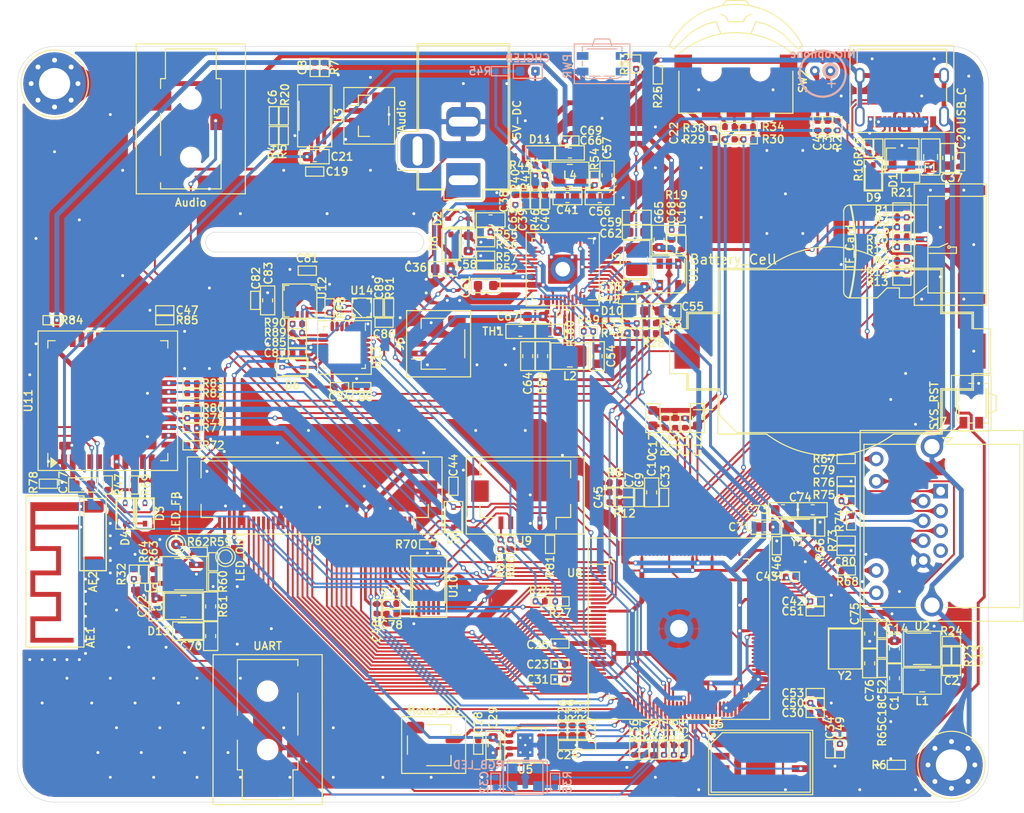
<source format=kicad_pcb>
(kicad_pcb (version 20171130) (host pcbnew 5.1.6)
  (layers (0 F.Cu signal) (31 B.Cu signal) (34 B.Paste user) (35 F.Paste user) (36 B.SilkS user) (37 F.SilkS user) (38 B.Mask user) (39 F.Mask user) (44 Edge.Cuts user))
  (net 0 "")
  (net 1 GND)
  (net 2 /USB_DM)
  (net 3 /USB_DP)
  (net 4 /USB_VIN)
  (net 5 Earth)
  (net 6 /LCD_LEDA)
  (net 7 /LCD_YT)
  (net 8 /LCD_XL)
  (net 9 /LCD_YB)
  (net 10 /LCD_XR)
  (net 11 /LCD_DE)
  (net 12 /LCD_VSYNC)
  (net 13 /LCD_HSYNC)
  (net 14 /LCD_CLK)
  (net 15 /LCD_D15)
  (net 16 /LCD_D14)
  (net 17 /LCD_LEDK)
  (net 18 "Net-(M1-Pad2)")
  (net 19 /LRADC)
  (net 20 /HPCOM)
  (net 21 /ERM_EN)
  (net 22 "Net-(C4-Pad1)")
  (net 23 /AVCC)
  (net 24 /~RST)
  (net 25 GNDA)
  (net 26 /~RESET)
  (net 27 /FLASH_DO)
  (net 28 /FLASH_CLK)
  (net 29 /FLASH_DI)
  (net 30 /MAG_INT)
  (net 31 /FLASH_~CS)
  (net 32 /AUX_SCL)
  (net 33 /AUX_SDA)
  (net 34 /MICIN+)
  (net 35 "Net-(C3-Pad1)")
  (net 36 /MICIN-)
  (net 37 "Net-(C6-Pad2)")
  (net 38 "Net-(C6-Pad1)")
  (net 39 /VBUS)
  (net 40 /IPSOUT)
  (net 41 /VINT)
  (net 42 /VREF)
  (net 43 /IPSOUTA)
  (net 44 /LDO1)
  (net 45 /LDO3)
  (net 46 /LDO4)
  (net 47 /DCDC2)
  (net 48 /DCDC3)
  (net 49 /VBAT)
  (net 50 "Net-(D7-Pad2)")
  (net 51 /UART0_RX)
  (net 52 /UART0_TX)
  (net 53 /EPHY_SPD_LED)
  (net 54 /EPHY_LINK_LED)
  (net 55 /EPHY_RXN)
  (net 56 /EPHY_TXN)
  (net 57 /EPHY_RXP)
  (net 58 /EPHY_TXP)
  (net 59 /LCD_B7)
  (net 60 /LCD_B6)
  (net 61 /LCD_B5)
  (net 62 /LCD_B4)
  (net 63 /LCD_B3)
  (net 64 /EE_SDA)
  (net 65 /LCD_D13)
  (net 66 /LCD_D12)
  (net 67 /LCD_D11)
  (net 68 /LCD_D10)
  (net 69 /EE_SCK)
  (net 70 "Net-(L1-Pad2)")
  (net 71 "Net-(L2-Pad1)")
  (net 72 "Net-(L3-Pad1)")
  (net 73 "Net-(L4-Pad1)")
  (net 74 /HPOUTR)
  (net 75 /HPOUTL)
  (net 76 "Net-(R7-Pad2)")
  (net 77 /SDSW)
  (net 78 /VCC_RTC)
  (net 79 /PM_IRQ)
  (net 80 /VBACKUP)
  (net 81 /LDO1SET)
  (net 82 /SZQ)
  (net 83 /SDA)
  (net 84 /SCL)
  (net 85 "Net-(U1-Pad3)")
  (net 86 /EXTEN)
  (net 87 /GPIO1)
  (net 88 /GPIO2)
  (net 89 /GPIO3)
  (net 90 /SDC1_D3)
  (net 91 /HPCOMFB)
  (net 92 /HPVCCBP)
  (net 93 /HBIAS)
  (net 94 /VRA2)
  (net 95 /VRA1)
  (net 96 /EPHY_RTX)
  (net 97 /MCSI_CKN)
  (net 98 /MCSI_CKP)
  (net 99 /MCSI_D1N)
  (net 100 /MCSI_D1P)
  (net 101 /MCSI_D0N)
  (net 102 /MCSI_D0P)
  (net 103 /SVREF)
  (net 104 /SDC1_CLK)
  (net 105 /SDC1_CMD)
  (net 106 /SDC1_D0)
  (net 107 /SDC1_D1)
  (net 108 /SDC1_D2)
  (net 109 /LCD_B2)
  (net 110 /SDC0_D1)
  (net 111 /SDC0_D0)
  (net 112 /SDC0_CMD)
  (net 113 /SDC0_D3)
  (net 114 /SDC0_D2)
  (net 115 /SDC0_CLK)
  (net 116 /ERM_PWM)
  (net 117 /ACIN)
  (net 118 /VCC_1V8)
  (net 119 /VCC_3V3)
  (net 120 /~OE)
  (net 121 /RGB_DIN)
  (net 122 /PB_EINT2)
  (net 123 /TP_INT)
  (net 124 /MPU_INT)
  (net 125 /PWM1)
  (net 126 "Net-(AE1-Pad2)")
  (net 127 /PB_EINT1)
  (net 128 /WL_H_WK)
  (net 129 /BT_H_WK)
  (net 130 "Net-(D10-Pad2)")
  (net 131 "Net-(D11-Pad2)")
  (net 132 "Net-(D12-Pad2)")
  (net 133 "Net-(D12-Pad1)")
  (net 134 "Net-(D13-Pad2)")
  (net 135 /BT_RXD)
  (net 136 /BT_TXD)
  (net 137 /BT_WK)
  (net 138 "Net-(U6-Pad3)")
  (net 139 "Net-(U6-Pad7)")
  (net 140 /BT_CTS)
  (net 141 "Net-(U11-Pad40)")
  (net 142 "Net-(U11-Pad39)")
  (net 143 "Net-(U11-Pad38)")
  (net 144 "Net-(U11-Pad37)")
  (net 145 "Net-(U11-Pad36)")
  (net 146 "Net-(U11-Pad35)")
  (net 147 "Net-(U11-Pad32)")
  (net 148 "Net-(U11-Pad30)")
  (net 149 "Net-(U11-Pad29)")
  (net 150 "Net-(U11-Pad28)")
  (net 151 "Net-(U11-Pad27)")
  (net 152 "Net-(U11-Pad26)")
  (net 153 "Net-(U11-Pad25)")
  (net 154 "Net-(U11-Pad24)")
  (net 155 "Net-(U11-Pad21)")
  (net 156 "Net-(U11-Pad11)")
  (net 157 "Net-(U11-Pad10)")
  (net 158 "Net-(U11-Pad8)")
  (net 159 "Net-(U11-Pad5)")
  (net 160 "Net-(U11-Pad4)")
  (net 161 "Net-(C24-Pad1)")
  (net 162 "Net-(J2-PadB8)")
  (net 163 "Net-(J2-PadA5)")
  (net 164 "Net-(J2-PadA8)")
  (net 165 "Net-(J2-PadB5)")
  (net 166 "Net-(J4-Pad2)")
  (net 167 "Net-(J4-Pad1)")
  (net 168 /LCD_PWM)
  (net 169 "Net-(C7-Pad1)")
  (net 170 "Net-(C8-Pad2)")
  (net 171 "Net-(C13-Pad2)")
  (net 172 "Net-(C26-Pad2)")
  (net 173 "Net-(C26-Pad1)")
  (net 174 "Net-(R14-Pad2)")
  (net 175 "Net-(R30-Pad2)")
  (net 176 "Net-(R34-Pad2)")
  (net 177 "Net-(R38-Pad2)")
  (net 178 "Net-(R52-Pad2)")
  (net 179 "Net-(C73-Pad2)")
  (net 180 "Net-(C74-Pad2)")
  (net 181 "Net-(C79-Pad2)")
  (net 182 /TS)
  (net 183 "Net-(C41-Pad1)")
  (net 184 "Net-(C57-Pad2)")
  (net 185 "Net-(C64-Pad1)")
  (net 186 "Net-(C75-Pad2)")
  (net 187 "Net-(C80-Pad2)")
  (net 188 /LCD_D2)
  (net 189 /LCD_D3)
  (net 190 /LCD_D4)
  (net 191 /LCD_D5)
  (net 192 /LCD_D6)
  (net 193 /LCD_D7)
  (net 194 /MIPI_CSI_MCLK)
  (net 195 /USB_DRV)
  (net 196 "Net-(C70-Pad1)")
  (net 197 "Net-(C71-Pad2)")
  (net 198 "Net-(C76-Pad2)")
  (net 199 "Net-(C77-Pad1)")
  (net 200 "Net-(C82-Pad2)")
  (net 201 "Net-(C82-Pad1)")
  (net 202 "Net-(C83-Pad2)")
  (net 203 "Net-(C87-Pad1)")
  (net 204 "Net-(C88-Pad1)")
  (net 205 "Net-(J7-Pad7)")
  (net 206 "Net-(J7-Pad9)")
  (net 207 "Net-(J7-Pad11)")
  (net 208 "Net-(J8-Pad6)")
  (net 209 "Net-(J9-Pad1)")
  (net 210 "Net-(R46-Pad1)")
  (net 211 "Net-(R53-Pad2)")
  (net 212 "Net-(R53-Pad1)")
  (net 213 "Net-(R62-Pad2)")
  (net 214 "Net-(R70-Pad1)")
  (net 215 "Net-(R72-Pad1)")
  (net 216 "Net-(R78-Pad2)")
  (net 217 "Net-(R84-Pad1)")
  (net 218 "Net-(R85-Pad2)")
  (net 219 "Net-(R90-Pad1)")
  (net 220 "Net-(U12-Pad14)")
  (net 221 "Net-(U12-Pad3)")
  (net 222 "Net-(U12-Pad6)")
  (net 223 "Net-(U12-Pad7)")
  (net 224 "Net-(U12-Pad5)")
  (net 225 "Net-(U14-PadB4)")
  (net 226 "Net-(U14-PadC3)")
  (net 227 "Net-(U14-PadB3)")
  (net 228 "Net-(U14-PadC2)")
  (module Connector_FFC-FPC:Hirose_FH12-40S-0.5SH_1x40-1MP_P0.50mm_Horizontal (layer F.Cu) (at 55.88 67.31 180)
    (fp_text reference J8 (at 0 -3.7) (layer F.SilkS) (effects (font (size 0.8 0.8))))
    (fp_text value LCD_RGB_40P)
    (pad 40 smd rect (at 9.75 -1.85 180) (size 0.3 1.3) (layers F.Cu F.Paste F.Mask) (net 17 /LCD_LEDK))
    (pad 39 smd rect (at 9.25 -1.85 180) (size 0.3 1.3) (layers F.Cu F.Paste F.Mask) (net 6 /LCD_LEDA))
    (pad 38 smd rect (at 8.75 -1.85 180) (size 0.3 1.3) (layers F.Cu F.Paste F.Mask) (net 1 GND))
    (pad 37 smd rect (at 8.25 -1.85 180) (size 0.3 1.3) (layers F.Cu F.Paste F.Mask) (net 119 /VCC_3V3))
    (pad 36 smd rect (at 7.75 -1.85 180) (size 0.3 1.3) (layers F.Cu F.Paste F.Mask) (net 1 GND))
    (pad 35 smd rect (at 7.25 -1.85 180) (size 0.3 1.3) (layers F.Cu F.Paste F.Mask) (net 1 GND))
    (pad 34 smd rect (at 6.75 -1.85 180) (size 0.3 1.3) (layers F.Cu F.Paste F.Mask) (net 188 /LCD_D2))
    (pad 33 smd rect (at 6.25 -1.85 180) (size 0.3 1.3) (layers F.Cu F.Paste F.Mask) (net 189 /LCD_D3))
    (pad 32 smd rect (at 5.75 -1.85 180) (size 0.3 1.3) (layers F.Cu F.Paste F.Mask) (net 190 /LCD_D4))
    (pad 31 smd rect (at 5.25 -1.85 180) (size 0.3 1.3) (layers F.Cu F.Paste F.Mask) (net 191 /LCD_D5))
    (pad 30 smd rect (at 4.75 -1.85 180) (size 0.3 1.3) (layers F.Cu F.Paste F.Mask) (net 192 /LCD_D6))
    (pad 29 smd rect (at 4.25 -1.85 180) (size 0.3 1.3) (layers F.Cu F.Paste F.Mask) (net 193 /LCD_D7))
    (pad 28 smd rect (at 3.75 -1.85 180) (size 0.3 1.3) (layers F.Cu F.Paste F.Mask) (net 1 GND))
    (pad 27 smd rect (at 3.25 -1.85 180) (size 0.3 1.3) (layers F.Cu F.Paste F.Mask) (net 1 GND))
    (pad 26 smd rect (at 2.75 -1.85 180) (size 0.3 1.3) (layers F.Cu F.Paste F.Mask) (net 68 /LCD_D10))
    (pad 25 smd rect (at 2.25 -1.85 180) (size 0.3 1.3) (layers F.Cu F.Paste F.Mask) (net 67 /LCD_D11))
    (pad 24 smd rect (at 1.75 -1.85 180) (size 0.3 1.3) (layers F.Cu F.Paste F.Mask) (net 66 /LCD_D12))
    (pad 23 smd rect (at 1.25 -1.85 180) (size 0.3 1.3) (layers F.Cu F.Paste F.Mask) (net 65 /LCD_D13))
    (pad 22 smd rect (at 0.75 -1.85 180) (size 0.3 1.3) (layers F.Cu F.Paste F.Mask) (net 16 /LCD_D14))
    (pad 21 smd rect (at 0.25 -1.85 180) (size 0.3 1.3) (layers F.Cu F.Paste F.Mask) (net 15 /LCD_D15))
    (pad 20 smd rect (at -0.25 -1.85 180) (size 0.3 1.3) (layers F.Cu F.Paste F.Mask) (net 1 GND))
    (pad 19 smd rect (at -0.75 -1.85 180) (size 0.3 1.3) (layers F.Cu F.Paste F.Mask) (net 1 GND))
    (pad 18 smd rect (at -1.25 -1.85 180) (size 0.3 1.3) (layers F.Cu F.Paste F.Mask) (net 109 /LCD_B2))
    (pad 17 smd rect (at -1.75 -1.85 180) (size 0.3 1.3) (layers F.Cu F.Paste F.Mask) (net 63 /LCD_B3))
    (pad 16 smd rect (at -2.25 -1.85 180) (size 0.3 1.3) (layers F.Cu F.Paste F.Mask) (net 62 /LCD_B4))
    (pad 15 smd rect (at -2.75 -1.85 180) (size 0.3 1.3) (layers F.Cu F.Paste F.Mask) (net 61 /LCD_B5))
    (pad 14 smd rect (at -3.25 -1.85 180) (size 0.3 1.3) (layers F.Cu F.Paste F.Mask) (net 60 /LCD_B6))
    (pad 13 smd rect (at -3.75 -1.85 180) (size 0.3 1.3) (layers F.Cu F.Paste F.Mask) (net 59 /LCD_B7))
    (pad 12 smd rect (at -4.25 -1.85 180) (size 0.3 1.3) (layers F.Cu F.Paste F.Mask) (net 1 GND))
    (pad 11 smd rect (at -4.75 -1.85 180) (size 0.3 1.3) (layers F.Cu F.Paste F.Mask) (net 14 /LCD_CLK))
    (pad 10 smd rect (at -5.25 -1.85 180) (size 0.3 1.3) (layers F.Cu F.Paste F.Mask) (net 48 /DCDC3))
    (pad 9 smd rect (at -5.75 -1.85 180) (size 0.3 1.3) (layers F.Cu F.Paste F.Mask) (net 13 /LCD_HSYNC))
    (pad 8 smd rect (at -6.25 -1.85 180) (size 0.3 1.3) (layers F.Cu F.Paste F.Mask) (net 12 /LCD_VSYNC))
    (pad 7 smd rect (at -6.75 -1.85 180) (size 0.3 1.3) (layers F.Cu F.Paste F.Mask) (net 11 /LCD_DE))
    (pad 6 smd rect (at -7.25 -1.85 180) (size 0.3 1.3) (layers F.Cu F.Paste F.Mask) (net 208 "Net-(J8-Pad6)"))
    (pad 5 smd rect (at -7.75 -1.85 180) (size 0.3 1.3) (layers F.Cu F.Paste F.Mask) (net 1 GND))
    (pad 4 smd rect (at -8.25 -1.85 180) (size 0.3 1.3) (layers F.Cu F.Paste F.Mask) (net 10 /LCD_XR))
    (pad 3 smd rect (at -8.75 -1.85 180) (size 0.3 1.3) (layers F.Cu F.Paste F.Mask) (net 9 /LCD_YB))
    (pad 2 smd rect (at -9.25 -1.85 180) (size 0.3 1.3) (layers F.Cu F.Paste F.Mask) (net 8 /LCD_XL))
    (pad 1 smd rect (at -9.75 -1.85 180) (size 0.3 1.3) (layers F.Cu F.Paste F.Mask) (net 7 /LCD_YT))
    (pad MP smd rect (at -11.65 1.4 180) (size 1.8 2.2) (layers F.Cu F.Paste F.Mask) (net 1 GND))
    (pad MP smd rect (at 11.65 1.4 180) (size 1.8 2.2) (layers F.Cu F.Paste F.Mask) (net 1 GND))
  )
  (module Resistor_SMD:R_0402_1005Metric (layer F.Cu) (at 107.696 69.596 90)
    (fp_text reference R66 (at -2.286 0 90) (layer F.SilkS) (effects (font (size 0.8 0.8))))
    (fp_text value "2.49K 1%")
    (pad 2 smd roundrect (at 0.485 0 90) (size 0.59 0.64) (layers F.Cu F.Paste F.Mask) (net 1 GND))
    (pad 1 smd roundrect (at -0.485 0 90) (size 0.59 0.64) (layers F.Cu F.Paste F.Mask) (net 96 /EPHY_RTX))
  )
  (module Resistor_SMD:R_0402_1005Metric (layer F.Cu) (at 93.726 92.456 270)
    (fp_text reference R51 (at -2.032 0 90) (layer F.SilkS) (effects (font (size 0.8 0.8))))
    (fp_text value 2.2K)
    (pad 2 smd roundrect (at 0.485 0 270) (size 0.59 0.64) (layers F.Cu F.Paste F.Mask) (net 48 /DCDC3))
    (pad 1 smd roundrect (at -0.485 0 270) (size 0.59 0.64) (layers F.Cu F.Paste F.Mask) (net 64 /EE_SDA))
  )
  (module Resistor_SMD:R_0402_1005Metric (layer F.Cu) (at 90.678 92.456 270)
    (fp_text reference R50 (at -2.032 0 90) (layer F.SilkS) (effects (font (size 0.8 0.8))))
    (fp_text value 2.2K)
    (pad 2 smd roundrect (at 0.485 0 270) (size 0.59 0.64) (layers F.Cu F.Paste F.Mask) (net 48 /DCDC3))
    (pad 1 smd roundrect (at -0.485 0 270) (size 0.59 0.64) (layers F.Cu F.Paste F.Mask) (net 69 /EE_SCK))
  )
  (module Resistor_SMD:R_0402_1005Metric (layer F.Cu) (at 89.662 92.456 90)
    (fp_text reference R37 (at 2.032 0 90) (layer F.SilkS) (effects (font (size 0.8 0.8))))
    (fp_text value 10K)
    (pad 2 smd roundrect (at 0.485 0 90) (size 0.59 0.64) (layers F.Cu F.Paste F.Mask) (net 122 /PB_EINT2))
    (pad 1 smd roundrect (at -0.485 0 90) (size 0.59 0.64) (layers F.Cu F.Paste F.Mask) (net 48 /DCDC3))
  )
  (module Resistor_SMD:R_0402_1005Metric (layer F.Cu) (at 88.646 92.456 90)
    (fp_text reference R36 (at 2.032 0 90) (layer F.SilkS) (effects (font (size 0.8 0.8))))
    (fp_text value 10K)
    (pad 2 smd roundrect (at 0.485 0 90) (size 0.59 0.64) (layers F.Cu F.Paste F.Mask) (net 127 /PB_EINT1))
    (pad 1 smd roundrect (at -0.485 0 90) (size 0.59 0.64) (layers F.Cu F.Paste F.Mask) (net 48 /DCDC3))
  )
  (module Resistor_SMD:R_0402_1005Metric (layer F.Cu) (at 91.694 92.456 270)
    (fp_text reference R17 (at -2.032 0 90) (layer F.SilkS) (effects (font (size 0.8 0.8))))
    (fp_text value 0R)
    (pad 2 smd roundrect (at 0.485 0 270) (size 0.59 0.64) (layers F.Cu F.Paste F.Mask) (net 84 /SCL))
    (pad 1 smd roundrect (at -0.485 0 270) (size 0.59 0.64) (layers F.Cu F.Paste F.Mask) (net 69 /EE_SCK))
  )
  (module Resistor_SMD:R_0402_1005Metric (layer F.Cu) (at 92.71 92.456 90)
    (fp_text reference R18 (at 2.032 0 90) (layer F.SilkS) (effects (font (size 0.8 0.8))))
    (fp_text value 0R)
    (pad 2 smd roundrect (at 0.485 0 90) (size 0.59 0.64) (layers F.Cu F.Paste F.Mask) (net 64 /EE_SDA))
    (pad 1 smd roundrect (at -0.485 0 90) (size 0.59 0.64) (layers F.Cu F.Paste F.Mask) (net 83 /SDA))
  )
  (module My_Footprint:FH12-6S-1.0SH_1x6-1MP_P1.0mm_Horizontal (layer F.Cu) (at 77.47 67.31 180)
    (fp_text reference J9 (at 0 -3.7) (layer F.SilkS) (effects (font (size 0.8 0.8))))
    (fp_text value TP)
    (pad MP smd rect (at 4.65 1.4 180) (size 1.8 2.2) (layers F.Cu F.Paste F.Mask))
    (pad MP smd rect (at -4.65 1.4 180) (size 1.8 2.2) (layers F.Cu F.Paste F.Mask))
    (pad 1 smd rect (at -2.5 -1.85 180) (size 0.5 1.3) (layers F.Cu F.Paste F.Mask) (net 209 "Net-(J9-Pad1)"))
    (pad 2 smd rect (at -1.5 -1.85 180) (size 0.5 1.3) (layers F.Cu F.Paste F.Mask) (net 119 /VCC_3V3))
    (pad 3 smd rect (at -0.5 -1.85 180) (size 0.5 1.3) (layers F.Cu F.Paste F.Mask) (net 1 GND))
    (pad 4 smd rect (at 0.5 -1.85 180) (size 0.5 1.3) (layers F.Cu F.Paste F.Mask) (net 123 /TP_INT))
    (pad 5 smd rect (at 1.5 -1.85 180) (size 0.5 1.3) (layers F.Cu F.Paste F.Mask) (net 83 /SDA))
    (pad 6 smd rect (at 2.5 -1.85 180) (size 0.5 1.3) (layers F.Cu F.Paste F.Mask) (net 84 /SCL))
  )
  (module My_Footprint:WSON-8_8x6mm (layer F.Cu) (at 101.6 93.726)
    (fp_text reference U6 (at -4.572 -3.937) (layer F.SilkS) (effects (font (size 0.8 0.8))))
    (fp_text value W25Q128JVS)
    (pad 8 smd rect (at 4.1 -1.905 270) (size 0.7 1.8) (layers F.Cu F.Paste F.Mask) (net 119 /VCC_3V3))
    (pad 1 smd rect (at -4.1 -1.905 270) (size 0.7 1.8) (layers F.Cu F.Paste F.Mask) (net 31 /FLASH_~CS))
    (pad 7 smd rect (at 4.1 -0.635 270) (size 0.7 1.8) (layers F.Cu F.Paste F.Mask) (net 139 "Net-(U6-Pad7)"))
    (pad 2 smd rect (at -4.1 -0.635 270) (size 0.7 1.8) (layers F.Cu F.Paste F.Mask) (net 27 /FLASH_DO))
    (pad 6 smd rect (at 4.1 0.635 270) (size 0.7 1.8) (layers F.Cu F.Paste F.Mask) (net 28 /FLASH_CLK))
    (pad 3 smd rect (at -4.1 0.635 270) (size 0.7 1.8) (layers F.Cu F.Paste F.Mask) (net 138 "Net-(U6-Pad3)"))
    (pad 5 smd rect (at 4.1 1.905 270) (size 0.7 1.8) (layers F.Cu F.Paste F.Mask) (net 29 /FLASH_DI))
    (pad 4 smd rect (at -4.1 1.905 270) (size 0.7 1.8) (layers F.Cu F.Paste F.Mask) (net 1 GND))
    (pad 9 smd rect (at 0 0) (size 3 5) (layers F.Cu F.Paste F.Mask))
    (pad 9 smd rect (at 0 -1.905) (size 2 3) (layers F.Cu F.Paste F.Mask))
  )
  (module Capacitor_SMD:C_0402_1005Metric (layer F.Cu) (at 108.712 92.329 270)
    (fp_text reference C34 (at -2.159 0 90) (layer F.SilkS) (effects (font (size 0.8 0.8))))
    (fp_text value 0.1uF)
    (pad 2 smd roundrect (at 0.485 0 270) (size 0.59 0.64) (layers F.Cu F.Paste F.Mask) (net 1 GND))
    (pad 1 smd roundrect (at -0.485 0 270) (size 0.59 0.64) (layers F.Cu F.Paste F.Mask) (net 119 /VCC_3V3))
  )
  (module Capacitor_SMD:C_0402_1005Metric (layer F.Cu) (at 109.728 92.329 90)
    (fp_text reference C49 (at 2.159 0 90) (layer F.SilkS) (effects (font (size 0.8 0.8))))
    (fp_text value 1uF)
    (pad 2 smd roundrect (at 0.485 0 90) (size 0.59 0.64) (layers F.Cu F.Paste F.Mask) (net 47 /DCDC2))
    (pad 1 smd roundrect (at -0.485 0 90) (size 0.59 0.64) (layers F.Cu F.Paste F.Mask) (net 1 GND))
  )
  (module Capacitor_SMD:C_0402_1005Metric (layer F.Cu) (at 107.188 88.646)
    (fp_text reference C30 (at -2.286 0) (layer F.SilkS) (effects (font (size 0.8 0.8))))
    (fp_text value 1uF)
    (pad 2 smd roundrect (at 0.485 0) (size 0.59 0.64) (layers F.Cu F.Paste F.Mask) (net 1 GND))
    (pad 1 smd roundrect (at -0.485 0) (size 0.59 0.64) (layers F.Cu F.Paste F.Mask) (net 48 /DCDC3))
  )
  (module Resistor_SMD:R_0402_1005Metric (layer F.Cu) (at 87.9475 46.228)
    (fp_text reference R42 (at -1.9685 0) (layer F.SilkS) (effects (font (size 0.8 0.8))))
    (fp_text value 10K)
    (pad 2 smd roundrect (at 0.485 0) (size 0.59 0.64) (layers F.Cu F.Paste F.Mask) (net 1 GND))
    (pad 1 smd roundrect (at -0.485 0) (size 0.59 0.64) (layers F.Cu F.Paste F.Mask) (net 195 /USB_DRV))
  )
  (module Battery:BatteryHolder_Keystone_1060_1x2032 (layer F.Cu) (at 108.712 51.562)
    (fp_text reference BT1 hide)
    (fp_text value Battery_Cell (at -9.906 -9.398) (layer F.SilkS))
    (pad 1 smd rect (at -14.65 0 180) (size 2.6 3.6) (layers F.Cu F.Paste F.Mask) (net 80 /VBACKUP))
    (pad 2 smd rect (at 14.65 0 180) (size 2.6 3.6) (layers F.Cu F.Paste F.Mask) (net 1 GND))
  )
  (module Connector_RJ:RJ45_Amphenol_RJHSE538X (layer F.Cu) (at 120.047 65.913 270)
    (fp_text reference J7 (at -7.112 0.032 180) (layer F.SilkS) (effects (font (size 0.8 0.8))))
    (fp_text value RJ45_LED)
    (pad 1 thru_hole rect (at 0 0 270) (size 1.5 1.5) (drill 0.89) (layers *.Cu *.Mask) (net 58 /EPHY_TXP))
    (pad 3 thru_hole circle (at 2.032 0 270) (size 1.5 1.5) (drill 0.89) (layers *.Cu *.Mask) (net 57 /EPHY_RXP))
    (pad 5 thru_hole circle (at 4.064 0 270) (size 1.5 1.5) (drill 0.89) (layers *.Cu *.Mask) (net 187 "Net-(C80-Pad2)"))
    (pad 7 thru_hole circle (at 6.096 0 270) (size 1.5 1.5) (drill 0.89) (layers *.Cu *.Mask) (net 205 "Net-(J7-Pad7)"))
    (pad 2 thru_hole circle (at 1.016 1.78 270) (size 1.5 1.5) (drill 0.89) (layers *.Cu *.Mask) (net 56 /EPHY_TXN))
    (pad 4 thru_hole circle (at 3.048 1.78 270) (size 1.5 1.5) (drill 0.89) (layers *.Cu *.Mask) (net 181 "Net-(C79-Pad2)"))
    (pad 6 thru_hole circle (at 5.08 1.78 270) (size 1.5 1.5) (drill 0.89) (layers *.Cu *.Mask) (net 55 /EPHY_RXN))
    (pad 8 thru_hole circle (at 7.112 1.78 270) (size 1.5 1.5) (drill 0.89) (layers *.Cu *.Mask) (net 1 GND))
    (pad "" np_thru_hole circle (at -2.79 -2.54 270) (size 3.25 3.25) (drill 3.25) (layers *.Cu *.Mask))
    (pad "" np_thru_hole circle (at 9.91 -2.54 270) (size 3.25 3.25) (drill 3.25) (layers *.Cu *.Mask))
    (pad SH thru_hole circle (at 11.69 0.89 270) (size 2.3 2.3) (drill 1.57) (layers *.Cu *.Mask) (net 5 Earth))
    (pad SH thru_hole circle (at -4.57 0.89 270) (size 2.3 2.3) (drill 1.57) (layers *.Cu *.Mask) (net 5 Earth))
    (pad 9 thru_hole circle (at -3.3 6.6 270) (size 1.5 1.5) (drill 0.89) (layers *.Cu *.Mask) (net 206 "Net-(J7-Pad9)"))
    (pad 10 thru_hole circle (at -1.01 6.6 270) (size 1.5 1.5) (drill 0.89) (layers *.Cu *.Mask) (net 54 /EPHY_LINK_LED))
    (pad 11 thru_hole circle (at 8.13 6.6 270) (size 1.5 1.5) (drill 0.89) (layers *.Cu *.Mask) (net 207 "Net-(J7-Pad11)"))
    (pad 12 thru_hole circle (at 10.42 6.6 270) (size 1.5 1.5) (drill 0.89) (layers *.Cu *.Mask) (net 53 /EPHY_SPD_LED))
  )
  (module Diode_SMD:D_0603_1608Metric (layer B.Cu) (at 77.724 22.86 180)
    (fp_text reference D12 hide)
    (fp_text value CHGLED (at 0 1.3335 180) (layer B.SilkS) (effects (font (size 0.8 0.8)) (justify mirror)))
    (pad 2 smd roundrect (at 0.7875 0 180) (size 0.875 0.95) (layers B.Cu B.Paste B.Mask) (net 132 "Net-(D12-Pad2)"))
    (pad 1 smd roundrect (at -0.7875 0 180) (size 0.875 0.95) (layers B.Cu B.Paste B.Mask) (net 133 "Net-(D12-Pad1)"))
  )
  (module Resistor_SMD:R_0402_1005Metric (layer B.Cu) (at 74.93 22.86 180)
    (fp_text reference R45 (at 2.0955 0 180) (layer B.SilkS) (effects (font (size 0.8 0.8)) (justify mirror)))
    (fp_text value 1K)
    (pad 2 smd roundrect (at 0.485 0 180) (size 0.59 0.64) (layers B.Cu B.Paste B.Mask) (net 40 /IPSOUT))
    (pad 1 smd roundrect (at -0.485 0 180) (size 0.59 0.64) (layers B.Cu B.Paste B.Mask) (net 132 "Net-(D12-Pad2)"))
  )
  (module My_Footprint:Key_Small_4P (layer B.Cu) (at 85.344 22.098)
    (fp_text reference SW3 hide)
    (fp_text value PWR (at -3.556 0.254 90) (layer B.SilkS) (effects (font (size 0.8 0.8)) (justify mirror)))
    (pad ~ smd rect (at 2 0.8 90) (size 0.8 1.2) (layers B.Cu B.Paste B.Mask))
    (pad 1 smd rect (at -2 0.8 90) (size 0.8 1.2) (layers B.Cu B.Paste B.Mask) (net 1 GND))
    (pad 2 smd rect (at 2 -0.8 90) (size 0.8 1.2) (layers B.Cu B.Paste B.Mask) (net 211 "Net-(R53-Pad2)"))
    (pad ~ smd rect (at -2 -0.8 90) (size 0.8 1.2) (layers B.Cu B.Paste B.Mask))
    (pad "" np_thru_hole circle (at 0 -0.9) (size 0.8 0.8) (drill 0.8) (layers *.Cu *.Mask))
    (pad "" np_thru_hole circle (at 0 0.9) (size 0.8 0.8) (drill 0.8) (layers *.Cu *.Mask))
  )
  (module Resistor_SMD:R_0402_1005Metric (layer F.Cu) (at 88.8365 22.121 90)
    (fp_text reference R53 (at 0 -1.17 90) (layer F.SilkS) (effects (font (size 0.8 0.8))))
    (fp_text value 1K)
    (pad 2 smd roundrect (at 0.485 0 90) (size 0.59 0.64) (layers F.Cu F.Paste F.Mask) (net 211 "Net-(R53-Pad2)"))
    (pad 1 smd roundrect (at -0.485 0 90) (size 0.59 0.64) (layers F.Cu F.Paste F.Mask) (net 212 "Net-(R53-Pad1)"))
  )
  (module My_Footprint:RGB3535 (layer B.Cu) (at 77.47 95.25)
    (fp_text reference D7 hide)
    (fp_text value RGB_LED (at -4.826 -1.27) (layer B.SilkS) (effects (font (size 0.8 0.8)) (justify mirror)))
    (pad 4 smd rect (at 1.4 0.9 180) (size 1.2 1) (layers B.Cu B.Paste B.Mask) (net 121 /RGB_DIN))
    (pad 3 smd rect (at 1.4 -0.9 180) (size 1.2 1) (layers B.Cu B.Paste B.Mask) (net 1 GND))
    (pad 1 smd rect (at -1.4 0.9 180) (size 1.2 1) (layers B.Cu B.Paste B.Mask) (net 119 /VCC_3V3))
    (pad 2 smd rect (at -1.4 -0.9 180) (size 1.2 1) (layers B.Cu B.Paste B.Mask) (net 50 "Net-(D7-Pad2)"))
  )
  (module Capacitor_SMD:C_0402_1005Metric (layer B.Cu) (at 74.422 95.758 270)
    (fp_text reference C32 (at 0 1.17 90) (layer B.SilkS) (effects (font (size 0.8 0.8)) (justify mirror)))
    (fp_text value 1uF)
    (pad 2 smd roundrect (at 0.485 0 270) (size 0.59 0.64) (layers B.Cu B.Paste B.Mask) (net 119 /VCC_3V3))
    (pad 1 smd roundrect (at -0.485 0 270) (size 0.59 0.64) (layers B.Cu B.Paste B.Mask) (net 1 GND))
  )
  (module Resistor_SMD:R_0402_1005Metric (layer B.Cu) (at 80.518 95.758 270)
    (fp_text reference R35 (at 0 -1.27 90) (layer B.SilkS) (effects (font (size 0.8 0.8)) (justify mirror)))
    (fp_text value 0R)
    (pad 2 smd roundrect (at 0.485 0 270) (size 0.59 0.64) (layers B.Cu B.Paste B.Mask) (net 121 /RGB_DIN))
    (pad 1 smd roundrect (at -0.485 0 270) (size 0.59 0.64) (layers B.Cu B.Paste B.Mask) (net 116 /ERM_PWM))
  )
  (module My_Footprint:TF_Slot_Mini (layer F.Cu) (at 118.11 40.64 270)
    (fp_text reference U4 hide)
    (fp_text value TF_Card (at 0.254 7.366 90) (layer F.SilkS) (effects (font (size 0.8 0.8))))
    (pad S smd rect (at -5.575 -5.9 270) (size 1 1.2) (layers F.Cu F.Paste F.Mask) (net 1 GND))
    (pad S smd rect (at 5.575 -5.9 270) (size 1 1.2) (layers F.Cu F.Paste F.Mask) (net 1 GND))
    (pad SW smd rect (at 0.2 0 270) (size 0.5 1.2) (layers F.Cu F.Paste F.Mask) (net 174 "Net-(R14-Pad2)"))
    (pad S smd rect (at -5.575 -1.75 270) (size 1 1.2) (layers F.Cu F.Paste F.Mask) (net 1 GND))
    (pad S smd rect (at 5.575 -1.75 270) (size 1 1.2) (layers F.Cu F.Paste F.Mask) (net 1 GND))
    (pad 3 smd rect (at 1.65 0 270) (size 0.6 1.2) (layers F.Cu F.Paste F.Mask) (net 112 /SDC0_CMD))
    (pad 1 smd rect (at 3.85 0 270) (size 0.6 1.2) (layers F.Cu F.Paste F.Mask) (net 114 /SDC0_D2))
    (pad 2 smd rect (at 2.75 0 270) (size 0.6 1.2) (layers F.Cu F.Paste F.Mask) (net 113 /SDC0_D3))
    (pad 4 smd rect (at 0.9 0 270) (size 0.6 1.2) (layers F.Cu F.Paste F.Mask) (net 119 /VCC_3V3))
    (pad 5 smd rect (at -0.55 0 270) (size 0.6 1.2) (layers F.Cu F.Paste F.Mask) (net 115 /SDC0_CLK))
    (pad 6 smd rect (at -1.65 0 270) (size 0.6 1.2) (layers F.Cu F.Paste F.Mask) (net 1 GND))
    (pad 7 smd rect (at -2.75 0 270) (size 0.6 1.2) (layers F.Cu F.Paste F.Mask) (net 111 /SDC0_D0))
    (pad 8 smd rect (at -3.85 0 270) (size 0.6 1.2) (layers F.Cu F.Paste F.Mask) (net 110 /SDC0_D1))
  )
  (module My_Footprint:RTL8723BS_Module (layer F.Cu) (at 34.671 56.642 90)
    (fp_text reference U11 (at 0 -8.15 90) (layer F.SilkS) (effects (font (size 0.8 0.8))))
    (fp_text value RTL8723BS_Module)
    (pad 44 smd rect (at -4.5 -6.25 90) (size 0.6 1.5) (layers F.Cu F.Paste F.Mask) (net 140 /BT_CTS))
    (pad 43 smd rect (at -3.6 -6.25 90) (size 0.6 1.5) (layers F.Cu F.Paste F.Mask) (net 135 /BT_RXD))
    (pad 42 smd rect (at -2.7 -6.25 90) (size 0.6 1.5) (layers F.Cu F.Paste F.Mask) (net 136 /BT_TXD))
    (pad 41 smd rect (at -1.8 -6.25 90) (size 0.6 1.5) (layers F.Cu F.Paste F.Mask) (net 216 "Net-(R78-Pad2)"))
    (pad 40 smd rect (at -0.9 -6.25 90) (size 0.6 1.5) (layers F.Cu F.Paste F.Mask) (net 141 "Net-(U11-Pad40)"))
    (pad 39 smd rect (at 0 -6.25 90) (size 0.6 1.5) (layers F.Cu F.Paste F.Mask) (net 142 "Net-(U11-Pad39)"))
    (pad 38 smd rect (at 0.9 -6.25 90) (size 0.6 1.5) (layers F.Cu F.Paste F.Mask) (net 143 "Net-(U11-Pad38)"))
    (pad 37 smd rect (at 1.8 -6.25 90) (size 0.6 1.5) (layers F.Cu F.Paste F.Mask) (net 144 "Net-(U11-Pad37)"))
    (pad 36 smd rect (at 2.7 -6.25 90) (size 0.6 1.5) (layers F.Cu F.Paste F.Mask) (net 145 "Net-(U11-Pad36)"))
    (pad 35 smd rect (at 3.6 -6.25 90) (size 0.6 1.5) (layers F.Cu F.Paste F.Mask) (net 146 "Net-(U11-Pad35)"))
    (pad 34 smd rect (at 4.5 -6.25 90) (size 0.6 1.5) (layers F.Cu F.Paste F.Mask) (net 217 "Net-(R84-Pad1)"))
    (pad 33 smd rect (at 6.25 -4.5 180) (size 0.6 1.5) (layers F.Cu F.Paste F.Mask) (net 1 GND))
    (pad 32 smd rect (at 6.25 -3.6 180) (size 0.6 1.5) (layers F.Cu F.Paste F.Mask) (net 147 "Net-(U11-Pad32)"))
    (pad 31 smd rect (at 6.25 -2.7 180) (size 0.6 1.5) (layers F.Cu F.Paste F.Mask) (net 1 GND))
    (pad 30 smd rect (at 6.25 -1.8 180) (size 0.6 1.5) (layers F.Cu F.Paste F.Mask) (net 148 "Net-(U11-Pad30)"))
    (pad 29 smd rect (at 6.25 -0.9 180) (size 0.6 1.5) (layers F.Cu F.Paste F.Mask) (net 149 "Net-(U11-Pad29)"))
    (pad 28 smd rect (at 6.25 0 180) (size 0.6 1.5) (layers F.Cu F.Paste F.Mask) (net 150 "Net-(U11-Pad28)"))
    (pad 27 smd rect (at 6.25 0.9 180) (size 0.6 1.5) (layers F.Cu F.Paste F.Mask) (net 151 "Net-(U11-Pad27)"))
    (pad 26 smd rect (at 6.25 1.8 180) (size 0.6 1.5) (layers F.Cu F.Paste F.Mask) (net 152 "Net-(U11-Pad26)"))
    (pad 25 smd rect (at 6.25 2.7 180) (size 0.6 1.5) (layers F.Cu F.Paste F.Mask) (net 153 "Net-(U11-Pad25)"))
    (pad 24 smd rect (at 6.25 3.6 180) (size 0.6 1.5) (layers F.Cu F.Paste F.Mask) (net 154 "Net-(U11-Pad24)"))
    (pad 23 smd rect (at 6.25 4.5 180) (size 0.6 1.5) (layers F.Cu F.Paste F.Mask) (net 218 "Net-(R85-Pad2)"))
    (pad 22 smd rect (at 4.5 6.25 90) (size 0.6 1.5) (layers F.Cu F.Paste F.Mask) (net 48 /DCDC3))
    (pad 21 smd rect (at 3.6 6.25 90) (size 0.6 1.5) (layers F.Cu F.Paste F.Mask) (net 155 "Net-(U11-Pad21)"))
    (pad 20 smd rect (at 2.7 6.25 90) (size 0.6 1.5) (layers F.Cu F.Paste F.Mask) (net 1 GND))
    (pad 19 smd rect (at 1.8 6.25 90) (size 0.6 1.5) (layers F.Cu F.Paste F.Mask) (net 107 /SDC1_D1))
    (pad 18 smd rect (at 0.9 6.25 90) (size 0.6 1.5) (layers F.Cu F.Paste F.Mask) (net 106 /SDC1_D0))
    (pad 17 smd rect (at 0 6.25 90) (size 0.6 1.5) (layers F.Cu F.Paste F.Mask) (net 104 /SDC1_CLK))
    (pad 16 smd rect (at -0.9 6.25 90) (size 0.6 1.5) (layers F.Cu F.Paste F.Mask) (net 105 /SDC1_CMD))
    (pad 15 smd rect (at -1.8 6.25 90) (size 0.6 1.5) (layers F.Cu F.Paste F.Mask) (net 90 /SDC1_D3))
    (pad 14 smd rect (at -2.7 6.25 90) (size 0.6 1.5) (layers F.Cu F.Paste F.Mask) (net 108 /SDC1_D2))
    (pad 13 smd rect (at -3.6 6.25 90) (size 0.6 1.5) (layers F.Cu F.Paste F.Mask) (net 128 /WL_H_WK))
    (pad 12 smd rect (at -4.5 6.25 90) (size 0.6 1.5) (layers F.Cu F.Paste F.Mask) (net 215 "Net-(R72-Pad1)"))
    (pad 11 smd rect (at -6.25 4.5 180) (size 0.6 1.5) (layers F.Cu F.Paste F.Mask) (net 156 "Net-(U11-Pad11)"))
    (pad 10 smd rect (at -6.25 3.6 180) (size 0.6 1.5) (layers F.Cu F.Paste F.Mask) (net 157 "Net-(U11-Pad10)"))
    (pad 9 smd rect (at -6.25 2.7 180) (size 0.6 1.5) (layers F.Cu F.Paste F.Mask) (net 48 /DCDC3))
    (pad 8 smd rect (at -6.25 1.8 180) (size 0.6 1.5) (layers F.Cu F.Paste F.Mask) (net 158 "Net-(U11-Pad8)"))
    (pad 7 smd rect (at -6.25 0.9 180) (size 0.6 1.5) (layers F.Cu F.Paste F.Mask) (net 129 /BT_H_WK))
    (pad 6 smd rect (at -6.25 0 180) (size 0.6 1.5) (layers F.Cu F.Paste F.Mask) (net 137 /BT_WK))
    (pad 5 smd rect (at -6.25 -0.9 180) (size 0.6 1.5) (layers F.Cu F.Paste F.Mask) (net 159 "Net-(U11-Pad5)"))
    (pad 4 smd rect (at -6.25 -1.8 180) (size 0.6 1.5) (layers F.Cu F.Paste F.Mask) (net 160 "Net-(U11-Pad4)"))
    (pad 3 smd rect (at -6.25 -2.7 180) (size 0.6 1.5) (layers F.Cu F.Paste F.Mask) (net 1 GND))
    (pad 2 smd rect (at -6.25 -3.6 180) (size 0.6 1.5) (layers F.Cu F.Paste F.Mask) (net 199 "Net-(C77-Pad1)"))
    (pad 1 smd rect (at -6.25 -4.5 180) (size 0.6 1.5) (layers F.Cu F.Paste F.Mask) (net 1 GND))
  )
  (module My_Footprint:V3S_LQFP-128_14x14_Pitch0.4mm (layer F.Cu) (at 93.218 80.01)
    (fp_text reference U8 (at -10.668 -5.715) (layer F.SilkS) (effects (font (size 0.8 0.8))))
    (fp_text value V3S)
    (pad 129 smd rect (at 1 1) (size 2 2) (layers F.Cu F.Paste F.Mask) (net 1 GND))
    (pad 129 smd rect (at -1 -1) (size 2 2) (layers F.Cu F.Paste F.Mask) (net 1 GND))
    (pad 129 thru_hole circle (at 0 0) (size 3 3) (drill 1.8) (layers *.Cu *.Mask) (net 1 GND))
    (pad 129 smd rect (at 1 -1) (size 2 2) (layers F.Cu F.Paste F.Mask) (net 1 GND))
    (pad 129 smd rect (at -1 1) (size 2 2) (layers F.Cu F.Paste F.Mask) (net 1 GND))
    (pad 128 smd oval (at -6.2 -8.25) (size 0.24 1.6) (layers F.Cu F.Paste F.Mask) (net 90 /SDC1_D3))
    (pad 127 smd oval (at -5.8 -8.25) (size 0.24 1.6) (layers F.Cu F.Paste F.Mask) (net 48 /DCDC3))
    (pad 126 smd oval (at -5.4 -8.25) (size 0.24 1.6) (layers F.Cu F.Paste F.Mask) (net 47 /DCDC2))
    (pad 125 smd oval (at -5 -8.25) (size 0.24 1.6) (layers F.Cu F.Paste F.Mask) (net 20 /HPCOM))
    (pad 124 smd oval (at -4.6 -8.25) (size 0.24 1.6) (layers F.Cu F.Paste F.Mask) (net 91 /HPCOMFB))
    (pad 123 smd oval (at -4.2 -8.25) (size 0.24 1.6) (layers F.Cu F.Paste F.Mask) (net 92 /HPVCCBP))
    (pad 122 smd oval (at -3.8 -8.25) (size 0.24 1.6) (layers F.Cu F.Paste F.Mask) (net 48 /DCDC3))
    (pad 121 smd oval (at -3.4 -8.25) (size 0.24 1.6) (layers F.Cu F.Paste F.Mask) (net 75 /HPOUTL))
    (pad 120 smd oval (at -3 -8.25) (size 0.24 1.6) (layers F.Cu F.Paste F.Mask) (net 74 /HPOUTR))
    (pad 119 smd oval (at -2.6 -8.25) (size 0.24 1.6) (layers F.Cu F.Paste F.Mask) (net 93 /HBIAS))
    (pad 118 smd oval (at -2.2 -8.25) (size 0.24 1.6) (layers F.Cu F.Paste F.Mask) (net 94 /VRA2))
    (pad 117 smd oval (at -1.8 -8.25) (size 0.24 1.6) (layers F.Cu F.Paste F.Mask) (net 95 /VRA1))
    (pad 116 smd oval (at -1.4 -8.25) (size 0.24 1.6) (layers F.Cu F.Paste F.Mask) (net 25 GNDA))
    (pad 115 smd oval (at -1 -8.25) (size 0.24 1.6) (layers F.Cu F.Paste F.Mask) (net 23 /AVCC))
    (pad 114 smd oval (at -0.6 -8.25) (size 0.24 1.6) (layers F.Cu F.Paste F.Mask) (net 36 /MICIN-))
    (pad 113 smd oval (at -0.2 -8.25) (size 0.24 1.6) (layers F.Cu F.Paste F.Mask) (net 34 /MICIN+))
    (pad 112 smd oval (at 0.2 -8.25) (size 0.24 1.6) (layers F.Cu F.Paste F.Mask) (net 19 /LRADC))
    (pad 111 smd oval (at 0.6 -8.25) (size 0.24 1.6) (layers F.Cu F.Paste F.Mask) (net 3 /USB_DP))
    (pad 110 smd oval (at 1 -8.25) (size 0.24 1.6) (layers F.Cu F.Paste F.Mask) (net 2 /USB_DM))
    (pad 109 smd oval (at 1.4 -8.25) (size 0.24 1.6) (layers F.Cu F.Paste F.Mask) (net 48 /DCDC3))
    (pad 108 smd oval (at 1.8 -8.25) (size 0.24 1.6) (layers F.Cu F.Paste F.Mask) (net 47 /DCDC2))
    (pad 107 smd oval (at 2.2 -8.25) (size 0.24 1.6) (layers F.Cu F.Paste F.Mask) (net 110 /SDC0_D1))
    (pad 106 smd oval (at 2.6 -8.25) (size 0.24 1.6) (layers F.Cu F.Paste F.Mask) (net 111 /SDC0_D0))
    (pad 105 smd oval (at 3 -8.25) (size 0.24 1.6) (layers F.Cu F.Paste F.Mask) (net 115 /SDC0_CLK))
    (pad 104 smd oval (at 3.4 -8.25) (size 0.24 1.6) (layers F.Cu F.Paste F.Mask) (net 48 /DCDC3))
    (pad 103 smd oval (at 3.8 -8.25) (size 0.24 1.6) (layers F.Cu F.Paste F.Mask) (net 112 /SDC0_CMD))
    (pad 102 smd oval (at 4.2 -8.25) (size 0.24 1.6) (layers F.Cu F.Paste F.Mask) (net 113 /SDC0_D3))
    (pad 101 smd oval (at 4.6 -8.25) (size 0.24 1.6) (layers F.Cu F.Paste F.Mask) (net 114 /SDC0_D2))
    (pad 100 smd oval (at 5 -8.25) (size 0.24 1.6) (layers F.Cu F.Paste F.Mask) (net 77 /SDSW))
    (pad 99 smd oval (at 5.4 -8.25) (size 0.24 1.6) (layers F.Cu F.Paste F.Mask) (net 26 /~RESET))
    (pad 98 smd oval (at 5.8 -8.25) (size 0.24 1.6) (layers F.Cu F.Paste F.Mask) (net 78 /VCC_RTC))
    (pad 97 smd oval (at 6.2 -8.25) (size 0.24 1.6) (layers F.Cu F.Paste F.Mask) (net 197 "Net-(C71-Pad2)"))
    (pad 96 smd oval (at 8.25 -6.2 90) (size 0.24 1.6) (layers F.Cu F.Paste F.Mask) (net 179 "Net-(C73-Pad2)"))
    (pad 95 smd oval (at 8.25 -5.8 90) (size 0.24 1.6) (layers F.Cu F.Paste F.Mask) (net 180 "Net-(C74-Pad2)"))
    (pad 94 smd oval (at 8.25 -5.4 90) (size 0.24 1.6) (layers F.Cu F.Paste F.Mask) (net 96 /EPHY_RTX))
    (pad 93 smd oval (at 8.25 -5 90) (size 0.24 1.6) (layers F.Cu F.Paste F.Mask) (net 48 /DCDC3))
    (pad 92 smd oval (at 8.25 -4.6 90) (size 0.24 1.6) (layers F.Cu F.Paste F.Mask) (net 58 /EPHY_TXP))
    (pad 91 smd oval (at 8.25 -4.2 90) (size 0.24 1.6) (layers F.Cu F.Paste F.Mask) (net 56 /EPHY_TXN))
    (pad 90 smd oval (at 8.25 -3.8 90) (size 0.24 1.6) (layers F.Cu F.Paste F.Mask) (net 57 /EPHY_RXP))
    (pad 89 smd oval (at 8.25 -3.4 90) (size 0.24 1.6) (layers F.Cu F.Paste F.Mask) (net 55 /EPHY_RXN))
    (pad 88 smd oval (at 8.25 -3 90) (size 0.24 1.6) (layers F.Cu F.Paste F.Mask) (net 47 /DCDC2))
    (pad 87 smd oval (at 8.25 -2.6 90) (size 0.24 1.6) (layers F.Cu F.Paste F.Mask) (net 97 /MCSI_CKN))
    (pad 86 smd oval (at 8.25 -2.2 90) (size 0.24 1.6) (layers F.Cu F.Paste F.Mask) (net 98 /MCSI_CKP))
    (pad 85 smd oval (at 8.25 -1.8 90) (size 0.24 1.6) (layers F.Cu F.Paste F.Mask) (net 48 /DCDC3))
    (pad 84 smd oval (at 8.25 -1.4 90) (size 0.24 1.6) (layers F.Cu F.Paste F.Mask) (net 99 /MCSI_D1N))
    (pad 83 smd oval (at 8.25 -1 90) (size 0.24 1.6) (layers F.Cu F.Paste F.Mask) (net 100 /MCSI_D1P))
    (pad 82 smd oval (at 8.25 -0.6 90) (size 0.24 1.6) (layers F.Cu F.Paste F.Mask) (net 101 /MCSI_D0N))
    (pad 81 smd oval (at 8.25 -0.2 90) (size 0.24 1.6) (layers F.Cu F.Paste F.Mask) (net 102 /MCSI_D0P))
    (pad 80 smd oval (at 8.25 0.2 90) (size 0.24 1.6) (layers F.Cu F.Paste F.Mask) (net 47 /DCDC2))
    (pad 79 smd oval (at 8.25 0.6 90) (size 0.24 1.6) (layers F.Cu F.Paste F.Mask) (net 118 /VCC_1V8))
    (pad 78 smd oval (at 8.25 1 90) (size 0.24 1.6) (layers F.Cu F.Paste F.Mask) (net 53 /EPHY_SPD_LED))
    (pad 77 smd oval (at 8.25 1.4 90) (size 0.24 1.6) (layers F.Cu F.Paste F.Mask) (net 54 /EPHY_LINK_LED))
    (pad 76 smd oval (at 8.25 1.8 90) (size 0.24 1.6) (layers F.Cu F.Paste F.Mask) (net 23 /AVCC))
    (pad 75 smd oval (at 8.25 2.2 90) (size 0.24 1.6) (layers F.Cu F.Paste F.Mask) (net 186 "Net-(C75-Pad2)"))
    (pad 74 smd oval (at 8.25 2.6 90) (size 0.24 1.6) (layers F.Cu F.Paste F.Mask) (net 198 "Net-(C76-Pad2)"))
    (pad 73 smd oval (at 8.25 3 90) (size 0.24 1.6) (layers F.Cu F.Paste F.Mask) (net 82 /SZQ))
    (pad 72 smd oval (at 8.25 3.4 90) (size 0.24 1.6) (layers F.Cu F.Paste F.Mask) (net 118 /VCC_1V8))
    (pad 71 smd oval (at 8.25 3.8 90) (size 0.24 1.6) (layers F.Cu F.Paste F.Mask) (net 103 /SVREF))
    (pad 70 smd oval (at 8.25 4.2 90) (size 0.24 1.6) (layers F.Cu F.Paste F.Mask) (net 118 /VCC_1V8))
    (pad 69 smd oval (at 8.25 4.6 90) (size 0.24 1.6) (layers F.Cu F.Paste F.Mask) (net 118 /VCC_1V8))
    (pad 68 smd oval (at 8.25 5 90) (size 0.24 1.6) (layers F.Cu F.Paste F.Mask) (net 118 /VCC_1V8))
    (pad 67 smd oval (at 8.25 5.4 90) (size 0.24 1.6) (layers F.Cu F.Paste F.Mask) (net 118 /VCC_1V8))
    (pad 66 smd oval (at 8.25 5.8 90) (size 0.24 1.6) (layers F.Cu F.Paste F.Mask) (net 118 /VCC_1V8))
    (pad 65 smd oval (at 8.25 6.2 90) (size 0.24 1.6) (layers F.Cu F.Paste F.Mask) (net 118 /VCC_1V8))
    (pad 64 smd oval (at 6.2 8.25) (size 0.24 1.6) (layers F.Cu F.Paste F.Mask) (net 47 /DCDC2))
    (pad 63 smd oval (at 5.8 8.25) (size 0.24 1.6) (layers F.Cu F.Paste F.Mask) (net 103 /SVREF))
    (pad 62 smd oval (at 5.4 8.25) (size 0.24 1.6) (layers F.Cu F.Paste F.Mask) (net 118 /VCC_1V8))
    (pad 61 smd oval (at 5 8.25) (size 0.24 1.6) (layers F.Cu F.Paste F.Mask) (net 118 /VCC_1V8))
    (pad 60 smd oval (at 4.6 8.25) (size 0.24 1.6) (layers F.Cu F.Paste F.Mask) (net 118 /VCC_1V8))
    (pad 59 smd oval (at 4.2 8.25) (size 0.24 1.6) (layers F.Cu F.Paste F.Mask) (net 118 /VCC_1V8))
    (pad 58 smd oval (at 3.8 8.25) (size 0.24 1.6) (layers F.Cu F.Paste F.Mask) (net 47 /DCDC2))
    (pad 57 smd oval (at 3.4 8.25) (size 0.24 1.6) (layers F.Cu F.Paste F.Mask) (net 48 /DCDC3))
    (pad 56 smd oval (at 3 8.25) (size 0.24 1.6) (layers F.Cu F.Paste F.Mask) (net 47 /DCDC2))
    (pad 55 smd oval (at 2.6 8.25) (size 0.24 1.6) (layers F.Cu F.Paste F.Mask) (net 29 /FLASH_DI))
    (pad 54 smd oval (at 2.2 8.25) (size 0.24 1.6) (layers F.Cu F.Paste F.Mask) (net 31 /FLASH_~CS))
    (pad 53 smd oval (at 1.8 8.25) (size 0.24 1.6) (layers F.Cu F.Paste F.Mask) (net 28 /FLASH_CLK))
    (pad 52 smd oval (at 1.4 8.25) (size 0.24 1.6) (layers F.Cu F.Paste F.Mask) (net 27 /FLASH_DO))
    (pad 51 smd oval (at 1 8.25) (size 0.24 1.6) (layers F.Cu F.Paste F.Mask) (net 47 /DCDC2))
    (pad 50 smd oval (at 0.6 8.25) (size 0.24 1.6) (layers F.Cu F.Paste F.Mask) (net 48 /DCDC3))
    (pad 49 smd oval (at 0.2 8.25) (size 0.24 1.6) (layers F.Cu F.Paste F.Mask) (net 51 /UART0_RX))
    (pad 48 smd oval (at -0.2 8.25) (size 0.24 1.6) (layers F.Cu F.Paste F.Mask) (net 52 /UART0_TX))
    (pad 47 smd oval (at -0.6 8.25) (size 0.24 1.6) (layers F.Cu F.Paste F.Mask) (net 47 /DCDC2))
    (pad 46 smd oval (at -1 8.25) (size 0.24 1.6) (layers F.Cu F.Paste F.Mask) (net 64 /EE_SDA))
    (pad 45 smd oval (at -1.4 8.25) (size 0.24 1.6) (layers F.Cu F.Paste F.Mask) (net 69 /EE_SCK))
    (pad 44 smd oval (at -1.8 8.25) (size 0.24 1.6) (layers F.Cu F.Paste F.Mask) (net 125 /PWM1))
    (pad 43 smd oval (at -2.2 8.25) (size 0.24 1.6) (layers F.Cu F.Paste F.Mask) (net 116 /ERM_PWM))
    (pad 42 smd oval (at -2.6 8.25) (size 0.24 1.6) (layers F.Cu F.Paste F.Mask) (net 21 /ERM_EN))
    (pad 41 smd oval (at -3 8.25) (size 0.24 1.6) (layers F.Cu F.Paste F.Mask) (net 122 /PB_EINT2))
    (pad 40 smd oval (at -3.4 8.25) (size 0.24 1.6) (layers F.Cu F.Paste F.Mask) (net 127 /PB_EINT1))
    (pad 39 smd oval (at -3.8 8.25) (size 0.24 1.6) (layers F.Cu F.Paste F.Mask) (net 79 /PM_IRQ))
    (pad 38 smd oval (at -4.2 8.25) (size 0.24 1.6) (layers F.Cu F.Paste F.Mask) (net 47 /DCDC2))
    (pad 37 smd oval (at -4.6 8.25) (size 0.24 1.6) (layers F.Cu F.Paste F.Mask) (net 14 /LCD_CLK))
    (pad 36 smd oval (at -5 8.25) (size 0.24 1.6) (layers F.Cu F.Paste F.Mask) (net 11 /LCD_DE))
    (pad 35 smd oval (at -5.4 8.25) (size 0.24 1.6) (layers F.Cu F.Paste F.Mask) (net 13 /LCD_HSYNC))
    (pad 34 smd oval (at -5.8 8.25) (size 0.24 1.6) (layers F.Cu F.Paste F.Mask) (net 12 /LCD_VSYNC))
    (pad 33 smd oval (at -6.2 8.25) (size 0.24 1.6) (layers F.Cu F.Paste F.Mask) (net 188 /LCD_D2))
    (pad 32 smd oval (at -8.25 6.2 90) (size 0.24 1.6) (layers F.Cu F.Paste F.Mask) (net 189 /LCD_D3))
    (pad 31 smd oval (at -8.25 5.8 90) (size 0.24 1.6) (layers F.Cu F.Paste F.Mask) (net 190 /LCD_D4))
    (pad 30 smd oval (at -8.25 5.4 90) (size 0.24 1.6) (layers F.Cu F.Paste F.Mask) (net 191 /LCD_D5))
    (pad 29 smd oval (at -8.25 5 90) (size 0.24 1.6) (layers F.Cu F.Paste F.Mask) (net 48 /DCDC3))
    (pad 28 smd oval (at -8.25 4.6 90) (size 0.24 1.6) (layers F.Cu F.Paste F.Mask) (net 192 /LCD_D6))
    (pad 27 smd oval (at -8.25 4.2 90) (size 0.24 1.6) (layers F.Cu F.Paste F.Mask) (net 193 /LCD_D7))
    (pad 26 smd oval (at -8.25 3.8 90) (size 0.24 1.6) (layers F.Cu F.Paste F.Mask) (net 47 /DCDC2))
    (pad 25 smd oval (at -8.25 3.4 90) (size 0.24 1.6) (layers F.Cu F.Paste F.Mask) (net 47 /DCDC2))
    (pad 24 smd oval (at -8.25 3 90) (size 0.24 1.6) (layers F.Cu F.Paste F.Mask) (net 68 /LCD_D10))
    (pad 23 smd oval (at -8.25 2.6 90) (size 0.24 1.6) (layers F.Cu F.Paste F.Mask) (net 67 /LCD_D11))
    (pad 22 smd oval (at -8.25 2.2 90) (size 0.24 1.6) (layers F.Cu F.Paste F.Mask) (net 66 /LCD_D12))
    (pad 21 smd oval (at -8.25 1.8 90) (size 0.24 1.6) (layers F.Cu F.Paste F.Mask) (net 47 /DCDC2))
    (pad 20 smd oval (at -8.25 1.4 90) (size 0.24 1.6) (layers F.Cu F.Paste F.Mask) (net 47 /DCDC2))
    (pad 19 smd oval (at -8.25 1 90) (size 0.24 1.6) (layers F.Cu F.Paste F.Mask) (net 47 /DCDC2))
    (pad 18 smd oval (at -8.25 0.6 90) (size 0.24 1.6) (layers F.Cu F.Paste F.Mask) (net 65 /LCD_D13))
    (pad 17 smd oval (at -8.25 0.2 90) (size 0.24 1.6) (layers F.Cu F.Paste F.Mask) (net 16 /LCD_D14))
    (pad 16 smd oval (at -8.25 -0.2 90) (size 0.24 1.6) (layers F.Cu F.Paste F.Mask) (net 15 /LCD_D15))
    (pad 15 smd oval (at -8.25 -0.6 90) (size 0.24 1.6) (layers F.Cu F.Paste F.Mask) (net 109 /LCD_B2))
    (pad 14 smd oval (at -8.25 -1 90) (size 0.24 1.6) (layers F.Cu F.Paste F.Mask) (net 63 /LCD_B3))
    (pad 13 smd oval (at -8.25 -1.4 90) (size 0.24 1.6) (layers F.Cu F.Paste F.Mask) (net 62 /LCD_B4))
    (pad 12 smd oval (at -8.25 -1.8 90) (size 0.24 1.6) (layers F.Cu F.Paste F.Mask) (net 48 /DCDC3))
    (pad 11 smd oval (at -8.25 -2.2 90) (size 0.24 1.6) (layers F.Cu F.Paste F.Mask) (net 61 /LCD_B5))
    (pad 10 smd oval (at -8.25 -2.6 90) (size 0.24 1.6) (layers F.Cu F.Paste F.Mask) (net 194 /MIPI_CSI_MCLK))
    (pad 9 smd oval (at -8.25 -3 90) (size 0.24 1.6) (layers F.Cu F.Paste F.Mask) (net 136 /BT_TXD))
    (pad 8 smd oval (at -8.25 -3.4 90) (size 0.24 1.6) (layers F.Cu F.Paste F.Mask) (net 135 /BT_RXD))
    (pad 7 smd oval (at -8.25 -3.8 90) (size 0.24 1.6) (layers F.Cu F.Paste F.Mask) (net 60 /LCD_B6))
    (pad 6 smd oval (at -8.25 -4.2 90) (size 0.24 1.6) (layers F.Cu F.Paste F.Mask) (net 59 /LCD_B7))
    (pad 5 smd oval (at -8.25 -4.6 90) (size 0.24 1.6) (layers F.Cu F.Paste F.Mask) (net 104 /SDC1_CLK))
    (pad 4 smd oval (at -8.25 -5 90) (size 0.24 1.6) (layers F.Cu F.Paste F.Mask) (net 105 /SDC1_CMD))
    (pad 3 smd oval (at -8.25 -5.4 90) (size 0.24 1.6) (layers F.Cu F.Paste F.Mask) (net 106 /SDC1_D0))
    (pad 2 smd oval (at -8.25 -5.8 90) (size 0.24 1.6) (layers F.Cu F.Paste F.Mask) (net 107 /SDC1_D1))
    (pad 1 smd oval (at -8.25 -6.2 90) (size 0.24 1.6) (layers F.Cu F.Paste F.Mask) (net 108 /SDC1_D2))
  )
  (module Resistor_SMD:R_0402_1005Metric (layer F.Cu) (at 37.338 65.278 90)
    (fp_text reference R69 (at 0 1.27 90) (layer F.SilkS) (effects (font (size 0.8 0.8))))
    (fp_text value 10K)
    (pad 2 smd roundrect (at 0.485 0 90) (size 0.59 0.64) (layers F.Cu F.Paste F.Mask) (net 48 /DCDC3))
    (pad 1 smd roundrect (at -0.485 0 90) (size 0.59 0.64) (layers F.Cu F.Paste F.Mask) (net 137 /BT_WK))
  )
  (module Connector_JST:JST_SH_SM03B-SRSS-TB_1x03-1MP_P1.00mm_Horizontal (layer F.Cu) (at 68.58 50.8 90)
    (fp_text reference J6 (at 0 -3.98 90) (layer F.SilkS) (effects (font (size 0.8 0.8))))
    (fp_text value BAT)
    (pad 1 smd roundrect (at -1 -2 90) (size 0.6 1.55) (layers F.Cu F.Paste F.Mask) (net 49 /VBAT))
    (pad 2 smd roundrect (at 0 -2 90) (size 0.6 1.55) (layers F.Cu F.Paste F.Mask) (net 182 /TS))
    (pad 3 smd roundrect (at 1 -2 90) (size 0.6 1.55) (layers F.Cu F.Paste F.Mask) (net 1 GND))
    (pad MP smd roundrect (at -2.3 1.875 90) (size 1.2 1.8) (layers F.Cu F.Paste F.Mask) (roundrect_rratio 0.208333))
    (pad MP smd roundrect (at 2.3 1.875 90) (size 1.2 1.8) (layers F.Cu F.Paste F.Mask) (roundrect_rratio 0.208333))
  )
  (module Capacitor_SMD:C_0402_1005Metric (layer F.Cu) (at 83.7565 91.948 180)
    (fp_text reference C27 (at -0.508 1.778 270) (layer F.SilkS) (effects (font (size 0.8 0.8))))
    (fp_text value 1uF)
    (pad 2 smd roundrect (at 0.485 0 180) (size 0.59 0.64) (layers F.Cu F.Paste F.Mask) (net 1 GND))
    (pad 1 smd roundrect (at -0.485 0 180) (size 0.59 0.64) (layers F.Cu F.Paste F.Mask) (net 47 /DCDC2))
  )
  (module Capacitor_SMD:C_0402_1005Metric (layer F.Cu) (at 91.694 66.548 90)
    (fp_text reference C33 (at 2.159 0.127 270) (layer F.SilkS) (effects (font (size 0.8 0.8))))
    (fp_text value 1uF)
    (pad 2 smd roundrect (at 0.485 0 90) (size 0.59 0.64) (layers F.Cu F.Paste F.Mask) (net 1 GND))
    (pad 1 smd roundrect (at -0.485 0 90) (size 0.59 0.64) (layers F.Cu F.Paste F.Mask) (net 48 /DCDC3))
  )
  (module Capacitor_SMD:C_0402_1005Metric (layer F.Cu) (at 81.026 85.217 180)
    (fp_text reference C31 (at 2.286 0) (layer F.SilkS) (effects (font (size 0.8 0.8))))
    (fp_text value 1uF)
    (pad 2 smd roundrect (at 0.485 0 180) (size 0.59 0.64) (layers F.Cu F.Paste F.Mask) (net 1 GND))
    (pad 1 smd roundrect (at -0.485 0 180) (size 0.59 0.64) (layers F.Cu F.Paste F.Mask) (net 48 /DCDC3))
  )
  (module Resistor_SMD:R_0402_1005Metric (layer F.Cu) (at 87.63 67.056)
    (fp_text reference R12 (at 0 1.143) (layer F.SilkS) (effects (font (size 0.8 0.8))))
    (fp_text value 0R)
    (pad 2 smd roundrect (at 0.485 0) (size 0.59 0.64) (layers F.Cu F.Paste F.Mask) (net 91 /HPCOMFB))
    (pad 1 smd roundrect (at -0.485 0) (size 0.59 0.64) (layers F.Cu F.Paste F.Mask) (net 20 /HPCOM))
  )
  (module Resistor_SMD:R_0402_1005Metric (layer F.Cu) (at 86.614 65.024 180)
    (fp_text reference R8 (at 0 1.016) (layer F.SilkS) (effects (font (size 0.8 0.8))))
    (fp_text value 33R)
    (pad 2 smd roundrect (at 0.485 0 180) (size 0.59 0.64) (layers F.Cu F.Paste F.Mask) (net 1 GND))
    (pad 1 smd roundrect (at -0.485 0 180) (size 0.59 0.64) (layers F.Cu F.Paste F.Mask) (net 169 "Net-(C7-Pad1)"))
  )
  (module Capacitor_SMD:C_0402_1005Metric (layer F.Cu) (at 87.63 66.04)
    (fp_text reference C7 (at 0.508 -1.27 90) (layer F.SilkS) (effects (font (size 0.8 0.8))))
    (fp_text value 0.1uF)
    (pad 2 smd roundrect (at 0.485 0) (size 0.59 0.64) (layers F.Cu F.Paste F.Mask) (net 20 /HPCOM))
    (pad 1 smd roundrect (at -0.485 0) (size 0.59 0.64) (layers F.Cu F.Paste F.Mask) (net 169 "Net-(C7-Pad1)"))
  )
  (module Resistor_SMD:R_0402_1005Metric (layer F.Cu) (at 37.338 74.422 270)
    (fp_text reference R32 (at 0 1.27 90) (layer F.SilkS) (effects (font (size 0.8 0.8))))
    (fp_text value 0R)
    (pad 2 smd roundrect (at 0.485 0 270) (size 0.59 0.64) (layers F.Cu F.Paste F.Mask) (net 125 /PWM1))
    (pad 1 smd roundrect (at -0.485 0 270) (size 0.59 0.64) (layers F.Cu F.Paste F.Mask) (net 168 /LCD_PWM))
  )
  (module Crystal:Crystal_SMD_3225-4Pin_3.2x2.5mm (layer F.Cu) (at 110.236 82.042 270)
    (fp_text reference Y2 (at 2.794 0 180) (layer F.SilkS) (effects (font (size 0.8 0.8))))
    (fp_text value 24MHz)
    (pad 4 smd rect (at -1.1 -0.85 270) (size 1.4 1.2) (layers F.Cu F.Paste F.Mask) (net 1 GND))
    (pad 3 smd rect (at 1.1 -0.85 270) (size 1.4 1.2) (layers F.Cu F.Paste F.Mask) (net 198 "Net-(C76-Pad2)"))
    (pad 2 smd rect (at 1.1 0.85 270) (size 1.4 1.2) (layers F.Cu F.Paste F.Mask) (net 1 GND))
    (pad 1 smd rect (at -1.1 0.85 270) (size 1.4 1.2) (layers F.Cu F.Paste F.Mask) (net 186 "Net-(C75-Pad2)"))
  )
  (module Resistor_SMD:R_0402_1005Metric (layer F.Cu) (at 63.5 47.108 90)
    (fp_text reference R91 (at 2.023 0.071 90) (layer F.SilkS) (effects (font (size 0.8 0.8))))
    (fp_text value 10K)
    (pad 2 smd roundrect (at 0.485 0 90) (size 0.59 0.64) (layers F.Cu F.Paste F.Mask) (net 24 /~RST))
    (pad 1 smd roundrect (at -0.485 0 90) (size 0.59 0.64) (layers F.Cu F.Paste F.Mask) (net 119 /VCC_3V3))
  )
  (module Resistor_SMD:R_0402_1005Metric (layer F.Cu) (at 54.102 48.768)
    (fp_text reference R90 (at -2.286 -0.127) (layer F.SilkS) (effects (font (size 0.8 0.8))))
    (fp_text value 0R)
    (pad 2 smd roundrect (at 0.485 0) (size 0.59 0.64) (layers F.Cu F.Paste F.Mask) (net 30 /MAG_INT))
    (pad 1 smd roundrect (at -0.485 0) (size 0.59 0.64) (layers F.Cu F.Paste F.Mask) (net 219 "Net-(R90-Pad1)"))
  )
  (module Resistor_SMD:R_0402_1005Metric (layer F.Cu) (at 54.102 49.7205)
    (fp_text reference R89 (at -2.277 -0.071) (layer F.SilkS) (effects (font (size 0.8 0.8))))
    (fp_text value 4.7K)
    (pad 2 smd roundrect (at 0.485 0) (size 0.59 0.64) (layers F.Cu F.Paste F.Mask) (net 32 /AUX_SCL))
    (pad 1 smd roundrect (at -0.485 0) (size 0.59 0.64) (layers F.Cu F.Paste F.Mask) (net 119 /VCC_3V3))
  )
  (module Resistor_SMD:R_0402_1005Metric (layer F.Cu) (at 57.404 47.117 270)
    (fp_text reference R88 (at 0 -1.17 90) (layer F.SilkS) (effects (font (size 0.8 0.8))))
    (fp_text value 4.7K)
    (pad 2 smd roundrect (at 0.485 0 270) (size 0.59 0.64) (layers F.Cu F.Paste F.Mask) (net 33 /AUX_SDA))
    (pad 1 smd roundrect (at -0.485 0 270) (size 0.59 0.64) (layers F.Cu F.Paste F.Mask) (net 119 /VCC_3V3))
  )
  (module Resistor_SMD:R_0402_1005Metric (layer F.Cu) (at 74.93 71.374 90)
    (fp_text reference R87 (at -2.286 0 90) (layer F.SilkS) (effects (font (size 0.8 0.8))))
    (fp_text value 4.7K)
    (pad 2 smd roundrect (at 0.485 0 90) (size 0.59 0.64) (layers F.Cu F.Paste F.Mask) (net 84 /SCL))
    (pad 1 smd roundrect (at -0.485 0 90) (size 0.59 0.64) (layers F.Cu F.Paste F.Mask) (net 119 /VCC_3V3))
  )
  (module Resistor_SMD:R_0402_1005Metric (layer F.Cu) (at 75.946 71.374 90)
    (fp_text reference R86 (at -2.286 0 90) (layer F.SilkS) (effects (font (size 0.8 0.8))))
    (fp_text value 4.7K)
    (pad 2 smd roundrect (at 0.485 0 90) (size 0.59 0.64) (layers F.Cu F.Paste F.Mask) (net 83 /SDA))
    (pad 1 smd roundrect (at -0.485 0 90) (size 0.59 0.64) (layers F.Cu F.Paste F.Mask) (net 119 /VCC_3V3))
  )
  (module Resistor_SMD:R_0402_1005Metric (layer F.Cu) (at 40.513 48.387 180)
    (fp_text reference R85 (at -2.286 0) (layer F.SilkS) (effects (font (size 0.8 0.8))))
    (fp_text value 10K)
    (pad 2 smd roundrect (at 0.485 0 180) (size 0.59 0.64) (layers F.Cu F.Paste F.Mask) (net 218 "Net-(R85-Pad2)"))
    (pad 1 smd roundrect (at -0.485 0 180) (size 0.59 0.64) (layers F.Cu F.Paste F.Mask) (net 48 /DCDC3))
  )
  (module Resistor_SMD:R_0402_1005Metric (layer F.Cu) (at 28.956 48.387)
    (fp_text reference R84 (at 2.032 0) (layer F.SilkS) (effects (font (size 0.8 0.8))))
    (fp_text value 100K)
    (pad 2 smd roundrect (at 0.485 0) (size 0.59 0.64) (layers F.Cu F.Paste F.Mask) (net 48 /DCDC3))
    (pad 1 smd roundrect (at -0.485 0) (size 0.59 0.64) (layers F.Cu F.Paste F.Mask) (net 217 "Net-(R84-Pad1)"))
  )
  (module Resistor_SMD:R_0402_1005Metric (layer F.Cu) (at 43.307 54.864)
    (fp_text reference R83 (at 2.159 0) (layer F.SilkS) (effects (font (size 0.8 0.8))))
    (fp_text value 10K)
    (pad 2 smd roundrect (at 0.485 0) (size 0.59 0.64) (layers F.Cu F.Paste F.Mask) (net 48 /DCDC3))
    (pad 1 smd roundrect (at -0.485 0) (size 0.59 0.64) (layers F.Cu F.Paste F.Mask) (net 107 /SDC1_D1))
  )
  (module Resistor_SMD:R_0402_1005Metric (layer F.Cu) (at 80.01 71.374 90)
    (fp_text reference R81 (at -2.286 0 90) (layer F.SilkS) (effects (font (size 0.8 0.8))))
    (fp_text value 0R)
    (pad 2 smd roundrect (at 0.485 0 90) (size 0.59 0.64) (layers F.Cu F.Paste F.Mask) (net 209 "Net-(J9-Pad1)"))
    (pad 1 smd roundrect (at -0.485 0 90) (size 0.59 0.64) (layers F.Cu F.Paste F.Mask) (net 194 /MIPI_CSI_MCLK))
  )
  (module Resistor_SMD:R_0402_1005Metric (layer F.Cu) (at 43.307 55.88)
    (fp_text reference R82 (at 2.159 0) (layer F.SilkS) (effects (font (size 0.8 0.8))))
    (fp_text value 10K)
    (pad 2 smd roundrect (at 0.485 0) (size 0.59 0.64) (layers F.Cu F.Paste F.Mask) (net 48 /DCDC3))
    (pad 1 smd roundrect (at -0.485 0) (size 0.59 0.64) (layers F.Cu F.Paste F.Mask) (net 106 /SDC1_D0))
  )
  (module Resistor_SMD:R_0402_1005Metric (layer F.Cu) (at 110.363 65.913)
    (fp_text reference R76 (at -2.286 -0.889) (layer F.SilkS) (effects (font (size 0.8 0.8))))
    (fp_text value 49.9)
    (pad 2 smd roundrect (at 0.485 0) (size 0.59 0.64) (layers F.Cu F.Paste F.Mask) (net 58 /EPHY_TXP))
    (pad 1 smd roundrect (at -0.485 0) (size 0.59 0.64) (layers F.Cu F.Paste F.Mask) (net 181 "Net-(C79-Pad2)"))
  )
  (module Resistor_SMD:R_0402_1005Metric (layer F.Cu) (at 110.363 66.929)
    (fp_text reference R75 (at -2.286 -0.635) (layer F.SilkS) (effects (font (size 0.8 0.8))))
    (fp_text value 49.9)
    (pad 2 smd roundrect (at 0.485 0) (size 0.59 0.64) (layers F.Cu F.Paste F.Mask) (net 56 /EPHY_TXN))
    (pad 1 smd roundrect (at -0.485 0) (size 0.59 0.64) (layers F.Cu F.Paste F.Mask) (net 181 "Net-(C79-Pad2)"))
  )
  (module Resistor_SMD:R_0402_1005Metric (layer F.Cu) (at 110.871 68.961 90)
    (fp_text reference R74 (at 0 -1.17 90) (layer F.SilkS) (effects (font (size 0.8 0.8))))
    (fp_text value 49.9)
    (pad 2 smd roundrect (at 0.485 0 90) (size 0.59 0.64) (layers F.Cu F.Paste F.Mask) (net 57 /EPHY_RXP))
    (pad 1 smd roundrect (at -0.485 0 90) (size 0.59 0.64) (layers F.Cu F.Paste F.Mask) (net 187 "Net-(C80-Pad2)"))
  )
  (module Resistor_SMD:R_0402_1005Metric (layer F.Cu) (at 110.363 70.993)
    (fp_text reference R73 (at -1.397 0 90) (layer F.SilkS) (effects (font (size 0.8 0.8))))
    (fp_text value 49.9)
    (pad 2 smd roundrect (at 0.485 0) (size 0.59 0.64) (layers F.Cu F.Paste F.Mask) (net 55 /EPHY_RXN))
    (pad 1 smd roundrect (at -0.485 0) (size 0.59 0.64) (layers F.Cu F.Paste F.Mask) (net 187 "Net-(C80-Pad2)"))
  )
  (module Resistor_SMD:R_0402_1005Metric (layer F.Cu) (at 43.307 57.404)
    (fp_text reference R80 (at 2.159 0) (layer F.SilkS) (effects (font (size 0.8 0.8))))
    (fp_text value 10K)
    (pad 2 smd roundrect (at 0.485 0) (size 0.59 0.64) (layers F.Cu F.Paste F.Mask) (net 48 /DCDC3))
    (pad 1 smd roundrect (at -0.485 0) (size 0.59 0.64) (layers F.Cu F.Paste F.Mask) (net 105 /SDC1_CMD))
  )
  (module Resistor_SMD:R_0402_1005Metric (layer F.Cu) (at 43.307 58.42)
    (fp_text reference R79 (at 2.159 0) (layer F.SilkS) (effects (font (size 0.8 0.8))))
    (fp_text value 10K)
    (pad 2 smd roundrect (at 0.485 0) (size 0.59 0.64) (layers F.Cu F.Paste F.Mask) (net 48 /DCDC3))
    (pad 1 smd roundrect (at -0.485 0) (size 0.59 0.64) (layers F.Cu F.Paste F.Mask) (net 90 /SDC1_D3))
  )
  (module Resistor_SMD:R_0402_1005Metric (layer F.Cu) (at 28.575 65.151 180)
    (fp_text reference R78 (at 1.524 0.127 90) (layer F.SilkS) (effects (font (size 0.8 0.8))))
    (fp_text value 10K)
    (pad 2 smd roundrect (at 0.485 0 180) (size 0.59 0.64) (layers F.Cu F.Paste F.Mask) (net 216 "Net-(R78-Pad2)"))
    (pad 1 smd roundrect (at -0.485 0 180) (size 0.59 0.64) (layers F.Cu F.Paste F.Mask) (net 1 GND))
  )
  (module Resistor_SMD:R_0402_1005Metric (layer F.Cu) (at 43.307 59.436)
    (fp_text reference R77 (at 2.159 0) (layer F.SilkS) (effects (font (size 0.8 0.8))))
    (fp_text value 10K)
    (pad 2 smd roundrect (at 0.485 0) (size 0.59 0.64) (layers F.Cu F.Paste F.Mask) (net 48 /DCDC3))
    (pad 1 smd roundrect (at -0.485 0) (size 0.59 0.64) (layers F.Cu F.Paste F.Mask) (net 108 /SDC1_D2))
  )
  (module Resistor_SMD:R_0402_1005Metric (layer F.Cu) (at 63.754 77.47)
    (fp_text reference R71 (at 0 -1.143) (layer F.SilkS) (effects (font (size 0.8 0.8))))
    (fp_text value 10K)
    (pad 2 smd roundrect (at 0.485 0) (size 0.59 0.64) (layers F.Cu F.Paste F.Mask) (net 208 "Net-(J8-Pad6)"))
    (pad 1 smd roundrect (at -0.485 0) (size 0.59 0.64) (layers F.Cu F.Paste F.Mask) (net 48 /DCDC3))
  )
  (module Resistor_SMD:R_0402_1005Metric (layer F.Cu) (at 43.307 61.214)
    (fp_text reference R72 (at 2.159 0) (layer F.SilkS) (effects (font (size 0.8 0.8))))
    (fp_text value 100K)
    (pad 2 smd roundrect (at 0.485 0) (size 0.59 0.64) (layers F.Cu F.Paste F.Mask) (net 48 /DCDC3))
    (pad 1 smd roundrect (at -0.485 0) (size 0.59 0.64) (layers F.Cu F.Paste F.Mask) (net 215 "Net-(R72-Pad1)"))
  )
  (module Resistor_SMD:R_0402_1005Metric (layer F.Cu) (at 38.354 74.422 270)
    (fp_text reference R64 (at -2.286 0 90) (layer F.SilkS) (effects (font (size 0.8 0.8))))
    (fp_text value 1M)
    (pad 2 smd roundrect (at 0.485 0 270) (size 0.59 0.64) (layers F.Cu F.Paste F.Mask) (net 1 GND))
    (pad 1 smd roundrect (at -0.485 0 270) (size 0.59 0.64) (layers F.Cu F.Paste F.Mask) (net 168 /LCD_PWM))
  )
  (module Resistor_SMD:R_0402_1005Metric (layer F.Cu) (at 67.564 71.374 180)
    (fp_text reference R70 (at 2.286 0) (layer F.SilkS) (effects (font (size 0.8 0.8))))
    (fp_text value 0R)
    (pad 2 smd roundrect (at 0.485 0 180) (size 0.59 0.64) (layers F.Cu F.Paste F.Mask) (net 123 /TP_INT))
    (pad 1 smd roundrect (at -0.485 0 180) (size 0.59 0.64) (layers F.Cu F.Paste F.Mask) (net 214 "Net-(R70-Pad1)"))
  )
  (module Resistor_SMD:R_0402_1005Metric (layer F.Cu) (at 39.37 74.422 90)
    (fp_text reference R63 (at 2.286 0 90) (layer F.SilkS) (effects (font (size 0.8 0.8))))
    (fp_text value 10K)
    (pad 2 smd roundrect (at 0.485 0 90) (size 0.59 0.64) (layers F.Cu F.Paste F.Mask) (net 168 /LCD_PWM))
    (pad 1 smd roundrect (at -0.485 0 90) (size 0.59 0.64) (layers F.Cu F.Paste F.Mask) (net 40 /IPSOUT))
  )
  (module Resistor_SMD:R_0402_1005Metric (layer F.Cu) (at 43.942 72.136 180)
    (fp_text reference R62 (at 0 1.016) (layer F.SilkS) (effects (font (size 0.8 0.8))))
    (fp_text value 0R)
    (pad 2 smd roundrect (at 0.485 0 180) (size 0.59 0.64) (layers F.Cu F.Paste F.Mask) (net 213 "Net-(R62-Pad2)"))
    (pad 1 smd roundrect (at -0.485 0 180) (size 0.59 0.64) (layers F.Cu F.Paste F.Mask) (net 6 /LCD_LEDA))
  )
  (module Resistor_SMD:R_0402_1005Metric (layer F.Cu) (at 110.386 74.041)
    (fp_text reference R68 (at 0.104 1.143) (layer F.SilkS) (effects (font (size 0.8 0.8))))
    (fp_text value 1K)
    (pad 2 smd roundrect (at 0.485 0) (size 0.59 0.64) (layers F.Cu F.Paste F.Mask) (net 207 "Net-(J7-Pad11)"))
    (pad 1 smd roundrect (at -0.485 0) (size 0.59 0.64) (layers F.Cu F.Paste F.Mask) (net 1 GND))
  )
  (module Resistor_SMD:R_0402_1005Metric (layer F.Cu) (at 110.363 62.611)
    (fp_text reference R67 (at -2.286 0) (layer F.SilkS) (effects (font (size 0.8 0.8))))
    (fp_text value 1K)
    (pad 2 smd roundrect (at 0.485 0) (size 0.59 0.64) (layers F.Cu F.Paste F.Mask) (net 206 "Net-(J7-Pad9)"))
    (pad 1 smd roundrect (at -0.485 0) (size 0.59 0.64) (layers F.Cu F.Paste F.Mask) (net 1 GND))
  )
  (module Resistor_SMD:R_0402_1005Metric (layer F.Cu) (at 114.046 84.074 90)
    (fp_text reference R65 (at -6.858 0 90) (layer F.SilkS) (effects (font (size 0.8 0.8))))
    (fp_text value 240R)
    (pad 2 smd roundrect (at 0.485 0 90) (size 0.59 0.64) (layers F.Cu F.Paste F.Mask) (net 1 GND))
    (pad 1 smd roundrect (at -0.485 0 90) (size 0.59 0.64) (layers F.Cu F.Paste F.Mask) (net 82 /SZQ))
  )
  (module Resistor_SMD:R_0402_1005Metric (layer F.Cu) (at 45.466 75.184 90)
    (fp_text reference R60 (at 0 1.016 90) (layer F.SilkS) (effects (font (size 0.8 0.8))))
    (fp_text value 4.7K)
    (pad 2 smd roundrect (at 0.485 0 90) (size 0.59 0.64) (layers F.Cu F.Paste F.Mask) (net 17 /LCD_LEDK))
    (pad 1 smd roundrect (at -0.485 0 90) (size 0.59 0.64) (layers F.Cu F.Paste F.Mask) (net 1 GND))
  )
  (module Resistor_SMD:R_0402_1005Metric (layer F.Cu) (at 45.466 73.152 90)
    (fp_text reference R59 (at 2.032 0.762 180) (layer F.SilkS) (effects (font (size 0.8 0.8))))
    (fp_text value 120K)
    (pad 2 smd roundrect (at 0.485 0 90) (size 0.59 0.64) (layers F.Cu F.Paste F.Mask) (net 6 /LCD_LEDA))
    (pad 1 smd roundrect (at -0.485 0 90) (size 0.59 0.64) (layers F.Cu F.Paste F.Mask) (net 17 /LCD_LEDK))
  )
  (module Resistor_SMD:R_0402_1005Metric (layer F.Cu) (at 73.406 41.783)
    (fp_text reference R57 (at 2.159 0.127) (layer F.SilkS) (effects (font (size 0.8 0.8))))
    (fp_text value 2.2K)
    (pad 2 smd roundrect (at 0.485 0) (size 0.59 0.64) (layers F.Cu F.Paste F.Mask) (net 40 /IPSOUT))
    (pad 1 smd roundrect (at -0.485 0) (size 0.59 0.64) (layers F.Cu F.Paste F.Mask) (net 1 GND))
  )
  (module Resistor_SMD:R_0402_1005Metric (layer F.Cu) (at 73.406 40.386)
    (fp_text reference R56 (at 2.159 0.254) (layer F.SilkS) (effects (font (size 0.8 0.8))))
    (fp_text value 2.2K)
    (pad 2 smd roundrect (at 0.485 0) (size 0.59 0.64) (layers F.Cu F.Paste F.Mask) (net 81 /LDO1SET))
    (pad 1 smd roundrect (at -0.485 0) (size 0.59 0.64) (layers F.Cu F.Paste F.Mask) (net 1 GND))
  )
  (module Resistor_SMD:R_0402_1005Metric (layer F.Cu) (at 73.406 39.37)
    (fp_text reference R55 (at 2.159 0.254) (layer F.SilkS) (effects (font (size 0.8 0.8))))
    (fp_text value 47K)
    (pad 2 smd roundrect (at 0.485 0) (size 0.59 0.64) (layers F.Cu F.Paste F.Mask) (net 26 /~RESET))
    (pad 1 smd roundrect (at -0.485 0) (size 0.59 0.64) (layers F.Cu F.Paste F.Mask) (net 78 /VCC_RTC))
  )
  (module Resistor_SMD:R_0402_1005Metric (layer F.Cu) (at 84.582 34.036 90)
    (fp_text reference R54 (at 2.159 0 90) (layer F.SilkS) (effects (font (size 0.8 0.8))))
    (fp_text value 1R)
    (pad 2 smd roundrect (at 0.485 0 90) (size 0.59 0.64) (layers F.Cu F.Paste F.Mask) (net 184 "Net-(C57-Pad2)"))
    (pad 1 smd roundrect (at -0.485 0 90) (size 0.59 0.64) (layers F.Cu F.Paste F.Mask) (net 40 /IPSOUT))
  )
  (module Resistor_SMD:R_0402_1005Metric (layer F.Cu) (at 73.406 42.799)
    (fp_text reference R52 (at 2.159 0.254) (layer F.SilkS) (effects (font (size 0.8 0.8))))
    (fp_text value 1K)
    (pad 2 smd roundrect (at 0.485 0) (size 0.59 0.64) (layers F.Cu F.Paste F.Mask) (net 178 "Net-(R52-Pad2)"))
    (pad 1 smd roundrect (at -0.485 0) (size 0.59 0.64) (layers F.Cu F.Paste F.Mask) (net 80 /VBACKUP))
  )
  (module Resistor_SMD:R_0402_1005Metric (layer F.Cu) (at 83.947 49.53)
    (fp_text reference R49 (at 0 -1.17) (layer F.SilkS) (effects (font (size 0.8 0.8))))
    (fp_text value 10K)
    (pad 2 smd roundrect (at 0.485 0) (size 0.59 0.64) (layers F.Cu F.Paste F.Mask) (net 78 /VCC_RTC))
    (pad 1 smd roundrect (at -0.485 0) (size 0.59 0.64) (layers F.Cu F.Paste F.Mask) (net 79 /PM_IRQ))
  )
  (module Resistor_SMD:R_0402_1005Metric (layer F.Cu) (at 88.392 49.7205 180)
    (fp_text reference R48 (at 2.032 0) (layer F.SilkS) (effects (font (size 0.8 0.8))))
    (fp_text value 4.7K)
    (pad 2 smd roundrect (at 0.485 0 180) (size 0.59 0.64) (layers F.Cu F.Paste F.Mask) (net 1 GND))
    (pad 1 smd roundrect (at -0.485 0 180) (size 0.59 0.64) (layers F.Cu F.Paste F.Mask) (net 120 /~OE))
  )
  (module Resistor_SMD:R_0402_1005Metric (layer F.Cu) (at 34.671 65.278 270)
    (fp_text reference R47 (at 0 -1.143 90) (layer F.SilkS) (effects (font (size 0.8 0.8))))
    (fp_text value 1K)
    (pad 2 smd roundrect (at 0.485 0 270) (size 0.59 0.64) (layers F.Cu F.Paste F.Mask) (net 89 /GPIO3))
    (pad 1 smd roundrect (at -0.485 0 270) (size 0.59 0.64) (layers F.Cu F.Paste F.Mask) (net 137 /BT_WK))
  )
  (module Resistor_SMD:R_0402_1005Metric (layer F.Cu) (at 78.486 36.068 90)
    (fp_text reference R46 (at -2.032 0 90) (layer F.SilkS) (effects (font (size 0.8 0.8))))
    (fp_text value 200K)
    (pad 2 smd roundrect (at 0.485 0 90) (size 0.59 0.64) (layers F.Cu F.Paste F.Mask) (net 25 GNDA))
    (pad 1 smd roundrect (at -0.485 0 90) (size 0.59 0.64) (layers F.Cu F.Paste F.Mask) (net 210 "Net-(R46-Pad1)"))
  )
  (module Resistor_SMD:R_0402_1005Metric (layer F.Cu) (at 78.994 32.512 180)
    (fp_text reference R44 (at 2.032 0) (layer F.SilkS) (effects (font (size 0.8 0.8))))
    (fp_text value 10K)
    (pad 2 smd roundrect (at 0.485 0 180) (size 0.59 0.64) (layers F.Cu F.Paste F.Mask) (net 131 "Net-(D11-Pad2)"))
    (pad 1 smd roundrect (at -0.485 0 180) (size 0.59 0.64) (layers F.Cu F.Paste F.Mask) (net 40 /IPSOUT))
  )
  (module Resistor_SMD:R_0402_1005Metric (layer F.Cu) (at 90.3605 48.7045 180)
    (fp_text reference R43 (at -2.032 -0.0635) (layer F.SilkS) (effects (font (size 0.8 0.8))))
    (fp_text value 1K)
    (pad 2 smd roundrect (at 0.485 0 180) (size 0.59 0.64) (layers F.Cu F.Paste F.Mask) (net 130 "Net-(D10-Pad2)"))
    (pad 1 smd roundrect (at -0.485 0 180) (size 0.59 0.64) (layers F.Cu F.Paste F.Mask) (net 40 /IPSOUT))
  )
  (module Resistor_SMD:R_0402_1005Metric (layer F.Cu) (at 79.502 34.036 90)
    (fp_text reference R41 (at 0.127 -2.032 90) (layer F.SilkS) (effects (font (size 0.8 0.8))))
    (fp_text value 0R)
    (pad 2 smd roundrect (at 0.485 0 90) (size 0.59 0.64) (layers F.Cu F.Paste F.Mask) (net 40 /IPSOUT))
    (pad 1 smd roundrect (at -0.485 0 90) (size 0.59 0.64) (layers F.Cu F.Paste F.Mask) (net 43 /IPSOUTA))
  )
  (module Resistor_SMD:R_0402_1005Metric (layer F.Cu) (at 78.486 34.036 90)
    (fp_text reference R40 (at 0 -2.032 90) (layer F.SilkS) (effects (font (size 0.8 0.8))))
    (fp_text value 0R)
    (pad 2 smd roundrect (at 0.485 0 90) (size 0.59 0.64) (layers F.Cu F.Paste F.Mask) (net 1 GND))
    (pad 1 smd roundrect (at -0.485 0 90) (size 0.59 0.64) (layers F.Cu F.Paste F.Mask) (net 25 GNDA))
  )
  (module Resistor_SMD:R_0402_1005Metric (layer F.Cu) (at 82.296 90.424 90)
    (fp_text reference R39 (at 2.032 0 90) (layer F.SilkS) (effects (font (size 0.8 0.8))))
    (fp_text value 100K)
    (pad 2 smd roundrect (at 0.485 0 90) (size 0.59 0.64) (layers F.Cu F.Paste F.Mask) (net 172 "Net-(C26-Pad2)"))
    (pad 1 smd roundrect (at -0.485 0 90) (size 0.59 0.64) (layers F.Cu F.Paste F.Mask) (net 173 "Net-(C26-Pad1)"))
  )
  (module Resistor_SMD:R_0402_1005Metric (layer F.Cu) (at 98.425 28.575 180)
    (fp_text reference R38 (at 3.683 -0.127) (layer F.SilkS) (effects (font (size 0.8 0.8))))
    (fp_text value 20K)
    (pad 2 smd roundrect (at 0.485 0 180) (size 0.59 0.64) (layers F.Cu F.Paste F.Mask) (net 177 "Net-(R38-Pad2)"))
    (pad 1 smd roundrect (at -0.485 0 180) (size 0.59 0.64) (layers F.Cu F.Paste F.Mask) (net 176 "Net-(R34-Pad2)"))
  )
  (module Resistor_SMD:R_0402_1005Metric (layer F.Cu) (at 100.33 28.575 180)
    (fp_text reference R34 (at -2.54 0) (layer F.SilkS) (effects (font (size 0.8 0.8))))
    (fp_text value 20K)
    (pad 2 smd roundrect (at 0.485 0 180) (size 0.59 0.64) (layers F.Cu F.Paste F.Mask) (net 176 "Net-(R34-Pad2)"))
    (pad 1 smd roundrect (at -0.485 0 180) (size 0.59 0.64) (layers F.Cu F.Paste F.Mask) (net 175 "Net-(R30-Pad2)"))
  )
  (module Resistor_SMD:R_0402_1005Metric (layer F.Cu) (at 88.415 48.7045)
    (fp_text reference R33 (at -2.055 0) (layer F.SilkS) (effects (font (size 0.8 0.8))))
    (fp_text value 0R)
    (pad 2 smd roundrect (at 0.485 0) (size 0.59 0.64) (layers F.Cu F.Paste F.Mask) (net 26 /~RESET))
    (pad 1 smd roundrect (at -0.485 0) (size 0.59 0.64) (layers F.Cu F.Paste F.Mask) (net 120 /~OE))
  )
  (module Resistor_SMD:R_0402_1005Metric (layer F.Cu) (at 83.312 90.424 270)
    (fp_text reference R31 (at -2.032 0 90) (layer F.SilkS) (effects (font (size 0.8 0.8))))
    (fp_text value 49.9K)
    (pad 2 smd roundrect (at 0.485 0 270) (size 0.59 0.64) (layers F.Cu F.Paste F.Mask) (net 173 "Net-(C26-Pad1)"))
    (pad 1 smd roundrect (at -0.485 0 270) (size 0.59 0.64) (layers F.Cu F.Paste F.Mask) (net 116 /ERM_PWM))
  )
  (module Resistor_SMD:R_0402_1005Metric (layer F.Cu) (at 100.33 29.845)
    (fp_text reference R30 (at 2.54 0) (layer F.SilkS) (effects (font (size 0.8 0.8))))
    (fp_text value 20K)
    (pad 2 smd roundrect (at 0.485 0) (size 0.59 0.64) (layers F.Cu F.Paste F.Mask) (net 175 "Net-(R30-Pad2)"))
    (pad 1 smd roundrect (at -0.485 0) (size 0.59 0.64) (layers F.Cu F.Paste F.Mask) (net 19 /LRADC))
  )
  (module Resistor_SMD:R_0402_1005Metric (layer F.Cu) (at 98.425 29.845 180)
    (fp_text reference R29 (at 3.683 0) (layer F.SilkS) (effects (font (size 0.8 0.8))))
    (fp_text value 100K)
    (pad 2 smd roundrect (at 0.485 0 180) (size 0.59 0.64) (layers F.Cu F.Paste F.Mask) (net 23 /AVCC))
    (pad 1 smd roundrect (at -0.485 0 180) (size 0.59 0.64) (layers F.Cu F.Paste F.Mask) (net 19 /LRADC))
  )
  (module Resistor_SMD:R_0402_1005Metric (layer F.Cu) (at 90.3605 49.7205 180)
    (fp_text reference R28 (at -0.254 -1.016) (layer F.SilkS) (effects (font (size 0.8 0.8))))
    (fp_text value 0R)
    (pad 2 smd roundrect (at 0.485 0 180) (size 0.59 0.64) (layers F.Cu F.Paste F.Mask) (net 45 /LDO3))
    (pad 1 smd roundrect (at -0.485 0 180) (size 0.59 0.64) (layers F.Cu F.Paste F.Mask) (net 119 /VCC_3V3))
  )
  (module Resistor_SMD:R_0402_1005Metric (layer F.Cu) (at 81.026 77.216 180)
    (fp_text reference R27 (at 0 -1.17) (layer F.SilkS) (effects (font (size 0.8 0.8))))
    (fp_text value 0R)
    (pad 2 smd roundrect (at 0.485 0 180) (size 0.59 0.64) (layers F.Cu F.Paste F.Mask) (net 83 /SDA))
    (pad 1 smd roundrect (at -0.485 0 180) (size 0.59 0.64) (layers F.Cu F.Paste F.Mask) (net 136 /BT_TXD))
  )
  (module Resistor_SMD:R_0402_1005Metric (layer F.Cu) (at 78.994 77.216)
    (fp_text reference R26 (at 0 -1.17) (layer F.SilkS) (effects (font (size 0.8 0.8))))
    (fp_text value 0R)
    (pad 2 smd roundrect (at 0.485 0) (size 0.59 0.64) (layers F.Cu F.Paste F.Mask) (net 135 /BT_RXD))
    (pad 1 smd roundrect (at -0.485 0) (size 0.59 0.64) (layers F.Cu F.Paste F.Mask) (net 84 /SCL))
  )
  (module Resistor_SMD:R_0402_1005Metric (layer F.Cu) (at 91.059 23.241 270)
    (fp_text reference R25 (at 2.286 0 90) (layer F.SilkS) (effects (font (size 0.8 0.8))))
    (fp_text value 0R)
    (pad 2 smd roundrect (at 0.485 0 270) (size 0.59 0.64) (layers F.Cu F.Paste F.Mask) (net 1 GND))
    (pad 1 smd roundrect (at -0.485 0 270) (size 0.59 0.64) (layers F.Cu F.Paste F.Mask) (net 25 GNDA))
  )
  (module Resistor_SMD:R_0402_1005Metric (layer F.Cu) (at 121.158 81.28 180)
    (fp_text reference R24 (at 0 1.016) (layer F.SilkS) (effects (font (size 0.8 0.8))))
    (fp_text value 100K)
    (pad 2 smd roundrect (at 0.485 0 180) (size 0.59 0.64) (layers F.Cu F.Paste F.Mask) (net 171 "Net-(C13-Pad2)"))
    (pad 1 smd roundrect (at -0.485 0 180) (size 0.59 0.64) (layers F.Cu F.Paste F.Mask) (net 1 GND))
  )
  (module Resistor_SMD:R_0402_1005Metric (layer F.Cu) (at 120.65 82.804 270)
    (fp_text reference R23 (at 0 -2.286 90) (layer F.SilkS) (effects (font (size 0.8 0.8))))
    (fp_text value 200K)
    (pad 2 smd roundrect (at 0.485 0 270) (size 0.59 0.64) (layers F.Cu F.Paste F.Mask) (net 118 /VCC_1V8))
    (pad 1 smd roundrect (at -0.485 0 270) (size 0.59 0.64) (layers F.Cu F.Paste F.Mask) (net 171 "Net-(C13-Pad2)"))
  )
  (module Resistor_SMD:R_0402_1005Metric (layer F.Cu) (at 91.821 58.928 90)
    (fp_text reference R22 (at -2.286 0 90) (layer F.SilkS) (effects (font (size 0.8 0.8))))
    (fp_text value 200K)
    (pad 2 smd roundrect (at 0.485 0 90) (size 0.59 0.64) (layers F.Cu F.Paste F.Mask) (net 25 GNDA))
    (pad 1 smd roundrect (at -0.485 0 90) (size 0.59 0.64) (layers F.Cu F.Paste F.Mask) (net 94 /VRA2))
  )
  (module Resistor_SMD:R_0402_1005Metric (layer F.Cu) (at 116.967 33.782)
    (fp_text reference R21 (at -0.889 1.524) (layer F.SilkS) (effects (font (size 0.8 0.8))))
    (fp_text value 1.5K)
    (pad 2 smd roundrect (at 0.485 0) (size 0.59 0.64) (layers F.Cu F.Paste F.Mask) (net 39 /VBUS))
    (pad 1 smd roundrect (at -0.485 0) (size 0.59 0.64) (layers F.Cu F.Paste F.Mask) (net 2 /USB_DM))
  )
  (module Resistor_SMD:R_0402_1005Metric (layer F.Cu) (at 52.705 27.432 270)
    (fp_text reference R20 (at -2.159 -0.127 90) (layer F.SilkS) (effects (font (size 0.8 0.8))))
    (fp_text value 20K)
    (pad 2 smd roundrect (at 0.485 0 270) (size 0.59 0.64) (layers F.Cu F.Paste F.Mask) (net 167 "Net-(J4-Pad1)"))
    (pad 1 smd roundrect (at -0.485 0 270) (size 0.59 0.64) (layers F.Cu F.Paste F.Mask) (net 37 "Net-(C6-Pad2)"))
  )
  (module Resistor_SMD:R_0402_1005Metric (layer F.Cu) (at 92.964 39.116 180)
    (fp_text reference R19 (at 0 3.556) (layer F.SilkS) (effects (font (size 0.8 0.8))))
    (fp_text value 0R)
    (pad 2 smd roundrect (at 0.485 0 180) (size 0.59 0.64) (layers F.Cu F.Paste F.Mask) (net 48 /DCDC3))
    (pad 1 smd roundrect (at -0.485 0 180) (size 0.59 0.64) (layers F.Cu F.Paste F.Mask) (net 119 /VCC_3V3))
  )
  (module Resistor_SMD:R_0402_1005Metric (layer F.Cu) (at 113.665 30.734 90)
    (fp_text reference R16 (at -2.286 -2.032 90) (layer F.SilkS) (effects (font (size 0.8 0.8))))
    (fp_text value 10K)
    (pad 2 smd roundrect (at 0.485 0 90) (size 0.59 0.64) (layers F.Cu F.Paste F.Mask) (net 164 "Net-(J2-PadA8)"))
    (pad 1 smd roundrect (at -0.485 0 90) (size 0.59 0.64) (layers F.Cu F.Paste F.Mask) (net 162 "Net-(J2-PadB8)"))
  )
  (module Resistor_SMD:R_0402_1005Metric (layer F.Cu) (at 112.649 30.734 270)
    (fp_text reference R15 (at 0 1.016 90) (layer F.SilkS) (effects (font (size 0.8 0.8))))
    (fp_text value 10K)
    (pad 2 smd roundrect (at 0.485 0 270) (size 0.59 0.64) (layers F.Cu F.Paste F.Mask) (net 163 "Net-(J2-PadA5)"))
    (pad 1 smd roundrect (at -0.485 0 270) (size 0.59 0.64) (layers F.Cu F.Paste F.Mask) (net 165 "Net-(J2-PadB5)"))
  )
  (module Resistor_SMD:R_0402_1005Metric (layer F.Cu) (at 116.078 40.894)
    (fp_text reference R14 (at -2.54 0.254) (layer F.SilkS) (effects (font (size 0.8 0.8))))
    (fp_text value 10K)
    (pad 2 smd roundrect (at 0.485 0) (size 0.59 0.64) (layers F.Cu F.Paste F.Mask) (net 174 "Net-(R14-Pad2)"))
    (pad 1 smd roundrect (at -0.485 0) (size 0.59 0.64) (layers F.Cu F.Paste F.Mask) (net 77 /SDSW))
  )
  (module Resistor_SMD:R_0402_1005Metric (layer F.Cu) (at 116.078 44.323 180)
    (fp_text reference R13 (at 2.54 -0.127) (layer F.SilkS) (effects (font (size 0.8 0.8))))
    (fp_text value 10K)
    (pad 2 smd roundrect (at 0.485 0 180) (size 0.59 0.64) (layers F.Cu F.Paste F.Mask) (net 119 /VCC_3V3))
    (pad 1 smd roundrect (at -0.485 0 180) (size 0.59 0.64) (layers F.Cu F.Paste F.Mask) (net 114 /SDC0_D2))
  )
  (module Resistor_SMD:R_0402_1005Metric (layer F.Cu) (at 116.078 43.307 180)
    (fp_text reference R11 (at 2.54 -0.127 180) (layer F.SilkS) (effects (font (size 0.8 0.8))))
    (fp_text value 10K)
    (pad 2 smd roundrect (at 0.485 0 180) (size 0.59 0.64) (layers F.Cu F.Paste F.Mask) (net 119 /VCC_3V3))
    (pad 1 smd roundrect (at -0.485 0 180) (size 0.59 0.64) (layers F.Cu F.Paste F.Mask) (net 113 /SDC0_D3))
  )
  (module Resistor_SMD:R_0402_1005Metric (layer F.Cu) (at 116.078 39.878)
    (fp_text reference R10 (at -2.54 0.254) (layer F.SilkS) (effects (font (size 0.8 0.8))))
    (fp_text value 100K)
    (pad 2 smd roundrect (at 0.485 0) (size 0.59 0.64) (layers F.Cu F.Paste F.Mask) (net 1 GND))
    (pad 1 smd roundrect (at -0.485 0) (size 0.59 0.64) (layers F.Cu F.Paste F.Mask) (net 77 /SDSW))
  )
  (module Resistor_SMD:R_0402_1005Metric (layer F.Cu) (at 116.078 42.291 180)
    (fp_text reference R9 (at 2.032 0 180) (layer F.SilkS) (effects (font (size 0.8 0.8))))
    (fp_text value 10K)
    (pad 2 smd roundrect (at 0.485 0 180) (size 0.59 0.64) (layers F.Cu F.Paste F.Mask) (net 119 /VCC_3V3))
    (pad 1 smd roundrect (at -0.485 0 180) (size 0.59 0.64) (layers F.Cu F.Paste F.Mask) (net 112 /SDC0_CMD))
  )
  (module Resistor_SMD:R_0402_1005Metric (layer F.Cu) (at 56.896 22.479 270)
    (fp_text reference R7 (at 0 -1.016 90) (layer F.SilkS) (effects (font (size 0.8 0.8))))
    (fp_text value 20K)
    (pad 2 smd roundrect (at 0.485 0 270) (size 0.59 0.64) (layers F.Cu F.Paste F.Mask) (net 76 "Net-(R7-Pad2)"))
    (pad 1 smd roundrect (at -0.485 0 270) (size 0.59 0.64) (layers F.Cu F.Paste F.Mask) (net 1 GND))
  )
  (module Resistor_SMD:R_0402_1005Metric (layer F.Cu) (at 115.5065 93.98 180)
    (fp_text reference R6 (at 1.778 0) (layer F.SilkS) (effects (font (size 0.8 0.8))))
    (fp_text value 0R)
    (pad 2 smd roundrect (at 0.485 0 180) (size 0.59 0.64) (layers F.Cu F.Paste F.Mask) (net 1 GND))
    (pad 1 smd roundrect (at -0.485 0 180) (size 0.59 0.64) (layers F.Cu F.Paste F.Mask) (net 5 Earth))
  )
  (module Resistor_SMD:R_0402_1005Metric (layer F.Cu) (at 52.705 29.464 90)
    (fp_text reference R5 (at -1.651 -0.127 90) (layer F.SilkS) (effects (font (size 0.8 0.8))))
    (fp_text value 20K)
    (pad 2 smd roundrect (at 0.485 0 90) (size 0.59 0.64) (layers F.Cu F.Paste F.Mask) (net 38 "Net-(C6-Pad1)"))
    (pad 1 smd roundrect (at -0.485 0 90) (size 0.59 0.64) (layers F.Cu F.Paste F.Mask) (net 75 /HPOUTL))
  )
  (module Resistor_SMD:R_0402_1005Metric (layer F.Cu) (at 51.689 29.464 90)
    (fp_text reference R4 (at -1.651 -0.127 90) (layer F.SilkS) (effects (font (size 0.8 0.8))))
    (fp_text value 20K)
    (pad 2 smd roundrect (at 0.485 0 90) (size 0.59 0.64) (layers F.Cu F.Paste F.Mask) (net 38 "Net-(C6-Pad1)"))
    (pad 1 smd roundrect (at -0.485 0 90) (size 0.59 0.64) (layers F.Cu F.Paste F.Mask) (net 74 /HPOUTR))
  )
  (module Resistor_SMD:R_0402_1005Metric (layer F.Cu) (at 116.078 37.846 180)
    (fp_text reference R3 (at 2.032 -0.254 180) (layer F.SilkS) (effects (font (size 0.8 0.8))))
    (fp_text value 10K)
    (pad 2 smd roundrect (at 0.485 0 180) (size 0.59 0.64) (layers F.Cu F.Paste F.Mask) (net 119 /VCC_3V3))
    (pad 1 smd roundrect (at -0.485 0 180) (size 0.59 0.64) (layers F.Cu F.Paste F.Mask) (net 111 /SDC0_D0))
  )
  (module Resistor_SMD:R_0402_1005Metric (layer F.Cu) (at 109.474 28.448 90)
    (fp_text reference R2 (at -1.778 0 90) (layer F.SilkS) (effects (font (size 0.8 0.8))))
    (fp_text value 1K)
    (pad 2 smd roundrect (at 0.485 0 90) (size 0.59 0.64) (layers F.Cu F.Paste F.Mask) (net 35 "Net-(C3-Pad1)"))
    (pad 1 smd roundrect (at -0.485 0 90) (size 0.59 0.64) (layers F.Cu F.Paste F.Mask) (net 23 /AVCC))
  )
  (module Resistor_SMD:R_0402_1005Metric (layer F.Cu) (at 116.078 36.83 180)
    (fp_text reference R1 (at 2.032 -0.254 180) (layer F.SilkS) (effects (font (size 0.8 0.8))))
    (fp_text value 100K)
    (pad 2 smd roundrect (at 0.485 0 180) (size 0.59 0.64) (layers F.Cu F.Paste F.Mask) (net 119 /VCC_3V3))
    (pad 1 smd roundrect (at -0.485 0 180) (size 0.59 0.64) (layers F.Cu F.Paste F.Mask) (net 110 /SDC0_D1))
  )
  (module Capacitor_SMD:C_0402_1005Metric (layer F.Cu) (at 62.413 47.108 270)
    (fp_text reference C89 (at -2.023 -0.071 90) (layer F.SilkS) (effects (font (size 0.8 0.8))))
    (fp_text value 0.1uF)
    (pad 2 smd roundrect (at 0.485 0 270) (size 0.59 0.64) (layers F.Cu F.Paste F.Mask) (net 1 GND))
    (pad 1 smd roundrect (at -0.485 0 270) (size 0.59 0.64) (layers F.Cu F.Paste F.Mask) (net 24 /~RST))
  )
  (module Capacitor_SMD:C_0402_1005Metric (layer F.Cu) (at 60.706 55.245 180)
    (fp_text reference C88 (at 0 -1.016) (layer F.SilkS) (effects (font (size 0.8 0.8))))
    (fp_text value 0.1uF)
    (pad 2 smd roundrect (at 0.485 0 180) (size 0.59 0.64) (layers F.Cu F.Paste F.Mask) (net 1 GND))
    (pad 1 smd roundrect (at -0.485 0 180) (size 0.59 0.64) (layers F.Cu F.Paste F.Mask) (net 204 "Net-(C88-Pad1)"))
  )
  (module Capacitor_SMD:C_0402_1005Metric (layer F.Cu) (at 54.102 51.7525 180)
    (fp_text reference C87 (at 2.286 0) (layer F.SilkS) (effects (font (size 0.8 0.8))))
    (fp_text value 0.1uF)
    (pad 2 smd roundrect (at 0.485 0 180) (size 0.59 0.64) (layers F.Cu F.Paste F.Mask) (net 1 GND))
    (pad 1 smd roundrect (at -0.485 0 180) (size 0.59 0.64) (layers F.Cu F.Paste F.Mask) (net 203 "Net-(C87-Pad1)"))
  )
  (module Capacitor_SMD:C_0402_1005Metric (layer F.Cu) (at 62.992 48.641 180)
    (fp_text reference C86 (at 0 -1.17) (layer F.SilkS) (effects (font (size 0.8 0.8))))
    (fp_text value 0.1uF)
    (pad 2 smd roundrect (at 0.485 0 180) (size 0.59 0.64) (layers F.Cu F.Paste F.Mask) (net 1 GND))
    (pad 1 smd roundrect (at -0.485 0 180) (size 0.59 0.64) (layers F.Cu F.Paste F.Mask) (net 119 /VCC_3V3))
  )
  (module Capacitor_SMD:C_0402_1005Metric (layer F.Cu) (at 54.102 50.7365)
    (fp_text reference C85 (at -2.277 -0.071) (layer F.SilkS) (effects (font (size 0.8 0.8))))
    (fp_text value 0.1uF)
    (pad 2 smd roundrect (at 0.485 0) (size 0.59 0.64) (layers F.Cu F.Paste F.Mask) (net 119 /VCC_3V3))
    (pad 1 smd roundrect (at -0.485 0) (size 0.59 0.64) (layers F.Cu F.Paste F.Mask) (net 1 GND))
  )
  (module Capacitor_SMD:C_0402_1005Metric (layer F.Cu) (at 58.42 55.245 180)
    (fp_text reference C84 (at 0 -1.016) (layer F.SilkS) (effects (font (size 0.8 0.8))))
    (fp_text value 0.1uF)
    (pad 2 smd roundrect (at 0.485 0 180) (size 0.59 0.64) (layers F.Cu F.Paste F.Mask) (net 119 /VCC_3V3))
    (pad 1 smd roundrect (at -0.485 0 180) (size 0.59 0.64) (layers F.Cu F.Paste F.Mask) (net 1 GND))
  )
  (module Capacitor_SMD:C_0402_1005Metric (layer F.Cu) (at 49.784 46.355 270)
    (fp_text reference C82 (at -2.277 -0.071 90) (layer F.SilkS) (effects (font (size 0.8 0.8))))
    (fp_text value 0.22uF)
    (pad 2 smd roundrect (at 0.485 0 270) (size 0.59 0.64) (layers F.Cu F.Paste F.Mask) (net 200 "Net-(C82-Pad2)"))
    (pad 1 smd roundrect (at -0.485 0 270) (size 0.59 0.64) (layers F.Cu F.Paste F.Mask) (net 201 "Net-(C82-Pad1)"))
  )
  (module Capacitor_SMD:C_0402_1005Metric (layer F.Cu) (at 55.118 43.307 180)
    (fp_text reference C81 (at 0 1.27) (layer F.SilkS) (effects (font (size 0.8 0.8))))
    (fp_text value 0.1uF)
    (pad 2 smd roundrect (at 0.485 0 180) (size 0.59 0.64) (layers F.Cu F.Paste F.Mask) (net 1 GND))
    (pad 1 smd roundrect (at -0.485 0 180) (size 0.59 0.64) (layers F.Cu F.Paste F.Mask) (net 119 /VCC_3V3))
  )
  (module Capacitor_SMD:C_0402_1005Metric (layer F.Cu) (at 110.363 72.009 180)
    (fp_text reference C80 (at 0.127 -1.143) (layer F.SilkS) (effects (font (size 0.8 0.8))))
    (fp_text value 0.1uF)
    (pad 2 smd roundrect (at 0.485 0 180) (size 0.59 0.64) (layers F.Cu F.Paste F.Mask) (net 187 "Net-(C80-Pad2)"))
    (pad 1 smd roundrect (at -0.485 0 180) (size 0.59 0.64) (layers F.Cu F.Paste F.Mask) (net 1 GND))
  )
  (module Capacitor_SMD:C_0402_1005Metric (layer F.Cu) (at 110.363 64.897 180)
    (fp_text reference C79 (at 2.286 1.143) (layer F.SilkS) (effects (font (size 0.8 0.8))))
    (fp_text value 0.1uF)
    (pad 2 smd roundrect (at 0.485 0 180) (size 0.59 0.64) (layers F.Cu F.Paste F.Mask) (net 181 "Net-(C79-Pad2)"))
    (pad 1 smd roundrect (at -0.485 0 180) (size 0.59 0.64) (layers F.Cu F.Paste F.Mask) (net 1 GND))
  )
  (module Capacitor_SMD:C_0402_1005Metric (layer F.Cu) (at 63.754 78.486)
    (fp_text reference C78 (at 0 1.143) (layer F.SilkS) (effects (font (size 0.8 0.8))))
    (fp_text value 1uF)
    (pad 2 smd roundrect (at 0.485 0) (size 0.59 0.64) (layers F.Cu F.Paste F.Mask) (net 119 /VCC_3V3))
    (pad 1 smd roundrect (at -0.485 0) (size 0.59 0.64) (layers F.Cu F.Paste F.Mask) (net 1 GND))
  )
  (module Capacitor_SMD:C_0402_1005Metric (layer F.Cu) (at 82.042 29.972)
    (fp_text reference C69 (at 2.159 -1.016) (layer F.SilkS) (effects (font (size 0.8 0.8))))
    (fp_text value 0.1uF/NC)
    (pad 2 smd roundrect (at 0.485 0) (size 0.59 0.64) (layers F.Cu F.Paste F.Mask) (net 1 GND))
    (pad 1 smd roundrect (at -0.485 0) (size 0.59 0.64) (layers F.Cu F.Paste F.Mask) (net 48 /DCDC3))
  )
  (module Capacitor_SMD:C_0402_1005Metric (layer F.Cu) (at 92.456 40.64 90)
    (fp_text reference C68 (at 3.302 0 90) (layer F.SilkS) (effects (font (size 0.8 0.8))))
    (fp_text value 0.1uF/NC)
    (pad 2 smd roundrect (at 0.485 0 90) (size 0.59 0.64) (layers F.Cu F.Paste F.Mask) (net 1 GND))
    (pad 1 smd roundrect (at -0.485 0 90) (size 0.59 0.64) (layers F.Cu F.Paste F.Mask) (net 47 /DCDC2))
  )
  (module Capacitor_SMD:C_0402_1005Metric (layer F.Cu) (at 107.188 86.614 180)
    (fp_text reference C53 (at 2.286 0) (layer F.SilkS) (effects (font (size 0.8 0.8))))
    (fp_text value 1uF)
    (pad 2 smd roundrect (at 0.485 0 180) (size 0.59 0.64) (layers F.Cu F.Paste F.Mask) (net 118 /VCC_1V8))
    (pad 1 smd roundrect (at -0.485 0 180) (size 0.59 0.64) (layers F.Cu F.Paste F.Mask) (net 1 GND))
  )
  (module Capacitor_SMD:C_0402_1005Metric (layer F.Cu) (at 114.046 80.01 90)
    (fp_text reference C52 (at -6.35 0 90) (layer F.SilkS) (effects (font (size 0.8 0.8))))
    (fp_text value 1uF)
    (pad 2 smd roundrect (at 0.485 0 90) (size 0.59 0.64) (layers F.Cu F.Paste F.Mask) (net 23 /AVCC))
    (pad 1 smd roundrect (at -0.485 0 90) (size 0.59 0.64) (layers F.Cu F.Paste F.Mask) (net 1 GND))
  )
  (module Capacitor_SMD:C_0402_1005Metric (layer F.Cu) (at 107.188 78.232 180)
    (fp_text reference C51 (at 2.286 0) (layer F.SilkS) (effects (font (size 0.8 0.8))))
    (fp_text value 1uF)
    (pad 2 smd roundrect (at 0.485 0 180) (size 0.59 0.64) (layers F.Cu F.Paste F.Mask) (net 47 /DCDC2))
    (pad 1 smd roundrect (at -0.485 0 180) (size 0.59 0.64) (layers F.Cu F.Paste F.Mask) (net 1 GND))
  )
  (module Capacitor_SMD:C_0402_1005Metric (layer F.Cu) (at 107.188 87.63 180)
    (fp_text reference C50 (at 2.286 0) (layer F.SilkS) (effects (font (size 0.8 0.8))))
    (fp_text value 1uF)
    (pad 2 smd roundrect (at 0.485 0 180) (size 0.59 0.64) (layers F.Cu F.Paste F.Mask) (net 47 /DCDC2))
    (pad 1 smd roundrect (at -0.485 0 180) (size 0.59 0.64) (layers F.Cu F.Paste F.Mask) (net 1 GND))
  )
  (module Capacitor_SMD:C_0402_1005Metric (layer F.Cu) (at 62.23 77.978 90)
    (fp_text reference C48 (at -2.286 0 90) (layer F.SilkS) (effects (font (size 0.8 0.8))))
    (fp_text value 0.1uF)
    (pad 2 smd roundrect (at 0.485 0 90) (size 0.59 0.64) (layers F.Cu F.Paste F.Mask) (net 48 /DCDC3))
    (pad 1 smd roundrect (at -0.485 0 90) (size 0.59 0.64) (layers F.Cu F.Paste F.Mask) (net 1 GND))
  )
  (module Capacitor_SMD:C_0402_1005Metric (layer F.Cu) (at 40.513 47.371)
    (fp_text reference C47 (at 2.286 0) (layer F.SilkS) (effects (font (size 0.8 0.8))))
    (fp_text value 0.1uF)
    (pad 2 smd roundrect (at 0.485 0) (size 0.59 0.64) (layers F.Cu F.Paste F.Mask) (net 48 /DCDC3))
    (pad 1 smd roundrect (at -0.485 0) (size 0.59 0.64) (layers F.Cu F.Paste F.Mask) (net 1 GND))
  )
  (module Capacitor_SMD:C_0402_1005Metric (layer F.Cu) (at 103.251 71.501 270)
    (fp_text reference C46 (at 2.159 0 90) (layer F.SilkS) (effects (font (size 0.8 0.8))))
    (fp_text value 0.1uF)
    (pad 2 smd roundrect (at 0.485 0 270) (size 0.59 0.64) (layers F.Cu F.Paste F.Mask) (net 48 /DCDC3))
    (pad 1 smd roundrect (at -0.485 0 270) (size 0.59 0.64) (layers F.Cu F.Paste F.Mask) (net 1 GND))
  )
  (module Capacitor_SMD:C_0402_1005Metric (layer F.Cu) (at 86.106 66.548 270)
    (fp_text reference C45 (at 0 1.143 90) (layer F.SilkS) (effects (font (size 0.8 0.8))))
    (fp_text value 0.1uF)
    (pad 2 smd roundrect (at 0.485 0 270) (size 0.59 0.64) (layers F.Cu F.Paste F.Mask) (net 48 /DCDC3))
    (pad 1 smd roundrect (at -0.485 0 270) (size 0.59 0.64) (layers F.Cu F.Paste F.Mask) (net 1 GND))
  )
  (module Capacitor_SMD:C_0402_1005Metric (layer F.Cu) (at 70.104 65.405 90)
    (fp_text reference C44 (at 2.159 0 270) (layer F.SilkS) (effects (font (size 0.8 0.8))))
    (fp_text value 0.1uF)
    (pad 2 smd roundrect (at 0.485 0 90) (size 0.59 0.64) (layers F.Cu F.Paste F.Mask) (net 48 /DCDC3))
    (pad 1 smd roundrect (at -0.485 0 90) (size 0.59 0.64) (layers F.Cu F.Paste F.Mask) (net 1 GND))
  )
  (module Capacitor_SMD:C_0402_1005Metric (layer F.Cu) (at 104.648 74.676 180)
    (fp_text reference C43 (at 2.413 0) (layer F.SilkS) (effects (font (size 0.8 0.8))))
    (fp_text value 0.1uF)
    (pad 2 smd roundrect (at 0.485 0 180) (size 0.59 0.64) (layers F.Cu F.Paste F.Mask) (net 48 /DCDC3))
    (pad 1 smd roundrect (at -0.485 0 180) (size 0.59 0.64) (layers F.Cu F.Paste F.Mask) (net 1 GND))
  )
  (module Capacitor_SMD:C_0402_1005Metric (layer F.Cu) (at 107.188 77.216 180)
    (fp_text reference C42 (at 2.286 0) (layer F.SilkS) (effects (font (size 0.8 0.8))))
    (fp_text value 0.1uF)
    (pad 2 smd roundrect (at 0.485 0 180) (size 0.59 0.64) (layers F.Cu F.Paste F.Mask) (net 48 /DCDC3))
    (pad 1 smd roundrect (at -0.485 0 180) (size 0.59 0.64) (layers F.Cu F.Paste F.Mask) (net 1 GND))
  )
  (module Capacitor_SMD:C_0402_1005Metric (layer F.Cu) (at 79.502 36.068 90)
    (fp_text reference C40 (at -2.032 0 90) (layer F.SilkS) (effects (font (size 0.8 0.8))))
    (fp_text value 0.22)
    (pad 2 smd roundrect (at 0.485 0 90) (size 0.59 0.64) (layers F.Cu F.Paste F.Mask) (net 43 /IPSOUTA))
    (pad 1 smd roundrect (at -0.485 0 90) (size 0.59 0.64) (layers F.Cu F.Paste F.Mask) (net 25 GNDA))
  )
  (module Capacitor_SMD:C_0402_1005Metric (layer F.Cu) (at 77.47 36.068 90)
    (fp_text reference C39 (at -2.032 -0.254 90) (layer F.SilkS) (effects (font (size 0.8 0.8))))
    (fp_text value 1uF)
    (pad 2 smd roundrect (at 0.485 0 90) (size 0.59 0.64) (layers F.Cu F.Paste F.Mask) (net 25 GNDA))
    (pad 1 smd roundrect (at -0.485 0 90) (size 0.59 0.64) (layers F.Cu F.Paste F.Mask) (net 42 /VREF))
  )
  (module Capacitor_SMD:C_0402_1005Metric (layer F.Cu) (at 76.454 36.068 90)
    (fp_text reference C38 (at -0.127 -1.17 90) (layer F.SilkS) (effects (font (size 0.8 0.8))))
    (fp_text value 1uF)
    (pad 2 smd roundrect (at 0.485 0 90) (size 0.59 0.64) (layers F.Cu F.Paste F.Mask) (net 25 GNDA))
    (pad 1 smd roundrect (at -0.485 0 90) (size 0.59 0.64) (layers F.Cu F.Paste F.Mask) (net 41 /VINT))
  )
  (module Capacitor_SMD:C_0402_1005Metric (layer F.Cu) (at 72.644 91.948 270)
    (fp_text reference C28 (at -2.286 0 90) (layer F.SilkS) (effects (font (size 0.8 0.8))))
    (fp_text value 0.1uF)
    (pad 2 smd roundrect (at 0.485 0 270) (size 0.59 0.64) (layers F.Cu F.Paste F.Mask) (net 1 GND))
    (pad 1 smd roundrect (at -0.485 0 270) (size 0.59 0.64) (layers F.Cu F.Paste F.Mask) (net 119 /VCC_3V3))
  )
  (module Capacitor_SMD:C_0402_1005Metric (layer F.Cu) (at 81.026 81.534 180)
    (fp_text reference C25 (at 2.286 -0.127) (layer F.SilkS) (effects (font (size 0.8 0.8))))
    (fp_text value 1uF)
    (pad 2 smd roundrect (at 0.485 0 180) (size 0.59 0.64) (layers F.Cu F.Paste F.Mask) (net 1 GND))
    (pad 1 smd roundrect (at -0.485 0 180) (size 0.59 0.64) (layers F.Cu F.Paste F.Mask) (net 47 /DCDC2))
  )
  (module Capacitor_SMD:C_0402_1005Metric (layer F.Cu) (at 81.026 83.6168 180)
    (fp_text reference C23 (at 2.286 -0.0635) (layer F.SilkS) (effects (font (size 0.8 0.8))))
    (fp_text value 1uF)
    (pad 2 smd roundrect (at 0.485 0 180) (size 0.59 0.64) (layers F.Cu F.Paste F.Mask) (net 1 GND))
    (pad 1 smd roundrect (at -0.485 0 180) (size 0.59 0.64) (layers F.Cu F.Paste F.Mask) (net 47 /DCDC2))
  )
  (module Capacitor_SMD:C_0402_1005Metric (layer F.Cu) (at 81.28 90.424 90)
    (fp_text reference C26 (at 2.032 0 90) (layer F.SilkS) (effects (font (size 0.8 0.8))))
    (fp_text value 0.01uF)
    (pad 2 smd roundrect (at 0.485 0 90) (size 0.59 0.64) (layers F.Cu F.Paste F.Mask) (net 172 "Net-(C26-Pad2)"))
    (pad 1 smd roundrect (at -0.485 0 90) (size 0.59 0.64) (layers F.Cu F.Paste F.Mask) (net 173 "Net-(C26-Pad1)"))
  )
  (module Capacitor_SMD:C_0402_1005Metric (layer F.Cu) (at 81.788 91.948)
    (fp_text reference C24 (at 0 1.016) (layer F.SilkS) (effects (font (size 0.8 0.8))))
    (fp_text value 1uF)
    (pad 2 smd roundrect (at 0.485 0) (size 0.59 0.64) (layers F.Cu F.Paste F.Mask) (net 1 GND))
    (pad 1 smd roundrect (at -0.485 0) (size 0.59 0.64) (layers F.Cu F.Paste F.Mask) (net 161 "Net-(C24-Pad1)"))
  )
  (module Capacitor_SMD:C_0402_1005Metric (layer F.Cu) (at 96.774 29.21 90)
    (fp_text reference C22 (at 0 -4.064 90) (layer F.SilkS) (effects (font (size 0.8 0.8))))
    (fp_text value 0.1uF)
    (pad 2 smd roundrect (at 0.485 0 90) (size 0.59 0.64) (layers F.Cu F.Paste F.Mask) (net 25 GNDA))
    (pad 1 smd roundrect (at -0.485 0 90) (size 0.59 0.64) (layers F.Cu F.Paste F.Mask) (net 23 /AVCC))
  )
  (module Capacitor_SMD:C_0402_1005Metric (layer F.Cu) (at 122.047 32.131 270)
    (fp_text reference C20 (at -2.413 -0.127 270) (layer F.SilkS) (effects (font (size 0.8 0.8))))
    (fp_text value 1uF)
    (pad 2 smd roundrect (at 0.485 0 270) (size 0.59 0.64) (layers F.Cu F.Paste F.Mask) (net 39 /VBUS))
    (pad 1 smd roundrect (at -0.485 0 270) (size 0.59 0.64) (layers F.Cu F.Paste F.Mask) (net 1 GND))
  )
  (module Capacitor_SMD:C_0402_1005Metric (layer F.Cu) (at 55.88 33.147 180)
    (fp_text reference C19 (at -2.286 0) (layer F.SilkS) (effects (font (size 0.8 0.8))))
    (fp_text value 1uF)
    (pad 2 smd roundrect (at 0.485 0 180) (size 0.59 0.64) (layers F.Cu F.Paste F.Mask) (net 40 /IPSOUT))
    (pad 1 smd roundrect (at -0.485 0 180) (size 0.59 0.64) (layers F.Cu F.Paste F.Mask) (net 1 GND))
  )
  (module Capacitor_SMD:C_0402_1005Metric (layer F.Cu) (at 114.046 82.042 270)
    (fp_text reference C18 (at 6.604 0 90) (layer F.SilkS) (effects (font (size 0.8 0.8))))
    (fp_text value 0.1uF)
    (pad 2 smd roundrect (at 0.485 0 270) (size 0.59 0.64) (layers F.Cu F.Paste F.Mask) (net 1 GND))
    (pad 1 smd roundrect (at -0.485 0 270) (size 0.59 0.64) (layers F.Cu F.Paste F.Mask) (net 40 /IPSOUT))
  )
  (module Capacitor_SMD:C_0402_1005Metric (layer F.Cu) (at 93.472 40.64 90)
    (fp_text reference C16 (at 3.302 0 90) (layer F.SilkS) (effects (font (size 0.8 0.8))))
    (fp_text value 0.1uF)
    (pad 2 smd roundrect (at 0.485 0 90) (size 0.59 0.64) (layers F.Cu F.Paste F.Mask) (net 1 GND))
    (pad 1 smd roundrect (at -0.485 0 90) (size 0.59 0.64) (layers F.Cu F.Paste F.Mask) (net 119 /VCC_3V3))
  )
  (module Capacitor_SMD:C_0402_1005Metric (layer F.Cu) (at 92.837 58.928 90)
    (fp_text reference C15 (at -2.286 0 90) (layer F.SilkS) (effects (font (size 0.8 0.8))))
    (fp_text value 1uF)
    (pad 2 smd roundrect (at 0.485 0 90) (size 0.59 0.64) (layers F.Cu F.Paste F.Mask) (net 25 GNDA))
    (pad 1 smd roundrect (at -0.485 0 90) (size 0.59 0.64) (layers F.Cu F.Paste F.Mask) (net 95 /VRA1))
  )
  (module Capacitor_SMD:C_0402_1005Metric (layer F.Cu) (at 121.666 82.804 90)
    (fp_text reference C13 (at 0 2.286 90) (layer F.SilkS) (effects (font (size 0.8 0.8))))
    (fp_text value 1uF)
    (pad 2 smd roundrect (at 0.485 0 90) (size 0.59 0.64) (layers F.Cu F.Paste F.Mask) (net 171 "Net-(C13-Pad2)"))
    (pad 1 smd roundrect (at -0.485 0 90) (size 0.59 0.64) (layers F.Cu F.Paste F.Mask) (net 118 /VCC_1V8))
  )
  (module Capacitor_SMD:C_0402_1005Metric (layer F.Cu) (at 93.853 58.928 270)
    (fp_text reference C11 (at 2.286 0 90) (layer F.SilkS) (effects (font (size 0.8 0.8))))
    (fp_text value 0.1uF)
    (pad 2 smd roundrect (at 0.485 0 270) (size 0.59 0.64) (layers F.Cu F.Paste F.Mask) (net 23 /AVCC))
    (pad 1 smd roundrect (at -0.485 0 270) (size 0.59 0.64) (layers F.Cu F.Paste F.Mask) (net 25 GNDA))
  )
  (module Capacitor_SMD:C_0402_1005Metric (layer F.Cu) (at 89.154 66.548 270)
    (fp_text reference C9 (at -1.778 0 90) (layer F.SilkS) (effects (font (size 0.8 0.8))))
    (fp_text value 0.1uF)
    (pad 2 smd roundrect (at 0.485 0 270) (size 0.59 0.64) (layers F.Cu F.Paste F.Mask) (net 92 /HPVCCBP))
    (pad 1 smd roundrect (at -0.485 0 270) (size 0.59 0.64) (layers F.Cu F.Paste F.Mask) (net 1 GND))
  )
  (module Capacitor_SMD:C_0402_1005Metric (layer F.Cu) (at 55.88 22.479 270)
    (fp_text reference C8 (at 0 1.27 90) (layer F.SilkS) (effects (font (size 0.8 0.8))))
    (fp_text value 0.1uF)
    (pad 2 smd roundrect (at 0.485 0 270) (size 0.59 0.64) (layers F.Cu F.Paste F.Mask) (net 170 "Net-(C8-Pad2)"))
    (pad 1 smd roundrect (at -0.485 0 270) (size 0.59 0.64) (layers F.Cu F.Paste F.Mask) (net 1 GND))
  )
  (module Capacitor_SMD:C_0402_1005Metric (layer F.Cu) (at 51.689 27.432 90)
    (fp_text reference C6 (at 1.905 -0.127 90) (layer F.SilkS) (effects (font (size 0.8 0.8))))
    (fp_text value 1uF)
    (pad 2 smd roundrect (at 0.485 0 90) (size 0.59 0.64) (layers F.Cu F.Paste F.Mask) (net 37 "Net-(C6-Pad2)"))
    (pad 1 smd roundrect (at -0.485 0 90) (size 0.59 0.64) (layers F.Cu F.Paste F.Mask) (net 38 "Net-(C6-Pad1)"))
  )
  (module Capacitor_SMD:C_0402_1005Metric (layer F.Cu) (at 116.078 38.862)
    (fp_text reference C5 (at -2.032 0.254) (layer F.SilkS) (effects (font (size 0.8 0.8))))
    (fp_text value 0.1uF)
    (pad 2 smd roundrect (at 0.485 0) (size 0.59 0.64) (layers F.Cu F.Paste F.Mask) (net 1 GND))
    (pad 1 smd roundrect (at -0.485 0) (size 0.59 0.64) (layers F.Cu F.Paste F.Mask) (net 119 /VCC_3V3))
  )
  (module Capacitor_SMD:C_0402_1005Metric (layer F.Cu) (at 107.442 28.448 270)
    (fp_text reference C4 (at 1.778 0 90) (layer F.SilkS) (effects (font (size 0.8 0.8))))
    (fp_text value 1uF)
    (pad 2 smd roundrect (at 0.485 0 270) (size 0.59 0.64) (layers F.Cu F.Paste F.Mask) (net 36 /MICIN-))
    (pad 1 smd roundrect (at -0.485 0 270) (size 0.59 0.64) (layers F.Cu F.Paste F.Mask) (net 22 "Net-(C4-Pad1)"))
  )
  (module Capacitor_SMD:C_0402_1005Metric (layer F.Cu) (at 108.458 28.448 270)
    (fp_text reference C3 (at 1.778 0 90) (layer F.SilkS) (effects (font (size 0.8 0.8))))
    (fp_text value 1uF)
    (pad 2 smd roundrect (at 0.485 0 270) (size 0.59 0.64) (layers F.Cu F.Paste F.Mask) (net 34 /MICIN+))
    (pad 1 smd roundrect (at -0.485 0 270) (size 0.59 0.64) (layers F.Cu F.Paste F.Mask) (net 35 "Net-(C3-Pad1)"))
  )
  (module Capacitor_SMD:C_0402_1005Metric (layer F.Cu) (at 121.158 84.328)
    (fp_text reference C2 (at 0 1.016) (layer F.SilkS) (effects (font (size 0.8 0.8))))
    (fp_text value 0.1uF)
    (pad 2 smd roundrect (at 0.485 0) (size 0.59 0.64) (layers F.Cu F.Paste F.Mask) (net 1 GND))
    (pad 1 smd roundrect (at -0.485 0) (size 0.59 0.64) (layers F.Cu F.Paste F.Mask) (net 118 /VCC_1V8))
  )
  (module Connector_JST:JST_SH_BM02B-SRSS-TB_1x02-1MP_P1.00mm_Vertical (layer F.Cu) (at 61.468 27.432 270)
    (fp_text reference J4 hide)
    (fp_text value Audio (at 0 -3.302 90) (layer F.SilkS) (effects (font (size 0.8 0.8))))
    (pad 1 smd roundrect (at -0.5 1.325 270) (size 0.6 1.55) (layers F.Cu F.Paste F.Mask) (net 167 "Net-(J4-Pad1)"))
    (pad 2 smd roundrect (at 0.5 1.325 270) (size 0.6 1.55) (layers F.Cu F.Paste F.Mask) (net 166 "Net-(J4-Pad2)"))
    (pad MP smd roundrect (at -1.8 -1.2 270) (size 1.2 1.8) (layers F.Cu F.Paste F.Mask) (roundrect_rratio 0.208333))
    (pad MP smd roundrect (at 1.8 -1.2 270) (size 1.2 1.8) (layers F.Cu F.Paste F.Mask) (roundrect_rratio 0.208333))
  )
  (module Capacitor_SMD:C_0603_1608Metric (layer F.Cu) (at 90.551 58.42 270)
    (fp_text reference C17 (at 2.667 0 90) (layer F.SilkS) (effects (font (size 0.8 0.8))))
    (fp_text value 4.7uF)
    (pad 2 smd roundrect (at 0.7875 0 270) (size 0.875 0.95) (layers F.Cu F.Paste F.Mask) (net 94 /VRA2))
    (pad 1 smd roundrect (at -0.7875 0 270) (size 0.875 0.95) (layers F.Cu F.Paste F.Mask) (net 25 GNDA))
  )
  (module Capacitor_SMD:C_0603_1608Metric (layer F.Cu) (at 95.123 58.42 270)
    (fp_text reference C12 (at 2.794 0 90) (layer F.SilkS) (effects (font (size 0.8 0.8))))
    (fp_text value 10uF)
    (pad 2 smd roundrect (at 0.7875 0 270) (size 0.875 0.95) (layers F.Cu F.Paste F.Mask) (net 23 /AVCC))
    (pad 1 smd roundrect (at -0.7875 0 270) (size 0.875 0.95) (layers F.Cu F.Paste F.Mask) (net 25 GNDA))
  )
  (module Capacitor_SMD:C_0603_1608Metric (layer F.Cu) (at 90.424 66.04 270)
    (fp_text reference C10 (at -2.794 0 90) (layer F.SilkS) (effects (font (size 0.8 0.8))))
    (fp_text value 10uF)
    (pad 2 smd roundrect (at 0.7875 0 270) (size 0.875 0.95) (layers F.Cu F.Paste F.Mask) (net 92 /HPVCCBP))
    (pad 1 smd roundrect (at -0.7875 0 270) (size 0.875 0.95) (layers F.Cu F.Paste F.Mask) (net 1 GND))
  )
  (module Diode_SMD:D_SOD-323 (layer F.Cu) (at 69.85 40.64 90)
    (fp_text reference D8 (at 0.127 -1.778 90) (layer F.SilkS) (effects (font (size 0.8 0.8))))
    (fp_text value 6V)
    (pad 2 smd rect (at 1.05 0 90) (size 0.6 0.45) (layers F.Cu F.Paste F.Mask) (net 1 GND))
    (pad 1 smd rect (at -1.05 0 90) (size 0.6 0.45) (layers F.Cu F.Paste F.Mask) (net 117 /ACIN))
  )
  (module Diode_SMD:D_SOD-323 (layer F.Cu) (at 36.449 68.199 270)
    (fp_text reference D4 (at 2.54 0 90) (layer F.SilkS) (effects (font (size 0.8 0.8))))
    (fp_text value 1N4148)
    (pad 2 smd rect (at 1.05 0 270) (size 0.6 0.45) (layers F.Cu F.Paste F.Mask) (net 127 /PB_EINT1))
    (pad 1 smd rect (at -1.05 0 270) (size 0.6 0.45) (layers F.Cu F.Paste F.Mask) (net 129 /BT_H_WK))
  )
  (module Diode_SMD:D_SOD-323 (layer F.Cu) (at 38.481 68.199 270)
    (fp_text reference D3 (at 0 -1.524 90) (layer F.SilkS) (effects (font (size 0.8 0.8))))
    (fp_text value 1N4148)
    (pad 2 smd rect (at 1.05 0 270) (size 0.6 0.45) (layers F.Cu F.Paste F.Mask) (net 127 /PB_EINT1))
    (pad 1 smd rect (at -1.05 0 270) (size 0.6 0.45) (layers F.Cu F.Paste F.Mask) (net 128 /WL_H_WK))
  )
  (module Capacitor_SMD:C_0603_1608Metric (layer F.Cu) (at 32.131 65.278)
    (fp_text reference C77 (at -2.032 -0.254 90) (layer F.SilkS) (effects (font (size 0.8 0.8))))
    (fp_text value 33pF)
    (pad 2 smd roundrect (at 0.7875 0) (size 0.875 0.95) (layers F.Cu F.Paste F.Mask) (net 126 "Net-(AE1-Pad2)"))
    (pad 1 smd roundrect (at -0.7875 0) (size 0.875 0.95) (layers F.Cu F.Paste F.Mask) (net 199 "Net-(C77-Pad1)"))
  )
  (module Capacitor_SMD:C_0603_1608Metric (layer F.Cu) (at 120.777 31.75 90)
    (fp_text reference C37 (at -2.032 0.381 180) (layer F.SilkS) (effects (font (size 0.8 0.8))))
    (fp_text value 10uF)
    (pad 2 smd roundrect (at 0.7875 0 90) (size 0.875 0.95) (layers F.Cu F.Paste F.Mask) (net 1 GND))
    (pad 1 smd roundrect (at -0.7875 0 90) (size 0.875 0.95) (layers F.Cu F.Paste F.Mask) (net 39 /VBUS))
  )
  (module RF_Antenna:Johanson_2450AT43F0100 (layer F.Cu) (at 33.147 70.358 90)
    (fp_text reference AE2 (at -4.826 0 90) (layer F.SilkS) (effects (font (size 0.8 0.8))))
    (fp_text value Antenna_Chip)
    (pad 2 smd roundrect (at 2.85 0 90) (size 1.2 2.2) (layers F.Cu F.Paste F.Mask) (roundrect_rratio 0.208333) (net 126 "Net-(AE1-Pad2)"))
    (pad 1 smd roundrect (at -2.85 0 90) (size 1.2 2.2) (layers F.Cu F.Paste F.Mask) (roundrect_rratio 0.208333) (net 1 GND))
  )
  (module RF_Antenna:Texas_SWRA117D_2.4GHz_Left (layer F.Cu) (at 31.877 69.596 90)
    (fp_text reference AE1 (at -11.303 1.016 90) (layer F.SilkS) (effects (font (size 0.8 0.8))))
    (fp_text value Antenna_Chip)
    (fp_poly (pts (xy -2.45 -2.51) (xy -4.45 -2.51) (xy -4.45 -5.15) (xy -7.15 -5.15) (xy -7.15 -2.51) (xy -9.15 -2.51) (xy -9.15 -5.15) (xy -11.85 -5.15) (xy -11.85 -0.71) (xy -11.35 -0.71) (xy -11.35 -4.65) (xy -9.65 -4.65) (xy -9.65 -2.01) (xy -6.65 -2.01) (xy -6.65 -4.65) (xy -4.95 -4.65) (xy -4.95 -2.01) (xy -1.95 -2.01) (xy -1.95 -4.65) (xy -0.25 -4.65) (xy -0.25 0.25) (xy 0.25 0.25) (xy 0.25 -4.65) (xy 1.65 -4.65) (xy 1.65 0.25) (xy 2.55 0.25) (xy 2.55 0.006785) (xy 2.247583 0.006785) (xy 2.237742 0.054395) (xy 2.213674 0.096797) (xy 2.175731 0.129581) (xy 2.167819 0.133935) (xy 2.125156 0.146043) (xy 2.076637 0.1453) (xy 2.031122 0.1324) (xy 2.012511 0.121787) (xy 1.978868 0.086553) (xy 1.958309 0.041368) (xy 1.951778 -0.008158) (xy 1.960218 -0.056417) (xy 1.977112 -0.088643) (xy 2.012372 -0.121313) (xy 2.057682 -0.141408) (xy 2.107267 -0.147982) (xy 2.155353 -0.140092) (xy 2.188245 -0.123186) (xy 2.223185 -0.086416) (xy 2.242847 -0.041622) (xy 2.247583 0.006785) (xy 2.55 0.006785) (xy 2.55 -5.15) (xy -2.45 -5.15) (xy -2.45 -2.51)) (layer F.Cu) (width 0))
    (pad 1 connect rect (at 0 0 90) (size 0.5 0.5) (layers F.Cu) (net 1 GND))
    (pad 2 thru_hole rect (at 2.1 0 90) (size 0.9 0.5) (drill 0.3) (layers *.Cu) (net 126 "Net-(AE1-Pad2)"))
  )
  (module Diode_SMD:D_SOD-323 (layer F.Cu) (at 53.594 53.213 180)
    (fp_text reference D6 (at 0 -1.85) (layer F.SilkS) (effects (font (size 0.8 0.8))))
    (fp_text value 1N4148)
    (pad 2 smd rect (at 1.05 0 180) (size 0.6 0.45) (layers F.Cu F.Paste F.Mask) (net 122 /PB_EINT2))
    (pad 1 smd rect (at -1.05 0 180) (size 0.6 0.45) (layers F.Cu F.Paste F.Mask) (net 124 /MPU_INT))
  )
  (module Diode_SMD:D_SOD-323 (layer F.Cu) (at 70.104 68.58 90)
    (fp_text reference D5 (at -2.286 0 180) (layer F.SilkS) (effects (font (size 0.8 0.8))))
    (fp_text value 1N4148)
    (pad 2 smd rect (at 1.05 0 90) (size 0.6 0.45) (layers F.Cu F.Paste F.Mask) (net 122 /PB_EINT2))
    (pad 1 smd rect (at -1.05 0 90) (size 0.6 0.45) (layers F.Cu F.Paste F.Mask) (net 123 /TP_INT))
  )
  (module My_Footprint:QFN-48_EP_6x6_Pitch0.4mm_Handsoldering (layer F.Cu) (at 81.31 43.156 180)
    (fp_text reference U7 (at 0 -4.596) (layer F.SilkS) (effects (font (size 0.8 0.8))))
    (fp_text value AXP203)
    (pad 49 thru_hole circle (at 0 0 180) (size 2.5 2.5) (drill 1.5) (layers *.Cu *.Mask) (net 1 GND))
    (pad 49 smd rect (at 0.75 0.75 180) (size 1.5 1.5) (layers F.Cu F.Paste F.Mask) (net 1 GND))
    (pad 49 smd rect (at 0.75 -0.75 180) (size 1.5 1.5) (layers F.Cu F.Paste F.Mask) (net 1 GND))
    (pad 49 smd rect (at -0.75 0.75 180) (size 1.5 1.5) (layers F.Cu F.Paste F.Mask) (net 1 GND))
    (pad 49 smd rect (at -0.75 -0.75 180) (size 1.5 1.5) (layers F.Cu F.Paste F.Mask) (net 1 GND))
    (pad 48 smd oval (at -2.2 -3.1 180) (size 0.22 1) (layers F.Cu F.Paste F.Mask) (net 79 /PM_IRQ))
    (pad 47 smd oval (at -1.8 -3.1 180) (size 0.22 1) (layers F.Cu F.Paste F.Mask) (net 212 "Net-(R53-Pad1)"))
    (pad 46 smd oval (at -1.4 -3.1 180) (size 0.22 1) (layers F.Cu F.Paste F.Mask) (net 1 GND))
    (pad 45 smd oval (at -1 -3.1 180) (size 0.22 1) (layers F.Cu F.Paste F.Mask) (net 71 "Net-(L2-Pad1)"))
    (pad 44 smd oval (at -0.6 -3.1 180) (size 0.22 1) (layers F.Cu F.Paste F.Mask) (net 40 /IPSOUT))
    (pad 43 smd oval (at -0.2 -3.1 180) (size 0.22 1) (layers F.Cu F.Paste F.Mask) (net 185 "Net-(C64-Pad1)"))
    (pad 42 smd oval (at 0.2 -3.1 180) (size 0.22 1) (layers F.Cu F.Paste F.Mask) (net 49 /VBAT))
    (pad 41 smd oval (at 0.6 -3.1 180) (size 0.22 1) (layers F.Cu F.Paste F.Mask) (net 45 /LDO3))
    (pad 40 smd oval (at 1 -3.1 180) (size 0.22 1) (layers F.Cu F.Paste F.Mask) (net 40 /IPSOUT))
    (pad 39 smd oval (at 1.4 -3.1 180) (size 0.22 1) (layers F.Cu F.Paste F.Mask) (net 49 /VBAT))
    (pad 38 smd oval (at 1.8 -3.1 180) (size 0.22 1) (layers F.Cu F.Paste F.Mask) (net 49 /VBAT))
    (pad 37 smd oval (at 2.2 -3.1 180) (size 0.22 1) (layers F.Cu F.Paste F.Mask) (net 182 /TS))
    (pad 36 smd oval (at 3.1 -2.2 270) (size 0.22 1) (layers F.Cu F.Paste F.Mask) (net 133 "Net-(D12-Pad1)"))
    (pad 35 smd oval (at 3.1 -1.8 270) (size 0.22 1) (layers F.Cu F.Paste F.Mask) (net 40 /IPSOUT))
    (pad 34 smd oval (at 3.1 -1.4 270) (size 0.22 1) (layers F.Cu F.Paste F.Mask) (net 40 /IPSOUT))
    (pad 33 smd oval (at 3.1 -1 270) (size 0.22 1) (layers F.Cu F.Paste F.Mask) (net 117 /ACIN))
    (pad 32 smd oval (at 3.1 -0.6 270) (size 0.22 1) (layers F.Cu F.Paste F.Mask) (net 117 /ACIN))
    (pad 31 smd oval (at 3.1 -0.2 270) (size 0.22 1) (layers F.Cu F.Paste F.Mask) (net 39 /VBUS))
    (pad 30 smd oval (at 3.1 0.2 270) (size 0.22 1) (layers F.Cu F.Paste F.Mask) (net 178 "Net-(R52-Pad2)"))
    (pad 29 smd oval (at 3.1 0.6 270) (size 0.22 1) (layers F.Cu F.Paste F.Mask) (net 40 /IPSOUT))
    (pad 28 smd oval (at 3.1 1 270) (size 0.22 1) (layers F.Cu F.Paste F.Mask) (net 44 /LDO1))
    (pad 27 smd oval (at 3.1 1.4 270) (size 0.22 1) (layers F.Cu F.Paste F.Mask) (net 81 /LDO1SET))
    (pad 26 smd oval (at 3.1 1.8 270) (size 0.22 1) (layers F.Cu F.Paste F.Mask) (net 41 /VINT))
    (pad 25 smd oval (at 3.1 2.2 270) (size 0.22 1) (layers F.Cu F.Paste F.Mask) (net 26 /~RESET))
    (pad 24 smd oval (at 2.2 3.1 180) (size 0.22 1) (layers F.Cu F.Paste F.Mask) (net 42 /VREF))
    (pad 23 smd oval (at 1.8 3.1 180) (size 0.22 1) (layers F.Cu F.Paste F.Mask) (net 210 "Net-(R46-Pad1)"))
    (pad 22 smd oval (at 1.4 3.1 180) (size 0.22 1) (layers F.Cu F.Paste F.Mask) (net 25 GNDA))
    (pad 21 smd oval (at 1 3.1 180) (size 0.22 1) (layers F.Cu F.Paste F.Mask) (net 43 /IPSOUTA))
    (pad 20 smd oval (at 0.6 3.1 180) (size 0.22 1) (layers F.Cu F.Paste F.Mask) (net 86 /EXTEN))
    (pad 19 smd oval (at 0.2 3.1 180) (size 0.22 1) (layers F.Cu F.Paste F.Mask) (net 183 "Net-(C41-Pad1)"))
    (pad 18 smd oval (at -0.2 3.1 180) (size 0.22 1) (layers F.Cu F.Paste F.Mask) (net 87 /GPIO1))
    (pad 17 smd oval (at -0.6 3.1 180) (size 0.22 1) (layers F.Cu F.Paste F.Mask) (net 48 /DCDC3))
    (pad 16 smd oval (at -1 3.1 180) (size 0.22 1) (layers F.Cu F.Paste F.Mask) (net 1 GND))
    (pad 15 smd oval (at -1.4 3.1 180) (size 0.22 1) (layers F.Cu F.Paste F.Mask) (net 73 "Net-(L4-Pad1)"))
    (pad 14 smd oval (at -1.8 3.1 180) (size 0.22 1) (layers F.Cu F.Paste F.Mask) (net 40 /IPSOUT))
    (pad 13 smd oval (at -2.2 3.1 180) (size 0.22 1) (layers F.Cu F.Paste F.Mask) (net 184 "Net-(C57-Pad2)"))
    (pad 12 smd oval (at -3.1 2.2 270) (size 0.22 1) (layers F.Cu F.Paste F.Mask) (net 23 /AVCC))
    (pad 11 smd oval (at -3.1 1.8 270) (size 0.22 1) (layers F.Cu F.Paste F.Mask) (net 46 /LDO4))
    (pad 10 smd oval (at -3.1 1.4 270) (size 0.22 1) (layers F.Cu F.Paste F.Mask) (net 47 /DCDC2))
    (pad 9 smd oval (at -3.1 1 270) (size 0.22 1) (layers F.Cu F.Paste F.Mask) (net 1 GND))
    (pad 8 smd oval (at -3.1 0.6 270) (size 0.22 1) (layers F.Cu F.Paste F.Mask) (net 72 "Net-(L3-Pad1)"))
    (pad 7 smd oval (at -3.1 0.2 270) (size 0.22 1) (layers F.Cu F.Paste F.Mask) (net 40 /IPSOUT))
    (pad 6 smd oval (at -3.1 -0.2 270) (size 0.22 1) (layers F.Cu F.Paste F.Mask) (net 195 /USB_DRV))
    (pad 5 smd oval (at -3.1 -0.6 270) (size 0.22 1) (layers F.Cu F.Paste F.Mask) (net 88 /GPIO2))
    (pad 4 smd oval (at -3.1 -1 270) (size 0.22 1) (layers F.Cu F.Paste F.Mask) (net 120 /~OE))
    (pad 3 smd oval (at -3.1 -1.4 270) (size 0.22 1) (layers F.Cu F.Paste F.Mask) (net 89 /GPIO3))
    (pad 2 smd oval (at -3.1 -1.8 270) (size 0.22 1) (layers F.Cu F.Paste F.Mask) (net 69 /EE_SCK))
    (pad 1 smd oval (at -3.1 -2.2 270) (size 0.22 1) (layers F.Cu F.Paste F.Mask) (net 64 /EE_SDA))
  )
  (module Resistor_SMD:R_0603_1608Metric (layer F.Cu) (at 76.962 49.53)
    (fp_text reference TH1 (at -2.794 0) (layer F.SilkS) (effects (font (size 0.8 0.8))))
    (fp_text value NTC)
    (pad 2 smd roundrect (at 0.7875 0) (size 0.875 0.95) (layers F.Cu F.Paste F.Mask) (net 1 GND))
    (pad 1 smd roundrect (at -0.7875 0) (size 0.875 0.95) (layers F.Cu F.Paste F.Mask) (net 182 /TS))
  )
  (module Resistor_SMD:R_0603_1608Metric (layer F.Cu) (at 79.248 52.07 270)
    (fp_text reference R58 (at 2.794 0 90) (layer F.SilkS) (effects (font (size 0.8 0.8))))
    (fp_text value 30mR)
    (pad 2 smd roundrect (at 0.7875 0 270) (size 0.875 0.95) (layers F.Cu F.Paste F.Mask) (net 185 "Net-(C64-Pad1)"))
    (pad 1 smd roundrect (at -0.7875 0 270) (size 0.875 0.95) (layers F.Cu F.Paste F.Mask) (net 49 /VBAT))
  )
  (module Inductor_SMD:L_1008_2520Metric (layer F.Cu) (at 82.042 33.528 180)
    (fp_text reference L4 (at 0 0) (layer F.SilkS) (effects (font (size 0.8 0.8))))
    (fp_text value 4.7uH)
    (pad 2 smd roundrect (at 1.075 0 180) (size 1.25 2.2) (layers F.Cu F.Paste F.Mask) (roundrect_rratio 0.2) (net 48 /DCDC3))
    (pad 1 smd roundrect (at -1.075 0 180) (size 1.25 2.2) (layers F.Cu F.Paste F.Mask) (roundrect_rratio 0.2) (net 73 "Net-(L4-Pad1)"))
  )
  (module Inductor_SMD:L_1008_2520Metric (layer F.Cu) (at 88.9 42.164 90)
    (fp_text reference L3 (at 0 -2.05 90) (layer F.SilkS) (effects (font (size 0.8 0.8))))
    (fp_text value 4.7uH)
    (pad 2 smd roundrect (at 1.075 0 90) (size 1.25 2.2) (layers F.Cu F.Paste F.Mask) (roundrect_rratio 0.2) (net 47 /DCDC2))
    (pad 1 smd roundrect (at -1.075 0 90) (size 1.25 2.2) (layers F.Cu F.Paste F.Mask) (roundrect_rratio 0.2) (net 72 "Net-(L3-Pad1)"))
  )
  (module Inductor_SMD:L_1008_2520Metric (layer F.Cu) (at 82.042 52.07 180)
    (fp_text reference L2 (at 0 -2.05) (layer F.SilkS) (effects (font (size 0.8 0.8))))
    (fp_text value 4.7uH)
    (pad 2 smd roundrect (at 1.075 0 180) (size 1.25 2.2) (layers F.Cu F.Paste F.Mask) (roundrect_rratio 0.2) (net 185 "Net-(C64-Pad1)"))
    (pad 1 smd roundrect (at -1.075 0 180) (size 1.25 2.2) (layers F.Cu F.Paste F.Mask) (roundrect_rratio 0.2) (net 71 "Net-(L2-Pad1)"))
  )
  (module Diode_SMD:D_SOD-323 (layer F.Cu) (at 113.157 33.528 90)
    (fp_text reference D9 (at -2.286 0 180) (layer F.SilkS) (effects (font (size 0.8 0.8))))
    (fp_text value 6V)
    (pad 2 smd rect (at 1.05 0 90) (size 0.6 0.45) (layers F.Cu F.Paste F.Mask) (net 1 GND))
    (pad 1 smd rect (at -1.05 0 90) (size 0.6 0.45) (layers F.Cu F.Paste F.Mask) (net 39 /VBUS))
  )
  (module Diode_SMD:D_SOD-323 (layer F.Cu) (at 70.612 37.973 180)
    (fp_text reference D2 (at 2.159 0 270) (layer F.SilkS) (effects (font (size 0.8 0.8))))
    (fp_text value 1N5819)
    (pad 2 smd rect (at 1.05 0 180) (size 0.6 0.45) (layers F.Cu F.Paste F.Mask) (net 44 /LDO1))
    (pad 1 smd rect (at -1.05 0 180) (size 0.6 0.45) (layers F.Cu F.Paste F.Mask) (net 78 /VCC_RTC))
  )
  (module Capacitor_SMD:C_0603_1608Metric (layer F.Cu) (at 78.486 48.006 180)
    (fp_text reference C67 (at 2.794 0) (layer F.SilkS) (effects (font (size 0.8 0.8))))
    (fp_text value 10uF)
    (pad 2 smd roundrect (at 0.7875 0 180) (size 0.875 0.95) (layers F.Cu F.Paste F.Mask) (net 1 GND))
    (pad 1 smd roundrect (at -0.7875 0 180) (size 0.875 0.95) (layers F.Cu F.Paste F.Mask) (net 49 /VBAT))
  )
  (module Capacitor_SMD:C_0603_1608Metric (layer F.Cu) (at 82.042 31.242)
    (fp_text reference C66 (at 2.159 -1.27) (layer F.SilkS) (effects (font (size 0.8 0.8))))
    (fp_text value 10uF)
    (pad 2 smd roundrect (at 0.7875 0) (size 0.875 0.95) (layers F.Cu F.Paste F.Mask) (net 1 GND))
    (pad 1 smd roundrect (at -0.7875 0) (size 0.875 0.95) (layers F.Cu F.Paste F.Mask) (net 48 /DCDC3))
  )
  (module Capacitor_SMD:C_0603_1608Metric (layer F.Cu) (at 91.186 40.132 90)
    (fp_text reference C65 (at 2.794 0 90) (layer F.SilkS) (effects (font (size 0.8 0.8))))
    (fp_text value 10uF)
    (pad 2 smd roundrect (at 0.7875 0 90) (size 0.875 0.95) (layers F.Cu F.Paste F.Mask) (net 1 GND))
    (pad 1 smd roundrect (at -0.7875 0 90) (size 0.875 0.95) (layers F.Cu F.Paste F.Mask) (net 47 /DCDC2))
  )
  (module Capacitor_SMD:C_0603_1608Metric (layer F.Cu) (at 77.724 52.07 90)
    (fp_text reference C64 (at -2.794 0 90) (layer F.SilkS) (effects (font (size 0.8 0.8))))
    (fp_text value 10uF)
    (pad 2 smd roundrect (at 0.7875 0 90) (size 0.875 0.95) (layers F.Cu F.Paste F.Mask) (net 1 GND))
    (pad 1 smd roundrect (at -0.7875 0 90) (size 0.875 0.95) (layers F.Cu F.Paste F.Mask) (net 185 "Net-(C64-Pad1)"))
  )
  (module Capacitor_SMD:C_0603_1608Metric (layer F.Cu) (at 73.914 38.1)
    (fp_text reference C63 (at 2.286 0 270) (layer F.SilkS) (effects (font (size 0.8 0.8))))
    (fp_text value 10uF)
    (pad 2 smd roundrect (at 0.7875 0) (size 0.875 0.95) (layers F.Cu F.Paste F.Mask) (net 1 GND))
    (pad 1 smd roundrect (at -0.7875 0) (size 0.875 0.95) (layers F.Cu F.Paste F.Mask) (net 26 /~RESET))
  )
  (module Capacitor_SMD:C_0603_1608Metric (layer F.Cu) (at 88.9 39.37 180)
    (fp_text reference C62 (at 2.667 -0.127) (layer F.SilkS) (effects (font (size 0.8 0.8))))
    (fp_text value 4.7uF)
    (pad 2 smd roundrect (at 0.7875 0 180) (size 0.875 0.95) (layers F.Cu F.Paste F.Mask) (net 46 /LDO4))
    (pad 1 smd roundrect (at -0.7875 0 180) (size 0.875 0.95) (layers F.Cu F.Paste F.Mask) (net 1 GND))
  )
  (module Capacitor_SMD:C_0603_1608Metric (layer F.Cu) (at 73.406 44.831)
    (fp_text reference C61 (at -2.032 0.127 90) (layer F.SilkS) (effects (font (size 0.8 0.8))))
    (fp_text value 10uF)
    (pad 2 smd roundrect (at 0.7875 0) (size 0.875 0.95) (layers F.Cu F.Paste F.Mask) (net 40 /IPSOUT))
    (pad 1 smd roundrect (at -0.7875 0) (size 0.875 0.95) (layers F.Cu F.Paste F.Mask) (net 1 GND))
  )
  (module Capacitor_SMD:C_0603_1608Metric (layer F.Cu) (at 80.01 49.53)
    (fp_text reference C60 (at 2.032 0 90) (layer F.SilkS) (effects (font (size 0.8 0.8))))
    (fp_text value 4.7uF)
    (pad 2 smd roundrect (at 0.7875 0) (size 0.875 0.95) (layers F.Cu F.Paste F.Mask) (net 45 /LDO3))
    (pad 1 smd roundrect (at -0.7875 0) (size 0.875 0.95) (layers F.Cu F.Paste F.Mask) (net 1 GND))
  )
  (module Capacitor_SMD:C_0603_1608Metric (layer F.Cu) (at 88.9 37.846 180)
    (fp_text reference C59 (at 2.667 -0.508) (layer F.SilkS) (effects (font (size 0.8 0.8))))
    (fp_text value 4.7uF)
    (pad 2 smd roundrect (at 0.7875 0 180) (size 0.875 0.95) (layers F.Cu F.Paste F.Mask) (net 23 /AVCC))
    (pad 1 smd roundrect (at -0.7875 0 180) (size 0.875 0.95) (layers F.Cu F.Paste F.Mask) (net 1 GND))
  )
  (module Capacitor_SMD:C_0603_1608Metric (layer F.Cu) (at 71.628 40.513 270)
    (fp_text reference C58 (at 2.159 0.254 180) (layer F.SilkS) (effects (font (size 0.8 0.8))))
    (fp_text value 4.7uF)
    (pad 2 smd roundrect (at 0.7875 0 270) (size 0.875 0.95) (layers F.Cu F.Paste F.Mask) (net 44 /LDO1))
    (pad 1 smd roundrect (at -0.7875 0 270) (size 0.875 0.95) (layers F.Cu F.Paste F.Mask) (net 1 GND))
  )
  (module Capacitor_SMD:C_0603_1608Metric (layer F.Cu) (at 85.852 33.528 270)
    (fp_text reference C57 (at -2.794 0 90) (layer F.SilkS) (effects (font (size 0.8 0.8))))
    (fp_text value 10uF)
    (pad 2 smd roundrect (at 0.7875 0 270) (size 0.875 0.95) (layers F.Cu F.Paste F.Mask) (net 184 "Net-(C57-Pad2)"))
    (pad 1 smd roundrect (at -0.7875 0 270) (size 0.875 0.95) (layers F.Cu F.Paste F.Mask) (net 1 GND))
  )
  (module Capacitor_SMD:C_0603_1608Metric (layer F.Cu) (at 85.09 35.814 180)
    (fp_text reference C56 (at 0 -1.43) (layer F.SilkS) (effects (font (size 0.8 0.8))))
    (fp_text value 10uF)
    (pad 2 smd roundrect (at 0.7875 0 180) (size 0.875 0.95) (layers F.Cu F.Paste F.Mask) (net 40 /IPSOUT))
    (pad 1 smd roundrect (at -0.7875 0 180) (size 0.875 0.95) (layers F.Cu F.Paste F.Mask) (net 1 GND))
  )
  (module Capacitor_SMD:C_0603_1608Metric (layer F.Cu) (at 91.948 47.4345 180)
    (fp_text reference C55 (at -2.667 0.4445) (layer F.SilkS) (effects (font (size 0.8 0.8))))
    (fp_text value 10uF)
    (pad 2 smd roundrect (at 0.7875 0 180) (size 0.875 0.95) (layers F.Cu F.Paste F.Mask) (net 40 /IPSOUT))
    (pad 1 smd roundrect (at -0.7875 0 180) (size 0.875 0.95) (layers F.Cu F.Paste F.Mask) (net 1 GND))
  )
  (module Capacitor_SMD:C_0603_1608Metric (layer F.Cu) (at 84.836 52.07 270)
    (fp_text reference C54 (at 0 -1.43 90) (layer F.SilkS) (effects (font (size 0.8 0.8))))
    (fp_text value 10uF)
    (pad 2 smd roundrect (at 0.7875 0 270) (size 0.875 0.95) (layers F.Cu F.Paste F.Mask) (net 40 /IPSOUT))
    (pad 1 smd roundrect (at -0.7875 0 270) (size 0.875 0.95) (layers F.Cu F.Paste F.Mask) (net 1 GND))
  )
  (module Capacitor_SMD:C_0603_1608Metric (layer F.Cu) (at 81.788 35.814)
    (fp_text reference C41 (at 0 1.27) (layer F.SilkS) (effects (font (size 0.8 0.8))))
    (fp_text value 4.7uF)
    (pad 2 smd roundrect (at 0.7875 0) (size 0.875 0.95) (layers F.Cu F.Paste F.Mask) (net 1 GND))
    (pad 1 smd roundrect (at -0.7875 0) (size 0.875 0.95) (layers F.Cu F.Paste F.Mask) (net 183 "Net-(C41-Pad1)"))
  )
  (module Capacitor_SMD:C_0603_1608Metric (layer F.Cu) (at 69.0245 43.1165 180)
    (fp_text reference C36 (at 2.794 0.127) (layer F.SilkS) (effects (font (size 0.8 0.8))))
    (fp_text value 10uF)
    (pad 2 smd roundrect (at 0.7875 0 180) (size 0.875 0.95) (layers F.Cu F.Paste F.Mask) (net 1 GND))
    (pad 1 smd roundrect (at -0.7875 0 180) (size 0.875 0.95) (layers F.Cu F.Paste F.Mask) (net 117 /ACIN))
  )
  (module Capacitor_SMD:C_0603_1608Metric (layer F.Cu) (at 88.9 44.958)
    (fp_text reference C35 (at -2.667 0) (layer F.SilkS) (effects (font (size 0.8 0.8))))
    (fp_text value 10uF)
    (pad 2 smd roundrect (at 0.7875 0) (size 0.875 0.95) (layers F.Cu F.Paste F.Mask) (net 1 GND))
    (pad 1 smd roundrect (at -0.7875 0) (size 0.875 0.95) (layers F.Cu F.Paste F.Mask) (net 40 /IPSOUT))
  )
  (module Connector_BarrelJack:BarrelJack_Horizontal (layer F.Cu) (at 71.12 34.036 270)
    (fp_text reference J5 hide)
    (fp_text value 5V-DC (at -6.2 -5.5 90) (layer F.SilkS) (effects (font (size 0.8 0.8))))
    (pad 1 thru_hole rect (at 0 0 270) (size 3.5 3.5) (drill oval 1 3) (layers *.Cu *.Mask) (net 117 /ACIN))
    (pad 2 thru_hole roundrect (at -6 0 270) (size 3 3.5) (drill oval 1 3) (layers *.Cu *.Mask) (net 1 GND))
    (pad 3 thru_hole roundrect (at -3 4.7 270) (size 3.5 3.5) (drill oval 3 1) (layers *.Cu *.Mask))
  )
  (module MountingHole:MountingHole_3.2mm_M3_Pad_Via (layer F.Cu) (at 121.158 93.98)
    (fp_text reference H3 hide)
    (fp_text value MountingHole_Pad)
    (pad 1 thru_hole circle (at 1.697056 -1.697056) (size 0.8 0.8) (drill 0.5) (layers *.Cu *.Mask) (net 5 Earth))
    (pad 1 thru_hole circle (at 0 -2.4) (size 0.8 0.8) (drill 0.5) (layers *.Cu *.Mask) (net 5 Earth))
    (pad 1 thru_hole circle (at -1.697056 -1.697056) (size 0.8 0.8) (drill 0.5) (layers *.Cu *.Mask) (net 5 Earth))
    (pad 1 thru_hole circle (at -2.4 0) (size 0.8 0.8) (drill 0.5) (layers *.Cu *.Mask) (net 5 Earth))
    (pad 1 thru_hole circle (at -1.697056 1.697056) (size 0.8 0.8) (drill 0.5) (layers *.Cu *.Mask) (net 5 Earth))
    (pad 1 thru_hole circle (at 0 2.4) (size 0.8 0.8) (drill 0.5) (layers *.Cu *.Mask) (net 5 Earth))
    (pad 1 thru_hole circle (at 1.697056 1.697056) (size 0.8 0.8) (drill 0.5) (layers *.Cu *.Mask) (net 5 Earth))
    (pad 1 thru_hole circle (at 2.4 0) (size 0.8 0.8) (drill 0.5) (layers *.Cu *.Mask) (net 5 Earth))
    (pad 1 thru_hole circle (at 0 0) (size 6.4 6.4) (drill 3.2) (layers *.Cu *.Mask) (net 5 Earth))
  )
  (module MountingHole:MountingHole_3.2mm_M3_Pad_Via (layer F.Cu) (at 29.21 24.13)
    (fp_text reference H2 hide)
    (fp_text value MountingHole_Pad)
    (pad 1 thru_hole circle (at 1.697056 -1.697056) (size 0.8 0.8) (drill 0.5) (layers *.Cu *.Mask) (net 5 Earth))
    (pad 1 thru_hole circle (at 0 -2.4) (size 0.8 0.8) (drill 0.5) (layers *.Cu *.Mask) (net 5 Earth))
    (pad 1 thru_hole circle (at -1.697056 -1.697056) (size 0.8 0.8) (drill 0.5) (layers *.Cu *.Mask) (net 5 Earth))
    (pad 1 thru_hole circle (at -2.4 0) (size 0.8 0.8) (drill 0.5) (layers *.Cu *.Mask) (net 5 Earth))
    (pad 1 thru_hole circle (at -1.697056 1.697056) (size 0.8 0.8) (drill 0.5) (layers *.Cu *.Mask) (net 5 Earth))
    (pad 1 thru_hole circle (at 0 2.4) (size 0.8 0.8) (drill 0.5) (layers *.Cu *.Mask) (net 5 Earth))
    (pad 1 thru_hole circle (at 1.697056 1.697056) (size 0.8 0.8) (drill 0.5) (layers *.Cu *.Mask) (net 5 Earth))
    (pad 1 thru_hole circle (at 2.4 0) (size 0.8 0.8) (drill 0.5) (layers *.Cu *.Mask) (net 5 Earth))
    (pad 1 thru_hole circle (at 0 0) (size 6.4 6.4) (drill 3.2) (layers *.Cu *.Mask) (net 5 Earth))
  )
  (module LED_SMD:LED_0603_1608Metric (layer F.Cu) (at 78.994 31.242 180)
    (fp_text reference D11 (at 0 1.397) (layer F.SilkS) (effects (font (size 0.8 0.8))))
    (fp_text value LED_Small)
    (pad 2 smd roundrect (at 0.7875 0 180) (size 0.875 0.95) (layers F.Cu F.Paste F.Mask) (net 131 "Net-(D11-Pad2)"))
    (pad 1 smd roundrect (at -0.7875 0 180) (size 0.875 0.95) (layers F.Cu F.Paste F.Mask) (net 1 GND))
  )
  (module Crystal:Crystal_SMD_2012-2Pin_2.0x1.2mm_HandSoldering (layer F.Cu) (at 105.41 69.596)
    (fp_text reference Y1 (at 0 1.524) (layer F.SilkS) (effects (font (size 0.8 0.8))))
    (fp_text value 32.768KHz)
    (pad 2 smd rect (at 0.925 0) (size 1.05 1.1) (layers F.Cu F.Paste F.Mask) (net 180 "Net-(C74-Pad2)"))
    (pad 1 smd rect (at -0.925 0) (size 1.05 1.1) (layers F.Cu F.Paste F.Mask) (net 179 "Net-(C73-Pad2)"))
  )
  (module Capacitor_SMD:C_0603_1608Metric (layer F.Cu) (at 112.776 83.566 270)
    (fp_text reference C76 (at 2.794 0 90) (layer F.SilkS) (effects (font (size 0.8 0.8))))
    (fp_text value 12pF)
    (pad 2 smd roundrect (at 0.7875 0 270) (size 0.875 0.95) (layers F.Cu F.Paste F.Mask) (net 198 "Net-(C76-Pad2)"))
    (pad 1 smd roundrect (at -0.7875 0 270) (size 0.875 0.95) (layers F.Cu F.Paste F.Mask) (net 1 GND))
  )
  (module Capacitor_SMD:C_0603_1608Metric (layer F.Cu) (at 112.776 80.518 90)
    (fp_text reference C75 (at 2.032 -1.524 90) (layer F.SilkS) (effects (font (size 0.8 0.8))))
    (fp_text value 12pF)
    (pad 2 smd roundrect (at 0.7875 0 90) (size 0.875 0.95) (layers F.Cu F.Paste F.Mask) (net 186 "Net-(C75-Pad2)"))
    (pad 1 smd roundrect (at -0.7875 0 90) (size 0.875 0.95) (layers F.Cu F.Paste F.Mask) (net 1 GND))
  )
  (module Capacitor_SMD:C_0603_1608Metric (layer F.Cu) (at 106.934 67.818)
    (fp_text reference C74 (at -1.27 -1.27) (layer F.SilkS) (effects (font (size 0.8 0.8))))
    (fp_text value 10pF)
    (pad 2 smd roundrect (at 0.7875 0) (size 0.875 0.95) (layers F.Cu F.Paste F.Mask) (net 180 "Net-(C74-Pad2)"))
    (pad 1 smd roundrect (at -0.7875 0) (size 0.875 0.95) (layers F.Cu F.Paste F.Mask) (net 1 GND))
  )
  (module Capacitor_SMD:C_0603_1608Metric (layer F.Cu) (at 103.886 67.818 180)
    (fp_text reference C73 (at 2.667 0) (layer F.SilkS) (effects (font (size 0.8 0.8))))
    (fp_text value 10pF)
    (pad 2 smd roundrect (at 0.7875 0 180) (size 0.875 0.95) (layers F.Cu F.Paste F.Mask) (net 179 "Net-(C73-Pad2)"))
    (pad 1 smd roundrect (at -0.7875 0 180) (size 0.875 0.95) (layers F.Cu F.Paste F.Mask) (net 1 GND))
  )
  (module Capacitor_SMD:C_0603_1608Metric (layer F.Cu) (at 102.0825 69.596 180)
    (fp_text reference C71 (at 2.6415 0) (layer F.SilkS) (effects (font (size 0.8 0.8))))
    (fp_text value 4.7uF)
    (pad 2 smd roundrect (at 0.7875 0 180) (size 0.875 0.95) (layers F.Cu F.Paste F.Mask) (net 197 "Net-(C71-Pad2)"))
    (pad 1 smd roundrect (at -0.7875 0 180) (size 0.875 0.95) (layers F.Cu F.Paste F.Mask) (net 1 GND))
  )
  (module My_Footprint:LGA-16_3x3mm_P0.5mm_Handsoldering (layer F.Cu) (at 54.347 46.426 180)
    (fp_text reference U12 (at -2.295 1.341 270) (layer F.SilkS) (effects (font (size 0.8 0.8))))
    (fp_text value QMC5883L)
    (pad 13 smd rect (at 0.75 -1.375 180) (size 0.3 0.7) (layers F.Cu F.Paste F.Mask) (net 119 /VCC_3V3))
    (pad 16 smd rect (at -0.75 -1.375 180) (size 0.3 0.7) (layers F.Cu F.Paste F.Mask) (net 33 /AUX_SDA))
    (pad 15 smd rect (at -0.25 -1.375 180) (size 0.3 0.7) (layers F.Cu F.Paste F.Mask) (net 30 /MAG_INT))
    (pad 14 smd rect (at 0.25 -1.375 180) (size 0.3 0.7) (layers F.Cu F.Paste F.Mask) (net 220 "Net-(U12-Pad14)"))
    (pad 1 smd rect (at -1.375 -0.75 270) (size 0.3 0.7) (layers F.Cu F.Paste F.Mask) (net 32 /AUX_SCL))
    (pad 2 smd rect (at -1.375 -0.25 270) (size 0.3 0.7) (layers F.Cu F.Paste F.Mask) (net 119 /VCC_3V3))
    (pad 3 smd rect (at -1.375 0.25 270) (size 0.3 0.7) (layers F.Cu F.Paste F.Mask) (net 221 "Net-(U12-Pad3)"))
    (pad 4 smd rect (at -1.375 0.75 270) (size 0.3 0.7) (layers F.Cu F.Paste F.Mask) (net 119 /VCC_3V3))
    (pad 8 smd rect (at 0.75 1.375 180) (size 0.3 0.7) (layers F.Cu F.Paste F.Mask) (net 201 "Net-(C82-Pad1)"))
    (pad 6 smd rect (at -0.25 1.375 180) (size 0.3 0.7) (layers F.Cu F.Paste F.Mask) (net 222 "Net-(U12-Pad6)"))
    (pad 7 smd rect (at 0.25 1.375 180) (size 0.3 0.7) (layers F.Cu F.Paste F.Mask) (net 223 "Net-(U12-Pad7)"))
    (pad 5 smd rect (at -0.75 1.375 180) (size 0.3 0.7) (layers F.Cu F.Paste F.Mask) (net 224 "Net-(U12-Pad5)"))
    (pad 9 smd rect (at 1.375 0.75 270) (size 0.3 0.7) (layers F.Cu F.Paste F.Mask) (net 1 GND))
    (pad 12 smd rect (at 1.375 -0.75 270) (size 0.3 0.7) (layers F.Cu F.Paste F.Mask) (net 200 "Net-(C82-Pad2)"))
    (pad 11 smd rect (at 1.375 -0.25 270) (size 0.3 0.7) (layers F.Cu F.Paste F.Mask) (net 1 GND))
    (pad 10 smd rect (at 1.375 0.25 270) (size 0.3 0.7) (layers F.Cu F.Paste F.Mask) (net 202 "Net-(C83-Pad2)"))
  )
  (module Capacitor_SMD:C_0603_1608Metric (layer F.Cu) (at 51.054 46.355 270)
    (fp_text reference C83 (at -2.785 -0.071 270) (layer F.SilkS) (effects (font (size 0.8 0.8))))
    (fp_text value 4.7uF)
    (pad 2 smd roundrect (at 0.7875 0 270) (size 0.875 0.95) (layers F.Cu F.Paste F.Mask) (net 202 "Net-(C83-Pad2)"))
    (pad 1 smd roundrect (at -0.7875 0 270) (size 0.875 0.95) (layers F.Cu F.Paste F.Mask) (net 1 GND))
  )
  (module My_Footprint:Microphone_4.5x2.2mm (layer B.Cu) (at 107.95 23.114 90)
    (fp_text reference MK1 hide)
    (fp_text value Microphone (at 2.032 0) (layer B.SilkS) (effects (font (size 0.8 0.8)) (justify mirror)))
    (fp_text user + (at -1.016 0.8382 -90) (layer B.SilkS) (effects (justify mirror)))
    (pad 1 thru_hole circle (at 0.3 -0.8 90) (size 1 1) (drill 0.5) (layers *.Cu *.Mask) (net 22 "Net-(C4-Pad1)"))
    (pad 2 thru_hole circle (at 0.3 0.8 90) (size 1 1) (drill 0.5) (layers *.Cu *.Mask) (net 35 "Net-(C3-Pad1)"))
  )
  (module My_Footprint:BGA-16_4x4_1.6x1.6mm (layer F.Cu) (at 60.706 47.117 90)
    (fp_text reference U14 (at 1.778 0) (layer F.SilkS) (effects (font (size 0.8 0.8))))
    (fp_text value AK8963C)
    (pad D4 smd circle (at 0.6 0.6 90) (size 0.23 0.23) (layers F.Cu F.Paste F.Mask) (net 24 /~RST))
    (pad C4 smd circle (at 0.6 0.2 90) (size 0.23 0.23) (layers F.Cu F.Paste F.Mask) (net 119 /VCC_3V3))
    (pad B4 smd circle (at 0.6 -0.2 90) (size 0.23 0.23) (layers F.Cu F.Paste F.Mask) (net 225 "Net-(U14-PadB4)"))
    (pad A4 smd circle (at 0.6 -0.6 90) (size 0.23 0.23) (layers F.Cu F.Paste F.Mask) (net 33 /AUX_SDA))
    (pad C3 smd circle (at 0.2 0.2 90) (size 0.23 0.23) (layers F.Cu F.Paste F.Mask) (net 226 "Net-(U14-PadC3)"))
    (pad B3 smd circle (at 0.2 -0.2 90) (size 0.23 0.23) (layers F.Cu F.Paste F.Mask) (net 227 "Net-(U14-PadB3)"))
    (pad A3 smd circle (at 0.2 -0.6 90) (size 0.23 0.23) (layers F.Cu F.Paste F.Mask) (net 32 /AUX_SCL))
    (pad D2 smd circle (at -0.2 0.6 90) (size 0.23 0.23) (layers F.Cu F.Paste F.Mask) (net 1 GND))
    (pad C2 smd circle (at -0.2 0.2 90) (size 0.23 0.23) (layers F.Cu F.Paste F.Mask) (net 228 "Net-(U14-PadC2)"))
    (pad A2 smd circle (at -0.2 -0.6 90) (size 0.23 0.23) (layers F.Cu F.Paste F.Mask) (net 119 /VCC_3V3))
    (pad D1 smd circle (at -0.6 0.6 90) (size 0.23 0.23) (layers F.Cu F.Paste F.Mask) (net 1 GND))
    (pad C1 smd circle (at -0.6 0.2 90) (size 0.23 0.23) (layers F.Cu F.Paste F.Mask) (net 1 GND))
    (pad B1 smd circle (at -0.6 -0.2 90) (size 0.23 0.23) (layers F.Cu F.Paste F.Mask) (net 119 /VCC_3V3))
    (pad A1 smd circle (at -0.6 -0.6 90) (size 0.23 0.23) (layers F.Cu F.Paste F.Mask) (net 219 "Net-(R90-Pad1)"))
  )
  (module My_Footprint:QFN-24_4x4_Pitch0.5mm_NoEP_Handsoldering (layer F.Cu) (at 58.928 51.181 270)
    (fp_text reference U13 (at 1.016 -3.302 90) (layer F.SilkS) (effects (font (size 0.8 0.8))))
    (fp_text value MPU-6050)
    (pad 1 smd oval (at -2.15 -1.25) (size 0.35 1) (layers F.Cu F.Paste F.Mask) (net 1 GND))
    (pad 2 smd oval (at -2.15 -0.75) (size 0.35 1) (layers F.Cu F.Paste F.Mask))
    (pad 3 smd oval (at -2.15 -0.25) (size 0.35 1) (layers F.Cu F.Paste F.Mask))
    (pad 4 smd oval (at -2.15 0.25) (size 0.35 1) (layers F.Cu F.Paste F.Mask))
    (pad 5 smd oval (at -2.15 0.75) (size 0.35 1) (layers F.Cu F.Paste F.Mask))
    (pad 6 smd oval (at -2.15 1.25) (size 0.35 1) (layers F.Cu F.Paste F.Mask) (net 33 /AUX_SDA))
    (pad 7 smd oval (at -1.25 2.15 270) (size 0.35 1) (layers F.Cu F.Paste F.Mask) (net 32 /AUX_SCL))
    (pad 8 smd oval (at -0.75 2.15 270) (size 0.35 1) (layers F.Cu F.Paste F.Mask) (net 119 /VCC_3V3))
    (pad 9 smd oval (at -0.25 2.15 270) (size 0.35 1) (layers F.Cu F.Paste F.Mask) (net 1 GND))
    (pad 10 smd oval (at 0.25 2.15 270) (size 0.35 1) (layers F.Cu F.Paste F.Mask) (net 203 "Net-(C87-Pad1)"))
    (pad 11 smd oval (at 0.75 2.15 270) (size 0.35 1) (layers F.Cu F.Paste F.Mask) (net 1 GND))
    (pad 12 smd oval (at 1.25 2.15 270) (size 0.35 1) (layers F.Cu F.Paste F.Mask) (net 124 /MPU_INT))
    (pad 13 smd oval (at 2.15 1.25) (size 0.35 1) (layers F.Cu F.Paste F.Mask) (net 119 /VCC_3V3))
    (pad 14 smd oval (at 2.15 0.75) (size 0.35 1) (layers F.Cu F.Paste F.Mask))
    (pad 15 smd oval (at 2.15 0.25) (size 0.35 1) (layers F.Cu F.Paste F.Mask))
    (pad 16 smd oval (at 2.15 -0.25) (size 0.35 1) (layers F.Cu F.Paste F.Mask))
    (pad 17 smd oval (at 2.15 -0.75) (size 0.35 1) (layers F.Cu F.Paste F.Mask))
    (pad 18 smd oval (at 2.15 -1.25) (size 0.35 1) (layers F.Cu F.Paste F.Mask) (net 1 GND))
    (pad 19 smd oval (at 1.25 -2.15 270) (size 0.35 1) (layers F.Cu F.Paste F.Mask))
    (pad 20 smd oval (at 0.75 -2.15 270) (size 0.35 1) (layers F.Cu F.Paste F.Mask) (net 204 "Net-(C88-Pad1)"))
    (pad 21 smd oval (at 0.25 -2.15 270) (size 0.35 1) (layers F.Cu F.Paste F.Mask))
    (pad 22 smd oval (at -0.25 -2.15 270) (size 0.35 1) (layers F.Cu F.Paste F.Mask))
    (pad 23 smd oval (at -0.75 -2.15 270) (size 0.35 1) (layers F.Cu F.Paste F.Mask) (net 84 /SCL))
    (pad 24 smd oval (at -1.25 -2.15 270) (size 0.35 1) (layers F.Cu F.Paste F.Mask) (net 83 /SDA))
  )
  (module Package_SO:MSOP-10_3x3mm_P0.5mm (layer F.Cu) (at 67.564 75.692 90)
    (fp_text reference U10 (at 0 2.54 90) (layer F.SilkS) (effects (font (size 0.8 0.8))))
    (fp_text value NS2009)
    (pad 10 smd rect (at 2.2 -1 90) (size 1.4 0.3) (layers F.Cu F.Paste F.Mask) (net 84 /SCL))
    (pad 9 smd rect (at 2.2 -0.5 90) (size 1.4 0.3) (layers F.Cu F.Paste F.Mask) (net 83 /SDA))
    (pad 8 smd rect (at 2.2 0 90) (size 1.4 0.3) (layers F.Cu F.Paste F.Mask) (net 1 GND))
    (pad 7 smd rect (at 2.2 0.5 90) (size 1.4 0.3) (layers F.Cu F.Paste F.Mask) (net 214 "Net-(R70-Pad1)"))
    (pad 6 smd rect (at 2.2 1 90) (size 1.4 0.3) (layers F.Cu F.Paste F.Mask) (net 1 GND))
    (pad 5 smd rect (at -2.2 1 90) (size 1.4 0.3) (layers F.Cu F.Paste F.Mask) (net 7 /LCD_YT))
    (pad 4 smd rect (at -2.2 0.5 90) (size 1.4 0.3) (layers F.Cu F.Paste F.Mask) (net 8 /LCD_XL))
    (pad 3 smd rect (at -2.2 0 90) (size 1.4 0.3) (layers F.Cu F.Paste F.Mask) (net 9 /LCD_YB))
    (pad 2 smd rect (at -2.2 -0.5 90) (size 1.4 0.3) (layers F.Cu F.Paste F.Mask) (net 10 /LCD_XR))
    (pad 1 smd rect (at -2.2 -1 90) (size 1.4 0.3) (layers F.Cu F.Paste F.Mask) (net 119 /VCC_3V3))
  )
  (module Package_TO_SOT_SMD:SOT-23-6_Handsoldering (layer F.Cu) (at 42.418 74.422 180)
    (fp_text reference U9 (at 3.302 -1.397) (layer F.SilkS) (effects (font (size 0.8 0.8))))
    (fp_text value SY7201/SY7208ABC/LP3307)
    (pad 5 smd rect (at 1.35 0 180) (size 1.56 0.65) (layers F.Cu F.Paste F.Mask) (net 213 "Net-(R62-Pad2)"))
    (pad 6 smd rect (at 1.35 -0.95 180) (size 1.56 0.65) (layers F.Cu F.Paste F.Mask) (net 40 /IPSOUT))
    (pad 4 smd rect (at 1.35 0.95 180) (size 1.56 0.65) (layers F.Cu F.Paste F.Mask) (net 168 /LCD_PWM))
    (pad 3 smd rect (at -1.35 0.95 180) (size 1.56 0.65) (layers F.Cu F.Paste F.Mask) (net 17 /LCD_LEDK))
    (pad 2 smd rect (at -1.35 0 180) (size 1.56 0.65) (layers F.Cu F.Paste F.Mask) (net 1 GND))
    (pad 1 smd rect (at -1.35 -0.95 180) (size 1.56 0.65) (layers F.Cu F.Paste F.Mask) (net 134 "Net-(D13-Pad2)"))
  )
  (module Package_TO_SOT_SMD:SOT-23-5 (layer F.Cu) (at 92.202 43.688 270)
    (fp_text reference U1 (at 0 -2.54 270) (layer F.SilkS) (effects (font (size 0.8 0.8))))
    (fp_text value HT2201)
    (pad 5 smd rect (at 1.1 -0.95 270) (size 1.06 0.65) (layers F.Cu F.Paste F.Mask) (net 119 /VCC_3V3))
    (pad 4 smd rect (at 1.1 0.95 270) (size 1.06 0.65) (layers F.Cu F.Paste F.Mask) (net 64 /EE_SDA))
    (pad 3 smd rect (at -1.1 0.95 270) (size 1.06 0.65) (layers F.Cu F.Paste F.Mask) (net 85 "Net-(U1-Pad3)"))
    (pad 2 smd rect (at -1.1 0 270) (size 1.06 0.65) (layers F.Cu F.Paste F.Mask) (net 1 GND))
    (pad 1 smd rect (at -1.1 -0.95 270) (size 1.06 0.65) (layers F.Cu F.Paste F.Mask) (net 69 /EE_SCK))
  )
  (module Package_SO:MSOP-8_3x3mm_P0.65mm (layer F.Cu) (at 55.88 27.432 270)
    (fp_text reference U3 (at 0 -2.45 90) (layer F.SilkS) (effects (font (size 0.8 0.8))))
    (fp_text value LPA4890MSF)
    (pad 8 smd roundrect (at 2.1125 -0.975 270) (size 1.625 0.4) (layers F.Cu F.Paste F.Mask) (net 166 "Net-(J4-Pad2)"))
    (pad 7 smd roundrect (at 2.1125 -0.325 270) (size 1.625 0.4) (layers F.Cu F.Paste F.Mask) (net 1 GND))
    (pad 6 smd roundrect (at 2.1125 0.325 270) (size 1.625 0.4) (layers F.Cu F.Paste F.Mask) (net 40 /IPSOUT))
    (pad 5 smd roundrect (at 2.1125 0.975 270) (size 1.625 0.4) (layers F.Cu F.Paste F.Mask) (net 167 "Net-(J4-Pad1)"))
    (pad 4 smd roundrect (at -2.1125 0.975 270) (size 1.625 0.4) (layers F.Cu F.Paste F.Mask) (net 37 "Net-(C6-Pad2)"))
    (pad 3 smd roundrect (at -2.1125 0.325 270) (size 1.625 0.4) (layers F.Cu F.Paste F.Mask) (net 170 "Net-(C8-Pad2)"))
    (pad 2 smd roundrect (at -2.1125 -0.325 270) (size 1.625 0.4) (layers F.Cu F.Paste F.Mask) (net 170 "Net-(C8-Pad2)"))
    (pad 1 smd roundrect (at -2.1125 -0.975 270) (size 1.625 0.4) (layers F.Cu F.Paste F.Mask) (net 76 "Net-(R7-Pad2)"))
  )
  (module Package_TO_SOT_SMD:SOT-23-5 (layer F.Cu) (at 118.158 82.076)
    (fp_text reference U2 (at 0 -2.32) (layer F.SilkS) (effects (font (size 0.8 0.8))))
    (fp_text value LP3220SAB5F)
    (pad 5 smd rect (at 1.1 -0.95) (size 1.06 0.65) (layers F.Cu F.Paste F.Mask) (net 171 "Net-(C13-Pad2)"))
    (pad 4 smd rect (at 1.1 0.95) (size 1.06 0.65) (layers F.Cu F.Paste F.Mask) (net 40 /IPSOUT))
    (pad 3 smd rect (at -1.1 0.95) (size 1.06 0.65) (layers F.Cu F.Paste F.Mask) (net 70 "Net-(L1-Pad2)"))
    (pad 2 smd rect (at -1.1 0) (size 1.06 0.65) (layers F.Cu F.Paste F.Mask) (net 1 GND))
    (pad 1 smd rect (at -1.1 -0.95) (size 1.06 0.65) (layers F.Cu F.Paste F.Mask) (net 40 /IPSOUT))
  )
  (module TestPoint:TestPoint_Pad_D1.0mm (layer F.Cu) (at 41.656 71.374 270)
    (fp_text reference TP2 hide)
    (fp_text value LED_FB (at -3.302 0 90) (layer F.SilkS) (effects (font (size 0.8 0.8))))
    (pad 1 smd circle (at 0 0 270) (size 1 1) (layers F.Cu F.Mask) (net 17 /LCD_LEDK))
  )
  (module TestPoint:TestPoint_Pad_D1.0mm (layer F.Cu) (at 46.736 72.644 270)
    (fp_text reference TP1 hide)
    (fp_text value LED_OUT (at 0 -1.524 90) (layer F.SilkS) (effects (font (size 0.8 0.8))))
    (pad 1 smd circle (at 0 0 270) (size 1 1) (layers F.Cu F.Mask) (net 6 /LCD_LEDA))
  )
  (module My_Footprint:SW_Thumbwheel_3ch (layer F.Cu) (at 99.06 22.86)
    (fp_text reference SW2 (at 6.858 1.016 90) (layer F.SilkS) (effects (font (size 0.8 0.8))))
    (fp_text value SW_Thumbwheel_3ch)
    (pad T smd rect (at 0 3.81) (size 1.9 1.8) (layers F.Cu F.Paste F.Mask) (net 176 "Net-(R34-Pad2)"))
    (pad 1 smd rect (at -2.54 3.81) (size 1.9 1.8) (layers F.Cu F.Paste F.Mask) (net 177 "Net-(R38-Pad2)"))
    (pad 2 smd rect (at 2.54 3.81) (size 1.9 1.8) (layers F.Cu F.Paste F.Mask) (net 175 "Net-(R30-Pad2)"))
    (pad C smd rect (at 5.4 -0.9) (size 1.8 1.6) (layers F.Cu F.Paste F.Mask) (net 25 GNDA))
    (pad C smd rect (at -5.4 -0.9) (size 1.8 1.6) (layers F.Cu F.Paste F.Mask) (net 25 GNDA))
    (pad "" np_thru_hole circle (at -2.5 0) (size 1.1 1.1) (drill 1.1) (layers *.Cu *.Mask))
    (pad "" np_thru_hole circle (at 2.5 0) (size 1.1 1.1) (drill 1.1) (layers *.Cu *.Mask))
  )
  (module My_Footprint:Key_Small_4P (layer F.Cu) (at 123.19 56.896 90)
    (fp_text reference SW1 hide)
    (fp_text value SYS_RST (at -0.254 -3.81 90) (layer F.SilkS) (effects (font (size 0.8 0.8))))
    (pad ~ smd rect (at 2 -0.8) (size 0.8 1.2) (layers F.Cu F.Paste F.Mask))
    (pad 1 smd rect (at -2 -0.8) (size 0.8 1.2) (layers F.Cu F.Paste F.Mask) (net 26 /~RESET))
    (pad 2 smd rect (at 2 0.8) (size 0.8 1.2) (layers F.Cu F.Paste F.Mask) (net 1 GND))
    (pad ~ smd rect (at -2 0.8) (size 0.8 1.2) (layers F.Cu F.Paste F.Mask))
    (pad "" np_thru_hole circle (at 0 0.9 90) (size 0.8 0.8) (drill 0.8) (layers *.Cu *.Mask))
    (pad "" np_thru_hole circle (at 0 -0.9 90) (size 0.8 0.8) (drill 0.8) (layers *.Cu *.Mask))
  )
  (module Resistor_SMD:R_0603_1608Metric (layer F.Cu) (at 45.212 77.724 270)
    (fp_text reference R61 (at 0 -1.27 90) (layer F.SilkS) (effects (font (size 0.8 0.8))))
    (fp_text value 0R)
    (pad 2 smd roundrect (at 0.7875 0 270) (size 0.875 0.95) (layers F.Cu F.Paste F.Mask) (net 196 "Net-(C70-Pad1)"))
    (pad 1 smd roundrect (at -0.7875 0 270) (size 0.875 0.95) (layers F.Cu F.Paste F.Mask) (net 6 /LCD_LEDA))
  )
  (module Inductor_SMD:L_1008_2520Metric (layer F.Cu) (at 42.418 77.724 180)
    (fp_text reference L5 (at 2.794 0) (layer F.SilkS) (effects (font (size 0.8 0.8))))
    (fp_text value 2.2uH)
    (pad 2 smd roundrect (at 1.075 0 180) (size 1.25 2.2) (layers F.Cu F.Paste F.Mask) (roundrect_rratio 0.2) (net 40 /IPSOUT))
    (pad 1 smd roundrect (at -1.075 0 180) (size 1.25 2.2) (layers F.Cu F.Paste F.Mask) (roundrect_rratio 0.2) (net 134 "Net-(D13-Pad2)"))
  )
  (module Inductor_SMD:L_1008_2520Metric (layer F.Cu) (at 118.158 85.378 180)
    (fp_text reference L1 (at 0 -2.05) (layer F.SilkS) (effects (font (size 0.8 0.8))))
    (fp_text value 2.2uH)
    (pad 2 smd roundrect (at 1.075 0 180) (size 1.25 2.2) (layers F.Cu F.Paste F.Mask) (roundrect_rratio 0.2) (net 70 "Net-(L1-Pad2)"))
    (pad 1 smd roundrect (at -1.075 0 180) (size 1.25 2.2) (layers F.Cu F.Paste F.Mask) (roundrect_rratio 0.2) (net 118 /VCC_1V8))
  )
  (module My_Footprint:Jack_3.5mm_PJ320B_SMT (layer F.Cu) (at 51.054 89.408 180)
    (fp_text reference J3 hide)
    (fp_text value UART (at 0 7.62) (layer F.SilkS) (effects (font (size 0.8 0.8))))
    (pad "" np_thru_hole circle (at 0 3 180) (size 1.2 1.2) (drill 1.2) (layers *.Cu *.Mask))
    (pad "" np_thru_hole circle (at 0 -3 180) (size 1.2 1.2) (drill 1.2) (layers *.Cu *.Mask))
    (pad T smd rect (at -3.6 4.2 180) (size 3.2 2) (layers F.Cu F.Paste F.Mask) (net 52 /UART0_TX))
    (pad S smd rect (at -3.6 -2.8 180) (size 3.2 2) (layers F.Cu F.Paste F.Mask) (net 1 GND))
    (pad R smd rect (at 3.6 -0.8 180) (size 3.2 2) (layers F.Cu F.Paste F.Mask) (net 51 /UART0_RX))
  )
  (module Diode_SMD:D_SOD-323 (layer F.Cu) (at 42.926 80.264 180)
    (fp_text reference D13 (at 3.048 0) (layer F.SilkS) (effects (font (size 0.8 0.8))))
    (fp_text value 1N5819)
    (pad 2 smd rect (at 1.05 0 180) (size 0.6 0.45) (layers F.Cu F.Paste F.Mask) (net 134 "Net-(D13-Pad2)"))
    (pad 1 smd rect (at -1.05 0 180) (size 0.6 0.45) (layers F.Cu F.Paste F.Mask) (net 196 "Net-(C70-Pad1)"))
  )
  (module LED_SMD:LED_0603_1608Metric (layer F.Cu) (at 88.9 47.4345)
    (fp_text reference D10 (at -2.54 0) (layer F.SilkS) (effects (font (size 0.8 0.8))))
    (fp_text value LED_Small)
    (pad 2 smd roundrect (at 0.7875 0) (size 0.875 0.95) (layers F.Cu F.Paste F.Mask) (net 130 "Net-(D10-Pad2)"))
    (pad 1 smd roundrect (at -0.7875 0) (size 0.875 0.95) (layers F.Cu F.Paste F.Mask) (net 88 /GPIO2))
  )
  (module Capacitor_SMD:C_0603_1608Metric (layer F.Cu) (at 39.624 77.724 90)
    (fp_text reference C72 (at 0 -1.43 90) (layer F.SilkS) (effects (font (size 0.8 0.8))))
    (fp_text value 10uF)
    (pad 2 smd roundrect (at 0.7875 0 90) (size 0.875 0.95) (layers F.Cu F.Paste F.Mask) (net 40 /IPSOUT))
    (pad 1 smd roundrect (at -0.7875 0 90) (size 0.875 0.95) (layers F.Cu F.Paste F.Mask) (net 1 GND))
  )
  (module Capacitor_SMD:C_0603_1608Metric (layer F.Cu) (at 45.212 80.772 270)
    (fp_text reference C70 (at 1.016 2.032) (layer F.SilkS) (effects (font (size 0.8 0.8))))
    (fp_text value 10uF)
    (pad 2 smd roundrect (at 0.7875 0 270) (size 0.875 0.95) (layers F.Cu F.Paste F.Mask) (net 1 GND))
    (pad 1 smd roundrect (at -0.7875 0 270) (size 0.875 0.95) (layers F.Cu F.Paste F.Mask) (net 196 "Net-(C70-Pad1)"))
  )
  (module Capacitor_SMD:C_0603_1608Metric (layer F.Cu) (at 115.316 82.042 270)
    (fp_text reference C14 (at -2.032 -0.254 180) (layer F.SilkS) (effects (font (size 0.8 0.8))))
    (fp_text value 10uF)
    (pad 2 smd roundrect (at 0.7875 0 270) (size 0.875 0.95) (layers F.Cu F.Paste F.Mask) (net 1 GND))
    (pad 1 smd roundrect (at -0.7875 0 270) (size 0.875 0.95) (layers F.Cu F.Paste F.Mask) (net 40 /IPSOUT))
  )
  (module Capacitor_SMD:C_0603_1608Metric (layer F.Cu) (at 115.316 85.09 90)
    (fp_text reference C1 (at -2.54 0 90) (layer F.SilkS) (effects (font (size 0.8 0.8))))
    (fp_text value 10uF)
    (pad 2 smd roundrect (at 0.7875 0 90) (size 0.875 0.95) (layers F.Cu F.Paste F.Mask) (net 1 GND))
    (pad 1 smd roundrect (at -0.7875 0 90) (size 0.875 0.95) (layers F.Cu F.Paste F.Mask) (net 118 /VCC_1V8))
  )
  (module Package_SON:Texas_S-PVSON-N8_ThermalVias (layer F.Cu) (at 77.47 91.948 180)
    (fp_text reference U5 (at 0 -2.5) (layer F.SilkS) (effects (font (size 0.8 0.8))))
    (fp_text value DRV8601)
    (pad 8 smd oval (at 1.55 -0.975 180) (size 0.65 0.4) (layers F.Cu F.Paste F.Mask) (net 18 "Net-(M1-Pad2)"))
    (pad 7 smd oval (at 1.55 -0.325 180) (size 0.65 0.4) (layers F.Cu F.Paste F.Mask) (net 1 GND))
    (pad 6 smd rect (at 1.75 0.325 180) (size 0.3 0.4) (layers F.Cu F.Paste F.Mask) (net 119 /VCC_3V3))
    (pad 5 smd rect (at 1.75 0.975 180) (size 0.3 0.4) (layers F.Cu F.Paste F.Mask) (net 172 "Net-(C26-Pad2)"))
    (pad 4 smd rect (at -1.75 0.975 180) (size 0.3 0.4) (layers F.Cu F.Paste F.Mask) (net 173 "Net-(C26-Pad1)"))
    (pad 3 smd oval (at -1.55 0.325 180) (size 0.65 0.4) (layers F.Cu F.Paste F.Mask) (net 161 "Net-(C24-Pad1)"))
    (pad 2 smd rect (at -1.75 -0.325 180) (size 0.3 0.4) (layers F.Cu F.Paste F.Mask) (net 161 "Net-(C24-Pad1)"))
    (pad 1 smd rect (at -1.75 -0.975 180) (size 0.3 0.4) (layers F.Cu F.Paste F.Mask) (net 21 /ERM_EN))
    (pad 9 smd rect (at 0 0 180) (size 1.65 2.4) (layers F.Cu F.Mask) (net 1 GND))
    (pad 9 smd rect (at 0.45 0.625 180) (size 0.65 1) (layers F.Cu F.Paste F.Mask) (net 1 GND))
    (pad 9 smd rect (at -0.45 0.625 180) (size 0.65 1) (layers F.Cu F.Paste F.Mask) (net 1 GND))
    (pad 9 smd rect (at 0.45 -0.625 180) (size 0.65 1) (layers F.Cu F.Paste F.Mask) (net 1 GND))
    (pad 9 smd rect (at -0.45 -0.625 180) (size 0.65 1) (layers F.Cu F.Paste F.Mask) (net 1 GND))
    (pad 9 thru_hole circle (at 0.5 0.75 180) (size 0.6 0.6) (drill 0.25) (layers *.Cu) (net 1 GND))
    (pad 9 thru_hole circle (at -0.5 0.75 180) (size 0.6 0.6) (drill 0.25) (layers *.Cu) (net 1 GND))
    (pad 9 thru_hole circle (at 0.5 -0.75 180) (size 0.6 0.6) (drill 0.25) (layers *.Cu) (net 1 GND))
    (pad 9 thru_hole circle (at -0.5 -0.75 180) (size 0.6 0.6) (drill 0.25) (layers *.Cu) (net 1 GND))
    (pad 9 thru_hole circle (at 0 0 180) (size 0.6 0.6) (drill 0.25) (layers *.Cu) (net 1 GND))
    (pad 8 smd rect (at 1.75 -0.975 180) (size 0.3 0.4) (layers F.Cu F.Paste F.Mask) (net 18 "Net-(M1-Pad2)"))
    (pad 7 smd rect (at 1.75 -0.325 180) (size 0.3 0.4) (layers F.Cu F.Paste F.Mask) (net 1 GND))
    (pad 6 smd oval (at 1.55 0.325 180) (size 0.65 0.4) (layers F.Cu F.Paste F.Mask) (net 119 /VCC_3V3))
    (pad 5 smd oval (at 1.55 0.975 180) (size 0.65 0.4) (layers F.Cu F.Paste F.Mask) (net 172 "Net-(C26-Pad2)"))
    (pad 4 smd oval (at -1.55 0.975 180) (size 0.65 0.4) (layers F.Cu F.Paste F.Mask) (net 173 "Net-(C26-Pad1)"))
    (pad 3 smd rect (at -1.75 0.325 180) (size 0.3 0.4) (layers F.Cu F.Paste F.Mask) (net 161 "Net-(C24-Pad1)"))
    (pad 2 smd oval (at -1.55 -0.325 180) (size 0.65 0.4) (layers F.Cu F.Paste F.Mask) (net 161 "Net-(C24-Pad1)"))
    (pad 1 smd oval (at -1.55 -0.975 180) (size 0.65 0.4) (layers F.Cu F.Paste F.Mask) (net 21 /ERM_EN))
    (pad 9 smd rect (at 0 0 180) (size 1.65 2.4) (layers B.Cu) (net 1 GND))
  )
  (module Connector_JST:JST_SH_SM02B-SRSS-TB_1x02-1MP_P1.00mm_Horizontal (layer F.Cu) (at 68.072 91.948 270)
    (fp_text reference M1 hide)
    (fp_text value Motor_DC (at -3.556 0 180) (layer F.SilkS) (effects (font (size 0.8 0.8))))
    (pad 1 smd roundrect (at -0.5 -2 270) (size 0.6 1.55) (layers F.Cu F.Paste F.Mask) (net 172 "Net-(C26-Pad2)"))
    (pad 2 smd roundrect (at 0.5 -2 270) (size 0.6 1.55) (layers F.Cu F.Paste F.Mask) (net 18 "Net-(M1-Pad2)"))
    (pad MP smd roundrect (at -1.8 1.875 270) (size 1.2 1.8) (layers F.Cu F.Paste F.Mask) (roundrect_rratio 0.208333))
    (pad MP smd roundrect (at 1.8 1.875 270) (size 1.2 1.8) (layers F.Cu F.Paste F.Mask) (roundrect_rratio 0.208333))
  )
  (module My_Footprint:Jack_3.5mm_PJ320B_SMT (layer F.Cu) (at 43.18 28.702)
    (fp_text reference J1 hide)
    (fp_text value Audio (at 0 7.62) (layer F.SilkS) (effects (font (size 0.8 0.8))))
    (pad "" np_thru_hole circle (at 0 3) (size 1.2 1.2) (drill 1.2) (layers *.Cu *.Mask))
    (pad "" np_thru_hole circle (at 0 -3) (size 1.2 1.2) (drill 1.2) (layers *.Cu *.Mask))
    (pad T smd rect (at -3.6 4.2) (size 3.2 2) (layers F.Cu F.Paste F.Mask) (net 75 /HPOUTL))
    (pad S smd rect (at -3.6 -2.8) (size 3.2 2) (layers F.Cu F.Paste F.Mask) (net 20 /HPCOM))
    (pad R smd rect (at 3.6 -0.8) (size 3.2 2) (layers F.Cu F.Paste F.Mask) (net 74 /HPOUTR))
  )
  (module Package_TO_SOT_SMD:SOT-23 (layer F.Cu) (at 116.078 31.496 90)
    (fp_text reference D1 (at -2.54 -0.889 90) (layer F.SilkS) (effects (font (size 0.8 0.8))))
    (fp_text value ESD)
    (pad 3 smd rect (at 1 0 90) (size 0.9 0.8) (layers F.Cu F.Paste F.Mask) (net 1 GND))
    (pad 2 smd rect (at -1 0.95 90) (size 0.9 0.8) (layers F.Cu F.Paste F.Mask) (net 2 /USB_DM))
    (pad 1 smd rect (at -1 -0.95 90) (size 0.9 0.8) (layers F.Cu F.Paste F.Mask) (net 3 /USB_DP))
  )
  (module Capacitor_SMD:C_0603_1608Metric (layer F.Cu) (at 74.168 91.948 270)
    (fp_text reference C29 (at -2.794 0 90) (layer F.SilkS) (effects (font (size 0.8 0.8))))
    (fp_text value 4.7uF)
    (pad 2 smd roundrect (at 0.7875 0 270) (size 0.875 0.95) (layers F.Cu F.Paste F.Mask) (net 1 GND))
    (pad 1 smd roundrect (at -0.7875 0 270) (size 0.875 0.95) (layers F.Cu F.Paste F.Mask) (net 119 /VCC_3V3))
  )
  (module Capacitor_SMD:C_0603_1608Metric (layer F.Cu) (at 55.88 31.623 180)
    (fp_text reference C21 (at -2.794 0) (layer F.SilkS) (effects (font (size 0.8 0.8))))
    (fp_text value 10uF)
    (pad 2 smd roundrect (at 0.7875 0 180) (size 0.875 0.95) (layers F.Cu F.Paste F.Mask) (net 40 /IPSOUT))
    (pad 1 smd roundrect (at -0.7875 0 180) (size 0.875 0.95) (layers F.Cu F.Paste F.Mask) (net 1 GND))
  )
  (module Fuse:Fuse_0805_2012Metric_Pad1.15x1.40mm_HandSolder (layer F.Cu) (at 119.023 31.654 270)
    (fp_text reference F1 (at 1.112 0.024 180) (layer F.SilkS) (effects (font (size 0.8 0.8))))
    (fp_text value 2A)
    (pad 2 smd roundrect (at 1.025 0 270) (size 1.15 1.4) (layers F.Cu F.Paste F.Mask) (roundrect_rratio 0.217391) (net 39 /VBUS))
    (pad 1 smd roundrect (at -1.025 0 270) (size 1.15 1.4) (layers F.Cu F.Paste F.Mask) (roundrect_rratio 0.217391) (net 4 /USB_VIN))
  )
  (module Connector_USB:USB_C_Receptacle_XKB_U262-16XN-4BVC11 (layer F.Cu) (at 116.078 24.384 180)
    (fp_text reference J2 hide)
    (fp_text value USB_C (at -6.096 -2.032 270) (layer F.SilkS) (effects (font (size 0.8 0.8))))
    (pad S1 thru_hole oval (at -4.32 -3.105 180) (size 1 2.1) (drill oval 0.6 1.7) (layers *.Cu *.Mask) (net 5 Earth))
    (pad S1 thru_hole oval (at 4.32 -3.105 180) (size 1 2.1) (drill oval 0.6 1.7) (layers *.Cu *.Mask) (net 5 Earth))
    (pad S1 thru_hole oval (at -4.32 1.075 180) (size 1 1.6) (drill oval 0.6 1.2) (layers *.Cu *.Mask) (net 5 Earth))
    (pad S1 thru_hole oval (at 4.32 1.075 180) (size 1 1.6) (drill oval 0.6 1.2) (layers *.Cu *.Mask) (net 5 Earth))
    (pad "" np_thru_hole circle (at 2.89 -2.605 180) (size 0.65 0.65) (drill 0.65) (layers *.Cu *.Mask))
    (pad "" np_thru_hole circle (at -2.89 -2.605 180) (size 0.65 0.65) (drill 0.65) (layers *.Cu *.Mask))
    (pad B1 smd rect (at 3.05 -3.67 180) (size 0.3 1.15) (layers F.Cu F.Paste F.Mask) (net 1 GND))
    (pad B4 smd rect (at 2.25 -3.67 180) (size 0.3 1.15) (layers F.Cu F.Paste F.Mask) (net 4 /USB_VIN))
    (pad B5 smd rect (at 1.75 -3.67 180) (size 0.3 1.15) (layers F.Cu F.Paste F.Mask) (net 165 "Net-(J2-PadB5)"))
    (pad A8 smd rect (at 1.25 -3.67 180) (size 0.3 1.15) (layers F.Cu F.Paste F.Mask) (net 164 "Net-(J2-PadA8)"))
    (pad B6 smd rect (at 0.75 -3.67 180) (size 0.3 1.15) (layers F.Cu F.Paste F.Mask) (net 3 /USB_DP))
    (pad A7 smd rect (at 0.25 -3.67 180) (size 0.3 1.15) (layers F.Cu F.Paste F.Mask) (net 2 /USB_DM))
    (pad A6 smd rect (at -0.25 -3.67 180) (size 0.3 1.15) (layers F.Cu F.Paste F.Mask) (net 3 /USB_DP))
    (pad B7 smd rect (at -0.75 -3.67 180) (size 0.3 1.15) (layers F.Cu F.Paste F.Mask) (net 2 /USB_DM))
    (pad A5 smd rect (at -1.25 -3.67 180) (size 0.3 1.15) (layers F.Cu F.Paste F.Mask) (net 163 "Net-(J2-PadA5)"))
    (pad B8 smd rect (at -1.75 -3.67 180) (size 0.3 1.15) (layers F.Cu F.Paste F.Mask) (net 162 "Net-(J2-PadB8)"))
    (pad A4 smd rect (at -2.55 -3.67 180) (size 0.3 1.15) (layers F.Cu F.Paste F.Mask) (net 4 /USB_VIN))
    (pad A1 smd rect (at -3.35 -3.67 180) (size 0.3 1.15) (layers F.Cu F.Paste F.Mask) (net 1 GND))
    (pad B12 smd rect (at -3.05 -3.67 180) (size 0.3 1.15) (layers F.Cu F.Paste F.Mask) (net 1 GND))
    (pad B9 smd rect (at -2.25 -3.67 180) (size 0.3 1.15) (layers F.Cu F.Paste F.Mask) (net 4 /USB_VIN))
    (pad A9 smd rect (at 2.55 -3.67 180) (size 0.3 1.15) (layers F.Cu F.Paste F.Mask) (net 4 /USB_VIN))
    (pad A12 smd rect (at 3.35 -3.67 180) (size 0.3 1.15) (layers F.Cu F.Paste F.Mask) (net 1 GND))
  )
  (gr_arc (start 66.04 40.386) (end 66.04 41.402) (angle -180) (layer Edge.Cuts) (width 0.05))
  (gr_arc (start 45.72 40.386) (end 45.72 39.37) (angle -180) (layer Edge.Cuts) (width 0.05))
  (gr_line (start 66.04 41.402) (end 45.72 41.402) (layer Edge.Cuts) (width 0.05))
  (gr_line (start 45.72 39.37) (end 66.04 39.37) (layer Edge.Cuts) (width 0.05))
  (gr_arc (start 121.158 24.13) (end 124.968 24.13) (angle -90) (layer Edge.Cuts) (width 0.05))
  (gr_arc (start 121.158 93.98) (end 121.158 97.79) (angle -90) (layer Edge.Cuts) (width 0.05))
  (gr_arc (start 29.21 93.98) (end 25.4 93.98) (angle -90) (layer Edge.Cuts) (width 0.05))
  (gr_arc (start 29.21 24.13) (end 29.21 20.32) (angle -90) (layer Edge.Cuts) (width 0.05))
  (gr_line (start 25.4 93.98) (end 25.4 24.13) (layer Edge.Cuts) (width 0.05))
  (gr_line (start 121.158 97.79) (end 29.21 97.79) (layer Edge.Cuts) (width 0.05))
  (gr_line (start 124.968 24.13) (end 124.968 93.98) (layer Edge.Cuts) (width 0.05))
  (gr_line (start 29.21 20.32) (end 121.158 20.32) (layer Edge.Cuts) (width 0.05))
  (via (at 107.696 69.088) (size 0.5) (drill 0.3) (layers F.Cu B.Cu) (net 1))
  (via (at 123.444 51.562) (size 0.5) (drill 0.3) (layers F.Cu B.Cu) (net 1))
  (via (at 123.952 54.864) (size 0.5) (drill 0.3) (layers F.Cu B.Cu) (net 1))
  (via (at 72.898 41.783) (size 0.5) (drill 0.3) (layers F.Cu B.Cu) (net 1))
  (via (at 116.078 30.48) (size 0.5) (drill 0.3) (layers F.Cu B.Cu) (net 1))
  (via (at 80.137 41.91) (size 0.5) (drill 0.3) (layers F.Cu B.Cu) (net 1))
  (via (at 110.871 72.009) (size 0.5) (drill 0.3) (layers F.Cu B.Cu) (net 1))
  (via (at 110.871 64.897) (size 0.5) (drill 0.3) (layers F.Cu B.Cu) (net 1))
  (via (at 77.978 69.215) (size 0.5) (drill 0.3) (layers F.Cu B.Cu) (net 1))
  (via (at 31.877 69.596) (size 0.5) (drill 0.3) (layers F.Cu B.Cu) (net 1))
  (via (at 45.466 75.692) (size 0.5) (drill 0.3) (layers F.Cu B.Cu) (net 1))
  (via (at 43.7515 74.422) (size 0.5) (drill 0.3) (layers F.Cu B.Cu) (net 1))
  (via (at 78.486 33.5915) (size 0.5) (drill 0.3) (layers F.Cu B.Cu) (net 1))
  (via (at 85.09 51.308) (size 0.5) (drill 0.3) (layers F.Cu B.Cu) (net 1))
  (via (at 88.4555 46.228) (size 0.5) (drill 0.3) (layers F.Cu B.Cu) (net 1))
  (via (at 80.518 85.217) (size 0.5) (drill 0.3) (layers F.Cu B.Cu) (net 1))
  (via (at 80.518 83.6295) (size 0.5) (drill 0.3) (layers F.Cu B.Cu) (net 1))
  (via (at 80.518 81.534) (size 0.5) (drill 0.3) (layers F.Cu B.Cu) (net 1))
  (segment (start 116.691 38.99) (end 116.563 38.862) (width 0.3) (layer F.Cu) (net 1))
  (segment (start 118.491 38.99) (end 116.691 38.99) (width 0.3) (layer F.Cu) (net 1))
  (segment (start 116.563 38.862) (end 116.563 39.878) (width 0.3) (layer F.Cu) (net 1))
  (segment (start 111.086 81.342) (end 111.086 80.942) (width 0.3) (layer F.Cu) (net 1))
  (segment (start 109.386 83.142) (end 109.386 83.042) (width 0.3) (layer F.Cu) (net 1))
  (segment (start 82.31 42.156) (end 81.31 43.156) (width 0.2) (layer F.Cu) (net 1))
  (segment (start 84.41 42.156) (end 82.31 42.156) (width 0.2) (layer F.Cu) (net 1))
  (segment (start 82.28001 42.18599) (end 81.31 43.156) (width 0.2) (layer F.Cu) (net 1))
  (segment (start 82.28001 40.14799) (end 82.28001 41.92599) (width 0.2) (layer F.Cu) (net 1))
  (segment (start 82.31 40.118) (end 82.28001 40.14799) (width 0.2) (layer F.Cu) (net 1))
  (segment (start 82.31 40.056) (end 82.31 40.118) (width 0.2) (layer F.Cu) (net 1))
  (segment (start 82.71 44.556) (end 81.31 43.156) (width 0.2) (layer F.Cu) (net 1))
  (segment (start 53.522 46.676) (end 53.7845 46.4135) (width 0.2) (layer F.Cu) (net 1))
  (segment (start 52.972 46.676) (end 53.522 46.676) (width 0.2) (layer F.Cu) (net 1))
  (segment (start 53.6135 45.676) (end 52.972 45.676) (width 0.2) (layer F.Cu) (net 1))
  (segment (start 53.7845 45.847) (end 53.6135 45.676) (width 0.2) (layer F.Cu) (net 1))
  (segment (start 53.7845 46.4135) (end 53.7845 45.847) (width 0.2) (layer F.Cu) (net 1))
  (segment (start 51.1625 45.676) (end 51.054 45.5675) (width 0.3) (layer F.Cu) (net 1))
  (segment (start 52.972 45.676) (end 51.1625 45.676) (width 0.3) (layer F.Cu) (net 1))
  (segment (start 60.906 47.717) (end 61.306 47.717) (width 0.2) (layer F.Cu) (net 1))
  (segment (start 61.306 47.717) (end 61.306 47.317) (width 0.2) (layer F.Cu) (net 1))
  (segment (start 61.43 47.593) (end 61.306 47.717) (width 0.3) (layer F.Cu) (net 1))
  (segment (start 62.413 47.593) (end 62.413 47.593) (width 0.3) (layer F.Cu) (net 1))
  (segment (start 61.18225 47.717) (end 61.306 47.717) (width 0.3) (layer F.Cu) (net 1))
  (segment (start 60.178 49.031) (end 60.178 48.72125) (width 0.3) (layer F.Cu) (net 1))
  (segment (start 60.178 48.72125) (end 61.18225 47.717) (width 0.3) (layer F.Cu) (net 1))
  (segment (start 60.178 55.202) (end 60.221 55.245) (width 0.3) (layer F.Cu) (net 1))
  (segment (start 60.178 53.331) (end 60.178 54.376) (width 0.3) (layer F.Cu) (net 1))
  (segment (start 53.617 51.98625) (end 53.617 51.7525) (width 0.3) (layer F.Cu) (net 1))
  (segment (start 54.08175 52.451) (end 53.617 51.98625) (width 0.3) (layer F.Cu) (net 1))
  (segment (start 56.273 51.931) (end 56.25801 51.94599) (width 0.3) (layer F.Cu) (net 1))
  (segment (start 56.778 51.931) (end 56.273 51.931) (width 0.3) (layer F.Cu) (net 1))
  (segment (start 55.747093 52.451) (end 54.08175 52.451) (width 0.3) (layer F.Cu) (net 1))
  (segment (start 56.25801 51.94599) (end 56.252103 51.94599) (width 0.3) (layer F.Cu) (net 1))
  (segment (start 56.252103 51.94599) (end 55.747093 52.451) (width 0.3) (layer F.Cu) (net 1))
  (segment (start 55.71904 50.931) (end 55.48402 51.16602) (width 0.3) (layer F.Cu) (net 1))
  (segment (start 56.778 50.931) (end 55.71904 50.931) (width 0.3) (layer F.Cu) (net 1))
  (segment (start 56.261 33.043) (end 56.365 33.147) (width 0.3) (layer F.Cu) (net 1))
  (segment (start 56.261 32.004) (end 56.261 33.043) (width 0.3) (layer F.Cu) (net 1))
  (segment (start 56.6675 31.623) (end 56.642 31.623) (width 0.3) (layer F.Cu) (net 1))
  (segment (start 56.642 31.623) (end 56.261 32.004) (width 0.3) (layer F.Cu) (net 1))
  (segment (start 56.205 31.1605) (end 56.6675 31.623) (width 0.3) (layer F.Cu) (net 1))
  (segment (start 56.205 29.5445) (end 56.205 31.1605) (width 0.3) (layer F.Cu) (net 1))
  (segment (start 56.205 31.948) (end 56.261 32.004) (width 0.3) (layer F.Cu) (net 1))
  (segment (start 56.205 31.1605) (end 56.205 31.948) (width 0.3) (layer F.Cu) (net 1))
  (segment (start 74.605 92.273) (end 74.168 92.71) (width 0.3) (layer F.Cu) (net 1))
  (segment (start 75.92 92.273) (end 74.605 92.273) (width 0.3) (layer F.Cu) (net 1))
  (segment (start 73.8655 92.433) (end 74.168 92.7355) (width 0.3) (layer F.Cu) (net 1))
  (segment (start 72.644 92.433) (end 73.8655 92.433) (width 0.3) (layer F.Cu) (net 1))
  (segment (start 62.413 47.593) (end 61.43 47.593) (width 0.3) (layer F.Cu) (net 1))
  (segment (start 53.617 51.7525) (end 53.617 51.158) (width 0.3) (layer F.Cu) (net 1))
  (segment (start 53.617 51.158) (end 53.617 50.7365) (width 0.3) (layer F.Cu) (net 1))
  (segment (start 84.3535 31.242) (end 82.804 31.242) (width 0.3) (layer F.Cu) (net 1))
  (segment (start 85.852 32.7405) (end 84.3535 31.242) (width 0.3) (layer F.Cu) (net 1))
  (segment (start 82.527 30.9395) (end 82.8295 31.242) (width 0.3) (layer F.Cu) (net 1))
  (segment (start 82.527 29.972) (end 82.527 30.9395) (width 0.3) (layer F.Cu) (net 1))
  (segment (start 85.852 32.7405) (end 86.995 33.8835) (width 0.3) (layer F.Cu) (net 1))
  (segment (start 86.995 34.6965) (end 85.8775 35.814) (width 0.3) (layer F.Cu) (net 1))
  (segment (start 86.995 33.8835) (end 86.995 34.6965) (width 0.3) (layer F.Cu) (net 1))
  (segment (start 72.2885 40.386) (end 71.628 39.7255) (width 0.3) (layer F.Cu) (net 1))
  (segment (start 72.921 40.386) (end 72.921 40.386) (width 0.3) (layer F.Cu) (net 1))
  (segment (start 112.776 28.4734) (end 112.8522 28.3972) (width 0.5) (layer B.Cu) (net 1))
  (segment (start 112.776 29.21) (end 112.776 28.4734) (width 0.5) (layer B.Cu) (net 1))
  (segment (start 112.8522 28.3972) (end 112.8522 27.7876) (width 0.5) (layer B.Cu) (net 1))
  (segment (start 112.8522 29.1338) (end 112.776 29.21) (width 0.5) (layer F.Cu) (net 1))
  (segment (start 112.8522 27.7876) (end 112.8522 27.7876) (width 0.5) (layer F.Cu) (net 1))
  (segment (start 31.971 50.392) (end 31.971 49.342) (width 0.3) (layer F.Cu) (net 1))
  (segment (start 109.386 83.042) (end 109.386 83.042) (width 0.3) (layer F.Cu) (net 1))
  (segment (start 111.086 80.942) (end 111.086 80.942) (width 0.3) (layer F.Cu) (net 1))
  (segment (start 112.4125 80.942) (end 112.776 81.3055) (width 0.5) (layer F.Cu) (net 1))
  (segment (start 111.086 80.942) (end 112.4125 80.942) (width 0.5) (layer F.Cu) (net 1))
  (segment (start 115.265 82.7785) (end 115.316 82.8295) (width 0.5) (layer F.Cu) (net 1))
  (segment (start 116.0695 82.076) (end 115.316 82.8295) (width 0.5) (layer F.Cu) (net 1))
  (segment (start 117.058 82.076) (end 116.0695 82.076) (width 0.5) (layer F.Cu) (net 1))
  (segment (start 115.316 82.8295) (end 115.316 82.8295) (width 0.5) (layer F.Cu) (net 1))
  (segment (start 114.046 82.753) (end 114.0715 82.7785) (width 0.5) (layer F.Cu) (net 1))
  (segment (start 112.776 82.7785) (end 114.0715 82.7785) (width 0.5) (layer F.Cu) (net 1))
  (segment (start 114.046 82.527) (end 114.046 82.753) (width 0.5) (layer F.Cu) (net 1))
  (segment (start 114.0715 82.7785) (end 115.265 82.7785) (width 0.5) (layer F.Cu) (net 1))
  (segment (start 60.178 54.4395) (end 60.178 55.202) (width 0.3) (layer F.Cu) (net 1))
  (segment (start 82.71 45.306) (end 82.71 44.556) (width 0.2) (layer F.Cu) (net 1))
  (segment (start 82.71 46.256) (end 82.71 45.306) (width 0.2) (layer F.Cu) (net 1))
  (segment (start 92.202 43.688) (end 92.202 43.434) (width 0.3) (layer F.Cu) (net 1))
  (segment (start 91.971 40.155) (end 91.313 39.497) (width 0.3) (layer F.Cu) (net 1))
  (segment (start 93.472 40.155) (end 91.971 40.155) (width 0.3) (layer F.Cu) (net 1))
  (segment (start 89.6875 44.958) (end 89.6875 44.958) (width 0.3) (layer F.Cu) (net 1))
  (segment (start 92.202 43.434) (end 92.202 42.588) (width 0.3) (layer F.Cu) (net 1))
  (segment (start 80.645 42.491) (end 81.31 43.156) (width 0.5) (layer B.Cu) (net 1))
  (segment (start 77.145 92.273) (end 77.47 91.948) (width 0.3) (layer F.Cu) (net 1))
  (segment (start 75.92 92.273) (end 77.145 92.273) (width 0.3) (layer F.Cu) (net 1))
  (segment (start 119.128 28.054) (end 119.428 28.054) (width 0.3) (layer F.Cu) (net 1))
  (segment (start 112.728 28.054) (end 113.028 28.054) (width 0.3) (layer F.Cu) (net 1))
  (segment (start 62.507 47.687) (end 62.413 47.593) (width 0.3) (layer F.Cu) (net 1))
  (segment (start 62.507 48.641) (end 62.507 47.687) (width 0.3) (layer F.Cu) (net 1))
  (segment (start 63.246 78.509) (end 63.269 78.486) (width 0.3) (layer F.Cu) (net 1))
  (segment (start 30.171 49.458) (end 30.171 50.392) (width 0.3) (layer F.Cu) (net 1))
  (segment (start 30.48 49.149) (end 30.171 49.458) (width 0.3) (layer F.Cu) (net 1))
  (segment (start 31.971 49.342) (end 31.778 49.149) (width 0.3) (layer F.Cu) (net 1))
  (segment (start 31.778 49.149) (end 30.48 49.149) (width 0.3) (layer F.Cu) (net 1))
  (segment (start 33.942 47.371) (end 31.971 49.342) (width 0.3) (layer F.Cu) (net 1))
  (segment (start 40.028 47.371) (end 38.989 47.371) (width 0.3) (layer F.Cu) (net 1))
  (segment (start 112.8522 27.7876) (end 112.8522 29.1338) (width 0.5) (layer F.Cu) (net 1))
  (via (at 112.8522 27.7876) (size 0.5) (drill 0.3) (layers F.Cu B.Cu) (net 1))
  (segment (start 112.776 29.21) (end 112.776 29.21) (width 0.5) (layer F.Cu) (net 1))
  (via (at 112.776 29.21) (size 0.5) (drill 0.3) (layers F.Cu B.Cu) (net 1))
  (segment (start 120.777 29.8704) (end 119.3038 28.3972) (width 0.5) (layer F.Cu) (net 1))
  (segment (start 120.777 30.9625) (end 120.777 29.8704) (width 0.5) (layer F.Cu) (net 1))
  (segment (start 87.907 49.7205) (end 87.907 49.7205) (width 0.2) (layer F.Cu) (net 1))
  (segment (start 92.202 46.8375) (end 92.202 43.688) (width 0.3) (layer F.Cu) (net 1))
  (segment (start 92.7355 47.371) (end 92.7355 47.371) (width 0.3) (layer F.Cu) (net 1))
  (via (at 87.907 49.7205) (size 0.5) (drill 0.3) (layers F.Cu B.Cu) (net 1))
  (via (at 47.9425 75.692) (size 0.5) (drill 0.3) (layers F.Cu B.Cu) (net 1))
  (via (at 44.0055 81.5975) (size 0.5) (drill 0.3) (layers F.Cu B.Cu) (net 1))
  (via (at 47.9425 81.5975) (size 0.5) (drill 0.3) (layers F.Cu B.Cu) (net 1))
  (via (at 38.354 76.581) (size 0.5) (drill 0.3) (layers F.Cu B.Cu) (net 1))
  (segment (start 38.354 77.2415) (end 38.354 74.907) (width 0.3) (layer F.Cu) (net 1))
  (segment (start 39.624 78.5115) (end 38.354 77.2415) (width 0.3) (layer F.Cu) (net 1))
  (via (at 34.925 71.755) (size 0.5) (drill 0.3) (layers F.Cu B.Cu) (net 1))
  (via (at 34.925 74.295) (size 0.5) (drill 0.3) (layers F.Cu B.Cu) (net 1))
  (via (at 34.925 69.215) (size 0.5) (drill 0.3) (layers F.Cu B.Cu) (net 1))
  (via (at 34.925 70.485) (size 0.5) (drill 0.3) (layers F.Cu B.Cu) (net 1))
  (via (at 34.925 73.025) (size 0.5) (drill 0.3) (layers F.Cu B.Cu) (net 1))
  (via (at 33.655 74.93) (size 0.5) (drill 0.3) (layers F.Cu B.Cu) (net 1))
  (via (at 32.385 74.93) (size 0.5) (drill 0.3) (layers F.Cu B.Cu) (net 1))
  (via (at 42.164 66.548) (size 0.5) (drill 0.3) (layers F.Cu B.Cu) (net 1))
  (via (at 28.575 62.865) (size 0.5) (drill 0.3) (layers F.Cu B.Cu) (net 1))
  (via (at 30.988 61.214) (size 0.5) (drill 0.3) (layers F.Cu B.Cu) (net 1))
  (segment (start 31.971 62.197) (end 30.988 61.214) (width 0.3) (layer F.Cu) (net 1))
  (segment (start 31.971 62.892) (end 31.971 62.197) (width 0.3) (layer F.Cu) (net 1))
  (via (at 48.26 85.09) (size 0.5) (drill 0.3) (layers F.Cu B.Cu) (net 1))
  (via (at 43.815 85.09) (size 0.5) (drill 0.3) (layers F.Cu B.Cu) (net 1))
  (via (at 39.37 85.09) (size 0.5) (drill 0.3) (layers F.Cu B.Cu) (net 1))
  (via (at 44.831 63.881) (size 0.5) (drill 0.3) (layers F.Cu B.Cu) (net 1))
  (via (at 45.085 53.34) (size 0.5) (drill 0.3) (layers F.Cu B.Cu) (net 1))
  (via (at 42.545 53.34) (size 0.5) (drill 0.3) (layers F.Cu B.Cu) (net 1))
  (via (at 42.545 49.53) (size 0.5) (drill 0.3) (layers F.Cu B.Cu) (net 1))
  (via (at 38.735 60.325) (size 0.5) (drill 0.3) (layers F.Cu B.Cu) (net 1))
  (via (at 38.735 55.88) (size 0.5) (drill 0.3) (layers F.Cu B.Cu) (net 1))
  (segment (start 38.989 47.371) (end 33.942 47.371) (width 0.3) (layer F.Cu) (net 1))
  (via (at 38.989 47.371) (size 0.5) (drill 0.3) (layers F.Cu B.Cu) (net 1))
  (via (at 31.115 48.26) (size 0.5) (drill 0.3) (layers F.Cu B.Cu) (net 1))
  (via (at 27.305 50.8) (size 0.5) (drill 0.3) (layers F.Cu B.Cu) (net 1))
  (via (at 26.67 53.975) (size 0.5) (drill 0.3) (layers F.Cu B.Cu) (net 1))
  (segment (start 51.054 45.5675) (end 51.054 45.5675) (width 0.3) (layer F.Cu) (net 1))
  (via (at 51.054 45.5675) (size 0.5) (drill 0.3) (layers F.Cu B.Cu) (net 1))
  (via (at 53.34 43.18) (size 0.5) (drill 0.3) (layers F.Cu B.Cu) (net 1))
  (via (at 55.499 51.181) (size 0.5) (drill 0.3) (layers F.Cu B.Cu) (net 1))
  (segment (start 53.617 50.7365) (end 53.617 50.7365) (width 0.3) (layer F.Cu) (net 1))
  (via (at 53.617 50.7365) (size 0.5) (drill 0.3) (layers F.Cu B.Cu) (net 1))
  (segment (start 60.178 54.376) (end 60.178 54.4395) (width 0.3) (layer F.Cu) (net 1))
  (via (at 60.178 54.376) (size 0.5) (drill 0.3) (layers F.Cu B.Cu) (net 1))
  (via (at 51.054 50.8) (size 0.5) (drill 0.3) (layers F.Cu B.Cu) (net 1))
  (via (at 57.404 44.704) (size 0.5) (drill 0.3) (layers F.Cu B.Cu) (net 1))
  (via (at 61.341 48.768) (size 0.5) (drill 0.3) (layers F.Cu B.Cu) (net 1))
  (via (at 64.643 48.133) (size 0.5) (drill 0.3) (layers F.Cu B.Cu) (net 1))
  (via (at 65.532 42.418) (size 0.5) (drill 0.3) (layers F.Cu B.Cu) (net 1))
  (via (at 61.849 43.942) (size 0.5) (drill 0.3) (layers F.Cu B.Cu) (net 1))
  (via (at 53.848 29.464) (size 0.5) (drill 0.3) (layers F.Cu B.Cu) (net 1))
  (via (at 58.293 23.241) (size 0.5) (drill 0.3) (layers F.Cu B.Cu) (net 1))
  (segment (start 57.046 21.994) (end 58.293 23.241) (width 0.3) (layer F.Cu) (net 1))
  (segment (start 55.88 21.994) (end 57.046 21.994) (width 0.3) (layer F.Cu) (net 1))
  (segment (start 41.943 53.942) (end 40.921 53.942) (width 0.3) (layer F.Cu) (net 1))
  (segment (start 42.545 53.34) (end 41.943 53.942) (width 0.3) (layer F.Cu) (net 1))
  (segment (start 39.871 53.942) (end 40.921 53.942) (width 0.3) (layer F.Cu) (net 1))
  (segment (start 38.735 55.078) (end 39.871 53.942) (width 0.3) (layer F.Cu) (net 1))
  (segment (start 38.735 55.88) (end 38.735 55.078) (width 0.3) (layer F.Cu) (net 1))
  (via (at 48.641 67.437) (size 0.5) (drill 0.3) (layers F.Cu B.Cu) (net 1))
  (segment (start 48.332 67.746) (end 48.332 69.16) (width 0.5) (layer F.Cu) (net 1))
  (segment (start 48.641 67.437) (end 48.332 67.746) (width 0.5) (layer F.Cu) (net 1))
  (segment (start 48.13 69.16) (end 48.332 69.16) (width 0.3) (layer F.Cu) (net 1))
  (segment (start 48.332 69.16) (end 48.63 69.16) (width 0.3) (layer F.Cu) (net 1))
  (via (at 52.451 67.564) (size 0.5) (drill 0.3) (layers F.Cu B.Cu) (net 1))
  (segment (start 52.379 67.636) (end 52.451 67.564) (width 0.5) (layer F.Cu) (net 1))
  (segment (start 52.379 69.16) (end 52.379 67.636) (width 0.5) (layer F.Cu) (net 1))
  (segment (start 52.379 69.16) (end 52.63 69.16) (width 0.3) (layer F.Cu) (net 1))
  (segment (start 52.13 69.16) (end 52.379 69.16) (width 0.3) (layer F.Cu) (net 1))
  (segment (start 56.443 67.619) (end 56.388 67.564) (width 0.5) (layer F.Cu) (net 1))
  (segment (start 56.443 69.16) (end 56.443 67.619) (width 0.5) (layer F.Cu) (net 1))
  (segment (start 56.443 69.16) (end 56.63 69.16) (width 0.3) (layer F.Cu) (net 1))
  (via (at 56.388 67.564) (size 0.5) (drill 0.3) (layers F.Cu B.Cu) (net 1))
  (segment (start 56.13 69.16) (end 56.443 69.16) (width 0.3) (layer F.Cu) (net 1))
  (segment (start 60.13 69.16) (end 60.13 68.385) (width 0.3) (layer F.Cu) (net 1))
  (via (at 59.182 67.437) (size 0.5) (drill 0.3) (layers F.Cu B.Cu) (net 1))
  (segment (start 60.13 68.385) (end 59.182 67.437) (width 0.3) (layer F.Cu) (net 1))
  (via (at 65.024 76.2) (size 0.5) (drill 0.3) (layers F.Cu B.Cu) (net 1))
  (segment (start 63.63 69.16) (end 63.63 74.806) (width 0.3) (layer F.Cu) (net 1))
  (segment (start 63.63 74.806) (end 65.024 76.2) (width 0.3) (layer F.Cu) (net 1))
  (via (at 67.437 72.263) (size 0.5) (drill 0.3) (layers F.Cu B.Cu) (net 1))
  (segment (start 67.564 73.492) (end 67.564 72.39) (width 0.3) (layer F.Cu) (net 1))
  (segment (start 67.564 72.39) (end 67.437 72.263) (width 0.3) (layer F.Cu) (net 1))
  (via (at 68.58 72.263) (size 0.5) (drill 0.3) (layers F.Cu B.Cu) (net 1))
  (segment (start 68.564 73.492) (end 68.564 72.279) (width 0.3) (layer F.Cu) (net 1))
  (segment (start 68.564 72.279) (end 68.58 72.263) (width 0.3) (layer F.Cu) (net 1))
  (via (at 63.881 79.502) (size 0.5) (drill 0.3) (layers F.Cu B.Cu) (net 1))
  (via (at 66.04 79.502) (size 0.5) (drill 0.3) (layers F.Cu B.Cu) (net 1))
  (segment (start 63.63 67.694) (end 63.627 67.691) (width 0.3) (layer F.Cu) (net 1))
  (via (at 63.627 67.691) (size 0.5) (drill 0.3) (layers F.Cu B.Cu) (net 1))
  (segment (start 63.63 69.16) (end 63.63 67.694) (width 0.3) (layer F.Cu) (net 1))
  (via (at 64.516 59.69) (size 0.5) (drill 0.3) (layers F.Cu B.Cu) (net 1))
  (via (at 67.056 61.976) (size 0.5) (drill 0.3) (layers F.Cu B.Cu) (net 1))
  (via (at 71.12 63.754) (size 0.5) (drill 0.3) (layers F.Cu B.Cu) (net 1))
  (via (at 69.088 67.818) (size 0.5) (drill 0.3) (layers F.Cu B.Cu) (net 1))
  (via (at 77.978 66.294) (size 0.5) (drill 0.3) (layers F.Cu B.Cu) (net 1))
  (via (at 89.154 65.024) (size 0.5) (drill 0.3) (layers F.Cu B.Cu) (net 1))
  (via (at 84.836 66.04) (size 0.5) (drill 0.3) (layers F.Cu B.Cu) (net 1))
  (segment (start 91.2345 66.063) (end 90.424 65.2525) (width 0.3) (layer F.Cu) (net 1))
  (segment (start 91.694 66.063) (end 91.2345 66.063) (width 0.3) (layer F.Cu) (net 1))
  (segment (start 102.87 70.635) (end 103.251 71.016) (width 0.3) (layer F.Cu) (net 1))
  (segment (start 102.87 69.596) (end 102.87 69.596) (width 0.3) (layer F.Cu) (net 1))
  (segment (start 102.87 69.596) (end 102.87 70.635) (width 0.3) (layer F.Cu) (net 1))
  (via (at 102.87 69.596) (size 0.5) (drill 0.3) (layers F.Cu B.Cu) (net 1))
  (via (at 105.41 67.818) (size 0.5) (drill 0.3) (layers F.Cu B.Cu) (net 1))
  (via (at 108.585 62.611) (size 0.5) (drill 0.3) (layers F.Cu B.Cu) (net 1))
  (via (at 108.839 76.581) (size 0.5) (drill 0.3) (layers F.Cu B.Cu) (net 1))
  (segment (start 112.776 81.3055) (end 112.776 81.3055) (width 0.5) (layer F.Cu) (net 1))
  (via (at 112.776 81.3055) (size 0.5) (drill 0.3) (layers F.Cu B.Cu) (net 1))
  (segment (start 113.5865 80.495) (end 112.776 81.3055) (width 0.3) (layer F.Cu) (net 1))
  (segment (start 114.046 80.495) (end 113.5865 80.495) (width 0.3) (layer F.Cu) (net 1))
  (segment (start 109.386 82.742) (end 109.386 83.142) (width 0.3) (layer F.Cu) (net 1))
  (segment (start 111.086 81.042) (end 109.386 82.742) (width 0.3) (layer F.Cu) (net 1))
  (segment (start 111.086 80.942) (end 111.086 81.042) (width 0.3) (layer F.Cu) (net 1))
  (via (at 109.22 94.107) (size 0.5) (drill 0.3) (layers F.Cu B.Cu) (net 1))
  (via (at 108.839 87.63) (size 0.5) (drill 0.3) (layers F.Cu B.Cu) (net 1))
  (via (at 87.884 94.234) (size 0.5) (drill 0.3) (layers F.Cu B.Cu) (net 1))
  (via (at 82.677 91.948) (size 0.5) (drill 0.3) (layers F.Cu B.Cu) (net 1))
  (segment (start 77.724 93.853) (end 77.724 92.944) (width 0.3) (layer B.Cu) (net 1))
  (segment (start 77.724 92.944) (end 77.97 92.698) (width 0.3) (layer B.Cu) (net 1))
  (segment (start 78.87 94.35) (end 78.221 94.35) (width 0.3) (layer B.Cu) (net 1))
  (segment (start 78.221 94.35) (end 77.724 93.853) (width 0.3) (layer B.Cu) (net 1))
  (segment (start 74.168 92.7355) (end 74.168 92.7355) (width 0.3) (layer F.Cu) (net 1))
  (via (at 74.168 92.7355) (size 0.5) (drill 0.3) (layers F.Cu B.Cu) (net 1))
  (via (at 67.818 95.25) (size 0.5) (drill 0.3) (layers F.Cu B.Cu) (net 1))
  (segment (start 69.9855 39.7255) (end 69.85 39.59) (width 0.3) (layer F.Cu) (net 1))
  (segment (start 71.628 39.7255) (end 69.9855 39.7255) (width 0.3) (layer F.Cu) (net 1))
  (via (at 76.454 39.497) (size 0.5) (drill 0.3) (layers F.Cu B.Cu) (net 1))
  (via (at 74.549 35.306) (size 0.5) (drill 0.3) (layers F.Cu B.Cu) (net 1))
  (via (at 79.756 29.845) (size 0.5) (drill 0.3) (layers F.Cu B.Cu) (net 1))
  (via (at 84.582 40.005) (size 0.5) (drill 0.3) (layers F.Cu B.Cu) (net 1))
  (segment (start 82.28001 41.92599) (end 82.28001 42.18599) (width 0.2) (layer F.Cu) (net 1))
  (via (at 82.28001 41.92599) (size 0.5) (drill 0.3) (layers F.Cu B.Cu) (net 1))
  (segment (start 82.28001 41.92599) (end 82.28001 41.51301) (width 0.2) (layer B.Cu) (net 1))
  (segment (start 82.28001 41.51301) (end 82.169 41.402) (width 0.2) (layer B.Cu) (net 1))
  (via (at 87.503 35.814) (size 0.5) (drill 0.3) (layers F.Cu B.Cu) (net 1))
  (via (at 90.805 32.766) (size 0.5) (drill 0.3) (layers F.Cu B.Cu) (net 1))
  (via (at 91.186 37.846) (size 0.5) (drill 0.3) (layers F.Cu B.Cu) (net 1))
  (via (at 95.504 32.766) (size 0.5) (drill 0.3) (layers F.Cu B.Cu) (net 1))
  (via (at 95.504 37.846) (size 0.5) (drill 0.3) (layers F.Cu B.Cu) (net 1))
  (via (at 93.599 29.972) (size 0.5) (drill 0.3) (layers F.Cu B.Cu) (net 1))
  (via (at 85.344 27.686) (size 0.5) (drill 0.3) (layers F.Cu B.Cu) (net 1))
  (via (at 91.059 24.892) (size 0.5) (drill 0.3) (layers F.Cu B.Cu) (net 1))
  (via (at 102.235 30.988) (size 0.5) (drill 0.3) (layers F.Cu B.Cu) (net 1))
  (via (at 105.918 39.497) (size 0.5) (drill 0.3) (layers F.Cu B.Cu) (net 1))
  (via (at 104.14 35.433) (size 0.5) (drill 0.3) (layers F.Cu B.Cu) (net 1))
  (via (at 105.918 30.988) (size 0.5) (drill 0.3) (layers F.Cu B.Cu) (net 1))
  (via (at 102.235 39.497) (size 0.5) (drill 0.3) (layers F.Cu B.Cu) (net 1))
  (via (at 113.792 35.814) (size 0.5) (drill 0.3) (layers F.Cu B.Cu) (net 1))
  (via (at 118.999 35.052) (size 0.5) (drill 0.3) (layers F.Cu B.Cu) (net 1))
  (via (at 112.268 32.639) (size 0.5) (drill 0.3) (layers F.Cu B.Cu) (net 1))
  (segment (start 112.429 32.478) (end 112.268 32.639) (width 0.3) (layer F.Cu) (net 1))
  (segment (start 113.157 32.478) (end 112.429 32.478) (width 0.3) (layer F.Cu) (net 1))
  (via (at 120.015 43.942) (size 0.5) (drill 0.3) (layers F.Cu B.Cu) (net 1))
  (via (at 118.11 46.228) (size 0.5) (drill 0.3) (layers F.Cu B.Cu) (net 1))
  (via (at 122.428 46.228) (size 0.5) (drill 0.3) (layers F.Cu B.Cu) (net 1))
  (via (at 116.459 53.848) (size 0.5) (drill 0.3) (layers F.Cu B.Cu) (net 1))
  (via (at 109.855 42.672) (size 0.5) (drill 0.3) (layers F.Cu B.Cu) (net 1))
  (via (at 109.474 30.988) (size 0.5) (drill 0.3) (layers F.Cu B.Cu) (net 1))
  (via (at 71.755 76.073) (size 0.5) (drill 0.3) (layers F.Cu B.Cu) (net 1))
  (segment (start 73.839001 76.760001) (end 73.152 76.073) (width 0.3) (layer F.Cu) (net 1))
  (segment (start 73.839001 77.925999) (end 73.839001 76.760001) (width 0.3) (layer F.Cu) (net 1))
  (segment (start 66.04 79.502) (end 72.263 79.502) (width 0.3) (layer F.Cu) (net 1))
  (segment (start 73.152 76.073) (end 71.755 76.073) (width 0.3) (layer F.Cu) (net 1))
  (segment (start 72.263 79.502) (end 73.839001 77.925999) (width 0.3) (layer F.Cu) (net 1))
  (via (at 46.736 67.437) (size 0.5) (drill 0.3) (layers F.Cu B.Cu) (net 1))
  (via (at 40.005 70.866) (size 0.5) (drill 0.3) (layers F.Cu B.Cu) (net 1))
  (via (at 46.609 61.849) (size 0.5) (drill 0.3) (layers F.Cu B.Cu) (net 1))
  (via (at 45.212 60.579) (size 0.5) (drill 0.3) (layers F.Cu B.Cu) (net 1))
  (via (at 70.739 46.355) (size 0.5) (drill 0.3) (layers F.Cu B.Cu) (net 1))
  (via (at 69.469 46.355) (size 0.5) (drill 0.3) (layers F.Cu B.Cu) (net 1))
  (via (at 67.31 44.196) (size 0.5) (drill 0.3) (layers F.Cu B.Cu) (net 1))
  (via (at 67.31 45.593) (size 0.5) (drill 0.3) (layers F.Cu B.Cu) (net 1))
  (segment (start 72.921 40.386) (end 72.2885 40.386) (width 0.3) (layer F.Cu) (net 1))
  (via (at 72.921 40.386) (size 0.5) (drill 0.3) (layers F.Cu B.Cu) (net 1))
  (via (at 76.327 51.308) (size 0.5) (drill 0.3) (layers F.Cu B.Cu) (net 1))
  (via (at 74.676 49.149) (size 0.5) (drill 0.3) (layers F.Cu B.Cu) (net 1))
  (via (at 67.818 48.641) (size 0.5) (drill 0.3) (layers F.Cu B.Cu) (net 1))
  (via (at 65.024 50.673) (size 0.5) (drill 0.3) (layers F.Cu B.Cu) (net 1))
  (via (at 67.437 52.959) (size 0.5) (drill 0.3) (layers F.Cu B.Cu) (net 1))
  (via (at 72.517 52.959) (size 0.5) (drill 0.3) (layers F.Cu B.Cu) (net 1))
  (via (at 75.438 52.959) (size 0.5) (drill 0.3) (layers F.Cu B.Cu) (net 1))
  (via (at 86.106 52.07) (size 0.5) (drill 0.3) (layers F.Cu B.Cu) (net 1))
  (via (at 85.725 49.657) (size 0.5) (drill 0.3) (layers F.Cu B.Cu) (net 1))
  (segment (start 85.967498 49.899498) (end 85.725 49.657) (width 0.3) (layer F.Cu) (net 1))
  (segment (start 87.907 49.7205) (end 87.728002 49.899498) (width 0.3) (layer F.Cu) (net 1))
  (segment (start 87.728002 49.899498) (end 85.967498 49.899498) (width 0.3) (layer F.Cu) (net 1))
  (segment (start 92.202 43.688) (end 92.202 43.688) (width 0.3) (layer F.Cu) (net 1))
  (segment (start 92.7355 47.371) (end 92.202 46.8375) (width 0.3) (layer F.Cu) (net 1))
  (via (at 92.7355 47.371) (size 0.5) (drill 0.3) (layers F.Cu B.Cu) (net 1))
  (via (at 82.55 36.83) (size 0.5) (drill 0.3) (layers F.Cu B.Cu) (net 1))
  (segment (start 82.5755 36.8045) (end 82.55 36.83) (width 0.3) (layer F.Cu) (net 1))
  (segment (start 82.5755 35.814) (end 82.5755 36.8045) (width 0.3) (layer F.Cu) (net 1))
  (segment (start 90.125 44.958) (end 92.6015 47.4345) (width 0.3) (layer F.Cu) (net 1))
  (segment (start 92.6015 47.4345) (end 92.7355 47.4345) (width 0.3) (layer F.Cu) (net 1))
  (segment (start 89.6875 44.958) (end 90.125 44.958) (width 0.3) (layer F.Cu) (net 1))
  (via (at 84.836 47.371) (size 0.5) (drill 0.3) (layers F.Cu B.Cu) (net 1))
  (segment (start 89.6875 44.958) (end 89.6875 44.958) (width 0.3) (layer F.Cu) (net 1))
  (via (at 89.6875 44.958) (size 0.5) (drill 0.3) (layers F.Cu B.Cu) (net 1))
  (segment (start 47.13 67.831) (end 46.736 67.437) (width 0.3) (layer F.Cu) (net 1))
  (segment (start 47.13 69.16) (end 47.13 67.831) (width 0.3) (layer F.Cu) (net 1))
  (segment (start 85.725 49.149) (end 85.725 49.657) (width 0.3) (layer F.Cu) (net 1))
  (segment (start 84.836 47.371) (end 84.836 48.26) (width 0.3) (layer F.Cu) (net 1))
  (segment (start 84.836 48.26) (end 85.725 49.149) (width 0.3) (layer F.Cu) (net 1))
  (segment (start 112.776 82.7785) (end 112.776 81.3055) (width 0.3) (layer F.Cu) (net 1))
  (via (at 32.385 76.2) (size 0.5) (drill 0.3) (layers F.Cu B.Cu) (net 1))
  (via (at 32.385 77.47) (size 0.5) (drill 0.3) (layers F.Cu B.Cu) (net 1))
  (via (at 32.385 78.74) (size 0.5) (drill 0.3) (layers F.Cu B.Cu) (net 1))
  (via (at 32.385 80.01) (size 0.5) (drill 0.3) (layers F.Cu B.Cu) (net 1))
  (via (at 32.385 81.28) (size 0.5) (drill 0.3) (layers F.Cu B.Cu) (net 1))
  (via (at 32.385 82.55) (size 0.5) (drill 0.3) (layers F.Cu B.Cu) (net 1))
  (via (at 31.75 83.185) (size 0.5) (drill 0.3) (layers F.Cu B.Cu) (net 1))
  (via (at 30.48 83.185) (size 0.5) (drill 0.3) (layers F.Cu B.Cu) (net 1))
  (via (at 29.21 83.185) (size 0.5) (drill 0.3) (layers F.Cu B.Cu) (net 1))
  (via (at 27.94 83.185) (size 0.5) (drill 0.3) (layers F.Cu B.Cu) (net 1))
  (via (at 26.67 83.185) (size 0.5) (drill 0.3) (layers F.Cu B.Cu) (net 1))
  (via (at 29.972 65.024) (size 0.5) (drill 0.3) (layers F.Cu B.Cu) (net 1))
  (via (at 45.085 45.085) (size 0.5) (drill 0.3) (layers F.Cu B.Cu) (net 1))
  (via (at 45.085 34.925) (size 0.5) (drill 0.3) (layers F.Cu B.Cu) (net 1))
  (via (at 48.26 37.465) (size 0.5) (drill 0.3) (layers F.Cu B.Cu) (net 1))
  (via (at 52.705 33.02) (size 0.5) (drill 0.3) (layers F.Cu B.Cu) (net 1))
  (via (at 57.15 37.465) (size 0.5) (drill 0.3) (layers F.Cu B.Cu) (net 1))
  (via (at 66.04 37.465) (size 0.5) (drill 0.3) (layers F.Cu B.Cu) (net 1))
  (via (at 61.595 33.02) (size 0.5) (drill 0.3) (layers F.Cu B.Cu) (net 1))
  (via (at 59.055 29.845) (size 0.5) (drill 0.3) (layers F.Cu B.Cu) (net 1))
  (via (at 63.5 27.305) (size 0.5) (drill 0.3) (layers F.Cu B.Cu) (net 1))
  (via (at 61.595 23.495) (size 0.5) (drill 0.3) (layers F.Cu B.Cu) (net 1))
  (via (at 71.12 24.13) (size 0.5) (drill 0.3) (layers F.Cu B.Cu) (net 1))
  (via (at 75.565 24.13) (size 0.5) (drill 0.3) (layers F.Cu B.Cu) (net 1))
  (via (at 77.47 27.94) (size 0.5) (drill 0.3) (layers F.Cu B.Cu) (net 1))
  (via (at 90.805 28.575) (size 0.5) (drill 0.3) (layers F.Cu B.Cu) (net 1))
  (via (at 95.25 24.765) (size 0.5) (drill 0.3) (layers F.Cu B.Cu) (net 1))
  (via (at 102.87 24.765) (size 0.5) (drill 0.3) (layers F.Cu B.Cu) (net 1))
  (via (at 109.855 25.4) (size 0.5) (drill 0.3) (layers F.Cu B.Cu) (net 1))
  (via (at 118.11 25.4) (size 0.5) (drill 0.3) (layers F.Cu B.Cu) (net 1))
  (via (at 119.38 21.59) (size 0.5) (drill 0.3) (layers F.Cu B.Cu) (net 1))
  (via (at 113.03 21.59) (size 0.5) (drill 0.3) (layers F.Cu B.Cu) (net 1))
  (via (at 122.936 23.368) (size 0.5) (drill 0.3) (layers F.Cu B.Cu) (net 1))
  (via (at 122.936 29.718) (size 0.5) (drill 0.3) (layers F.Cu B.Cu) (net 1))
  (via (at 122.428 35.052) (size 0.5) (drill 0.3) (layers F.Cu B.Cu) (net 1))
  (via (at 123.444 40.64) (size 0.5) (drill 0.3) (layers F.Cu B.Cu) (net 1))
  (via (at 120.015 38.862) (size 0.5) (drill 0.3) (layers F.Cu B.Cu) (net 1))
  (via (at 114.935 56.515) (size 0.5) (drill 0.3) (layers F.Cu B.Cu) (net 1))
  (via (at 117.475 59.055) (size 0.5) (drill 0.3) (layers F.Cu B.Cu) (net 1))
  (via (at 105.41 66.04) (size 0.5) (drill 0.3) (layers F.Cu B.Cu) (net 1))
  (via (at 112.395 72.39) (size 0.5) (drill 0.3) (layers F.Cu B.Cu) (net 1))
  (via (at 119.38 79.756) (size 0.5) (drill 0.3) (layers F.Cu B.Cu) (net 1))
  (via (at 121.92 85.725) (size 0.5) (drill 0.3) (layers F.Cu B.Cu) (net 1))
  (via (at 114.935 89.535) (size 0.5) (drill 0.3) (layers F.Cu B.Cu) (net 1))
  (via (at 113.665 86.995) (size 0.5) (drill 0.3) (layers F.Cu B.Cu) (net 1))
  (via (at 114.935 93.345) (size 0.5) (drill 0.3) (layers F.Cu B.Cu) (net 1))
  (via (at 113.665 93.98) (size 0.5) (drill 0.3) (layers F.Cu B.Cu) (net 1))
  (via (at 117.475 96.52) (size 0.5) (drill 0.3) (layers F.Cu B.Cu) (net 1))
  (via (at 111.76 96.52) (size 0.5) (drill 0.3) (layers F.Cu B.Cu) (net 1))
  (via (at 104.14 96.52) (size 0.5) (drill 0.3) (layers F.Cu B.Cu) (net 1))
  (via (at 95.25 96.52) (size 0.5) (drill 0.3) (layers F.Cu B.Cu) (net 1))
  (via (at 90.805 95.25) (size 0.5) (drill 0.3) (layers F.Cu B.Cu) (net 1))
  (via (at 73.025 95.25) (size 0.5) (drill 0.3) (layers F.Cu B.Cu) (net 1))
  (via (at 62.865 95.25) (size 0.5) (drill 0.3) (layers F.Cu B.Cu) (net 1))
  (via (at 57.785 95.25) (size 0.5) (drill 0.3) (layers F.Cu B.Cu) (net 1))
  (via (at 57.785 90.17) (size 0.5) (drill 0.3) (layers F.Cu B.Cu) (net 1))
  (via (at 52.705 90.17) (size 0.5) (drill 0.3) (layers F.Cu B.Cu) (net 1))
  (via (at 53.34 95.25) (size 0.5) (drill 0.3) (layers F.Cu B.Cu) (net 1))
  (via (at 48.26 95.25) (size 0.5) (drill 0.3) (layers F.Cu B.Cu) (net 1))
  (via (at 43.815 95.25) (size 0.5) (drill 0.3) (layers F.Cu B.Cu) (net 1))
  (via (at 39.37 95.25) (size 0.5) (drill 0.3) (layers F.Cu B.Cu) (net 1))
  (via (at 34.925 95.25) (size 0.5) (drill 0.3) (layers F.Cu B.Cu) (net 1))
  (via (at 34.925 85.09) (size 0.5) (drill 0.3) (layers F.Cu B.Cu) (net 1))
  (via (at 30.48 85.09) (size 0.5) (drill 0.3) (layers F.Cu B.Cu) (net 1))
  (via (at 27.94 87.63) (size 0.5) (drill 0.3) (layers F.Cu B.Cu) (net 1))
  (via (at 33.02 87.63) (size 0.5) (drill 0.3) (layers F.Cu B.Cu) (net 1))
  (via (at 37.465 87.63) (size 0.5) (drill 0.3) (layers F.Cu B.Cu) (net 1))
  (via (at 41.91 87.63) (size 0.5) (drill 0.3) (layers F.Cu B.Cu) (net 1))
  (via (at 35.56 90.17) (size 0.5) (drill 0.3) (layers F.Cu B.Cu) (net 1))
  (via (at 40.005 90.17) (size 0.5) (drill 0.3) (layers F.Cu B.Cu) (net 1))
  (via (at 44.45 90.17) (size 0.5) (drill 0.3) (layers F.Cu B.Cu) (net 1))
  (via (at 42.545 92.71) (size 0.5) (drill 0.3) (layers F.Cu B.Cu) (net 1))
  (via (at 38.1 92.71) (size 0.5) (drill 0.3) (layers F.Cu B.Cu) (net 1))
  (via (at 33.655 92.71) (size 0.5) (drill 0.3) (layers F.Cu B.Cu) (net 1))
  (via (at 46.99 92.71) (size 0.5) (drill 0.3) (layers F.Cu B.Cu) (net 1))
  (via (at 36.83 81.915) (size 0.5) (drill 0.3) (layers F.Cu B.Cu) (net 1))
  (via (at 40.64 81.915) (size 0.5) (drill 0.3) (layers F.Cu B.Cu) (net 1))
  (via (at 35.56 78.105) (size 0.5) (drill 0.3) (layers F.Cu B.Cu) (net 1))
  (via (at 37.465 72.39) (size 0.5) (drill 0.3) (layers F.Cu B.Cu) (net 1))
  (via (at 51.435 80.01) (size 0.5) (drill 0.3) (layers F.Cu B.Cu) (net 1))
  (via (at 52.07 60.96) (size 0.5) (drill 0.3) (layers F.Cu B.Cu) (net 1))
  (via (at 55.245 59.69) (size 0.5) (drill 0.3) (layers F.Cu B.Cu) (net 1))
  (via (at 60.96 65.405) (size 0.5) (drill 0.3) (layers F.Cu B.Cu) (net 1))
  (via (at 72.39 59.69) (size 0.5) (drill 0.3) (layers F.Cu B.Cu) (net 1))
  (via (at 77.47 59.69) (size 0.5) (drill 0.3) (layers F.Cu B.Cu) (net 1))
  (via (at 81.28 62.23) (size 0.5) (drill 0.3) (layers F.Cu B.Cu) (net 1))
  (via (at 31.75 38.1) (size 0.5) (drill 0.3) (layers F.Cu B.Cu) (net 1))
  (via (at 36.195 33.02) (size 0.5) (drill 0.3) (layers F.Cu B.Cu) (net 1))
  (via (at 36.195 43.815) (size 0.5) (drill 0.3) (layers F.Cu B.Cu) (net 1))
  (via (at 29.21 31.115) (size 0.5) (drill 0.3) (layers F.Cu B.Cu) (net 1))
  (via (at 34.925 27.305) (size 0.5) (drill 0.3) (layers F.Cu B.Cu) (net 1))
  (via (at 27.305 40.005) (size 0.5) (drill 0.3) (layers F.Cu B.Cu) (net 1))
  (via (at 85.725 31.115) (size 0.5) (drill 0.3) (layers F.Cu B.Cu) (net 1))
  (via (at 112.014 75.184) (size 0.5) (drill 0.3) (layers F.Cu B.Cu) (net 1))
  (via (at 107.696 71.374) (size 0.5) (drill 0.3) (layers F.Cu B.Cu) (net 1))
  (via (at 106.172 73.152) (size 0.5) (drill 0.3) (layers F.Cu B.Cu) (net 1))
  (segment (start 103.251 71.016) (end 103.251 71.016) (width 0.3) (layer F.Cu) (net 1))
  (via (at 103.251 71.016) (size 0.5) (drill 0.3) (layers F.Cu B.Cu) (net 1))
  (via (at 115.062 78.486) (size 0.5) (drill 0.3) (layers F.Cu B.Cu) (net 1))
  (via (at 115.824 76.2) (size 0.5) (drill 0.3) (layers F.Cu B.Cu) (net 1))
  (segment (start 117.028 32.496) (end 116.828 32.296) (width 0.3) (layer F.Cu) (net 2))
  (segment (start 116.482 33.042) (end 116.482 33.782) (width 0.3) (layer F.Cu) (net 2))
  (segment (start 117.028 32.496) (end 116.482 33.042) (width 0.3) (layer F.Cu) (net 2))
  (segment (start 115.828 28.054) (end 115.828 28.837002) (width 0.3) (layer F.Cu) (net 2))
  (segment (start 116.828 32.296) (end 116.828 29.0442) (width 0.3) (layer F.Cu) (net 2))
  (segment (start 116.035198 29.0442) (end 116.828 29.0442) (width 0.3) (layer F.Cu) (net 2))
  (segment (start 115.828 28.837002) (end 116.035198 29.0442) (width 0.3) (layer F.Cu) (net 2))
  (segment (start 116.828 29.0442) (end 116.828 28.054) (width 0.3) (layer F.Cu) (net 2))
  (segment (start 116.482 33.782) (end 112.65013 33.782) (width 0.2) (layer F.Cu) (net 2))
  (segment (start 112.65013 33.782) (end 111.633 34.79913) (width 0.2) (layer F.Cu) (net 2))
  (segment (start 109.597931 55.121069) (end 94.218 70.501) (width 0.2) (layer F.Cu) (net 2))
  (segment (start 109.597931 45.337541) (end 109.597931 55.121069) (width 0.2) (layer F.Cu) (net 2))
  (segment (start 111.633 34.79913) (end 111.633 43.302472) (width 0.2) (layer F.Cu) (net 2))
  (segment (start 111.633 43.302472) (end 109.597931 45.337541) (width 0.2) (layer F.Cu) (net 2))
  (segment (start 94.218 70.501) (end 94.218 71.76) (width 0.2) (layer F.Cu) (net 2))
  (segment (start 115.328 32.296) (end 115.128 32.496) (width 0.3) (layer F.Cu) (net 3))
  (segment (start 115.328 28.054) (end 115.328 32.296) (width 0.3) (layer F.Cu) (net 3))
  (segment (start 115.328 27.270998) (end 115.328 28.054) (width 0.3) (layer F.Cu) (net 3))
  (segment (start 115.624198 26.9748) (end 115.328 27.270998) (width 0.3) (layer F.Cu) (net 3))
  (segment (start 116.328 28.054) (end 116.328 27.179) (width 0.3) (layer F.Cu) (net 3))
  (segment (start 116.1238 26.9748) (end 115.624198 26.9748) (width 0.3) (layer F.Cu) (net 3))
  (segment (start 116.328 27.179) (end 116.1238 26.9748) (width 0.3) (layer F.Cu) (net 3))
  (segment (start 109.23792 54.971948) (end 109.237922 45.18842) (width 0.2) (layer F.Cu) (net 3))
  (segment (start 93.818 70.391868) (end 109.23792 54.971948) (width 0.2) (layer F.Cu) (net 3))
  (segment (start 114.477 33.147) (end 115.128 32.496) (width 0.2) (layer F.Cu) (net 3))
  (segment (start 93.818 71.76) (end 93.818 70.391868) (width 0.2) (layer F.Cu) (net 3))
  (segment (start 112.776 33.147) (end 114.477 33.147) (width 0.2) (layer F.Cu) (net 3))
  (segment (start 111.252 43.174341) (end 111.252 34.671) (width 0.2) (layer F.Cu) (net 3))
  (segment (start 109.237922 45.18842) (end 111.252 43.174341) (width 0.2) (layer F.Cu) (net 3))
  (segment (start 111.252 34.671) (end 112.776 33.147) (width 0.2) (layer F.Cu) (net 3))
  (segment (start 119.023 30.629) (end 118.491 30.097) (width 0.5) (layer F.Cu) (net 4))
  (segment (start 118.491 30.097) (end 118.491 29.0195) (width 0.5) (layer F.Cu) (net 4))
  (segment (start 118.491 28.3845) (end 118.491 28.191) (width 0.5) (layer F.Cu) (net 4))
  (segment (start 118.491 29.0195) (end 118.491 28.3845) (width 0.5) (layer F.Cu) (net 4))
  (segment (start 113.8301 28.0924) (end 118.3386 28.0924) (width 1) (layer B.Cu) (net 4))
  (segment (start 118.328 28.054) (end 118.504 28.054) (width 0.3) (layer F.Cu) (net 4))
  (segment (start 113.528 28.054) (end 113.678 28.054) (width 0.3) (layer F.Cu) (net 4))
  (segment (start 118.504 28.054) (end 118.628 28.054) (width 0.3) (layer F.Cu) (net 4))
  (via (at 118.504 28.054) (size 0.5) (drill 0.3) (layers F.Cu B.Cu) (net 4))
  (segment (start 113.678 28.054) (end 113.828 28.054) (width 0.3) (layer F.Cu) (net 4))
  (via (at 113.678 28.054) (size 0.5) (drill 0.3) (layers F.Cu B.Cu) (net 4))
  (segment (start 27.686 25.654) (end 29.21 24.13) (width 0.3) (layer B.Cu) (net 5))
  (segment (start 119.157 77.603) (end 119.157 75.5975) (width 0.5) (layer B.Cu) (net 5))
  (segment (start 119.157 75.5975) (end 122.174 72.5805) (width 0.5) (layer B.Cu) (net 5))
  (segment (start 119.157 62.784998) (end 119.157 61.343) (width 0.5) (layer B.Cu) (net 5))
  (segment (start 122.174 65.801998) (end 119.157 62.784998) (width 0.5) (layer B.Cu) (net 5))
  (segment (start 122.174 72.5805) (end 122.174 65.801998) (width 0.5) (layer B.Cu) (net 5))
  (segment (start 111.758 23.309) (end 120.398 23.309) (width 0.5) (layer F.Cu) (net 5))
  (segment (start 120.398 23.309) (end 120.398 27.489) (width 0.5) (layer F.Cu) (net 5))
  (segment (start 111.758 23.309) (end 111.758 27.489) (width 0.5) (layer B.Cu) (net 5))
  (via (at 91.3765 21.717) (size 0.5) (drill 0.3) (layers F.Cu B.Cu) (net 5))
  (segment (start 110.166 21.717) (end 111.758 23.309) (width 0.5) (layer B.Cu) (net 5))
  (segment (start 91.3765 21.717) (end 110.166 21.717) (width 0.5) (layer B.Cu) (net 5))
  (segment (start 88.519 24.13) (end 90.932 21.717) (width 0.5) (layer F.Cu) (net 5))
  (segment (start 49.5935 24.13) (end 52.43451 21.28899) (width 0.5) (layer F.Cu) (net 5))
  (segment (start 90.932 21.717) (end 91.3765 21.717) (width 0.5) (layer F.Cu) (net 5))
  (segment (start 29.21 24.13) (end 49.5935 24.13) (width 0.5) (layer F.Cu) (net 5))
  (segment (start 52.43451 21.28899) (end 80.28049 21.28899) (width 0.5) (layer F.Cu) (net 5))
  (segment (start 80.28049 21.28899) (end 83.1215 24.13) (width 0.5) (layer F.Cu) (net 5))
  (segment (start 83.1215 24.13) (end 88.519 24.13) (width 0.5) (layer F.Cu) (net 5))
  (segment (start 121.92 93.98) (end 115.9915 93.98) (width 0.5) (layer F.Cu) (net 5))
  (segment (start 121.259999 28.350999) (end 120.398 27.489) (width 0.5) (layer B.Cu) (net 5))
  (segment (start 121.259999 59.240001) (end 121.259999 28.350999) (width 0.5) (layer B.Cu) (net 5))
  (segment (start 119.157 61.343) (end 121.259999 59.240001) (width 0.5) (layer B.Cu) (net 5))
  (segment (start 122.967 92.786197) (end 121.465599 94.287598) (width 0.5) (layer B.Cu) (net 5))
  (segment (start 119.157 77.603) (end 122.967 81.413) (width 0.5) (layer B.Cu) (net 5))
  (segment (start 122.967 81.413) (end 122.967 92.786197) (width 0.5) (layer B.Cu) (net 5))
  (segment (start 44.704 72.136) (end 44.427 72.136) (width 0.3) (layer F.Cu) (net 6))
  (segment (start 45.466 72.667) (end 45.235 72.667) (width 0.3) (layer F.Cu) (net 6))
  (segment (start 45.235 72.667) (end 44.704 72.136) (width 0.3) (layer F.Cu) (net 6))
  (segment (start 46.63 72.667) (end 46.63 69.16) (width 0.3) (layer F.Cu) (net 6))
  (segment (start 45.466 72.667) (end 46.63 72.667) (width 0.3) (layer F.Cu) (net 6))
  (segment (start 45.682 76.9365) (end 45.212 76.9365) (width 0.3) (layer F.Cu) (net 6))
  (segment (start 46.63 72.667) (end 46.63 75.9885) (width 0.3) (layer F.Cu) (net 6))
  (segment (start 46.63 75.9885) (end 45.682 76.9365) (width 0.3) (layer F.Cu) (net 6))
  (segment (start 65.63 73.876002) (end 65.63 69.16) (width 0.2) (layer F.Cu) (net 7))
  (segment (start 68.564 76.810002) (end 65.63 73.876002) (width 0.2) (layer F.Cu) (net 7))
  (segment (start 68.564 77.892) (end 68.564 76.810002) (width 0.2) (layer F.Cu) (net 7))
  (segment (start 65.13 74.012802) (end 65.13 69.16) (width 0.2) (layer F.Cu) (net 8))
  (segment (start 68.064 76.946802) (end 65.13 74.012802) (width 0.2) (layer F.Cu) (net 8))
  (segment (start 68.064 77.892) (end 68.064 76.946802) (width 0.2) (layer F.Cu) (net 8))
  (segment (start 64.63 74.028) (end 64.63 69.16) (width 0.2) (layer F.Cu) (net 9))
  (segment (start 67.564 77.892) (end 67.564 76.962) (width 0.2) (layer F.Cu) (net 9))
  (segment (start 67.564 76.962) (end 64.63 74.028) (width 0.2) (layer F.Cu) (net 9))
  (segment (start 64.13 74.058) (end 64.13 69.16) (width 0.2) (layer F.Cu) (net 10))
  (segment (start 67.064 76.992) (end 64.13 74.058) (width 0.2) (layer F.Cu) (net 10))
  (segment (start 67.064 77.892) (end 67.064 76.992) (width 0.2) (layer F.Cu) (net 10))
  (segment (start 62.63 69.16) (end 62.63 76.092) (width 0.2) (layer F.Cu) (net 11))
  (segment (start 62.63 76.092) (end 62.801502 76.263502) (width 0.2) (layer F.Cu) (net 11))
  (via (at 62.801502 76.263502) (size 0.5) (drill 0.3) (layers F.Cu B.Cu) (net 11))
  (via (at 86.23299 87.503) (size 0.5) (drill 0.3) (layers F.Cu B.Cu) (net 11))
  (segment (start 88.218 87.419947) (end 87.998043 87.19999) (width 0.2) (layer F.Cu) (net 11))
  (segment (start 87.998043 87.19999) (end 86.536 87.19999) (width 0.2) (layer F.Cu) (net 11))
  (segment (start 86.536 87.19999) (end 86.23299 87.503) (width 0.2) (layer F.Cu) (net 11))
  (segment (start 88.218 88.26) (end 88.218 87.419947) (width 0.2) (layer F.Cu) (net 11))
  (segment (start 85.85199 87.884) (end 86.23299 87.503) (width 0.2) (layer B.Cu) (net 11))
  (segment (start 70.866 87.884) (end 85.85199 87.884) (width 0.2) (layer B.Cu) (net 11))
  (segment (start 62.801502 76.263502) (end 62.801502 79.819502) (width 0.2) (layer B.Cu) (net 11))
  (segment (start 62.801502 79.819502) (end 70.866 87.884) (width 0.2) (layer B.Cu) (net 11))
  (via (at 86.614 89.914) (size 0.5) (drill 0.3) (layers F.Cu B.Cu) (net 12))
  (segment (start 87.418 89.11) (end 87.418 88.26) (width 0.2) (layer F.Cu) (net 12))
  (segment (start 86.614 89.914) (end 87.418 89.11) (width 0.2) (layer F.Cu) (net 12))
  (segment (start 62.13 76.626201) (end 62.291492 76.787693) (width 0.2) (layer F.Cu) (net 12))
  (via (at 62.291492 76.787693) (size 0.5) (drill 0.3) (layers F.Cu B.Cu) (net 12))
  (segment (start 86.614 89.914) (end 72.386868 89.914) (width 0.2) (layer B.Cu) (net 12))
  (segment (start 62.291492 79.818624) (end 62.291492 76.787693) (width 0.2) (layer B.Cu) (net 12))
  (segment (start 72.386868 89.914) (end 62.291492 79.818624) (width 0.2) (layer B.Cu) (net 12))
  (segment (start 62.13 69.16) (end 62.13 76.626201) (width 0.2) (layer F.Cu) (net 12))
  (segment (start 87.818 88.26) (end 87.818 89.982) (width 0.2) (layer F.Cu) (net 13))
  (via (at 87.376 90.424) (size 0.5) (drill 0.3) (layers F.Cu B.Cu) (net 13))
  (segment (start 87.818 89.982) (end 87.376 90.424) (width 0.2) (layer F.Cu) (net 13))
  (via (at 61.632911 76.744247) (size 0.5) (drill 0.3) (layers F.Cu B.Cu) (net 13))
  (segment (start 61.63 76.741336) (end 61.632911 76.744247) (width 0.2) (layer F.Cu) (net 13))
  (segment (start 87.376 90.424) (end 72.387736 90.424) (width 0.2) (layer B.Cu) (net 13))
  (segment (start 61.63 69.16) (end 61.63 76.741336) (width 0.2) (layer F.Cu) (net 13))
  (segment (start 61.632911 79.669175) (end 61.632911 76.744247) (width 0.2) (layer B.Cu) (net 13))
  (segment (start 72.387736 90.424) (end 61.632911 79.669175) (width 0.2) (layer B.Cu) (net 13))
  (segment (start 60.63 69.16) (end 60.63 78.154855) (width 0.2) (layer F.Cu) (net 14))
  (segment (start 62.866145 80.391) (end 72.009 80.391) (width 0.2) (layer F.Cu) (net 14))
  (segment (start 60.63 78.154855) (end 62.866145 80.391) (width 0.2) (layer F.Cu) (net 14))
  (via (at 72.009 80.391) (size 0.5) (drill 0.3) (layers F.Cu B.Cu) (net 14))
  (segment (start 87.976001 86.618001) (end 85.847993 86.618001) (width 0.2) (layer F.Cu) (net 14))
  (segment (start 72.009 80.391) (end 78.866994 87.248994) (width 0.2) (layer B.Cu) (net 14))
  (via (at 85.217 87.248994) (size 0.5) (drill 0.3) (layers F.Cu B.Cu) (net 14))
  (segment (start 78.866994 87.248994) (end 85.217 87.248994) (width 0.2) (layer B.Cu) (net 14))
  (segment (start 88.618 88.26) (end 88.618 87.26) (width 0.2) (layer F.Cu) (net 14))
  (segment (start 85.847993 86.618001) (end 85.217 87.248994) (width 0.2) (layer F.Cu) (net 14))
  (segment (start 88.618 87.26) (end 87.976001 86.618001) (width 0.2) (layer F.Cu) (net 14))
  (segment (start 75.049971 83.061067) (end 78.301038 79.81) (width 0.2) (layer F.Cu) (net 15))
  (segment (start 55.63 76.718777) (end 61.97229 83.061067) (width 0.2) (layer F.Cu) (net 15))
  (segment (start 61.97229 83.061067) (end 75.049971 83.061067) (width 0.2) (layer F.Cu) (net 15))
  (segment (start 55.63 69.16) (end 55.63 76.718777) (width 0.2) (layer F.Cu) (net 15))
  (segment (start 78.301038 79.81) (end 84.968 79.81) (width 0.2) (layer F.Cu) (net 15))
  (segment (start 78.41017 80.21) (end 75.199092 83.421078) (width 0.2) (layer F.Cu) (net 16))
  (segment (start 84.968 80.21) (end 78.41017 80.21) (width 0.2) (layer F.Cu) (net 16))
  (segment (start 75.199092 83.421078) (end 61.823169 83.421078) (width 0.2) (layer F.Cu) (net 16))
  (segment (start 55.13 76.727909) (end 55.13 69.16) (width 0.2) (layer F.Cu) (net 16))
  (segment (start 61.823169 83.421078) (end 55.13 76.727909) (width 0.2) (layer F.Cu) (net 16))
  (segment (start 45.599 73.504) (end 45.466 73.637) (width 0.3) (layer F.Cu) (net 17))
  (segment (start 45.466 73.637) (end 45.466 74.699) (width 0.3) (layer F.Cu) (net 17))
  (segment (start 43.933 73.637) (end 43.768 73.472) (width 0.3) (layer F.Cu) (net 17))
  (segment (start 45.466 73.637) (end 43.933 73.637) (width 0.3) (layer F.Cu) (net 17))
  (segment (start 41.67 71.374) (end 41.67 71.374) (width 0.3) (layer B.Cu) (net 17))
  (segment (start 43.7585 73.4625) (end 43.768 73.472) (width 0.3) (layer B.Cu) (net 17))
  (via (at 43.7585 73.4625) (size 0.5) (drill 0.3) (layers F.Cu B.Cu) (net 17))
  (segment (start 41.67 71.374) (end 43.7585 73.4625) (width 0.3) (layer B.Cu) (net 17))
  (via (at 41.67 71.374) (size 0.5) (drill 0.3) (layers F.Cu B.Cu) (net 17))
  (segment (start 43.916 71.374) (end 46.13 69.16) (width 0.3) (layer F.Cu) (net 17))
  (segment (start 41.601106 71.374) (end 43.916 71.374) (width 0.3) (layer F.Cu) (net 17))
  (segment (start 71.882 93.599) (end 70.731 92.448) (width 0.3) (layer F.Cu) (net 18))
  (segment (start 75.057 93.599) (end 71.882 93.599) (width 0.3) (layer F.Cu) (net 18))
  (segment (start 70.731 92.448) (end 70.072 92.448) (width 0.3) (layer F.Cu) (net 18))
  (segment (start 75.92 92.923) (end 75.733 92.923) (width 0.3) (layer F.Cu) (net 18))
  (segment (start 75.733 92.923) (end 75.057 93.599) (width 0.3) (layer F.Cu) (net 18))
  (segment (start 98.91 29.845) (end 99.845 29.845) (width 0.3) (layer F.Cu) (net 19))
  (segment (start 99.845 63.855736) (end 99.845 63.477) (width 0.2) (layer F.Cu) (net 19))
  (segment (start 93.418 70.282736) (end 99.845 63.855736) (width 0.2) (layer F.Cu) (net 19))
  (segment (start 93.418 71.76) (end 93.418 70.282736) (width 0.2) (layer F.Cu) (net 19))
  (via (at 99.845 63.477) (size 0.5) (drill 0.3) (layers F.Cu B.Cu) (net 19))
  (via (at 99.845 29.845) (size 0.5) (drill 0.3) (layers F.Cu B.Cu) (net 19))
  (segment (start 99.845 63.477) (end 99.845 29.845) (width 0.2) (layer B.Cu) (net 19))
  (segment (start 88.19801 68.10901) (end 87.145 67.056) (width 0.2) (layer F.Cu) (net 20))
  (segment (start 88.19801 71.52801) (end 88.19801 68.10901) (width 0.2) (layer F.Cu) (net 20))
  (segment (start 88.218 71.548) (end 88.19801 71.52801) (width 0.2) (layer F.Cu) (net 20))
  (segment (start 88.218 71.76) (end 88.218 71.548) (width 0.2) (layer F.Cu) (net 20))
  (segment (start 87.145 67.01) (end 88.115 66.04) (width 0.2) (layer F.Cu) (net 20))
  (segment (start 87.145 67.056) (end 87.145 67.01) (width 0.2) (layer F.Cu) (net 20))
  (segment (start 37.338 28.144) (end 39.58 25.902) (width 0.2) (layer F.Cu) (net 20))
  (segment (start 37.338 42.291) (end 37.338 28.144) (width 0.2) (layer F.Cu) (net 20))
  (segment (start 88.115 64.874) (end 87.63 64.389) (width 0.2) (layer F.Cu) (net 20))
  (segment (start 79.502 57.912) (end 52.959 57.912) (width 0.2) (layer F.Cu) (net 20))
  (segment (start 88.115 66.04) (end 88.115 64.874) (width 0.2) (layer F.Cu) (net 20))
  (segment (start 87.63 64.389) (end 85.979 64.389) (width 0.2) (layer F.Cu) (net 20))
  (segment (start 52.959 57.912) (end 37.338 42.291) (width 0.2) (layer F.Cu) (net 20))
  (segment (start 85.979 64.389) (end 79.502 57.912) (width 0.2) (layer F.Cu) (net 20))
  (segment (start 90.618 89.538698) (end 90.10449 90.052208) (width 0.2) (layer F.Cu) (net 21))
  (via (at 90.10449 91.31501) (size 0.5) (drill 0.3) (layers F.Cu B.Cu) (net 21))
  (segment (start 90.618 88.26) (end 90.618 89.538698) (width 0.2) (layer F.Cu) (net 21))
  (segment (start 90.10449 90.052208) (end 90.10449 91.31501) (width 0.2) (layer F.Cu) (net 21))
  (segment (start 88.4555 92.964) (end 82.931 92.964) (width 0.2) (layer B.Cu) (net 21))
  (segment (start 90.10449 91.31501) (end 88.4555 92.964) (width 0.2) (layer B.Cu) (net 21))
  (via (at 82.931 92.964) (size 0.5) (drill 0.3) (layers F.Cu B.Cu) (net 21))
  (segment (start 79.261 92.964) (end 79.22 92.923) (width 0.2) (layer F.Cu) (net 21))
  (segment (start 82.931 92.964) (end 79.261 92.964) (width 0.2) (layer F.Cu) (net 21))
  (segment (start 106.934 23.106) (end 106.896 23.068) (width 0.2) (layer F.Cu) (net 22))
  (segment (start 107.442 23.106) (end 107.15 22.814) (width 0.3) (layer F.Cu) (net 22))
  (segment (start 107.442 27.963) (end 107.442 23.106) (width 0.3) (layer F.Cu) (net 22))
  (segment (start 84.396159 40.916) (end 84.383079 40.92908) (width 0.3) (layer F.Cu) (net 23))
  (segment (start 84.941 40.916) (end 84.396159 40.916) (width 0.3) (layer F.Cu) (net 23))
  (segment (start 88.1125 37.846) (end 88.011 37.846) (width 0.3) (layer F.Cu) (net 23))
  (segment (start 88.011 37.846) (end 84.941 40.916) (width 0.3) (layer F.Cu) (net 23))
  (segment (start 96.774 29.695) (end 96.774 29.695) (width 0.3) (layer F.Cu) (net 23))
  (segment (start 97.94 29.845) (end 97.94 29.845) (width 0.3) (layer F.Cu) (net 23))
  (segment (start 93.853 59.413) (end 94.9175 59.413) (width 0.3) (layer F.Cu) (net 23))
  (segment (start 109.20401 79.03299) (end 113.55399 79.03299) (width 0.2) (layer F.Cu) (net 23))
  (segment (start 113.55399 79.03299) (end 114.046 79.525) (width 0.2) (layer F.Cu) (net 23))
  (segment (start 106.427 81.81) (end 109.20401 79.03299) (width 0.2) (layer F.Cu) (net 23))
  (segment (start 101.468 81.81) (end 106.427 81.81) (width 0.2) (layer F.Cu) (net 23))
  (segment (start 95.123 67.05034) (end 92.218 69.95534) (width 0.2) (layer F.Cu) (net 23))
  (segment (start 92.218 69.95534) (end 92.218 71.76) (width 0.2) (layer F.Cu) (net 23))
  (segment (start 95.123 59.2075) (end 95.123 67.05034) (width 0.2) (layer F.Cu) (net 23))
  (via (at 109.474 28.933) (size 0.5) (drill 0.3) (layers F.Cu B.Cu) (net 23))
  (segment (start 92.218 73.93) (end 92.218 71.76) (width 0.2) (layer F.Cu) (net 23))
  (segment (start 101.468 81.81) (end 100.098 81.81) (width 0.2) (layer F.Cu) (net 23))
  (segment (start 100.098 81.81) (end 92.218 73.93) (width 0.2) (layer F.Cu) (net 23))
  (segment (start 97.94 29.845) (end 97.96901 29.845) (width 0.3) (layer F.Cu) (net 23))
  (segment (start 98.88101 28.933) (end 97.96901 29.845) (width 0.3) (layer B.Cu) (net 23))
  (via (at 97.96901 29.845) (size 0.5) (drill 0.3) (layers F.Cu B.Cu) (net 23))
  (segment (start 96.1135 29.845) (end 97.96901 29.845) (width 0.3) (layer F.Cu) (net 23))
  (segment (start 109.474 28.933) (end 98.88101 28.933) (width 0.3) (layer B.Cu) (net 23))
  (segment (start 88.1125 37.846) (end 96.1135 29.845) (width 0.3) (layer F.Cu) (net 23))
  (via (at 97.9805 56.1975) (size 0.5) (drill 0.3) (layers F.Cu B.Cu) (net 23))
  (segment (start 97.96901 56.18601) (end 97.9805 56.1975) (width 0.3) (layer B.Cu) (net 23))
  (segment (start 95.123 59.2075) (end 97.9805 56.35) (width 0.3) (layer F.Cu) (net 23))
  (segment (start 97.9805 56.35) (end 97.9805 56.1975) (width 0.3) (layer F.Cu) (net 23))
  (segment (start 97.96901 29.845) (end 97.96901 56.18601) (width 0.3) (layer B.Cu) (net 23))
  (segment (start 61.412 46.623) (end 61.306 46.517) (width 0.2) (layer F.Cu) (net 24))
  (segment (start 63.5 46.623) (end 61.412 46.623) (width 0.2) (layer F.Cu) (net 24))
  (segment (start 90.551 57.6325) (end 95.123 57.6325) (width 0.5) (layer F.Cu) (net 25))
  (segment (start 91.821 58.443) (end 93.853 58.443) (width 0.5) (layer F.Cu) (net 25))
  (segment (start 91.3615 58.443) (end 90.551 57.6325) (width 0.5) (layer F.Cu) (net 25))
  (segment (start 91.821 58.443) (end 91.3615 58.443) (width 0.5) (layer F.Cu) (net 25))
  (segment (start 94.3125 58.443) (end 95.123 57.6325) (width 0.5) (layer F.Cu) (net 25))
  (segment (start 93.853 58.443) (end 94.3125 58.443) (width 0.5) (layer F.Cu) (net 25))
  (segment (start 79.88001 36.93101) (end 79.502 36.553) (width 0.2) (layer F.Cu) (net 25))
  (segment (start 79.88001 39.74801) (end 79.88001 36.93101) (width 0.2) (layer F.Cu) (net 25))
  (segment (start 79.91 39.778) (end 79.88001 39.74801) (width 0.2) (layer F.Cu) (net 25))
  (segment (start 79.91 40.056) (end 79.91 39.778) (width 0.2) (layer F.Cu) (net 25))
  (segment (start 78.486 35.583) (end 78.486 34.521) (width 0.5) (layer F.Cu) (net 25))
  (segment (start 79.456 36.553) (end 78.486 35.583) (width 0.2) (layer F.Cu) (net 25))
  (segment (start 79.502 36.553) (end 79.456 36.553) (width 0.2) (layer F.Cu) (net 25))
  (segment (start 78.486 35.583) (end 76.454 35.583) (width 0.5) (layer F.Cu) (net 25))
  (segment (start 93.66 21.96) (end 104.46 21.96) (width 0.3) (layer F.Cu) (net 25))
  (segment (start 96.035 28.725) (end 93.66 26.35) (width 0.5) (layer F.Cu) (net 25))
  (segment (start 96.774 28.725) (end 96.035 28.725) (width 0.5) (layer F.Cu) (net 25))
  (segment (start 93.66 26.35) (end 93.66 21.96) (width 0.5) (layer F.Cu) (net 25))
  (segment (start 92.864 22.756) (end 93.66 21.96) (width 0.5) (layer F.Cu) (net 25))
  (segment (start 91.059 22.756) (end 92.864 22.756) (width 0.5) (layer F.Cu) (net 25))
  (segment (start 92.837 57.658) (end 92.837 58.443) (width 0.5) (layer F.Cu) (net 25))
  (via (at 94.361 60.325) (size 0.5) (drill 0.3) (layers F.Cu B.Cu) (net 25))
  (via (at 93.853 58.443) (size 0.5) (drill 0.3) (layers F.Cu B.Cu) (net 25))
  (segment (start 94.361 60.325) (end 94.361 58.951) (width 0.2) (layer B.Cu) (net 25))
  (segment (start 94.361 58.951) (end 93.853 58.443) (width 0.2) (layer B.Cu) (net 25))
  (segment (start 91.818 71.76) (end 91.818 69.846208) (width 0.2) (layer F.Cu) (net 25))
  (segment (start 91.818 69.846208) (end 94.361 67.303208) (width 0.2) (layer F.Cu) (net 25))
  (segment (start 94.361 67.303208) (end 94.361 60.325) (width 0.2) (layer F.Cu) (net 25))
  (segment (start 87.5665 26.0985) (end 81.8515 26.0985) (width 0.5) (layer F.Cu) (net 25))
  (segment (start 91.059 22.756) (end 90.909 22.756) (width 0.5) (layer F.Cu) (net 25))
  (segment (start 77.35899 35.47199) (end 77.47 35.583) (width 0.5) (layer F.Cu) (net 25))
  (segment (start 81.8515 26.0985) (end 77.35899 30.59101) (width 0.5) (layer F.Cu) (net 25))
  (segment (start 90.909 22.756) (end 87.5665 26.0985) (width 0.5) (layer F.Cu) (net 25))
  (segment (start 77.35899 30.59101) (end 77.35899 35.47199) (width 0.5) (layer F.Cu) (net 25))
  (via (at 96.77398 28.725) (size 0.5) (drill 0.3) (layers F.Cu B.Cu) (net 25))
  (segment (start 96.035 28.725) (end 96.77398 28.725) (width 0.3) (layer F.Cu) (net 25))
  (segment (start 96.77398 28.725) (end 97.324183 29.275203) (width 0.3) (layer B.Cu) (net 25))
  (segment (start 97.324183 29.275203) (end 97.324183 55.873634) (width 0.3) (layer B.Cu) (net 25))
  (segment (start 95.123 57.6325) (end 95.565317 57.6325) (width 0.3) (layer F.Cu) (net 25))
  (segment (start 95.565317 57.6325) (end 97.324183 55.873634) (width 0.3) (layer F.Cu) (net 25))
  (via (at 97.324183 55.873634) (size 0.5) (drill 0.3) (layers F.Cu B.Cu) (net 25))
  (segment (start 78.21 40.956) (end 75.477 40.956) (width 0.2) (layer F.Cu) (net 26))
  (segment (start 75.477 40.956) (end 73.891 39.37) (width 0.2) (layer F.Cu) (net 26))
  (segment (start 73.891 39.37) (end 73.891 39.37) (width 0.2) (layer F.Cu) (net 26))
  (segment (start 73.891 39.37) (end 73.914 39.37) (width 0.2) (layer B.Cu) (net 26))
  (via (at 73.914 39.37) (size 0.5) (drill 0.3) (layers F.Cu B.Cu) (net 26))
  (segment (start 73.891 38.8645) (end 73.58375 38.55725) (width 0.3) (layer F.Cu) (net 26))
  (segment (start 73.891 39.37) (end 73.891 38.8645) (width 0.3) (layer F.Cu) (net 26))
  (segment (start 73.58375 38.55725) (end 73.152 38.1255) (width 0.2) (layer F.Cu) (net 26))
  (segment (start 73.58375 38.55725) (end 73.1265 38.1) (width 0.3) (layer F.Cu) (net 26))
  (via (at 88.9 48.704488) (size 0.5) (drill 0.3) (layers F.Cu B.Cu) (net 26))
  (segment (start 98.618 71.76) (end 98.618 70.423521) (width 0.2) (layer F.Cu) (net 26))
  (via (at 100.97807 68.27557) (size 0.5) (drill 0.3) (layers F.Cu B.Cu) (net 26))
  (segment (start 100.97807 68.27557) (end 100.872011 68.169511) (width 0.2) (layer F.Cu) (net 26))
  (segment (start 98.618 70.423521) (end 100.872011 68.169511) (width 0.2) (layer F.Cu) (net 26))
  (segment (start 88.9 56.1975) (end 100.97807 68.27557) (width 0.2) (layer B.Cu) (net 26))
  (segment (start 88.9 48.704488) (end 88.9 56.1975) (width 0.2) (layer B.Cu) (net 26))
  (segment (start 78.613 43.18) (end 78.613 44.831) (width 0.2) (layer B.Cu) (net 26))
  (segment (start 74.803 39.37) (end 78.613 43.18) (width 0.2) (layer B.Cu) (net 26))
  (segment (start 78.613 44.831) (end 79.649989 45.867989) (width 0.2) (layer B.Cu) (net 26))
  (segment (start 79.649989 45.867989) (end 81.554989 45.867989) (width 0.2) (layer B.Cu) (net 26))
  (segment (start 73.914 39.37) (end 74.803 39.37) (width 0.2) (layer B.Cu) (net 26))
  (segment (start 81.554989 45.867989) (end 84.391488 48.704488) (width 0.2) (layer B.Cu) (net 26))
  (segment (start 84.391488 48.704488) (end 88.9 48.704488) (width 0.2) (layer B.Cu) (net 26))
  (segment (start 121.596 59.69) (end 122.39 58.896) (width 0.2) (layer F.Cu) (net 26))
  (segment (start 100.872011 68.169511) (end 109.351522 59.69) (width 0.2) (layer F.Cu) (net 26))
  (segment (start 109.351522 59.69) (end 121.596 59.69) (width 0.2) (layer F.Cu) (net 26))
  (segment (start 94.618 90.552869) (end 95.25 91.184869) (width 0.2) (layer F.Cu) (net 27))
  (segment (start 94.618 88.26) (end 94.618 90.552869) (width 0.2) (layer F.Cu) (net 27))
  (segment (start 96.4 93.091) (end 97.5 93.091) (width 0.2) (layer F.Cu) (net 27))
  (segment (start 95.25 91.941) (end 96.4 93.091) (width 0.2) (layer F.Cu) (net 27))
  (segment (start 95.25 91.184869) (end 95.25 91.941) (width 0.2) (layer F.Cu) (net 27))
  (via (at 95.758 90.932) (size 0.5) (drill 0.3) (layers F.Cu B.Cu) (net 28))
  (segment (start 95.018 88.26) (end 95.018 90.192) (width 0.2) (layer F.Cu) (net 28))
  (segment (start 95.018 90.192) (end 95.758 90.932) (width 0.2) (layer F.Cu) (net 28))
  (segment (start 95.758 90.932) (end 99.187 94.361) (width 0.2) (layer B.Cu) (net 28))
  (segment (start 99.187 94.361) (end 105.7 94.361) (width 0.2) (layer B.Cu) (net 28))
  (segment (start 105.7 94.361) (end 105.7 94.361) (width 0.2) (layer B.Cu) (net 28))
  (via (at 105.7 94.361) (size 0.5) (drill 0.3) (layers F.Cu B.Cu) (net 28))
  (segment (start 104.6 95.631) (end 103.886 94.917) (width 0.2) (layer F.Cu) (net 29))
  (segment (start 105.7 95.631) (end 104.6 95.631) (width 0.2) (layer F.Cu) (net 29))
  (segment (start 96.393 90.043) (end 95.818 89.468) (width 0.2) (layer F.Cu) (net 29))
  (segment (start 103.886 90.424) (end 103.505 90.043) (width 0.2) (layer F.Cu) (net 29))
  (segment (start 95.818 89.468) (end 95.818 88.26) (width 0.2) (layer F.Cu) (net 29))
  (segment (start 103.886 94.917) (end 103.886 90.424) (width 0.2) (layer F.Cu) (net 29))
  (segment (start 103.505 90.043) (end 96.393 90.043) (width 0.2) (layer F.Cu) (net 29))
  (segment (start 54.597 48.758) (end 54.587 48.768) (width 0.2) (layer F.Cu) (net 30))
  (segment (start 54.597 47.801) (end 54.597 48.758) (width 0.2) (layer F.Cu) (net 30))
  (segment (start 95.418 89.739) (end 97.5 91.821) (width 0.2) (layer F.Cu) (net 31))
  (segment (start 95.418 88.26) (end 95.418 89.739) (width 0.2) (layer F.Cu) (net 31))
  (segment (start 54.884 49.931) (end 56.778 49.931) (width 0.2) (layer F.Cu) (net 32))
  (segment (start 54.587 49.7205) (end 54.884 49.931) (width 0.2) (layer F.Cu) (net 32))
  (segment (start 54.587 49.7205) (end 54.587 49.68) (width 0.2) (layer B.Cu) (net 32))
  (segment (start 54.587 47.206428) (end 54.752394 47.041034) (width 0.2) (layer B.Cu) (net 32))
  (segment (start 54.88736 47.176) (end 55.722 47.176) (width 0.2) (layer F.Cu) (net 32))
  (segment (start 54.752394 47.041034) (end 54.88736 47.176) (width 0.2) (layer F.Cu) (net 32))
  (segment (start 55.846361 48.135001) (end 54.752394 47.041034) (width 0.2) (layer B.Cu) (net 32))
  (segment (start 57.813332 48.135001) (end 56.131999 48.135001) (width 0.2) (layer B.Cu) (net 32))
  (segment (start 58.896833 47.0515) (end 57.813332 48.135001) (width 0.2) (layer B.Cu) (net 32))
  (segment (start 54.587 49.68) (end 54.587 47.206428) (width 0.2) (layer B.Cu) (net 32))
  (via (at 54.587 49.68) (size 0.5) (drill 0.3) (layers F.Cu B.Cu) (net 32))
  (segment (start 56.131999 48.135001) (end 55.846361 48.135001) (width 0.2) (layer B.Cu) (net 32))
  (via (at 54.737 47.0535) (size 0.5) (drill 0.3) (layers F.Cu B.Cu) (net 32))
  (segment (start 60.106 46.917) (end 58.982407 46.917) (width 0.2) (layer F.Cu) (net 32))
  (segment (start 58.896833 47.0515) (end 58.911417 47.036916) (width 0.2) (layer F.Cu) (net 32))
  (segment (start 58.911417 47.036916) (end 58.911417 46.98799) (width 0.2) (layer F.Cu) (net 32))
  (via (at 58.911417 46.98799) (size 0.5) (drill 0.3) (layers F.Cu B.Cu) (net 32))
  (segment (start 58.982407 46.917) (end 58.911417 46.98799) (width 0.2) (layer F.Cu) (net 32))
  (segment (start 57.678 47.899) (end 57.404 47.625) (width 0.2) (layer F.Cu) (net 33))
  (segment (start 57.678 49.031) (end 57.678 47.899) (width 0.2) (layer F.Cu) (net 33))
  (segment (start 55.273 47.625) (end 55.097 47.801) (width 0.2) (layer F.Cu) (net 33))
  (segment (start 57.404 47.625) (end 57.404 47.625) (width 0.2) (layer F.Cu) (net 33))
  (segment (start 58.3565 46.6725) (end 58.3565 46.6725) (width 0.2) (layer F.Cu) (net 33))
  (segment (start 57.404 47.625) (end 58.293005 46.735995) (width 0.2) (layer B.Cu) (net 33))
  (via (at 58.293005 46.735995) (size 0.5) (drill 0.3) (layers F.Cu B.Cu) (net 33))
  (segment (start 57.404 47.625) (end 55.273 47.625) (width 0.2) (layer F.Cu) (net 33))
  (via (at 57.404 47.625) (size 0.5) (drill 0.3) (layers F.Cu B.Cu) (net 33))
  (segment (start 60.106 46.517) (end 59.991001 46.402001) (width 0.2) (layer F.Cu) (net 33))
  (segment (start 58.626999 46.402001) (end 58.293005 46.735995) (width 0.2) (layer F.Cu) (net 33))
  (segment (start 59.991001 46.402001) (end 58.626999 46.402001) (width 0.2) (layer F.Cu) (net 33))
  (segment (start 93.018 70.173606) (end 95.86401 67.327596) (width 0.2) (layer F.Cu) (net 34))
  (segment (start 93.018 71.76) (end 93.018 70.173606) (width 0.2) (layer F.Cu) (net 34))
  (segment (start 95.86401 67.327596) (end 95.86401 66.06099) (width 0.2) (layer F.Cu) (net 34))
  (segment (start 108.458 53.467) (end 108.458 28.933) (width 0.2) (layer F.Cu) (net 34))
  (segment (start 95.86401 66.06099) (end 108.458 53.467) (width 0.2) (layer F.Cu) (net 34))
  (segment (start 109.474 27.963) (end 108.458 27.963) (width 0.3) (layer F.Cu) (net 35))
  (segment (start 108.458 23.106) (end 108.75 22.814) (width 0.3) (layer F.Cu) (net 35))
  (segment (start 108.458 27.963) (end 108.458 23.106) (width 0.3) (layer F.Cu) (net 35))
  (segment (start 95.504 65.786) (end 107.442 53.848) (width 0.2) (layer F.Cu) (net 36))
  (segment (start 95.504 67.17847) (end 95.504 65.786) (width 0.2) (layer F.Cu) (net 36))
  (segment (start 92.618 71.76) (end 92.618 70.06447) (width 0.2) (layer F.Cu) (net 36))
  (segment (start 107.442 53.848) (end 107.442 28.933) (width 0.2) (layer F.Cu) (net 36))
  (segment (start 92.618 70.06447) (end 95.504 67.17847) (width 0.2) (layer F.Cu) (net 36))
  (segment (start 54.3325 25.3195) (end 52.705 26.947) (width 0.3) (layer F.Cu) (net 37))
  (segment (start 54.905 25.3195) (end 54.3325 25.3195) (width 0.3) (layer F.Cu) (net 37))
  (segment (start 52.705 26.947) (end 51.689 26.947) (width 0.3) (layer F.Cu) (net 37))
  (segment (start 51.689 28.979) (end 51.689 27.917) (width 0.3) (layer F.Cu) (net 38))
  (segment (start 51.689 28.979) (end 52.705 28.979) (width 0.3) (layer F.Cu) (net 38))
  (segment (start 78.21 43.356) (end 77.47 43.356) (width 0.2) (layer F.Cu) (net 39))
  (segment (start 121.984 32.679) (end 122.047 32.616) (width 0.5) (layer F.Cu) (net 39))
  (segment (start 119.023 32.679) (end 121.984 32.679) (width 0.5) (layer F.Cu) (net 39))
  (segment (start 117.92 33.782) (end 119.023 32.679) (width 0.3) (layer F.Cu) (net 39))
  (segment (start 117.452 33.782) (end 117.92 33.782) (width 0.3) (layer F.Cu) (net 39))
  (segment (start 116.656 34.578) (end 113.157 34.578) (width 0.3) (layer F.Cu) (net 39))
  (segment (start 117.452 33.782) (end 116.656 34.578) (width 0.3) (layer F.Cu) (net 39))
  (via (at 70.104 45.339) (size 0.5) (drill 0.3) (layers F.Cu B.Cu) (net 39))
  (via (at 119.023 32.679) (size 0.5) (drill 0.3) (layers F.Cu B.Cu) (net 39))
  (segment (start 76.12752 43.7515) (end 72.1995 43.7515) (width 0.3) (layer F.Cu) (net 39))
  (segment (start 70.612 45.339) (end 70.104 45.339) (width 0.3) (layer F.Cu) (net 39))
  (segment (start 77.47 43.36601) (end 76.51301 43.36601) (width 0.3) (layer F.Cu) (net 39))
  (segment (start 72.1995 43.7515) (end 70.612 45.339) (width 0.3) (layer F.Cu) (net 39))
  (segment (start 76.51301 43.36601) (end 76.12752 43.7515) (width 0.3) (layer F.Cu) (net 39))
  (segment (start 76.327 35.2425) (end 85.9155 35.2425) (width 0.3) (layer B.Cu) (net 39))
  (segment (start 85.9155 35.2425) (end 93.4085 27.7495) (width 0.3) (layer B.Cu) (net 39))
  (segment (start 75.1205 36.449) (end 76.327 35.2425) (width 0.3) (layer B.Cu) (net 39))
  (segment (start 93.4085 27.7495) (end 109.119302 27.7495) (width 0.3) (layer B.Cu) (net 39))
  (segment (start 69.469 45.339) (end 68.199 44.069) (width 0.3) (layer B.Cu) (net 39))
  (segment (start 70.104 45.339) (end 69.469 45.339) (width 0.3) (layer B.Cu) (net 39))
  (segment (start 109.119302 27.7495) (end 114.048802 32.679) (width 0.3) (layer B.Cu) (net 39))
  (segment (start 68.199 44.069) (end 68.199 38.608) (width 0.3) (layer B.Cu) (net 39))
  (segment (start 68.199 38.608) (end 70.358 36.449) (width 0.3) (layer B.Cu) (net 39))
  (segment (start 114.048802 32.679) (end 119.023 32.679) (width 0.3) (layer B.Cu) (net 39))
  (segment (start 70.358 36.449) (end 75.1205 36.449) (width 0.3) (layer B.Cu) (net 39))
  (segment (start 83.185 41.148) (end 83.185 41.148) (width 0.5) (layer B.Cu) (net 40))
  (segment (start 83.342 42.956) (end 83.312 42.926) (width 0.2) (layer F.Cu) (net 40))
  (segment (start 84.41 42.956) (end 83.342 42.956) (width 0.2) (layer F.Cu) (net 40))
  (segment (start 81.915 46.251) (end 81.91 46.256) (width 0.2) (layer F.Cu) (net 40))
  (segment (start 81.915 45.212) (end 81.915 46.251) (width 0.2) (layer F.Cu) (net 40))
  (segment (start 114.3485 81.2545) (end 114.046 81.557) (width 0.5) (layer F.Cu) (net 40))
  (segment (start 115.316 81.2545) (end 114.3485 81.2545) (width 0.5) (layer F.Cu) (net 40))
  (segment (start 116.9295 81.2545) (end 117.058 81.126) (width 0.5) (layer F.Cu) (net 40))
  (segment (start 115.316 81.2545) (end 116.9295 81.2545) (width 0.5) (layer F.Cu) (net 40))
  (segment (start 119.258 82.682998) (end 119.258 83.026) (width 0.5) (layer F.Cu) (net 40))
  (segment (start 117.701002 81.126) (end 119.258 82.682998) (width 0.5) (layer F.Cu) (net 40))
  (segment (start 117.058 81.126) (end 117.701002 81.126) (width 0.5) (layer F.Cu) (net 40))
  (segment (start 41.068 77.449) (end 41.343 77.724) (width 0.5) (layer F.Cu) (net 40))
  (segment (start 41.068 75.372) (end 41.068 77.449) (width 0.5) (layer F.Cu) (net 40))
  (segment (start 39.37 76.6825) (end 39.624 76.9365) (width 0.5) (layer F.Cu) (net 40))
  (segment (start 39.37 74.907) (end 39.37 76.6825) (width 0.5) (layer F.Cu) (net 40))
  (segment (start 39.558 75.372) (end 41.068 75.372) (width 0.5) (layer F.Cu) (net 40))
  (segment (start 39.37 74.907) (end 39.37 75.184) (width 0.5) (layer F.Cu) (net 40))
  (segment (start 39.37 75.184) (end 39.558 75.372) (width 0.5) (layer F.Cu) (net 40))
  (segment (start 40.5555 76.9365) (end 39.624 76.9365) (width 0.5) (layer F.Cu) (net 40))
  (segment (start 41.343 77.724) (end 40.5555 76.9365) (width 0.5) (layer F.Cu) (net 40))
  (segment (start 79.502 33.551) (end 79.502 33.551) (width 0.2) (layer F.Cu) (net 40))
  (segment (start 78.994004 42.556) (end 78.21 42.556) (width 0.2) (layer F.Cu) (net 40))
  (segment (start 74.168 41.783) (end 73.891 41.783) (width 0.2) (layer F.Cu) (net 40))
  (segment (start 78.21 42.556) (end 74.941 42.556) (width 0.2) (layer F.Cu) (net 40))
  (segment (start 74.941 42.556) (end 74.168 41.783) (width 0.2) (layer F.Cu) (net 40))
  (segment (start 84.41 42.956) (end 84.420011 42.966011) (width 0.2) (layer F.Cu) (net 40))
  (segment (start 88.1125 44.6785) (end 86.36 42.926) (width 0.3) (layer F.Cu) (net 40))
  (segment (start 86.36 42.926) (end 85.344 42.926) (width 0.3) (layer F.Cu) (net 40))
  (segment (start 88.1125 44.958) (end 88.1125 44.6785) (width 0.3) (layer F.Cu) (net 40))
  (segment (start 85.30399 42.96601) (end 85.344 42.926) (width 0.2) (layer F.Cu) (net 40))
  (segment (start 84.794159 42.956) (end 84.804169 42.96601) (width 0.2) (layer F.Cu) (net 40))
  (segment (start 84.804169 42.96601) (end 85.30399 42.96601) (width 0.2) (layer F.Cu) (net 40))
  (segment (start 84.41 42.956) (end 84.794159 42.956) (width 0.2) (layer F.Cu) (net 40))
  (segment (start 83.312 43.815) (end 83.312 42.926) (width 0.5) (layer B.Cu) (net 40))
  (segment (start 81.915 45.212) (end 83.312 43.815) (width 0.5) (layer B.Cu) (net 40))
  (segment (start 79.3115 42.873496) (end 79.3115 44.7675) (width 0.5) (layer B.Cu) (net 40))
  (segment (start 74.257 44.7675) (end 79.3115 44.7675) (width 0.5) (layer F.Cu) (net 40))
  (segment (start 80.31 46.256) (end 80.31 45.556) (width 0.2) (layer F.Cu) (net 40))
  (segment (start 79.756 45.212) (end 79.3115 44.7675) (width 0.5) (layer B.Cu) (net 40))
  (segment (start 81.915 45.212) (end 81.915 45.212) (width 0.5) (layer B.Cu) (net 40))
  (segment (start 80.31 45.556) (end 79.5215 44.7675) (width 0.2) (layer F.Cu) (net 40))
  (segment (start 78.994004 42.556) (end 79.179002 42.740998) (width 0.5) (layer B.Cu) (net 40))
  (segment (start 79.5215 44.7675) (end 79.3115 44.7675) (width 0.2) (layer F.Cu) (net 40))
  (segment (start 74.1935 44.704) (end 74.257 44.7675) (width 0.5) (layer F.Cu) (net 40))
  (segment (start 83.312 42.926) (end 83.312 41.275) (width 0.5) (layer B.Cu) (net 40))
  (segment (start 83.11 41.072964) (end 83.11 41.072964) (width 0.2) (layer F.Cu) (net 40))
  (segment (start 83.312 41.275) (end 83.109982 41.072982) (width 0.5) (layer B.Cu) (net 40))
  (segment (start 83.11 40.056) (end 83.11 41.072964) (width 0.2) (layer F.Cu) (net 40))
  (segment (start 84.3025 34.8235) (end 84.582 34.544) (width 0.3) (layer F.Cu) (net 40))
  (segment (start 84.3025 35.814) (end 84.3025 34.8235) (width 0.3) (layer F.Cu) (net 40))
  (segment (start 80.495 34.544) (end 79.502 33.551) (width 0.3) (layer B.Cu) (net 40))
  (segment (start 84.582 34.544) (end 84.582 34.544) (width 0.3) (layer B.Cu) (net 40))
  (segment (start 79.479 33.528) (end 79.4905 33.5395) (width 0.3) (layer F.Cu) (net 40))
  (segment (start 79.479 32.512) (end 79.479 33.528) (width 0.3) (layer F.Cu) (net 40))
  (segment (start 84.3025 38.1255) (end 83.185 39.243) (width 0.3) (layer F.Cu) (net 40))
  (segment (start 84.3025 35.814) (end 84.3025 38.1255) (width 0.3) (layer F.Cu) (net 40))
  (segment (start 83.12001 39.30799) (end 83.185 39.243) (width 0.2) (layer F.Cu) (net 40))
  (segment (start 83.11 40.056) (end 83.12001 40.04599) (width 0.2) (layer F.Cu) (net 40))
  (segment (start 83.12001 40.04599) (end 83.12001 39.30799) (width 0.2) (layer F.Cu) (net 40))
  (segment (start 55.555 32.987) (end 55.395 33.147) (width 0.3) (layer F.Cu) (net 40))
  (segment (start 55.1485 31.679) (end 55.0925 31.623) (width 0.3) (layer F.Cu) (net 40))
  (segment (start 55.555 31.679) (end 55.1485 31.679) (width 0.3) (layer F.Cu) (net 40))
  (segment (start 55.555 31.679) (end 55.555 32.987) (width 0.3) (layer F.Cu) (net 40))
  (segment (start 55.555 29.5445) (end 55.555 31.679) (width 0.3) (layer F.Cu) (net 40))
  (segment (start 79.3115 44.7675) (end 79.3115 44.7675) (width 0.5) (layer F.Cu) (net 40))
  (via (at 79.3115 44.7675) (size 0.5) (drill 0.3) (layers F.Cu B.Cu) (net 40))
  (segment (start 83.312 42.926) (end 83.312 42.926) (width 0.2) (layer F.Cu) (net 40))
  (via (at 83.312 42.926) (size 0.5) (drill 0.3) (layers F.Cu B.Cu) (net 40))
  (segment (start 79.179002 42.740998) (end 79.3115 42.873496) (width 0.5) (layer B.Cu) (net 40))
  (via (at 78.994 42.545) (size 0.5) (drill 0.3) (layers F.Cu B.Cu) (net 40))
  (segment (start 83.11 41.072964) (end 83.109982 41.072982) (width 0.2) (layer F.Cu) (net 40))
  (via (at 83.11 41.072964) (size 0.5) (drill 0.3) (layers F.Cu B.Cu) (net 40))
  (segment (start 79.4905 33.5395) (end 79.502 33.551) (width 0.3) (layer F.Cu) (net 40))
  (via (at 79.4905 33.5395) (size 0.5) (drill 0.3) (layers F.Cu B.Cu) (net 40))
  (segment (start 84.582 34.544) (end 80.495 34.544) (width 0.3) (layer B.Cu) (net 40))
  (via (at 84.582 34.544) (size 0.5) (drill 0.3) (layers F.Cu B.Cu) (net 40))
  (segment (start 81.915 45.212) (end 79.756 45.212) (width 0.5) (layer B.Cu) (net 40))
  (via (at 81.915 45.212) (size 0.5) (drill 0.3) (layers F.Cu B.Cu) (net 40))
  (via (at 55.0925 31.623) (size 0.5) (drill 0.3) (layers F.Cu B.Cu) (net 40))
  (via (at 39.624 76.9365) (size 0.5) (drill 0.3) (layers F.Cu B.Cu) (net 40))
  (via (at 115.316 81.2545) (size 0.5) (drill 0.3) (layers F.Cu B.Cu) (net 40))
  (segment (start 82.55 53.594) (end 84.0995 53.594) (width 0.2) (layer F.Cu) (net 40))
  (segment (start 81.91 46.256) (end 81.89999 46.26601) (width 0.2) (layer F.Cu) (net 40))
  (segment (start 81.95502 52.99902) (end 82.55 53.594) (width 0.2) (layer F.Cu) (net 40))
  (segment (start 81.89999 47.104854) (end 81.95502 47.159884) (width 0.2) (layer F.Cu) (net 40))
  (segment (start 84.0995 53.594) (end 84.836 52.8575) (width 0.2) (layer F.Cu) (net 40))
  (segment (start 81.95502 47.159884) (end 81.95502 52.99902) (width 0.2) (layer F.Cu) (net 40))
  (segment (start 81.89999 46.26601) (end 81.89999 47.104854) (width 0.2) (layer F.Cu) (net 40))
  (segment (start 79.4905 33.5395) (end 74.445 28.494) (width 0.3) (layer B.Cu) (net 40))
  (segment (start 74.445 28.494) (end 74.445 22.86) (width 0.3) (layer B.Cu) (net 40))
  (segment (start 63.8555 22.86) (end 55.0925 31.623) (width 0.3) (layer B.Cu) (net 40))
  (segment (start 74.445 22.86) (end 63.8555 22.86) (width 0.3) (layer B.Cu) (net 40))
  (segment (start 96.4565 53.0225) (end 92.075 48.641) (width 0.3) (layer B.Cu) (net 40))
  (segment (start 88.1125 44.958) (end 88.4555 44.958) (width 0.3) (layer F.Cu) (net 40))
  (segment (start 96.4565 61.2775) (end 96.4565 53.0225) (width 0.3) (layer B.Cu) (net 40))
  (segment (start 115.316 81.2545) (end 115.316 80.137) (width 0.3) (layer B.Cu) (net 40))
  (segment (start 115.316 80.137) (end 96.4565 61.2775) (width 0.3) (layer B.Cu) (net 40))
  (via (at 92.075 48.641) (size 0.5) (drill 0.3) (layers F.Cu B.Cu) (net 40))
  (segment (start 91.3765 47.9425) (end 91.3765 47.879) (width 0.5) (layer F.Cu) (net 40))
  (segment (start 92.075 48.641) (end 91.3765 47.9425) (width 0.5) (layer F.Cu) (net 40))
  (segment (start 88.4555 44.958) (end 91.3765 47.879) (width 0.3) (layer F.Cu) (net 40))
  (segment (start 91.3765 47.6505) (end 91.1605 47.4345) (width 0.5) (layer F.Cu) (net 40))
  (segment (start 91.3765 47.9425) (end 91.3765 47.6505) (width 0.5) (layer F.Cu) (net 40))
  (segment (start 91.3765 48.26) (end 91.3765 47.879) (width 0.5) (layer F.Cu) (net 40))
  (segment (start 90.8455 48.7045) (end 90.932 48.7045) (width 0.5) (layer F.Cu) (net 40))
  (segment (start 90.932 48.7045) (end 91.3765 48.26) (width 0.5) (layer F.Cu) (net 40))
  (segment (start 91.948 48.514) (end 92.075 48.641) (width 0.5) (layer F.Cu) (net 40))
  (segment (start 90.8455 48.7045) (end 91.036 48.514) (width 0.5) (layer F.Cu) (net 40))
  (segment (start 91.036 48.514) (end 91.948 48.514) (width 0.5) (layer F.Cu) (net 40))
  (segment (start 39.624 72.334843) (end 39.624 76.9365) (width 0.3) (layer B.Cu) (net 40))
  (segment (start 32.609989 65.320832) (end 39.624 72.334843) (width 0.3) (layer B.Cu) (net 40))
  (segment (start 50.9905 31.623) (end 30.226 52.3875) (width 0.3) (layer B.Cu) (net 40))
  (segment (start 55.0925 31.623) (end 50.9905 31.623) (width 0.3) (layer B.Cu) (net 40))
  (segment (start 30.226 62.9285) (end 32.609989 65.312489) (width 0.3) (layer B.Cu) (net 40))
  (segment (start 30.226 52.3875) (end 30.226 62.9285) (width 0.3) (layer B.Cu) (net 40))
  (segment (start 32.609989 65.312489) (end 32.609989 65.320832) (width 0.3) (layer B.Cu) (net 40))
  (segment (start 78.21 41.356) (end 79.202 41.356) (width 0.2) (layer F.Cu) (net 41))
  (segment (start 79.202 41.356) (end 79.248 41.402) (width 0.2) (layer F.Cu) (net 41))
  (segment (start 79.248 40.894) (end 79.248 41.402) (width 0.2) (layer B.Cu) (net 41))
  (segment (start 76.454 36.553) (end 76.454 36.553) (width 0.2) (layer B.Cu) (net 41))
  (segment (start 76.454 38.1) (end 79.248 40.894) (width 0.2) (layer B.Cu) (net 41))
  (segment (start 79.248 41.402) (end 79.248 41.402) (width 0.2) (layer F.Cu) (net 41))
  (via (at 79.248 41.402) (size 0.5) (drill 0.3) (layers F.Cu B.Cu) (net 41))
  (segment (start 76.454 36.553) (end 76.454 38.1) (width 0.2) (layer B.Cu) (net 41))
  (via (at 76.454 36.553) (size 0.5) (drill 0.3) (layers F.Cu B.Cu) (net 41))
  (segment (start 79.11 38.193) (end 79.11 40.056) (width 0.2) (layer F.Cu) (net 42))
  (segment (start 77.47 36.553) (end 79.11 38.193) (width 0.2) (layer F.Cu) (net 42))
  (segment (start 80.31 36.391) (end 79.502 35.583) (width 0.2) (layer F.Cu) (net 43))
  (segment (start 80.31 40.051) (end 80.31 36.391) (width 0.2) (layer F.Cu) (net 43))
  (segment (start 80.31 40.056) (end 80.315 40.056) (width 0.2) (layer F.Cu) (net 43))
  (segment (start 80.315 40.056) (end 80.31 40.051) (width 0.2) (layer F.Cu) (net 43))
  (segment (start 79.502 34.521) (end 79.502 35.583) (width 0.2) (layer F.Cu) (net 43))
  (segment (start 71.7805 41.148) (end 71.628 41.3005) (width 0.2) (layer F.Cu) (net 44))
  (segment (start 74.422 41.148) (end 71.7805 41.148) (width 0.2) (layer F.Cu) (net 44))
  (segment (start 78.21 42.156) (end 75.43 42.156) (width 0.2) (layer F.Cu) (net 44))
  (segment (start 75.43 42.156) (end 74.422 41.148) (width 0.2) (layer F.Cu) (net 44))
  (segment (start 71.628 41.3005) (end 71.628 41.3005) (width 0.2) (layer B.Cu) (net 44))
  (via (at 71.628 41.3005) (size 0.5) (drill 0.3) (layers F.Cu B.Cu) (net 44))
  (segment (start 70.324 37.211) (end 70.866 37.211) (width 0.3) (layer F.Cu) (net 44))
  (segment (start 69.562 37.973) (end 70.324 37.211) (width 0.3) (layer F.Cu) (net 44))
  (via (at 70.866 37.211) (size 0.5) (drill 0.3) (layers F.Cu B.Cu) (net 44))
  (segment (start 71.219553 37.211) (end 70.866 37.211) (width 0.3) (layer B.Cu) (net 44))
  (segment (start 71.628 37.619447) (end 71.219553 37.211) (width 0.3) (layer B.Cu) (net 44))
  (segment (start 71.628 41.3005) (end 71.628 37.619447) (width 0.3) (layer B.Cu) (net 44))
  (segment (start 80.71 49.4425) (end 80.78475 49.51725) (width 0.2) (layer F.Cu) (net 45))
  (via (at 80.518 47.371) (size 0.5) (drill 0.3) (layers F.Cu B.Cu) (net 45))
  (segment (start 80.71 47.179) (end 80.71 46.256) (width 0.2) (layer F.Cu) (net 45))
  (segment (start 80.518 47.371) (end 80.71 47.179) (width 0.2) (layer F.Cu) (net 45))
  (segment (start 80.78475 49.51725) (end 80.7975 49.53) (width 0.2) (layer F.Cu) (net 45))
  (via (at 80.78475 49.51725) (size 0.5) (drill 0.3) (layers F.Cu B.Cu) (net 45))
  (segment (start 89.8755 50.0405) (end 89.497 50.419) (width 0.2) (layer F.Cu) (net 45))
  (segment (start 89.8755 49.7205) (end 89.8755 50.0405) (width 0.2) (layer F.Cu) (net 45))
  (via (at 82.92899 50.419) (size 0.5) (drill 0.3) (layers F.Cu B.Cu) (net 45))
  (segment (start 89.497 50.419) (end 82.92899 50.419) (width 0.2) (layer F.Cu) (net 45))
  (segment (start 81.6865 50.419) (end 82.92899 50.419) (width 0.2) (layer B.Cu) (net 45))
  (segment (start 80.518 47.371) (end 80.518 49.2505) (width 0.2) (layer B.Cu) (net 45))
  (segment (start 80.518 49.2505) (end 81.6865 50.419) (width 0.2) (layer B.Cu) (net 45))
  (segment (start 86.15649 41.32601) (end 88.1125 39.37) (width 0.2) (layer F.Cu) (net 46))
  (segment (start 84.536 41.356) (end 84.56599 41.32601) (width 0.2) (layer F.Cu) (net 46))
  (segment (start 84.56599 41.32601) (end 86.15649 41.32601) (width 0.2) (layer F.Cu) (net 46))
  (segment (start 84.41 41.356) (end 84.536 41.356) (width 0.2) (layer F.Cu) (net 46))
  (via (at 109.728 91.821) (size 0.5) (drill 0.3) (layers F.Cu B.Cu) (net 47))
  (segment (start 88.936 41.125) (end 88.9 41.089) (width 0.3) (layer F.Cu) (net 47))
  (segment (start 91.186 41.102) (end 91.209 41.125) (width 0.3) (layer F.Cu) (net 47))
  (segment (start 91.186 40.9195) (end 91.186 40.9195) (width 0.3) (layer F.Cu) (net 47))
  (segment (start 91.209 41.125) (end 88.936 41.125) (width 0.3) (layer F.Cu) (net 47))
  (segment (start 91.186 40.9195) (end 91.186 41.102) (width 0.3) (layer F.Cu) (net 47))
  (segment (start 101.468 77.01) (end 100.468 77.01) (width 0.2) (layer F.Cu) (net 47))
  (segment (start 101.44801 80.22999) (end 101.468 80.21) (width 0.2) (layer F.Cu) (net 47))
  (segment (start 100.356282 80.22999) (end 101.44801 80.22999) (width 0.2) (layer F.Cu) (net 47))
  (segment (start 84.844 81.534) (end 84.968 81.41) (width 0.5) (layer F.Cu) (net 47))
  (segment (start 84.968 81.41) (end 84.968 81.67999) (width 0.5) (layer F.Cu) (net 47))
  (segment (start 84.968 81.158) (end 84.968 81.14001) (width 0.5) (layer F.Cu) (net 47))
  (segment (start 84.968 81.41) (end 84.968 81.158) (width 0.5) (layer F.Cu) (net 47))
  (segment (start 84.968 81.158) (end 84.3484 81.158) (width 0.5) (layer F.Cu) (net 47))
  (segment (start 81.511 81.534) (end 83.9724 81.534) (width 0.5) (layer F.Cu) (net 47))
  (segment (start 84.3484 81.158) (end 83.9724 81.534) (width 0.5) (layer F.Cu) (net 47))
  (segment (start 83.9724 81.534) (end 84.844 81.534) (width 0.5) (layer F.Cu) (net 47))
  (segment (start 84.83799 83.67999) (end 84.968 83.67999) (width 0.5) (layer F.Cu) (net 47))
  (segment (start 81.511 83.6168) (end 84.7748 83.6168) (width 0.5) (layer F.Cu) (net 47))
  (segment (start 84.968 83.67999) (end 84.968 83.54001) (width 0.5) (layer F.Cu) (net 47))
  (segment (start 84.7748 83.6168) (end 84.83799 83.67999) (width 0.5) (layer F.Cu) (net 47))
  (segment (start 106.703 87.63) (end 106.703 87.63) (width 0.3) (layer F.Cu) (net 47))
  (segment (start 99.632505 88.075505) (end 99.44801 88.26) (width 0.3) (layer F.Cu) (net 47))
  (segment (start 100.07801 87.63) (end 99.632505 88.075505) (width 0.3) (layer F.Cu) (net 47))
  (segment (start 87.818 71.76) (end 87.818 72.959) (width 0.2) (layer F.Cu) (net 47))
  (via (at 95.178 73.279) (size 0.5) (drill 0.3) (layers F.Cu B.Cu) (net 47))
  (segment (start 95.02801 71.77001) (end 95.018 71.76) (width 0.2) (layer F.Cu) (net 47))
  (segment (start 95.123 73.279) (end 95.02801 73.18401) (width 0.2) (layer F.Cu) (net 47))
  (segment (start 95.02801 73.18401) (end 95.02801 71.77001) (width 0.2) (layer F.Cu) (net 47))
  (segment (start 95.178 73.279) (end 95.123 73.279) (width 0.2) (layer F.Cu) (net 47))
  (segment (start 104.725 80.21) (end 102.416 80.21) (width 0.3) (layer F.Cu) (net 47))
  (segment (start 106.703 78.232) (end 104.725 80.21) (width 0.3) (layer F.Cu) (net 47))
  (segment (start 101.468 80.21) (end 102.416 80.21) (width 0.2) (layer F.Cu) (net 47))
  (segment (start 99.822 80.22999) (end 99.822 80.22999) (width 0.3) (layer F.Cu) (net 47))
  (via (at 99.441 77.597014) (size 0.5) (drill 0.3) (layers F.Cu B.Cu) (net 47))
  (segment (start 99.441 77.597) (end 99.441 77.597014) (width 0.3) (layer F.Cu) (net 47))
  (segment (start 100.468 77.01) (end 100.028 77.01) (width 0.3) (layer F.Cu) (net 47))
  (segment (start 100.028 77.01) (end 99.441 77.597) (width 0.3) (layer F.Cu) (net 47))
  (segment (start 99.822 80.22999) (end 99.441 80.22999) (width 0.3) (layer F.Cu) (net 47))
  (segment (start 100.356282 80.22999) (end 99.822 80.22999) (width 0.3) (layer F.Cu) (net 47))
  (via (at 99.441 80.22999) (size 0.5) (drill 0.3) (layers F.Cu B.Cu) (net 47))
  (segment (start 106.703 87.63) (end 100.07801 87.63) (width 0.3) (layer F.Cu) (net 47))
  (via (at 106.703 87.63) (size 0.5) (drill 0.3) (layers F.Cu B.Cu) (net 47))
  (segment (start 109.728 90.655) (end 109.728 91.821) (width 0.3) (layer B.Cu) (net 47))
  (segment (start 106.703 87.63) (end 109.728 90.655) (width 0.3) (layer B.Cu) (net 47))
  (segment (start 86.5505 81.6925) (end 86.268 81.41) (width 0.5) (layer F.Cu) (net 47))
  (segment (start 86.5505 83.312) (end 86.5505 82.55) (width 0.5) (layer F.Cu) (net 47))
  (segment (start 86.268 81.41) (end 84.968 81.41) (width 0.5) (layer F.Cu) (net 47))
  (segment (start 84.7748 83.6168) (end 86.2457 83.6168) (width 0.5) (layer F.Cu) (net 47))
  (segment (start 86.2457 83.6168) (end 86.5505 83.312) (width 0.5) (layer F.Cu) (net 47))
  (segment (start 86.5505 82.55) (end 86.5505 81.6925) (width 0.5) (layer F.Cu) (net 47))
  (via (at 86.5505 82.55) (size 0.5) (drill 0.3) (layers F.Cu B.Cu) (net 47))
  (segment (start 89.018 85.734) (end 89.018 88.26) (width 0.2) (layer F.Cu) (net 47))
  (segment (start 89.027 85.725) (end 89.018 85.734) (width 0.2) (layer F.Cu) (net 47))
  (segment (start 89.027 82.55) (end 89.027 85.725) (width 0.2) (layer F.Cu) (net 47))
  (segment (start 86.5505 82.55) (end 89.027 82.55) (width 0.5) (layer F.Cu) (net 47))
  (segment (start 94.218 85.724994) (end 94.218 88.26) (width 0.2) (layer F.Cu) (net 47))
  (segment (start 96.218 85.5825) (end 96.225507 85.574993) (width 0.2) (layer F.Cu) (net 47))
  (segment (start 96.218 88.26) (end 96.218 85.5825) (width 0.2) (layer F.Cu) (net 47))
  (via (at 96.497029 85.575023) (size 0.5) (drill 0.3) (layers F.Cu B.Cu) (net 47))
  (segment (start 96.225507 85.574993) (end 96.496999 85.574993) (width 0.5) (layer F.Cu) (net 47))
  (segment (start 96.496999 85.574993) (end 96.497029 85.575023) (width 0.5) (layer F.Cu) (net 47))
  (segment (start 97.018 86.095994) (end 96.497029 85.575023) (width 0.2) (layer F.Cu) (net 47))
  (segment (start 97.018 88.26) (end 97.018 86.095994) (width 0.2) (layer F.Cu) (net 47))
  (segment (start 96.497029 85.575023) (end 99.418023 85.575023) (width 0.5) (layer B.Cu) (net 47))
  (segment (start 99.632505 85.789505) (end 99.441 85.598) (width 0.3) (layer F.Cu) (net 47))
  (via (at 99.441 85.598) (size 0.5) (drill 0.3) (layers F.Cu B.Cu) (net 47))
  (segment (start 99.632505 88.075505) (end 99.632505 85.789505) (width 0.3) (layer F.Cu) (net 47))
  (segment (start 99.418023 85.575023) (end 99.441 85.598) (width 0.5) (layer B.Cu) (net 47))
  (segment (start 99.441 85.598) (end 99.441 80.22999) (width 0.5) (layer B.Cu) (net 47))
  (segment (start 99.441 80.22999) (end 99.441 77.597014) (width 0.5) (layer B.Cu) (net 47))
  (segment (start 93.321993 85.574993) (end 96.225507 85.574993) (width 0.5) (layer F.Cu) (net 47))
  (segment (start 92.618 86.278986) (end 92.618 88.26) (width 0.2) (layer F.Cu) (net 47))
  (segment (start 93.321993 85.574993) (end 92.618 86.278986) (width 0.2) (layer F.Cu) (net 47))
  (segment (start 89.027 82.55) (end 90.406003 82.55) (width 0.5) (layer F.Cu) (net 47))
  (segment (start 93.321993 85.46599) (end 93.321993 85.574993) (width 0.5) (layer F.Cu) (net 47))
  (segment (start 90.406003 82.55) (end 93.321993 85.46599) (width 0.5) (layer F.Cu) (net 47))
  (segment (start 86.581118 91.948) (end 84.2415 91.948) (width 0.2) (layer F.Cu) (net 47))
  (segment (start 89.018 88.26) (end 89.018 89.511118) (width 0.2) (layer F.Cu) (net 47))
  (segment (start 89.018 89.511118) (end 86.581118 91.948) (width 0.2) (layer F.Cu) (net 47))
  (segment (start 97.7265 73.279) (end 95.178 73.279) (width 0.5) (layer B.Cu) (net 47))
  (segment (start 99.441 77.597014) (end 99.441 74.9935) (width 0.5) (layer B.Cu) (net 47))
  (segment (start 92.456 41.125) (end 91.717 41.125) (width 0.5) (layer F.Cu) (net 47))
  (segment (start 91.717 41.125) (end 91.209 41.125) (width 0.3) (layer F.Cu) (net 47))
  (segment (start 91.3915 41.125) (end 91.186 40.9195) (width 0.5) (layer F.Cu) (net 47))
  (segment (start 91.717 41.125) (end 91.3915 41.125) (width 0.5) (layer F.Cu) (net 47))
  (segment (start 89.0695 40.9195) (end 88.9 41.089) (width 0.5) (layer F.Cu) (net 47))
  (segment (start 91.186 40.9195) (end 89.0695 40.9195) (width 0.5) (layer F.Cu) (net 47))
  (segment (start 85.27002 41.83602) (end 85.215425 41.83602) (width 0.5) (layer F.Cu) (net 47))
  (segment (start 86.487 41.8465) (end 85.2805 41.8465) (width 0.5) (layer F.Cu) (net 47))
  (segment (start 88.9 41.089) (end 87.2445 41.089) (width 0.5) (layer F.Cu) (net 47))
  (segment (start 85.2805 41.8465) (end 85.27002 41.83602) (width 0.5) (layer F.Cu) (net 47))
  (segment (start 87.2445 41.089) (end 86.487 41.8465) (width 0.5) (layer F.Cu) (net 47))
  (segment (start 85.19 41.756) (end 85.27002 41.83602) (width 0.2) (layer F.Cu) (net 47))
  (segment (start 84.41 41.756) (end 85.19 41.756) (width 0.2) (layer F.Cu) (net 47))
  (segment (start 91.186 40.9195) (end 91.186 40.9195) (width 0.3) (layer F.Cu) (net 47))
  (via (at 91.186 40.9195) (size 0.5) (drill 0.3) (layers F.Cu B.Cu) (net 47))
  (segment (start 98.552 74.1045) (end 97.7265 73.279) (width 0.5) (layer B.Cu) (net 47))
  (segment (start 99.441 74.9935) (end 98.552 74.1045) (width 0.5) (layer B.Cu) (net 47))
  (segment (start 92.460302 40.9195) (end 91.186 40.9195) (width 0.5) (layer B.Cu) (net 47))
  (segment (start 94.107 42.566198) (end 92.460302 40.9195) (width 0.5) (layer B.Cu) (net 47))
  (segment (start 91.414999 47.078501) (end 94.107 44.3865) (width 0.5) (layer B.Cu) (net 47))
  (segment (start 98.552 74.1045) (end 101.9175 70.739) (width 0.5) (layer B.Cu) (net 47))
  (segment (start 94.107 44.3865) (end 94.107 42.566198) (width 0.5) (layer B.Cu) (net 47))
  (segment (start 101.9175 67.945) (end 95.25 61.2775) (width 0.5) (layer B.Cu) (net 47))
  (segment (start 101.9175 70.739) (end 101.9175 67.945) (width 0.5) (layer B.Cu) (net 47))
  (segment (start 95.25 61.2775) (end 95.25 53.721) (width 0.5) (layer B.Cu) (net 47))
  (segment (start 91.414999 49.885999) (end 91.414999 47.078501) (width 0.5) (layer B.Cu) (net 47))
  (segment (start 95.25 53.721) (end 91.414999 49.885999) (width 0.5) (layer B.Cu) (net 47))
  (segment (start 95.178 73.279) (end 88.773004 73.279) (width 0.5) (layer B.Cu) (net 47))
  (segment (start 87.82801 72.959) (end 88.14801 73.279) (width 0.3) (layer F.Cu) (net 47))
  (segment (start 88.14801 73.279) (end 88.773004 73.279) (width 0.3) (layer F.Cu) (net 47))
  (via (at 88.773004 73.279) (size 0.5) (drill 0.3) (layers F.Cu B.Cu) (net 47))
  (segment (start 80.967 31.5295) (end 81.2545 31.242) (width 0.5) (layer F.Cu) (net 48))
  (segment (start 80.967 33.528) (end 80.967 31.5295) (width 0.5) (layer F.Cu) (net 48))
  (segment (start 81.2545 30.2745) (end 81.5455 29.9835) (width 0.5) (layer F.Cu) (net 48))
  (segment (start 81.2545 31.242) (end 81.2545 30.2745) (width 0.5) (layer F.Cu) (net 48))
  (segment (start 81.91 40.056) (end 81.91 39.365) (width 0.2) (layer F.Cu) (net 48))
  (segment (start 81.5455 29.9835) (end 81.557 29.972) (width 0.5) (layer F.Cu) (net 48))
  (segment (start 62.23 77.47) (end 63.269 77.47) (width 0.3) (layer F.Cu) (net 48))
  (segment (start 93.726 92.941) (end 93.726 92.941) (width 0.3) (layer F.Cu) (net 48))
  (segment (start 101.468 75.01) (end 104.06 75.01) (width 0.2) (layer F.Cu) (net 48))
  (segment (start 89.418 69.309) (end 91.694 67.033) (width 0.2) (layer F.Cu) (net 48))
  (segment (start 89.418 71.76) (end 89.418 69.309) (width 0.2) (layer F.Cu) (net 48))
  (segment (start 86.106 67.033) (end 86.106 67.056) (width 0.2) (layer F.Cu) (net 48))
  (segment (start 87.418 68.368) (end 87.418 71.76) (width 0.2) (layer F.Cu) (net 48))
  (segment (start 86.106 67.056) (end 87.418 68.368) (width 0.2) (layer F.Cu) (net 48))
  (segment (start 81.718 85.01) (end 81.511 85.217) (width 0.2) (layer F.Cu) (net 48))
  (segment (start 84.968 85.01) (end 81.718 85.01) (width 0.2) (layer F.Cu) (net 48))
  (via (at 93.98 89.535) (size 0.5) (drill 0.3) (layers F.Cu B.Cu) (net 48))
  (segment (start 93.818 88.26) (end 93.818 89.373) (width 0.2) (layer F.Cu) (net 48))
  (segment (start 93.818 89.373) (end 93.98 89.535) (width 0.2) (layer F.Cu) (net 48))
  (via (at 96.8375 89.535) (size 0.5) (drill 0.3) (layers F.Cu B.Cu) (net 48))
  (via (at 93.726 92.941) (size 0.5) (drill 0.3) (layers F.Cu B.Cu) (net 48))
  (segment (start 100.537 75.01) (end 101.468 75.01) (width 0.2) (layer F.Cu) (net 48))
  (segment (start 94.618 71.76) (end 94.618 72.774) (width 0.2) (layer F.Cu) (net 48))
  (segment (start 105.709 78.21) (end 106.6915 77.2275) (width 0.2) (layer F.Cu) (net 48))
  (segment (start 101.468 78.21) (end 105.709 78.21) (width 0.2) (layer F.Cu) (net 48))
  (segment (start 106.6915 77.2275) (end 106.703 77.216) (width 0.2) (layer F.Cu) (net 48))
  (via (at 106.6915 77.2275) (size 0.5) (drill 0.3) (layers F.Cu B.Cu) (net 48))
  (via (at 104.267 74.803) (size 0.5) (drill 0.3) (layers F.Cu B.Cu) (net 48))
  (segment (start 104.06 75.01) (end 104.267 74.803) (width 0.2) (layer F.Cu) (net 48))
  (segment (start 106.6915 77.2275) (end 104.267 74.803) (width 0.2) (layer B.Cu) (net 48))
  (segment (start 86.084 78.21) (end 84.968 78.21) (width 0.2) (layer F.Cu) (net 48))
  (segment (start 89.418 71.76) (end 89.418 72.781) (width 0.2) (layer F.Cu) (net 48))
  (via (at 89.418 74.051) (size 0.5) (drill 0.3) (layers F.Cu B.Cu) (net 48))
  (segment (start 94.621 74.041) (end 97.028 74.041) (width 0.3) (layer F.Cu) (net 48))
  (segment (start 94.618 72.774) (end 94.618 73.911) (width 0.3) (layer F.Cu) (net 48))
  (segment (start 94.618 74.038) (end 94.621 74.041) (width 0.3) (layer F.Cu) (net 48))
  (segment (start 96.618 71.76) (end 96.618 72.742) (width 0.2) (layer F.Cu) (net 48))
  (segment (start 99.06 74.041) (end 97.028 74.041) (width 0.3) (layer F.Cu) (net 48))
  (segment (start 103.251 71.986) (end 101.115 71.986) (width 0.3) (layer F.Cu) (net 48))
  (segment (start 101.115 71.986) (end 99.06 74.041) (width 0.3) (layer F.Cu) (net 48))
  (segment (start 96.618 74.012) (end 96.647 74.041) (width 0.3) (layer F.Cu) (net 48))
  (segment (start 96.618 72.742) (end 96.618 74.012) (width 0.3) (layer F.Cu) (net 48))
  (segment (start 96.647 74.041) (end 96.647 74.168) (width 0.3) (layer F.Cu) (net 48))
  (segment (start 97.489 75.01) (end 100.537 75.01) (width 0.3) (layer F.Cu) (net 48))
  (segment (start 96.647 74.168) (end 97.489 75.01) (width 0.3) (layer F.Cu) (net 48))
  (segment (start 94.618 73.911) (end 94.618 74.038) (width 0.3) (layer F.Cu) (net 48))
  (via (at 94.618 74.041) (size 0.5) (drill 0.3) (layers F.Cu B.Cu) (net 48))
  (segment (start 88.275 74.051) (end 89.418 74.051) (width 0.2) (layer F.Cu) (net 48))
  (segment (start 87.418 71.76) (end 87.418 73.194) (width 0.2) (layer F.Cu) (net 48))
  (segment (start 87.418 73.194) (end 88.275 74.051) (width 0.2) (layer F.Cu) (net 48))
  (segment (start 87.779 78.21) (end 87.779 78.21) (width 0.3) (layer F.Cu) (net 48))
  (segment (start 85.932 85.01) (end 84.968 85.01) (width 0.2) (layer F.Cu) (net 48))
  (via (at 93.708 87.122) (size 0.5) (drill 0.3) (layers F.Cu B.Cu) (net 48))
  (segment (start 93.818 88.26) (end 93.818 87.232) (width 0.2) (layer F.Cu) (net 48))
  (segment (start 93.818 87.232) (end 93.708 87.122) (width 0.2) (layer F.Cu) (net 48))
  (segment (start 94.608 74.051) (end 94.618 74.041) (width 0.5) (layer B.Cu) (net 48))
  (segment (start 89.418 74.051) (end 94.608 74.051) (width 0.5) (layer B.Cu) (net 48))
  (segment (start 93.98 92.687) (end 93.726 92.941) (width 0.5) (layer B.Cu) (net 48))
  (segment (start 93.98 89.535) (end 93.98 92.687) (width 0.5) (layer B.Cu) (net 48))
  (segment (start 93.726 93.03344) (end 93.11343 93.64601) (width 0.5) (layer F.Cu) (net 48))
  (segment (start 90.678 93.03344) (end 90.678 92.941) (width 0.5) (layer F.Cu) (net 48))
  (segment (start 91.29057 93.64601) (end 90.678 93.03344) (width 0.5) (layer F.Cu) (net 48))
  (segment (start 93.11343 93.64601) (end 91.29057 93.64601) (width 0.5) (layer F.Cu) (net 48))
  (segment (start 93.726 92.941) (end 93.726 93.03344) (width 0.5) (layer F.Cu) (net 48))
  (segment (start 88.646 92.941) (end 90.678 92.941) (width 0.5) (layer F.Cu) (net 48))
  (segment (start 96.8375 89.535) (end 96.774 89.535) (width 0.2) (layer F.Cu) (net 48))
  (segment (start 96.618 88.26) (end 96.618 89.3155) (width 0.2) (layer F.Cu) (net 48))
  (segment (start 96.618 89.3155) (end 96.8375 89.535) (width 0.2) (layer F.Cu) (net 48))
  (segment (start 106.13601 89.53299) (end 96.8375 89.53299) (width 0.5) (layer F.Cu) (net 48))
  (segment (start 106.703 88.646) (end 106.703 88.966) (width 0.5) (layer F.Cu) (net 48))
  (segment (start 106.703 88.966) (end 106.13601 89.53299) (width 0.5) (layer F.Cu) (net 48))
  (segment (start 93.98 89.535) (end 96.8375 89.535) (width 0.5) (layer B.Cu) (net 48))
  (via (at 88.4555 83.3755) (size 0.5) (drill 0.3) (layers F.Cu B.Cu) (net 48))
  (segment (start 86.821 85.01) (end 88.4555 83.3755) (width 0.3) (layer F.Cu) (net 48))
  (segment (start 93.708 87.122) (end 92.202 87.122) (width 0.5) (layer B.Cu) (net 48))
  (segment (start 85.932 85.01) (end 86.821 85.01) (width 0.3) (layer F.Cu) (net 48))
  (segment (start 92.202 87.122) (end 88.4555 83.3755) (width 0.5) (layer B.Cu) (net 48))
  (via (at 88.4555 78.1685) (size 0.5) (drill 0.3) (layers F.Cu B.Cu) (net 48))
  (segment (start 88.4555 83.3755) (end 88.4555 78.1685) (width 0.5) (layer B.Cu) (net 48))
  (segment (start 88.414 78.21) (end 88.4555 78.1685) (width 0.3) (layer F.Cu) (net 48))
  (segment (start 86.084 78.21) (end 87.779 78.21) (width 0.3) (layer F.Cu) (net 48))
  (segment (start 87.779 78.21) (end 88.414 78.21) (width 0.3) (layer F.Cu) (net 48))
  (segment (start 89.418 77.206) (end 89.418 74.051) (width 0.5) (layer F.Cu) (net 48))
  (segment (start 88.4555 78.1685) (end 89.418 77.206) (width 0.5) (layer F.Cu) (net 48))
  (segment (start 81.5455 29.9835) (end 81.5455 29.9835) (width 0.5) (layer F.Cu) (net 48))
  (via (at 81.5455 29.9835) (size 0.5) (drill 0.3) (layers F.Cu B.Cu) (net 48))
  (segment (start 79.12499 21.97499) (end 45.08101 21.97499) (width 0.5) (layer B.Cu) (net 48))
  (segment (start 81.5455 29.9835) (end 81.5455 24.3955) (width 0.5) (layer B.Cu) (net 48))
  (segment (start 81.5455 24.3955) (end 79.12499 21.97499) (width 0.5) (layer B.Cu) (net 48))
  (via (at 29.441 48.387) (size 0.5) (drill 0.3) (layers F.Cu B.Cu) (net 48))
  (segment (start 45.08101 21.97499) (end 29.441 37.615) (width 0.5) (layer B.Cu) (net 48))
  (segment (start 29.441 37.615) (end 29.441 48.387) (width 0.5) (layer B.Cu) (net 48))
  (segment (start 29.441 51.450002) (end 32.632998 54.642) (width 0.5) (layer F.Cu) (net 48))
  (segment (start 32.632998 54.642) (end 37.371 54.642) (width 0.5) (layer F.Cu) (net 48))
  (segment (start 29.441 48.387) (end 29.441 51.450002) (width 0.5) (layer F.Cu) (net 48))
  (segment (start 39.871 52.142) (end 40.921 52.142) (width 0.5) (layer F.Cu) (net 48))
  (segment (start 37.371 54.642) (end 39.871 52.142) (width 0.5) (layer F.Cu) (net 48))
  (segment (start 37.371 54.642) (end 37.371 62.892) (width 0.5) (layer F.Cu) (net 48))
  (segment (start 37.371 64.76) (end 37.338 64.793) (width 0.5) (layer F.Cu) (net 48))
  (segment (start 37.371 62.892) (end 37.371 64.76) (width 0.5) (layer F.Cu) (net 48))
  (segment (start 43.792 61.534) (end 43.792 61.214) (width 0.5) (layer F.Cu) (net 48))
  (segment (start 40.533 64.793) (end 43.792 61.534) (width 0.5) (layer F.Cu) (net 48))
  (segment (start 37.338 64.793) (end 40.533 64.793) (width 0.5) (layer F.Cu) (net 48))
  (segment (start 43.792 54.864) (end 43.792 59.459) (width 0.5) (layer F.Cu) (net 48))
  (segment (start 40.998 52.065) (end 40.921 52.142) (width 0.5) (layer F.Cu) (net 48))
  (segment (start 40.998 47.371) (end 40.998 52.065) (width 0.5) (layer F.Cu) (net 48))
  (segment (start 43.792 59.459) (end 43.792 61.214) (width 0.5) (layer F.Cu) (net 48))
  (via (at 43.792 59.459) (size 0.5) (drill 0.3) (layers F.Cu B.Cu) (net 48))
  (via (at 61.1505 67.8815) (size 0.5) (drill 0.3) (layers F.Cu B.Cu) (net 48))
  (segment (start 43.792 59.459) (end 52.728 59.459) (width 0.5) (layer B.Cu) (net 48))
  (segment (start 52.728 59.459) (end 61.1505 67.8815) (width 0.5) (layer B.Cu) (net 48))
  (segment (start 61.13 67.902) (end 61.13 69.16) (width 0.3) (layer F.Cu) (net 48))
  (segment (start 61.1505 67.8815) (end 61.13 67.902) (width 0.3) (layer F.Cu) (net 48))
  (segment (start 61.552862 77.493) (end 61.07291 77.013048) (width 0.3) (layer F.Cu) (net 48))
  (segment (start 62.23 77.493) (end 61.552862 77.493) (width 0.3) (layer F.Cu) (net 48))
  (segment (start 61.07291 77.013048) (end 61.07291 70.16709) (width 0.3) (layer F.Cu) (net 48))
  (segment (start 61.13 70.11) (end 61.13 69.16) (width 0.3) (layer F.Cu) (net 48))
  (segment (start 61.07291 70.16709) (end 61.13 70.11) (width 0.3) (layer F.Cu) (net 48))
  (via (at 63.4365 77.47) (size 0.5) (drill 0.3) (layers F.Cu B.Cu) (net 48))
  (segment (start 63.269 77.47) (end 63.4365 77.47) (width 0.3) (layer F.Cu) (net 48))
  (via (at 81.511 85.217) (size 0.5) (drill 0.3) (layers F.Cu B.Cu) (net 48))
  (segment (start 82.71751 85.217) (end 82.9145 85.02001) (width 0.3) (layer F.Cu) (net 48))
  (segment (start 81.511 85.217) (end 82.71751 85.217) (width 0.3) (layer F.Cu) (net 48))
  (segment (start 81.511 83.67) (end 81.511 85.217) (width 0.3) (layer B.Cu) (net 48))
  (segment (start 76.038511 78.197511) (end 81.511 83.67) (width 0.3) (layer B.Cu) (net 48))
  (segment (start 63.4365 77.47) (end 64.164011 78.197511) (width 0.3) (layer B.Cu) (net 48))
  (segment (start 64.164011 78.197511) (end 76.038511 78.197511) (width 0.3) (layer B.Cu) (net 48))
  (segment (start 69.065 63.881) (end 70.104 64.92) (width 0.5) (layer F.Cu) (net 48))
  (segment (start 61.1505 67.8815) (end 65.151 63.881) (width 0.5) (layer F.Cu) (net 48))
  (segment (start 65.151 63.881) (end 69.065 63.881) (width 0.5) (layer F.Cu) (net 48))
  (segment (start 89.418 72.781) (end 89.418 74.051) (width 0.3) (layer F.Cu) (net 48))
  (segment (start 81.557 29.972) (end 81.557 29.822) (width 0.5) (layer F.Cu) (net 48))
  (via (at 92.456 32.004) (size 0.5) (drill 0.3) (layers F.Cu B.Cu) (net 48))
  (segment (start 81.557 29.822) (end 82.13701 29.24199) (width 0.5) (layer F.Cu) (net 48))
  (segment (start 89.69399 29.24199) (end 92.456 32.004) (width 0.5) (layer F.Cu) (net 48))
  (segment (start 82.13701 29.24199) (end 89.69399 29.24199) (width 0.5) (layer F.Cu) (net 48))
  (via (at 92.479 39.116) (size 0.5) (drill 0.3) (layers F.Cu B.Cu) (net 48))
  (segment (start 92.456 32.004) (end 92.456 39.093) (width 0.5) (layer B.Cu) (net 48))
  (segment (start 92.456 39.093) (end 92.479 39.116) (width 0.5) (layer B.Cu) (net 48))
  (segment (start 81.915 39.36) (end 81.91 39.365) (width 0.3) (layer F.Cu) (net 48))
  (segment (start 80.967 33.977) (end 81.788 34.798) (width 0.3) (layer F.Cu) (net 48))
  (segment (start 80.967 33.528) (end 80.967 33.977) (width 0.3) (layer F.Cu) (net 48))
  (segment (start 81.915 38.227) (end 81.915 39.36) (width 0.3) (layer F.Cu) (net 48))
  (segment (start 81.788 34.798) (end 81.788 38.1) (width 0.3) (layer F.Cu) (net 48))
  (segment (start 81.788 38.1) (end 81.915 38.227) (width 0.3) (layer F.Cu) (net 48))
  (segment (start 79.756 47.5235) (end 79.756 47.5235) (width 0.5) (layer F.Cu) (net 49))
  (segment (start 79.756 47.5235) (end 79.756 46.228) (width 0.5) (layer F.Cu) (net 49))
  (segment (start 79.2735 48.006) (end 79.756 47.5235) (width 0.5) (layer F.Cu) (net 49))
  (segment (start 80.01 50.5205) (end 79.248 51.2825) (width 0.3) (layer F.Cu) (net 49))
  (segment (start 80.01 48.7425) (end 80.01 50.5205) (width 0.3) (layer F.Cu) (net 49))
  (segment (start 79.2735 48.006) (end 80.01 48.7425) (width 0.3) (layer F.Cu) (net 49))
  (segment (start 80.648578 48.006) (end 79.2735 48.006) (width 0.2) (layer F.Cu) (net 49))
  (segment (start 81.11 46.256) (end 81.11 47.544578) (width 0.2) (layer F.Cu) (net 49))
  (segment (start 81.11 47.544578) (end 80.648578 48.006) (width 0.2) (layer F.Cu) (net 49))
  (segment (start 79.2735 48.006) (end 79.2735 48.006) (width 0.2) (layer F.Cu) (net 49))
  (via (at 79.2735 48.006) (size 0.5) (drill 0.3) (layers F.Cu B.Cu) (net 49))
  (via (at 66.58 51.8) (size 0.5) (drill 0.3) (layers F.Cu B.Cu) (net 49))
  (segment (start 79.2735 48.006) (end 70.374 48.006) (width 0.3) (layer B.Cu) (net 49))
  (segment (start 70.374 48.006) (end 66.58 51.8) (width 0.3) (layer B.Cu) (net 49))
  (segment (start 94.848011 94.129121) (end 94.848011 91.292011) (width 0.2) (layer F.Cu) (net 51))
  (segment (start 47.454 91.408) (end 53.053011 97.007011) (width 0.2) (layer F.Cu) (net 51))
  (segment (start 53.053011 97.007011) (end 91.970121 97.007011) (width 0.2) (layer F.Cu) (net 51))
  (segment (start 93.418 89.862) (end 93.418 88.26) (width 0.2) (layer F.Cu) (net 51))
  (segment (start 94.848011 91.292011) (end 93.418 89.862) (width 0.2) (layer F.Cu) (net 51))
  (segment (start 47.454 90.208) (end 47.454 91.408) (width 0.2) (layer F.Cu) (net 51))
  (segment (start 91.970121 97.007011) (end 94.848011 94.129121) (width 0.2) (layer F.Cu) (net 51))
  (segment (start 66.093 96.647) (end 54.654 85.208) (width 0.2) (layer F.Cu) (net 52))
  (segment (start 94.488 93.98) (end 91.821 96.647) (width 0.2) (layer F.Cu) (net 52))
  (segment (start 91.821 96.647) (end 66.093 96.647) (width 0.2) (layer F.Cu) (net 52))
  (segment (start 93.018 88.26) (end 93.018 89.971132) (width 0.2) (layer F.Cu) (net 52))
  (segment (start 93.018 89.971132) (end 94.488 91.441132) (width 0.2) (layer F.Cu) (net 52))
  (segment (start 94.488 91.441132) (end 94.488 93.98) (width 0.2) (layer F.Cu) (net 52))
  (segment (start 110.611 76.333) (end 113.447 76.333) (width 0.2) (layer F.Cu) (net 53))
  (segment (start 101.468 81.01) (end 105.934 81.01) (width 0.2) (layer F.Cu) (net 53))
  (segment (start 105.934 81.01) (end 110.611 76.333) (width 0.2) (layer F.Cu) (net 53))
  (segment (start 121.412 65.309998) (end 121.005002 64.903) (width 0.2) (layer F.Cu) (net 54))
  (segment (start 116.333401 77.47) (end 121.412 72.391401) (width 0.2) (layer F.Cu) (net 54))
  (segment (start 121.005002 64.903) (end 113.447 64.903) (width 0.2) (layer F.Cu) (net 54))
  (segment (start 121.412 72.391401) (end 121.412 65.309998) (width 0.2) (layer F.Cu) (net 54))
  (segment (start 110.236 77.47) (end 116.333401 77.47) (width 0.2) (layer F.Cu) (net 54))
  (segment (start 101.468 81.41) (end 106.296 81.41) (width 0.2) (layer F.Cu) (net 54))
  (segment (start 106.296 81.41) (end 110.236 77.47) (width 0.2) (layer F.Cu) (net 54))
  (segment (start 111.379 70.993) (end 110.848 70.993) (width 0.2) (layer F.Cu) (net 55))
  (segment (start 118.267 70.993) (end 111.379 70.993) (width 0.2) (layer F.Cu) (net 55))
  (segment (start 101.698 76.61) (end 101.468 76.61) (width 0.2) (layer F.Cu) (net 55))
  (segment (start 101.71799 76.59001) (end 101.698 76.61) (width 0.2) (layer F.Cu) (net 55))
  (segment (start 106.03599 76.59001) (end 101.71799 76.59001) (width 0.2) (layer F.Cu) (net 55))
  (segment (start 110.855308 72.898) (end 109.728 72.898) (width 0.2) (layer F.Cu) (net 55))
  (segment (start 111.40301 71.01701) (end 111.40301 72.350298) (width 0.2) (layer F.Cu) (net 55))
  (segment (start 111.379 70.993) (end 111.40301 71.01701) (width 0.2) (layer F.Cu) (net 55))
  (segment (start 111.40301 72.350298) (end 110.855308 72.898) (width 0.2) (layer F.Cu) (net 55))
  (segment (start 109.728 72.898) (end 106.03599 76.59001) (width 0.2) (layer F.Cu) (net 55))
  (segment (start 110.848 66.929) (end 118.267 66.929) (width 0.2) (layer F.Cu) (net 56))
  (segment (start 101.468 75.81) (end 105.544868 75.81) (width 0.2) (layer F.Cu) (net 56))
  (segment (start 108.81801 68.95899) (end 110.848 66.929) (width 0.2) (layer F.Cu) (net 56))
  (segment (start 105.544868 75.81) (end 108.818009 72.536859) (width 0.2) (layer F.Cu) (net 56))
  (segment (start 108.818009 72.536859) (end 108.81801 68.95899) (width 0.2) (layer F.Cu) (net 56))
  (via (at 110.49 68.58) (size 0.5) (drill 0.3) (layers F.Cu B.Cu) (net 57))
  (segment (start 120.041001 67.939001) (end 120.047 67.945) (width 0.2) (layer F.Cu) (net 57))
  (segment (start 111.407999 67.939001) (end 120.041001 67.939001) (width 0.2) (layer F.Cu) (net 57))
  (segment (start 110.871 68.476) (end 111.407999 67.939001) (width 0.2) (layer F.Cu) (net 57))
  (segment (start 105.654 76.21) (end 101.468 76.21) (width 0.2) (layer F.Cu) (net 57))
  (segment (start 109.17802 72.68598) (end 105.654 76.21) (width 0.2) (layer F.Cu) (net 57))
  (segment (start 109.17802 69.89198) (end 109.17802 72.68598) (width 0.2) (layer F.Cu) (net 57))
  (segment (start 110.49 68.58) (end 109.17802 69.89198) (width 0.2) (layer F.Cu) (net 57))
  (segment (start 110.767 68.58) (end 110.871 68.476) (width 0.2) (layer F.Cu) (net 57))
  (segment (start 110.49 68.58) (end 110.767 68.58) (width 0.2) (layer F.Cu) (net 57))
  (segment (start 110.848 65.913) (end 120.047 65.913) (width 0.2) (layer F.Cu) (net 58))
  (segment (start 101.468 75.41) (end 105.435736 75.41) (width 0.2) (layer F.Cu) (net 58))
  (segment (start 105.435736 75.41) (end 108.457999 72.387737) (width 0.2) (layer F.Cu) (net 58))
  (segment (start 110.998 64.008) (end 111.40301 64.41301) (width 0.2) (layer F.Cu) (net 58))
  (segment (start 109.474 64.008) (end 110.998 64.008) (width 0.2) (layer F.Cu) (net 58))
  (segment (start 111.40301 64.41301) (end 111.40301 65.35799) (width 0.2) (layer F.Cu) (net 58))
  (segment (start 108.458 65.024) (end 109.474 64.008) (width 0.2) (layer F.Cu) (net 58))
  (segment (start 111.40301 65.35799) (end 110.848 65.913) (width 0.2) (layer F.Cu) (net 58))
  (segment (start 108.457999 72.387737) (end 108.458 65.024) (width 0.2) (layer F.Cu) (net 58))
  (segment (start 59.63 69.16) (end 59.63 77.663985) (width 0.2) (layer F.Cu) (net 59))
  (segment (start 62.867016 80.901001) (end 72.831367 80.901001) (width 0.2) (layer F.Cu) (net 59))
  (segment (start 59.63 77.663985) (end 62.867016 80.901001) (width 0.2) (layer F.Cu) (net 59))
  (segment (start 72.831367 80.901001) (end 77.922368 75.81) (width 0.2) (layer F.Cu) (net 59))
  (segment (start 77.922368 75.81) (end 84.968 75.81) (width 0.2) (layer F.Cu) (net 59))
  (segment (start 72.980488 81.261012) (end 62.717895 81.261012) (width 0.2) (layer F.Cu) (net 60))
  (segment (start 78.0315 76.21) (end 72.980488 81.261012) (width 0.2) (layer F.Cu) (net 60))
  (segment (start 84.968 76.21) (end 78.0315 76.21) (width 0.2) (layer F.Cu) (net 60))
  (segment (start 62.717895 81.261012) (end 59.13 77.673117) (width 0.2) (layer F.Cu) (net 60))
  (segment (start 59.13 77.673117) (end 59.13 69.16) (width 0.2) (layer F.Cu) (net 60))
  (segment (start 83.968 77.81) (end 84.968 77.81) (width 0.2) (layer F.Cu) (net 61))
  (segment (start 83.546 78.232) (end 83.968 77.81) (width 0.2) (layer F.Cu) (net 61))
  (segment (start 77.84251 78.232) (end 83.546 78.232) (width 0.2) (layer F.Cu) (net 61))
  (segment (start 62.568774 81.621023) (end 74.453487 81.621023) (width 0.2) (layer F.Cu) (net 61))
  (segment (start 58.63 77.682249) (end 62.568774 81.621023) (width 0.2) (layer F.Cu) (net 61))
  (segment (start 74.453487 81.621023) (end 77.84251 78.232) (width 0.2) (layer F.Cu) (net 61))
  (segment (start 58.63 69.16) (end 58.63 77.682249) (width 0.2) (layer F.Cu) (net 61))
  (segment (start 77.973642 78.61) (end 74.602608 81.981034) (width 0.2) (layer F.Cu) (net 62))
  (segment (start 58.13 77.691381) (end 58.13 69.16) (width 0.2) (layer F.Cu) (net 62))
  (segment (start 74.602608 81.981034) (end 62.419653 81.981034) (width 0.2) (layer F.Cu) (net 62))
  (segment (start 62.419653 81.981034) (end 58.13 77.691381) (width 0.2) (layer F.Cu) (net 62))
  (segment (start 84.968 78.61) (end 77.973642 78.61) (width 0.2) (layer F.Cu) (net 62))
  (segment (start 83.968 79.01) (end 84.968 79.01) (width 0.2) (layer F.Cu) (net 63))
  (segment (start 57.63 69.16) (end 57.63 77.700513) (width 0.2) (layer F.Cu) (net 63))
  (segment (start 57.63 77.700513) (end 62.270532 82.341045) (width 0.2) (layer F.Cu) (net 63))
  (segment (start 74.751729 82.341045) (end 78.082774 79.01) (width 0.2) (layer F.Cu) (net 63))
  (segment (start 62.270532 82.341045) (end 74.751729 82.341045) (width 0.2) (layer F.Cu) (net 63))
  (segment (start 78.082774 79.01) (end 83.968 79.01) (width 0.2) (layer F.Cu) (net 63))
  (segment (start 93.726 91.971) (end 92.71 91.971) (width 0.2) (layer F.Cu) (net 64))
  (segment (start 93.726 91.971) (end 93.726 91.971) (width 0.2) (layer F.Cu) (net 64))
  (segment (start 92.218 91.479) (end 92.71 91.971) (width 0.2) (layer F.Cu) (net 64))
  (segment (start 92.218 88.26) (end 92.218 91.479) (width 0.2) (layer F.Cu) (net 64))
  (via (at 91.252 44.788) (size 0.5) (drill 0.3) (layers F.Cu B.Cu) (net 64))
  (segment (start 90.426 45.614) (end 91.252 44.788) (width 0.2) (layer B.Cu) (net 64))
  (segment (start 89.4715 46.5685) (end 89.4715 55.399447) (width 0.2) (layer B.Cu) (net 64))
  (via (at 89.4715 55.753) (size 0.5) (drill 0.3) (layers F.Cu B.Cu) (net 64))
  (segment (start 89.4715 55.399447) (end 89.4715 55.753) (width 0.2) (layer B.Cu) (net 64))
  (segment (start 90.426 45.614) (end 89.4715 46.5685) (width 0.2) (layer B.Cu) (net 64))
  (via (at 92.217025 85.295339) (size 0.5) (drill 0.3) (layers F.Cu B.Cu) (net 64))
  (segment (start 92.218 85.296314) (end 92.217025 85.295339) (width 0.2) (layer F.Cu) (net 64))
  (segment (start 92.218 88.26) (end 92.218 85.296314) (width 0.2) (layer F.Cu) (net 64))
  (via (at 85.401101 45.744981) (size 0.5) (drill 0.3) (layers F.Cu B.Cu) (net 64))
  (segment (start 85.01212 45.356) (end 85.401101 45.744981) (width 0.2) (layer F.Cu) (net 64))
  (segment (start 84.41 45.356) (end 85.01212 45.356) (width 0.2) (layer F.Cu) (net 64))
  (via (at 86.868 58.42) (size 0.5) (drill 0.3) (layers F.Cu B.Cu) (net 64))
  (segment (start 86.868 58.3565) (end 86.868 58.42) (width 0.2) (layer F.Cu) (net 64))
  (segment (start 89.325522 77.641522) (end 86.868 75.184) (width 0.2) (layer B.Cu) (net 64))
  (segment (start 92.217025 85.295339) (end 89.325522 82.403836) (width 0.2) (layer B.Cu) (net 64))
  (segment (start 89.325522 82.403836) (end 89.325522 77.641522) (width 0.2) (layer B.Cu) (net 64))
  (segment (start 86.868 75.184) (end 86.868 58.42) (width 0.2) (layer B.Cu) (net 64))
  (segment (start 89.4715 55.753) (end 86.868 58.3565) (width 0.2) (layer F.Cu) (net 64))
  (segment (start 90.66 44.196) (end 88.392 44.196) (width 0.2) (layer B.Cu) (net 64))
  (segment (start 91.252 44.788) (end 90.66 44.196) (width 0.2) (layer B.Cu) (net 64))
  (segment (start 88.392 44.196) (end 86.843019 45.744981) (width 0.2) (layer B.Cu) (net 64))
  (segment (start 86.843019 45.744981) (end 85.401101 45.744981) (width 0.2) (layer B.Cu) (net 64))
  (segment (start 61.674048 83.781089) (end 75.348213 83.781089) (width 0.2) (layer F.Cu) (net 65))
  (segment (start 54.63 69.16) (end 54.63 76.737041) (width 0.2) (layer F.Cu) (net 65))
  (segment (start 78.519302 80.61) (end 84.968 80.61) (width 0.2) (layer F.Cu) (net 65))
  (segment (start 75.348213 83.781089) (end 78.519302 80.61) (width 0.2) (layer F.Cu) (net 65))
  (segment (start 54.63 76.737041) (end 61.674048 83.781089) (width 0.2) (layer F.Cu) (net 65))
  (segment (start 77.428434 82.21) (end 75.497334 84.1411) (width 0.2) (layer F.Cu) (net 66))
  (segment (start 54.13 76.746173) (end 54.13 69.16) (width 0.2) (layer F.Cu) (net 66))
  (segment (start 75.497334 84.1411) (end 61.524927 84.1411) (width 0.2) (layer F.Cu) (net 66))
  (segment (start 61.524927 84.1411) (end 54.13 76.746173) (width 0.2) (layer F.Cu) (net 66))
  (segment (start 84.968 82.21) (end 77.428434 82.21) (width 0.2) (layer F.Cu) (net 66))
  (segment (start 84.968 82.61) (end 77.537566 82.61) (width 0.2) (layer F.Cu) (net 67))
  (segment (start 53.63 76.755305) (end 53.63 69.16) (width 0.2) (layer F.Cu) (net 67))
  (segment (start 77.537566 82.61) (end 75.646455 84.501111) (width 0.2) (layer F.Cu) (net 67))
  (segment (start 61.375805 84.50111) (end 53.63 76.755305) (width 0.2) (layer F.Cu) (net 67))
  (segment (start 75.646455 84.501111) (end 61.375805 84.50111) (width 0.2) (layer F.Cu) (net 67))
  (segment (start 61.226684 84.861121) (end 75.795577 84.861121) (width 0.2) (layer F.Cu) (net 68))
  (segment (start 77.646698 83.01) (end 84.968 83.01) (width 0.2) (layer F.Cu) (net 68))
  (segment (start 53.13 76.764437) (end 61.226684 84.861121) (width 0.2) (layer F.Cu) (net 68))
  (segment (start 75.795577 84.861121) (end 77.646698 83.01) (width 0.2) (layer F.Cu) (net 68))
  (segment (start 53.13 69.16) (end 53.13 76.764437) (width 0.2) (layer F.Cu) (net 68))
  (segment (start 93.152 42.588) (end 93.152 42.588) (width 0.2) (layer B.Cu) (net 69))
  (segment (start 91.694 91.971) (end 91.694 91.971) (width 0.2) (layer F.Cu) (net 69))
  (segment (start 90.678 91.971) (end 91.694 91.971) (width 0.2) (layer F.Cu) (net 69))
  (via (at 93.152 42.588) (size 0.5) (drill 0.3) (layers F.Cu B.Cu) (net 69))
  (segment (start 85.344 44.958) (end 85.344 44.958) (width 0.2) (layer F.Cu) (net 69))
  (via (at 90.170001 53.720999) (size 0.5) (drill 0.3) (layers F.Cu B.Cu) (net 69))
  (segment (start 90.170001 53.720999) (end 90.170001 46.926499) (width 0.2) (layer B.Cu) (net 69))
  (segment (start 93.152 43.9445) (end 93.152 42.588) (width 0.2) (layer B.Cu) (net 69))
  (segment (start 90.170001 46.926499) (end 93.152 43.9445) (width 0.2) (layer B.Cu) (net 69))
  (segment (start 91.818 88.26) (end 91.818 85.7855) (width 0.2) (layer F.Cu) (net 69))
  (segment (start 91.818 85.7855) (end 91.6305 85.598) (width 0.2) (layer F.Cu) (net 69))
  (via (at 91.6305 85.598) (size 0.5) (drill 0.3) (layers F.Cu B.Cu) (net 69))
  (segment (start 91.83799 89.097405) (end 91.83799 88.27999) (width 0.2) (layer F.Cu) (net 69))
  (segment (start 91.8845 91.7805) (end 91.8845 91.654631) (width 0.2) (layer F.Cu) (net 69))
  (segment (start 91.83799 88.27999) (end 91.818 88.26) (width 0.2) (layer F.Cu) (net 69))
  (segment (start 91.8845 91.654631) (end 91.85799 91.628121) (width 0.2) (layer F.Cu) (net 69))
  (segment (start 91.85799 91.628121) (end 91.85799 89.117405) (width 0.2) (layer F.Cu) (net 69))
  (segment (start 91.694 91.971) (end 91.8845 91.7805) (width 0.2) (layer F.Cu) (net 69))
  (segment (start 91.85799 89.117405) (end 91.83799 89.097405) (width 0.2) (layer F.Cu) (net 69))
  (via (at 86.36 57.658) (size 0.5) (drill 0.3) (layers F.Cu B.Cu) (net 69))
  (segment (start 86.110001 74.935133) (end 86.110001 57.907999) (width 0.2) (layer B.Cu) (net 69))
  (segment (start 86.110001 57.907999) (end 86.36 57.658) (width 0.2) (layer B.Cu) (net 69))
  (segment (start 88.965511 77.790643) (end 86.110001 74.935133) (width 0.2) (layer B.Cu) (net 69))
  (segment (start 88.965511 82.933011) (end 88.965511 77.790643) (width 0.2) (layer B.Cu) (net 69))
  (segment (start 91.6305 85.598) (end 88.965511 82.933011) (width 0.2) (layer B.Cu) (net 69))
  (segment (start 90.170001 53.847999) (end 86.36 57.658) (width 0.2) (layer F.Cu) (net 69))
  (segment (start 90.170001 53.720999) (end 90.170001 53.847999) (width 0.2) (layer F.Cu) (net 69))
  (via (at 85.406907 45.01791) (size 0.5) (drill 0.3) (layers F.Cu B.Cu) (net 69))
  (segment (start 93.152 42.588) (end 87.836817 42.588) (width 0.2) (layer B.Cu) (net 69))
  (segment (start 85.344993 44.955996) (end 85.406907 45.01791) (width 0.2) (layer F.Cu) (net 69))
  (segment (start 84.41 44.956) (end 85.344997 44.956) (width 0.2) (layer F.Cu) (net 69))
  (segment (start 85.188746 44.955996) (end 85.344993 44.955996) (width 0.2) (layer F.Cu) (net 69))
  (segment (start 87.836817 42.588) (end 85.406907 45.01791) (width 0.2) (layer B.Cu) (net 69))
  (segment (start 85.344997 44.956) (end 85.406907 45.01791) (width 0.2) (layer F.Cu) (net 69))
  (segment (start 117.083 83.051) (end 117.058 83.026) (width 0.5) (layer F.Cu) (net 70))
  (segment (start 117.083 85.378) (end 117.083 83.051) (width 0.5) (layer F.Cu) (net 70))
  (segment (start 82.393989 47.019011) (end 82.31 46.935022) (width 0.2) (layer F.Cu) (net 71))
  (segment (start 82.31 46.935022) (end 82.31 46.256) (width 0.2) (layer F.Cu) (net 71))
  (segment (start 82.368989 51.321989) (end 82.368989 46.994011) (width 0.3) (layer F.Cu) (net 71))
  (segment (start 82.368989 46.994011) (end 82.31 46.935022) (width 0.3) (layer F.Cu) (net 71))
  (segment (start 83.117 52.07) (end 82.368989 51.321989) (width 0.3) (layer F.Cu) (net 71))
  (segment (start 84.41 42.556) (end 84.974 42.556) (width 0.2) (layer F.Cu) (net 72))
  (segment (start 85.153458 42.465989) (end 85.063447 42.556) (width 0.3) (layer F.Cu) (net 72))
  (segment (start 85.063447 42.556) (end 84.974 42.556) (width 0.3) (layer F.Cu) (net 72))
  (segment (start 88.126989 42.465989) (end 85.153458 42.465989) (width 0.3) (layer F.Cu) (net 72))
  (segment (start 88.9 43.239) (end 88.126989 42.465989) (width 0.3) (layer F.Cu) (net 72))
  (segment (start 82.71 40.056) (end 82.71 39.337) (width 0.2) (layer F.Cu) (net 73))
  (segment (start 82.71 39.265159) (end 82.71 39.337) (width 0.3) (layer F.Cu) (net 73))
  (segment (start 82.71 38.575) (end 82.71 39.265159) (width 0.3) (layer F.Cu) (net 73))
  (segment (start 83.439 37.846) (end 82.71 38.575) (width 0.3) (layer F.Cu) (net 73))
  (segment (start 83.117 33.528) (end 83.439 33.85) (width 0.3) (layer F.Cu) (net 73))
  (segment (start 83.439 33.85) (end 83.439 37.846) (width 0.3) (layer F.Cu) (net 73))
  (segment (start 51.689 29.949) (end 49.38 29.949) (width 0.3) (layer F.Cu) (net 74))
  (segment (start 49.38 29.949) (end 47.333 27.902) (width 0.3) (layer F.Cu) (net 74))
  (segment (start 47.333 27.902) (end 46.78 27.902) (width 0.3) (layer F.Cu) (net 74))
  (via (at 45.72 27.94) (size 0.5) (drill 0.3) (layers F.Cu B.Cu) (net 74))
  (segment (start 53.848 56.642) (end 43.180002 45.974002) (width 0.2) (layer F.Cu) (net 74))
  (segment (start 90.218 71.76) (end 90.218 69.918812) (width 0.2) (layer F.Cu) (net 74))
  (via (at 43.180002 34.417) (size 0.5) (drill 0.3) (layers F.Cu B.Cu) (net 74))
  (segment (start 84.074 56.642) (end 53.848 56.642) (width 0.2) (layer F.Cu) (net 74))
  (segment (start 43.180002 45.974002) (end 43.180002 34.417) (width 0.2) (layer F.Cu) (net 74))
  (segment (start 92.63402 67.502792) (end 92.63402 65.20202) (width 0.2) (layer F.Cu) (net 74))
  (segment (start 92.63402 65.20202) (end 84.074 56.642) (width 0.2) (layer F.Cu) (net 74))
  (segment (start 90.218 69.918812) (end 92.63402 67.502792) (width 0.2) (layer F.Cu) (net 74))
  (segment (start 45.72 31.877002) (end 43.180002 34.417) (width 0.3) (layer B.Cu) (net 74))
  (segment (start 45.72 27.94) (end 45.72 31.877002) (width 0.3) (layer B.Cu) (net 74))
  (segment (start 49.752 32.902) (end 39.58 32.902) (width 0.3) (layer F.Cu) (net 75))
  (segment (start 52.705 29.949) (end 49.752 32.902) (width 0.3) (layer F.Cu) (net 75))
  (segment (start 92.274009 65.351141) (end 92.274009 67.353671) (width 0.2) (layer F.Cu) (net 75))
  (segment (start 87.247869 64.008001) (end 90.930869 64.008001) (width 0.2) (layer F.Cu) (net 75))
  (segment (start 92.274009 67.353671) (end 89.818 69.80968) (width 0.2) (layer F.Cu) (net 75))
  (segment (start 90.930869 64.008001) (end 92.274009 65.351141) (width 0.2) (layer F.Cu) (net 75))
  (segment (start 39.497 32.985) (end 39.497 43.435132) (width 0.2) (layer F.Cu) (net 75))
  (segment (start 39.58 32.902) (end 39.497 32.985) (width 0.2) (layer F.Cu) (net 75))
  (segment (start 89.818 69.80968) (end 89.818 71.76) (width 0.2) (layer F.Cu) (net 75))
  (segment (start 80.495879 57.256011) (end 87.247869 64.008001) (width 0.2) (layer F.Cu) (net 75))
  (segment (start 39.497 43.435132) (end 53.317879 57.256011) (width 0.2) (layer F.Cu) (net 75))
  (segment (start 53.317879 57.256011) (end 80.495879 57.256011) (width 0.2) (layer F.Cu) (net 75))
  (segment (start 56.855 23.005) (end 56.896 22.964) (width 0.3) (layer F.Cu) (net 76))
  (segment (start 56.855 25.3195) (end 56.855 23.005) (width 0.3) (layer F.Cu) (net 76))
  (segment (start 115.593 39.878) (end 115.593 40.894) (width 0.2) (layer F.Cu) (net 77))
  (via (at 115.593 40.894) (size 0.5) (drill 0.3) (layers F.Cu B.Cu) (net 77))
  (segment (start 112.522 56.010391) (end 112.522 49.53) (width 0.2) (layer F.Cu) (net 77))
  (via (at 112.522 49.53) (size 0.5) (drill 0.3) (layers F.Cu B.Cu) (net 77))
  (segment (start 98.218 71.76) (end 98.218 70.314391) (width 0.2) (layer F.Cu) (net 77))
  (segment (start 98.218 70.314391) (end 112.522 56.010391) (width 0.2) (layer F.Cu) (net 77))
  (segment (start 112.522 43.434) (end 112.522 49.53) (width 0.2) (layer B.Cu) (net 77))
  (segment (start 115.593 40.894) (end 115.062 40.894) (width 0.2) (layer B.Cu) (net 77))
  (segment (start 115.062 40.894) (end 112.522 43.434) (width 0.2) (layer B.Cu) (net 77))
  (segment (start 84.432 49.53) (end 84.432 49.530062) (width 0.2) (layer F.Cu) (net 78))
  (via (at 99.949 69.977) (size 0.5) (drill 0.3) (layers F.Cu B.Cu) (net 78))
  (segment (start 99.018 71.76) (end 99.018 70.908) (width 0.2) (layer F.Cu) (net 78))
  (segment (start 99.018 70.908) (end 99.949 69.977) (width 0.2) (layer F.Cu) (net 78))
  (segment (start 84.432 49.530062) (end 84.432 49.530062) (width 0.2) (layer B.Cu) (net 78))
  (via (at 84.432 49.530062) (size 0.5) (drill 0.3) (layers F.Cu B.Cu) (net 78))
  (via (at 70.866 37.973) (size 0.5) (drill 0.3) (layers F.Cu B.Cu) (net 78))
  (segment (start 71.736 37.973) (end 70.866 37.973) (width 0.2) (layer F.Cu) (net 78))
  (segment (start 72.921 39.37) (end 72.921 39.158) (width 0.2) (layer F.Cu) (net 78))
  (segment (start 72.921 39.158) (end 71.736 37.973) (width 0.2) (layer F.Cu) (net 78))
  (segment (start 69.301979 39.537021) (end 70.866 37.973) (width 0.2) (layer B.Cu) (net 78))
  (segment (start 72.065304 46.228) (end 69.301979 43.464675) (width 0.2) (layer B.Cu) (net 78))
  (segment (start 84.432 49.530062) (end 81.129938 46.228) (width 0.2) (layer B.Cu) (net 78))
  (segment (start 81.129938 46.228) (end 72.065304 46.228) (width 0.2) (layer B.Cu) (net 78))
  (segment (start 69.301979 43.464675) (end 69.301979 39.537021) (width 0.2) (layer B.Cu) (net 78))
  (segment (start 84.457001 49.555063) (end 84.432 49.530062) (width 0.2) (layer B.Cu) (net 78))
  (segment (start 84.457001 53.342001) (end 84.457001 49.555063) (width 0.2) (layer B.Cu) (net 78))
  (segment (start 99.949 69.977) (end 99.949 68.834) (width 0.2) (layer B.Cu) (net 78))
  (segment (start 99.949 68.834) (end 84.457001 53.342001) (width 0.2) (layer B.Cu) (net 78))
  (segment (start 83.51 46.256) (end 83.51 49.451) (width 0.2) (layer F.Cu) (net 79))
  (via (at 89.528 86.2965) (size 0.5) (drill 0.3) (layers F.Cu B.Cu) (net 79))
  (segment (start 89.418 88.26) (end 89.418 86.4065) (width 0.2) (layer F.Cu) (net 79))
  (segment (start 89.418 86.4065) (end 89.528 86.2965) (width 0.2) (layer F.Cu) (net 79))
  (segment (start 83.462 49.53) (end 83.462 49.53) (width 0.2) (layer B.Cu) (net 79))
  (via (at 83.462 49.53) (size 0.5) (drill 0.3) (layers F.Cu B.Cu) (net 79))
  (segment (start 83.462 80.2305) (end 83.462 49.53) (width 0.2) (layer B.Cu) (net 79))
  (segment (start 89.528 86.2965) (end 83.462 80.2305) (width 0.2) (layer B.Cu) (net 79))
  (via (at 68.516502 45.72) (size 0.5) (drill 0.3) (layers F.Cu B.Cu) (net 80))
  (segment (start 71.437502 42.799) (end 68.516502 45.72) (width 0.2) (layer F.Cu) (net 80))
  (segment (start 72.921 42.799) (end 71.437502 42.799) (width 0.2) (layer F.Cu) (net 80))
  (via (at 64.135 52.197) (size 0.5) (drill 0.3) (layers F.Cu B.Cu) (net 80))
  (segment (start 68.516502 45.72) (end 64.135 50.101502) (width 0.2) (layer B.Cu) (net 80))
  (segment (start 64.135 50.101502) (end 64.135 52.197) (width 0.2) (layer B.Cu) (net 80))
  (segment (start 67.08501 55.14701) (end 64.135 52.197) (width 0.2) (layer F.Cu) (net 80))
  (segment (start 86.45799 55.14701) (end 67.08501 55.14701) (width 0.2) (layer F.Cu) (net 80))
  (segment (start 90.043 51.562) (end 86.45799 55.14701) (width 0.2) (layer F.Cu) (net 80))
  (segment (start 94.062 51.562) (end 90.043 51.562) (width 0.2) (layer F.Cu) (net 80))
  (segment (start 74.22 40.386) (end 73.891 40.386) (width 0.2) (layer F.Cu) (net 81))
  (segment (start 78.21 41.756) (end 75.59 41.756) (width 0.2) (layer F.Cu) (net 81))
  (segment (start 75.59 41.756) (end 74.22 40.386) (width 0.2) (layer F.Cu) (net 81))
  (segment (start 113.55399 85.05101) (end 114.046 84.559) (width 0.2) (layer F.Cu) (net 82))
  (segment (start 108.92701 85.05101) (end 113.55399 85.05101) (width 0.2) (layer F.Cu) (net 82))
  (segment (start 101.468 83.01) (end 106.886 83.01) (width 0.2) (layer F.Cu) (net 82))
  (segment (start 106.886 83.01) (end 108.92701 85.05101) (width 0.2) (layer F.Cu) (net 82))
  (via (at 92.71 92.964) (size 0.5) (drill 0.3) (layers F.Cu B.Cu) (net 83))
  (segment (start 75.946 69.184) (end 75.946 70.889) (width 0.2) (layer F.Cu) (net 83))
  (segment (start 75.97 69.16) (end 75.946 69.184) (width 0.2) (layer F.Cu) (net 83))
  (via (at 80.541 77.216) (size 0.5) (drill 0.3) (layers F.Cu B.Cu) (net 83))
  (segment (start 80.541 77.216) (end 80.541 75.484) (width 0.2) (layer B.Cu) (net 83))
  (via (at 75.946 70.889) (size 0.5) (drill 0.3) (layers F.Cu B.Cu) (net 83))
  (segment (start 80.541 75.484) (end 75.946 70.889) (width 0.2) (layer B.Cu) (net 83))
  (via (at 62.992 52.2605) (size 0.5) (drill 0.3) (layers F.Cu B.Cu) (net 83))
  (segment (start 62.992 50.934198) (end 62.992 52.2605) (width 0.2) (layer F.Cu) (net 83))
  (segment (start 61.078 49.931) (end 61.988802 49.931) (width 0.2) (layer F.Cu) (net 83))
  (segment (start 61.988802 49.931) (end 62.992 50.934198) (width 0.2) (layer F.Cu) (net 83))
  (segment (start 80.541 78.3185) (end 80.541 77.216) (width 0.2) (layer B.Cu) (net 83))
  (segment (start 92.71 92.964) (end 92.71 90.4875) (width 0.2) (layer B.Cu) (net 83))
  (segment (start 92.71 90.4875) (end 80.541 78.3185) (width 0.2) (layer B.Cu) (net 83))
  (segment (start 74.4855 68.199) (end 75.565 68.199) (width 0.2) (layer F.Cu) (net 83))
  (segment (start 69.0245 73.66) (end 74.4855 68.199) (width 0.2) (layer F.Cu) (net 83))
  (segment (start 67.064 74.415207) (end 67.388293 74.7395) (width 0.2) (layer F.Cu) (net 83))
  (segment (start 75.97 68.604) (end 75.97 69.16) (width 0.2) (layer F.Cu) (net 83))
  (segment (start 67.388293 74.7395) (end 68.6435 74.7395) (width 0.2) (layer F.Cu) (net 83))
  (segment (start 75.565 68.199) (end 75.97 68.604) (width 0.2) (layer F.Cu) (net 83))
  (segment (start 68.6435 74.7395) (end 69.0245 74.3585) (width 0.2) (layer F.Cu) (net 83))
  (segment (start 67.064 73.492) (end 67.064 74.415207) (width 0.2) (layer F.Cu) (net 83))
  (segment (start 69.0245 74.3585) (end 69.0245 73.66) (width 0.2) (layer F.Cu) (net 83))
  (segment (start 75.946 70.889) (end 75.946 65.2145) (width 0.2) (layer B.Cu) (net 83))
  (segment (start 75.946 65.2145) (end 62.992 52.2605) (width 0.2) (layer B.Cu) (net 83))
  (via (at 91.694 92.964) (size 0.5) (drill 0.3) (layers F.Cu B.Cu) (net 84))
  (segment (start 74.97 70.849) (end 74.9415 70.8775) (width 0.2) (layer F.Cu) (net 84))
  (segment (start 74.97 69.16) (end 74.97 70.849) (width 0.2) (layer F.Cu) (net 84))
  (segment (start 74.9415 70.8775) (end 74.93 70.889) (width 0.2) (layer F.Cu) (net 84))
  (segment (start 66.564 73.492) (end 66.50391 73.492) (width 0.2) (layer F.Cu) (net 84))
  (via (at 78.509 77.216) (size 0.5) (drill 0.3) (layers F.Cu B.Cu) (net 84))
  (segment (start 78.509 77.216) (end 78.509 74.468) (width 0.2) (layer B.Cu) (net 84))
  (via (at 74.93 70.889) (size 0.5) (drill 0.3) (layers F.Cu B.Cu) (net 84))
  (segment (start 78.509 74.468) (end 74.93 70.889) (width 0.2) (layer B.Cu) (net 84))
  (via (at 72.136 68.961) (size 0.5) (drill 0.3) (layers F.Cu B.Cu) (net 84))
  (segment (start 68.595692 68.961) (end 72.136 68.961) (width 0.2) (layer F.Cu) (net 84))
  (segment (start 66.52399 71.032702) (end 68.595692 68.961) (width 0.2) (layer F.Cu) (net 84))
  (segment (start 66.564 73.492) (end 66.52399 73.45199) (width 0.2) (layer F.Cu) (net 84))
  (segment (start 66.52399 73.45199) (end 66.52399 71.032702) (width 0.2) (layer F.Cu) (net 84))
  (segment (start 73.002 68.961) (end 74.93 70.889) (width 0.2) (layer B.Cu) (net 84))
  (segment (start 72.136 68.961) (end 73.002 68.961) (width 0.2) (layer B.Cu) (net 84))
  (via (at 61.9125 50.6095) (size 0.5) (drill 0.3) (layers F.Cu B.Cu) (net 84))
  (segment (start 61.734 50.431) (end 61.9125 50.6095) (width 0.2) (layer F.Cu) (net 84))
  (segment (start 61.078 50.431) (end 61.734 50.431) (width 0.2) (layer F.Cu) (net 84))
  (segment (start 61.9125 52.197) (end 61.9125 50.6095) (width 0.2) (layer B.Cu) (net 84))
  (segment (start 72.136 68.961) (end 72.136 62.4205) (width 0.2) (layer B.Cu) (net 84))
  (segment (start 72.136 62.4205) (end 61.9125 52.197) (width 0.2) (layer B.Cu) (net 84))
  (segment (start 78.74 77.216) (end 78.509 77.216) (width 0.2) (layer B.Cu) (net 84))
  (segment (start 91.694 92.964) (end 91.8845 92.7735) (width 0.2) (layer B.Cu) (net 84))
  (segment (start 91.8845 90.3605) (end 78.74 77.216) (width 0.2) (layer B.Cu) (net 84))
  (segment (start 91.8845 92.7735) (end 91.8845 90.3605) (width 0.2) (layer B.Cu) (net 84))
  (segment (start 86.048132 43.756) (end 86.873284 44.581152) (width 0.2) (layer F.Cu) (net 88))
  (segment (start 87.4395 47.371) (end 88.1125 47.371) (width 0.2) (layer F.Cu) (net 88))
  (segment (start 86.873284 44.581152) (end 86.873284 46.804784) (width 0.2) (layer F.Cu) (net 88))
  (segment (start 84.41 43.756) (end 86.048132 43.756) (width 0.2) (layer F.Cu) (net 88))
  (segment (start 86.873284 46.804784) (end 87.4395 47.371) (width 0.2) (layer F.Cu) (net 88))
  (via (at 47.0535 53.0225) (size 0.5) (drill 0.3) (layers F.Cu B.Cu) (net 89))
  (via (at 87.196875 55.129375) (size 0.5) (drill 0.3) (layers F.Cu B.Cu) (net 89))
  (via (at 61.976 55.9435) (size 0.5) (drill 0.3) (layers F.Cu B.Cu) (net 89))
  (segment (start 47.0535 53.0225) (end 47.982012 52.093988) (width 0.2) (layer B.Cu) (net 89))
  (segment (start 87.196875 55.129375) (end 86.38275 55.9435) (width 0.2) (layer F.Cu) (net 89))
  (segment (start 86.38275 55.9435) (end 61.976 55.9435) (width 0.2) (layer F.Cu) (net 89))
  (segment (start 59.05613 55.9435) (end 61.976 55.9435) (width 0.2) (layer B.Cu) (net 89))
  (segment (start 55.206618 52.093988) (end 59.05613 55.9435) (width 0.2) (layer B.Cu) (net 89))
  (segment (start 47.982012 52.093988) (end 55.206618 52.093988) (width 0.2) (layer B.Cu) (net 89))
  (segment (start 46.6725 53.4035) (end 47.0535 53.0225) (width 0.2) (layer F.Cu) (net 89))
  (segment (start 34.671 66.364002) (end 36.378998 68.072) (width 0.2) (layer F.Cu) (net 89))
  (segment (start 34.671 65.763) (end 34.671 66.364002) (width 0.2) (layer F.Cu) (net 89))
  (segment (start 38.989 68.072) (end 46.6725 60.3885) (width 0.2) (layer F.Cu) (net 89))
  (segment (start 36.378998 68.072) (end 38.989 68.072) (width 0.2) (layer F.Cu) (net 89))
  (segment (start 46.6725 60.3885) (end 46.6725 53.4035) (width 0.2) (layer F.Cu) (net 89))
  (via (at 86.804503 49.339497) (size 0.5) (drill 0.3) (layers F.Cu B.Cu) (net 89))
  (segment (start 87.196875 55.129375) (end 87.196875 49.731869) (width 0.2) (layer B.Cu) (net 89))
  (segment (start 87.196875 49.731869) (end 86.804503 49.339497) (width 0.2) (layer B.Cu) (net 89))
  (segment (start 85.114013 44.556) (end 85.162105 44.507908) (width 0.2) (layer F.Cu) (net 89))
  (segment (start 86.804503 49.339497) (end 86.003272 48.538266) (width 0.2) (layer F.Cu) (net 89))
  (segment (start 85.162105 44.507908) (end 85.640094 44.507908) (width 0.2) (layer F.Cu) (net 89))
  (segment (start 86.003272 44.871086) (end 86.003272 46.254991) (width 0.2) (layer F.Cu) (net 89))
  (segment (start 85.640094 44.507908) (end 86.003272 44.871086) (width 0.2) (layer F.Cu) (net 89))
  (segment (start 84.41 44.556) (end 85.114013 44.556) (width 0.2) (layer F.Cu) (net 89))
  (segment (start 86.003272 48.538266) (end 86.003272 46.254991) (width 0.2) (layer F.Cu) (net 89))
  (segment (start 42.8 58.442) (end 42.8105 58.4315) (width 0.2) (layer F.Cu) (net 90))
  (segment (start 40.921 58.442) (end 42.8 58.442) (width 0.2) (layer F.Cu) (net 90))
  (segment (start 42.8105 58.4315) (end 42.822 58.42) (width 0.2) (layer F.Cu) (net 90))
  (via (at 42.822 58.42) (size 0.5) (drill 0.3) (layers F.Cu B.Cu) (net 90))
  (segment (start 42.822 58.42) (end 51.816 58.42) (width 0.2) (layer B.Cu) (net 90))
  (via (at 51.816 58.42) (size 0.5) (drill 0.3) (layers F.Cu B.Cu) (net 90))
  (segment (start 68.1355 58.42) (end 51.816 58.42) (width 0.2) (layer F.Cu) (net 90))
  (segment (start 87.018 71.76) (end 82.822 67.564) (width 0.2) (layer F.Cu) (net 90))
  (segment (start 77.2795 67.564) (end 68.1355 58.42) (width 0.2) (layer F.Cu) (net 90))
  (segment (start 82.822 67.564) (end 77.2795 67.564) (width 0.2) (layer F.Cu) (net 90))
  (segment (start 88.618 67.559) (end 88.115 67.056) (width 0.2) (layer F.Cu) (net 91))
  (segment (start 88.618 71.76) (end 88.618 67.559) (width 0.2) (layer F.Cu) (net 91))
  (segment (start 89.018 67.169) (end 89.154 67.033) (width 0.2) (layer F.Cu) (net 92))
  (segment (start 89.018 71.76) (end 89.018 67.169) (width 0.2) (layer F.Cu) (net 92))
  (segment (start 90.2185 67.033) (end 90.424 66.8275) (width 0.3) (layer F.Cu) (net 92))
  (segment (start 89.154 67.033) (end 90.2185 67.033) (width 0.3) (layer F.Cu) (net 92))
  (segment (start 91.6155 59.2075) (end 91.821 59.413) (width 0.3) (layer F.Cu) (net 94))
  (segment (start 90.551 59.2075) (end 91.6155 59.2075) (width 0.3) (layer F.Cu) (net 94))
  (segment (start 91.018 71.76) (end 91.018 69.627944) (width 0.2) (layer F.Cu) (net 94))
  (segment (start 91.018 69.627944) (end 93.091 67.554944) (width 0.2) (layer F.Cu) (net 94))
  (segment (start 93.091 60.683) (end 91.821 59.413) (width 0.2) (layer F.Cu) (net 94))
  (segment (start 93.091 67.554944) (end 93.091 60.683) (width 0.2) (layer F.Cu) (net 94))
  (segment (start 91.418 71.76) (end 91.418 69.737076) (width 0.2) (layer F.Cu) (net 95))
  (segment (start 93.832009 60.408009) (end 92.837 59.413) (width 0.2) (layer F.Cu) (net 95))
  (segment (start 93.832009 67.323067) (end 93.832009 60.408009) (width 0.2) (layer F.Cu) (net 95))
  (segment (start 91.418 69.737076) (end 93.832009 67.323067) (width 0.2) (layer F.Cu) (net 95))
  (segment (start 103.167 74.61) (end 101.468 74.61) (width 0.2) (layer F.Cu) (net 96))
  (segment (start 107.696 70.081) (end 103.167 74.61) (width 0.2) (layer F.Cu) (net 96))
  (segment (start 98.930998 87.172998) (end 99.018 87.26) (width 0.2) (layer F.Cu) (net 103))
  (segment (start 100.468 83.81) (end 98.930998 85.347002) (width 0.2) (layer F.Cu) (net 103))
  (segment (start 98.930998 85.347002) (end 98.930998 87.172998) (width 0.2) (layer F.Cu) (net 103))
  (segment (start 101.468 83.81) (end 100.468 83.81) (width 0.2) (layer F.Cu) (net 103))
  (segment (start 99.018 87.26) (end 99.018 88.26) (width 0.2) (layer F.Cu) (net 103))
  (via (at 40.921 56.642) (size 0.5) (drill 0.3) (layers F.Cu B.Cu) (net 104))
  (segment (start 40.921 56.642) (end 53.975 56.642) (width 0.2) (layer B.Cu) (net 104))
  (segment (start 72.743 75.41) (end 71.12 73.787) (width 0.2) (layer F.Cu) (net 104))
  (segment (start 53.975 56.642) (end 71.12 73.787) (width 0.2) (layer B.Cu) (net 104))
  (segment (start 84.968 75.41) (end 72.743 75.41) (width 0.2) (layer F.Cu) (net 104))
  (via (at 71.12 73.787) (size 0.5) (drill 0.3) (layers F.Cu B.Cu) (net 104))
  (segment (start 42.684 57.542) (end 42.8105 57.4155) (width 0.2) (layer F.Cu) (net 105))
  (segment (start 40.921 57.542) (end 42.684 57.542) (width 0.2) (layer F.Cu) (net 105))
  (segment (start 42.8105 57.4155) (end 42.822 57.404) (width 0.2) (layer F.Cu) (net 105))
  (via (at 40.921 57.542) (size 0.5) (drill 0.3) (layers F.Cu B.Cu) (net 105))
  (segment (start 57.725113 74.346113) (end 72.110324 74.346113) (width 0.2) (layer B.Cu) (net 105))
  (via (at 72.463877 74.346113) (size 0.5) (drill 0.3) (layers F.Cu B.Cu) (net 105))
  (segment (start 40.921 57.542) (end 57.725113 74.346113) (width 0.2) (layer B.Cu) (net 105))
  (segment (start 72.110324 74.346113) (end 72.463877 74.346113) (width 0.2) (layer B.Cu) (net 105))
  (segment (start 83.960977 75.017023) (end 73.134787 75.017023) (width 0.2) (layer F.Cu) (net 105))
  (segment (start 84.968 75.01) (end 83.968 75.01) (width 0.2) (layer F.Cu) (net 105))
  (segment (start 73.134787 75.017023) (end 72.463877 74.346113) (width 0.2) (layer F.Cu) (net 105))
  (segment (start 83.968 75.01) (end 83.960977 75.017023) (width 0.2) (layer F.Cu) (net 105))
  (segment (start 42.684 55.742) (end 42.8105 55.8685) (width 0.2) (layer F.Cu) (net 106))
  (segment (start 40.921 55.742) (end 42.684 55.742) (width 0.2) (layer F.Cu) (net 106))
  (segment (start 42.8105 55.8685) (end 42.822 55.88) (width 0.2) (layer F.Cu) (net 106))
  (via (at 40.921 55.742) (size 0.5) (drill 0.3) (layers F.Cu B.Cu) (net 106))
  (via (at 73.152 74.168) (size 0.5) (drill 0.3) (layers F.Cu B.Cu) (net 106))
  (segment (start 54.726 55.742) (end 73.152 74.168) (width 0.2) (layer B.Cu) (net 106))
  (segment (start 40.921 55.742) (end 54.726 55.742) (width 0.2) (layer B.Cu) (net 106))
  (segment (start 84.968 74.61) (end 75.497936 74.61) (width 0.2) (layer F.Cu) (net 106))
  (segment (start 75.450923 74.657013) (end 73.641013 74.657013) (width 0.2) (layer F.Cu) (net 106))
  (segment (start 73.641013 74.657013) (end 73.152 74.168) (width 0.2) (layer F.Cu) (net 106))
  (segment (start 75.497936 74.61) (end 75.450923 74.657013) (width 0.2) (layer F.Cu) (net 106))
  (segment (start 42.8 54.842) (end 42.822 54.864) (width 0.2) (layer F.Cu) (net 107))
  (segment (start 40.921 54.842) (end 42.8 54.842) (width 0.2) (layer F.Cu) (net 107))
  (via (at 40.921 54.842) (size 0.5) (drill 0.3) (layers F.Cu B.Cu) (net 107))
  (segment (start 54.842 54.842) (end 73.839118 73.839118) (width 0.2) (layer B.Cu) (net 107))
  (segment (start 40.921 54.842) (end 54.842 54.842) (width 0.2) (layer B.Cu) (net 107))
  (via (at 73.839118 73.839118) (size 0.5) (drill 0.3) (layers F.Cu B.Cu) (net 107))
  (segment (start 74.21 74.21) (end 73.839118 73.839118) (width 0.2) (layer F.Cu) (net 107))
  (segment (start 84.968 74.21) (end 74.21 74.21) (width 0.2) (layer F.Cu) (net 107))
  (via (at 40.921 59.342) (size 0.5) (drill 0.3) (layers F.Cu B.Cu) (net 108))
  (segment (start 42.728 59.342) (end 42.822 59.436) (width 0.2) (layer F.Cu) (net 108))
  (segment (start 40.921 59.342) (end 42.728 59.342) (width 0.2) (layer F.Cu) (net 108))
  (segment (start 84.968 73.81) (end 74.849516 73.81) (width 0.2) (layer F.Cu) (net 108))
  (via (at 74.739506 73.69999) (size 0.5) (drill 0.3) (layers F.Cu B.Cu) (net 108))
  (segment (start 40.921 59.342) (end 41.871 59.342) (width 0.2) (layer B.Cu) (net 108))
  (segment (start 74.849516 73.81) (end 74.739506 73.69999) (width 0.2) (layer F.Cu) (net 108))
  (segment (start 73.509496 74.93) (end 74.739506 73.69999) (width 0.2) (layer B.Cu) (net 108))
  (segment (start 57.459 74.93) (end 73.509496 74.93) (width 0.2) (layer B.Cu) (net 108))
  (segment (start 41.871 59.342) (end 57.459 74.93) (width 0.2) (layer B.Cu) (net 108))
  (segment (start 62.121411 82.701056) (end 57.13 77.709645) (width 0.2) (layer F.Cu) (net 109))
  (segment (start 57.13 77.709645) (end 57.13 70.01) (width 0.2) (layer F.Cu) (net 109))
  (segment (start 84.968 79.41) (end 78.191906 79.41) (width 0.2) (layer F.Cu) (net 109))
  (segment (start 57.13 70.01) (end 57.13 69.16) (width 0.2) (layer F.Cu) (net 109))
  (segment (start 74.90085 82.701056) (end 62.121411 82.701056) (width 0.2) (layer F.Cu) (net 109))
  (segment (start 78.191906 79.41) (end 74.90085 82.701056) (width 0.2) (layer F.Cu) (net 109))
  (segment (start 116.603 36.79) (end 116.563 36.83) (width 0.2) (layer F.Cu) (net 110))
  (segment (start 118.491 36.79) (end 116.603 36.79) (width 0.2) (layer F.Cu) (net 110))
  (segment (start 95.418 69.935996) (end 109.957941 55.396055) (width 0.2) (layer F.Cu) (net 110))
  (segment (start 109.957941 55.396055) (end 109.957942 45.486662) (width 0.2) (layer F.Cu) (net 110))
  (segment (start 114.116878 36.24999) (end 115.98299 36.24999) (width 0.2) (layer F.Cu) (net 110))
  (segment (start 115.98299 36.24999) (end 116.563 36.83) (width 0.2) (layer F.Cu) (net 110))
  (segment (start 109.957942 45.486662) (end 112.161989 43.282615) (width 0.2) (layer F.Cu) (net 110))
  (segment (start 112.161989 38.204879) (end 114.116878 36.24999) (width 0.2) (layer F.Cu) (net 110))
  (segment (start 112.161989 43.282615) (end 112.161989 38.204879) (width 0.2) (layer F.Cu) (net 110))
  (segment (start 95.418 71.76) (end 95.418 69.935996) (width 0.2) (layer F.Cu) (net 110))
  (segment (start 116.563 37.846) (end 118.447 37.846) (width 0.2) (layer F.Cu) (net 111))
  (segment (start 118.447 37.846) (end 118.491 37.89) (width 0.2) (layer F.Cu) (net 111))
  (via (at 116.563 37.846) (size 0.5) (drill 0.3) (layers F.Cu B.Cu) (net 111))
  (via (at 114.046 37.973002) (size 0.5) (drill 0.3) (layers F.Cu B.Cu) (net 111))
  (segment (start 114.173002 37.846) (end 114.046 37.973002) (width 0.2) (layer B.Cu) (net 111))
  (segment (start 116.563 37.846) (end 114.173002 37.846) (width 0.2) (layer B.Cu) (net 111))
  (segment (start 112.522 43.431736) (end 112.522 39.497002) (width 0.2) (layer F.Cu) (net 111))
  (segment (start 110.317951 55.545177) (end 110.317952 45.635784) (width 0.2) (layer F.Cu) (net 111))
  (segment (start 110.317952 45.635784) (end 112.522 43.431736) (width 0.2) (layer F.Cu) (net 111))
  (segment (start 95.818 70.045128) (end 110.317951 55.545177) (width 0.2) (layer F.Cu) (net 111))
  (segment (start 112.522 39.497002) (end 114.046 37.973002) (width 0.2) (layer F.Cu) (net 111))
  (segment (start 95.818 71.76) (end 95.818 70.045128) (width 0.2) (layer F.Cu) (net 111))
  (segment (start 116.563 42.291) (end 118.237 42.291) (width 0.2) (layer F.Cu) (net 112))
  (segment (start 118.238 42.29) (end 118.491 42.29) (width 0.2) (layer F.Cu) (net 112))
  (segment (start 118.237 42.291) (end 118.238 42.29) (width 0.2) (layer F.Cu) (net 112))
  (via (at 114.554 42.418) (size 0.5) (drill 0.3) (layers F.Cu B.Cu) (net 112))
  (via (at 116.563 42.291) (size 0.5) (drill 0.3) (layers F.Cu B.Cu) (net 112))
  (segment (start 114.681 42.291) (end 116.563 42.291) (width 0.2) (layer B.Cu) (net 112))
  (segment (start 114.554 42.418) (end 114.681 42.291) (width 0.2) (layer B.Cu) (net 112))
  (segment (start 113.323977 43.648023) (end 114.554 42.418) (width 0.2) (layer F.Cu) (net 112))
  (segment (start 111.037972 45.934028) (end 113.323977 43.648023) (width 0.2) (layer F.Cu) (net 112))
  (segment (start 111.037972 55.964764) (end 111.037972 45.934028) (width 0.2) (layer F.Cu) (net 112))
  (segment (start 97.018 71.76) (end 97.018 69.984736) (width 0.2) (layer F.Cu) (net 112))
  (segment (start 97.018 69.984736) (end 111.037972 55.964764) (width 0.2) (layer F.Cu) (net 112))
  (segment (start 118.408 43.307) (end 118.491 43.39) (width 0.2) (layer F.Cu) (net 113))
  (segment (start 116.563 43.307) (end 118.408 43.307) (width 0.2) (layer F.Cu) (net 113))
  (via (at 114.554 43.307) (size 0.5) (drill 0.3) (layers F.Cu B.Cu) (net 113))
  (via (at 116.563 43.307) (size 0.5) (drill 0.3) (layers F.Cu B.Cu) (net 113))
  (segment (start 114.554 43.307) (end 116.563 43.307) (width 0.2) (layer B.Cu) (net 113))
  (segment (start 111.397983 56.113885) (end 111.397983 46.336017) (width 0.2) (layer F.Cu) (net 113))
  (segment (start 114.427 43.307) (end 114.554 43.307) (width 0.2) (layer F.Cu) (net 113))
  (segment (start 97.418 71.76) (end 97.418 70.093868) (width 0.2) (layer F.Cu) (net 113))
  (segment (start 111.397983 46.336017) (end 114.427 43.307) (width 0.2) (layer F.Cu) (net 113))
  (segment (start 97.418 70.093868) (end 111.397983 56.113885) (width 0.2) (layer F.Cu) (net 113))
  (segment (start 118.324 44.323) (end 118.491 44.49) (width 0.2) (layer F.Cu) (net 114))
  (segment (start 116.563 44.323) (end 118.324 44.323) (width 0.2) (layer F.Cu) (net 114))
  (segment (start 97.818 70.203) (end 97.818 71.76) (width 0.2) (layer F.Cu) (net 114))
  (segment (start 111.757994 56.263006) (end 97.818 70.203) (width 0.2) (layer F.Cu) (net 114))
  (segment (start 116.563 44.323) (end 111.757994 49.128006) (width 0.2) (layer F.Cu) (net 114))
  (segment (start 111.757994 49.128006) (end 111.757994 56.263006) (width 0.2) (layer F.Cu) (net 114))
  (via (at 118.491 40.09) (size 0.5) (drill 0.3) (layers F.Cu B.Cu) (net 115))
  (segment (start 118.491 40.09) (end 114.215 40.09) (width 0.2) (layer B.Cu) (net 115))
  (via (at 114.046 40.259) (size 0.5) (drill 0.3) (layers F.Cu B.Cu) (net 115))
  (segment (start 114.215 40.09) (end 114.046 40.259) (width 0.2) (layer B.Cu) (net 115))
  (segment (start 96.218 70.15426) (end 110.677961 55.694299) (width 0.2) (layer F.Cu) (net 115))
  (segment (start 113.03 41.275) (end 114.046 40.259) (width 0.2) (layer F.Cu) (net 115))
  (segment (start 96.218 71.76) (end 96.218 70.15426) (width 0.2) (layer F.Cu) (net 115))
  (segment (start 110.677961 55.694299) (end 110.677962 45.784906) (width 0.2) (layer F.Cu) (net 115))
  (segment (start 110.677962 45.784906) (end 113.03 43.432868) (width 0.2) (layer F.Cu) (net 115))
  (segment (start 113.03 43.432868) (end 113.03 41.275) (width 0.2) (layer F.Cu) (net 115))
  (segment (start 80.518 95.273) (end 80.518 95.273) (width 0.2) (layer B.Cu) (net 116))
  (via (at 84.41175 91.03875) (size 0.5) (drill 0.3) (layers F.Cu B.Cu) (net 116))
  (segment (start 83.312 89.939) (end 84.41175 91.03875) (width 0.2) (layer F.Cu) (net 116))
  (via (at 90.678001 90.360501) (size 0.5) (drill 0.3) (layers F.Cu B.Cu) (net 116))
  (segment (start 88.433632 95.273) (end 90.678001 93.028631) (width 0.2) (layer B.Cu) (net 116))
  (segment (start 91.018 88.26) (end 91.018 90.020502) (width 0.2) (layer F.Cu) (net 116))
  (segment (start 80.518 95.273) (end 88.433632 95.273) (width 0.2) (layer B.Cu) (net 116))
  (segment (start 90.324448 90.360501) (end 90.678001 90.360501) (width 0.2) (layer B.Cu) (net 116))
  (segment (start 84.41175 91.03875) (end 89.646199 91.03875) (width 0.2) (layer B.Cu) (net 116))
  (segment (start 90.678001 93.028631) (end 90.678001 90.360501) (width 0.2) (layer B.Cu) (net 116))
  (segment (start 89.646199 91.03875) (end 90.324448 90.360501) (width 0.2) (layer B.Cu) (net 116))
  (segment (start 91.018 90.020502) (end 90.678001 90.360501) (width 0.2) (layer F.Cu) (net 116))
  (segment (start 78.08999 43.87601) (end 78.21 43.87601) (width 0.5) (layer F.Cu) (net 117))
  (segment (start 78.024 43.942) (end 78.08999 43.87601) (width 0.5) (layer F.Cu) (net 117))
  (segment (start 78.024 43.942) (end 78.023972 43.942) (width 0.5) (layer F.Cu) (net 117))
  (segment (start 78.08999 44.03599) (end 78.023972 43.969972) (width 0.5) (layer F.Cu) (net 117))
  (segment (start 78.023972 43.969972) (end 78.023972 43.942) (width 0.5) (layer F.Cu) (net 117))
  (segment (start 78.21 44.03599) (end 78.08999 44.03599) (width 0.5) (layer F.Cu) (net 117))
  (segment (start 78.023972 43.942) (end 77.216 43.942) (width 0.5) (layer B.Cu) (net 117))
  (segment (start 78.024 43.942) (end 77.216 43.942) (width 0.5) (layer F.Cu) (net 117))
  (segment (start 77.216 43.942) (end 77.216 43.942) (width 0.5) (layer F.Cu) (net 117))
  (via (at 77.216 43.942) (size 0.5) (drill 0.3) (layers F.Cu B.Cu) (net 117))
  (segment (start 69.85 43.0275) (end 69.85 41.69) (width 0.5) (layer F.Cu) (net 117))
  (segment (start 68.707 36.449) (end 71.12 34.036) (width 0.5) (layer F.Cu) (net 117))
  (segment (start 69.85 41.69) (end 68.707 40.547) (width 0.5) (layer F.Cu) (net 117))
  (segment (start 68.707 40.547) (end 68.707 36.449) (width 0.5) (layer F.Cu) (net 117))
  (segment (start 70.6375 43.942) (end 69.812019 43.116519) (width 0.5) (layer B.Cu) (net 117))
  (segment (start 77.216 43.942) (end 70.6375 43.942) (width 0.5) (layer B.Cu) (net 117))
  (via (at 69.812019 43.116519) (size 0.5) (drill 0.3) (layers F.Cu B.Cu) (net 117))
  (via (at 100.203 80.899) (size 0.5) (drill 0.3) (layers F.Cu B.Cu) (net 118))
  (via (at 101.346 85.217) (size 0.5) (drill 0.3) (layers F.Cu B.Cu) (net 118))
  (via (at 98.044 88.138) (size 0.5) (drill 0.3) (layers F.Cu B.Cu) (net 118))
  (segment (start 119.623 85.378) (end 120.673 84.328) (width 0.5) (layer F.Cu) (net 118))
  (segment (start 119.233 85.378) (end 119.623 85.378) (width 0.5) (layer F.Cu) (net 118))
  (segment (start 120.65 83.289) (end 121.666 83.289) (width 0.5) (layer F.Cu) (net 118))
  (segment (start 120.65 84.305) (end 120.673 84.328) (width 0.5) (layer F.Cu) (net 118))
  (segment (start 120.65 83.289) (end 120.65 84.305) (width 0.5) (layer F.Cu) (net 118))
  (segment (start 115.316 86.868) (end 115.316 85.8775) (width 0.5) (layer F.Cu) (net 118))
  (segment (start 115.443 86.995) (end 115.316 86.868) (width 0.5) (layer F.Cu) (net 118))
  (segment (start 117.983 86.995) (end 115.443 86.995) (width 0.5) (layer F.Cu) (net 118))
  (segment (start 119.233 85.378) (end 119.233 85.745) (width 0.5) (layer F.Cu) (net 118))
  (segment (start 119.233 85.745) (end 117.983 86.995) (width 0.5) (layer F.Cu) (net 118))
  (segment (start 98.044 88.138) (end 97.663 88.138) (width 0.5) (layer F.Cu) (net 118))
  (segment (start 98.044 88.138) (end 98.425 88.138) (width 0.5) (layer F.Cu) (net 118))
  (segment (start 97.44801 88.22999) (end 97.44801 88.26) (width 0.3) (layer F.Cu) (net 118))
  (segment (start 97.663 88.138) (end 97.54 88.138) (width 0.3) (layer F.Cu) (net 118))
  (segment (start 97.54 88.138) (end 97.44801 88.22999) (width 0.3) (layer F.Cu) (net 118))
  (segment (start 101.346 85.217) (end 101.346 84.34001) (width 0.5) (layer F.Cu) (net 118))
  (segment (start 101.346 85.217) (end 101.346 86.088) (width 0.5) (layer F.Cu) (net 118))
  (segment (start 102.46 83.41) (end 101.468 83.41) (width 0.2) (layer F.Cu) (net 118))
  (segment (start 102.6795 83.6295) (end 102.46 83.41) (width 0.2) (layer F.Cu) (net 118))
  (segment (start 102.6795 84.3915) (end 102.6795 83.6295) (width 0.3) (layer F.Cu) (net 118))
  (segment (start 101.468 84.61) (end 102.461 84.61) (width 0.3) (layer F.Cu) (net 118))
  (segment (start 102.461 84.61) (end 102.6795 84.3915) (width 0.3) (layer F.Cu) (net 118))
  (segment (start 98.425 88.138) (end 101.346 85.217) (width 1) (layer B.Cu) (net 118))
  (segment (start 98.044 88.138) (end 98.425 88.138) (width 1) (layer B.Cu) (net 118))
  (segment (start 100.47201 80.62999) (end 100.203 80.899) (width 0.2) (layer F.Cu) (net 118))
  (segment (start 101.36101 80.62999) (end 100.47201 80.62999) (width 0.2) (layer F.Cu) (net 118))
  (segment (start 101.381 80.61) (end 101.36101 80.62999) (width 0.2) (layer F.Cu) (net 118))
  (segment (start 101.468 80.61) (end 101.381 80.61) (width 0.2) (layer F.Cu) (net 118))
  (segment (start 100.203 84.074) (end 101.346 85.217) (width 0.3) (layer B.Cu) (net 118))
  (segment (start 100.203 80.899) (end 100.203 84.074) (width 0.3) (layer B.Cu) (net 118))
  (segment (start 106.345 85.217) (end 106.703 85.575) (width 0.5) (layer F.Cu) (net 118))
  (segment (start 101.346 85.217) (end 106.345 85.217) (width 0.5) (layer F.Cu) (net 118))
  (segment (start 106.703 85.575) (end 106.703 86.614) (width 0.5) (layer F.Cu) (net 118))
  (segment (start 106.71698 85.56102) (end 106.703 85.575) (width 0.5) (layer F.Cu) (net 118))
  (segment (start 115.316 85.8775) (end 114.99952 85.56102) (width 0.5) (layer F.Cu) (net 118))
  (segment (start 114.99952 85.56102) (end 106.71698 85.56102) (width 0.5) (layer F.Cu) (net 118))
  (segment (start 105.723 91.844) (end 105.7 91.821) (width 0.3) (layer F.Cu) (net 119))
  (segment (start 108.712 91.844) (end 105.723 91.844) (width 0.3) (layer F.Cu) (net 119))
  (segment (start 74.6305 91.623) (end 75.92 91.623) (width 0.3) (layer F.Cu) (net 119))
  (segment (start 74.168 91.1605) (end 74.168 91.1605) (width 0.3) (layer F.Cu) (net 119))
  (segment (start 72.9465 91.1605) (end 72.644 91.463) (width 0.3) (layer F.Cu) (net 119))
  (segment (start 74.168 91.1605) (end 72.9465 91.1605) (width 0.3) (layer F.Cu) (net 119))
  (segment (start 74.93 71.859) (end 75.946 71.859) (width 0.3) (layer F.Cu) (net 119))
  (segment (start 63.5 48.618) (end 63.477 48.641) (width 0.3) (layer F.Cu) (net 119))
  (segment (start 57.678 54.988) (end 57.678 53.331) (width 0.3) (layer F.Cu) (net 119))
  (segment (start 57.935 55.245) (end 57.678 54.988) (width 0.3) (layer F.Cu) (net 119))
  (segment (start 115.593 42.291) (end 115.593 44.323) (width 0.3) (layer F.Cu) (net 119))
  (segment (start 93.599 39.116) (end 93.449 39.116) (width 0.3) (layer F.Cu) (net 119))
  (segment (start 94.10201 39.61901) (end 93.599 39.116) (width 0.3) (layer F.Cu) (net 119))
  (segment (start 94.10201 40.64499) (end 94.10201 39.61901) (width 0.3) (layer F.Cu) (net 119))
  (segment (start 94.10201 41.14301) (end 94.10201 40.64499) (width 0.3) (layer F.Cu) (net 119))
  (segment (start 93.472 41.125) (end 94.084 41.125) (width 0.3) (layer F.Cu) (net 119))
  (segment (start 94.084 41.125) (end 94.10201 41.14301) (width 0.3) (layer F.Cu) (net 119))
  (segment (start 94.064 44.788) (end 93.152 44.788) (width 0.3) (layer F.Cu) (net 119))
  (segment (start 74.168 91.1605) (end 74.18075 91.17325) (width 0.3) (layer F.Cu) (net 119))
  (segment (start 63.5 47.593) (end 63.5 48.618) (width 0.3) (layer F.Cu) (net 119))
  (segment (start 57.36 46.676) (end 55.722 46.676) (width 0.3) (layer F.Cu) (net 119))
  (segment (start 57.404 46.632) (end 57.36 46.676) (width 0.3) (layer F.Cu) (net 119))
  (segment (start 56.448 45.676) (end 57.404 46.632) (width 0.3) (layer F.Cu) (net 119))
  (segment (start 55.722 45.676) (end 56.448 45.676) (width 0.3) (layer F.Cu) (net 119))
  (segment (start 55.722 43.426) (end 55.603 43.307) (width 0.3) (layer F.Cu) (net 119))
  (segment (start 55.722 45.676) (end 55.722 43.426) (width 0.3) (layer F.Cu) (net 119))
  (segment (start 55.123999 45.715999) (end 53.632001 47.207997) (width 0.3) (layer F.Cu) (net 119))
  (segment (start 55.722 45.676) (end 55.67 45.676) (width 0.3) (layer F.Cu) (net 119))
  (segment (start 55.630001 45.715999) (end 55.123999 45.715999) (width 0.3) (layer F.Cu) (net 119))
  (segment (start 53.632001 47.207997) (end 53.632001 47.765999) (width 0.3) (layer F.Cu) (net 119))
  (segment (start 55.67 45.676) (end 55.630001 45.715999) (width 0.3) (layer F.Cu) (net 119))
  (segment (start 53.632001 47.765999) (end 53.597 47.801) (width 0.3) (layer F.Cu) (net 119))
  (segment (start 60.268634 47.317) (end 60.106 47.317) (width 0.2) (layer F.Cu) (net 119))
  (segment (start 60.506 47.554366) (end 60.268634 47.317) (width 0.2) (layer F.Cu) (net 119))
  (segment (start 60.506 47.717) (end 60.506 47.554366) (width 0.2) (layer F.Cu) (net 119))
  (segment (start 54.8925 50.431) (end 54.587 50.7365) (width 0.3) (layer F.Cu) (net 119))
  (segment (start 56.778 50.431) (end 54.8925 50.431) (width 0.3) (layer F.Cu) (net 119))
  (segment (start 54.587 50.6905) (end 53.617 49.7205) (width 0.3) (layer F.Cu) (net 119))
  (segment (start 54.587 50.7365) (end 54.587 50.6905) (width 0.3) (layer F.Cu) (net 119))
  (segment (start 60.906 46.517) (end 60.906 46.0915) (width 0.2) (layer F.Cu) (net 119))
  (segment (start 60.906 46.0915) (end 60.96 46.0375) (width 0.2) (layer F.Cu) (net 119))
  (segment (start 94.107 44.831) (end 94.064 44.788) (width 0.3) (layer F.Cu) (net 119))
  (segment (start 94.107 40.64998) (end 94.107 44.831) (width 0.3) (layer F.Cu) (net 119))
  (segment (start 94.10201 40.64499) (end 94.107 40.64998) (width 0.3) (layer F.Cu) (net 119))
  (segment (start 53.0225 49.7205) (end 53.0225 49.7205) (width 0.3) (layer F.Cu) (net 119))
  (segment (start 53.617 49.7205) (end 53.0225 49.7205) (width 0.3) (layer F.Cu) (net 119))
  (segment (start 53.01199 49.73101) (end 53.0225 49.7205) (width 0.3) (layer F.Cu) (net 119))
  (segment (start 53.01199 52.603989) (end 53.01199 49.73101) (width 0.3) (layer F.Cu) (net 119))
  (segment (start 57.935 55.245) (end 57.912 55.245) (width 0.3) (layer F.Cu) (net 119))
  (segment (start 55.653001 55.245) (end 53.01199 52.603989) (width 0.3) (layer F.Cu) (net 119))
  (segment (start 57.912 55.245) (end 55.653001 55.245) (width 0.3) (layer F.Cu) (net 119))
  (segment (start 75.946 71.859) (end 75.946 71.859) (width 0.3) (layer F.Cu) (net 119))
  (segment (start 52.9215 48.4765) (end 53.597 47.801) (width 0.3) (layer F.Cu) (net 119))
  (segment (start 53.0225 49.7205) (end 52.9215 49.6195) (width 0.3) (layer F.Cu) (net 119))
  (segment (start 52.9215 49.6195) (end 52.9215 48.4765) (width 0.3) (layer F.Cu) (net 119))
  (segment (start 66.564 77.892) (end 66.564 78.216) (width 0.3) (layer F.Cu) (net 119))
  (segment (start 115.593 41.54) (end 115.593 42.291) (width 0.3) (layer F.Cu) (net 119))
  (segment (start 115.593 36.83) (end 115.593 38.862) (width 0.3) (layer F.Cu) (net 119))
  (segment (start 115.073 41.54) (end 115.593 41.54) (width 0.3) (layer F.Cu) (net 119))
  (segment (start 114.606001 41.073001) (end 115.073 41.54) (width 0.3) (layer F.Cu) (net 119))
  (segment (start 114.606001 39.317999) (end 114.606001 41.073001) (width 0.3) (layer F.Cu) (net 119))
  (segment (start 115.593 38.862) (end 115.062 38.862) (width 0.3) (layer F.Cu) (net 119))
  (segment (start 115.062 38.862) (end 114.606001 39.317999) (width 0.3) (layer F.Cu) (net 119))
  (segment (start 94.107 47.752) (end 94.107 44.831) (width 0.3) (layer F.Cu) (net 119))
  (segment (start 90.8455 49.7205) (end 92.1385 49.7205) (width 0.3) (layer F.Cu) (net 119))
  (segment (start 92.1385 49.7205) (end 94.107 47.752) (width 0.3) (layer F.Cu) (net 119))
  (segment (start 63.5 47.593) (end 64.135 46.958) (width 0.3) (layer F.Cu) (net 119))
  (segment (start 64.135 46.958) (end 64.135 46.101) (width 0.3) (layer F.Cu) (net 119))
  (segment (start 64.135 46.101) (end 64.008 45.974) (width 0.3) (layer F.Cu) (net 119))
  (segment (start 64.008 45.974) (end 61.0235 45.974) (width 0.3) (layer F.Cu) (net 119))
  (segment (start 60.96 46.0375) (end 61.0235 45.974) (width 0.3) (layer F.Cu) (net 119))
  (segment (start 57.404 46.632) (end 58.062 45.974) (width 0.3) (layer F.Cu) (net 119))
  (segment (start 60.8965 45.974) (end 60.96 46.0375) (width 0.3) (layer F.Cu) (net 119))
  (segment (start 58.062 45.974) (end 60.8965 45.974) (width 0.3) (layer F.Cu) (net 119))
  (segment (start 61.0235 45.974) (end 60.8965 45.974) (width 0.3) (layer F.Cu) (net 119))
  (segment (start 58.293 47.498) (end 57.427 46.632) (width 0.2) (layer F.Cu) (net 119))
  (segment (start 59.762366 47.498) (end 58.293 47.498) (width 0.2) (layer F.Cu) (net 119))
  (segment (start 57.427 46.632) (end 57.404 46.632) (width 0.2) (layer F.Cu) (net 119))
  (segment (start 60.106 47.317) (end 59.943366 47.317) (width 0.2) (layer F.Cu) (net 119))
  (segment (start 59.943366 47.317) (end 59.762366 47.498) (width 0.2) (layer F.Cu) (net 119))
  (segment (start 74.18075 91.17325) (end 74.6305 91.623) (width 0.3) (layer F.Cu) (net 119))
  (via (at 74.168 91.1605) (size 0.5) (drill 0.3) (layers F.Cu B.Cu) (net 119))
  (segment (start 75.159999 96.241999) (end 75.159999 92.152499) (width 0.3) (layer B.Cu) (net 119))
  (segment (start 75.159999 92.152499) (end 74.168 91.1605) (width 0.3) (layer B.Cu) (net 119))
  (segment (start 75.161 96.243) (end 74.422 96.243) (width 0.3) (layer B.Cu) (net 119))
  (segment (start 75.161 96.243) (end 75.159999 96.241999) (width 0.3) (layer B.Cu) (net 119))
  (segment (start 74.168 91.1605) (end 67.6655 91.1605) (width 0.3) (layer B.Cu) (net 119))
  (via (at 47.625 70.6755) (size 0.5) (drill 0.3) (layers F.Cu B.Cu) (net 119))
  (segment (start 67.6655 91.1605) (end 47.625 71.12) (width 0.3) (layer B.Cu) (net 119))
  (segment (start 47.625 71.12) (end 47.625 70.6755) (width 0.3) (layer B.Cu) (net 119))
  (segment (start 47.625 69.165) (end 47.63 69.16) (width 0.3) (layer F.Cu) (net 119))
  (segment (start 47.625 70.6755) (end 47.625 69.165) (width 0.3) (layer F.Cu) (net 119))
  (segment (start 47.63 69.16) (end 47.63 62.0445) (width 0.3) (layer F.Cu) (net 119))
  (via (at 47.625 54.0385) (size 0.5) (drill 0.3) (layers F.Cu B.Cu) (net 119))
  (segment (start 47.63 62.0445) (end 47.63 54.0435) (width 0.3) (layer F.Cu) (net 119))
  (segment (start 47.63 54.0435) (end 47.625 54.0385) (width 0.3) (layer F.Cu) (net 119))
  (via (at 53.01199 52.603989) (size 0.5) (drill 0.3) (layers F.Cu B.Cu) (net 119))
  (segment (start 47.625 54.0385) (end 49.059511 52.603989) (width 0.3) (layer B.Cu) (net 119))
  (segment (start 49.059511 52.603989) (end 53.01199 52.603989) (width 0.3) (layer B.Cu) (net 119))
  (segment (start 75.669 96.243) (end 75.161 96.243) (width 0.3) (layer B.Cu) (net 119))
  (segment (start 76.0095 96.139) (end 75.773 96.139) (width 0.3) (layer B.Cu) (net 119))
  (segment (start 75.773 96.139) (end 75.669 96.243) (width 0.3) (layer B.Cu) (net 119))
  (segment (start 66.3575 78.486) (end 64.239 78.486) (width 0.3) (layer F.Cu) (net 119))
  (segment (start 66.564 77.892) (end 66.564 78.2795) (width 0.3) (layer F.Cu) (net 119))
  (segment (start 66.564 78.2795) (end 66.3575 78.486) (width 0.3) (layer F.Cu) (net 119))
  (via (at 74.93 71.859) (size 0.5) (drill 0.3) (layers F.Cu B.Cu) (net 119))
  (via (at 78.97 69.16) (size 0.5) (drill 0.3) (layers F.Cu B.Cu) (net 119))
  (via (at 78.994 54.483) (size 0.5) (drill 0.3) (layers F.Cu B.Cu) (net 119))
  (segment (start 78.97 69.16) (end 78.97 54.507) (width 0.3) (layer B.Cu) (net 119))
  (segment (start 78.97 54.507) (end 78.994 54.483) (width 0.3) (layer B.Cu) (net 119))
  (segment (start 90.8455 50.0405) (end 86.403 54.483) (width 0.3) (layer F.Cu) (net 119))
  (segment (start 86.403 54.483) (end 67.3735 54.483) (width 0.3) (layer F.Cu) (net 119))
  (segment (start 67.3735 54.483) (end 63.488501 50.598001) (width 0.3) (layer F.Cu) (net 119))
  (segment (start 63.488501 48.652501) (end 63.477 48.641) (width 0.3) (layer F.Cu) (net 119))
  (segment (start 90.8455 49.7205) (end 90.8455 50.0405) (width 0.3) (layer F.Cu) (net 119))
  (segment (start 63.488501 50.598001) (end 63.488501 48.652501) (width 0.3) (layer F.Cu) (net 119))
  (via (at 106.8705 41.148) (size 0.5) (drill 0.3) (layers F.Cu B.Cu) (net 119))
  (segment (start 94.10201 41.14301) (end 106.86551 41.14301) (width 0.3) (layer F.Cu) (net 119))
  (segment (start 106.86551 41.14301) (end 106.8705 41.148) (width 0.3) (layer F.Cu) (net 119))
  (via (at 115.593 38.862) (size 0.5) (drill 0.3) (layers F.Cu B.Cu) (net 119))
  (segment (start 78.97 70.89) (end 78.97 69.16) (width 0.3) (layer F.Cu) (net 119))
  (segment (start 75.946 71.859) (end 78.001 71.859) (width 0.3) (layer F.Cu) (net 119))
  (segment (start 78.001 71.859) (end 78.97 70.89) (width 0.3) (layer F.Cu) (net 119))
  (segment (start 71.465999 78.902001) (end 73.279 77.089) (width 0.3) (layer F.Cu) (net 119))
  (segment (start 66.574001 78.902001) (end 71.465999 78.902001) (width 0.3) (layer F.Cu) (net 119))
  (segment (start 75.338747 72.267747) (end 75.338747 75.029253) (width 0.3) (layer B.Cu) (net 119))
  (segment (start 66.564 77.892) (end 66.564 78.892) (width 0.3) (layer F.Cu) (net 119))
  (via (at 73.279 77.089) (size 0.5) (drill 0.3) (layers F.Cu B.Cu) (net 119))
  (segment (start 75.338747 75.029253) (end 73.279 77.089) (width 0.3) (layer B.Cu) (net 119))
  (segment (start 66.564 78.892) (end 66.574001 78.902001) (width 0.3) (layer F.Cu) (net 119))
  (segment (start 74.93 71.859) (end 75.338747 72.267747) (width 0.3) (layer B.Cu) (net 119))
  (segment (start 108.712 91.6305) (end 108.712 91.844) (width 0.3) (layer F.Cu) (net 119))
  (segment (start 109.10351 91.23899) (end 108.712 91.6305) (width 0.3) (layer F.Cu) (net 119))
  (segment (start 109.1565 38.862) (end 115.593 38.862) (width 0.3) (layer B.Cu) (net 119))
  (segment (start 106.8705 41.148) (end 109.1565 38.862) (width 0.3) (layer B.Cu) (net 119))
  (segment (start 119.391 41.54) (end 115.593 41.54) (width 0.3) (layer F.Cu) (net 119))
  (segment (start 121.2215 43.3705) (end 119.391 41.54) (width 0.3) (layer F.Cu) (net 119))
  (segment (start 121.158 43.434) (end 121.2215 43.3705) (width 0.3) (layer F.Cu) (net 119))
  (segment (start 124.522001 76.751801) (end 124.522001 60.986003) (width 0.3) (layer F.Cu) (net 119))
  (segment (start 123.19 59.654002) (end 123.19 58.137998) (width 0.3) (layer F.Cu) (net 119))
  (segment (start 123.899999 85.650001) (end 123.899999 77.373803) (width 0.3) (layer F.Cu) (net 119))
  (segment (start 123.899999 77.373803) (end 124.522001 76.751801) (width 0.3) (layer F.Cu) (net 119))
  (segment (start 118.31101 91.23899) (end 123.899999 85.650001) (width 0.3) (layer F.Cu) (net 119))
  (segment (start 109.10351 91.23899) (end 118.31101 91.23899) (width 0.3) (layer F.Cu) (net 119))
  (segment (start 124.522001 60.986003) (end 123.19 59.654002) (width 0.3) (layer F.Cu) (net 119))
  (segment (start 123.19 58.137998) (end 122.964002 57.912) (width 0.3) (layer F.Cu) (net 119))
  (segment (start 122.964002 57.912) (end 121.92 57.912) (width 0.3) (layer F.Cu) (net 119))
  (segment (start 121.158 57.15) (end 121.158 43.434) (width 0.3) (layer F.Cu) (net 119))
  (segment (start 121.92 57.912) (end 121.158 57.15) (width 0.3) (layer F.Cu) (net 119))
  (segment (start 87.93 48.7735) (end 88.877 49.7205) (width 0.2) (layer F.Cu) (net 120))
  (segment (start 87.93 48.7045) (end 87.93 48.7735) (width 0.2) (layer F.Cu) (net 120))
  (segment (start 85.930897 44.147897) (end 86.513274 44.730274) (width 0.2) (layer F.Cu) (net 120))
  (segment (start 86.513274 47.287774) (end 87.93 48.7045) (width 0.2) (layer F.Cu) (net 120))
  (segment (start 84.41 44.156) (end 84.418103 44.147897) (width 0.2) (layer F.Cu) (net 120))
  (segment (start 86.513274 44.730274) (end 86.513274 47.287774) (width 0.2) (layer F.Cu) (net 120))
  (segment (start 84.418103 44.147897) (end 85.930897 44.147897) (width 0.2) (layer F.Cu) (net 120))
  (segment (start 80.4775 96.2025) (end 80.518 96.243) (width 0.3) (layer B.Cu) (net 121))
  (segment (start 78.867 96.2025) (end 80.4775 96.2025) (width 0.3) (layer B.Cu) (net 121))
  (via (at 70.104 67.5005) (size 0.5) (drill 0.3) (layers F.Cu B.Cu) (net 122))
  (segment (start 52.544 53.213) (end 52.544 53.213) (width 0.2) (layer B.Cu) (net 122))
  (via (at 52.544 53.213) (size 0.5) (drill 0.3) (layers F.Cu B.Cu) (net 122))
  (segment (start 89.662 91.971) (end 89.662 91.971) (width 0.2) (layer F.Cu) (net 122))
  (segment (start 90.218 88.26) (end 90.218 86.6295) (width 0.2) (layer F.Cu) (net 122))
  (via (at 90.2335 86.614) (size 0.5) (drill 0.3) (layers F.Cu B.Cu) (net 122))
  (segment (start 90.218 86.6295) (end 90.2335 86.614) (width 0.2) (layer F.Cu) (net 122))
  (via (at 84.201 70.1675) (size 0.5) (drill 0.3) (layers F.Cu B.Cu) (net 122))
  (segment (start 90.2335 85.874762) (end 87.94549 83.586753) (width 0.2) (layer B.Cu) (net 122))
  (segment (start 90.2335 86.614) (end 90.2335 85.874762) (width 0.2) (layer B.Cu) (net 122))
  (segment (start 84.201 74.212757) (end 84.201 70.1675) (width 0.2) (layer B.Cu) (net 122))
  (segment (start 87.94549 83.586753) (end 87.94549 77.957247) (width 0.2) (layer B.Cu) (net 122))
  (segment (start 87.94549 77.957247) (end 84.201 74.212757) (width 0.2) (layer B.Cu) (net 122))
  (segment (start 73.653991 67.53) (end 70.104 67.53) (width 0.2) (layer F.Cu) (net 122))
  (segment (start 76.373121 67.20399) (end 73.980001 67.20399) (width 0.2) (layer F.Cu) (net 122))
  (segment (start 77.33001 68.160879) (end 76.373121 67.20399) (width 0.2) (layer F.Cu) (net 122))
  (segment (start 73.980001 67.20399) (end 73.653991 67.53) (width 0.2) (layer F.Cu) (net 122))
  (segment (start 82.194379 68.160879) (end 77.33001 68.160879) (width 0.2) (layer F.Cu) (net 122))
  (segment (start 84.201 70.1675) (end 82.194379 68.160879) (width 0.2) (layer F.Cu) (net 122))
  (segment (start 55.8165 53.213) (end 52.544 53.213) (width 0.2) (layer B.Cu) (net 122))
  (segment (start 70.104 67.5005) (end 55.8165 53.213) (width 0.2) (layer B.Cu) (net 122))
  (segment (start 89.4715 91.7805) (end 89.662 91.971) (width 0.2) (layer F.Cu) (net 122))
  (segment (start 89.4715 90.17) (end 89.4715 91.7805) (width 0.2) (layer F.Cu) (net 122))
  (segment (start 90.218 88.26) (end 90.218 89.4235) (width 0.2) (layer F.Cu) (net 122))
  (segment (start 90.218 89.4235) (end 89.4715 90.17) (width 0.2) (layer F.Cu) (net 122))
  (segment (start 68.823 69.63) (end 70.104 69.63) (width 0.2) (layer F.Cu) (net 123))
  (segment (start 67.079 71.374) (end 68.823 69.63) (width 0.2) (layer F.Cu) (net 123))
  (segment (start 70.104 69.63) (end 72.356 69.63) (width 0.2) (layer F.Cu) (net 123))
  (segment (start 72.356 69.63) (end 74.422 67.564) (width 0.2) (layer F.Cu) (net 123))
  (segment (start 76.97 68.31) (end 76.97 69.16) (width 0.2) (layer F.Cu) (net 123))
  (segment (start 76.224 67.564) (end 76.97 68.31) (width 0.2) (layer F.Cu) (net 123))
  (segment (start 74.422 67.564) (end 76.224 67.564) (width 0.2) (layer F.Cu) (net 123))
  (segment (start 55.996 53.213) (end 54.644 53.213) (width 0.3) (layer F.Cu) (net 124))
  (segment (start 56.778 52.431) (end 55.996 53.213) (width 0.3) (layer F.Cu) (net 124))
  (via (at 91.313 90.8685) (size 0.5) (drill 0.3) (layers F.Cu B.Cu) (net 125))
  (segment (start 91.418 88.26) (end 91.418 90.7635) (width 0.2) (layer F.Cu) (net 125))
  (segment (start 91.418 90.7635) (end 91.313 90.8685) (width 0.2) (layer F.Cu) (net 125))
  (via (at 37.338 74.907) (size 0.5) (drill 0.3) (layers F.Cu B.Cu) (net 125))
  (segment (start 37.338 76.708) (end 37.338 74.907) (width 0.2) (layer B.Cu) (net 125))
  (segment (start 87.187763 97.028) (end 57.658 97.028) (width 0.2) (layer B.Cu) (net 125))
  (segment (start 91.313 90.8685) (end 91.038011 91.143489) (width 0.2) (layer B.Cu) (net 125))
  (segment (start 91.038011 93.177752) (end 87.187763 97.028) (width 0.2) (layer B.Cu) (net 125))
  (segment (start 91.038011 91.143489) (end 91.038011 93.177752) (width 0.2) (layer B.Cu) (net 125))
  (segment (start 57.658 97.028) (end 37.338 76.708) (width 0.2) (layer B.Cu) (net 125))
  (segment (start 32.9185 67.2795) (end 33.147 67.508) (width 0.5) (layer F.Cu) (net 126))
  (segment (start 32.9185 65.278) (end 32.9185 67.2795) (width 0.5) (layer F.Cu) (net 126))
  (segment (start 31.889 67.508) (end 31.877 67.496) (width 0.5) (layer F.Cu) (net 126))
  (segment (start 33.147 67.508) (end 31.889 67.508) (width 0.5) (layer F.Cu) (net 126))
  (segment (start 36.449 69.215) (end 38.481 69.215) (width 0.2) (layer F.Cu) (net 127))
  (segment (start 70.278166 94.00901) (end 86.60799 94.00901) (width 0.2) (layer F.Cu) (net 127))
  (segment (start 69.157146 92.88799) (end 70.278166 94.00901) (width 0.2) (layer F.Cu) (net 127))
  (segment (start 36.449 76.488572) (end 43.272428 83.312) (width 0.2) (layer F.Cu) (net 127))
  (segment (start 43.272428 83.312) (end 55.826002 83.312) (width 0.2) (layer F.Cu) (net 127))
  (segment (start 65.401992 92.88799) (end 69.157146 92.88799) (width 0.2) (layer F.Cu) (net 127))
  (segment (start 36.449 69.249) (end 36.449 76.488572) (width 0.2) (layer F.Cu) (net 127))
  (segment (start 86.60799 94.00901) (end 88.646 91.971) (width 0.2) (layer F.Cu) (net 127))
  (segment (start 55.826002 83.312) (end 65.401992 92.88799) (width 0.2) (layer F.Cu) (net 127))
  (segment (start 88.646 90.39225) (end 89.818 89.22025) (width 0.2) (layer F.Cu) (net 127))
  (segment (start 89.818 89.22025) (end 89.818 88.26) (width 0.2) (layer F.Cu) (net 127))
  (segment (start 88.646 91.971) (end 88.646 90.39225) (width 0.2) (layer F.Cu) (net 127))
  (via (at 40.894 60.198) (size 0.5) (drill 0.3) (layers F.Cu B.Cu) (net 128))
  (segment (start 38.481 67.149) (end 38.481 67.149) (width 0.2) (layer B.Cu) (net 128))
  (via (at 38.481 67.1195) (size 0.5) (drill 0.3) (layers F.Cu B.Cu) (net 128))
  (segment (start 38.481 62.682) (end 38.481 67.1195) (width 0.2) (layer B.Cu) (net 128))
  (segment (start 40.921 60.242) (end 38.481 62.682) (width 0.2) (layer B.Cu) (net 128))
  (via (at 36.449 67.1195) (size 0.5) (drill 0.3) (layers F.Cu B.Cu) (net 129))
  (segment (start 35.571 62.892) (end 35.571 62.892) (width 0.2) (layer F.Cu) (net 129))
  (via (at 35.571 62.892) (size 0.5) (drill 0.3) (layers F.Cu B.Cu) (net 129))
  (segment (start 36.449 63.77) (end 35.571 62.892) (width 0.2) (layer B.Cu) (net 129))
  (segment (start 36.449 67.1195) (end 36.449 63.77) (width 0.2) (layer B.Cu) (net 129))
  (segment (start 89.6875 48.5165) (end 89.8755 48.7045) (width 0.3) (layer F.Cu) (net 130))
  (segment (start 89.6875 47.371) (end 89.6875 48.5165) (width 0.3) (layer F.Cu) (net 130))
  (segment (start 78.509 31.5445) (end 78.2065 31.242) (width 0.2) (layer F.Cu) (net 131))
  (segment (start 78.509 32.512) (end 78.509 31.5445) (width 0.2) (layer F.Cu) (net 131))
  (segment (start 75.415 22.86) (end 76.8985 22.86) (width 0.3) (layer B.Cu) (net 132))
  (via (at 78.485994 22.86) (size 0.5) (drill 0.3) (layers F.Cu B.Cu) (net 133))
  (segment (start 78.485994 28.321006) (end 78.485994 22.86) (width 0.2) (layer F.Cu) (net 133))
  (segment (start 75.565 31.242) (end 78.485994 28.321006) (width 0.2) (layer F.Cu) (net 133))
  (segment (start 69.85 31.242) (end 75.565 31.242) (width 0.2) (layer F.Cu) (net 133))
  (segment (start 76.195 47.371) (end 67.31 47.371) (width 0.2) (layer F.Cu) (net 133))
  (segment (start 68.0085 33.0835) (end 69.85 31.242) (width 0.2) (layer F.Cu) (net 133))
  (segment (start 68.0085 41.656) (end 68.0085 33.0835) (width 0.2) (layer F.Cu) (net 133))
  (segment (start 78.21 45.356) (end 76.195 47.371) (width 0.2) (layer F.Cu) (net 133))
  (segment (start 67.31 47.371) (end 66.421 46.482) (width 0.2) (layer F.Cu) (net 133))
  (segment (start 66.421 46.482) (end 66.421 43.2435) (width 0.2) (layer F.Cu) (net 133))
  (segment (start 66.421 43.2435) (end 68.0085 41.656) (width 0.2) (layer F.Cu) (net 133))
  (segment (start 43.493 77.724) (end 43.493 78.681) (width 0.3) (layer F.Cu) (net 134))
  (segment (start 41.91 80.264) (end 41.876 80.264) (width 0.3) (layer F.Cu) (net 134))
  (segment (start 43.493 78.681) (end 41.91 80.264) (width 0.3) (layer F.Cu) (net 134))
  (segment (start 43.768 77.449) (end 43.493 77.724) (width 0.3) (layer F.Cu) (net 134))
  (segment (start 43.768 75.372) (end 43.768 77.449) (width 0.3) (layer F.Cu) (net 134))
  (segment (start 79.765 76.61) (end 84.968 76.61) (width 0.2) (layer F.Cu) (net 135))
  (segment (start 79.479 76.896) (end 79.765 76.61) (width 0.2) (layer F.Cu) (net 135))
  (segment (start 79.479 77.216) (end 79.479 76.896) (width 0.2) (layer F.Cu) (net 135))
  (via (at 33.02 61.468) (size 0.5) (drill 0.3) (layers F.Cu B.Cu) (net 135))
  (segment (start 28.421 60.242) (end 31.794 60.242) (width 0.2) (layer F.Cu) (net 135))
  (segment (start 31.794 60.242) (end 33.02 61.468) (width 0.2) (layer F.Cu) (net 135))
  (segment (start 79.479 77.216) (end 78.89899 77.79601) (width 0.2) (layer F.Cu) (net 135))
  (via (at 77.216 77.7875) (size 0.5) (drill 0.3) (layers F.Cu B.Cu) (net 135))
  (segment (start 78.89899 77.79601) (end 77.22451 77.79601) (width 0.2) (layer F.Cu) (net 135))
  (segment (start 77.22451 77.79601) (end 77.216 77.7875) (width 0.2) (layer F.Cu) (net 135))
  (segment (start 65.3415 77.7875) (end 77.216 77.7875) (width 0.2) (layer B.Cu) (net 135))
  (segment (start 49.7205 69.7865) (end 55.687501 75.753501) (width 0.2) (layer B.Cu) (net 135))
  (segment (start 37.6555 69.7865) (end 49.7205 69.7865) (width 0.2) (layer B.Cu) (net 135))
  (segment (start 33.02 65.151) (end 37.6555 69.7865) (width 0.2) (layer B.Cu) (net 135))
  (segment (start 55.687501 75.753501) (end 63.307501 75.753501) (width 0.2) (layer B.Cu) (net 135))
  (segment (start 63.307501 75.753501) (end 65.3415 77.7875) (width 0.2) (layer B.Cu) (net 135))
  (segment (start 33.02 61.468) (end 33.02 65.151) (width 0.2) (layer B.Cu) (net 135))
  (segment (start 81.717 77.01) (end 81.511 77.216) (width 0.2) (layer F.Cu) (net 136))
  (segment (start 84.968 77.01) (end 81.717 77.01) (width 0.2) (layer F.Cu) (net 136))
  (via (at 33.5915 61.0235) (size 0.5) (drill 0.3) (layers F.Cu B.Cu) (net 136))
  (segment (start 28.421 59.342) (end 31.91 59.342) (width 0.2) (layer F.Cu) (net 136))
  (segment (start 31.91 59.342) (end 33.5915 61.0235) (width 0.2) (layer F.Cu) (net 136))
  (segment (start 49.022 68.5165) (end 55.898991 75.393491) (width 0.2) (layer B.Cu) (net 136))
  (segment (start 33.5915 61.0235) (end 33.5915 65.016802) (width 0.2) (layer B.Cu) (net 136))
  (segment (start 33.5915 65.016802) (end 37.091198 68.5165) (width 0.2) (layer B.Cu) (net 136))
  (segment (start 37.091198 68.5165) (end 49.022 68.5165) (width 0.2) (layer B.Cu) (net 136))
  (segment (start 55.898991 75.393491) (end 68.154491 75.393491) (width 0.2) (layer B.Cu) (net 136))
  (via (at 68.453 75.44) (size 0.5) (drill 0.3) (layers F.Cu B.Cu) (net 136))
  (segment (start 68.201 75.44) (end 68.154491 75.393491) (width 0.2) (layer B.Cu) (net 136))
  (segment (start 68.453 75.44) (end 68.201 75.44) (width 0.2) (layer B.Cu) (net 136))
  (segment (start 74.494695 73.189999) (end 70.703001 73.189999) (width 0.2) (layer F.Cu) (net 136))
  (segment (start 70.703001 73.189999) (end 68.702999 75.190001) (width 0.2) (layer F.Cu) (net 136))
  (segment (start 86.38099 73.42699) (end 86.143999 73.189999) (width 0.2) (layer F.Cu) (net 136))
  (segment (start 86.143999 73.189999) (end 74.984317 73.189999) (width 0.2) (layer F.Cu) (net 136))
  (segment (start 86.38099 76.414425) (end 86.38099 73.42699) (width 0.2) (layer F.Cu) (net 136))
  (segment (start 74.494705 73.189989) (end 74.494695 73.189999) (width 0.2) (layer F.Cu) (net 136))
  (segment (start 74.984317 73.189999) (end 74.984307 73.189989) (width 0.2) (layer F.Cu) (net 136))
  (segment (start 74.984307 73.189989) (end 74.494705 73.189989) (width 0.2) (layer F.Cu) (net 136))
  (segment (start 68.702999 75.190001) (end 68.453 75.44) (width 0.2) (layer F.Cu) (net 136))
  (segment (start 85.785415 77.01) (end 86.38099 76.414425) (width 0.2) (layer F.Cu) (net 136))
  (segment (start 84.968 77.01) (end 85.785415 77.01) (width 0.2) (layer F.Cu) (net 136))
  (segment (start 35.641 65.763) (end 34.671 64.793) (width 0.3) (layer F.Cu) (net 137))
  (segment (start 37.338 65.763) (end 35.641 65.763) (width 0.3) (layer F.Cu) (net 137))
  (segment (start 34.671 64.793) (end 34.671 62.892) (width 0.3) (layer F.Cu) (net 137))
  (segment (start 79.121 91.948) (end 79.02 91.847) (width 0.3) (layer F.Cu) (net 161))
  (segment (start 81.303 91.948) (end 79.121 91.948) (width 0.3) (layer F.Cu) (net 161))
  (segment (start 79.02 91.623) (end 79.02 91.847) (width 0.3) (layer F.Cu) (net 161))
  (segment (start 79.02 91.847) (end 79.02 92.273) (width 0.3) (layer F.Cu) (net 161))
  (segment (start 117.828 27.269869) (end 117.828 28.054) (width 0.2) (layer F.Cu) (net 162))
  (segment (start 116.377111 25.81898) (end 117.828 27.269869) (width 0.2) (layer F.Cu) (net 162))
  (segment (start 111.294073 25.81898) (end 116.377111 25.81898) (width 0.2) (layer F.Cu) (net 162))
  (segment (start 110.49 26.623053) (end 111.294073 25.81898) (width 0.2) (layer F.Cu) (net 162))
  (segment (start 110.49 30.003255) (end 110.49 26.67) (width 0.2) (layer F.Cu) (net 162))
  (segment (start 112.260755 31.77401) (end 110.49 30.003255) (width 0.2) (layer F.Cu) (net 162))
  (segment (start 113.665 31.219) (end 113.10999 31.77401) (width 0.2) (layer F.Cu) (net 162))
  (segment (start 113.10999 31.77401) (end 112.260755 31.77401) (width 0.2) (layer F.Cu) (net 162))
  (segment (start 117.328 27.279) (end 117.328 28.054) (width 0.2) (layer F.Cu) (net 163))
  (segment (start 116.22799 26.17899) (end 117.328 27.279) (width 0.2) (layer F.Cu) (net 163))
  (segment (start 111.443194 26.17899) (end 116.22799 26.17899) (width 0.2) (layer F.Cu) (net 163))
  (segment (start 110.99799 29.56799) (end 110.99799 26.624194) (width 0.2) (layer F.Cu) (net 163))
  (segment (start 110.99799 26.624194) (end 111.443194 26.17899) (width 0.2) (layer F.Cu) (net 163))
  (segment (start 112.649 31.219) (end 110.99799 29.56799) (width 0.2) (layer F.Cu) (net 163))
  (segment (start 114.828 29.086) (end 114.828 28.054) (width 0.2) (layer F.Cu) (net 164))
  (segment (start 113.665 30.249) (end 114.828 29.086) (width 0.2) (layer F.Cu) (net 164))
  (segment (start 114.328 28.829) (end 113.947 29.21) (width 0.2) (layer F.Cu) (net 165))
  (segment (start 114.328 28.054) (end 114.328 28.829) (width 0.2) (layer F.Cu) (net 165))
  (segment (start 113.688 29.21) (end 112.649 30.249) (width 0.2) (layer F.Cu) (net 165))
  (segment (start 113.947 29.21) (end 113.688 29.21) (width 0.2) (layer F.Cu) (net 165))
  (segment (start 57.8885 27.932) (end 60.143 27.932) (width 0.3) (layer F.Cu) (net 166))
  (segment (start 56.855 29.5445) (end 56.855 28.9655) (width 0.3) (layer F.Cu) (net 166))
  (segment (start 56.855 28.9655) (end 57.8885 27.932) (width 0.3) (layer F.Cu) (net 166))
  (segment (start 54.905 28.743) (end 54.905 29.5445) (width 0.3) (layer F.Cu) (net 167))
  (segment (start 52.705 27.917) (end 54.079 27.917) (width 0.3) (layer F.Cu) (net 167))
  (segment (start 54.079 27.917) (end 54.905 28.743) (width 0.3) (layer F.Cu) (net 167))
  (segment (start 54.905 28.732) (end 56.705 26.932) (width 0.3) (layer F.Cu) (net 167))
  (segment (start 56.705 26.932) (end 60.143 26.932) (width 0.3) (layer F.Cu) (net 167))
  (segment (start 54.905 29.5445) (end 54.905 28.732) (width 0.3) (layer F.Cu) (net 167))
  (segment (start 39.835 73.472) (end 39.37 73.937) (width 0.3) (layer F.Cu) (net 168))
  (segment (start 41.068 73.472) (end 39.835 73.472) (width 0.3) (layer F.Cu) (net 168))
  (segment (start 38.354 73.937) (end 39.37 73.937) (width 0.3) (layer F.Cu) (net 168))
  (segment (start 38.354 73.937) (end 37.338 73.937) (width 0.3) (layer F.Cu) (net 168))
  (segment (start 87.099 65.994) (end 87.145 66.04) (width 0.2) (layer F.Cu) (net 169))
  (segment (start 87.099 65.024) (end 87.099 65.994) (width 0.2) (layer F.Cu) (net 169))
  (segment (start 56.205 25.3195) (end 55.555 25.3195) (width 0.3) (layer F.Cu) (net 170))
  (segment (start 55.88 25.273) (end 55.88 22.964) (width 0.3) (layer F.Cu) (net 170))
  (segment (start 55.555 25.3195) (end 55.9265 25.3195) (width 0.3) (layer F.Cu) (net 170))
  (segment (start 55.9265 25.3195) (end 55.88 25.273) (width 0.3) (layer F.Cu) (net 170))
  (segment (start 120.65 82.319) (end 121.666 82.319) (width 0.5) (layer F.Cu) (net 171))
  (segment (start 121.643 82.296) (end 121.666 82.319) (width 0.5) (layer F.Cu) (net 171))
  (segment (start 120.451 82.319) (end 120.65 82.319) (width 0.5) (layer F.Cu) (net 171))
  (segment (start 119.258 81.126) (end 120.451 82.319) (width 0.5) (layer F.Cu) (net 171))
  (segment (start 120.519 81.126) (end 120.673 81.28) (width 0.5) (layer F.Cu) (net 171))
  (segment (start 119.258 81.126) (end 120.519 81.126) (width 0.5) (layer F.Cu) (net 171))
  (segment (start 120.673 82.296) (end 120.65 82.319) (width 0.5) (layer F.Cu) (net 171))
  (segment (start 120.673 81.28) (end 120.673 82.296) (width 0.5) (layer F.Cu) (net 171))
  (segment (start 70.072 91.448) (end 70.858 91.448) (width 0.3) (layer F.Cu) (net 172))
  (segment (start 71.89301 90.41299) (end 75.04599 90.41299) (width 0.3) (layer F.Cu) (net 172))
  (segment (start 70.858 91.448) (end 71.89301 90.41299) (width 0.3) (layer F.Cu) (net 172))
  (segment (start 75.606 90.973) (end 75.92 90.973) (width 0.3) (layer F.Cu) (net 172))
  (segment (start 75.04599 90.41299) (end 75.606 90.973) (width 0.3) (layer F.Cu) (net 172))
  (segment (start 76.985 89.908) (end 75.92 90.973) (width 0.3) (layer F.Cu) (net 172))
  (segment (start 82.296 89.939) (end 82.265 89.908) (width 0.3) (layer F.Cu) (net 172))
  (segment (start 82.265 89.908) (end 76.985 89.908) (width 0.3) (layer F.Cu) (net 172))
  (segment (start 79.22 90.973) (end 79.02 90.973) (width 0.3) (layer F.Cu) (net 173))
  (segment (start 81.262 90.973) (end 79.22 90.973) (width 0.3) (layer F.Cu) (net 173))
  (segment (start 81.303 90.932) (end 81.262 90.973) (width 0.3) (layer F.Cu) (net 173))
  (segment (start 82.296 90.909) (end 82.319 90.932) (width 0.3) (layer F.Cu) (net 173))
  (segment (start 81.28 90.909) (end 82.296 90.909) (width 0.3) (layer F.Cu) (net 173))
  (segment (start 82.296 90.909) (end 83.312 90.909) (width 0.3) (layer F.Cu) (net 173))
  (segment (start 118.437 40.894) (end 118.491 40.84) (width 0.2) (layer F.Cu) (net 174))
  (segment (start 116.563 40.894) (end 118.437 40.894) (width 0.2) (layer F.Cu) (net 174))
  (segment (start 100.815 29.845) (end 100.815 28.575) (width 0.3) (layer F.Cu) (net 175))
  (segment (start 100.815 27.455) (end 101.6 26.67) (width 0.3) (layer F.Cu) (net 175))
  (segment (start 100.815 28.575) (end 100.815 27.455) (width 0.3) (layer F.Cu) (net 175))
  (segment (start 98.91 26.82) (end 99.06 26.67) (width 0.3) (layer F.Cu) (net 176))
  (segment (start 98.91 28.575) (end 98.91 26.82) (width 0.3) (layer F.Cu) (net 176))
  (segment (start 99.845 28.575) (end 98.91 28.575) (width 0.3) (layer F.Cu) (net 176))
  (segment (start 97.94 28.09) (end 96.52 26.67) (width 0.3) (layer F.Cu) (net 177))
  (segment (start 97.94 28.575) (end 97.94 28.09) (width 0.3) (layer F.Cu) (net 177))
  (segment (start 74.048 42.956) (end 73.891 42.799) (width 0.2) (layer F.Cu) (net 178))
  (segment (start 78.21 42.956) (end 74.048 42.956) (width 0.2) (layer F.Cu) (net 178))
  (segment (start 103.0985 68.2095) (end 104.485 69.596) (width 0.2) (layer F.Cu) (net 179))
  (segment (start 103.0985 67.818) (end 103.0985 68.2095) (width 0.2) (layer F.Cu) (net 179))
  (segment (start 101.468 73.81) (end 102.466 73.81) (width 0.2) (layer F.Cu) (net 179))
  (segment (start 104.485 71.791) (end 104.485 69.596) (width 0.2) (layer F.Cu) (net 179))
  (segment (start 102.466 73.81) (end 104.485 71.791) (width 0.2) (layer F.Cu) (net 179))
  (segment (start 106.335 69.596) (end 106.335 69.44575) (width 0.2) (layer F.Cu) (net 180))
  (segment (start 107.7215 68.05925) (end 107.7215 67.818) (width 0.2) (layer F.Cu) (net 180))
  (segment (start 106.335 69.44575) (end 107.7215 68.05925) (width 0.2) (layer F.Cu) (net 180))
  (segment (start 106.335 70.450131) (end 106.335 69.596) (width 0.2) (layer F.Cu) (net 180))
  (segment (start 102.575131 74.21) (end 106.335 70.450131) (width 0.2) (layer F.Cu) (net 180))
  (segment (start 101.468 74.21) (end 102.575131 74.21) (width 0.2) (layer F.Cu) (net 180))
  (segment (start 118.267 68.961) (end 111.91 68.961) (width 0.2) (layer B.Cu) (net 181))
  (segment (start 111.91 68.961) (end 109.878 66.929) (width 0.2) (layer B.Cu) (net 181))
  (segment (start 109.878 66.929) (end 109.878 66.929) (width 0.3) (layer F.Cu) (net 181))
  (segment (start 109.878 66.929) (end 109.878 64.897) (width 0.3) (layer F.Cu) (net 181))
  (via (at 109.878 66.929) (size 0.5) (drill 0.3) (layers F.Cu B.Cu) (net 181))
  (segment (start 76.90951 48.79499) (end 76.1745 49.53) (width 0.2) (layer F.Cu) (net 182))
  (segment (start 79.11 46.62) (end 78.486 47.244) (width 0.2) (layer F.Cu) (net 182))
  (segment (start 79.11 46.256) (end 79.11 46.62) (width 0.2) (layer F.Cu) (net 182))
  (segment (start 78.486 47.244) (end 78.486 48.370572) (width 0.2) (layer F.Cu) (net 182))
  (segment (start 78.061582 48.79499) (end 76.90951 48.79499) (width 0.2) (layer F.Cu) (net 182))
  (segment (start 78.486 48.370572) (end 78.061582 48.79499) (width 0.2) (layer F.Cu) (net 182))
  (segment (start 76.1745 49.53) (end 76.1745 49.53) (width 0.2) (layer F.Cu) (net 182))
  (segment (start 74.9045 50.8) (end 66.58 50.8) (width 0.2) (layer F.Cu) (net 182))
  (segment (start 76.1745 49.53) (end 74.9045 50.8) (width 0.2) (layer F.Cu) (net 182))
  (segment (start 81.11 35.9235) (end 81.0005 35.814) (width 0.2) (layer F.Cu) (net 183))
  (segment (start 81.11 40.048) (end 81.11 35.9235) (width 0.2) (layer F.Cu) (net 183))
  (segment (start 81.11 40.056) (end 81.102 40.056) (width 0.2) (layer F.Cu) (net 183))
  (segment (start 81.102 40.056) (end 81.11 40.048) (width 0.2) (layer F.Cu) (net 183))
  (segment (start 83.51 40.056) (end 83.51 39.68) (width 0.2) (layer F.Cu) (net 184))
  (segment (start 85.0875 33.551) (end 85.852 34.3155) (width 0.3) (layer F.Cu) (net 184))
  (segment (start 84.582 33.551) (end 85.0875 33.551) (width 0.3) (layer F.Cu) (net 184))
  (segment (start 83.51 39.68) (end 83.6295 39.5605) (width 0.2) (layer F.Cu) (net 184))
  (segment (start 83.645052 39.5605) (end 83.6295 39.5605) (width 0.3) (layer F.Cu) (net 184))
  (segment (start 85.12999 38.075562) (end 83.645052 39.5605) (width 0.3) (layer F.Cu) (net 184))
  (segment (start 85.852 34.3155) (end 85.12999 35.03751) (width 0.3) (layer F.Cu) (net 184))
  (segment (start 85.12999 35.03751) (end 85.12999 38.075562) (width 0.3) (layer F.Cu) (net 184))
  (segment (start 77.724 52.8575) (end 79.248 52.8575) (width 0.3) (layer F.Cu) (net 185))
  (segment (start 80.1795 52.8575) (end 79.248 52.8575) (width 0.3) (layer F.Cu) (net 185))
  (segment (start 80.967 52.07) (end 80.1795 52.8575) (width 0.3) (layer F.Cu) (net 185))
  (segment (start 81.51 49.019718) (end 81.51 48.109) (width 0.3) (layer F.Cu) (net 185))
  (segment (start 81.54501 49.054728) (end 81.51 49.019718) (width 0.3) (layer F.Cu) (net 185))
  (segment (start 80.967 51.621) (end 81.534 51.054) (width 0.3) (layer F.Cu) (net 185))
  (segment (start 81.534 50.016282) (end 81.54501 50.005272) (width 0.3) (layer F.Cu) (net 185))
  (segment (start 80.967 52.07) (end 80.967 51.621) (width 0.3) (layer F.Cu) (net 185))
  (segment (start 81.534 51.054) (end 81.534 50.016282) (width 0.3) (layer F.Cu) (net 185))
  (segment (start 81.54501 50.005272) (end 81.54501 49.054728) (width 0.3) (layer F.Cu) (net 185))
  (segment (start 81.51 46.256) (end 81.51 48.109) (width 0.2) (layer F.Cu) (net 185))
  (segment (start 81.51 48.109) (end 81.51 47.903) (width 0.3) (layer F.Cu) (net 185))
  (segment (start 109.386 80.942) (end 109.386 80.606) (width 0.5) (layer F.Cu) (net 186))
  (segment (start 110.2615 79.7305) (end 112.776 79.7305) (width 0.5) (layer F.Cu) (net 186))
  (segment (start 109.386 80.606) (end 110.2615 79.7305) (width 0.5) (layer F.Cu) (net 186))
  (segment (start 108.118 82.21) (end 109.386 80.942) (width 0.2) (layer F.Cu) (net 186))
  (segment (start 101.468 82.21) (end 108.118 82.21) (width 0.2) (layer F.Cu) (net 186))
  (segment (start 111.402 69.977) (end 110.871 69.446) (width 0.2) (layer F.Cu) (net 187))
  (segment (start 120.047 69.977) (end 111.402 69.977) (width 0.2) (layer F.Cu) (net 187))
  (segment (start 109.878 70.439) (end 110.871 69.446) (width 0.3) (layer F.Cu) (net 187))
  (segment (start 109.878 70.993) (end 109.878 70.439) (width 0.3) (layer F.Cu) (net 187))
  (segment (start 109.878 70.993) (end 109.878 72.009) (width 0.3) (layer F.Cu) (net 187))
  (segment (start 49.13 75.819227) (end 61.570773 88.26) (width 0.2) (layer F.Cu) (net 188))
  (segment (start 61.570773 88.26) (end 87.018 88.26) (width 0.2) (layer F.Cu) (net 188))
  (segment (start 49.13 69.16) (end 49.13 75.819227) (width 0.2) (layer F.Cu) (net 188))
  (segment (start 83.772824 86.661176) (end 60.481079 86.661176) (width 0.2) (layer F.Cu) (net 189))
  (segment (start 49.63 75.810096) (end 49.63 69.16) (width 0.2) (layer F.Cu) (net 189))
  (segment (start 84.968 86.21) (end 84.224 86.21) (width 0.2) (layer F.Cu) (net 189))
  (segment (start 60.481079 86.661176) (end 49.63 75.810096) (width 0.2) (layer F.Cu) (net 189))
  (segment (start 84.224 86.21) (end 83.772824 86.661176) (width 0.2) (layer F.Cu) (net 189))
  (segment (start 60.6302 86.301165) (end 83.476835 86.301165) (width 0.2) (layer F.Cu) (net 190))
  (segment (start 50.13 69.16) (end 50.13 75.800965) (width 0.2) (layer F.Cu) (net 190))
  (segment (start 83.476835 86.301165) (end 83.968 85.81) (width 0.2) (layer F.Cu) (net 190))
  (segment (start 83.968 85.81) (end 84.968 85.81) (width 0.2) (layer F.Cu) (net 190))
  (segment (start 50.13 75.800965) (end 60.6302 86.301165) (width 0.2) (layer F.Cu) (net 190))
  (segment (start 50.63 75.791832) (end 50.63 69.16) (width 0.2) (layer F.Cu) (net 191))
  (segment (start 60.779321 85.941154) (end 50.63 75.791832) (width 0.2) (layer F.Cu) (net 191))
  (segment (start 83.222846 85.941154) (end 60.779321 85.941154) (width 0.2) (layer F.Cu) (net 191))
  (segment (start 84.968 85.41) (end 83.754 85.41) (width 0.2) (layer F.Cu) (net 191))
  (segment (start 83.754 85.41) (end 83.222846 85.941154) (width 0.2) (layer F.Cu) (net 191))
  (segment (start 51.13 69.16) (end 51.13 75.782701) (width 0.2) (layer F.Cu) (net 192))
  (segment (start 77.064962 84.61) (end 84.968 84.61) (width 0.2) (layer F.Cu) (net 192))
  (segment (start 51.13 75.782701) (end 60.928442 85.581143) (width 0.2) (layer F.Cu) (net 192))
  (segment (start 60.928442 85.581143) (end 76.093819 85.581143) (width 0.2) (layer F.Cu) (net 192))
  (segment (start 76.093819 85.581143) (end 77.064962 84.61) (width 0.2) (layer F.Cu) (net 192))
  (segment (start 76.95583 84.21) (end 75.944698 85.221132) (width 0.2) (layer F.Cu) (net 193))
  (segment (start 84.968 84.21) (end 76.95583 84.21) (width 0.2) (layer F.Cu) (net 193))
  (segment (start 51.63 75.773569) (end 51.63 69.16) (width 0.2) (layer F.Cu) (net 193))
  (segment (start 61.077563 85.221132) (end 51.63 75.773569) (width 0.2) (layer F.Cu) (net 193))
  (segment (start 75.944698 85.221132) (end 61.077563 85.221132) (width 0.2) (layer F.Cu) (net 193))
  (segment (start 86.741 73.2155) (end 85.3845 71.859) (width 0.2) (layer F.Cu) (net 194))
  (segment (start 86.741 76.581) (end 86.741 73.2155) (width 0.2) (layer F.Cu) (net 194))
  (segment (start 85.3845 71.859) (end 80.01 71.859) (width 0.2) (layer F.Cu) (net 194))
  (segment (start 84.968 77.41) (end 85.912 77.41) (width 0.2) (layer F.Cu) (net 194))
  (segment (start 85.912 77.41) (end 86.741 76.581) (width 0.2) (layer F.Cu) (net 194))
  (segment (start 87.233295 45.998792) (end 87.4625 46.228) (width 0.2) (layer F.Cu) (net 195))
  (segment (start 87.233295 44.432031) (end 87.233295 45.998792) (width 0.2) (layer F.Cu) (net 195))
  (segment (start 86.157264 43.356) (end 87.233295 44.432031) (width 0.2) (layer F.Cu) (net 195))
  (segment (start 84.41 43.356) (end 86.157264 43.356) (width 0.2) (layer F.Cu) (net 195))
  (segment (start 45.212 78.5115) (end 45.212 79.9845) (width 0.3) (layer F.Cu) (net 196))
  (segment (start 44.9325 80.264) (end 45.212 79.9845) (width 0.3) (layer F.Cu) (net 196))
  (segment (start 43.976 80.264) (end 44.9325 80.264) (width 0.3) (layer F.Cu) (net 196))
  (segment (start 99.418 71.473) (end 101.295 69.596) (width 0.2) (layer F.Cu) (net 197))
  (segment (start 99.418 71.76) (end 99.418 71.473) (width 0.2) (layer F.Cu) (net 197))
  (segment (start 111.5645 83.142) (end 112.776 84.3535) (width 0.5) (layer F.Cu) (net 198))
  (segment (start 111.086 83.142) (end 111.5645 83.142) (width 0.5) (layer F.Cu) (net 198))
  (segment (start 101.468 82.61) (end 107.085998 82.61) (width 0.2) (layer F.Cu) (net 198))
  (segment (start 108.577999 84.102001) (end 110.715999 84.102001) (width 0.2) (layer F.Cu) (net 198))
  (segment (start 107.085998 82.61) (end 108.577999 84.102001) (width 0.2) (layer F.Cu) (net 198))
  (segment (start 111.086 83.732) (end 111.086 83.142) (width 0.2) (layer F.Cu) (net 198))
  (segment (start 110.715999 84.102001) (end 111.086 83.732) (width 0.2) (layer F.Cu) (net 198))
  (segment (start 31.071 65.0055) (end 31.3435 65.278) (width 0.5) (layer F.Cu) (net 199))
  (segment (start 31.071 62.892) (end 31.071 65.0055) (width 0.5) (layer F.Cu) (net 199))
  (segment (start 49.784 47.1805) (end 49.784 46.84) (width 0.3) (layer F.Cu) (net 200))
  (segment (start 50.6095 48.006) (end 49.784 47.1805) (width 0.3) (layer F.Cu) (net 200))
  (segment (start 51.8795 48.006) (end 50.6095 48.006) (width 0.3) (layer F.Cu) (net 200))
  (segment (start 52.972 47.176) (end 52.7095 47.176) (width 0.3) (layer F.Cu) (net 200))
  (segment (start 52.7095 47.176) (end 51.8795 48.006) (width 0.3) (layer F.Cu) (net 200))
  (segment (start 49.784 45.575) (end 49.784 45.87) (width 0.3) (layer F.Cu) (net 201))
  (segment (start 50.53901 44.81999) (end 49.784 45.575) (width 0.3) (layer F.Cu) (net 201))
  (segment (start 53.36599 44.81999) (end 50.53901 44.81999) (width 0.3) (layer F.Cu) (net 201))
  (segment (start 53.597 45.051) (end 53.36599 44.81999) (width 0.3) (layer F.Cu) (net 201))
  (segment (start 52.0205 46.176) (end 51.054 47.1425) (width 0.3) (layer F.Cu) (net 202))
  (segment (start 52.972 46.176) (end 52.0205 46.176) (width 0.3) (layer F.Cu) (net 202))
  (segment (start 54.7775 51.943) (end 54.587 51.7525) (width 0.3) (layer F.Cu) (net 203))
  (segment (start 55.499 51.943) (end 54.7775 51.943) (width 0.3) (layer F.Cu) (net 203))
  (segment (start 56.778 51.431) (end 56.011 51.431) (width 0.3) (layer F.Cu) (net 203))
  (segment (start 56.011 51.431) (end 55.499 51.943) (width 0.3) (layer F.Cu) (net 203))
  (segment (start 61.976 54.46) (end 61.191 55.245) (width 0.2) (layer F.Cu) (net 204))
  (segment (start 61.976 52.29) (end 61.976 54.46) (width 0.2) (layer F.Cu) (net 204))
  (segment (start 61.078 51.931) (end 61.617 51.931) (width 0.2) (layer F.Cu) (net 204))
  (segment (start 61.617 51.931) (end 61.976 52.29) (width 0.2) (layer F.Cu) (net 204))
  (segment (start 113.445 62.611) (end 113.447 62.613) (width 0.3) (layer F.Cu) (net 206))
  (segment (start 110.848 62.611) (end 113.445 62.611) (width 0.3) (layer F.Cu) (net 206))
  (segment (start 113.445 74.041) (end 113.447 74.043) (width 0.3) (layer F.Cu) (net 207))
  (segment (start 110.871 74.041) (end 113.445 74.041) (width 0.3) (layer F.Cu) (net 207))
  (segment (start 63.13 75.068) (end 63.13 69.16) (width 0.3) (layer F.Cu) (net 208))
  (segment (start 64.239 77.47) (end 64.239 76.177) (width 0.3) (layer F.Cu) (net 208))
  (segment (start 64.239 76.177) (end 63.13 75.068) (width 0.3) (layer F.Cu) (net 208))
  (segment (start 80.01 69.2) (end 79.97 69.16) (width 0.2) (layer F.Cu) (net 209))
  (segment (start 80.01 70.889) (end 80.01 69.2) (width 0.2) (layer F.Cu) (net 209))
  (segment (start 79.51 37.577) (end 79.51 40.056) (width 0.2) (layer F.Cu) (net 210))
  (segment (start 78.486 36.553) (end 79.51 37.577) (width 0.2) (layer F.Cu) (net 210))
  (via (at 87.344 21.298) (size 0.5) (drill 0.3) (layers F.Cu B.Cu) (net 211))
  (segment (start 88.8365 21.636) (end 87.682 21.636) (width 0.2) (layer F.Cu) (net 211))
  (segment (start 87.682 21.636) (end 87.344 21.298) (width 0.2) (layer F.Cu) (net 211))
  (via (at 88.8365 22.6695) (size 0.5) (drill 0.3) (layers F.Cu B.Cu) (net 212))
  (via (at 88.8365 31.3055) (size 0.5) (drill 0.3) (layers F.Cu B.Cu) (net 212))
  (segment (start 88.8365 22.6695) (end 88.8365 31.3055) (width 0.2) (layer B.Cu) (net 212))
  (via (at 88.8365 33.3375) (size 0.5) (drill 0.3) (layers F.Cu B.Cu) (net 212))
  (segment (start 88.8365 33.3375) (end 88.8365 31.3055) (width 0.2) (layer F.Cu) (net 212))
  (segment (start 83.11 45.6045) (end 83.3755 45.339) (width 0.2) (layer F.Cu) (net 212))
  (segment (start 88.8365 39.878) (end 83.3755 45.339) (width 0.2) (layer B.Cu) (net 212))
  (via (at 83.3755 45.339) (size 0.5) (drill 0.3) (layers F.Cu B.Cu) (net 212))
  (segment (start 88.8365 33.3375) (end 88.8365 39.878) (width 0.2) (layer B.Cu) (net 212))
  (segment (start 83.11 46.256) (end 83.11 45.6045) (width 0.2) (layer F.Cu) (net 212))
  (segment (start 42.418 73.787) (end 42.418 73.175) (width 0.3) (layer F.Cu) (net 213))
  (segment (start 41.068 74.422) (end 41.783 74.422) (width 0.3) (layer F.Cu) (net 213))
  (segment (start 42.418 73.175) (end 43.457 72.136) (width 0.3) (layer F.Cu) (net 213))
  (segment (start 41.783 74.422) (end 42.418 73.787) (width 0.3) (layer F.Cu) (net 213))
  (segment (start 68.064 71.389) (end 68.049 71.374) (width 0.2) (layer F.Cu) (net 214))
  (segment (start 68.064 73.492) (end 68.064 71.389) (width 0.2) (layer F.Cu) (net 214))
  (segment (start 42.75 61.142) (end 42.822 61.214) (width 0.2) (layer F.Cu) (net 215))
  (segment (start 40.921 61.142) (end 42.75 61.142) (width 0.2) (layer F.Cu) (net 215))
  (segment (start 28.421 58.442) (end 27.537 58.442) (width 0.5) (layer F.Cu) (net 216))
  (segment (start 27.537 58.442) (end 26.7335 59.2455) (width 0.5) (layer F.Cu) (net 216))
  (segment (start 26.7335 63.7945) (end 28.09 65.151) (width 0.5) (layer F.Cu) (net 216))
  (segment (start 26.7335 59.2455) (end 26.7335 63.7945) (width 0.5) (layer F.Cu) (net 216))
  (segment (start 28.471 52.092) (end 28.421 52.142) (width 0.5) (layer F.Cu) (net 217))
  (segment (start 28.471 48.387) (end 28.471 52.092) (width 0.5) (layer F.Cu) (net 217))
  (segment (start 39.171 49.244) (end 40.028 48.387) (width 0.3) (layer F.Cu) (net 218))
  (segment (start 39.171 50.392) (end 39.171 49.244) (width 0.3) (layer F.Cu) (net 218))
  (segment (start 53.594 49.482302) (end 54.403698 50.292) (width 0.2) (layer B.Cu) (net 219))
  (segment (start 53.594 48.768) (end 53.594 48.768) (width 0.2) (layer B.Cu) (net 219))
  (segment (start 54.403698 50.292) (end 57.0885 50.292) (width 0.2) (layer B.Cu) (net 219))
  (segment (start 57.0885 50.292) (end 59.27825 48.10225) (width 0.2) (layer B.Cu) (net 219))
  (segment (start 59.7515 48.0715) (end 60.106 47.717) (width 0.2) (layer F.Cu) (net 219))
  (segment (start 59.309 48.0715) (end 59.7515 48.0715) (width 0.2) (layer F.Cu) (net 219))
  (segment (start 59.27825 48.10225) (end 59.309 48.0715) (width 0.2) (layer B.Cu) (net 219))
  (via (at 59.27825 48.10225) (size 0.5) (drill 0.3) (layers F.Cu B.Cu) (net 219))
  (segment (start 53.594 48.768) (end 53.594 49.482302) (width 0.2) (layer B.Cu) (net 219))
  (via (at 53.594 48.768) (size 0.5) (drill 0.3) (layers F.Cu B.Cu) (net 219))
  (zone (net 1) (net_name GND) (layer F.Cu) (connect_pads (clearance 0.508)) (min_thickness 0.254) (fill yes (arc_segments 32) (thermal_gap 0.508) (thermal_bridge_width 0.508))
    (polygon (pts (xy 124.968 97.79) (xy 25.4 97.79) (xy 25.4 20.32) (xy 124.968 20.32)))
  )
  (zone (net 0) (net_name "") (layers F&B.Cu) (connect_pads (clearance 0.508)) (min_thickness 0.254)
    (keepout (tracks not_allowed) (vias not_allowed) (copperpour not_allowed))
    (fill (arc_segments 32) (thermal_gap 0.508) (thermal_bridge_width 0.508))
    (polygon (pts (xy 57.277 49.53) (xy 60.579 49.53) (xy 60.579 52.832) (xy 57.277 52.832)))
  )
  (zone (net 0) (net_name "") (layers F&B.Cu) (connect_pads (clearance 0.508)) (min_thickness 0.254)
    (keepout (tracks not_allowed) (vias not_allowed) (copperpour not_allowed))
    (fill (arc_segments 32) (thermal_gap 0.508) (thermal_bridge_width 0.508))
    (polygon (pts (xy 31.623 66.167) (xy 31.623 82.169) (xy 26.035 82.169) (xy 26.035 66.167)))
  )
  (zone (net 0) (net_name "") (layers F&B.Cu) (connect_pads (clearance 0.508)) (min_thickness 0.254)
    (keepout (tracks not_allowed) (vias not_allowed) (copperpour not_allowed))
    (fill (arc_segments 32) (thermal_gap 0.508) (thermal_bridge_width 0.508))
    (polygon (pts (xy 34.29 67.818) (xy 34.29 72.898) (xy 32.131 72.898) (xy 32.131 67.818)))
  )
  (zone (net 1) (net_name GND) (layer B.Cu) (connect_pads (clearance 0.508)) (min_thickness 0.254) (fill yes (arc_segments 32) (thermal_gap 0.508) (thermal_bridge_width 0.508))
    (polygon (pts (xy 124.968 97.79) (xy 25.4 97.79) (xy 25.4 20.32) (xy 124.968 20.32)))
  )
  (zone (net 1) (net_name GND) (layer F.Cu) (priority 16962) (connect_pads yes (clearance 0.16)) (min_thickness 0.0254) (fill yes (arc_segments 32) (thermal_gap 0.508) (thermal_bridge_width 0.508))
    (polygon (pts (xy 82.124647 42.482775) (xy 82.134788 42.424294) (xy 82.146072 42.371991) (xy 82.1585 42.325867) (xy 82.172072 42.28592) (xy 82.186786 42.252151) (xy 82.202644 42.22456) (xy 82.219646 42.203147) (xy 82.23779 42.187912) (xy 82.257078 42.178855) (xy 82.27751 42.175977) (xy 82.368398 41.837602) (xy 82.030023 41.92849) (xy 82.029744 41.951521) (xy 82.028487 41.978609) (xy 82.026252 42.009753) (xy 82.023039 42.044955) (xy 82.018848 42.084213) (xy 82.013679 42.127527) (xy 82.007532 42.174899) (xy 82.000408 42.226327) (xy 81.992305 42.281811) (xy 81.983225 42.341353)))
  )
  (zone (net 1) (net_name GND) (layer F.Cu) (priority 16962) (connect_pads yes (clearance 0.16)) (min_thickness 0.0254) (fill yes (arc_segments 32) (thermal_gap 0.508) (thermal_bridge_width 0.508))
    (polygon (pts (xy 82.67213 42.056) (xy 82.644781 42.011548) (xy 82.618764 41.970196) (xy 82.594077 41.931944) (xy 82.570722 41.896793) (xy 82.548698 41.864742) (xy 82.528005 41.835791) (xy 82.508643 41.80994) (xy 82.490613 41.78719) (xy 82.473913 41.76754) (xy 82.458545 41.75099) (xy 82.15501 41.92599) (xy 82.458545 42.10099) (xy 82.473913 42.08904) (xy 82.490613 42.08319) (xy 82.508643 42.08344) (xy 82.528005 42.089791) (xy 82.548698 42.102242) (xy 82.570722 42.120793) (xy 82.594077 42.145444) (xy 82.618764 42.176196) (xy 82.644781 42.213048) (xy 82.67213 42.256)))
  )
  (zone (net 1) (net_name GND) (layer F.Cu) (priority 16962) (connect_pads yes (clearance 0.16)) (min_thickness 0.0254) (fill yes (arc_segments 32) (thermal_gap 0.508) (thermal_bridge_width 0.508))
    (polygon (pts (xy 82.18001 41.56386) (xy 82.17926 41.58551) (xy 82.17701 41.606429) (xy 82.17326 41.626617) (xy 82.16801 41.646073) (xy 82.16126 41.664798) (xy 82.15301 41.682792) (xy 82.14326 41.700055) (xy 82.13201 41.716586) (xy 82.11926 41.732386) (xy 82.10501 41.747455) (xy 82.28001 42.05099) (xy 82.45501 41.747455) (xy 82.44076 41.732386) (xy 82.42801 41.716586) (xy 82.41676 41.700055) (xy 82.40701 41.682792) (xy 82.39876 41.664798) (xy 82.39201 41.646073) (xy 82.38676 41.626617) (xy 82.38301 41.606429) (xy 82.38076 41.58551) (xy 82.38001 41.56386)))
  )
  (zone (net 1) (net_name GND) (layer F.Cu) (priority 16962) (connect_pads yes (clearance 0.16)) (min_thickness 0.0254) (fill yes (arc_segments 32) (thermal_gap 0.508) (thermal_bridge_width 0.508))
    (polygon (pts (xy 82.78071 44.485289) (xy 82.736809 44.430428) (xy 82.697758 44.358497) (xy 82.663557 44.269495) (xy 82.634205 44.163422) (xy 82.609703 44.040278) (xy 82.590051 43.900064) (xy 82.575248 43.742779) (xy 82.565294 43.568423) (xy 82.560191 43.376997) (xy 82.559937 43.1685) (xy 80.868059 42.714059) (xy 81.3225 44.405937) (xy 81.530997 44.406191) (xy 81.722423 44.411294) (xy 81.896779 44.421248) (xy 82.054064 44.436051) (xy 82.194278 44.455703) (xy 82.317422 44.480205) (xy 82.423495 44.509557) (xy 82.512497 44.543758) (xy 82.584428 44.582809) (xy 82.639289 44.62671)))
  )
  (zone (net 1) (net_name GND) (layer F.Cu) (priority 16962) (connect_pads yes (clearance 0.16)) (min_thickness 0.0254) (fill yes (arc_segments 32) (thermal_gap 0.508) (thermal_bridge_width 0.508))
    (polygon (pts (xy 51.4875 45.526001) (xy 51.443467 45.505135) (xy 51.403554 45.48594) (xy 51.367759 45.468415) (xy 51.336084 45.45256) (xy 51.308528 45.438375) (xy 51.285091 45.42586) (xy 51.265773 45.415015) (xy 51.250575 45.40584) (xy 51.239495 45.398335) (xy 51.232535 45.3925) (xy 50.929 45.5675) (xy 51.232535 45.7425) (xy 51.239495 45.738834) (xy 51.250575 45.737839) (xy 51.265773 45.739514) (xy 51.285091 45.743859) (xy 51.308528 45.750874) (xy 51.336084 45.760559) (xy 51.367759 45.772914) (xy 51.403554 45.787939) (xy 51.443467 45.805634) (xy 51.4875 45.825999)))
  )
  (zone (net 1) (net_name GND) (layer F.Cu) (priority 16962) (connect_pads yes (clearance 0.16)) (min_thickness 0.0254) (fill yes (arc_segments 32) (thermal_gap 0.508) (thermal_bridge_width 0.508))
    (polygon (pts (xy 60.028001 54.051) (xy 60.02775 54.074417) (xy 60.027 54.095885) (xy 60.02575 54.115405) (xy 60.024 54.132975) (xy 60.02175 54.148596) (xy 60.019 54.162268) (xy 60.01575 54.173991) (xy 60.012 54.183764) (xy 60.00775 54.191589) (xy 60.003 54.197465) (xy 60.178 54.501) (xy 60.353 54.197465) (xy 60.348249 54.191589) (xy 60.343999 54.183764) (xy 60.340249 54.173991) (xy 60.336999 54.162268) (xy 60.334249 54.148596) (xy 60.331999 54.132975) (xy 60.330249 54.115405) (xy 60.328999 54.095885) (xy 60.328249 54.074417) (xy 60.327999 54.051)))
  )
  (zone (net 1) (net_name GND) (layer F.Cu) (priority 16962) (connect_pads yes (clearance 0.16)) (min_thickness 0.0254) (fill yes (arc_segments 32) (thermal_gap 0.508) (thermal_bridge_width 0.508))
    (polygon (pts (xy 55.607763 50.830145) (xy 55.593873 50.849372) (xy 55.580709 50.866569) (xy 55.56827 50.881734) (xy 55.556557 50.894868) (xy 55.545568 50.905971) (xy 55.535304 50.915042) (xy 55.525765 50.922081) (xy 55.516952 50.92709) (xy 55.508863 50.930067) (xy 55.5015 50.931013) (xy 55.410612 51.269388) (xy 55.748987 51.1785) (xy 55.749633 51.170836) (xy 55.751711 51.161849) (xy 55.755221 51.151537) (xy 55.760164 51.139901) (xy 55.766539 51.126941) (xy 55.774345 51.112657) (xy 55.783584 51.097048) (xy 55.794256 51.080115) (xy 55.806359 51.061858) (xy 55.819895 51.042277)))
  )
  (zone (net 1) (net_name GND) (layer F.Cu) (priority 16962) (connect_pads yes (clearance 0.16)) (min_thickness 0.0254) (fill yes (arc_segments 32) (thermal_gap 0.508) (thermal_bridge_width 0.508))
    (polygon (pts (xy 74.291743 92.374125) (xy 74.275007 92.395351) (xy 74.259297 92.414336) (xy 74.244611 92.431079) (xy 74.230949 92.445581) (xy 74.218313 92.457841) (xy 74.206701 92.467858) (xy 74.196113 92.475635) (xy 74.186551 92.481169) (xy 74.178013 92.484462) (xy 74.1705 92.485513) (xy 74.079612 92.823888) (xy 74.417987 92.733) (xy 74.418782 92.725231) (xy 74.42131 92.715928) (xy 74.425569 92.705091) (xy 74.431561 92.692718) (xy 74.439284 92.678811) (xy 74.448738 92.66337) (xy 74.459925 92.646393) (xy 74.472843 92.627882) (xy 74.487493 92.607837) (xy 74.503875 92.586257)))
  )
  (zone (net 1) (net_name GND) (layer F.Cu) (priority 16962) (connect_pads yes (clearance 0.16)) (min_thickness 0.0254) (fill yes (arc_segments 32) (thermal_gap 0.508) (thermal_bridge_width 0.508))
    (polygon (pts (xy 73.832125 92.611757) (xy 73.848506 92.628492) (xy 73.863156 92.644202) (xy 73.876074 92.658888) (xy 73.887261 92.67255) (xy 73.896716 92.685186) (xy 73.904438 92.696798) (xy 73.91043 92.707386) (xy 73.914689 92.716948) (xy 73.917217 92.725486) (xy 73.918013 92.733) (xy 74.256388 92.823888) (xy 74.1655 92.485513) (xy 74.157986 92.484717) (xy 74.149448 92.482189) (xy 74.139886 92.47793) (xy 74.129298 92.471938) (xy 74.117686 92.464216) (xy 74.10505 92.454761) (xy 74.091388 92.443574) (xy 74.076702 92.430656) (xy 74.060992 92.416006) (xy 74.044257 92.399625)))
  )
  (zone (net 1) (net_name GND) (layer F.Cu) (priority 16962) (connect_pads yes (clearance 0.16)) (min_thickness 0.0254) (fill yes (arc_segments 32) (thermal_gap 0.508) (thermal_bridge_width 0.508))
    (polygon (pts (xy 53.766999 51.0615) (xy 53.767249 51.038082) (xy 53.767999 51.016614) (xy 53.769249 50.997094) (xy 53.770999 50.979524) (xy 53.773249 50.963903) (xy 53.775999 50.950231) (xy 53.779249 50.938508) (xy 53.782999 50.928735) (xy 53.787249 50.92091) (xy 53.792 50.915035) (xy 53.617 50.6115) (xy 53.442 50.915035) (xy 53.44675 50.92091) (xy 53.451 50.928735) (xy 53.45475 50.938508) (xy 53.458 50.950231) (xy 53.46075 50.963903) (xy 53.463 50.979524) (xy 53.46475 50.997094) (xy 53.466 51.016614) (xy 53.46675 51.038082) (xy 53.467001 51.0615)))
  )
  (zone (net 1) (net_name GND) (layer F.Cu) (priority 16962) (connect_pads yes (clearance 0.16)) (min_thickness 0.0254) (fill yes (arc_segments 32) (thermal_gap 0.508) (thermal_bridge_width 0.508))
    (polygon (pts (xy 60.327999 54.7645) (xy 60.328249 54.729017) (xy 60.328999 54.696754) (xy 60.330249 54.667709) (xy 60.331999 54.641884) (xy 60.334249 54.619278) (xy 60.336999 54.599891) (xy 60.340249 54.583723) (xy 60.343999 54.570775) (xy 60.348249 54.561045) (xy 60.353 54.554535) (xy 60.178 54.251) (xy 60.003 54.554535) (xy 60.00775 54.561045) (xy 60.012 54.570775) (xy 60.01575 54.583723) (xy 60.019 54.599891) (xy 60.02175 54.619278) (xy 60.024 54.641884) (xy 60.02575 54.667709) (xy 60.027 54.696754) (xy 60.02775 54.729017) (xy 60.028001 54.7645)))
  )
  (zone (net 1) (net_name GND) (layer F.Cu) (priority 16962) (connect_pads yes (clearance 0.16)) (min_thickness 0.0254) (fill yes (arc_segments 32) (thermal_gap 0.508) (thermal_bridge_width 0.508))
    (polygon (pts (xy 77.300295 92.329837) (xy 77.316846 92.314133) (xy 77.333424 92.300101) (xy 77.350029 92.287739) (xy 77.36666 92.277047) (xy 77.383317 92.268027) (xy 77.400001 92.260677) (xy 77.416711 92.254997) (xy 77.433447 92.250989) (xy 77.45021 92.248651) (xy 77.467 92.247984) (xy 77.576066 91.841934) (xy 77.170016 91.951) (xy 77.169348 91.967789) (xy 77.16701 91.984552) (xy 77.163002 92.001288) (xy 77.157322 92.017998) (xy 77.149972 92.034682) (xy 77.140952 92.051339) (xy 77.13026 92.06797) (xy 77.117898 92.084575) (xy 77.103866 92.101153) (xy 77.088163 92.117705)))
  )
  (zone (net 1) (net_name GND) (layer F.Cu) (priority 16962) (connect_pads yes (clearance 0.16)) (min_thickness 0.0254) (fill yes (arc_segments 32) (thermal_gap 0.508) (thermal_bridge_width 0.508))
    (polygon (pts (xy 39.314 47.221001) (xy 39.290582 47.22075) (xy 39.269114 47.22) (xy 39.249594 47.21875) (xy 39.232024 47.217) (xy 39.216403 47.21475) (xy 39.202731 47.212) (xy 39.191008 47.20875) (xy 39.181235 47.205) (xy 39.17341 47.20075) (xy 39.167535 47.196) (xy 38.864 47.371) (xy 39.167535 47.546) (xy 39.17341 47.541249) (xy 39.181235 47.536999) (xy 39.191008 47.533249) (xy 39.202731 47.529999) (xy 39.216403 47.527249) (xy 39.232024 47.524999) (xy 39.249594 47.523249) (xy 39.269114 47.521999) (xy 39.290582 47.521249) (xy 39.314 47.520999)))
  )
  (zone (net 1) (net_name GND) (layer F.Cu) (priority 16962) (connect_pads yes (clearance 0.16)) (min_thickness 0.0254) (fill yes (arc_segments 32) (thermal_gap 0.508) (thermal_bridge_width 0.508))
    (polygon (pts (xy 31.323875 61.337743) (xy 31.307493 61.321007) (xy 31.292843 61.305297) (xy 31.279925 61.290611) (xy 31.268738 61.276949) (xy 31.259284 61.264313) (xy 31.251561 61.252701) (xy 31.245569 61.242113) (xy 31.24131 61.232551) (xy 31.238782 61.224013) (xy 31.237987 61.2165) (xy 30.899612 61.125612) (xy 30.9905 61.463987) (xy 30.998013 61.464782) (xy 31.006551 61.46731) (xy 31.016113 61.471569) (xy 31.026701 61.477561) (xy 31.038313 61.485284) (xy 31.050949 61.494738) (xy 31.064611 61.505925) (xy 31.079297 61.518843) (xy 31.095007 61.533493) (xy 31.111743 61.549875)))
  )
  (zone (net 1) (net_name GND) (layer F.Cu) (priority 16962) (connect_pads yes (clearance 0.16)) (min_thickness 0.0254) (fill yes (arc_segments 32) (thermal_gap 0.508) (thermal_bridge_width 0.508))
    (polygon (pts (xy 38.664 47.520999) (xy 38.687417 47.521249) (xy 38.708885 47.521999) (xy 38.728405 47.523249) (xy 38.745975 47.524999) (xy 38.761596 47.527249) (xy 38.775268 47.529999) (xy 38.786991 47.533249) (xy 38.796764 47.536999) (xy 38.804589 47.541249) (xy 38.810465 47.546) (xy 39.114 47.371) (xy 38.810465 47.196) (xy 38.804589 47.20075) (xy 38.796764 47.205) (xy 38.786991 47.20875) (xy 38.775268 47.212) (xy 38.761596 47.21475) (xy 38.745975 47.217) (xy 38.728405 47.21875) (xy 38.708885 47.22) (xy 38.687417 47.22075) (xy 38.664 47.221001)))
  )
  (zone (net 1) (net_name GND) (layer F.Cu) (priority 16962) (connect_pads yes (clearance 0.16)) (min_thickness 0.0254) (fill yes (arc_segments 32) (thermal_gap 0.508) (thermal_bridge_width 0.508))
    (polygon (pts (xy 57.957125 23.117257) (xy 57.973506 23.133992) (xy 57.988156 23.149702) (xy 58.001074 23.164388) (xy 58.012261 23.17805) (xy 58.021716 23.190686) (xy 58.029438 23.202298) (xy 58.03543 23.212886) (xy 58.039689 23.222448) (xy 58.042217 23.230986) (xy 58.043013 23.2385) (xy 58.381388 23.329388) (xy 58.2905 22.991013) (xy 58.282986 22.990217) (xy 58.274448 22.987689) (xy 58.264886 22.98343) (xy 58.254298 22.977438) (xy 58.242686 22.969716) (xy 58.23005 22.960261) (xy 58.216388 22.949074) (xy 58.201702 22.936156) (xy 58.185992 22.921506) (xy 58.169257 22.905125)))
  )
  (zone (net 1) (net_name GND) (layer F.Cu) (priority 16962) (connect_pads yes (clearance 0.16)) (min_thickness 0.0254) (fill yes (arc_segments 32) (thermal_gap 0.508) (thermal_bridge_width 0.508))
    (polygon (pts (xy 42.421257 53.675875) (xy 42.437992 53.659493) (xy 42.453702 53.644843) (xy 42.468388 53.631925) (xy 42.48205 53.620738) (xy 42.494686 53.611284) (xy 42.506298 53.603561) (xy 42.516886 53.597569) (xy 42.526448 53.59331) (xy 42.534986 53.590782) (xy 42.5425 53.589987) (xy 42.633388 53.251612) (xy 42.295013 53.3425) (xy 42.294217 53.350013) (xy 42.291689 53.358551) (xy 42.28743 53.368113) (xy 42.281438 53.378701) (xy 42.273716 53.390313) (xy 42.264261 53.402949) (xy 42.253074 53.416611) (xy 42.240156 53.431297) (xy 42.225506 53.447007) (xy 42.209125 53.463743)))
  )
  (zone (net 1) (net_name GND) (layer F.Cu) (priority 16962) (connect_pads yes (clearance 0.16)) (min_thickness 0.0254) (fill yes (arc_segments 32) (thermal_gap 0.508) (thermal_bridge_width 0.508))
    (polygon (pts (xy 38.585001 55.555) (xy 38.58475 55.578417) (xy 38.584 55.599885) (xy 38.58275 55.619405) (xy 38.581 55.636975) (xy 38.57875 55.652596) (xy 38.576 55.666268) (xy 38.57275 55.677991) (xy 38.569 55.687764) (xy 38.56475 55.695589) (xy 38.56 55.701465) (xy 38.735 56.005) (xy 38.91 55.701465) (xy 38.905249 55.695589) (xy 38.900999 55.687764) (xy 38.897249 55.677991) (xy 38.893999 55.666268) (xy 38.891249 55.652596) (xy 38.888999 55.636975) (xy 38.887249 55.619405) (xy 38.885999 55.599885) (xy 38.885249 55.578417) (xy 38.884999 55.555)))
  )
  (zone (net 1) (net_name GND) (layer F.Cu) (priority 16962) (connect_pads yes (clearance 0.16)) (min_thickness 0.0254) (fill yes (arc_segments 32) (thermal_gap 0.508) (thermal_bridge_width 0.508))
    (polygon (pts (xy 59.517875 67.560743) (xy 59.501493 67.544007) (xy 59.486843 67.528297) (xy 59.473925 67.513611) (xy 59.462738 67.499949) (xy 59.453284 67.487313) (xy 59.445561 67.475701) (xy 59.439569 67.465113) (xy 59.43531 67.455551) (xy 59.432782 67.447013) (xy 59.431987 67.4395) (xy 59.093612 67.348612) (xy 59.1845 67.686987) (xy 59.192013 67.687782) (xy 59.200551 67.69031) (xy 59.210113 67.694569) (xy 59.220701 67.700561) (xy 59.232313 67.708284) (xy 59.244949 67.717738) (xy 59.258611 67.728925) (xy 59.273297 67.741843) (xy 59.289007 67.756493) (xy 59.305743 67.772875)))
  )
  (zone (net 1) (net_name GND) (layer F.Cu) (priority 16962) (connect_pads yes (clearance 0.16)) (min_thickness 0.0254) (fill yes (arc_segments 32) (thermal_gap 0.508) (thermal_bridge_width 0.508))
    (polygon (pts (xy 64.688125 76.076257) (xy 64.704506 76.092992) (xy 64.719156 76.108702) (xy 64.732074 76.123388) (xy 64.743261 76.13705) (xy 64.752716 76.149686) (xy 64.760438 76.161298) (xy 64.76643 76.171886) (xy 64.770689 76.181448) (xy 64.773217 76.189986) (xy 64.774013 76.1975) (xy 65.112388 76.288388) (xy 65.0215 75.950013) (xy 65.013986 75.949217) (xy 65.005448 75.946689) (xy 64.995886 75.94243) (xy 64.985298 75.936438) (xy 64.973686 75.928716) (xy 64.96105 75.919261) (xy 64.947388 75.908074) (xy 64.932702 75.895156) (xy 64.916992 75.880506) (xy 64.900257 75.864125)))
  )
  (zone (net 1) (net_name GND) (layer F.Cu) (priority 16962) (connect_pads yes (clearance 0.16)) (min_thickness 0.0254) (fill yes (arc_segments 32) (thermal_gap 0.508) (thermal_bridge_width 0.508))
    (polygon (pts (xy 67.713999 72.715) (xy 67.690119 72.667452) (xy 67.669279 72.624394) (xy 67.651479 72.585824) (xy 67.636719 72.551744) (xy 67.624999 72.522153) (xy 67.616319 72.497051) (xy 67.610679 72.476438) (xy 67.608079 72.460315) (xy 67.608519 72.44868) (xy 67.612 72.441535) (xy 67.437 72.138) (xy 67.262 72.441535) (xy 67.26802 72.44868) (xy 67.27608 72.460315) (xy 67.28618 72.476438) (xy 67.29832 72.497051) (xy 67.3125 72.522153) (xy 67.32872 72.551744) (xy 67.34698 72.585824) (xy 67.36728 72.624394) (xy 67.38962 72.667452) (xy 67.414001 72.715)))
  )
  (zone (net 1) (net_name GND) (layer F.Cu) (priority 16962) (connect_pads yes (clearance 0.16)) (min_thickness 0.0254) (fill yes (arc_segments 32) (thermal_gap 0.508) (thermal_bridge_width 0.508))
    (polygon (pts (xy 68.713999 72.604) (xy 68.717289 72.577542) (xy 68.720759 72.553354) (xy 68.724409 72.531434) (xy 68.728239 72.511784) (xy 68.732249 72.494403) (xy 68.736439 72.479291) (xy 68.740809 72.466448) (xy 68.745359 72.455875) (xy 68.750089 72.44757) (xy 68.755 72.441535) (xy 68.58 72.138) (xy 68.405 72.441535) (xy 68.40959 72.44757) (xy 68.41336 72.455875) (xy 68.41631 72.466448) (xy 68.41844 72.479291) (xy 68.41975 72.494403) (xy 68.42024 72.511784) (xy 68.41991 72.531434) (xy 68.41876 72.553354) (xy 68.41679 72.577542) (xy 68.414001 72.604)))
  )
  (zone (net 1) (net_name GND) (layer F.Cu) (priority 16962) (connect_pads yes (clearance 0.16)) (min_thickness 0.0254) (fill yes (arc_segments 32) (thermal_gap 0.508) (thermal_bridge_width 0.508))
    (polygon (pts (xy 63.779999 68.019) (xy 63.779679 67.995012) (xy 63.779919 67.973034) (xy 63.780719 67.953064) (xy 63.782079 67.935104) (xy 63.783999 67.919153) (xy 63.786479 67.905211) (xy 63.789519 67.893278) (xy 63.793119 67.883355) (xy 63.797279 67.87544) (xy 63.802 67.869535) (xy 63.627 67.566) (xy 63.452 67.869535) (xy 63.45678 67.87544) (xy 63.46112 67.883355) (xy 63.46502 67.893278) (xy 63.46848 67.905211) (xy 63.4715 67.919153) (xy 63.47408 67.935104) (xy 63.47622 67.953064) (xy 63.47792 67.973034) (xy 63.47918 67.995012) (xy 63.480001 68.019)))
  )
  (zone (net 1) (net_name GND) (layer F.Cu) (priority 16962) (connect_pads yes (clearance 0.16)) (min_thickness 0.0254) (fill yes (arc_segments 32) (thermal_gap 0.508) (thermal_bridge_width 0.508))
    (polygon (pts (xy 102.915125 70.892257) (xy 102.931506 70.908992) (xy 102.946156 70.924702) (xy 102.959074 70.939388) (xy 102.970261 70.95305) (xy 102.979716 70.965686) (xy 102.987438 70.977298) (xy 102.99343 70.987886) (xy 102.997689 70.997448) (xy 103.000217 71.005986) (xy 103.001013 71.0135) (xy 103.339388 71.104388) (xy 103.2485 70.766013) (xy 103.240986 70.765217) (xy 103.232448 70.762689) (xy 103.222886 70.75843) (xy 103.212298 70.752438) (xy 103.200686 70.744716) (xy 103.18805 70.735261) (xy 103.174388 70.724074) (xy 103.159702 70.711156) (xy 103.143992 70.696506) (xy 103.127257 70.680125)))
  )
  (zone (net 1) (net_name GND) (layer F.Cu) (priority 16962) (connect_pads yes (clearance 0.16)) (min_thickness 0.0254) (fill yes (arc_segments 32) (thermal_gap 0.508) (thermal_bridge_width 0.508))
    (polygon (pts (xy 103.019999 69.921) (xy 103.020249 69.897582) (xy 103.020999 69.876114) (xy 103.022249 69.856594) (xy 103.023999 69.839024) (xy 103.026249 69.823403) (xy 103.028999 69.809731) (xy 103.032249 69.798008) (xy 103.035999 69.788235) (xy 103.040249 69.78041) (xy 103.045 69.774535) (xy 102.87 69.471) (xy 102.695 69.774535) (xy 102.69975 69.78041) (xy 102.704 69.788235) (xy 102.70775 69.798008) (xy 102.711 69.809731) (xy 102.71375 69.823403) (xy 102.716 69.839024) (xy 102.71775 69.856594) (xy 102.719 69.876114) (xy 102.71975 69.897582) (xy 102.720001 69.921)))
  )
  (zone (net 1) (net_name GND) (layer F.Cu) (priority 16962) (connect_pads yes (clearance 0.16)) (min_thickness 0.0254) (fill yes (arc_segments 32) (thermal_gap 0.508) (thermal_bridge_width 0.508))
    (polygon (pts (xy 112.899743 80.969625) (xy 112.883007 80.986006) (xy 112.867297 81.000656) (xy 112.852611 81.013574) (xy 112.838949 81.024761) (xy 112.826313 81.034216) (xy 112.814701 81.041938) (xy 112.804113 81.04793) (xy 112.794551 81.052189) (xy 112.786013 81.054717) (xy 112.7785 81.055513) (xy 112.687612 81.393888) (xy 113.025987 81.303) (xy 113.026782 81.295486) (xy 113.02931 81.286948) (xy 113.033569 81.277386) (xy 113.039561 81.266798) (xy 113.047284 81.255186) (xy 113.056738 81.24255) (xy 113.067925 81.228888) (xy 113.080843 81.214202) (xy 113.095493 81.198492) (xy 113.111875 81.181757)))
  )
  (zone (net 1) (net_name GND) (layer B.Cu) (priority 16962) (connect_pads yes (clearance 0.16)) (min_thickness 0.0254) (fill yes (arc_segments 32) (thermal_gap 0.508) (thermal_bridge_width 0.508))
    (polygon (pts (xy 82.18001 41.56386) (xy 82.17926 41.58551) (xy 82.17701 41.606429) (xy 82.17326 41.626617) (xy 82.16801 41.646073) (xy 82.16126 41.664798) (xy 82.15301 41.682792) (xy 82.14326 41.700055) (xy 82.13201 41.716586) (xy 82.11926 41.732386) (xy 82.10501 41.747455) (xy 82.28001 42.05099) (xy 82.45501 41.747455) (xy 82.44076 41.732386) (xy 82.42801 41.716586) (xy 82.41676 41.700055) (xy 82.40701 41.682792) (xy 82.39876 41.664798) (xy 82.39201 41.646073) (xy 82.38676 41.626617) (xy 82.38301 41.606429) (xy 82.38076 41.58551) (xy 82.38001 41.56386)))
  )
  (zone (net 1) (net_name GND) (layer F.Cu) (priority 16962) (connect_pads yes (clearance 0.16)) (min_thickness 0.0254) (fill yes (arc_segments 32) (thermal_gap 0.508) (thermal_bridge_width 0.508))
    (polygon (pts (xy 112.754 32.328001) (xy 112.699992 32.35834) (xy 112.651154 32.38496) (xy 112.607484 32.40786) (xy 112.568984 32.42704) (xy 112.535653 32.4425) (xy 112.507491 32.45424) (xy 112.484498 32.46226) (xy 112.466675 32.46656) (xy 112.45402 32.46714) (xy 112.446535 32.464) (xy 112.143 32.639) (xy 112.446535 32.814) (xy 112.45402 32.807639) (xy 112.466675 32.798559) (xy 112.484498 32.786759) (xy 112.507491 32.772239) (xy 112.535653 32.754999) (xy 112.568984 32.735039) (xy 112.607484 32.712359) (xy 112.651154 32.686959) (xy 112.699992 32.658839) (xy 112.754 32.627999)))
  )
  (zone (net 1) (net_name GND) (layer F.Cu) (priority 16962) (connect_pads yes (clearance 0.16)) (min_thickness 0.0254) (fill yes (arc_segments 32) (thermal_gap 0.508) (thermal_bridge_width 0.508))
    (polygon (pts (xy 66.365 79.352001) (xy 66.341582 79.35175) (xy 66.320114 79.351) (xy 66.300594 79.34975) (xy 66.283024 79.348) (xy 66.267403 79.34575) (xy 66.253731 79.343) (xy 66.242008 79.33975) (xy 66.232235 79.336) (xy 66.22441 79.33175) (xy 66.218535 79.327) (xy 65.915 79.502) (xy 66.218535 79.677) (xy 66.22441 79.672249) (xy 66.232235 79.667999) (xy 66.242008 79.664249) (xy 66.253731 79.660999) (xy 66.267403 79.658249) (xy 66.283024 79.655999) (xy 66.300594 79.654249) (xy 66.320114 79.652999) (xy 66.341582 79.652249) (xy 66.365 79.651999)))
  )
  (zone (net 1) (net_name GND) (layer F.Cu) (priority 16962) (connect_pads yes (clearance 0.16)) (min_thickness 0.0254) (fill yes (arc_segments 32) (thermal_gap 0.508) (thermal_bridge_width 0.508))
    (polygon (pts (xy 72.08 75.923001) (xy 72.056582 75.92275) (xy 72.035114 75.922) (xy 72.015594 75.92075) (xy 71.998024 75.919) (xy 71.982403 75.91675) (xy 71.968731 75.914) (xy 71.957008 75.91075) (xy 71.947235 75.907) (xy 71.93941 75.90275) (xy 71.933535 75.898) (xy 71.63 76.073) (xy 71.933535 76.248) (xy 71.93941 76.243249) (xy 71.947235 76.238999) (xy 71.957008 76.235249) (xy 71.968731 76.231999) (xy 71.982403 76.229249) (xy 71.998024 76.226999) (xy 72.015594 76.225249) (xy 72.035114 76.223999) (xy 72.056582 76.223249) (xy 72.08 76.222999)))
  )
  (zone (net 1) (net_name GND) (layer F.Cu) (priority 16962) (connect_pads yes (clearance 0.16)) (min_thickness 0.0254) (fill yes (arc_segments 32) (thermal_gap 0.508) (thermal_bridge_width 0.508))
    (polygon (pts (xy 72.596 40.535999) (xy 72.619417 40.536249) (xy 72.640885 40.536999) (xy 72.660405 40.538249) (xy 72.677975 40.539999) (xy 72.693596 40.542249) (xy 72.707268 40.544999) (xy 72.718991 40.548249) (xy 72.728764 40.551999) (xy 72.736589 40.556249) (xy 72.742465 40.561) (xy 73.046 40.386) (xy 72.742465 40.211) (xy 72.736589 40.21575) (xy 72.728764 40.22) (xy 72.718991 40.22375) (xy 72.707268 40.227) (xy 72.693596 40.22975) (xy 72.677975 40.232) (xy 72.660405 40.23375) (xy 72.640885 40.235) (xy 72.619417 40.23575) (xy 72.596 40.236001)))
  )
  (zone (net 1) (net_name GND) (layer F.Cu) (priority 16962) (connect_pads yes (clearance 0.16)) (min_thickness 0.0254) (fill yes (arc_segments 32) (thermal_gap 0.508) (thermal_bridge_width 0.508))
    (polygon (pts (xy 86.060875 49.780743) (xy 86.044493 49.764007) (xy 86.029843 49.748297) (xy 86.016925 49.733611) (xy 86.005738 49.719949) (xy 85.996284 49.707313) (xy 85.988561 49.695701) (xy 85.982569 49.685113) (xy 85.97831 49.675551) (xy 85.975782 49.667013) (xy 85.974987 49.6595) (xy 85.636612 49.568612) (xy 85.7275 49.906987) (xy 85.735013 49.907782) (xy 85.743551 49.91031) (xy 85.753113 49.914569) (xy 85.763701 49.920561) (xy 85.775313 49.928284) (xy 85.787949 49.937738) (xy 85.801611 49.948925) (xy 85.816297 49.961843) (xy 85.832007 49.976493) (xy 85.848743 49.992875)))
  )
  (zone (net 1) (net_name GND) (layer F.Cu) (priority 16962) (connect_pads yes (clearance 0.16)) (min_thickness 0.0254) (fill yes (arc_segments 32) (thermal_gap 0.508) (thermal_bridge_width 0.508))
    (polygon (pts (xy 92.399625 47.247257) (xy 92.416006 47.263992) (xy 92.430656 47.279702) (xy 92.443574 47.294388) (xy 92.454761 47.30805) (xy 92.464216 47.320686) (xy 92.471938 47.332298) (xy 92.47793 47.342886) (xy 92.482189 47.352448) (xy 92.484717 47.360986) (xy 92.485513 47.3685) (xy 92.823888 47.459388) (xy 92.733 47.121013) (xy 92.725486 47.120217) (xy 92.716948 47.117689) (xy 92.707386 47.11343) (xy 92.696798 47.107438) (xy 92.685186 47.099716) (xy 92.67255 47.090261) (xy 92.658888 47.079074) (xy 92.644202 47.066156) (xy 92.628492 47.051506) (xy 92.611757 47.035125)))
  )
  (zone (net 1) (net_name GND) (layer F.Cu) (priority 16962) (connect_pads yes (clearance 0.16)) (min_thickness 0.0254) (fill yes (arc_segments 32) (thermal_gap 0.508) (thermal_bridge_width 0.508))
    (polygon (pts (xy 82.425501 36.4795) (xy 82.420405 36.507762) (xy 82.41532 36.533565) (xy 82.410245 36.55691) (xy 82.40518 36.577795) (xy 82.400125 36.596221) (xy 82.39508 36.612188) (xy 82.390045 36.625696) (xy 82.38502 36.636744) (xy 82.380005 36.645334) (xy 82.375 36.651465) (xy 82.55 36.955) (xy 82.725 36.651465) (xy 82.720504 36.645334) (xy 82.717019 36.636744) (xy 82.714544 36.625696) (xy 82.713079 36.612188) (xy 82.712624 36.596221) (xy 82.713179 36.577795) (xy 82.714744 36.55691) (xy 82.717319 36.533565) (xy 82.720904 36.507762) (xy 82.725499 36.4795)))
  )
  (zone (net 1) (net_name GND) (layer F.Cu) (priority 16962) (connect_pads yes (clearance 0.16)) (min_thickness 0.0254) (fill yes (arc_segments 32) (thermal_gap 0.508) (thermal_bridge_width 0.508))
    (polygon (pts (xy 92.265625 47.310757) (xy 92.307466 47.315427) (xy 92.344896 47.320342) (xy 92.377914 47.325503) (xy 92.406521 47.33091) (xy 92.430716 47.336561) (xy 92.450498 47.342458) (xy 92.46587 47.348601) (xy 92.476829 47.354988) (xy 92.483377 47.361621) (xy 92.485513 47.3685) (xy 92.823888 47.459388) (xy 92.733 47.121013) (xy 92.724146 47.120852) (xy 92.711588 47.120229) (xy 92.695326 47.119145) (xy 92.675358 47.117598) (xy 92.651686 47.115591) (xy 92.62431 47.113121) (xy 92.593228 47.110189) (xy 92.558442 47.106796) (xy 92.519952 47.102941) (xy 92.477757 47.098625)))
  )
  (zone (net 1) (net_name GND) (layer F.Cu) (priority 16962) (connect_pads yes (clearance 0.16)) (min_thickness 0.0254) (fill yes (arc_segments 32) (thermal_gap 0.508) (thermal_bridge_width 0.508))
    (polygon (pts (xy 90.0125 44.808001) (xy 89.989082 44.80775) (xy 89.967614 44.807) (xy 89.948094 44.80575) (xy 89.930524 44.804) (xy 89.914903 44.80175) (xy 89.901231 44.799) (xy 89.889508 44.79575) (xy 89.879735 44.792) (xy 89.87191 44.78775) (xy 89.866035 44.783) (xy 89.5625 44.958) (xy 89.866035 45.133) (xy 89.87191 45.128249) (xy 89.879735 45.123999) (xy 89.889508 45.120249) (xy 89.901231 45.116999) (xy 89.914903 45.114249) (xy 89.930524 45.111999) (xy 89.948094 45.110249) (xy 89.967614 45.108999) (xy 89.989082 45.108249) (xy 90.0125 45.107999)))
  )
  (zone (net 1) (net_name GND) (layer F.Cu) (priority 16962) (connect_pads yes (clearance 0.16)) (min_thickness 0.0254) (fill yes (arc_segments 32) (thermal_gap 0.508) (thermal_bridge_width 0.508))
    (polygon (pts (xy 47.071875 67.560743) (xy 47.055493 67.544007) (xy 47.040843 67.528297) (xy 47.027925 67.513611) (xy 47.016738 67.499949) (xy 47.007284 67.487313) (xy 46.999561 67.475701) (xy 46.993569 67.465113) (xy 46.98931 67.455551) (xy 46.986782 67.447013) (xy 46.985987 67.4395) (xy 46.647612 67.348612) (xy 46.7385 67.686987) (xy 46.746013 67.687782) (xy 46.754551 67.69031) (xy 46.764113 67.694569) (xy 46.774701 67.700561) (xy 46.786313 67.708284) (xy 46.798949 67.717738) (xy 46.812611 67.728925) (xy 46.827297 67.741843) (xy 46.843007 67.756493) (xy 46.859743 67.772875)))
  )
  (zone (net 1) (net_name GND) (layer F.Cu) (priority 16962) (connect_pads yes (clearance 0.16)) (min_thickness 0.0254) (fill yes (arc_segments 32) (thermal_gap 0.508) (thermal_bridge_width 0.508))
    (polygon (pts (xy 85.575001 49.332) (xy 85.57475 49.355417) (xy 85.574 49.376885) (xy 85.57275 49.396405) (xy 85.571 49.413975) (xy 85.56875 49.429596) (xy 85.566 49.443268) (xy 85.56275 49.454991) (xy 85.559 49.464764) (xy 85.55475 49.472589) (xy 85.55 49.478465) (xy 85.725 49.782) (xy 85.9 49.478465) (xy 85.895249 49.472589) (xy 85.890999 49.464764) (xy 85.887249 49.454991) (xy 85.883999 49.443268) (xy 85.881249 49.429596) (xy 85.878999 49.413975) (xy 85.877249 49.396405) (xy 85.875999 49.376885) (xy 85.875249 49.355417) (xy 85.874999 49.332)))
  )
  (zone (net 1) (net_name GND) (layer F.Cu) (priority 16962) (connect_pads yes (clearance 0.16)) (min_thickness 0.0254) (fill yes (arc_segments 32) (thermal_gap 0.508) (thermal_bridge_width 0.508))
    (polygon (pts (xy 84.985999 47.696) (xy 84.986249 47.672582) (xy 84.986999 47.651114) (xy 84.988249 47.631594) (xy 84.989999 47.614024) (xy 84.992249 47.598403) (xy 84.994999 47.584731) (xy 84.998249 47.573008) (xy 85.001999 47.563235) (xy 85.006249 47.55541) (xy 85.011 47.549535) (xy 84.836 47.246) (xy 84.661 47.549535) (xy 84.66575 47.55541) (xy 84.67 47.563235) (xy 84.67375 47.573008) (xy 84.677 47.584731) (xy 84.67975 47.598403) (xy 84.682 47.614024) (xy 84.68375 47.631594) (xy 84.685 47.651114) (xy 84.68575 47.672582) (xy 84.686001 47.696)))
  )
  (zone (net 1) (net_name GND) (layer F.Cu) (priority 16962) (connect_pads yes (clearance 0.16)) (min_thickness 0.0254) (fill yes (arc_segments 32) (thermal_gap 0.508) (thermal_bridge_width 0.508))
    (polygon (pts (xy 112.925999 81.6305) (xy 112.926249 81.607082) (xy 112.926999 81.585614) (xy 112.928249 81.566094) (xy 112.929999 81.548524) (xy 112.932249 81.532903) (xy 112.934999 81.519231) (xy 112.938249 81.507508) (xy 112.941999 81.497735) (xy 112.946249 81.48991) (xy 112.951 81.484035) (xy 112.776 81.1805) (xy 112.601 81.484035) (xy 112.60575 81.48991) (xy 112.61 81.497735) (xy 112.61375 81.507508) (xy 112.617 81.519231) (xy 112.61975 81.532903) (xy 112.622 81.548524) (xy 112.62375 81.566094) (xy 112.625 81.585614) (xy 112.62575 81.607082) (xy 112.626001 81.6305)))
  )
  (zone (net 5) (net_name Earth) (layer B.Cu) (priority 16962) (connect_pads yes (clearance 0.16)) (min_thickness 0.0254) (fill yes (arc_segments 32) (thermal_gap 0.508) (thermal_bridge_width 0.508))
    (polygon (pts (xy 28.006708 25.12116) (xy 27.946417 25.179611) (xy 27.888641 25.231872) (xy 27.833379 25.277942) (xy 27.780632 25.31782) (xy 27.730398 25.351507) (xy 27.682679 25.379003) (xy 27.637474 25.400308) (xy 27.594783 25.415422) (xy 27.554606 25.424345) (xy 27.516944 25.427077) (xy 27.371523 25.968477) (xy 27.912923 25.823056) (xy 27.915654 25.785393) (xy 27.924577 25.745216) (xy 27.939691 25.702525) (xy 27.960996 25.65732) (xy 27.988492 25.609601) (xy 28.022179 25.559368) (xy 28.062057 25.50662) (xy 28.108127 25.451358) (xy 28.160388 25.393582) (xy 28.21884 25.333292)))
  )
  (zone (net 5) (net_name Earth) (layer B.Cu) (priority 16962) (connect_pads yes (clearance 0.16)) (min_thickness 0.0254) (fill yes (arc_segments 32) (thermal_gap 0.508) (thermal_bridge_width 0.508))
    (polygon (pts (xy 118.907 75.5975) (xy 118.90145 75.724583) (xy 118.8848 75.849742) (xy 118.85705 75.972976) (xy 118.8182 76.094286) (xy 118.76825 76.213672) (xy 118.7072 76.331133) (xy 118.63505 76.44667) (xy 118.5518 76.560283) (xy 118.45745 76.671972) (xy 118.352 76.781736) (xy 119.157 78.178) (xy 119.962 76.781736) (xy 119.85655 76.671972) (xy 119.7622 76.560283) (xy 119.67895 76.44667) (xy 119.6068 76.331133) (xy 119.54575 76.213672) (xy 119.4958 76.094286) (xy 119.45695 75.972976) (xy 119.4292 75.849742) (xy 119.41255 75.724583) (xy 119.407 75.5975)))
  )
  (zone (net 5) (net_name Earth) (layer F.Cu) (priority 16962) (connect_pads yes (clearance 0.16)) (min_thickness 0.0254) (fill yes (arc_segments 32) (thermal_gap 0.508) (thermal_bridge_width 0.508))
    (polygon (pts (xy 119.748 23.559) (xy 119.786012 23.56) (xy 119.822088 23.563) (xy 119.856225 23.568) (xy 119.888424 23.575) (xy 119.918686 23.584) (xy 119.94701 23.595) (xy 119.973396 23.608) (xy 119.997845 23.623) (xy 120.020356 23.64) (xy 120.040929 23.659) (xy 120.648 23.309) (xy 120.040929 22.959) (xy 120.020356 22.978) (xy 119.997845 22.995) (xy 119.973396 23.01) (xy 119.94701 23.023) (xy 119.918686 23.034) (xy 119.888424 23.043) (xy 119.856225 23.05) (xy 119.822088 23.055) (xy 119.786012 23.058) (xy 119.748 23.059)))
  )
  (zone (net 5) (net_name Earth) (layer F.Cu) (priority 16962) (connect_pads yes (clearance 0.16)) (min_thickness 0.0254) (fill yes (arc_segments 32) (thermal_gap 0.508) (thermal_bridge_width 0.508))
    (polygon (pts (xy 112.408 23.059) (xy 112.369987 23.058) (xy 112.333911 23.055) (xy 112.299774 23.05) (xy 112.267575 23.043) (xy 112.237313 23.034) (xy 112.208989 23.023) (xy 112.182603 23.01) (xy 112.158154 22.995) (xy 112.135643 22.978) (xy 112.115071 22.959) (xy 111.508 23.309) (xy 112.115071 23.659) (xy 112.135643 23.64) (xy 112.158154 23.623) (xy 112.182603 23.608) (xy 112.208989 23.595) (xy 112.237313 23.584) (xy 112.267575 23.575) (xy 112.299774 23.568) (xy 112.333911 23.563) (xy 112.369987 23.56) (xy 112.408 23.559)))
  )
  (zone (net 5) (net_name Earth) (layer F.Cu) (priority 16962) (connect_pads yes (clearance 0.16)) (min_thickness 0.0254) (fill yes (arc_segments 32) (thermal_gap 0.508) (thermal_bridge_width 0.508))
    (polygon (pts (xy 120.148 26.839) (xy 120.147 26.877012) (xy 120.144 26.913088) (xy 120.139 26.947225) (xy 120.132 26.979424) (xy 120.123 27.009686) (xy 120.112 27.03801) (xy 120.099 27.064396) (xy 120.084 27.088845) (xy 120.067 27.111356) (xy 120.048 27.131929) (xy 120.398 27.739) (xy 120.748 27.131929) (xy 120.729 27.111356) (xy 120.712 27.088845) (xy 120.697 27.064396) (xy 120.684 27.03801) (xy 120.673 27.009686) (xy 120.664 26.979424) (xy 120.657 26.947225) (xy 120.652 26.913088) (xy 120.649 26.877012) (xy 120.648 26.839)))
  )
  (zone (net 5) (net_name Earth) (layer F.Cu) (priority 16962) (connect_pads yes (clearance 0.16)) (min_thickness 0.0254) (fill yes (arc_segments 32) (thermal_gap 0.508) (thermal_bridge_width 0.508))
    (polygon (pts (xy 120.648 23.959) (xy 120.649 23.920987) (xy 120.652 23.884911) (xy 120.657 23.850774) (xy 120.664 23.818575) (xy 120.673 23.788313) (xy 120.684 23.759989) (xy 120.697 23.733603) (xy 120.712 23.709154) (xy 120.729 23.686643) (xy 120.748 23.666071) (xy 120.398 23.059) (xy 120.048 23.666071) (xy 120.067 23.686643) (xy 120.084 23.709154) (xy 120.099 23.733603) (xy 120.112 23.759989) (xy 120.123 23.788313) (xy 120.132 23.818575) (xy 120.139 23.850774) (xy 120.144 23.884911) (xy 120.147 23.920987) (xy 120.148 23.959)))
  )
  (zone (net 5) (net_name Earth) (layer B.Cu) (priority 16962) (connect_pads yes (clearance 0.16)) (min_thickness 0.0254) (fill yes (arc_segments 32) (thermal_gap 0.508) (thermal_bridge_width 0.508))
    (polygon (pts (xy 111.508 26.839) (xy 111.507 26.877012) (xy 111.504 26.913088) (xy 111.499 26.947225) (xy 111.492 26.979424) (xy 111.483 27.009686) (xy 111.472 27.03801) (xy 111.459 27.064396) (xy 111.444 27.088845) (xy 111.427 27.111356) (xy 111.408 27.131929) (xy 111.758 27.739) (xy 112.108 27.131929) (xy 112.089 27.111356) (xy 112.072 27.088845) (xy 112.057 27.064396) (xy 112.044 27.03801) (xy 112.033 27.009686) (xy 112.024 26.979424) (xy 112.017 26.947225) (xy 112.012 26.913088) (xy 112.009 26.877012) (xy 112.008 26.839)))
  )
  (zone (net 5) (net_name Earth) (layer B.Cu) (priority 16962) (connect_pads yes (clearance 0.16)) (min_thickness 0.0254) (fill yes (arc_segments 32) (thermal_gap 0.508) (thermal_bridge_width 0.508))
    (polygon (pts (xy 112.008 23.959) (xy 112.009 23.920987) (xy 112.012 23.884911) (xy 112.017 23.850774) (xy 112.024 23.818575) (xy 112.033 23.788313) (xy 112.044 23.759989) (xy 112.057 23.733603) (xy 112.072 23.709154) (xy 112.089 23.686643) (xy 112.108 23.666071) (xy 111.758 23.059) (xy 111.408 23.666071) (xy 111.427 23.686643) (xy 111.444 23.709154) (xy 111.459 23.733603) (xy 111.472 23.759989) (xy 111.483 23.788313) (xy 111.492 23.818575) (xy 111.499 23.850774) (xy 111.504 23.884911) (xy 111.507 23.920987) (xy 111.508 23.959)))
  )
  (zone (net 5) (net_name Earth) (layer B.Cu) (priority 16962) (connect_pads yes (clearance 0.16)) (min_thickness 0.0254) (fill yes (arc_segments 32) (thermal_gap 0.508) (thermal_bridge_width 0.508))
    (polygon (pts (xy 111.121604 23.026158) (xy 111.147776 23.053744) (xy 111.171163 23.081374) (xy 111.191767 23.109048) (xy 111.209586 23.136766) (xy 111.22462 23.164529) (xy 111.23687 23.192335) (xy 111.246336 23.220185) (xy 111.253017 23.248079) (xy 111.256913 23.276017) (xy 111.258026 23.304) (xy 111.934776 23.485776) (xy 111.753 22.809026) (xy 111.725017 22.807913) (xy 111.697079 22.804017) (xy 111.669185 22.797336) (xy 111.641335 22.78787) (xy 111.613529 22.77562) (xy 111.585766 22.760586) (xy 111.558048 22.742767) (xy 111.530374 22.722163) (xy 111.502744 22.698776) (xy 111.475158 22.672604)))
  )
  (zone (net 5) (net_name Earth) (layer F.Cu) (priority 16962) (connect_pads yes (clearance 0.16)) (min_thickness 0.0254) (fill yes (arc_segments 32) (thermal_gap 0.508) (thermal_bridge_width 0.508))
    (polygon (pts (xy 36.33189 23.88) (xy 35.764035 23.8601) (xy 35.21489 23.8004) (xy 34.684454 23.7009) (xy 34.172728 23.5616) (xy 33.67971 23.3825) (xy 33.205401 23.1636) (xy 32.749801 22.9049) (xy 32.312911 22.6064) (xy 31.894729 22.2681) (xy 31.495257 21.89) (xy 27.61 24.13) (xy 31.495257 26.37) (xy 31.894729 25.9919) (xy 32.312911 25.6536) (xy 32.749801 25.3551) (xy 33.205401 25.0964) (xy 33.67971 24.8775) (xy 34.172728 24.6984) (xy 34.684454 24.5591) (xy 35.21489 24.4596) (xy 35.764035 24.3999) (xy 36.33189 24.38)))
  )
  (zone (net 5) (net_name Earth) (layer F.Cu) (priority 16962) (connect_pads yes (clearance 0.16)) (min_thickness 0.0254) (fill yes (arc_segments 32) (thermal_gap 0.508) (thermal_bridge_width 0.508))
    (polygon (pts (xy 115.9915 94.23) (xy 116.187829 94.2499) (xy 116.404558 94.3096) (xy 116.641686 94.4091) (xy 116.899212 94.5484) (xy 117.177137 94.7275) (xy 117.47546 94.9464) (xy 117.794183 95.2051) (xy 118.133304 95.5036) (xy 118.492824 95.8419) (xy 118.872743 96.22) (xy 122.758 93.98) (xy 118.872743 91.74) (xy 118.492824 92.1181) (xy 118.133304 92.4564) (xy 117.794183 92.7549) (xy 117.47546 93.0136) (xy 117.177137 93.2325) (xy 116.899212 93.4116) (xy 116.641686 93.5509) (xy 116.404558 93.6504) (xy 116.187829 93.7101) (xy 115.9915 93.73)))
  )
  (zone (net 5) (net_name Earth) (layer B.Cu) (priority 16962) (connect_pads yes (clearance 0.16)) (min_thickness 0.0254) (fill yes (arc_segments 32) (thermal_gap 0.508) (thermal_bridge_width 0.508))
    (polygon (pts (xy 122.717 85.664307) (xy 122.35339 86.458983) (xy 121.98616 87.211075) (xy 121.61531 87.920581) (xy 121.24084 88.587502) (xy 120.86275 89.211839) (xy 120.48104 89.79359) (xy 120.09571 90.332755) (xy 119.70676 90.829336) (xy 119.31419 91.283332) (xy 118.918 91.694743) (xy 121.158 95.58) (xy 123.398 91.694743) (xy 123.03799 91.283332) (xy 122.75396 90.829336) (xy 122.54591 90.332755) (xy 122.41384 89.79359) (xy 122.35775 89.211839) (xy 122.37764 88.587502) (xy 122.47351 87.920581) (xy 122.64536 87.211075) (xy 122.89319 86.458983) (xy 123.217 85.664307)))
  )
  (zone (net 5) (net_name Earth) (layer B.Cu) (priority 16962) (connect_pads yes (clearance 0.16)) (min_thickness 0.0254) (fill yes (arc_segments 32) (thermal_gap 0.508) (thermal_bridge_width 0.508))
    (polygon (pts (xy 121.034396 27.771842) (xy 121.008223 27.744255) (xy 120.984836 27.716625) (xy 120.964232 27.688951) (xy 120.946413 27.661233) (xy 120.931379 27.633471) (xy 120.919129 27.605664) (xy 120.909663 27.577814) (xy 120.902982 27.54992) (xy 120.899086 27.521982) (xy 120.897974 27.494) (xy 120.221224 27.312224) (xy 120.403 27.988974) (xy 120.430982 27.990086) (xy 120.45892 27.993982) (xy 120.486814 28.000663) (xy 120.514664 28.010129) (xy 120.542471 28.022379) (xy 120.570233 28.037413) (xy 120.597951 28.055232) (xy 120.625625 28.075836) (xy 120.653255 28.099223) (xy 120.680842 28.125396)))
  )
  (zone (net 5) (net_name Earth) (layer B.Cu) (priority 16962) (connect_pads yes (clearance 0.16)) (min_thickness 0.0254) (fill yes (arc_segments 32) (thermal_gap 0.508) (thermal_bridge_width 0.508))
    (polygon (pts (xy 120.51661 59.629836) (xy 120.40035 59.738247) (xy 120.279967 59.835082) (xy 120.155463 59.920343) (xy 120.026835 59.994028) (xy 119.894086 60.056138) (xy 119.757213 60.106673) (xy 119.616219 60.145632) (xy 119.471101 60.173016) (xy 119.321862 60.188824) (xy 119.1685 60.193058) (xy 118.750414 61.749586) (xy 120.306942 61.3315) (xy 120.311175 61.178137) (xy 120.326983 61.028898) (xy 120.354367 60.88378) (xy 120.393326 60.742786) (xy 120.443861 60.605914) (xy 120.505971 60.473164) (xy 120.579656 60.344536) (xy 120.664917 60.220032) (xy 120.761752 60.099649) (xy 120.870164 59.98339)))
  )
  (zone (net 11) (net_name /LCD_DE) (layer F.Cu) (priority 16962) (connect_pads yes (clearance 0.16)) (min_thickness 0.0254) (fill yes (arc_segments 32) (thermal_gap 0.508) (thermal_bridge_width 0.508))
    (polygon (pts (xy 62.53 75.72987) (xy 62.561835 75.784105) (xy 62.58874 75.83418) (xy 62.610716 75.880093) (xy 62.627761 75.921844) (xy 62.639876 75.959435) (xy 62.647061 75.992864) (xy 62.649316 76.022131) (xy 62.646641 76.047238) (xy 62.639036 76.068183) (xy 62.626502 76.084967) (xy 62.801502 76.388502) (xy 62.976502 76.084967) (xy 62.960536 76.068183) (xy 62.942641 76.047238) (xy 62.922816 76.022131) (xy 62.901061 75.992864) (xy 62.877376 75.959435) (xy 62.851761 75.921844) (xy 62.824216 75.880093) (xy 62.79474 75.83418) (xy 62.763335 75.784105) (xy 62.73 75.72987)))
  )
  (zone (net 11) (net_name /LCD_DE) (layer F.Cu) (priority 16962) (connect_pads yes (clearance 0.16)) (min_thickness 0.0254) (fill yes (arc_segments 32) (thermal_gap 0.508) (thermal_bridge_width 0.508))
    (polygon (pts (xy 86.418343 87.176225) (xy 86.402503 87.191003) (xy 86.38612 87.204204) (xy 86.369194 87.215827) (xy 86.351724 87.225873) (xy 86.33371 87.234341) (xy 86.315153 87.24123) (xy 86.296053 87.246543) (xy 86.276408 87.250277) (xy 86.256221 87.252434) (xy 86.23549 87.253013) (xy 86.144602 87.591388) (xy 86.482977 87.5005) (xy 86.483555 87.479768) (xy 86.485712 87.459581) (xy 86.489446 87.439936) (xy 86.494759 87.420836) (xy 86.501649 87.402279) (xy 86.510116 87.384265) (xy 86.520162 87.366795) (xy 86.531785 87.349869) (xy 86.544986 87.333486) (xy 86.559765 87.317647)))
  )
  (zone (net 11) (net_name /LCD_DE) (layer B.Cu) (priority 16962) (connect_pads yes (clearance 0.16)) (min_thickness 0.0254) (fill yes (arc_segments 32) (thermal_gap 0.508) (thermal_bridge_width 0.508))
    (polygon (pts (xy 86.047637 87.829775) (xy 86.063476 87.814996) (xy 86.079859 87.801795) (xy 86.096785 87.790172) (xy 86.114255 87.780126) (xy 86.132269 87.771659) (xy 86.150826 87.764769) (xy 86.169926 87.759456) (xy 86.189571 87.755722) (xy 86.209758 87.753565) (xy 86.23049 87.752987) (xy 86.321378 87.414612) (xy 85.983003 87.5055) (xy 85.982424 87.526231) (xy 85.980267 87.546418) (xy 85.976533 87.566063) (xy 85.97122 87.585163) (xy 85.964331 87.60372) (xy 85.955863 87.621734) (xy 85.945817 87.639204) (xy 85.934194 87.65613) (xy 85.920993 87.672513) (xy 85.906215 87.688353)))
  )
  (zone (net 11) (net_name /LCD_DE) (layer B.Cu) (priority 16962) (connect_pads yes (clearance 0.16)) (min_thickness 0.0254) (fill yes (arc_segments 32) (thermal_gap 0.508) (thermal_bridge_width 0.508))
    (polygon (pts (xy 62.901502 76.625632) (xy 62.902252 76.603981) (xy 62.904502 76.583062) (xy 62.908251 76.562874) (xy 62.913501 76.543418) (xy 62.920252 76.524693) (xy 62.928502 76.506699) (xy 62.938252 76.489436) (xy 62.949502 76.472905) (xy 62.962252 76.457105) (xy 62.976502 76.442037) (xy 62.801502 76.138502) (xy 62.626502 76.442037) (xy 62.640752 76.457105) (xy 62.653502 76.472905) (xy 62.664751 76.489436) (xy 62.674501 76.506699) (xy 62.682752 76.524693) (xy 62.689502 76.543418) (xy 62.694752 76.562874) (xy 62.698502 76.583062) (xy 62.700752 76.603981) (xy 62.701502 76.625632)))
  )
  (zone (net 12) (net_name /LCD_VSYNC) (layer F.Cu) (priority 16962) (connect_pads yes (clearance 0.16)) (min_thickness 0.0254) (fill yes (arc_segments 32) (thermal_gap 0.508) (thermal_bridge_width 0.508))
    (polygon (pts (xy 86.799353 89.587225) (xy 86.783513 89.602003) (xy 86.76713 89.615204) (xy 86.750204 89.626827) (xy 86.732734 89.636873) (xy 86.71472 89.645341) (xy 86.696163 89.65223) (xy 86.677063 89.657543) (xy 86.657418 89.661277) (xy 86.637231 89.663434) (xy 86.6165 89.664013) (xy 86.525612 90.002388) (xy 86.863987 89.9115) (xy 86.864565 89.890768) (xy 86.866722 89.870581) (xy 86.870456 89.850936) (xy 86.875769 89.831836) (xy 86.882659 89.813279) (xy 86.891126 89.795265) (xy 86.901172 89.777795) (xy 86.912795 89.760869) (xy 86.925996 89.744486) (xy 86.940775 89.728647)))
  )
  (zone (net 12) (net_name /LCD_VSYNC) (layer B.Cu) (priority 16962) (connect_pads yes (clearance 0.16)) (min_thickness 0.0254) (fill yes (arc_segments 32) (thermal_gap 0.508) (thermal_bridge_width 0.508))
    (polygon (pts (xy 86.25187 90.014) (xy 86.27352 90.01475) (xy 86.294439 90.017) (xy 86.314627 90.02075) (xy 86.334083 90.026) (xy 86.352808 90.03275) (xy 86.370802 90.041) (xy 86.388065 90.05075) (xy 86.404596 90.062) (xy 86.420396 90.07475) (xy 86.435465 90.089) (xy 86.739 89.914) (xy 86.435465 89.739) (xy 86.420396 89.75325) (xy 86.404596 89.766) (xy 86.388065 89.77725) (xy 86.370802 89.787) (xy 86.352808 89.79525) (xy 86.334083 89.802) (xy 86.314627 89.80725) (xy 86.294439 89.811) (xy 86.27352 89.81325) (xy 86.25187 89.814)))
  )
  (zone (net 12) (net_name /LCD_VSYNC) (layer B.Cu) (priority 16962) (connect_pads yes (clearance 0.16)) (min_thickness 0.0254) (fill yes (arc_segments 32) (thermal_gap 0.508) (thermal_bridge_width 0.508))
    (polygon (pts (xy 62.391492 77.149823) (xy 62.392242 77.128172) (xy 62.394492 77.107253) (xy 62.398242 77.087065) (xy 62.403492 77.067609) (xy 62.410242 77.048884) (xy 62.418492 77.03089) (xy 62.428242 77.013627) (xy 62.439492 76.997096) (xy 62.452242 76.981296) (xy 62.466492 76.966228) (xy 62.291492 76.662693) (xy 62.116492 76.966228) (xy 62.130742 76.981296) (xy 62.143492 76.997096) (xy 62.154742 77.013627) (xy 62.164492 77.03089) (xy 62.172742 77.048884) (xy 62.179492 77.067609) (xy 62.184742 77.087065) (xy 62.188492 77.107253) (xy 62.190742 77.128172) (xy 62.191492 77.149823)))
  )
  (zone (net 12) (net_name /LCD_VSYNC) (layer F.Cu) (priority 16962) (connect_pads yes (clearance 0.16)) (min_thickness 0.0254) (fill yes (arc_segments 32) (thermal_gap 0.508) (thermal_bridge_width 0.508))
    (polygon (pts (xy 62.03 76.264071) (xy 62.059933 76.316404) (xy 62.085137 76.364777) (xy 62.10561 76.409189) (xy 62.121354 76.449639) (xy 62.132369 76.486128) (xy 62.138653 76.518656) (xy 62.140207 76.547223) (xy 62.137032 76.571829) (xy 62.129127 76.592474) (xy 62.116492 76.609158) (xy 62.291492 76.912693) (xy 62.466492 76.609158) (xy 62.450627 76.592474) (xy 62.433032 76.571829) (xy 62.413707 76.547223) (xy 62.392653 76.518656) (xy 62.369869 76.486128) (xy 62.345354 76.449639) (xy 62.31911 76.409189) (xy 62.291137 76.364777) (xy 62.261433 76.316404) (xy 62.23 76.264071)))
  )
  (zone (net 13) (net_name /LCD_HSYNC) (layer F.Cu) (priority 16962) (connect_pads yes (clearance 0.16)) (min_thickness 0.0254) (fill yes (arc_segments 32) (thermal_gap 0.508) (thermal_bridge_width 0.508))
    (polygon (pts (xy 87.561353 90.097225) (xy 87.545513 90.112003) (xy 87.52913 90.125204) (xy 87.512204 90.136827) (xy 87.494734 90.146873) (xy 87.47672 90.155341) (xy 87.458163 90.16223) (xy 87.439063 90.167543) (xy 87.419418 90.171277) (xy 87.399231 90.173434) (xy 87.3785 90.174013) (xy 87.287612 90.512388) (xy 87.625987 90.4215) (xy 87.626565 90.400768) (xy 87.628722 90.380581) (xy 87.632456 90.360936) (xy 87.637769 90.341836) (xy 87.644659 90.323279) (xy 87.653126 90.305265) (xy 87.663172 90.287795) (xy 87.674795 90.270869) (xy 87.687996 90.254486) (xy 87.702775 90.238647)))
  )
  (zone (net 13) (net_name /LCD_HSYNC) (layer B.Cu) (priority 16962) (connect_pads yes (clearance 0.16)) (min_thickness 0.0254) (fill yes (arc_segments 32) (thermal_gap 0.508) (thermal_bridge_width 0.508))
    (polygon (pts (xy 87.01387 90.524) (xy 87.03552 90.52475) (xy 87.056439 90.527) (xy 87.076627 90.53075) (xy 87.096083 90.536) (xy 87.114808 90.54275) (xy 87.132802 90.551) (xy 87.150065 90.56075) (xy 87.166596 90.572) (xy 87.182396 90.58475) (xy 87.197465 90.599) (xy 87.501 90.424) (xy 87.197465 90.249) (xy 87.182396 90.26325) (xy 87.166596 90.276) (xy 87.150065 90.28725) (xy 87.132802 90.297) (xy 87.114808 90.30525) (xy 87.096083 90.312) (xy 87.076627 90.31725) (xy 87.056439 90.321) (xy 87.03552 90.32325) (xy 87.01387 90.324)))
  )
  (zone (net 13) (net_name /LCD_HSYNC) (layer F.Cu) (priority 16962) (connect_pads yes (clearance 0.16)) (min_thickness 0.0254) (fill yes (arc_segments 32) (thermal_gap 0.508) (thermal_bridge_width 0.508))
    (polygon (pts (xy 61.53 76.379206) (xy 61.529803 76.401409) (xy 61.528047 76.422823) (xy 61.524734 76.443447) (xy 61.519863 76.463282) (xy 61.513433 76.482328) (xy 61.505445 76.500583) (xy 61.495899 76.51805) (xy 61.484794 76.534726) (xy 61.472131 76.550614) (xy 61.457911 76.565712) (xy 61.632911 76.869247) (xy 61.807911 76.565712) (xy 61.793631 76.550614) (xy 61.780794 76.534726) (xy 61.769399 76.51805) (xy 61.759445 76.500583) (xy 61.750933 76.482328) (xy 61.743863 76.463282) (xy 61.738234 76.443447) (xy 61.734047 76.422823) (xy 61.731303 76.401409) (xy 61.73 76.379206)))
  )
  (zone (net 13) (net_name /LCD_HSYNC) (layer B.Cu) (priority 16962) (connect_pads yes (clearance 0.16)) (min_thickness 0.0254) (fill yes (arc_segments 32) (thermal_gap 0.508) (thermal_bridge_width 0.508))
    (polygon (pts (xy 61.732911 77.106377) (xy 61.733661 77.084726) (xy 61.735911 77.063807) (xy 61.73966 77.043619) (xy 61.744911 77.024163) (xy 61.751661 77.005438) (xy 61.759911 76.987444) (xy 61.769661 76.970181) (xy 61.780911 76.95365) (xy 61.793661 76.93785) (xy 61.807911 76.922782) (xy 61.632911 76.619247) (xy 61.457911 76.922782) (xy 61.472161 76.93785) (xy 61.484911 76.95365) (xy 61.49616 76.970181) (xy 61.505911 76.987444) (xy 61.514161 77.005438) (xy 61.520911 77.024163) (xy 61.526161 77.043619) (xy 61.529911 77.063807) (xy 61.532161 77.084726) (xy 61.532911 77.106377)))
  )
  (zone (net 14) (net_name /LCD_CLK) (layer F.Cu) (priority 16962) (connect_pads yes (clearance 0.16)) (min_thickness 0.0254) (fill yes (arc_segments 32) (thermal_gap 0.508) (thermal_bridge_width 0.508))
    (polygon (pts (xy 71.64687 80.491) (xy 71.66852 80.49175) (xy 71.689439 80.494) (xy 71.709627 80.49775) (xy 71.729083 80.503) (xy 71.747808 80.50975) (xy 71.765802 80.518) (xy 71.783065 80.52775) (xy 71.799596 80.539) (xy 71.815396 80.55175) (xy 71.830465 80.566) (xy 72.134 80.391) (xy 71.830465 80.216) (xy 71.815396 80.23025) (xy 71.799596 80.243) (xy 71.783065 80.25425) (xy 71.765802 80.264) (xy 71.747808 80.27225) (xy 71.729083 80.279) (xy 71.709627 80.28425) (xy 71.689439 80.288) (xy 71.66852 80.29025) (xy 71.64687 80.291)))
  )
  (zone (net 14) (net_name /LCD_CLK) (layer B.Cu) (priority 16962) (connect_pads yes (clearance 0.16)) (min_thickness 0.0254) (fill yes (arc_segments 32) (thermal_gap 0.508) (thermal_bridge_width 0.508))
    (polygon (pts (xy 72.335775 80.576353) (xy 72.320996 80.560513) (xy 72.307795 80.54413) (xy 72.296172 80.527204) (xy 72.286126 80.509734) (xy 72.277659 80.49172) (xy 72.270769 80.473163) (xy 72.265456 80.454063) (xy 72.261722 80.434418) (xy 72.259565 80.414231) (xy 72.258987 80.3935) (xy 71.920612 80.302612) (xy 72.0115 80.640987) (xy 72.032231 80.641565) (xy 72.052418 80.643722) (xy 72.072063 80.647456) (xy 72.091163 80.652769) (xy 72.10972 80.659659) (xy 72.127734 80.668126) (xy 72.145204 80.678172) (xy 72.16213 80.689795) (xy 72.178513 80.702996) (xy 72.194353 80.717775)))
  )
  (zone (net 14) (net_name /LCD_CLK) (layer B.Cu) (priority 16962) (connect_pads yes (clearance 0.16)) (min_thickness 0.0254) (fill yes (arc_segments 32) (thermal_gap 0.508) (thermal_bridge_width 0.508))
    (polygon (pts (xy 84.85487 87.348994) (xy 84.87652 87.349744) (xy 84.897439 87.351994) (xy 84.917627 87.355743) (xy 84.937083 87.360994) (xy 84.955808 87.367744) (xy 84.973802 87.375994) (xy 84.991065 87.385744) (xy 85.007596 87.396994) (xy 85.023396 87.409744) (xy 85.038465 87.423994) (xy 85.342 87.248994) (xy 85.038465 87.073994) (xy 85.023396 87.088244) (xy 85.007596 87.100994) (xy 84.991065 87.112243) (xy 84.973802 87.121994) (xy 84.955808 87.130244) (xy 84.937083 87.136994) (xy 84.917627 87.142244) (xy 84.897439 87.145994) (xy 84.87652 87.148244) (xy 84.85487 87.148994)))
  )
  (zone (net 14) (net_name /LCD_CLK) (layer F.Cu) (priority 16962) (connect_pads yes (clearance 0.16)) (min_thickness 0.0254) (fill yes (arc_segments 32) (thermal_gap 0.508) (thermal_bridge_width 0.508))
    (polygon (pts (xy 85.402353 86.922219) (xy 85.386513 86.936997) (xy 85.37013 86.950198) (xy 85.353204 86.961821) (xy 85.335734 86.971867) (xy 85.31772 86.980335) (xy 85.299163 86.987224) (xy 85.280063 86.992537) (xy 85.260418 86.996271) (xy 85.240231 86.998428) (xy 85.2195 86.999007) (xy 85.128612 87.337382) (xy 85.466987 87.246494) (xy 85.467565 87.225762) (xy 85.469722 87.205575) (xy 85.473456 87.18593) (xy 85.478769 87.16683) (xy 85.485659 87.148273) (xy 85.494126 87.130259) (xy 85.504172 87.112789) (xy 85.515795 87.095863) (xy 85.528996 87.07948) (xy 85.543775 87.063641)))
  )
  (zone (net 17) (net_name /LCD_LEDK) (layer F.Cu) (priority 16962) (connect_pads yes (clearance 0.16)) (min_thickness 0.0254) (fill yes (arc_segments 32) (thermal_gap 0.508) (thermal_bridge_width 0.508))
    (polygon (pts (xy 44.258 73.487001) (xy 44.201427 73.453595) (xy 44.150294 73.42318) (xy 44.104599 73.395755) (xy 44.064344 73.37132) (xy 44.029528 73.349875) (xy 44.000151 73.33142) (xy 43.976213 73.315955) (xy 43.957715 73.30348) (xy 43.944655 73.293995) (xy 43.937035 73.2875) (xy 43.6335 73.4625) (xy 43.937035 73.6375) (xy 43.944655 73.634494) (xy 43.957715 73.635479) (xy 43.976213 73.640454) (xy 44.000151 73.649419) (xy 44.029528 73.662374) (xy 44.064344 73.679319) (xy 44.104599 73.700254) (xy 44.150294 73.725179) (xy 44.201427 73.754094) (xy 44.258 73.786999)))
  )
  (zone (net 17) (net_name /LCD_LEDK) (layer B.Cu) (priority 16962) (connect_pads yes (clearance 0.16)) (min_thickness 0.0254) (fill yes (arc_segments 32) (thermal_gap 0.508) (thermal_bridge_width 0.508))
    (polygon (pts (xy 43.422625 73.338757) (xy 43.439006 73.355492) (xy 43.453656 73.371202) (xy 43.466574 73.385888) (xy 43.477761 73.39955) (xy 43.487216 73.412186) (xy 43.494938 73.423798) (xy 43.50093 73.434386) (xy 43.505189 73.443948) (xy 43.507717 73.452486) (xy 43.508513 73.46) (xy 43.846888 73.550888) (xy 43.756 73.212513) (xy 43.748486 73.211717) (xy 43.739948 73.209189) (xy 43.730386 73.20493) (xy 43.719798 73.198938) (xy 43.708186 73.191216) (xy 43.69555 73.181761) (xy 43.681888 73.170574) (xy 43.667202 73.157656) (xy 43.651492 73.143006) (xy 43.634757 73.126625)))
  )
  (zone (net 17) (net_name /LCD_LEDK) (layer B.Cu) (priority 16962) (connect_pads yes (clearance 0.16)) (min_thickness 0.0254) (fill yes (arc_segments 32) (thermal_gap 0.508) (thermal_bridge_width 0.508))
    (polygon (pts (xy 42.005875 71.497743) (xy 41.989493 71.481007) (xy 41.974843 71.465297) (xy 41.961925 71.450611) (xy 41.950738 71.436949) (xy 41.941284 71.424313) (xy 41.933561 71.412701) (xy 41.927569 71.402113) (xy 41.92331 71.392551) (xy 41.920782 71.384013) (xy 41.919987 71.3765) (xy 41.581612 71.285612) (xy 41.6725 71.623987) (xy 41.680013 71.624782) (xy 41.688551 71.62731) (xy 41.698113 71.631569) (xy 41.708701 71.637561) (xy 41.720313 71.645284) (xy 41.732949 71.654738) (xy 41.746611 71.665925) (xy 41.761297 71.678843) (xy 41.777007 71.693493) (xy 41.793743 71.709875)))
  )
  (zone (net 17) (net_name /LCD_LEDK) (layer F.Cu) (priority 16962) (connect_pads yes (clearance 0.16)) (min_thickness 0.0254) (fill yes (arc_segments 32) (thermal_gap 0.508) (thermal_bridge_width 0.508))
    (polygon (pts (xy 41.926106 71.224001) (xy 41.915778 71.22375) (xy 41.906022 71.223) (xy 41.896836 71.22175) (xy 41.888222 71.22) (xy 41.88018 71.21775) (xy 41.872708 71.215) (xy 41.865808 71.21175) (xy 41.859479 71.208) (xy 41.853721 71.20375) (xy 41.848535 71.199) (xy 41.545 71.374) (xy 41.848535 71.549) (xy 41.853721 71.544249) (xy 41.859479 71.539999) (xy 41.865808 71.536249) (xy 41.872708 71.532999) (xy 41.88018 71.530249) (xy 41.888222 71.527999) (xy 41.896836 71.526249) (xy 41.906022 71.524999) (xy 41.915778 71.524249) (xy 41.926106 71.523999)))
  )
  (zone (net 19) (net_name /LRADC) (layer F.Cu) (priority 16962) (connect_pads yes (clearance 0.16)) (min_thickness 0.0254) (fill yes (arc_segments 32) (thermal_gap 0.508) (thermal_bridge_width 0.508))
    (polygon (pts (xy 99.52 29.994999) (xy 99.543417 29.995249) (xy 99.564885 29.995999) (xy 99.584405 29.997249) (xy 99.601975 29.998999) (xy 99.617596 30.001249) (xy 99.631268 30.003999) (xy 99.642991 30.007249) (xy 99.652764 30.010999) (xy 99.660589 30.015249) (xy 99.666465 30.02) (xy 99.97 29.845) (xy 99.666465 29.67) (xy 99.660589 29.67475) (xy 99.652764 29.679) (xy 99.642991 29.68275) (xy 99.631268 29.686) (xy 99.617596 29.68875) (xy 99.601975 29.691) (xy 99.584405 29.69275) (xy 99.564885 29.694) (xy 99.543417 29.69475) (xy 99.52 29.695001)))
  )
  (zone (net 19) (net_name /LRADC) (layer F.Cu) (priority 16962) (connect_pads yes (clearance 0.16)) (min_thickness 0.0254) (fill yes (arc_segments 32) (thermal_gap 0.508) (thermal_bridge_width 0.508))
    (polygon (pts (xy 99.945 63.83913) (xy 99.94575 63.817479) (xy 99.948 63.79656) (xy 99.95175 63.776372) (xy 99.957 63.756916) (xy 99.96375 63.738191) (xy 99.972 63.720197) (xy 99.98175 63.702934) (xy 99.993 63.686403) (xy 100.00575 63.670603) (xy 100.02 63.655535) (xy 99.845 63.352) (xy 99.67 63.655535) (xy 99.68425 63.670603) (xy 99.697 63.686403) (xy 99.70825 63.702934) (xy 99.718 63.720197) (xy 99.72625 63.738191) (xy 99.733 63.756916) (xy 99.73825 63.776372) (xy 99.742 63.79656) (xy 99.74425 63.817479) (xy 99.745 63.83913)))
  )
  (zone (net 19) (net_name /LRADC) (layer B.Cu) (priority 16962) (connect_pads yes (clearance 0.16)) (min_thickness 0.0254) (fill yes (arc_segments 32) (thermal_gap 0.508) (thermal_bridge_width 0.508))
    (polygon (pts (xy 99.745 63.11487) (xy 99.74425 63.13652) (xy 99.742 63.157439) (xy 99.73825 63.177627) (xy 99.733 63.197083) (xy 99.72625 63.215808) (xy 99.718 63.233802) (xy 99.70825 63.251065) (xy 99.697 63.267596) (xy 99.68425 63.283396) (xy 99.67 63.298465) (xy 99.845 63.602) (xy 100.02 63.298465) (xy 100.00575 63.283396) (xy 99.993 63.267596) (xy 99.98175 63.251065) (xy 99.972 63.233802) (xy 99.96375 63.215808) (xy 99.957 63.197083) (xy 99.95175 63.177627) (xy 99.948 63.157439) (xy 99.94575 63.13652) (xy 99.945 63.11487)))
  )
  (zone (net 19) (net_name /LRADC) (layer B.Cu) (priority 16962) (connect_pads yes (clearance 0.16)) (min_thickness 0.0254) (fill yes (arc_segments 32) (thermal_gap 0.508) (thermal_bridge_width 0.508))
    (polygon (pts (xy 99.945 30.20713) (xy 99.94575 30.185479) (xy 99.948 30.16456) (xy 99.95175 30.144372) (xy 99.957 30.124916) (xy 99.96375 30.106191) (xy 99.972 30.088197) (xy 99.98175 30.070934) (xy 99.993 30.054403) (xy 100.00575 30.038603) (xy 100.02 30.023535) (xy 99.845 29.72) (xy 99.67 30.023535) (xy 99.68425 30.038603) (xy 99.697 30.054403) (xy 99.70825 30.070934) (xy 99.718 30.088197) (xy 99.72625 30.106191) (xy 99.733 30.124916) (xy 99.73825 30.144372) (xy 99.742 30.16456) (xy 99.74425 30.185479) (xy 99.745 30.20713)))
  )
  (zone (net 21) (net_name /ERM_EN) (layer F.Cu) (priority 16962) (connect_pads yes (clearance 0.16)) (min_thickness 0.0254) (fill yes (arc_segments 32) (thermal_gap 0.508) (thermal_bridge_width 0.508))
    (polygon (pts (xy 90.00449 90.95288) (xy 90.00374 90.97453) (xy 90.00149 90.995449) (xy 89.997739 91.015637) (xy 89.99249 91.035093) (xy 89.98574 91.053818) (xy 89.97749 91.071812) (xy 89.96774 91.089075) (xy 89.95649 91.105606) (xy 89.94374 91.121406) (xy 89.92949 91.136475) (xy 90.10449 91.44001) (xy 90.27949 91.136475) (xy 90.26524 91.121406) (xy 90.25249 91.105606) (xy 90.241239 91.089075) (xy 90.23149 91.071812) (xy 90.22324 91.053818) (xy 90.21649 91.035093) (xy 90.21124 91.015637) (xy 90.20749 90.995449) (xy 90.20524 90.97453) (xy 90.20449 90.95288)))
  )
  (zone (net 21) (net_name /ERM_EN) (layer B.Cu) (priority 16962) (connect_pads yes (clearance 0.16)) (min_thickness 0.0254) (fill yes (arc_segments 32) (thermal_gap 0.508) (thermal_bridge_width 0.508))
    (polygon (pts (xy 83.29313 92.864) (xy 83.271479 92.86325) (xy 83.25056 92.861) (xy 83.230372 92.85725) (xy 83.210916 92.852) (xy 83.192191 92.84525) (xy 83.174197 92.837) (xy 83.156934 92.82725) (xy 83.140403 92.816) (xy 83.124603 92.80325) (xy 83.109535 92.789) (xy 82.806 92.964) (xy 83.109535 93.139) (xy 83.124603 93.12475) (xy 83.140403 93.112) (xy 83.156934 93.10075) (xy 83.174197 93.091) (xy 83.192191 93.08275) (xy 83.210916 93.076) (xy 83.230372 93.07075) (xy 83.25056 93.067) (xy 83.271479 93.06475) (xy 83.29313 93.064)))
  )
  (zone (net 21) (net_name /ERM_EN) (layer B.Cu) (priority 16962) (connect_pads yes (clearance 0.16)) (min_thickness 0.0254) (fill yes (arc_segments 32) (thermal_gap 0.508) (thermal_bridge_width 0.508))
    (polygon (pts (xy 89.919137 91.641785) (xy 89.934976 91.627006) (xy 89.951359 91.613805) (xy 89.968285 91.602182) (xy 89.985755 91.592136) (xy 90.003769 91.583669) (xy 90.022326 91.576779) (xy 90.041426 91.571466) (xy 90.061071 91.567732) (xy 90.081258 91.565575) (xy 90.10199 91.564997) (xy 90.192878 91.226622) (xy 89.854503 91.31751) (xy 89.853924 91.338241) (xy 89.851767 91.358428) (xy 89.848033 91.378073) (xy 89.84272 91.397173) (xy 89.835831 91.41573) (xy 89.827363 91.433744) (xy 89.817317 91.451214) (xy 89.805694 91.46814) (xy 89.792493 91.484523) (xy 89.777715 91.500363)))
  )
  (zone (net 21) (net_name /ERM_EN) (layer F.Cu) (priority 16962) (connect_pads yes (clearance 0.16)) (min_thickness 0.0254) (fill yes (arc_segments 32) (thermal_gap 0.508) (thermal_bridge_width 0.508))
    (polygon (pts (xy 82.56887 93.064) (xy 82.59052 93.06475) (xy 82.611439 93.067) (xy 82.631627 93.07075) (xy 82.651083 93.076) (xy 82.669808 93.08275) (xy 82.687802 93.091) (xy 82.705065 93.10075) (xy 82.721596 93.112) (xy 82.737396 93.12475) (xy 82.752465 93.139) (xy 83.056 92.964) (xy 82.752465 92.789) (xy 82.737396 92.80325) (xy 82.721596 92.816) (xy 82.705065 92.82725) (xy 82.687802 92.837) (xy 82.669808 92.84525) (xy 82.651083 92.852) (xy 82.631627 92.85725) (xy 82.611439 92.861) (xy 82.59052 92.86325) (xy 82.56887 92.864)))
  )
  (zone (net 22) (net_name "Net-(C4-Pad1)") (layer F.Cu) (priority 16962) (connect_pads yes (clearance 0.16)) (min_thickness 0.0254) (fill yes (arc_segments 32) (thermal_gap 0.508) (thermal_bridge_width 0.508))
    (polygon (pts (xy 107.592 23.95097) (xy 107.53852 23.838076) (xy 107.49488 23.732938) (xy 107.46108 23.635557) (xy 107.43712 23.545933) (xy 107.423 23.464065) (xy 107.41872 23.389953) (xy 107.42428 23.323598) (xy 107.43968 23.264999) (xy 107.46492 23.214157) (xy 107.5 23.171071) (xy 107.15 22.564) (xy 106.8 23.171071) (xy 106.84092 23.214157) (xy 106.88368 23.264999) (xy 106.92828 23.323598) (xy 106.97472 23.389953) (xy 107.023 23.464065) (xy 107.07312 23.545933) (xy 107.12508 23.635557) (xy 107.17888 23.732938) (xy 107.23452 23.838076) (xy 107.292 23.95097)))
  )
  (zone (net 23) (net_name /AVCC) (layer B.Cu) (priority 16962) (connect_pads yes (clearance 0.16)) (min_thickness 0.0254) (fill yes (arc_segments 32) (thermal_gap 0.508) (thermal_bridge_width 0.508))
    (polygon (pts (xy 98.092753 29.509125) (xy 98.076017 29.525506) (xy 98.060307 29.540156) (xy 98.045621 29.553074) (xy 98.031959 29.564261) (xy 98.019323 29.573716) (xy 98.007711 29.581438) (xy 97.997123 29.58743) (xy 97.987561 29.591689) (xy 97.979023 29.594217) (xy 97.97151 29.595013) (xy 97.880622 29.933388) (xy 98.218997 29.8425) (xy 98.219792 29.834986) (xy 98.22232 29.826448) (xy 98.226579 29.816886) (xy 98.232571 29.806298) (xy 98.240294 29.794686) (xy 98.249748 29.78205) (xy 98.260935 29.768388) (xy 98.273853 29.753702) (xy 98.288503 29.737992) (xy 98.304885 29.721257)))
  )
  (zone (net 23) (net_name /AVCC) (layer F.Cu) (priority 16962) (connect_pads yes (clearance 0.16)) (min_thickness 0.0254) (fill yes (arc_segments 32) (thermal_gap 0.508) (thermal_bridge_width 0.508))
    (polygon (pts (xy 97.64401 29.994999) (xy 97.667427 29.995249) (xy 97.688895 29.995999) (xy 97.708415 29.997249) (xy 97.725985 29.998999) (xy 97.741606 30.001249) (xy 97.755278 30.003999) (xy 97.767001 30.007249) (xy 97.776774 30.010999) (xy 97.784599 30.015249) (xy 97.790475 30.02) (xy 98.09401 29.845) (xy 97.790475 29.67) (xy 97.784599 29.67475) (xy 97.776774 29.679) (xy 97.767001 29.68275) (xy 97.755278 29.686) (xy 97.741606 29.68875) (xy 97.725985 29.691) (xy 97.708415 29.69275) (xy 97.688895 29.694) (xy 97.667427 29.69475) (xy 97.64401 29.695001)))
  )
  (zone (net 23) (net_name /AVCC) (layer B.Cu) (priority 16962) (connect_pads yes (clearance 0.16)) (min_thickness 0.0254) (fill yes (arc_segments 32) (thermal_gap 0.508) (thermal_bridge_width 0.508))
    (polygon (pts (xy 109.149 29.082999) (xy 109.172417 29.083249) (xy 109.193885 29.083999) (xy 109.213405 29.085249) (xy 109.230975 29.086999) (xy 109.246596 29.089249) (xy 109.260268 29.091999) (xy 109.271991 29.095249) (xy 109.281764 29.098999) (xy 109.289589 29.103249) (xy 109.295465 29.108) (xy 109.599 28.933) (xy 109.295465 28.758) (xy 109.289589 28.76275) (xy 109.281764 28.767) (xy 109.271991 28.77075) (xy 109.260268 28.774) (xy 109.246596 28.77675) (xy 109.230975 28.779) (xy 109.213405 28.78075) (xy 109.193885 28.782) (xy 109.172417 28.78275) (xy 109.149 28.783001)))
  )
  (zone (net 23) (net_name /AVCC) (layer F.Cu) (priority 16962) (connect_pads yes (clearance 0.16)) (min_thickness 0.0254) (fill yes (arc_segments 32) (thermal_gap 0.508) (thermal_bridge_width 0.508))
    (polygon (pts (xy 97.856757 56.685875) (xy 97.873492 56.640518) (xy 97.889202 56.599943) (xy 97.903888 56.56415) (xy 97.91755 56.533138) (xy 97.930186 56.506909) (xy 97.941798 56.485461) (xy 97.952386 56.468794) (xy 97.961948 56.45691) (xy 97.970486 56.449807) (xy 97.978 56.447487) (xy 98.068888 56.109112) (xy 97.730513 56.2) (xy 97.729717 56.209038) (xy 97.727189 56.222151) (xy 97.72293 56.239338) (xy 97.716938 56.260601) (xy 97.709216 56.285938) (xy 97.699761 56.315349) (xy 97.688574 56.348836) (xy 97.675656 56.386397) (xy 97.661006 56.428032) (xy 97.644625 56.473743)))
  )
  (zone (net 23) (net_name /AVCC) (layer B.Cu) (priority 16962) (connect_pads yes (clearance 0.16)) (min_thickness 0.0254) (fill yes (arc_segments 32) (thermal_gap 0.508) (thermal_bridge_width 0.508))
    (polygon (pts (xy 98.119009 30.17) (xy 98.119259 30.146582) (xy 98.120009 30.125114) (xy 98.121259 30.105594) (xy 98.123009 30.088024) (xy 98.125259 30.072403) (xy 98.128009 30.058731) (xy 98.131259 30.047008) (xy 98.135009 30.037235) (xy 98.139259 30.02941) (xy 98.14401 30.023535) (xy 97.96901 29.72) (xy 97.79401 30.023535) (xy 97.79876 30.02941) (xy 97.80301 30.037235) (xy 97.80676 30.047008) (xy 97.81001 30.058731) (xy 97.81276 30.072403) (xy 97.81501 30.088024) (xy 97.81676 30.105594) (xy 97.81801 30.125114) (xy 97.81876 30.146582) (xy 97.819011 30.17)))
  )
  (zone (net 23) (net_name /AVCC) (layer B.Cu) (priority 16962) (connect_pads yes (clearance 0.16)) (min_thickness 0.0254) (fill yes (arc_segments 32) (thermal_gap 0.508) (thermal_bridge_width 0.508))
    (polygon (pts (xy 97.819011 55.86101) (xy 97.820943 55.88661) (xy 97.822147 55.910032) (xy 97.82262 55.931274) (xy 97.822363 55.950338) (xy 97.821377 55.967223) (xy 97.819661 55.981929) (xy 97.817215 55.994456) (xy 97.81404 56.004805) (xy 97.810135 56.012974) (xy 97.8055 56.018965) (xy 97.9805 56.3225) (xy 98.1555 56.018965) (xy 98.150635 56.012974) (xy 98.14604 56.004805) (xy 98.141715 55.994456) (xy 98.137661 55.981929) (xy 98.133877 55.967223) (xy 98.130363 55.950338) (xy 98.127119 55.931274) (xy 98.124145 55.910032) (xy 98.121442 55.88661) (xy 98.119009 55.86101)))
  )
  (zone (net 25) (net_name GNDA) (layer B.Cu) (priority 16962) (connect_pads yes (clearance 0.16)) (min_thickness 0.0254) (fill yes (arc_segments 32) (thermal_gap 0.508) (thermal_bridge_width 0.508))
    (polygon (pts (xy 94.261 59.96287) (xy 94.26025 59.98452) (xy 94.258 60.005439) (xy 94.25425 60.025627) (xy 94.249 60.045083) (xy 94.24225 60.063808) (xy 94.234 60.081802) (xy 94.22425 60.099065) (xy 94.213 60.115596) (xy 94.20025 60.131396) (xy 94.186 60.146465) (xy 94.361 60.45) (xy 94.536 60.146465) (xy 94.52175 60.131396) (xy 94.509 60.115596) (xy 94.49775 60.099065) (xy 94.488 60.081802) (xy 94.47975 60.063808) (xy 94.473 60.045083) (xy 94.46775 60.025627) (xy 94.464 60.005439) (xy 94.46175 59.98452) (xy 94.461 59.96287)))
  )
  (zone (net 25) (net_name GNDA) (layer B.Cu) (priority 16962) (connect_pads yes (clearance 0.16)) (min_thickness 0.0254) (fill yes (arc_segments 32) (thermal_gap 0.508) (thermal_bridge_width 0.508))
    (polygon (pts (xy 94.179775 58.628353) (xy 94.164996 58.612513) (xy 94.151795 58.59613) (xy 94.140172 58.579204) (xy 94.130126 58.561734) (xy 94.121659 58.54372) (xy 94.114769 58.525163) (xy 94.109456 58.506063) (xy 94.105722 58.486418) (xy 94.103565 58.466231) (xy 94.102987 58.4455) (xy 93.764612 58.354612) (xy 93.8555 58.692987) (xy 93.876231 58.693565) (xy 93.896418 58.695722) (xy 93.916063 58.699456) (xy 93.935163 58.704769) (xy 93.95372 58.711659) (xy 93.971734 58.720126) (xy 93.989204 58.730172) (xy 94.00613 58.741795) (xy 94.022513 58.754996) (xy 94.038353 58.769775)))
  )
  (zone (net 25) (net_name GNDA) (layer F.Cu) (priority 16962) (connect_pads yes (clearance 0.16)) (min_thickness 0.0254) (fill yes (arc_segments 32) (thermal_gap 0.508) (thermal_bridge_width 0.508))
    (polygon (pts (xy 94.461 60.68713) (xy 94.46175 60.665479) (xy 94.464 60.64456) (xy 94.46775 60.624372) (xy 94.473 60.604916) (xy 94.47975 60.586191) (xy 94.488 60.568197) (xy 94.49775 60.550934) (xy 94.509 60.534403) (xy 94.52175 60.518603) (xy 94.536 60.503535) (xy 94.361 60.2) (xy 94.186 60.503535) (xy 94.20025 60.518603) (xy 94.213 60.534403) (xy 94.22425 60.550934) (xy 94.234 60.568197) (xy 94.24225 60.586191) (xy 94.249 60.604916) (xy 94.25425 60.624372) (xy 94.258 60.64456) (xy 94.26025 60.665479) (xy 94.261 60.68713)))
  )
  (zone (net 25) (net_name GNDA) (layer F.Cu) (priority 16962) (connect_pads yes (clearance 0.16)) (min_thickness 0.0254) (fill yes (arc_segments 32) (thermal_gap 0.508) (thermal_bridge_width 0.508))
    (polygon (pts (xy 96.44898 28.874999) (xy 96.472397 28.875249) (xy 96.493865 28.875999) (xy 96.513385 28.877249) (xy 96.530955 28.878999) (xy 96.546576 28.881249) (xy 96.560248 28.883999) (xy 96.571971 28.887249) (xy 96.581744 28.890999) (xy 96.589569 28.895249) (xy 96.595445 28.9) (xy 96.89898 28.725) (xy 96.595445 28.55) (xy 96.589569 28.55475) (xy 96.581744 28.559) (xy 96.571971 28.56275) (xy 96.560248 28.566) (xy 96.546576 28.56875) (xy 96.530955 28.571) (xy 96.513385 28.57275) (xy 96.493865 28.574) (xy 96.472397 28.57475) (xy 96.44898 28.575001)))
  )
  (zone (net 25) (net_name GNDA) (layer B.Cu) (priority 16962) (connect_pads yes (clearance 0.16)) (min_thickness 0.0254) (fill yes (arc_segments 32) (thermal_gap 0.508) (thermal_bridge_width 0.508))
    (polygon (pts (xy 97.109855 28.848743) (xy 97.093473 28.832007) (xy 97.078823 28.816297) (xy 97.065905 28.801611) (xy 97.054718 28.787949) (xy 97.045264 28.775313) (xy 97.037541 28.763701) (xy 97.031549 28.753113) (xy 97.02729 28.743551) (xy 97.024762 28.735013) (xy 97.023967 28.7275) (xy 96.685592 28.636612) (xy 96.77648 28.974987) (xy 96.783993 28.975782) (xy 96.792531 28.97831) (xy 96.802093 28.982569) (xy 96.812681 28.988561) (xy 96.824293 28.996284) (xy 96.836929 29.005738) (xy 96.850591 29.016925) (xy 96.865277 29.029843) (xy 96.880987 29.044493) (xy 96.897723 29.060875)))
  )
  (zone (net 25) (net_name GNDA) (layer B.Cu) (priority 16962) (connect_pads yes (clearance 0.16)) (min_thickness 0.0254) (fill yes (arc_segments 32) (thermal_gap 0.508) (thermal_bridge_width 0.508))
    (polygon (pts (xy 97.174184 55.548634) (xy 97.173933 55.572051) (xy 97.173183 55.593519) (xy 97.171933 55.613039) (xy 97.170183 55.630609) (xy 97.167933 55.64623) (xy 97.165183 55.659902) (xy 97.161933 55.671625) (xy 97.158183 55.681398) (xy 97.153933 55.689223) (xy 97.149183 55.695099) (xy 97.324183 55.998634) (xy 97.499183 55.695099) (xy 97.494432 55.689223) (xy 97.490182 55.681398) (xy 97.486432 55.671625) (xy 97.483182 55.659902) (xy 97.480432 55.64623) (xy 97.478182 55.630609) (xy 97.476432 55.613039) (xy 97.475182 55.593519) (xy 97.474432 55.572051) (xy 97.474182 55.548634)))
  )
  (zone (net 25) (net_name GNDA) (layer F.Cu) (priority 16962) (connect_pads yes (clearance 0.16)) (min_thickness 0.0254) (fill yes (arc_segments 32) (thermal_gap 0.508) (thermal_bridge_width 0.508))
    (polygon (pts (xy 97.20044 56.209509) (xy 97.217175 56.193127) (xy 97.232885 56.178477) (xy 97.247571 56.165559) (xy 97.261233 56.154372) (xy 97.273869 56.144918) (xy 97.285481 56.137195) (xy 97.296069 56.131203) (xy 97.305631 56.126944) (xy 97.314169 56.124416) (xy 97.321683 56.123621) (xy 97.412571 55.785246) (xy 97.074196 55.876134) (xy 97.0734 55.883647) (xy 97.070872 55.892185) (xy 97.066613 55.901747) (xy 97.060621 55.912335) (xy 97.052899 55.923947) (xy 97.043444 55.936583) (xy 97.032257 55.950245) (xy 97.019339 55.964931) (xy 97.004689 55.980641) (xy 96.988308 55.997377)))
  )
  (zone (net 26) (net_name /~RESET) (layer F.Cu) (priority 16962) (connect_pads yes (clearance 0.16)) (min_thickness 0.0254) (fill yes (arc_segments 32) (thermal_gap 0.508) (thermal_bridge_width 0.508))
    (polygon (pts (xy 74.217775 39.555353) (xy 74.207366 39.539513) (xy 74.198075 39.52313) (xy 74.189902 39.506204) (xy 74.182846 39.488734) (xy 74.176909 39.47072) (xy 74.172089 39.452163) (xy 74.168386 39.433063) (xy 74.165802 39.413418) (xy 74.164335 39.393231) (xy 74.163987 39.3725) (xy 73.825612 39.281612) (xy 73.9165 39.619987) (xy 73.937001 39.620565) (xy 73.956498 39.622722) (xy 73.974993 39.626456) (xy 73.992483 39.631769) (xy 74.00897 39.638659) (xy 74.024454 39.647126) (xy 74.038934 39.657172) (xy 74.05241 39.668795) (xy 74.064883 39.681996) (xy 74.076353 39.696775)))
  )
  (zone (net 26) (net_name /~RESET) (layer F.Cu) (priority 16962) (connect_pads yes (clearance 0.16)) (min_thickness 0.0254) (fill yes (arc_segments 32) (thermal_gap 0.508) (thermal_bridge_width 0.508))
    (polygon (pts (xy 73.741001 39.045) (xy 73.74512 39.068417) (xy 73.74828 39.089885) (xy 73.75048 39.109405) (xy 73.75172 39.126975) (xy 73.752 39.142596) (xy 73.75132 39.156268) (xy 73.74968 39.167991) (xy 73.74708 39.177764) (xy 73.74352 39.185589) (xy 73.739 39.191465) (xy 73.914 39.495) (xy 74.089 39.191465) (xy 74.084019 39.185589) (xy 74.079079 39.177764) (xy 74.074179 39.167991) (xy 74.069319 39.156268) (xy 74.064499 39.142596) (xy 74.059719 39.126975) (xy 74.054979 39.109405) (xy 74.050279 39.089885) (xy 74.045619 39.068417) (xy 74.040999 39.045)))
  )
  (zone (net 26) (net_name /~RESET) (layer F.Cu) (priority 16962) (connect_pads yes (clearance 0.16)) (min_thickness 0.0254) (fill yes (arc_segments 32) (thermal_gap 0.508) (thermal_bridge_width 0.508))
    (polygon (pts (xy 100.686658 68.496286) (xy 100.722648 68.501658) (xy 100.757061 68.506487) (xy 100.789896 68.510773) (xy 100.821154 68.514515) (xy 100.850834 68.517714) (xy 100.878936 68.520369) (xy 100.905461 68.522481) (xy 100.930408 68.52405) (xy 100.953778 68.525075) (xy 100.97557 68.525557) (xy 101.066458 68.187182) (xy 100.728083 68.27807) (xy 100.726443 68.29774) (xy 100.721105 68.314746) (xy 100.712067 68.329087) (xy 100.699331 68.340764) (xy 100.682896 68.349776) (xy 100.662762 68.356123) (xy 100.638928 68.359805) (xy 100.611396 68.360822) (xy 100.580165 68.359175) (xy 100.545236 68.354864)))
  )
  (zone (net 26) (net_name /~RESET) (layer B.Cu) (priority 16962) (connect_pads yes (clearance 0.16)) (min_thickness 0.0254) (fill yes (arc_segments 32) (thermal_gap 0.508) (thermal_bridge_width 0.508))
    (polygon (pts (xy 100.651295 68.090217) (xy 100.666073 68.106056) (xy 100.679274 68.122439) (xy 100.690897 68.139365) (xy 100.700943 68.156835) (xy 100.709411 68.174849) (xy 100.7163 68.193406) (xy 100.721613 68.212506) (xy 100.725347 68.232151) (xy 100.727504 68.252338) (xy 100.728083 68.27307) (xy 101.066458 68.363958) (xy 100.97557 68.025583) (xy 100.954838 68.025004) (xy 100.934651 68.022847) (xy 100.915006 68.019113) (xy 100.895906 68.0138) (xy 100.877349 68.006911) (xy 100.859335 67.998443) (xy 100.841865 67.988397) (xy 100.824939 67.976774) (xy 100.808556 67.963573) (xy 100.792717 67.948795)))
  )
  (zone (net 26) (net_name /~RESET) (layer B.Cu) (priority 16962) (connect_pads yes (clearance 0.16)) (min_thickness 0.0254) (fill yes (arc_segments 32) (thermal_gap 0.508) (thermal_bridge_width 0.508))
    (polygon (pts (xy 89 49.066618) (xy 89.00075 49.044967) (xy 89.003 49.024048) (xy 89.00675 49.00386) (xy 89.012 48.984404) (xy 89.01875 48.965679) (xy 89.027 48.947685) (xy 89.03675 48.930422) (xy 89.048 48.913891) (xy 89.06075 48.898091) (xy 89.075 48.883023) (xy 88.9 48.579488) (xy 88.725 48.883023) (xy 88.73925 48.898091) (xy 88.752 48.913891) (xy 88.76325 48.930422) (xy 88.773 48.947685) (xy 88.78125 48.965679) (xy 88.788 48.984404) (xy 88.79325 49.00386) (xy 88.797 49.024048) (xy 88.79925 49.044967) (xy 88.8 49.066618)))
  )
  (zone (net 26) (net_name /~RESET) (layer B.Cu) (priority 16962) (connect_pads yes (clearance 0.16)) (min_thickness 0.0254) (fill yes (arc_segments 32) (thermal_gap 0.508) (thermal_bridge_width 0.508))
    (polygon (pts (xy 74.27613 39.27) (xy 74.254479 39.26925) (xy 74.23356 39.267) (xy 74.213372 39.26325) (xy 74.193916 39.258) (xy 74.175191 39.25125) (xy 74.157197 39.243) (xy 74.139934 39.23325) (xy 74.123403 39.222) (xy 74.107603 39.20925) (xy 74.092535 39.195) (xy 73.789 39.37) (xy 74.092535 39.545) (xy 74.107603 39.53075) (xy 74.123403 39.518) (xy 74.139934 39.50675) (xy 74.157197 39.497) (xy 74.175191 39.48875) (xy 74.193916 39.482) (xy 74.213372 39.47675) (xy 74.23356 39.473) (xy 74.254479 39.47075) (xy 74.27613 39.47)))
  )
  (zone (net 26) (net_name /~RESET) (layer B.Cu) (priority 16962) (connect_pads yes (clearance 0.16)) (min_thickness 0.0254) (fill yes (arc_segments 32) (thermal_gap 0.508) (thermal_bridge_width 0.508))
    (polygon (pts (xy 88.53787 48.804488) (xy 88.55952 48.805238) (xy 88.580439 48.807488) (xy 88.600627 48.811238) (xy 88.620083 48.816488) (xy 88.638808 48.823238) (xy 88.656802 48.831488) (xy 88.674065 48.841238) (xy 88.690596 48.852488) (xy 88.706396 48.865238) (xy 88.721465 48.879488) (xy 89.025 48.704488) (xy 88.721465 48.529488) (xy 88.706396 48.543738) (xy 88.690596 48.556488) (xy 88.674065 48.567738) (xy 88.656802 48.577488) (xy 88.638808 48.585738) (xy 88.620083 48.592488) (xy 88.600627 48.597738) (xy 88.580439 48.601488) (xy 88.55952 48.603738) (xy 88.53787 48.604488)))
  )
  (zone (net 26) (net_name /~RESET) (layer F.Cu) (priority 16962) (connect_pads yes (clearance 0.16)) (min_thickness 0.0254) (fill yes (arc_segments 32) (thermal_gap 0.508) (thermal_bridge_width 0.508))
    (polygon (pts (xy 101.057364 67.842736) (xy 101.061675 67.877665) (xy 101.063322 67.908896) (xy 101.062305 67.936428) (xy 101.058623 67.960262) (xy 101.052276 67.980396) (xy 101.043264 67.996831) (xy 101.031587 68.009567) (xy 101.017246 68.018605) (xy 101.00024 68.023943) (xy 100.98057 68.025583) (xy 100.889682 68.363958) (xy 101.228057 68.27307) (xy 101.227575 68.251278) (xy 101.22655 68.227908) (xy 101.224981 68.202961) (xy 101.222869 68.176436) (xy 101.220214 68.148334) (xy 101.217015 68.118654) (xy 101.213273 68.087396) (xy 101.208987 68.054561) (xy 101.204158 68.020148) (xy 101.198786 67.984158)))
  )
  (zone (net 28) (net_name /FLASH_CLK) (layer F.Cu) (priority 16962) (connect_pads yes (clearance 0.16)) (min_thickness 0.0254) (fill yes (arc_segments 32) (thermal_gap 0.508) (thermal_bridge_width 0.508))
    (polygon (pts (xy 95.431225 90.746647) (xy 95.446003 90.762486) (xy 95.459204 90.778869) (xy 95.470827 90.795795) (xy 95.480873 90.813265) (xy 95.489341 90.831279) (xy 95.49623 90.849836) (xy 95.501543 90.868936) (xy 95.505277 90.888581) (xy 95.507434 90.908768) (xy 95.508013 90.9295) (xy 95.846388 91.020388) (xy 95.7555 90.682013) (xy 95.734768 90.681434) (xy 95.714581 90.679277) (xy 95.694936 90.675543) (xy 95.675836 90.67023) (xy 95.657279 90.663341) (xy 95.639265 90.654873) (xy 95.621795 90.644827) (xy 95.604869 90.633204) (xy 95.588486 90.620003) (xy 95.572647 90.605225)))
  )
  (zone (net 28) (net_name /FLASH_CLK) (layer B.Cu) (priority 16962) (connect_pads yes (clearance 0.16)) (min_thickness 0.0254) (fill yes (arc_segments 32) (thermal_gap 0.508) (thermal_bridge_width 0.508))
    (polygon (pts (xy 96.084775 91.117353) (xy 96.069996 91.101513) (xy 96.056795 91.08513) (xy 96.045172 91.068204) (xy 96.035126 91.050734) (xy 96.026659 91.03272) (xy 96.019769 91.014163) (xy 96.014456 90.995063) (xy 96.010722 90.975418) (xy 96.008565 90.955231) (xy 96.007987 90.9345) (xy 95.669612 90.843612) (xy 95.7605 91.181987) (xy 95.781231 91.182565) (xy 95.801418 91.184722) (xy 95.821063 91.188456) (xy 95.840163 91.193769) (xy 95.85872 91.200659) (xy 95.876734 91.209126) (xy 95.894204 91.219172) (xy 95.91113 91.230795) (xy 95.927513 91.243996) (xy 95.943353 91.258775)))
  )
  (zone (net 28) (net_name /FLASH_CLK) (layer B.Cu) (priority 16962) (connect_pads yes (clearance 0.16)) (min_thickness 0.0254) (fill yes (arc_segments 32) (thermal_gap 0.508) (thermal_bridge_width 0.508))
    (polygon (pts (xy 105.33787 94.461) (xy 105.35952 94.46175) (xy 105.380439 94.464) (xy 105.400627 94.46775) (xy 105.420083 94.473) (xy 105.438808 94.47975) (xy 105.456802 94.488) (xy 105.474065 94.49775) (xy 105.490596 94.509) (xy 105.506396 94.52175) (xy 105.521465 94.536) (xy 105.825 94.361) (xy 105.521465 94.186) (xy 105.506396 94.20025) (xy 105.490596 94.213) (xy 105.474065 94.22425) (xy 105.456802 94.234) (xy 105.438808 94.24225) (xy 105.420083 94.249) (xy 105.400627 94.25425) (xy 105.380439 94.258) (xy 105.35952 94.26025) (xy 105.33787 94.261)))
  )
  (zone (net 32) (net_name /AUX_SCL) (layer F.Cu) (priority 16962) (connect_pads yes (clearance 0.16)) (min_thickness 0.0254) (fill yes (arc_segments 32) (thermal_gap 0.508) (thermal_bridge_width 0.508))
    (polygon (pts (xy 54.940272 49.848313) (xy 54.923042 49.827486) (xy 54.907276 49.80667) (xy 54.892974 49.785862) (xy 54.880136 49.765063) (xy 54.868762 49.744273) (xy 54.858852 49.723493) (xy 54.850406 49.702721) (xy 54.843424 49.681959) (xy 54.837906 49.661206) (xy 54.833853 49.640462) (xy 54.485018 49.60772) (xy 54.631467 49.926013) (xy 54.652 49.923505) (xy 54.672263 49.923454) (xy 54.692256 49.925859) (xy 54.711978 49.930722) (xy 54.731429 49.938041) (xy 54.750609 49.947816) (xy 54.769518 49.960049) (xy 54.788157 49.974738) (xy 54.806525 49.991883) (xy 54.824623 50.011486)))
  )
  (zone (net 32) (net_name /AUX_SCL) (layer F.Cu) (priority 16962) (connect_pads yes (clearance 0.16)) (min_thickness 0.0254) (fill yes (arc_segments 32) (thermal_gap 0.508) (thermal_bridge_width 0.508))
    (polygon (pts (xy 55.24949 47.076) (xy 55.199271 47.051975) (xy 55.152791 47.0289) (xy 55.110049 47.006775) (xy 55.071046 46.9856) (xy 55.035781 46.965375) (xy 55.004255 46.9461) (xy 54.976467 46.927775) (xy 54.952418 46.9104) (xy 54.932107 46.893975) (xy 54.915535 46.8785) (xy 54.612 47.0535) (xy 54.915535 47.2285) (xy 54.932107 47.215475) (xy 54.952418 47.2064) (xy 54.976467 47.201275) (xy 55.004255 47.2001) (xy 55.035781 47.202875) (xy 55.071046 47.2096) (xy 55.110049 47.220275) (xy 55.152791 47.2349) (xy 55.199271 47.253475) (xy 55.24949 47.276)))
  )
  (zone (net 32) (net_name /AUX_SCL) (layer B.Cu) (priority 16962) (connect_pads yes (clearance 0.16)) (min_thickness 0.0254) (fill yes (arc_segments 32) (thermal_gap 0.508) (thermal_bridge_width 0.508))
    (polygon (pts (xy 55.079169 47.226387) (xy 55.061465 47.212916) (xy 55.045647 47.198652) (xy 55.031715 47.183595) (xy 55.019668 47.167746) (xy 55.009507 47.151104) (xy 55.001232 47.133669) (xy 54.994842 47.115441) (xy 54.990338 47.09642) (xy 54.987719 47.076606) (xy 54.986987 47.056) (xy 54.648612 46.965112) (xy 54.7395 47.303487) (xy 54.760385 47.303941) (xy 54.781034 47.305723) (xy 54.801448 47.308834) (xy 54.821626 47.313274) (xy 54.841569 47.319042) (xy 54.861276 47.326138) (xy 54.880747 47.334563) (xy 54.899982 47.344317) (xy 54.918982 47.355398) (xy 54.937747 47.367809)))
  )
  (zone (net 32) (net_name /AUX_SCL) (layer B.Cu) (priority 16962) (connect_pads yes (clearance 0.16)) (min_thickness 0.0254) (fill yes (arc_segments 32) (thermal_gap 0.508) (thermal_bridge_width 0.508))
    (polygon (pts (xy 58.71148 47.378275) (xy 58.73009 47.351429) (xy 58.748952 47.327431) (xy 58.768066 47.306282) (xy 58.787432 47.28798) (xy 58.80705 47.272526) (xy 58.826919 47.25992) (xy 58.847041 47.250162) (xy 58.867414 47.243252) (xy 58.888039 47.23919) (xy 58.908917 47.237977) (xy 58.999805 46.899602) (xy 58.66143 46.99049) (xy 58.660705 47.011856) (xy 58.658111 47.033949) (xy 58.653647 47.056768) (xy 58.647314 47.080315) (xy 58.639112 47.104588) (xy 58.62904 47.129587) (xy 58.617098 47.155314) (xy 58.603287 47.181767) (xy 58.587607 47.208946) (xy 58.570058 47.236853)))
  )
  (zone (net 32) (net_name /AUX_SCL) (layer B.Cu) (priority 16962) (connect_pads yes (clearance 0.16)) (min_thickness 0.0254) (fill yes (arc_segments 32) (thermal_gap 0.508) (thermal_bridge_width 0.508))
    (polygon (pts (xy 54.487 49.31787) (xy 54.48625 49.33952) (xy 54.484 49.360439) (xy 54.48025 49.380627) (xy 54.475 49.400083) (xy 54.46825 49.418808) (xy 54.46 49.436802) (xy 54.45025 49.454065) (xy 54.439 49.470596) (xy 54.42625 49.486396) (xy 54.412 49.501465) (xy 54.587 49.805) (xy 54.762 49.501465) (xy 54.74775 49.486396) (xy 54.735 49.470596) (xy 54.72375 49.454065) (xy 54.714 49.436802) (xy 54.70575 49.418808) (xy 54.699 49.400083) (xy 54.69375 49.380627) (xy 54.69 49.360439) (xy 54.68775 49.33952) (xy 54.687 49.31787)))
  )
  (zone (net 32) (net_name /AUX_SCL) (layer B.Cu) (priority 16962) (connect_pads yes (clearance 0.16)) (min_thickness 0.0254) (fill yes (arc_segments 32) (thermal_gap 0.508) (thermal_bridge_width 0.508))
    (polygon (pts (xy 54.687 47.568558) (xy 54.71625 47.517851) (xy 54.744 47.470934) (xy 54.77025 47.427807) (xy 54.795 47.38847) (xy 54.81825 47.352923) (xy 54.84 47.321165) (xy 54.86025 47.293198) (xy 54.879 47.26902) (xy 54.89625 47.248632) (xy 54.912 47.232035) (xy 54.737 46.9285) (xy 54.562 47.232035) (xy 54.57475 47.248632) (xy 54.583 47.26902) (xy 54.58675 47.293198) (xy 54.586 47.321165) (xy 54.58075 47.352923) (xy 54.571 47.38847) (xy 54.55675 47.427807) (xy 54.538 47.470934) (xy 54.51475 47.517851) (xy 54.487 47.568558)))
  )
  (zone (net 32) (net_name /AUX_SCL) (layer F.Cu) (priority 16962) (connect_pads yes (clearance 0.16)) (min_thickness 0.0254) (fill yes (arc_segments 32) (thermal_gap 0.508) (thermal_bridge_width 0.508))
    (polygon (pts (xy 59.344537 46.817) (xy 59.309398 46.829738) (xy 59.276411 46.839556) (xy 59.245574 46.846454) (xy 59.216889 46.850433) (xy 59.190355 46.851492) (xy 59.165972 46.849631) (xy 59.14374 46.84485) (xy 59.12366 46.83715) (xy 59.10573 46.82653) (xy 59.089952 46.81299) (xy 58.786417 46.98799) (xy 59.089952 47.16299) (xy 59.10573 47.14803) (xy 59.12366 47.13315) (xy 59.14374 47.11835) (xy 59.165972 47.103631) (xy 59.190355 47.088992) (xy 59.216889 47.074433) (xy 59.245574 47.059954) (xy 59.276411 47.045556) (xy 59.309398 47.031238) (xy 59.344537 47.017)))
  )
  (zone (net 33) (net_name /AUX_SDA) (layer F.Cu) (priority 16962) (connect_pads yes (clearance 0.16)) (min_thickness 0.0254) (fill yes (arc_segments 32) (thermal_gap 0.508) (thermal_bridge_width 0.508))
    (polygon (pts (xy 57.730775 47.810353) (xy 57.715996 47.794513) (xy 57.702795 47.77813) (xy 57.691172 47.761204) (xy 57.681126 47.743734) (xy 57.672659 47.72572) (xy 57.665769 47.707163) (xy 57.660456 47.688063) (xy 57.656722 47.668418) (xy 57.654565 47.648231) (xy 57.653987 47.6275) (xy 57.315612 47.536612) (xy 57.4065 47.874987) (xy 57.427231 47.875565) (xy 57.447418 47.877722) (xy 57.467063 47.881456) (xy 57.486163 47.886769) (xy 57.50472 47.893659) (xy 57.522734 47.902126) (xy 57.540204 47.912172) (xy 57.55713 47.923795) (xy 57.573513 47.936996) (xy 57.589353 47.951775)))
  )
  (zone (net 33) (net_name /AUX_SDA) (layer B.Cu) (priority 16962) (connect_pads yes (clearance 0.16)) (min_thickness 0.0254) (fill yes (arc_segments 32) (thermal_gap 0.508) (thermal_bridge_width 0.508))
    (polygon (pts (xy 58.107652 47.06277) (xy 58.123491 47.047991) (xy 58.139874 47.03479) (xy 58.1568 47.023167) (xy 58.17427 47.013121) (xy 58.192284 47.004654) (xy 58.210841 46.997764) (xy 58.229941 46.992451) (xy 58.249586 46.988717) (xy 58.269773 46.98656) (xy 58.290505 46.985982) (xy 58.381393 46.647607) (xy 58.043018 46.738495) (xy 58.042439 46.759226) (xy 58.040282 46.779413) (xy 58.036548 46.799058) (xy 58.031235 46.818158) (xy 58.024346 46.836715) (xy 58.015878 46.854729) (xy 58.005832 46.872199) (xy 57.994209 46.889125) (xy 57.981008 46.905508) (xy 57.96623 46.921348)))
  )
  (zone (net 33) (net_name /AUX_SDA) (layer B.Cu) (priority 16962) (connect_pads yes (clearance 0.16)) (min_thickness 0.0254) (fill yes (arc_segments 32) (thermal_gap 0.508) (thermal_bridge_width 0.508))
    (polygon (pts (xy 57.589353 47.298225) (xy 57.573513 47.313003) (xy 57.55713 47.326204) (xy 57.540204 47.337827) (xy 57.522734 47.347873) (xy 57.50472 47.356341) (xy 57.486163 47.36323) (xy 57.467063 47.368543) (xy 57.447418 47.372277) (xy 57.427231 47.374434) (xy 57.4065 47.375013) (xy 57.315612 47.713388) (xy 57.653987 47.6225) (xy 57.654565 47.601768) (xy 57.656722 47.581581) (xy 57.660456 47.561936) (xy 57.665769 47.542836) (xy 57.672659 47.524279) (xy 57.681126 47.506265) (xy 57.691172 47.488795) (xy 57.702795 47.471869) (xy 57.715996 47.455486) (xy 57.730775 47.439647)))
  )
  (zone (net 33) (net_name /AUX_SDA) (layer F.Cu) (priority 16962) (connect_pads yes (clearance 0.16)) (min_thickness 0.0254) (fill yes (arc_segments 32) (thermal_gap 0.508) (thermal_bridge_width 0.508))
    (polygon (pts (xy 57.04187 47.725) (xy 57.06352 47.72575) (xy 57.084439 47.728) (xy 57.104627 47.73175) (xy 57.124083 47.737) (xy 57.142808 47.74375) (xy 57.160802 47.752) (xy 57.178065 47.76175) (xy 57.194596 47.773) (xy 57.210396 47.78575) (xy 57.225465 47.8) (xy 57.529 47.625) (xy 57.225465 47.45) (xy 57.210396 47.46425) (xy 57.194596 47.477) (xy 57.178065 47.48825) (xy 57.160802 47.498) (xy 57.142808 47.50625) (xy 57.124083 47.513) (xy 57.104627 47.51825) (xy 57.084439 47.522) (xy 57.06352 47.52425) (xy 57.04187 47.525)))
  )
  (zone (net 33) (net_name /AUX_SDA) (layer F.Cu) (priority 16962) (connect_pads yes (clearance 0.16)) (min_thickness 0.0254) (fill yes (arc_segments 32) (thermal_gap 0.508) (thermal_bridge_width 0.508))
    (polygon (pts (xy 58.478358 46.40922) (xy 58.462518 46.423998) (xy 58.446135 46.437199) (xy 58.429209 46.448822) (xy 58.411739 46.458868) (xy 58.393725 46.467336) (xy 58.375168 46.474225) (xy 58.356068 46.479538) (xy 58.336423 46.483272) (xy 58.316236 46.485429) (xy 58.295505 46.486008) (xy 58.204617 46.824383) (xy 58.542992 46.733495) (xy 58.54357 46.712763) (xy 58.545727 46.692576) (xy 58.549461 46.672931) (xy 58.554774 46.653831) (xy 58.561664 46.635274) (xy 58.570131 46.61726) (xy 58.580177 46.59979) (xy 58.5918 46.582864) (xy 58.605001 46.566481) (xy 58.61978 46.550642)))
  )
  (zone (net 35) (net_name "Net-(C3-Pad1)") (layer F.Cu) (priority 16962) (connect_pads yes (clearance 0.16)) (min_thickness 0.0254) (fill yes (arc_segments 32) (thermal_gap 0.508) (thermal_bridge_width 0.508))
    (polygon (pts (xy 108.608 23.95097) (xy 108.66548 23.838076) (xy 108.72112 23.732938) (xy 108.77492 23.635557) (xy 108.82688 23.545933) (xy 108.877 23.464065) (xy 108.92528 23.389953) (xy 108.97172 23.323598) (xy 109.01632 23.264999) (xy 109.05908 23.214157) (xy 109.1 23.171071) (xy 108.75 22.564) (xy 108.4 23.171071) (xy 108.43508 23.214157) (xy 108.46032 23.264999) (xy 108.47572 23.323598) (xy 108.48128 23.389953) (xy 108.477 23.464065) (xy 108.46288 23.545933) (xy 108.43892 23.635557) (xy 108.40512 23.732938) (xy 108.36148 23.838076) (xy 108.308 23.95097)))
  )
  (zone (net 39) (net_name /VBUS) (layer F.Cu) (priority 16962) (connect_pads yes (clearance 0.16)) (min_thickness 0.0254) (fill yes (arc_segments 32) (thermal_gap 0.508) (thermal_bridge_width 0.508))
    (polygon (pts (xy 118.899257 33.014875) (xy 118.915992 32.998493) (xy 118.931702 32.983843) (xy 118.946388 32.970925) (xy 118.96005 32.959738) (xy 118.972686 32.950284) (xy 118.984298 32.942561) (xy 118.994886 32.936569) (xy 119.004448 32.93231) (xy 119.012986 32.929782) (xy 119.0205 32.928987) (xy 119.111388 32.590612) (xy 118.773013 32.6815) (xy 118.772217 32.689013) (xy 118.769689 32.697551) (xy 118.76543 32.707113) (xy 118.759438 32.717701) (xy 118.751716 32.729313) (xy 118.742261 32.741949) (xy 118.731074 32.755611) (xy 118.718156 32.770297) (xy 118.703506 32.786007) (xy 118.687125 32.802743)))
  )
  (zone (net 39) (net_name /VBUS) (layer F.Cu) (priority 16962) (connect_pads yes (clearance 0.16)) (min_thickness 0.0254) (fill yes (arc_segments 32) (thermal_gap 0.508) (thermal_bridge_width 0.508))
    (polygon (pts (xy 70.429 45.189001) (xy 70.405582 45.18875) (xy 70.384114 45.188) (xy 70.364594 45.18675) (xy 70.347024 45.185) (xy 70.331403 45.18275) (xy 70.317731 45.18) (xy 70.306008 45.17675) (xy 70.296235 45.173) (xy 70.28841 45.16875) (xy 70.282535 45.164) (xy 69.979 45.339) (xy 70.282535 45.514) (xy 70.28841 45.509249) (xy 70.296235 45.504999) (xy 70.306008 45.501249) (xy 70.317731 45.497999) (xy 70.331403 45.495249) (xy 70.347024 45.492999) (xy 70.364594 45.491249) (xy 70.384114 45.489999) (xy 70.405582 45.489249) (xy 70.429 45.488999)))
  )
  (zone (net 39) (net_name /VBUS) (layer B.Cu) (priority 16962) (connect_pads yes (clearance 0.16)) (min_thickness 0.0254) (fill yes (arc_segments 32) (thermal_gap 0.508) (thermal_bridge_width 0.508))
    (polygon (pts (xy 69.779 45.488999) (xy 69.802417 45.489249) (xy 69.823885 45.489999) (xy 69.843405 45.491249) (xy 69.860975 45.492999) (xy 69.876596 45.495249) (xy 69.890268 45.497999) (xy 69.901991 45.501249) (xy 69.911764 45.504999) (xy 69.919589 45.509249) (xy 69.925465 45.514) (xy 70.229 45.339) (xy 69.925465 45.164) (xy 69.919589 45.16875) (xy 69.911764 45.173) (xy 69.901991 45.17675) (xy 69.890268 45.18) (xy 69.876596 45.18275) (xy 69.860975 45.185) (xy 69.843405 45.18675) (xy 69.823885 45.188) (xy 69.802417 45.18875) (xy 69.779 45.189001)))
  )
  (zone (net 39) (net_name /VBUS) (layer B.Cu) (priority 16962) (connect_pads yes (clearance 0.16)) (min_thickness 0.0254) (fill yes (arc_segments 32) (thermal_gap 0.508) (thermal_bridge_width 0.508))
    (polygon (pts (xy 118.698 32.828999) (xy 118.721417 32.829249) (xy 118.742885 32.829999) (xy 118.762405 32.831249) (xy 118.779975 32.832999) (xy 118.795596 32.835249) (xy 118.809268 32.837999) (xy 118.820991 32.841249) (xy 118.830764 32.844999) (xy 118.838589 32.849249) (xy 118.844465 32.854) (xy 119.148 32.679) (xy 118.844465 32.504) (xy 118.838589 32.50875) (xy 118.830764 32.513) (xy 118.820991 32.51675) (xy 118.809268 32.52) (xy 118.795596 32.52275) (xy 118.779975 32.525) (xy 118.762405 32.52675) (xy 118.742885 32.528) (xy 118.721417 32.52875) (xy 118.698 32.529001)))
  )
  (zone (net 40) (net_name /IPSOUT) (layer F.Cu) (priority 16962) (connect_pads yes (clearance 0.16)) (min_thickness 0.0254) (fill yes (arc_segments 32) (thermal_gap 0.508) (thermal_bridge_width 0.508))
    (polygon (pts (xy 83.70413 42.856) (xy 83.676779 42.84955) (xy 83.65076 42.8422) (xy 83.626072 42.83395) (xy 83.602716 42.8248) (xy 83.580691 42.81475) (xy 83.559997 42.8038) (xy 83.540634 42.79195) (xy 83.522603 42.7792) (xy 83.505903 42.76555) (xy 83.490535 42.751) (xy 83.187 42.926) (xy 83.490535 43.101) (xy 83.505903 43.08705) (xy 83.522603 43.0752) (xy 83.540634 43.06545) (xy 83.559997 43.0578) (xy 83.580691 43.05225) (xy 83.602716 43.0488) (xy 83.626072 43.04745) (xy 83.65076 43.0482) (xy 83.676779 43.05105) (xy 83.70413 43.056)))
  )
  (zone (net 40) (net_name /IPSOUT) (layer F.Cu) (priority 16962) (connect_pads yes (clearance 0.16)) (min_thickness 0.0254) (fill yes (arc_segments 32) (thermal_gap 0.508) (thermal_bridge_width 0.508))
    (polygon (pts (xy 82.015 45.57413) (xy 82.01575 45.552479) (xy 82.018 45.53156) (xy 82.02175 45.511372) (xy 82.027 45.491916) (xy 82.03375 45.473191) (xy 82.042 45.455197) (xy 82.05175 45.437934) (xy 82.063 45.421403) (xy 82.07575 45.405603) (xy 82.09 45.390535) (xy 81.915 45.087) (xy 81.74 45.390535) (xy 81.75425 45.405603) (xy 81.767 45.421403) (xy 81.77825 45.437934) (xy 81.788 45.455197) (xy 81.79625 45.473191) (xy 81.803 45.491916) (xy 81.80825 45.511372) (xy 81.812 45.53156) (xy 81.81425 45.552479) (xy 81.815 45.57413)))
  )
  (zone (net 40) (net_name /IPSOUT) (layer F.Cu) (priority 16962) (connect_pads yes (clearance 0.16)) (min_thickness 0.0254) (fill yes (arc_segments 32) (thermal_gap 0.508) (thermal_bridge_width 0.508))
    (polygon (pts (xy 78.631874 42.656) (xy 78.653523 42.65466) (xy 78.674441 42.65504) (xy 78.694629 42.65714) (xy 78.714085 42.66096) (xy 78.732809 42.6665) (xy 78.750803 42.67376) (xy 78.768065 42.68274) (xy 78.784596 42.69344) (xy 78.800396 42.70586) (xy 78.815465 42.72) (xy 79.119 42.545) (xy 78.815465 42.37) (xy 78.800396 42.38436) (xy 78.784596 42.39744) (xy 78.768065 42.40924) (xy 78.750803 42.41976) (xy 78.732809 42.429) (xy 78.714085 42.43696) (xy 78.694629 42.44364) (xy 78.674441 42.44904) (xy 78.653523 42.45316) (xy 78.631874 42.456)))
  )
  (zone (net 40) (net_name /IPSOUT) (layer F.Cu) (priority 16962) (connect_pads yes (clearance 0.16)) (min_thickness 0.0254) (fill yes (arc_segments 32) (thermal_gap 0.508) (thermal_bridge_width 0.508))
    (polygon (pts (xy 79.848275 44.952853) (xy 79.793596 44.937013) (xy 79.744695 44.92063) (xy 79.701572 44.903704) (xy 79.664226 44.886234) (xy 79.632659 44.86822) (xy 79.606869 44.849663) (xy 79.586856 44.830563) (xy 79.572622 44.810918) (xy 79.564165 44.790731) (xy 79.561487 44.77) (xy 79.223112 44.679112) (xy 79.314 45.017487) (xy 79.336831 45.018065) (xy 79.363318 45.020222) (xy 79.393463 45.023956) (xy 79.427263 45.029269) (xy 79.46472 45.036159) (xy 79.505834 45.044626) (xy 79.550604 45.054672) (xy 79.59903 45.066295) (xy 79.651113 45.079496) (xy 79.706853 45.094275)))
  )
  (zone (net 40) (net_name /IPSOUT) (layer F.Cu) (priority 16962) (connect_pads yes (clearance 0.16)) (min_thickness 0.0254) (fill yes (arc_segments 32) (thermal_gap 0.508) (thermal_bridge_width 0.508))
    (polygon (pts (xy 83.01 40.710834) (xy 83.00925 40.732484) (xy 83.007 40.753403) (xy 83.00325 40.773591) (xy 82.998 40.793047) (xy 82.99125 40.811772) (xy 82.983 40.829766) (xy 82.97325 40.847029) (xy 82.962 40.86356) (xy 82.94925 40.87936) (xy 82.935 40.894429) (xy 83.11 41.197964) (xy 83.285 40.894429) (xy 83.27075 40.87936) (xy 83.258 40.86356) (xy 83.24675 40.847029) (xy 83.237 40.829766) (xy 83.22875 40.811772) (xy 83.222 40.793047) (xy 83.21675 40.773591) (xy 83.213 40.753403) (xy 83.21075 40.732484) (xy 83.21 40.710834)))
  )
  (zone (net 40) (net_name /IPSOUT) (layer F.Cu) (priority 16962) (connect_pads yes (clearance 0.16)) (min_thickness 0.0254) (fill yes (arc_segments 32) (thermal_gap 0.508) (thermal_bridge_width 0.508))
    (polygon (pts (xy 84.458257 34.879875) (xy 84.474992 34.863493) (xy 84.490702 34.848843) (xy 84.505388 34.835925) (xy 84.51905 34.824738) (xy 84.531686 34.815284) (xy 84.543298 34.807561) (xy 84.553886 34.801569) (xy 84.563448 34.79731) (xy 84.571986 34.794782) (xy 84.5795 34.793987) (xy 84.670388 34.455612) (xy 84.332013 34.5465) (xy 84.331217 34.554013) (xy 84.328689 34.562551) (xy 84.32443 34.572113) (xy 84.318438 34.582701) (xy 84.310716 34.594313) (xy 84.301261 34.606949) (xy 84.290074 34.620611) (xy 84.277156 34.635297) (xy 84.262506 34.651007) (xy 84.246125 34.667743)))
  )
  (zone (net 40) (net_name /IPSOUT) (layer B.Cu) (priority 16962) (connect_pads yes (clearance 0.16)) (min_thickness 0.0254) (fill yes (arc_segments 32) (thermal_gap 0.508) (thermal_bridge_width 0.508))
    (polygon (pts (xy 79.837875 33.674743) (xy 79.819308 33.655822) (xy 79.802703 33.638157) (xy 79.78806 33.621746) (xy 79.775378 33.606589) (xy 79.764659 33.592688) (xy 79.755901 33.580041) (xy 79.749104 33.568648) (xy 79.74427 33.558511) (xy 79.741397 33.549628) (xy 79.740487 33.542) (xy 79.402112 33.451112) (xy 79.493 33.789487) (xy 79.500628 33.790397) (xy 79.509511 33.79327) (xy 79.519648 33.798104) (xy 79.531041 33.804901) (xy 79.543688 33.813659) (xy 79.557589 33.824378) (xy 79.572746 33.83706) (xy 79.589157 33.851703) (xy 79.606822 33.868308) (xy 79.625743 33.886875)))
  )
  (zone (net 40) (net_name /IPSOUT) (layer F.Cu) (priority 16962) (connect_pads yes (clearance 0.16)) (min_thickness 0.0254) (fill yes (arc_segments 32) (thermal_gap 0.508) (thermal_bridge_width 0.508))
    (polygon (pts (xy 79.329001 33.203) (xy 79.330935 33.228602) (xy 79.33214 33.252025) (xy 79.332615 33.27327) (xy 79.33236 33.292335) (xy 79.331375 33.309221) (xy 79.32966 33.323928) (xy 79.327215 33.336456) (xy 79.32404 33.346804) (xy 79.320135 33.354974) (xy 79.3155 33.360965) (xy 79.4905 33.6645) (xy 79.6655 33.360965) (xy 79.660634 33.354974) (xy 79.656039 33.346804) (xy 79.651714 33.336456) (xy 79.647659 33.323928) (xy 79.643874 33.309221) (xy 79.640359 33.292335) (xy 79.637114 33.27327) (xy 79.634139 33.252025) (xy 79.631434 33.228602) (xy 79.628999 33.203)))
  )
  (zone (net 40) (net_name /IPSOUT) (layer F.Cu) (priority 16962) (connect_pads yes (clearance 0.16)) (min_thickness 0.0254) (fill yes (arc_segments 32) (thermal_gap 0.508) (thermal_bridge_width 0.508))
    (polygon (pts (xy 55.4735 31.529001) (xy 55.439442 31.51811) (xy 55.408454 31.50784) (xy 55.380534 31.49819) (xy 55.355684 31.48916) (xy 55.333903 31.48075) (xy 55.315191 31.47296) (xy 55.299548 31.46579) (xy 55.286975 31.45924) (xy 55.27747 31.45331) (xy 55.271035 31.448) (xy 54.9675 31.623) (xy 55.271035 31.798) (xy 55.27747 31.793809) (xy 55.286975 31.791239) (xy 55.299548 31.790289) (xy 55.315191 31.790959) (xy 55.333903 31.793249) (xy 55.355684 31.797159) (xy 55.380534 31.802689) (xy 55.408454 31.809839) (xy 55.439442 31.818609) (xy 55.4735 31.828999)))
  )
  (zone (net 40) (net_name /IPSOUT) (layer B.Cu) (priority 16962) (connect_pads yes (clearance 0.16)) (min_thickness 0.0254) (fill yes (arc_segments 32) (thermal_gap 0.508) (thermal_bridge_width 0.508))
    (polygon (pts (xy 84.257 34.693999) (xy 84.280417 34.694249) (xy 84.301885 34.694999) (xy 84.321405 34.696249) (xy 84.338975 34.697999) (xy 84.354596 34.700249) (xy 84.368268 34.702999) (xy 84.379991 34.706249) (xy 84.389764 34.709999) (xy 84.397589 34.714249) (xy 84.403465 34.719) (xy 84.707 34.544) (xy 84.403465 34.369) (xy 84.397589 34.37375) (xy 84.389764 34.378) (xy 84.379991 34.38175) (xy 84.368268 34.385) (xy 84.354596 34.38775) (xy 84.338975 34.39) (xy 84.321405 34.39175) (xy 84.301885 34.393) (xy 84.280417 34.39375) (xy 84.257 34.394001)))
  )
  (zone (net 40) (net_name /IPSOUT) (layer B.Cu) (priority 16962) (connect_pads yes (clearance 0.16)) (min_thickness 0.0254) (fill yes (arc_segments 32) (thermal_gap 0.508) (thermal_bridge_width 0.508))
    (polygon (pts (xy 79.154625 33.415757) (xy 79.171006 33.432492) (xy 79.185656 33.448202) (xy 79.198574 33.462888) (xy 79.209761 33.47655) (xy 79.219216 33.489186) (xy 79.226938 33.500798) (xy 79.23293 33.511386) (xy 79.237189 33.520948) (xy 79.239717 33.529486) (xy 79.240513 33.537) (xy 79.578888 33.627888) (xy 79.488 33.289513) (xy 79.480486 33.288717) (xy 79.471948 33.286189) (xy 79.462386 33.28193) (xy 79.451798 33.275938) (xy 79.440186 33.268216) (xy 79.42755 33.258761) (xy 79.413888 33.247574) (xy 79.399202 33.234656) (xy 79.383492 33.220006) (xy 79.366757 33.203625)))
  )
  (zone (net 40) (net_name /IPSOUT) (layer B.Cu) (priority 16962) (connect_pads yes (clearance 0.16)) (min_thickness 0.0254) (fill yes (arc_segments 32) (thermal_gap 0.508) (thermal_bridge_width 0.508))
    (polygon (pts (xy 55.216243 31.287125) (xy 55.199507 31.303506) (xy 55.183797 31.318156) (xy 55.169111 31.331074) (xy 55.155449 31.342261) (xy 55.142813 31.351716) (xy 55.131201 31.359438) (xy 55.120613 31.36543) (xy 55.111051 31.369689) (xy 55.102513 31.372217) (xy 55.095 31.373013) (xy 55.004112 31.711388) (xy 55.342487 31.6205) (xy 55.343282 31.612986) (xy 55.34581 31.604448) (xy 55.350069 31.594886) (xy 55.356061 31.584298) (xy 55.363784 31.572686) (xy 55.373238 31.56005) (xy 55.384425 31.546388) (xy 55.397343 31.531702) (xy 55.411993 31.515992) (xy 55.428375 31.499257)))
  )
  (zone (net 40) (net_name /IPSOUT) (layer B.Cu) (priority 16962) (connect_pads yes (clearance 0.16)) (min_thickness 0.0254) (fill yes (arc_segments 32) (thermal_gap 0.508) (thermal_bridge_width 0.508))
    (polygon (pts (xy 92.410875 48.764743) (xy 92.394493 48.748007) (xy 92.379843 48.732297) (xy 92.366925 48.717611) (xy 92.355738 48.703949) (xy 92.346284 48.691313) (xy 92.338561 48.679701) (xy 92.332569 48.669113) (xy 92.32831 48.659551) (xy 92.325782 48.651013) (xy 92.324987 48.6435) (xy 91.986612 48.552612) (xy 92.0775 48.890987) (xy 92.085013 48.891782) (xy 92.093551 48.89431) (xy 92.103113 48.898569) (xy 92.113701 48.904561) (xy 92.125313 48.912284) (xy 92.137949 48.921738) (xy 92.151611 48.932925) (xy 92.166297 48.945843) (xy 92.182007 48.960493) (xy 92.198743 48.976875)))
  )
  (zone (net 40) (net_name /IPSOUT) (layer B.Cu) (priority 16962) (connect_pads yes (clearance 0.16)) (min_thickness 0.0254) (fill yes (arc_segments 32) (thermal_gap 0.508) (thermal_bridge_width 0.508))
    (polygon (pts (xy 115.166001 80.9295) (xy 115.16575 80.952917) (xy 115.165 80.974385) (xy 115.16375 80.993905) (xy 115.162 81.011475) (xy 115.15975 81.027096) (xy 115.157 81.040768) (xy 115.15375 81.052491) (xy 115.15 81.062264) (xy 115.14575 81.070089) (xy 115.141 81.075965) (xy 115.316 81.3795) (xy 115.491 81.075965) (xy 115.486249 81.070089) (xy 115.481999 81.062264) (xy 115.478249 81.052491) (xy 115.474999 81.040768) (xy 115.472249 81.027096) (xy 115.469999 81.011475) (xy 115.468249 80.993905) (xy 115.466999 80.974385) (xy 115.466249 80.952917) (xy 115.465999 80.9295)))
  )
  (zone (net 40) (net_name /IPSOUT) (layer B.Cu) (priority 16962) (connect_pads yes (clearance 0.16)) (min_thickness 0.0254) (fill yes (arc_segments 32) (thermal_gap 0.508) (thermal_bridge_width 0.508))
    (polygon (pts (xy 39.474001 76.6115) (xy 39.47375 76.634917) (xy 39.473 76.656385) (xy 39.47175 76.675905) (xy 39.47 76.693475) (xy 39.46775 76.709096) (xy 39.465 76.722768) (xy 39.46175 76.734491) (xy 39.458 76.744264) (xy 39.45375 76.752089) (xy 39.449 76.757965) (xy 39.624 77.0615) (xy 39.799 76.757965) (xy 39.794249 76.752089) (xy 39.789999 76.744264) (xy 39.786249 76.734491) (xy 39.782999 76.722768) (xy 39.780249 76.709096) (xy 39.777999 76.693475) (xy 39.776249 76.675905) (xy 39.774999 76.656385) (xy 39.774249 76.634917) (xy 39.773999 76.6115)))
  )
  (zone (net 40) (net_name /IPSOUT) (layer B.Cu) (priority 16962) (connect_pads yes (clearance 0.16)) (min_thickness 0.0254) (fill yes (arc_segments 32) (thermal_gap 0.508) (thermal_bridge_width 0.508))
    (polygon (pts (xy 54.7675 31.772999) (xy 54.790917 31.773249) (xy 54.812385 31.773999) (xy 54.831905 31.775249) (xy 54.849475 31.776999) (xy 54.865096 31.779249) (xy 54.878768 31.781999) (xy 54.890491 31.785249) (xy 54.900264 31.788999) (xy 54.908089 31.793249) (xy 54.913965 31.798) (xy 55.2175 31.623) (xy 54.913965 31.448) (xy 54.908089 31.45275) (xy 54.900264 31.457) (xy 54.890491 31.46075) (xy 54.878768 31.464) (xy 54.865096 31.46675) (xy 54.849475 31.469) (xy 54.831905 31.47075) (xy 54.812385 31.472) (xy 54.790917 31.47275) (xy 54.7675 31.473001)))
  )
  (zone (net 41) (net_name /VINT) (layer F.Cu) (priority 16962) (connect_pads yes (clearance 0.16)) (min_thickness 0.0254) (fill yes (arc_segments 32) (thermal_gap 0.508) (thermal_bridge_width 0.508))
    (polygon (pts (xy 78.83987 41.456) (xy 78.87026 41.46549) (xy 78.898999 41.47556) (xy 78.926087 41.48621) (xy 78.951523 41.49744) (xy 78.975308 41.50925) (xy 78.997442 41.52164) (xy 79.017925 41.53461) (xy 79.036756 41.54816) (xy 79.053936 41.56229) (xy 79.069465 41.577) (xy 79.373 41.402) (xy 79.069465 41.227) (xy 79.053936 41.24079) (xy 79.036756 41.25216) (xy 79.017925 41.26111) (xy 78.997442 41.26764) (xy 78.975308 41.27175) (xy 78.951523 41.27344) (xy 78.926087 41.27271) (xy 78.898999 41.26956) (xy 78.87026 41.26399) (xy 78.83987 41.256)))
  )
  (zone (net 41) (net_name /VINT) (layer B.Cu) (priority 16962) (connect_pads yes (clearance 0.16)) (min_thickness 0.0254) (fill yes (arc_segments 32) (thermal_gap 0.508) (thermal_bridge_width 0.508))
    (polygon (pts (xy 79.148 41.03987) (xy 79.14725 41.06152) (xy 79.145 41.082439) (xy 79.14125 41.102627) (xy 79.136 41.122083) (xy 79.12925 41.140808) (xy 79.121 41.158802) (xy 79.11125 41.176065) (xy 79.1 41.192596) (xy 79.08725 41.208396) (xy 79.073 41.223465) (xy 79.248 41.527) (xy 79.423 41.223465) (xy 79.40875 41.208396) (xy 79.396 41.192596) (xy 79.38475 41.176065) (xy 79.375 41.158802) (xy 79.36675 41.140808) (xy 79.36 41.122083) (xy 79.35475 41.102627) (xy 79.351 41.082439) (xy 79.34875 41.06152) (xy 79.348 41.03987)))
  )
  (zone (net 41) (net_name /VINT) (layer B.Cu) (priority 16962) (connect_pads yes (clearance 0.16)) (min_thickness 0.0254) (fill yes (arc_segments 32) (thermal_gap 0.508) (thermal_bridge_width 0.508))
    (polygon (pts (xy 76.554 36.91513) (xy 76.55475 36.893479) (xy 76.557 36.87256) (xy 76.56075 36.852372) (xy 76.566 36.832916) (xy 76.57275 36.814191) (xy 76.581 36.796197) (xy 76.59075 36.778934) (xy 76.602 36.762403) (xy 76.61475 36.746603) (xy 76.629 36.731535) (xy 76.454 36.428) (xy 76.279 36.731535) (xy 76.29325 36.746603) (xy 76.306 36.762403) (xy 76.31725 36.778934) (xy 76.327 36.796197) (xy 76.33525 36.814191) (xy 76.342 36.832916) (xy 76.34725 36.852372) (xy 76.351 36.87256) (xy 76.35325 36.893479) (xy 76.354 36.91513)))
  )
  (zone (net 44) (net_name /LDO1) (layer F.Cu) (priority 16962) (connect_pads yes (clearance 0.16)) (min_thickness 0.0254) (fill yes (arc_segments 32) (thermal_gap 0.508) (thermal_bridge_width 0.508))
    (polygon (pts (xy 72.14263 41.048) (xy 72.092004 41.076225) (xy 72.04516 41.0999) (xy 72.002097 41.119025) (xy 71.962816 41.1336) (xy 71.927316 41.143625) (xy 71.895597 41.1491) (xy 71.867659 41.150025) (xy 71.843503 41.1464) (xy 71.823128 41.138225) (xy 71.806535 41.1255) (xy 71.503 41.3005) (xy 71.806535 41.4755) (xy 71.823128 41.459725) (xy 71.843503 41.4424) (xy 71.867659 41.423525) (xy 71.895597 41.4031) (xy 71.927316 41.381125) (xy 71.962816 41.3576) (xy 72.002097 41.332525) (xy 72.04516 41.3059) (xy 72.092004 41.277725) (xy 72.14263 41.248)))
  )
  (zone (net 44) (net_name /LDO1) (layer F.Cu) (priority 16962) (connect_pads yes (clearance 0.16)) (min_thickness 0.0254) (fill yes (arc_segments 32) (thermal_gap 0.508) (thermal_bridge_width 0.508))
    (polygon (pts (xy 70.541 37.360999) (xy 70.564417 37.361249) (xy 70.585885 37.361999) (xy 70.605405 37.363249) (xy 70.622975 37.364999) (xy 70.638596 37.367249) (xy 70.652268 37.369999) (xy 70.663991 37.373249) (xy 70.673764 37.376999) (xy 70.681589 37.381249) (xy 70.687465 37.386) (xy 70.991 37.211) (xy 70.687465 37.036) (xy 70.681589 37.04075) (xy 70.673764 37.045) (xy 70.663991 37.04875) (xy 70.652268 37.052) (xy 70.638596 37.05475) (xy 70.622975 37.057) (xy 70.605405 37.05875) (xy 70.585885 37.06) (xy 70.564417 37.06075) (xy 70.541 37.061001)))
  )
  (zone (net 44) (net_name /LDO1) (layer B.Cu) (priority 16962) (connect_pads yes (clearance 0.16)) (min_thickness 0.0254) (fill yes (arc_segments 32) (thermal_gap 0.508) (thermal_bridge_width 0.508))
    (polygon (pts (xy 71.191 37.061001) (xy 71.167582 37.06075) (xy 71.146114 37.06) (xy 71.126594 37.05875) (xy 71.109024 37.057) (xy 71.093403 37.05475) (xy 71.079731 37.052) (xy 71.068008 37.04875) (xy 71.058235 37.045) (xy 71.05041 37.04075) (xy 71.044535 37.036) (xy 70.741 37.211) (xy 71.044535 37.386) (xy 71.05041 37.381249) (xy 71.058235 37.376999) (xy 71.068008 37.373249) (xy 71.079731 37.369999) (xy 71.093403 37.367249) (xy 71.109024 37.364999) (xy 71.126594 37.363249) (xy 71.146114 37.361999) (xy 71.167582 37.361249) (xy 71.191 37.360999)))
  )
  (zone (net 44) (net_name /LDO1) (layer B.Cu) (priority 16962) (connect_pads yes (clearance 0.16)) (min_thickness 0.0254) (fill yes (arc_segments 32) (thermal_gap 0.508) (thermal_bridge_width 0.508))
    (polygon (pts (xy 71.478001 40.9755) (xy 71.47775 40.998917) (xy 71.477 41.020385) (xy 71.47575 41.039905) (xy 71.474 41.057475) (xy 71.47175 41.073096) (xy 71.469 41.086768) (xy 71.46575 41.098491) (xy 71.462 41.108264) (xy 71.45775 41.116089) (xy 71.453 41.121965) (xy 71.628 41.4255) (xy 71.803 41.121965) (xy 71.798249 41.116089) (xy 71.793999 41.108264) (xy 71.790249 41.098491) (xy 71.786999 41.086768) (xy 71.784249 41.073096) (xy 71.781999 41.057475) (xy 71.780249 41.039905) (xy 71.778999 41.020385) (xy 71.778249 40.998917) (xy 71.777999 40.9755)))
  )
  (zone (net 45) (net_name /LDO3) (layer F.Cu) (priority 16962) (connect_pads yes (clearance 0.16)) (min_thickness 0.0254) (fill yes (arc_segments 32) (thermal_gap 0.508) (thermal_bridge_width 0.508))
    (polygon (pts (xy 83.29112 50.319) (xy 83.269469 50.31825) (xy 83.24855 50.316) (xy 83.228362 50.31225) (xy 83.208906 50.307) (xy 83.190181 50.30025) (xy 83.172187 50.292) (xy 83.154924 50.28225) (xy 83.138393 50.271) (xy 83.122593 50.25825) (xy 83.107525 50.244) (xy 82.80399 50.419) (xy 83.107525 50.594) (xy 83.122593 50.57975) (xy 83.138393 50.567) (xy 83.154924 50.55575) (xy 83.172187 50.546) (xy 83.190181 50.53775) (xy 83.208906 50.531) (xy 83.228362 50.52575) (xy 83.24855 50.522) (xy 83.269469 50.51975) (xy 83.29112 50.519)))
  )
  (zone (net 45) (net_name /LDO3) (layer B.Cu) (priority 16962) (connect_pads yes (clearance 0.16)) (min_thickness 0.0254) (fill yes (arc_segments 32) (thermal_gap 0.508) (thermal_bridge_width 0.508))
    (polygon (pts (xy 82.56686 50.519) (xy 82.58851 50.51975) (xy 82.609429 50.522) (xy 82.629617 50.52575) (xy 82.649073 50.531) (xy 82.667798 50.53775) (xy 82.685792 50.546) (xy 82.703055 50.55575) (xy 82.719586 50.567) (xy 82.735386 50.57975) (xy 82.750455 50.594) (xy 83.05399 50.419) (xy 82.750455 50.244) (xy 82.735386 50.25825) (xy 82.719586 50.271) (xy 82.703055 50.28225) (xy 82.685792 50.292) (xy 82.667798 50.30025) (xy 82.649073 50.307) (xy 82.629617 50.31225) (xy 82.609429 50.316) (xy 82.58851 50.31825) (xy 82.56686 50.319)))
  )
  (zone (net 45) (net_name /LDO3) (layer B.Cu) (priority 16962) (connect_pads yes (clearance 0.16)) (min_thickness 0.0254) (fill yes (arc_segments 32) (thermal_gap 0.508) (thermal_bridge_width 0.508))
    (polygon (pts (xy 80.618 47.73313) (xy 80.61875 47.711479) (xy 80.621 47.69056) (xy 80.62475 47.670372) (xy 80.63 47.650916) (xy 80.63675 47.632191) (xy 80.645 47.614197) (xy 80.65475 47.596934) (xy 80.666 47.580403) (xy 80.67875 47.564603) (xy 80.693 47.549535) (xy 80.518 47.246) (xy 80.343 47.549535) (xy 80.35725 47.564603) (xy 80.37 47.580403) (xy 80.38125 47.596934) (xy 80.391 47.614197) (xy 80.39925 47.632191) (xy 80.406 47.650916) (xy 80.41125 47.670372) (xy 80.415 47.69056) (xy 80.41725 47.711479) (xy 80.418 47.73313)))
  )
  (zone (net 47) (net_name /DCDC2) (layer F.Cu) (priority 16962) (connect_pads yes (clearance 0.16)) (min_thickness 0.0254) (fill yes (arc_segments 32) (thermal_gap 0.508) (thermal_bridge_width 0.508))
    (polygon (pts (xy 90.884 41.274999) (xy 90.903047 41.236204) (xy 90.920605 41.202019) (xy 90.936675 41.172444) (xy 90.951255 41.147479) (xy 90.964346 41.127124) (xy 90.975948 41.111379) (xy 90.986061 41.100244) (xy 90.994684 41.093719) (xy 91.001819 41.091804) (xy 91.007465 41.0945) (xy 91.311 40.9195) (xy 91.007465 40.7445) (xy 91.001819 40.751305) (xy 90.994684 40.76172) (xy 90.986061 40.775745) (xy 90.975948 40.79338) (xy 90.964346 40.814625) (xy 90.951255 40.83948) (xy 90.936675 40.867945) (xy 90.920605 40.90002) (xy 90.903047 40.935705) (xy 90.884 40.975001)))
  )
  (zone (net 47) (net_name /DCDC2) (layer F.Cu) (priority 16962) (connect_pads yes (clearance 0.16)) (min_thickness 0.0254) (fill yes (arc_segments 32) (thermal_gap 0.508) (thermal_bridge_width 0.508))
    (polygon (pts (xy 94.92801 72.82188) (xy 94.955758 72.861578) (xy 94.979006 72.898645) (xy 94.997754 72.933082) (xy 95.012003 72.964887) (xy 95.021752 72.994061) (xy 95.027001 73.020604) (xy 95.02775 73.044516) (xy 95.024 73.065796) (xy 95.01575 73.084446) (xy 95.003 73.100465) (xy 95.178 73.404) (xy 95.353 73.100465) (xy 95.33725 73.084446) (xy 95.32 73.065796) (xy 95.30125 73.044516) (xy 95.281001 73.020604) (xy 95.259252 72.994061) (xy 95.236003 72.964887) (xy 95.211254 72.933082) (xy 95.185006 72.898645) (xy 95.157258 72.861578) (xy 95.12801 72.82188)))
  )
  (zone (net 47) (net_name /DCDC2) (layer F.Cu) (priority 16962) (connect_pads yes (clearance 0.16)) (min_thickness 0.0254) (fill yes (arc_segments 32) (thermal_gap 0.508) (thermal_bridge_width 0.508))
    (polygon (pts (xy 99.564743 77.261125) (xy 99.548007 77.277509) (xy 99.532297 77.292161) (xy 99.517611 77.305082) (xy 99.503949 77.31627) (xy 99.491313 77.325726) (xy 99.479701 77.33345) (xy 99.469113 77.339442) (xy 99.459551 77.343702) (xy 99.451013 77.34623) (xy 99.4435 77.347027) (xy 99.352612 77.685402) (xy 99.690987 77.594514) (xy 99.691782 77.587) (xy 99.69431 77.578462) (xy 99.698569 77.568898) (xy 99.704561 77.55831) (xy 99.712284 77.546697) (xy 99.721738 77.534059) (xy 99.732925 77.520395) (xy 99.745843 77.505707) (xy 99.760493 77.489994) (xy 99.776875 77.473257)))
  )
  (zone (net 47) (net_name /DCDC2) (layer F.Cu) (priority 16962) (connect_pads yes (clearance 0.16)) (min_thickness 0.0254) (fill yes (arc_segments 32) (thermal_gap 0.508) (thermal_bridge_width 0.508))
    (polygon (pts (xy 99.766 80.079991) (xy 99.742582 80.07974) (xy 99.721114 80.07899) (xy 99.701594 80.07774) (xy 99.684024 80.07599) (xy 99.668403 80.07374) (xy 99.654731 80.07099) (xy 99.643008 80.06774) (xy 99.633235 80.06399) (xy 99.62541 80.05974) (xy 99.619535 80.05499) (xy 99.316 80.22999) (xy 99.619535 80.40499) (xy 99.62541 80.400239) (xy 99.633235 80.395989) (xy 99.643008 80.392239) (xy 99.654731 80.388989) (xy 99.668403 80.386239) (xy 99.684024 80.383989) (xy 99.701594 80.382239) (xy 99.721114 80.380989) (xy 99.742582 80.380239) (xy 99.766 80.379989)))
  )
  (zone (net 47) (net_name /DCDC2) (layer F.Cu) (priority 16962) (connect_pads yes (clearance 0.16)) (min_thickness 0.0254) (fill yes (arc_segments 32) (thermal_gap 0.508) (thermal_bridge_width 0.508))
    (polygon (pts (xy 106.378 87.779999) (xy 106.401417 87.780249) (xy 106.422885 87.780999) (xy 106.442405 87.782249) (xy 106.459975 87.783999) (xy 106.475596 87.786249) (xy 106.489268 87.788999) (xy 106.500991 87.792249) (xy 106.510764 87.795999) (xy 106.518589 87.800249) (xy 106.524465 87.805) (xy 106.828 87.63) (xy 106.524465 87.455) (xy 106.518589 87.45975) (xy 106.510764 87.464) (xy 106.500991 87.46775) (xy 106.489268 87.471) (xy 106.475596 87.47375) (xy 106.459975 87.476) (xy 106.442405 87.47775) (xy 106.422885 87.479) (xy 106.401417 87.47975) (xy 106.378 87.480001)))
  )
  (zone (net 47) (net_name /DCDC2) (layer B.Cu) (priority 16962) (connect_pads yes (clearance 0.16)) (min_thickness 0.0254) (fill yes (arc_segments 32) (thermal_gap 0.508) (thermal_bridge_width 0.508))
    (polygon (pts (xy 109.578001 91.496) (xy 109.57775 91.519417) (xy 109.577 91.540885) (xy 109.57575 91.560405) (xy 109.574 91.577975) (xy 109.57175 91.593596) (xy 109.569 91.607268) (xy 109.56575 91.618991) (xy 109.562 91.628764) (xy 109.55775 91.636589) (xy 109.553 91.642465) (xy 109.728 91.946) (xy 109.903 91.642465) (xy 109.898249 91.636589) (xy 109.893999 91.628764) (xy 109.890249 91.618991) (xy 109.886999 91.607268) (xy 109.884249 91.593596) (xy 109.881999 91.577975) (xy 109.880249 91.560405) (xy 109.878999 91.540885) (xy 109.878249 91.519417) (xy 109.877999 91.496)))
  )
  (zone (net 47) (net_name /DCDC2) (layer B.Cu) (priority 16962) (connect_pads yes (clearance 0.16)) (min_thickness 0.0254) (fill yes (arc_segments 32) (thermal_gap 0.508) (thermal_bridge_width 0.508))
    (polygon (pts (xy 107.038875 87.753743) (xy 107.022493 87.737007) (xy 107.007843 87.721297) (xy 106.994925 87.706611) (xy 106.983738 87.692949) (xy 106.974284 87.680313) (xy 106.966561 87.668701) (xy 106.960569 87.658113) (xy 106.95631 87.648551) (xy 106.953782 87.640013) (xy 106.952987 87.6325) (xy 106.614612 87.541612) (xy 106.7055 87.879987) (xy 106.713013 87.880782) (xy 106.721551 87.88331) (xy 106.731113 87.887569) (xy 106.741701 87.893561) (xy 106.753313 87.901284) (xy 106.765949 87.910738) (xy 106.779611 87.921925) (xy 106.794297 87.934843) (xy 106.810007 87.949493) (xy 106.826743 87.965875)))
  )
  (zone (net 47) (net_name /DCDC2) (layer F.Cu) (priority 16962) (connect_pads yes (clearance 0.16)) (min_thickness 0.0254) (fill yes (arc_segments 32) (thermal_gap 0.508) (thermal_bridge_width 0.508))
    (polygon (pts (xy 96.823804 85.760376) (xy 96.809025 85.744536) (xy 96.795824 85.728153) (xy 96.784201 85.711227) (xy 96.774155 85.693757) (xy 96.765688 85.675743) (xy 96.758798 85.657186) (xy 96.753485 85.638086) (xy 96.749751 85.618441) (xy 96.747594 85.598254) (xy 96.747016 85.577523) (xy 96.408641 85.486635) (xy 96.499529 85.82501) (xy 96.52026 85.825588) (xy 96.540447 85.827745) (xy 96.560092 85.831479) (xy 96.579192 85.836792) (xy 96.597749 85.843682) (xy 96.615763 85.852149) (xy 96.633233 85.862195) (xy 96.650159 85.873818) (xy 96.666542 85.887019) (xy 96.682382 85.901798)))
  )
  (zone (net 47) (net_name /DCDC2) (layer F.Cu) (priority 16962) (connect_pads yes (clearance 0.16)) (min_thickness 0.0254) (fill yes (arc_segments 32) (thermal_gap 0.508) (thermal_bridge_width 0.508))
    (polygon (pts (xy 91.534 40.975001) (xy 91.506212 40.935705) (xy 91.480834 40.90002) (xy 91.457864 40.867945) (xy 91.437304 40.83948) (xy 91.419153 40.814625) (xy 91.403411 40.79338) (xy 91.390078 40.775745) (xy 91.379155 40.76172) (xy 91.37064 40.751305) (xy 91.364535 40.7445) (xy 91.061 40.9195) (xy 91.364535 41.0945) (xy 91.37064 41.091804) (xy 91.379155 41.093719) (xy 91.390078 41.100244) (xy 91.403411 41.111379) (xy 91.419153 41.127124) (xy 91.437304 41.147479) (xy 91.457864 41.172444) (xy 91.480834 41.202019) (xy 91.506212 41.236204) (xy 91.534 41.274999)))
  )
  (zone (net 47) (net_name /DCDC2) (layer F.Cu) (priority 16962) (connect_pads yes (clearance 0.16)) (min_thickness 0.0254) (fill yes (arc_segments 32) (thermal_gap 0.508) (thermal_bridge_width 0.508))
    (polygon (pts (xy 88.448004 73.428999) (xy 88.471421 73.429249) (xy 88.492889 73.429999) (xy 88.512409 73.431249) (xy 88.529979 73.432999) (xy 88.5456 73.435249) (xy 88.559272 73.437999) (xy 88.570995 73.441249) (xy 88.580768 73.444999) (xy 88.588593 73.449249) (xy 88.594469 73.454) (xy 88.898004 73.279) (xy 88.594469 73.104) (xy 88.588593 73.10875) (xy 88.580768 73.113) (xy 88.570995 73.11675) (xy 88.559272 73.12) (xy 88.5456 73.12275) (xy 88.529979 73.125) (xy 88.512409 73.12675) (xy 88.492889 73.128) (xy 88.471421 73.12875) (xy 88.448004 73.129001)))
  )
  (zone (net 48) (net_name /DCDC3) (layer F.Cu) (priority 16962) (connect_pads yes (clearance 0.16)) (min_thickness 0.0254) (fill yes (arc_segments 32) (thermal_gap 0.508) (thermal_bridge_width 0.508))
    (polygon (pts (xy 62.944 77.619999) (xy 62.999242 77.620249) (xy 63.049185 77.620999) (xy 63.09383 77.622249) (xy 63.133175 77.623999) (xy 63.167221 77.626249) (xy 63.195968 77.628999) (xy 63.219416 77.632249) (xy 63.237564 77.635999) (xy 63.250414 77.640249) (xy 63.257965 77.645) (xy 63.5615 77.47) (xy 63.257965 77.295) (xy 63.250414 77.29975) (xy 63.237564 77.304) (xy 63.219416 77.30775) (xy 63.195968 77.311) (xy 63.167221 77.31375) (xy 63.133175 77.316) (xy 63.09383 77.31775) (xy 63.049185 77.319) (xy 62.999242 77.31975) (xy 62.944 77.320001)))
  )
  (zone (net 48) (net_name /DCDC3) (layer F.Cu) (priority 16962) (connect_pads yes (clearance 0.16)) (min_thickness 0.0254) (fill yes (arc_segments 32) (thermal_gap 0.508) (thermal_bridge_width 0.508))
    (polygon (pts (xy 93.718 89.01087) (xy 93.74803 89.0633) (xy 93.77332 89.111759) (xy 93.79387 89.156247) (xy 93.80968 89.196763) (xy 93.82075 89.233308) (xy 93.82708 89.265882) (xy 93.82867 89.294485) (xy 93.82552 89.319116) (xy 93.81763 89.339776) (xy 93.805 89.356465) (xy 93.98 89.66) (xy 94.155 89.356465) (xy 94.13913 89.339776) (xy 94.12152 89.319116) (xy 94.10217 89.294485) (xy 94.08108 89.265882) (xy 94.05825 89.233308) (xy 94.03368 89.196763) (xy 94.00737 89.156247) (xy 93.97932 89.111759) (xy 93.94953 89.0633) (xy 93.918 89.01087)))
  )
  (zone (net 48) (net_name /DCDC3) (layer F.Cu) (priority 16962) (connect_pads yes (clearance 0.16)) (min_thickness 0.0254) (fill yes (arc_segments 32) (thermal_gap 0.508) (thermal_bridge_width 0.508))
    (polygon (pts (xy 106.506147 77.554275) (xy 106.521986 77.539496) (xy 106.538369 77.526295) (xy 106.555295 77.514672) (xy 106.572765 77.504626) (xy 106.590779 77.496159) (xy 106.609336 77.489269) (xy 106.628436 77.483956) (xy 106.648081 77.480222) (xy 106.668268 77.478065) (xy 106.689 77.477487) (xy 106.779888 77.139112) (xy 106.441513 77.23) (xy 106.440934 77.250731) (xy 106.438777 77.270918) (xy 106.435043 77.290563) (xy 106.42973 77.309663) (xy 106.422841 77.32822) (xy 106.414373 77.346234) (xy 106.404327 77.363704) (xy 106.392704 77.38063) (xy 106.379503 77.397013) (xy 106.364725 77.412853)))
  )
  (zone (net 48) (net_name /DCDC3) (layer B.Cu) (priority 16962) (connect_pads yes (clearance 0.16)) (min_thickness 0.0254) (fill yes (arc_segments 32) (thermal_gap 0.508) (thermal_bridge_width 0.508))
    (polygon (pts (xy 106.364725 77.042147) (xy 106.379503 77.057986) (xy 106.392704 77.074369) (xy 106.404327 77.091295) (xy 106.414373 77.108765) (xy 106.422841 77.126779) (xy 106.42973 77.145336) (xy 106.435043 77.164436) (xy 106.438777 77.184081) (xy 106.440934 77.204268) (xy 106.441513 77.225) (xy 106.779888 77.315888) (xy 106.689 76.977513) (xy 106.668268 76.976934) (xy 106.648081 76.974777) (xy 106.628436 76.971043) (xy 106.609336 76.96573) (xy 106.590779 76.958841) (xy 106.572765 76.950373) (xy 106.555295 76.940327) (xy 106.538369 76.928704) (xy 106.521986 76.915503) (xy 106.506147 76.900725)))
  )
  (zone (net 48) (net_name /DCDC3) (layer B.Cu) (priority 16962) (connect_pads yes (clearance 0.16)) (min_thickness 0.0254) (fill yes (arc_segments 32) (thermal_gap 0.508) (thermal_bridge_width 0.508))
    (polygon (pts (xy 104.593775 74.988353) (xy 104.578996 74.972513) (xy 104.565795 74.95613) (xy 104.554172 74.939204) (xy 104.544126 74.921734) (xy 104.535659 74.90372) (xy 104.528769 74.885163) (xy 104.523456 74.866063) (xy 104.519722 74.846418) (xy 104.517565 74.826231) (xy 104.516987 74.8055) (xy 104.178612 74.714612) (xy 104.2695 75.052987) (xy 104.290231 75.053565) (xy 104.310418 75.055722) (xy 104.330063 75.059456) (xy 104.349163 75.064769) (xy 104.36772 75.071659) (xy 104.385734 75.080126) (xy 104.403204 75.090172) (xy 104.42013 75.101795) (xy 104.436513 75.114996) (xy 104.452353 75.129775)))
  )
  (zone (net 48) (net_name /DCDC3) (layer F.Cu) (priority 16962) (connect_pads yes (clearance 0.16)) (min_thickness 0.0254) (fill yes (arc_segments 32) (thermal_gap 0.508) (thermal_bridge_width 0.508))
    (polygon (pts (xy 94.946 73.891001) (xy 94.922012 73.89075) (xy 94.900034 73.89) (xy 94.880064 73.88875) (xy 94.862104 73.887) (xy 94.846153 73.88475) (xy 94.832211 73.882) (xy 94.820278 73.87875) (xy 94.810355 73.875) (xy 94.80244 73.87075) (xy 94.796535 73.866) (xy 94.493 74.041) (xy 94.796535 74.216) (xy 94.80244 74.211249) (xy 94.810355 74.206999) (xy 94.820278 74.203249) (xy 94.832211 74.199999) (xy 94.846153 74.197249) (xy 94.862104 74.194999) (xy 94.880064 74.193249) (xy 94.900034 74.191999) (xy 94.922012 74.191249) (xy 94.946 74.190999)))
  )
  (zone (net 48) (net_name /DCDC3) (layer F.Cu) (priority 16962) (connect_pads yes (clearance 0.16)) (min_thickness 0.0254) (fill yes (arc_segments 32) (thermal_gap 0.508) (thermal_bridge_width 0.508))
    (polygon (pts (xy 94.468001 73.586) (xy 94.46775 73.634117) (xy 94.467 73.677685) (xy 94.46575 73.716705) (xy 94.464 73.751175) (xy 94.46175 73.781096) (xy 94.459 73.806468) (xy 94.45575 73.827291) (xy 94.452 73.843564) (xy 94.44775 73.855289) (xy 94.443 73.862465) (xy 94.618 74.166) (xy 94.793 73.862465) (xy 94.788249 73.855289) (xy 94.783999 73.843564) (xy 94.780249 73.827291) (xy 94.776999 73.806468) (xy 94.774249 73.781096) (xy 94.771999 73.751175) (xy 94.770249 73.716705) (xy 94.768999 73.677685) (xy 94.768249 73.634117) (xy 94.767999 73.586)))
  )
  (zone (net 48) (net_name /DCDC3) (layer F.Cu) (priority 16962) (connect_pads yes (clearance 0.16)) (min_thickness 0.0254) (fill yes (arc_segments 32) (thermal_gap 0.508) (thermal_bridge_width 0.508))
    (polygon (pts (xy 89.05587 74.151) (xy 89.07752 74.15175) (xy 89.098439 74.154) (xy 89.118627 74.15775) (xy 89.138083 74.163) (xy 89.156808 74.16975) (xy 89.174802 74.178) (xy 89.192065 74.18775) (xy 89.208596 74.199) (xy 89.224396 74.21175) (xy 89.239465 74.226) (xy 89.543 74.051) (xy 89.239465 73.876) (xy 89.224396 73.89025) (xy 89.208596 73.903) (xy 89.192065 73.91425) (xy 89.174802 73.924) (xy 89.156808 73.93225) (xy 89.138083 73.939) (xy 89.118627 73.94425) (xy 89.098439 73.948) (xy 89.07752 73.95025) (xy 89.05587 73.951)))
  )
  (zone (net 48) (net_name /DCDC3) (layer F.Cu) (priority 16962) (connect_pads yes (clearance 0.16)) (min_thickness 0.0254) (fill yes (arc_segments 32) (thermal_gap 0.508) (thermal_bridge_width 0.508))
    (polygon (pts (xy 93.918 87.59413) (xy 93.89785 87.551579) (xy 93.8814 87.51196) (xy 93.86865 87.475272) (xy 93.8596 87.441516) (xy 93.85425 87.410691) (xy 93.8526 87.382797) (xy 93.85465 87.357834) (xy 93.8604 87.335803) (xy 93.86985 87.316703) (xy 93.883 87.300535) (xy 93.708 86.997) (xy 93.533 87.300535) (xy 93.54835 87.316703) (xy 93.5644 87.335803) (xy 93.58115 87.357834) (xy 93.5986 87.382797) (xy 93.61675 87.410691) (xy 93.6356 87.441516) (xy 93.65515 87.475272) (xy 93.6754 87.51196) (xy 93.69635 87.551579) (xy 93.718 87.59413)))
  )
  (zone (net 48) (net_name /DCDC3) (layer F.Cu) (priority 16962) (connect_pads yes (clearance 0.16)) (min_thickness 0.0254) (fill yes (arc_segments 32) (thermal_gap 0.508) (thermal_bridge_width 0.508))
    (polygon (pts (xy 88.331757 83.711375) (xy 88.348492 83.694993) (xy 88.364202 83.680343) (xy 88.378888 83.667425) (xy 88.39255 83.656238) (xy 88.405186 83.646784) (xy 88.416798 83.639061) (xy 88.427386 83.633069) (xy 88.436948 83.62881) (xy 88.445486 83.626282) (xy 88.453 83.625487) (xy 88.543888 83.287112) (xy 88.205513 83.378) (xy 88.204717 83.385513) (xy 88.202189 83.394051) (xy 88.19793 83.403613) (xy 88.191938 83.414201) (xy 88.184216 83.425813) (xy 88.174761 83.438449) (xy 88.163574 83.452111) (xy 88.150656 83.466797) (xy 88.136006 83.482507) (xy 88.119625 83.499243)))
  )
  (zone (net 48) (net_name /DCDC3) (layer F.Cu) (priority 16962) (connect_pads yes (clearance 0.16)) (min_thickness 0.0254) (fill yes (arc_segments 32) (thermal_gap 0.508) (thermal_bridge_width 0.508))
    (polygon (pts (xy 88.089 78.359999) (xy 88.120302 78.352364) (xy 88.148825 78.346059) (xy 88.17457 78.341084) (xy 88.197535 78.337439) (xy 88.217721 78.335124) (xy 88.235128 78.334139) (xy 88.249756 78.334484) (xy 88.261604 78.336159) (xy 88.270674 78.339164) (xy 88.276965 78.3435) (xy 88.5805 78.1685) (xy 88.276965 77.9935) (xy 88.270674 77.998665) (xy 88.261604 78.00416) (xy 88.249756 78.009985) (xy 88.235128 78.01614) (xy 88.217721 78.022625) (xy 88.197535 78.02944) (xy 88.17457 78.036585) (xy 88.148825 78.04406) (xy 88.120302 78.051865) (xy 88.089 78.060001)))
  )
  (zone (net 48) (net_name /DCDC3) (layer F.Cu) (priority 16962) (connect_pads yes (clearance 0.16)) (min_thickness 0.0254) (fill yes (arc_segments 32) (thermal_gap 0.508) (thermal_bridge_width 0.508))
    (polygon (pts (xy 61.279999 68.227) (xy 61.284144 68.199687) (xy 61.288379 68.174734) (xy 61.292704 68.152139) (xy 61.297119 68.131904) (xy 61.301624 68.114028) (xy 61.306219 68.098511) (xy 61.310904 68.085353) (xy 61.315679 68.074555) (xy 61.320544 68.066115) (xy 61.3255 68.060035) (xy 61.1505 67.7565) (xy 60.9755 68.060035) (xy 60.980045 68.066115) (xy 60.98368 68.074555) (xy 60.986405 68.085353) (xy 60.98822 68.098511) (xy 60.989125 68.114028) (xy 60.98912 68.131904) (xy 60.988205 68.152139) (xy 60.98638 68.174734) (xy 60.983645 68.199687) (xy 60.980001 68.227)))
  )
  (zone (net 48) (net_name /DCDC3) (layer F.Cu) (priority 16962) (connect_pads yes (clearance 0.16)) (min_thickness 0.0254) (fill yes (arc_segments 32) (thermal_gap 0.508) (thermal_bridge_width 0.508))
    (polygon (pts (xy 81.836 85.067001) (xy 81.812582 85.06675) (xy 81.791114 85.066) (xy 81.771594 85.06475) (xy 81.754024 85.063) (xy 81.738403 85.06075) (xy 81.724731 85.058) (xy 81.713008 85.05475) (xy 81.703235 85.051) (xy 81.69541 85.04675) (xy 81.689535 85.042) (xy 81.386 85.217) (xy 81.689535 85.392) (xy 81.69541 85.387249) (xy 81.703235 85.382999) (xy 81.713008 85.379249) (xy 81.724731 85.375999) (xy 81.738403 85.373249) (xy 81.754024 85.370999) (xy 81.771594 85.369249) (xy 81.791114 85.367999) (xy 81.812582 85.367249) (xy 81.836 85.366999)))
  )
  (zone (net 48) (net_name /DCDC3) (layer B.Cu) (priority 16962) (connect_pads yes (clearance 0.16)) (min_thickness 0.0254) (fill yes (arc_segments 32) (thermal_gap 0.508) (thermal_bridge_width 0.508))
    (polygon (pts (xy 81.361001 84.892) (xy 81.36075 84.915417) (xy 81.36 84.936885) (xy 81.35875 84.956405) (xy 81.357 84.973975) (xy 81.35475 84.989596) (xy 81.352 85.003268) (xy 81.34875 85.014991) (xy 81.345 85.024764) (xy 81.34075 85.032589) (xy 81.336 85.038465) (xy 81.511 85.342) (xy 81.686 85.038465) (xy 81.681249 85.032589) (xy 81.676999 85.024764) (xy 81.673249 85.014991) (xy 81.669999 85.003268) (xy 81.667249 84.989596) (xy 81.664999 84.973975) (xy 81.663249 84.956405) (xy 81.661999 84.936885) (xy 81.661249 84.915417) (xy 81.660999 84.892)))
  )
  (zone (net 48) (net_name /DCDC3) (layer B.Cu) (priority 16962) (connect_pads yes (clearance 0.16)) (min_thickness 0.0254) (fill yes (arc_segments 32) (thermal_gap 0.508) (thermal_bridge_width 0.508))
    (polygon (pts (xy 63.772375 77.593743) (xy 63.755993 77.577007) (xy 63.741343 77.561297) (xy 63.728425 77.546611) (xy 63.717238 77.532949) (xy 63.707784 77.520313) (xy 63.700061 77.508701) (xy 63.694069 77.498113) (xy 63.68981 77.488551) (xy 63.687282 77.480013) (xy 63.686487 77.4725) (xy 63.348112 77.381612) (xy 63.439 77.719987) (xy 63.446513 77.720782) (xy 63.455051 77.72331) (xy 63.464613 77.727569) (xy 63.475201 77.733561) (xy 63.486813 77.741284) (xy 63.499449 77.750738) (xy 63.513111 77.761925) (xy 63.527797 77.774843) (xy 63.543507 77.789493) (xy 63.560243 77.805875)))
  )
  (zone (net 48) (net_name /DCDC3) (layer F.Cu) (priority 16962) (connect_pads yes (clearance 0.16)) (min_thickness 0.0254) (fill yes (arc_segments 32) (thermal_gap 0.508) (thermal_bridge_width 0.508))
    (polygon (pts (xy 89.268001 73.726) (xy 89.26775 73.749417) (xy 89.267 73.770885) (xy 89.26575 73.790405) (xy 89.264 73.807975) (xy 89.26175 73.823596) (xy 89.259 73.837268) (xy 89.25575 73.848991) (xy 89.252 73.858764) (xy 89.24775 73.866589) (xy 89.243 73.872465) (xy 89.418 74.176) (xy 89.593 73.872465) (xy 89.588249 73.866589) (xy 89.583999 73.858764) (xy 89.580249 73.848991) (xy 89.576999 73.837268) (xy 89.574249 73.823596) (xy 89.571999 73.807975) (xy 89.570249 73.790405) (xy 89.568999 73.770885) (xy 89.568249 73.749417) (xy 89.567999 73.726)))
  )
  (zone (net 49) (net_name /VBAT) (layer F.Cu) (priority 16962) (connect_pads yes (clearance 0.16)) (min_thickness 0.0254) (fill yes (arc_segments 32) (thermal_gap 0.508) (thermal_bridge_width 0.508))
    (polygon (pts (xy 79.609375 48.129743) (xy 79.592993 48.113007) (xy 79.578343 48.097297) (xy 79.565425 48.082611) (xy 79.554238 48.068949) (xy 79.544784 48.056313) (xy 79.537061 48.044701) (xy 79.531069 48.034113) (xy 79.52681 48.024551) (xy 79.524282 48.016013) (xy 79.523487 48.0085) (xy 79.185112 47.917612) (xy 79.276 48.255987) (xy 79.283513 48.256782) (xy 79.292051 48.25931) (xy 79.301613 48.263569) (xy 79.312201 48.269561) (xy 79.323813 48.277284) (xy 79.336449 48.286738) (xy 79.350111 48.297925) (xy 79.364797 48.310843) (xy 79.380507 48.325493) (xy 79.397243 48.341875)))
  )
  (zone (net 49) (net_name /VBAT) (layer F.Cu) (priority 16962) (connect_pads yes (clearance 0.16)) (min_thickness 0.0254) (fill yes (arc_segments 32) (thermal_gap 0.508) (thermal_bridge_width 0.508))
    (polygon (pts (xy 79.63563 47.906) (xy 79.613979 47.90525) (xy 79.59306 47.903) (xy 79.572872 47.89925) (xy 79.553416 47.894) (xy 79.534691 47.88725) (xy 79.516697 47.879) (xy 79.499434 47.86925) (xy 79.482903 47.858) (xy 79.467103 47.84525) (xy 79.452035 47.831) (xy 79.1485 48.006) (xy 79.452035 48.181) (xy 79.467103 48.16675) (xy 79.482903 48.154) (xy 79.499434 48.14275) (xy 79.516697 48.133) (xy 79.534691 48.12475) (xy 79.553416 48.118) (xy 79.572872 48.11275) (xy 79.59306 48.109) (xy 79.613979 48.10675) (xy 79.63563 48.106)))
  )
  (zone (net 49) (net_name /VBAT) (layer B.Cu) (priority 16962) (connect_pads yes (clearance 0.16)) (min_thickness 0.0254) (fill yes (arc_segments 32) (thermal_gap 0.508) (thermal_bridge_width 0.508))
    (polygon (pts (xy 78.9485 48.155999) (xy 78.971917 48.156249) (xy 78.993385 48.156999) (xy 79.012905 48.158249) (xy 79.030475 48.159999) (xy 79.046096 48.162249) (xy 79.059768 48.164999) (xy 79.071491 48.168249) (xy 79.081264 48.171999) (xy 79.089089 48.176249) (xy 79.094965 48.181) (xy 79.3985 48.006) (xy 79.094965 47.831) (xy 79.089089 47.83575) (xy 79.081264 47.84) (xy 79.071491 47.84375) (xy 79.059768 47.847) (xy 79.046096 47.84975) (xy 79.030475 47.852) (xy 79.012905 47.85375) (xy 78.993385 47.855) (xy 78.971917 47.85575) (xy 78.9485 47.856001)))
  )
  (zone (net 49) (net_name /VBAT) (layer B.Cu) (priority 16962) (connect_pads yes (clearance 0.16)) (min_thickness 0.0254) (fill yes (arc_segments 32) (thermal_gap 0.508) (thermal_bridge_width 0.508))
    (polygon (pts (xy 66.703743 51.464125) (xy 66.687007 51.480506) (xy 66.671297 51.495156) (xy 66.656611 51.508074) (xy 66.642949 51.519261) (xy 66.630313 51.528716) (xy 66.618701 51.536438) (xy 66.608113 51.54243) (xy 66.598551 51.546689) (xy 66.590013 51.549217) (xy 66.5825 51.550013) (xy 66.491612 51.888388) (xy 66.829987 51.7975) (xy 66.830782 51.789986) (xy 66.83331 51.781448) (xy 66.837569 51.771886) (xy 66.843561 51.761298) (xy 66.851284 51.749686) (xy 66.860738 51.73705) (xy 66.871925 51.723388) (xy 66.884843 51.708702) (xy 66.899493 51.692992) (xy 66.915875 51.676257)))
  )
  (zone (net 54) (net_name /EPHY_LINK_LED) (layer F.Cu) (priority 16962) (connect_pads yes (clearance 0.16)) (min_thickness 0.0254) (fill yes (arc_segments 32) (thermal_gap 0.508) (thermal_bridge_width 0.508))
    (polygon (pts (xy 115.01623 64.803) (xy 114.894826 64.79875) (xy 114.777432 64.786) (xy 114.664047 64.76475) (xy 114.554671 64.735) (xy 114.449304 64.69675) (xy 114.347946 64.65) (xy 114.250597 64.59475) (xy 114.157258 64.531) (xy 114.067928 64.45875) (xy 113.982607 64.378) (xy 113.072 64.903) (xy 113.982607 65.428) (xy 114.067928 65.34725) (xy 114.157258 65.275) (xy 114.250597 65.21125) (xy 114.347946 65.156) (xy 114.449304 65.10925) (xy 114.554671 65.071) (xy 114.664047 65.04125) (xy 114.777432 65.02) (xy 114.894826 65.00725) (xy 115.01623 65.003)))
  )
  (zone (net 55) (net_name /EPHY_RXN) (layer F.Cu) (priority 16962) (connect_pads yes (clearance 0.16)) (min_thickness 0.0254) (fill yes (arc_segments 32) (thermal_gap 0.508) (thermal_bridge_width 0.508))
    (polygon (pts (xy 116.69777 71.093) (xy 116.819173 71.09725) (xy 116.936567 71.11) (xy 117.049952 71.13125) (xy 117.159328 71.161) (xy 117.264695 71.19925) (xy 117.366053 71.246) (xy 117.463402 71.30125) (xy 117.556741 71.365) (xy 117.646071 71.43725) (xy 117.731393 71.518) (xy 118.642 70.993) (xy 117.731393 70.468) (xy 117.646071 70.54875) (xy 117.556741 70.621) (xy 117.463402 70.68475) (xy 117.366053 70.74) (xy 117.264695 70.78675) (xy 117.159328 70.825) (xy 117.049952 70.85475) (xy 116.936567 70.876) (xy 116.819173 70.88875) (xy 116.69777 70.893)))
  )
  (zone (net 56) (net_name /EPHY_TXN) (layer F.Cu) (priority 16962) (connect_pads yes (clearance 0.16)) (min_thickness 0.0254) (fill yes (arc_segments 32) (thermal_gap 0.508) (thermal_bridge_width 0.508))
    (polygon (pts (xy 116.69777 67.029) (xy 116.819173 67.03325) (xy 116.936567 67.046) (xy 117.049952 67.06725) (xy 117.159328 67.097) (xy 117.264695 67.13525) (xy 117.366053 67.182) (xy 117.463402 67.23725) (xy 117.556741 67.301) (xy 117.646071 67.37325) (xy 117.731393 67.454) (xy 118.642 66.929) (xy 117.731393 66.404) (xy 117.646071 66.48475) (xy 117.556741 66.557) (xy 117.463402 66.62075) (xy 117.366053 66.676) (xy 117.264695 66.72275) (xy 117.159328 66.761) (xy 117.049952 66.79075) (xy 116.936567 66.812) (xy 116.819173 66.82475) (xy 116.69777 66.829)))
  )
  (zone (net 57) (net_name /EPHY_RXP) (layer F.Cu) (priority 16962) (connect_pads yes (clearance 0.16)) (min_thickness 0.0254) (fill yes (arc_segments 32) (thermal_gap 0.508) (thermal_bridge_width 0.508))
    (polygon (pts (xy 118.471771 68.039001) (xy 118.594314 68.04439) (xy 118.712728 68.05816) (xy 118.827013 68.08031) (xy 118.937169 68.11084) (xy 119.043196 68.14975) (xy 119.145093 68.19704) (xy 119.242862 68.25271) (xy 119.336501 68.31676) (xy 119.426011 68.38919) (xy 119.511393 68.47) (xy 120.422 67.945) (xy 119.511393 67.42) (xy 119.426011 67.50069) (xy 119.336501 67.57276) (xy 119.242862 67.63621) (xy 119.145093 67.69104) (xy 119.043196 67.73725) (xy 118.937169 67.77484) (xy 118.827013 67.80381) (xy 118.712728 67.82416) (xy 118.594314 67.83589) (xy 118.471771 67.839001)))
  )
  (zone (net 57) (net_name /EPHY_RXP) (layer F.Cu) (priority 16962) (connect_pads yes (clearance 0.16)) (min_thickness 0.0254) (fill yes (arc_segments 32) (thermal_gap 0.508) (thermal_bridge_width 0.508))
    (polygon (pts (xy 110.304647 68.906775) (xy 110.320486 68.891996) (xy 110.336869 68.878795) (xy 110.353795 68.867172) (xy 110.371265 68.857126) (xy 110.389279 68.848659) (xy 110.407836 68.841769) (xy 110.426936 68.836456) (xy 110.446581 68.832722) (xy 110.466768 68.830565) (xy 110.4875 68.829987) (xy 110.578388 68.491612) (xy 110.240013 68.5825) (xy 110.239434 68.603231) (xy 110.237277 68.623418) (xy 110.233543 68.643063) (xy 110.22823 68.662163) (xy 110.221341 68.68072) (xy 110.212873 68.698734) (xy 110.202827 68.716204) (xy 110.191204 68.73313) (xy 110.178003 68.749513) (xy 110.163225 68.765353)))
  )
  (zone (net 58) (net_name /EPHY_TXP) (layer F.Cu) (priority 16962) (connect_pads yes (clearance 0.16)) (min_thickness 0.0254) (fill yes (arc_segments 32) (thermal_gap 0.508) (thermal_bridge_width 0.508))
    (polygon (pts (xy 118.47777 66.013) (xy 118.599173 66.01725) (xy 118.716567 66.03) (xy 118.829952 66.05125) (xy 118.939328 66.081) (xy 119.044695 66.11925) (xy 119.146053 66.166) (xy 119.243402 66.22125) (xy 119.336741 66.285) (xy 119.426071 66.35725) (xy 119.511393 66.438) (xy 120.422 65.913) (xy 119.511393 65.388) (xy 119.426071 65.46875) (xy 119.336741 65.541) (xy 119.243402 65.60475) (xy 119.146053 65.66) (xy 119.044695 65.70675) (xy 118.939328 65.745) (xy 118.829952 65.77475) (xy 118.716567 65.796) (xy 118.599173 65.80875) (xy 118.47777 65.813)))
  )
  (zone (net 64) (net_name /EE_SDA) (layer B.Cu) (priority 16962) (connect_pads yes (clearance 0.16)) (min_thickness 0.0254) (fill yes (arc_segments 32) (thermal_gap 0.508) (thermal_bridge_width 0.508))
    (polygon (pts (xy 91.066647 45.114775) (xy 91.082486 45.099996) (xy 91.098869 45.086795) (xy 91.115795 45.075172) (xy 91.133265 45.065126) (xy 91.151279 45.056659) (xy 91.169836 45.049769) (xy 91.188936 45.044456) (xy 91.208581 45.040722) (xy 91.228768 45.038565) (xy 91.2495 45.037987) (xy 91.340388 44.699612) (xy 91.002013 44.7905) (xy 91.001434 44.811231) (xy 90.999277 44.831418) (xy 90.995543 44.851063) (xy 90.99023 44.870163) (xy 90.983341 44.88872) (xy 90.974873 44.906734) (xy 90.964827 44.924204) (xy 90.953204 44.94113) (xy 90.940003 44.957513) (xy 90.925225 44.973353)))
  )
  (zone (net 64) (net_name /EE_SDA) (layer B.Cu) (priority 16962) (connect_pads yes (clearance 0.16)) (min_thickness 0.0254) (fill yes (arc_segments 32) (thermal_gap 0.508) (thermal_bridge_width 0.508))
    (polygon (pts (xy 89.3715 55.399447) (xy 89.37075 55.419467) (xy 89.3685 55.438928) (xy 89.36475 55.457829) (xy 89.3595 55.476171) (xy 89.35275 55.493953) (xy 89.3445 55.511174) (xy 89.33475 55.527837) (xy 89.3235 55.543939) (xy 89.31075 55.559482) (xy 89.2965 55.574465) (xy 89.4715 55.878) (xy 89.6465 55.574465) (xy 89.63225 55.559482) (xy 89.6195 55.543939) (xy 89.60825 55.527837) (xy 89.5985 55.511174) (xy 89.59025 55.493953) (xy 89.5835 55.476171) (xy 89.57825 55.457829) (xy 89.5745 55.438928) (xy 89.57225 55.419467) (xy 89.5715 55.399447)))
  )
  (zone (net 64) (net_name /EE_SDA) (layer F.Cu) (priority 16962) (connect_pads yes (clearance 0.16)) (min_thickness 0.0254) (fill yes (arc_segments 32) (thermal_gap 0.508) (thermal_bridge_width 0.508))
    (polygon (pts (xy 92.318 85.658444) (xy 92.318564 85.636608) (xy 92.320649 85.615523) (xy 92.324252 85.595189) (xy 92.329376 85.575606) (xy 92.336018 85.556774) (xy 92.344181 85.538692) (xy 92.353862 85.521361) (xy 92.365064 85.504781) (xy 92.377784 85.488952) (xy 92.392025 85.473874) (xy 92.217025 85.170339) (xy 92.042025 85.473874) (xy 92.056284 85.488952) (xy 92.069064 85.504781) (xy 92.080362 85.521361) (xy 92.090181 85.538692) (xy 92.098518 85.556774) (xy 92.105376 85.575606) (xy 92.110752 85.595189) (xy 92.114649 85.615523) (xy 92.117064 85.636608) (xy 92.118 85.658444)))
  )
  (zone (net 64) (net_name /EE_SDA) (layer F.Cu) (priority 16962) (connect_pads yes (clearance 0.16)) (min_thickness 0.0254) (fill yes (arc_segments 32) (thermal_gap 0.508) (thermal_bridge_width 0.508))
    (polygon (pts (xy 85.074326 45.559628) (xy 85.089104 45.575467) (xy 85.102305 45.59185) (xy 85.113928 45.608776) (xy 85.123974 45.626246) (xy 85.132442 45.64426) (xy 85.139331 45.662817) (xy 85.144644 45.681917) (xy 85.148378 45.701562) (xy 85.150535 45.721749) (xy 85.151114 45.742481) (xy 85.489489 45.833369) (xy 85.398601 45.494994) (xy 85.377869 45.494415) (xy 85.357682 45.492258) (xy 85.338037 45.488524) (xy 85.318937 45.483211) (xy 85.30038 45.476322) (xy 85.282366 45.467854) (xy 85.264896 45.457808) (xy 85.24797 45.446185) (xy 85.231587 45.432984) (xy 85.215748 45.418206)))
  )
  (zone (net 64) (net_name /EE_SDA) (layer B.Cu) (priority 16962) (connect_pads yes (clearance 0.16)) (min_thickness 0.0254) (fill yes (arc_segments 32) (thermal_gap 0.508) (thermal_bridge_width 0.508))
    (polygon (pts (xy 91.89025 85.109986) (xy 91.905028 85.125825) (xy 91.918229 85.142208) (xy 91.929852 85.159134) (xy 91.939898 85.176604) (xy 91.948366 85.194618) (xy 91.955255 85.213175) (xy 91.960568 85.232275) (xy 91.964302 85.25192) (xy 91.966459 85.272107) (xy 91.967038 85.292839) (xy 92.305413 85.383727) (xy 92.214525 85.045352) (xy 92.193793 85.044773) (xy 92.173606 85.042616) (xy 92.153961 85.038882) (xy 92.134861 85.033569) (xy 92.116304 85.02668) (xy 92.09829 85.018212) (xy 92.08082 85.008166) (xy 92.063894 84.996543) (xy 92.047511 84.983342) (xy 92.031672 84.968564)))
  )
  (zone (net 64) (net_name /EE_SDA) (layer B.Cu) (priority 16962) (connect_pads yes (clearance 0.16)) (min_thickness 0.0254) (fill yes (arc_segments 32) (thermal_gap 0.508) (thermal_bridge_width 0.508))
    (polygon (pts (xy 86.968 58.78213) (xy 86.96875 58.760479) (xy 86.971 58.73956) (xy 86.97475 58.719372) (xy 86.98 58.699916) (xy 86.98675 58.681191) (xy 86.995 58.663197) (xy 87.00475 58.645934) (xy 87.016 58.629403) (xy 87.02875 58.613603) (xy 87.043 58.598535) (xy 86.868 58.295) (xy 86.693 58.598535) (xy 86.70725 58.613603) (xy 86.72 58.629403) (xy 86.73125 58.645934) (xy 86.741 58.663197) (xy 86.74925 58.681191) (xy 86.756 58.699916) (xy 86.76125 58.719372) (xy 86.765 58.73956) (xy 86.76725 58.760479) (xy 86.768 58.78213)))
  )
  (zone (net 64) (net_name /EE_SDA) (layer F.Cu) (priority 16962) (connect_pads yes (clearance 0.16)) (min_thickness 0.0254) (fill yes (arc_segments 32) (thermal_gap 0.508) (thermal_bridge_width 0.508))
    (polygon (pts (xy 89.286147 56.079775) (xy 89.301986 56.064996) (xy 89.318369 56.051795) (xy 89.335295 56.040172) (xy 89.352765 56.030126) (xy 89.370779 56.021659) (xy 89.389336 56.014769) (xy 89.408436 56.009456) (xy 89.428081 56.005722) (xy 89.448268 56.003565) (xy 89.469 56.002987) (xy 89.559888 55.664612) (xy 89.221513 55.7555) (xy 89.220934 55.776231) (xy 89.218777 55.796418) (xy 89.215043 55.816063) (xy 89.20973 55.835163) (xy 89.202841 55.85372) (xy 89.194373 55.871734) (xy 89.184327 55.889204) (xy 89.172704 55.90613) (xy 89.159503 55.922513) (xy 89.144725 55.938353)))
  )
  (zone (net 64) (net_name /EE_SDA) (layer F.Cu) (priority 16962) (connect_pads yes (clearance 0.16)) (min_thickness 0.0254) (fill yes (arc_segments 32) (thermal_gap 0.508) (thermal_bridge_width 0.508))
    (polygon (pts (xy 87.053353 58.029725) (xy 87.037513 58.056568) (xy 87.02113 58.080564) (xy 87.004204 58.101712) (xy 86.986734 58.120013) (xy 86.96872 58.135466) (xy 86.950163 58.14807) (xy 86.931063 58.157828) (xy 86.911418 58.164737) (xy 86.891231 58.168799) (xy 86.8705 58.170013) (xy 86.779612 58.508388) (xy 87.117987 58.4175) (xy 87.118565 58.396133) (xy 87.120722 58.374041) (xy 87.124456 58.351221) (xy 87.129769 58.327676) (xy 87.136659 58.303404) (xy 87.145126 58.278405) (xy 87.155172 58.25268) (xy 87.166795 58.226229) (xy 87.179996 58.199051) (xy 87.194775 58.171147)))
  )
  (zone (net 64) (net_name /EE_SDA) (layer B.Cu) (priority 16962) (connect_pads yes (clearance 0.16)) (min_thickness 0.0254) (fill yes (arc_segments 32) (thermal_gap 0.508) (thermal_bridge_width 0.508))
    (polygon (pts (xy 90.925225 44.602647) (xy 90.940003 44.618486) (xy 90.953204 44.634869) (xy 90.964827 44.651795) (xy 90.974873 44.669265) (xy 90.983341 44.687279) (xy 90.99023 44.705836) (xy 90.995543 44.724936) (xy 90.999277 44.744581) (xy 91.001434 44.764768) (xy 91.002013 44.7855) (xy 91.340388 44.876388) (xy 91.2495 44.538013) (xy 91.228768 44.537434) (xy 91.208581 44.535277) (xy 91.188936 44.531543) (xy 91.169836 44.52623) (xy 91.151279 44.519341) (xy 91.133265 44.510873) (xy 91.115795 44.500827) (xy 91.098869 44.489204) (xy 91.082486 44.476003) (xy 91.066647 44.461225)))
  )
  (zone (net 64) (net_name /EE_SDA) (layer B.Cu) (priority 16962) (connect_pads yes (clearance 0.16)) (min_thickness 0.0254) (fill yes (arc_segments 32) (thermal_gap 0.508) (thermal_bridge_width 0.508))
    (polygon (pts (xy 85.763231 45.644981) (xy 85.74158 45.644231) (xy 85.720661 45.641981) (xy 85.700473 45.63823) (xy 85.681017 45.632981) (xy 85.662292 45.626231) (xy 85.644298 45.617981) (xy 85.627035 45.608231) (xy 85.610504 45.596981) (xy 85.594704 45.584231) (xy 85.579636 45.569981) (xy 85.276101 45.744981) (xy 85.579636 45.919981) (xy 85.594704 45.905731) (xy 85.610504 45.892981) (xy 85.627035 45.88173) (xy 85.644298 45.871981) (xy 85.662292 45.863731) (xy 85.681017 45.856981) (xy 85.700473 45.851731) (xy 85.720661 45.847981) (xy 85.74158 45.845731) (xy 85.763231 45.844981)))
  )
  (zone (net 69) (net_name /EE_SCK) (layer B.Cu) (priority 16962) (connect_pads yes (clearance 0.16)) (min_thickness 0.0254) (fill yes (arc_segments 32) (thermal_gap 0.508) (thermal_bridge_width 0.508))
    (polygon (pts (xy 90.070001 53.358869) (xy 90.069251 53.380519) (xy 90.067001 53.401438) (xy 90.063251 53.421626) (xy 90.058001 53.441082) (xy 90.051251 53.459807) (xy 90.043001 53.477801) (xy 90.033251 53.495064) (xy 90.022001 53.511595) (xy 90.009251 53.527395) (xy 89.995001 53.542464) (xy 90.170001 53.845999) (xy 90.345001 53.542464) (xy 90.330751 53.527395) (xy 90.318001 53.511595) (xy 90.306751 53.495064) (xy 90.297001 53.477801) (xy 90.288751 53.459807) (xy 90.282001 53.441082) (xy 90.276751 53.421626) (xy 90.273001 53.401438) (xy 90.270751 53.380519) (xy 90.270001 53.358869)))
  )
  (zone (net 69) (net_name /EE_SCK) (layer B.Cu) (priority 16962) (connect_pads yes (clearance 0.16)) (min_thickness 0.0254) (fill yes (arc_segments 32) (thermal_gap 0.508) (thermal_bridge_width 0.508))
    (polygon (pts (xy 93.252 42.95013) (xy 93.25275 42.928479) (xy 93.255 42.90756) (xy 93.25875 42.887372) (xy 93.264 42.867916) (xy 93.27075 42.849191) (xy 93.279 42.831197) (xy 93.28875 42.813934) (xy 93.3 42.797403) (xy 93.31275 42.781603) (xy 93.327 42.766535) (xy 93.152 42.463) (xy 92.977 42.766535) (xy 92.99125 42.781603) (xy 93.004 42.797403) (xy 93.01525 42.813934) (xy 93.025 42.831197) (xy 93.03325 42.849191) (xy 93.04 42.867916) (xy 93.04525 42.887372) (xy 93.049 42.90756) (xy 93.05125 42.928479) (xy 93.052 42.95013)))
  )
  (zone (net 69) (net_name /EE_SCK) (layer B.Cu) (priority 16962) (connect_pads yes (clearance 0.16)) (min_thickness 0.0254) (fill yes (arc_segments 32) (thermal_gap 0.508) (thermal_bridge_width 0.508))
    (polygon (pts (xy 86.180712 57.978709) (xy 86.195399 57.965082) (xy 86.21075 57.952913) (xy 86.226767 57.942199) (xy 86.243449 57.932942) (xy 86.260795 57.925142) (xy 86.278806 57.918798) (xy 86.297482 57.91391) (xy 86.316823 57.910479) (xy 86.336829 57.908505) (xy 86.3575 57.907987) (xy 86.448388 57.569612) (xy 86.110013 57.6605) (xy 86.109494 57.68117) (xy 86.10752 57.701176) (xy 86.104089 57.720517) (xy 86.099201 57.739193) (xy 86.092857 57.757204) (xy 86.085057 57.77455) (xy 86.0758 57.791232) (xy 86.065086 57.807249) (xy 86.052917 57.8226) (xy 86.039291 57.837288)))
  )
  (zone (net 69) (net_name /EE_SCK) (layer B.Cu) (priority 16962) (connect_pads yes (clearance 0.16)) (min_thickness 0.0254) (fill yes (arc_segments 32) (thermal_gap 0.508) (thermal_bridge_width 0.508))
    (polygon (pts (xy 91.303725 85.412647) (xy 91.318503 85.428486) (xy 91.331704 85.444869) (xy 91.343327 85.461795) (xy 91.353373 85.479265) (xy 91.361841 85.497279) (xy 91.36873 85.515836) (xy 91.374043 85.534936) (xy 91.377777 85.554581) (xy 91.379934 85.574768) (xy 91.380513 85.5955) (xy 91.718888 85.686388) (xy 91.628 85.348013) (xy 91.607268 85.347434) (xy 91.587081 85.345277) (xy 91.567436 85.341543) (xy 91.548336 85.33623) (xy 91.529779 85.329341) (xy 91.511765 85.320873) (xy 91.494295 85.310827) (xy 91.477369 85.299204) (xy 91.460986 85.286003) (xy 91.445147 85.271225)))
  )
  (zone (net 69) (net_name /EE_SCK) (layer F.Cu) (priority 16962) (connect_pads yes (clearance 0.16)) (min_thickness 0.0254) (fill yes (arc_segments 32) (thermal_gap 0.508) (thermal_bridge_width 0.508))
    (polygon (pts (xy 89.984648 54.174774) (xy 90.000487 54.135865) (xy 90.01687 54.101074) (xy 90.033796 54.070401) (xy 90.051266 54.043845) (xy 90.06928 54.021408) (xy 90.087837 54.003088) (xy 90.106937 53.988885) (xy 90.126582 53.978801) (xy 90.146769 53.972834) (xy 90.167501 53.970986) (xy 90.258389 53.632611) (xy 89.920014 53.723499) (xy 89.919435 53.7455) (xy 89.917278 53.769497) (xy 89.913544 53.795492) (xy 89.908231 53.823482) (xy 89.901342 53.853469) (xy 89.892874 53.885453) (xy 89.882828 53.919433) (xy 89.871205 53.955409) (xy 89.858004 53.993382) (xy 89.843226 54.033352)))
  )
  (zone (net 69) (net_name /EE_SCK) (layer F.Cu) (priority 16962) (connect_pads yes (clearance 0.16)) (min_thickness 0.0254) (fill yes (arc_segments 32) (thermal_gap 0.508) (thermal_bridge_width 0.508))
    (polygon (pts (xy 86.545353 57.331225) (xy 86.529513 57.346003) (xy 86.51313 57.359204) (xy 86.496204 57.370827) (xy 86.478734 57.380873) (xy 86.46072 57.389341) (xy 86.442163 57.39623) (xy 86.423063 57.401543) (xy 86.403418 57.405277) (xy 86.383231 57.407434) (xy 86.3625 57.408013) (xy 86.271612 57.746388) (xy 86.609987 57.6555) (xy 86.610565 57.634768) (xy 86.612722 57.614581) (xy 86.616456 57.594936) (xy 86.621769 57.575836) (xy 86.628659 57.557279) (xy 86.637126 57.539265) (xy 86.647172 57.521795) (xy 86.658795 57.504869) (xy 86.671996 57.488486) (xy 86.686775 57.472647)))
  )
  (zone (net 69) (net_name /EE_SCK) (layer B.Cu) (priority 16962) (connect_pads yes (clearance 0.16)) (min_thickness 0.0254) (fill yes (arc_segments 32) (thermal_gap 0.508) (thermal_bridge_width 0.508))
    (polygon (pts (xy 92.78987 42.688) (xy 92.81152 42.68875) (xy 92.832439 42.691) (xy 92.852627 42.69475) (xy 92.872083 42.7) (xy 92.890808 42.70675) (xy 92.908802 42.715) (xy 92.926065 42.72475) (xy 92.942596 42.736) (xy 92.958396 42.74875) (xy 92.973465 42.763) (xy 93.277 42.588) (xy 92.973465 42.413) (xy 92.958396 42.42725) (xy 92.942596 42.44) (xy 92.926065 42.45125) (xy 92.908802 42.461) (xy 92.890808 42.46925) (xy 92.872083 42.476) (xy 92.852627 42.48125) (xy 92.832439 42.485) (xy 92.81152 42.48725) (xy 92.78987 42.488)))
  )
  (zone (net 69) (net_name /EE_SCK) (layer F.Cu) (priority 16962) (connect_pads yes (clearance 0.16)) (min_thickness 0.0254) (fill yes (arc_segments 32) (thermal_gap 0.508) (thermal_bridge_width 0.508))
    (polygon (pts (xy 84.982867 45.056) (xy 85.01628 45.068512) (xy 85.047724 45.081287) (xy 85.077198 45.094324) (xy 85.104703 45.107622) (xy 85.130238 45.121182) (xy 85.153804 45.135004) (xy 85.1754 45.149088) (xy 85.195027 45.163433) (xy 85.212684 45.17804) (xy 85.228372 45.19291) (xy 85.531907 45.01791) (xy 85.228372 44.84291) (xy 85.212684 44.85654) (xy 85.195027 44.867433) (xy 85.1754 44.875588) (xy 85.153804 44.881004) (xy 85.130238 44.883682) (xy 85.104703 44.883622) (xy 85.077198 44.880824) (xy 85.047724 44.875287) (xy 85.01628 44.867012) (xy 84.982867 44.856)))
  )
  (zone (net 69) (net_name /EE_SCK) (layer B.Cu) (priority 16962) (connect_pads yes (clearance 0.16)) (min_thickness 0.0254) (fill yes (arc_segments 32) (thermal_gap 0.508) (thermal_bridge_width 0.508))
    (polygon (pts (xy 85.59226 44.691135) (xy 85.57642 44.705913) (xy 85.560037 44.719114) (xy 85.543111 44.730737) (xy 85.525641 44.740783) (xy 85.507627 44.749251) (xy 85.48907 44.75614) (xy 85.46997 44.761453) (xy 85.450325 44.765187) (xy 85.430138 44.767344) (xy 85.409407 44.767923) (xy 85.318519 45.106298) (xy 85.656894 45.01541) (xy 85.657472 44.994678) (xy 85.659629 44.974491) (xy 85.663363 44.954846) (xy 85.668676 44.935746) (xy 85.675566 44.917189) (xy 85.684033 44.899175) (xy 85.694079 44.881705) (xy 85.705702 44.864779) (xy 85.718903 44.848396) (xy 85.733682 44.832557)))
  )
  (zone (net 74) (net_name /HPOUTR) (layer F.Cu) (priority 16962) (connect_pads yes (clearance 0.16)) (min_thickness 0.0254) (fill yes (arc_segments 32) (thermal_gap 0.508) (thermal_bridge_width 0.508))
    (polygon (pts (xy 43.280002 34.77913) (xy 43.280752 34.757479) (xy 43.283002 34.73656) (xy 43.286751 34.716372) (xy 43.292002 34.696916) (xy 43.298752 34.678191) (xy 43.307002 34.660197) (xy 43.316752 34.642934) (xy 43.328002 34.626403) (xy 43.340752 34.610603) (xy 43.355002 34.595535) (xy 43.180002 34.292) (xy 43.005002 34.595535) (xy 43.019252 34.610603) (xy 43.032002 34.626403) (xy 43.043251 34.642934) (xy 43.053002 34.660197) (xy 43.061252 34.678191) (xy 43.068002 34.696916) (xy 43.073252 34.716372) (xy 43.077002 34.73656) (xy 43.079252 34.757479) (xy 43.080002 34.77913)))
  )
  (zone (net 74) (net_name /HPOUTR) (layer B.Cu) (priority 16962) (connect_pads yes (clearance 0.16)) (min_thickness 0.0254) (fill yes (arc_segments 32) (thermal_gap 0.508) (thermal_bridge_width 0.508))
    (polygon (pts (xy 43.303745 34.081125) (xy 43.287009 34.097506) (xy 43.271299 34.112156) (xy 43.256613 34.125074) (xy 43.242951 34.136261) (xy 43.230315 34.145716) (xy 43.218703 34.153438) (xy 43.208115 34.15943) (xy 43.198553 34.163689) (xy 43.190015 34.166217) (xy 43.182502 34.167013) (xy 43.091614 34.505388) (xy 43.429989 34.4145) (xy 43.430784 34.406986) (xy 43.433312 34.398448) (xy 43.437571 34.388886) (xy 43.443563 34.378298) (xy 43.451286 34.366686) (xy 43.46074 34.35405) (xy 43.471927 34.340388) (xy 43.484845 34.325702) (xy 43.499495 34.309992) (xy 43.515877 34.293257)))
  )
  (zone (net 74) (net_name /HPOUTR) (layer B.Cu) (priority 16962) (connect_pads yes (clearance 0.16)) (min_thickness 0.0254) (fill yes (arc_segments 32) (thermal_gap 0.508) (thermal_bridge_width 0.508))
    (polygon (pts (xy 45.869999 28.265) (xy 45.870249 28.241582) (xy 45.870999 28.220114) (xy 45.872249 28.200594) (xy 45.873999 28.183024) (xy 45.876249 28.167403) (xy 45.878999 28.153731) (xy 45.882249 28.142008) (xy 45.885999 28.132235) (xy 45.890249 28.12441) (xy 45.895 28.118535) (xy 45.72 27.815) (xy 45.545 28.118535) (xy 45.54975 28.12441) (xy 45.554 28.132235) (xy 45.55775 28.142008) (xy 45.561 28.153731) (xy 45.56375 28.167403) (xy 45.566 28.183024) (xy 45.56775 28.200594) (xy 45.569 28.220114) (xy 45.56975 28.241582) (xy 45.570001 28.265)))
  )
  (zone (net 77) (net_name /SDSW) (layer F.Cu) (priority 16962) (connect_pads yes (clearance 0.16)) (min_thickness 0.0254) (fill yes (arc_segments 32) (thermal_gap 0.508) (thermal_bridge_width 0.508))
    (polygon (pts (xy 115.493 40.53187) (xy 115.49225 40.55352) (xy 115.49 40.574439) (xy 115.48625 40.594627) (xy 115.481 40.614083) (xy 115.47425 40.632808) (xy 115.466 40.650802) (xy 115.45625 40.668065) (xy 115.445 40.684596) (xy 115.43225 40.700396) (xy 115.418 40.715465) (xy 115.593 41.019) (xy 115.768 40.715465) (xy 115.75375 40.700396) (xy 115.741 40.684596) (xy 115.72975 40.668065) (xy 115.72 40.650802) (xy 115.71175 40.632808) (xy 115.705 40.614083) (xy 115.69975 40.594627) (xy 115.696 40.574439) (xy 115.69375 40.55352) (xy 115.693 40.53187)))
  )
  (zone (net 77) (net_name /SDSW) (layer F.Cu) (priority 16962) (connect_pads yes (clearance 0.16)) (min_thickness 0.0254) (fill yes (arc_segments 32) (thermal_gap 0.508) (thermal_bridge_width 0.508))
    (polygon (pts (xy 112.622 49.89213) (xy 112.62275 49.870479) (xy 112.625 49.84956) (xy 112.62875 49.829372) (xy 112.634 49.809916) (xy 112.64075 49.791191) (xy 112.649 49.773197) (xy 112.65875 49.755934) (xy 112.67 49.739403) (xy 112.68275 49.723603) (xy 112.697 49.708535) (xy 112.522 49.405) (xy 112.347 49.708535) (xy 112.36125 49.723603) (xy 112.374 49.739403) (xy 112.38525 49.755934) (xy 112.395 49.773197) (xy 112.40325 49.791191) (xy 112.41 49.809916) (xy 112.41525 49.829372) (xy 112.419 49.84956) (xy 112.42125 49.870479) (xy 112.422 49.89213)))
  )
  (zone (net 77) (net_name /SDSW) (layer B.Cu) (priority 16962) (connect_pads yes (clearance 0.16)) (min_thickness 0.0254) (fill yes (arc_segments 32) (thermal_gap 0.508) (thermal_bridge_width 0.508))
    (polygon (pts (xy 112.422 49.16787) (xy 112.42125 49.18952) (xy 112.419 49.210439) (xy 112.41525 49.230627) (xy 112.41 49.250083) (xy 112.40325 49.268808) (xy 112.395 49.286802) (xy 112.38525 49.304065) (xy 112.374 49.320596) (xy 112.36125 49.336396) (xy 112.347 49.351465) (xy 112.522 49.655) (xy 112.697 49.351465) (xy 112.68275 49.336396) (xy 112.67 49.320596) (xy 112.65875 49.304065) (xy 112.649 49.286802) (xy 112.64075 49.268808) (xy 112.634 49.250083) (xy 112.62875 49.230627) (xy 112.625 49.210439) (xy 112.62275 49.18952) (xy 112.622 49.16787)))
  )
  (zone (net 77) (net_name /SDSW) (layer B.Cu) (priority 16962) (connect_pads yes (clearance 0.16)) (min_thickness 0.0254) (fill yes (arc_segments 32) (thermal_gap 0.508) (thermal_bridge_width 0.508))
    (polygon (pts (xy 115.23087 40.994) (xy 115.25252 40.99475) (xy 115.273439 40.997) (xy 115.293627 41.00075) (xy 115.313083 41.006) (xy 115.331808 41.01275) (xy 115.349802 41.021) (xy 115.367065 41.03075) (xy 115.383596 41.042) (xy 115.399396 41.05475) (xy 115.414465 41.069) (xy 115.718 40.894) (xy 115.414465 40.719) (xy 115.399396 40.73325) (xy 115.383596 40.746) (xy 115.367065 40.75725) (xy 115.349802 40.767) (xy 115.331808 40.77525) (xy 115.313083 40.782) (xy 115.293627 40.78725) (xy 115.273439 40.791) (xy 115.25252 40.79325) (xy 115.23087 40.794)))
  )
  (zone (net 78) (net_name /VCC_RTC) (layer F.Cu) (priority 16962) (connect_pads yes (clearance 0.16)) (min_thickness 0.0254) (fill yes (arc_segments 32) (thermal_gap 0.508) (thermal_bridge_width 0.508))
    (polygon (pts (xy 99.763647 70.303775) (xy 99.779486 70.288996) (xy 99.795869 70.275795) (xy 99.812795 70.264172) (xy 99.830265 70.254126) (xy 99.848279 70.245659) (xy 99.866836 70.238769) (xy 99.885936 70.233456) (xy 99.905581 70.229722) (xy 99.925768 70.227565) (xy 99.9465 70.226987) (xy 100.037388 69.888612) (xy 99.699013 69.9795) (xy 99.698434 70.000231) (xy 99.696277 70.020418) (xy 99.692543 70.040063) (xy 99.68723 70.059163) (xy 99.680341 70.07772) (xy 99.671873 70.095734) (xy 99.661827 70.113204) (xy 99.650204 70.13013) (xy 99.637003 70.146513) (xy 99.622225 70.162353)))
  )
  (zone (net 78) (net_name /VCC_RTC) (layer F.Cu) (priority 16962) (connect_pads yes (clearance 0.16)) (min_thickness 0.0254) (fill yes (arc_segments 32) (thermal_gap 0.508) (thermal_bridge_width 0.508))
    (polygon (pts (xy 71.22813 37.873) (xy 71.206479 37.87225) (xy 71.18556 37.87) (xy 71.165372 37.86625) (xy 71.145916 37.861) (xy 71.127191 37.85425) (xy 71.109197 37.846) (xy 71.091934 37.83625) (xy 71.075403 37.825) (xy 71.059603 37.81225) (xy 71.044535 37.798) (xy 70.741 37.973) (xy 71.044535 38.148) (xy 71.059603 38.13375) (xy 71.075403 38.121) (xy 71.091934 38.10975) (xy 71.109197 38.1) (xy 71.127191 38.09175) (xy 71.145916 38.085) (xy 71.165372 38.07975) (xy 71.18556 38.076) (xy 71.206479 38.07375) (xy 71.22813 38.073)))
  )
  (zone (net 78) (net_name /VCC_RTC) (layer B.Cu) (priority 16962) (connect_pads yes (clearance 0.16)) (min_thickness 0.0254) (fill yes (arc_segments 32) (thermal_gap 0.508) (thermal_bridge_width 0.508))
    (polygon (pts (xy 70.680647 38.299775) (xy 70.696486 38.284996) (xy 70.712869 38.271795) (xy 70.729795 38.260172) (xy 70.747265 38.250126) (xy 70.765279 38.241659) (xy 70.783836 38.234769) (xy 70.802936 38.229456) (xy 70.822581 38.225722) (xy 70.842768 38.223565) (xy 70.8635 38.222987) (xy 70.954388 37.884612) (xy 70.616013 37.9755) (xy 70.615434 37.996231) (xy 70.613277 38.016418) (xy 70.609543 38.036063) (xy 70.60423 38.055163) (xy 70.597341 38.07372) (xy 70.588873 38.091734) (xy 70.578827 38.109204) (xy 70.567204 38.12613) (xy 70.554003 38.142513) (xy 70.539225 38.158353)))
  )
  (zone (net 78) (net_name /VCC_RTC) (layer B.Cu) (priority 16962) (connect_pads yes (clearance 0.16)) (min_thickness 0.0254) (fill yes (arc_segments 32) (thermal_gap 0.508) (thermal_bridge_width 0.508))
    (polygon (pts (xy 84.105225 49.344709) (xy 84.120003 49.360548) (xy 84.133204 49.376931) (xy 84.144827 49.393857) (xy 84.154873 49.411327) (xy 84.163341 49.429341) (xy 84.17023 49.447898) (xy 84.175543 49.466998) (xy 84.179277 49.486643) (xy 84.181434 49.50683) (xy 84.182013 49.527562) (xy 84.520388 49.61845) (xy 84.4295 49.280075) (xy 84.408768 49.279496) (xy 84.388581 49.277339) (xy 84.368936 49.273605) (xy 84.349836 49.268292) (xy 84.331279 49.261403) (xy 84.313265 49.252935) (xy 84.295795 49.242889) (xy 84.278869 49.231266) (xy 84.262486 49.218065) (xy 84.246647 49.203287)))
  )
  (zone (net 78) (net_name /VCC_RTC) (layer B.Cu) (priority 16962) (connect_pads yes (clearance 0.16)) (min_thickness 0.0254) (fill yes (arc_segments 32) (thermal_gap 0.508) (thermal_bridge_width 0.508))
    (polygon (pts (xy 84.557001 49.917193) (xy 84.553 49.890792) (xy 84.551 49.865623) (xy 84.551 49.841685) (xy 84.553 49.818978) (xy 84.557 49.797503) (xy 84.563 49.777259) (xy 84.571 49.758246) (xy 84.581 49.740465) (xy 84.593 49.723915) (xy 84.607 49.708597) (xy 84.432 49.405062) (xy 84.257 49.708597) (xy 84.2715 49.723915) (xy 84.285 49.740465) (xy 84.2975 49.758246) (xy 84.309 49.777259) (xy 84.3195 49.797503) (xy 84.329 49.818978) (xy 84.3375 49.841685) (xy 84.345 49.865623) (xy 84.3515 49.890792) (xy 84.357001 49.917193)))
  )
  (zone (net 78) (net_name /VCC_RTC) (layer B.Cu) (priority 16962) (connect_pads yes (clearance 0.16)) (min_thickness 0.0254) (fill yes (arc_segments 32) (thermal_gap 0.508) (thermal_bridge_width 0.508))
    (polygon (pts (xy 99.849 69.61487) (xy 99.84825 69.63652) (xy 99.846 69.657439) (xy 99.84225 69.677627) (xy 99.837 69.697083) (xy 99.83025 69.715808) (xy 99.822 69.733802) (xy 99.81225 69.751065) (xy 99.801 69.767596) (xy 99.78825 69.783396) (xy 99.774 69.798465) (xy 99.949 70.102) (xy 100.124 69.798465) (xy 100.10975 69.783396) (xy 100.097 69.767596) (xy 100.08575 69.751065) (xy 100.076 69.733802) (xy 100.06775 69.715808) (xy 100.061 69.697083) (xy 100.05575 69.677627) (xy 100.052 69.657439) (xy 100.04975 69.63652) (xy 100.049 69.61487)))
  )
  (zone (net 79) (net_name /PM_IRQ) (layer F.Cu) (priority 16962) (connect_pads yes (clearance 0.16)) (min_thickness 0.0254) (fill yes (arc_segments 32) (thermal_gap 0.508) (thermal_bridge_width 0.508))
    (polygon (pts (xy 83.41 49.08887) (xy 83.40013 49.12553) (xy 83.38972 49.159879) (xy 83.37877 49.191917) (xy 83.36728 49.221643) (xy 83.35525 49.249058) (xy 83.34268 49.274162) (xy 83.32957 49.296955) (xy 83.31592 49.317436) (xy 83.30173 49.335606) (xy 83.287 49.351465) (xy 83.462 49.655) (xy 83.637 49.351465) (xy 83.62323 49.335606) (xy 83.61192 49.317436) (xy 83.60307 49.296955) (xy 83.59668 49.274162) (xy 83.59275 49.249058) (xy 83.59128 49.221643) (xy 83.59227 49.191917) (xy 83.59572 49.159879) (xy 83.60163 49.12553) (xy 83.61 49.08887)))
  )
  (zone (net 79) (net_name /PM_IRQ) (layer F.Cu) (priority 16962) (connect_pads yes (clearance 0.16)) (min_thickness 0.0254) (fill yes (arc_segments 32) (thermal_gap 0.508) (thermal_bridge_width 0.508))
    (polygon (pts (xy 89.518 86.76863) (xy 89.53965 86.726079) (xy 89.5606 86.68646) (xy 89.58085 86.649772) (xy 89.6004 86.616016) (xy 89.61925 86.585191) (xy 89.6374 86.557297) (xy 89.65485 86.532334) (xy 89.6716 86.510303) (xy 89.68765 86.491203) (xy 89.703 86.475035) (xy 89.528 86.1715) (xy 89.353 86.475035) (xy 89.36615 86.491203) (xy 89.3756 86.510303) (xy 89.38135 86.532334) (xy 89.3834 86.557297) (xy 89.38175 86.585191) (xy 89.3764 86.616016) (xy 89.36735 86.649772) (xy 89.3546 86.68646) (xy 89.33815 86.726079) (xy 89.318 86.76863)))
  )
  (zone (net 79) (net_name /PM_IRQ) (layer B.Cu) (priority 16962) (connect_pads yes (clearance 0.16)) (min_thickness 0.0254) (fill yes (arc_segments 32) (thermal_gap 0.508) (thermal_bridge_width 0.508))
    (polygon (pts (xy 83.562 49.89213) (xy 83.56275 49.870479) (xy 83.565 49.84956) (xy 83.56875 49.829372) (xy 83.574 49.809916) (xy 83.58075 49.791191) (xy 83.589 49.773197) (xy 83.59875 49.755934) (xy 83.61 49.739403) (xy 83.62275 49.723603) (xy 83.637 49.708535) (xy 83.462 49.405) (xy 83.287 49.708535) (xy 83.30125 49.723603) (xy 83.314 49.739403) (xy 83.32525 49.755934) (xy 83.335 49.773197) (xy 83.34325 49.791191) (xy 83.35 49.809916) (xy 83.35525 49.829372) (xy 83.359 49.84956) (xy 83.36125 49.870479) (xy 83.362 49.89213)))
  )
  (zone (net 79) (net_name /PM_IRQ) (layer B.Cu) (priority 16962) (connect_pads yes (clearance 0.16)) (min_thickness 0.0254) (fill yes (arc_segments 32) (thermal_gap 0.508) (thermal_bridge_width 0.508))
    (polygon (pts (xy 89.201225 86.111147) (xy 89.216003 86.126986) (xy 89.229204 86.143369) (xy 89.240827 86.160295) (xy 89.250873 86.177765) (xy 89.259341 86.195779) (xy 89.26623 86.214336) (xy 89.271543 86.233436) (xy 89.275277 86.253081) (xy 89.277434 86.273268) (xy 89.278013 86.294) (xy 89.616388 86.384888) (xy 89.5255 86.046513) (xy 89.504768 86.045934) (xy 89.484581 86.043777) (xy 89.464936 86.040043) (xy 89.445836 86.03473) (xy 89.427279 86.027841) (xy 89.409265 86.019373) (xy 89.391795 86.009327) (xy 89.374869 85.997704) (xy 89.358486 85.984503) (xy 89.342647 85.969725)))
  )
  (zone (net 80) (net_name /VBACKUP) (layer F.Cu) (priority 16962) (connect_pads yes (clearance 0.16)) (min_thickness 0.0254) (fill yes (arc_segments 32) (thermal_gap 0.508) (thermal_bridge_width 0.508))
    (polygon (pts (xy 68.701855 45.393225) (xy 68.686015 45.408003) (xy 68.669632 45.421204) (xy 68.652706 45.432827) (xy 68.635236 45.442873) (xy 68.617222 45.451341) (xy 68.598665 45.45823) (xy 68.579565 45.463543) (xy 68.55992 45.467277) (xy 68.539733 45.469434) (xy 68.519002 45.470013) (xy 68.428114 45.808388) (xy 68.766489 45.7175) (xy 68.767067 45.696768) (xy 68.769224 45.676581) (xy 68.772958 45.656936) (xy 68.778271 45.637836) (xy 68.785161 45.619279) (xy 68.793628 45.601265) (xy 68.803674 45.583795) (xy 68.815297 45.566869) (xy 68.828498 45.550486) (xy 68.843277 45.534647)))
  )
  (zone (net 80) (net_name /VBACKUP) (layer B.Cu) (priority 16962) (connect_pads yes (clearance 0.16)) (min_thickness 0.0254) (fill yes (arc_segments 32) (thermal_gap 0.508) (thermal_bridge_width 0.508))
    (polygon (pts (xy 68.331149 46.046775) (xy 68.346988 46.031996) (xy 68.363371 46.018795) (xy 68.380297 46.007172) (xy 68.397767 45.997126) (xy 68.415781 45.988659) (xy 68.434338 45.981769) (xy 68.453438 45.976456) (xy 68.473083 45.972722) (xy 68.49327 45.970565) (xy 68.514002 45.969987) (xy 68.60489 45.631612) (xy 68.266515 45.7225) (xy 68.265936 45.743231) (xy 68.263779 45.763418) (xy 68.260045 45.783063) (xy 68.254732 45.802163) (xy 68.247843 45.82072) (xy 68.239375 45.838734) (xy 68.229329 45.856204) (xy 68.217706 45.87313) (xy 68.204505 45.889513) (xy 68.189727 45.905353)))
  )
  (zone (net 80) (net_name /VBACKUP) (layer B.Cu) (priority 16962) (connect_pads yes (clearance 0.16)) (min_thickness 0.0254) (fill yes (arc_segments 32) (thermal_gap 0.508) (thermal_bridge_width 0.508))
    (polygon (pts (xy 64.035 51.83487) (xy 64.03425 51.85652) (xy 64.032 51.877439) (xy 64.02825 51.897627) (xy 64.023 51.917083) (xy 64.01625 51.935808) (xy 64.008 51.953802) (xy 63.99825 51.971065) (xy 63.987 51.987596) (xy 63.97425 52.003396) (xy 63.96 52.018465) (xy 64.135 52.322) (xy 64.31 52.018465) (xy 64.29575 52.003396) (xy 64.283 51.987596) (xy 64.27175 51.971065) (xy 64.262 51.953802) (xy 64.25375 51.935808) (xy 64.247 51.917083) (xy 64.24175 51.897627) (xy 64.238 51.877439) (xy 64.23575 51.85652) (xy 64.235 51.83487)))
  )
  (zone (net 80) (net_name /VBACKUP) (layer F.Cu) (priority 16962) (connect_pads yes (clearance 0.16)) (min_thickness 0.0254) (fill yes (arc_segments 32) (thermal_gap 0.508) (thermal_bridge_width 0.508))
    (polygon (pts (xy 64.461775 52.382353) (xy 64.446996 52.366513) (xy 64.433795 52.35013) (xy 64.422172 52.333204) (xy 64.412126 52.315734) (xy 64.403659 52.29772) (xy 64.396769 52.279163) (xy 64.391456 52.260063) (xy 64.387722 52.240418) (xy 64.385565 52.220231) (xy 64.384987 52.1995) (xy 64.046612 52.108612) (xy 64.1375 52.446987) (xy 64.158231 52.447565) (xy 64.178418 52.449722) (xy 64.198063 52.453456) (xy 64.217163 52.458769) (xy 64.23572 52.465659) (xy 64.253734 52.474126) (xy 64.271204 52.484172) (xy 64.28813 52.495795) (xy 64.304513 52.508996) (xy 64.320353 52.523775)))
  )
  (zone (net 83) (net_name /SDA) (layer F.Cu) (priority 16962) (connect_pads yes (clearance 0.16)) (min_thickness 0.0254) (fill yes (arc_segments 32) (thermal_gap 0.508) (thermal_bridge_width 0.508))
    (polygon (pts (xy 75.846 70.52687) (xy 75.84525 70.54852) (xy 75.843 70.569439) (xy 75.83925 70.589627) (xy 75.834 70.609083) (xy 75.82725 70.627808) (xy 75.819 70.645802) (xy 75.80925 70.663065) (xy 75.798 70.679596) (xy 75.78525 70.695396) (xy 75.771 70.710465) (xy 75.946 71.014) (xy 76.121 70.710465) (xy 76.10675 70.695396) (xy 76.094 70.679596) (xy 76.08275 70.663065) (xy 76.073 70.645802) (xy 76.06475 70.627808) (xy 76.058 70.609083) (xy 76.05275 70.589627) (xy 76.049 70.569439) (xy 76.04675 70.54852) (xy 76.046 70.52687)))
  )
  (zone (net 83) (net_name /SDA) (layer B.Cu) (priority 16962) (connect_pads yes (clearance 0.16)) (min_thickness 0.0254) (fill yes (arc_segments 32) (thermal_gap 0.508) (thermal_bridge_width 0.508))
    (polygon (pts (xy 80.441 76.85387) (xy 80.44025 76.87552) (xy 80.438 76.896439) (xy 80.43425 76.916627) (xy 80.429 76.936083) (xy 80.42225 76.954808) (xy 80.414 76.972802) (xy 80.40425 76.990065) (xy 80.393 77.006596) (xy 80.38025 77.022396) (xy 80.366 77.037465) (xy 80.541 77.341) (xy 80.716 77.037465) (xy 80.70175 77.022396) (xy 80.689 77.006596) (xy 80.67775 76.990065) (xy 80.668 76.972802) (xy 80.65975 76.954808) (xy 80.653 76.936083) (xy 80.64775 76.916627) (xy 80.644 76.896439) (xy 80.64175 76.87552) (xy 80.641 76.85387)))
  )
  (zone (net 83) (net_name /SDA) (layer B.Cu) (priority 16962) (connect_pads yes (clearance 0.16)) (min_thickness 0.0254) (fill yes (arc_segments 32) (thermal_gap 0.508) (thermal_bridge_width 0.508))
    (polygon (pts (xy 76.272775 71.074353) (xy 76.257996 71.058513) (xy 76.244795 71.04213) (xy 76.233172 71.025204) (xy 76.223126 71.007734) (xy 76.214659 70.98972) (xy 76.207769 70.971163) (xy 76.202456 70.952063) (xy 76.198722 70.932418) (xy 76.196565 70.912231) (xy 76.195987 70.8915) (xy 75.857612 70.800612) (xy 75.9485 71.138987) (xy 75.969231 71.139565) (xy 75.989418 71.141722) (xy 76.009063 71.145456) (xy 76.028163 71.150769) (xy 76.04672 71.157659) (xy 76.064734 71.166126) (xy 76.082204 71.176172) (xy 76.09913 71.187795) (xy 76.115513 71.200996) (xy 76.131353 71.215775)))
  )
  (zone (net 83) (net_name /SDA) (layer F.Cu) (priority 16962) (connect_pads yes (clearance 0.16)) (min_thickness 0.0254) (fill yes (arc_segments 32) (thermal_gap 0.508) (thermal_bridge_width 0.508))
    (polygon (pts (xy 62.892 51.89837) (xy 62.89125 51.92002) (xy 62.889 51.940939) (xy 62.88525 51.961127) (xy 62.88 51.980583) (xy 62.87325 51.999308) (xy 62.865 52.017302) (xy 62.85525 52.034565) (xy 62.844 52.051096) (xy 62.83125 52.066896) (xy 62.817 52.081965) (xy 62.992 52.3855) (xy 63.167 52.081965) (xy 63.15275 52.066896) (xy 63.14 52.051096) (xy 63.12875 52.034565) (xy 63.119 52.017302) (xy 63.11075 51.999308) (xy 63.104 51.980583) (xy 63.09875 51.961127) (xy 63.095 51.940939) (xy 63.09275 51.92002) (xy 63.092 51.89837)))
  )
  (zone (net 83) (net_name /SDA) (layer B.Cu) (priority 16962) (connect_pads yes (clearance 0.16)) (min_thickness 0.0254) (fill yes (arc_segments 32) (thermal_gap 0.508) (thermal_bridge_width 0.508))
    (polygon (pts (xy 80.641 77.57813) (xy 80.64175 77.556479) (xy 80.644 77.53556) (xy 80.64775 77.515372) (xy 80.653 77.495916) (xy 80.65975 77.477191) (xy 80.668 77.459197) (xy 80.67775 77.441934) (xy 80.689 77.425403) (xy 80.70175 77.409603) (xy 80.716 77.394535) (xy 80.541 77.091) (xy 80.366 77.394535) (xy 80.38025 77.409603) (xy 80.393 77.425403) (xy 80.40425 77.441934) (xy 80.414 77.459197) (xy 80.42225 77.477191) (xy 80.429 77.495916) (xy 80.43425 77.515372) (xy 80.438 77.53556) (xy 80.44025 77.556479) (xy 80.441 77.57813)))
  )
  (zone (net 83) (net_name /SDA) (layer B.Cu) (priority 16962) (connect_pads yes (clearance 0.16)) (min_thickness 0.0254) (fill yes (arc_segments 32) (thermal_gap 0.508) (thermal_bridge_width 0.508))
    (polygon (pts (xy 92.61 92.60187) (xy 92.60925 92.62352) (xy 92.607 92.644439) (xy 92.60325 92.664627) (xy 92.598 92.684083) (xy 92.59125 92.702808) (xy 92.583 92.720802) (xy 92.57325 92.738065) (xy 92.562 92.754596) (xy 92.54925 92.770396) (xy 92.535 92.785465) (xy 92.71 93.089) (xy 92.885 92.785465) (xy 92.87075 92.770396) (xy 92.858 92.754596) (xy 92.84675 92.738065) (xy 92.837 92.720802) (xy 92.82875 92.702808) (xy 92.822 92.684083) (xy 92.81675 92.664627) (xy 92.813 92.644439) (xy 92.81075 92.62352) (xy 92.81 92.60187)))
  )
  (zone (net 83) (net_name /SDA) (layer B.Cu) (priority 16962) (connect_pads yes (clearance 0.16)) (min_thickness 0.0254) (fill yes (arc_segments 32) (thermal_gap 0.508) (thermal_bridge_width 0.508))
    (polygon (pts (xy 75.846 70.52687) (xy 75.84525 70.54852) (xy 75.843 70.569439) (xy 75.83925 70.589627) (xy 75.834 70.609083) (xy 75.82725 70.627808) (xy 75.819 70.645802) (xy 75.80925 70.663065) (xy 75.798 70.679596) (xy 75.78525 70.695396) (xy 75.771 70.710465) (xy 75.946 71.014) (xy 76.121 70.710465) (xy 76.10675 70.695396) (xy 76.094 70.679596) (xy 76.08275 70.663065) (xy 76.073 70.645802) (xy 76.06475 70.627808) (xy 76.058 70.609083) (xy 76.05275 70.589627) (xy 76.049 70.569439) (xy 76.04675 70.54852) (xy 76.046 70.52687)))
  )
  (zone (net 83) (net_name /SDA) (layer B.Cu) (priority 16962) (connect_pads yes (clearance 0.16)) (min_thickness 0.0254) (fill yes (arc_segments 32) (thermal_gap 0.508) (thermal_bridge_width 0.508))
    (polygon (pts (xy 63.318775 52.445853) (xy 63.303996 52.430013) (xy 63.290795 52.41363) (xy 63.279172 52.396704) (xy 63.269126 52.379234) (xy 63.260659 52.36122) (xy 63.253769 52.342663) (xy 63.248456 52.323563) (xy 63.244722 52.303918) (xy 63.242565 52.283731) (xy 63.241987 52.263) (xy 62.903612 52.172112) (xy 62.9945 52.510487) (xy 63.015231 52.511065) (xy 63.035418 52.513222) (xy 63.055063 52.516956) (xy 63.074163 52.522269) (xy 63.09272 52.529159) (xy 63.110734 52.537626) (xy 63.128204 52.547672) (xy 63.14513 52.559295) (xy 63.161513 52.572496) (xy 63.177353 52.587275)))
  )
  (zone (net 84) (net_name /SCL) (layer F.Cu) (priority 16962) (connect_pads yes (clearance 0.16)) (min_thickness 0.0254) (fill yes (arc_segments 32) (thermal_gap 0.508) (thermal_bridge_width 0.508))
    (polygon (pts (xy 74.87 70.48687) (xy 74.86165 70.51612) (xy 74.8526 70.543839) (xy 74.84285 70.570027) (xy 74.8324 70.594683) (xy 74.82125 70.617808) (xy 74.8094 70.639402) (xy 74.79685 70.659465) (xy 74.7836 70.677996) (xy 74.76965 70.694996) (xy 74.755 70.710465) (xy 74.93 71.014) (xy 75.105 70.710465) (xy 75.09115 70.694996) (xy 75.0796 70.677996) (xy 75.07035 70.659465) (xy 75.0634 70.639402) (xy 75.05875 70.617808) (xy 75.0564 70.594683) (xy 75.05635 70.570027) (xy 75.0586 70.543839) (xy 75.06315 70.51612) (xy 75.07 70.48687)))
  )
  (zone (net 84) (net_name /SCL) (layer B.Cu) (priority 16962) (connect_pads yes (clearance 0.16)) (min_thickness 0.0254) (fill yes (arc_segments 32) (thermal_gap 0.508) (thermal_bridge_width 0.508))
    (polygon (pts (xy 78.409 76.85387) (xy 78.40825 76.87552) (xy 78.406 76.896439) (xy 78.40225 76.916627) (xy 78.397 76.936083) (xy 78.39025 76.954808) (xy 78.382 76.972802) (xy 78.37225 76.990065) (xy 78.361 77.006596) (xy 78.34825 77.022396) (xy 78.334 77.037465) (xy 78.509 77.341) (xy 78.684 77.037465) (xy 78.66975 77.022396) (xy 78.657 77.006596) (xy 78.64575 76.990065) (xy 78.636 76.972802) (xy 78.62775 76.954808) (xy 78.621 76.936083) (xy 78.61575 76.916627) (xy 78.612 76.896439) (xy 78.60975 76.87552) (xy 78.609 76.85387)))
  )
  (zone (net 84) (net_name /SCL) (layer B.Cu) (priority 16962) (connect_pads yes (clearance 0.16)) (min_thickness 0.0254) (fill yes (arc_segments 32) (thermal_gap 0.508) (thermal_bridge_width 0.508))
    (polygon (pts (xy 75.256775 71.074353) (xy 75.241996 71.058513) (xy 75.228795 71.04213) (xy 75.217172 71.025204) (xy 75.207126 71.007734) (xy 75.198659 70.98972) (xy 75.191769 70.971163) (xy 75.186456 70.952063) (xy 75.182722 70.932418) (xy 75.180565 70.912231) (xy 75.179987 70.8915) (xy 74.841612 70.800612) (xy 74.9325 71.138987) (xy 74.953231 71.139565) (xy 74.973418 71.141722) (xy 74.993063 71.145456) (xy 75.012163 71.150769) (xy 75.03072 71.157659) (xy 75.048734 71.166126) (xy 75.066204 71.176172) (xy 75.08313 71.187795) (xy 75.099513 71.200996) (xy 75.115353 71.215775)))
  )
  (zone (net 84) (net_name /SCL) (layer F.Cu) (priority 16962) (connect_pads yes (clearance 0.16)) (min_thickness 0.0254) (fill yes (arc_segments 32) (thermal_gap 0.508) (thermal_bridge_width 0.508))
    (polygon (pts (xy 71.77387 69.061) (xy 71.79552 69.06175) (xy 71.816439 69.064) (xy 71.836627 69.06775) (xy 71.856083 69.073) (xy 71.874808 69.07975) (xy 71.892802 69.088) (xy 71.910065 69.09775) (xy 71.926596 69.109) (xy 71.942396 69.12175) (xy 71.957465 69.136) (xy 72.261 68.961) (xy 71.957465 68.786) (xy 71.942396 68.80025) (xy 71.926596 68.813) (xy 71.910065 68.82425) (xy 71.892802 68.834) (xy 71.874808 68.84225) (xy 71.856083 68.849) (xy 71.836627 68.85425) (xy 71.816439 68.858) (xy 71.79552 68.86025) (xy 71.77387 68.861)))
  )
  (zone (net 84) (net_name /SCL) (layer B.Cu) (priority 16962) (connect_pads yes (clearance 0.16)) (min_thickness 0.0254) (fill yes (arc_segments 32) (thermal_gap 0.508) (thermal_bridge_width 0.508))
    (polygon (pts (xy 74.603225 70.703647) (xy 74.618003 70.719486) (xy 74.631204 70.735869) (xy 74.642827 70.752795) (xy 74.652873 70.770265) (xy 74.661341 70.788279) (xy 74.66823 70.806836) (xy 74.673543 70.825936) (xy 74.677277 70.845581) (xy 74.679434 70.865768) (xy 74.680013 70.8865) (xy 75.018388 70.977388) (xy 74.9275 70.639013) (xy 74.906768 70.638434) (xy 74.886581 70.636277) (xy 74.866936 70.632543) (xy 74.847836 70.62723) (xy 74.829279 70.620341) (xy 74.811265 70.611873) (xy 74.793795 70.601827) (xy 74.776869 70.590204) (xy 74.760486 70.577003) (xy 74.744647 70.562225)))
  )
  (zone (net 84) (net_name /SCL) (layer B.Cu) (priority 16962) (connect_pads yes (clearance 0.16)) (min_thickness 0.0254) (fill yes (arc_segments 32) (thermal_gap 0.508) (thermal_bridge_width 0.508))
    (polygon (pts (xy 72.49813 68.861) (xy 72.476479 68.86025) (xy 72.45556 68.858) (xy 72.435372 68.85425) (xy 72.415916 68.849) (xy 72.397191 68.84225) (xy 72.379197 68.834) (xy 72.361934 68.82425) (xy 72.345403 68.813) (xy 72.329603 68.80025) (xy 72.314535 68.786) (xy 72.011 68.961) (xy 72.314535 69.136) (xy 72.329603 69.12175) (xy 72.345403 69.109) (xy 72.361934 69.09775) (xy 72.379197 69.088) (xy 72.397191 69.07975) (xy 72.415916 69.073) (xy 72.435372 69.06775) (xy 72.45556 69.064) (xy 72.476479 69.06175) (xy 72.49813 69.061)))
  )
  (zone (net 84) (net_name /SCL) (layer B.Cu) (priority 16962) (connect_pads yes (clearance 0.16)) (min_thickness 0.0254) (fill yes (arc_segments 32) (thermal_gap 0.508) (thermal_bridge_width 0.508))
    (polygon (pts (xy 62.0125 50.97163) (xy 62.01325 50.949979) (xy 62.0155 50.92906) (xy 62.01925 50.908872) (xy 62.0245 50.889416) (xy 62.03125 50.870691) (xy 62.0395 50.852697) (xy 62.04925 50.835434) (xy 62.0605 50.818903) (xy 62.07325 50.803103) (xy 62.0875 50.788035) (xy 61.9125 50.4845) (xy 61.7375 50.788035) (xy 61.75175 50.803103) (xy 61.7645 50.818903) (xy 61.77575 50.835434) (xy 61.7855 50.852697) (xy 61.79375 50.870691) (xy 61.8005 50.889416) (xy 61.80575 50.908872) (xy 61.8095 50.92906) (xy 61.81175 50.949979) (xy 61.8125 50.97163)))
  )
  (zone (net 84) (net_name /SCL) (layer B.Cu) (priority 16962) (connect_pads yes (clearance 0.16)) (min_thickness 0.0254) (fill yes (arc_segments 32) (thermal_gap 0.508) (thermal_bridge_width 0.508))
    (polygon (pts (xy 72.036 68.59887) (xy 72.03525 68.62052) (xy 72.033 68.641439) (xy 72.02925 68.661627) (xy 72.024 68.681083) (xy 72.01725 68.699808) (xy 72.009 68.717802) (xy 71.99925 68.735065) (xy 71.988 68.751596) (xy 71.97525 68.767396) (xy 71.961 68.782465) (xy 72.136 69.086) (xy 72.311 68.782465) (xy 72.29675 68.767396) (xy 72.284 68.751596) (xy 72.27275 68.735065) (xy 72.263 68.717802) (xy 72.25475 68.699808) (xy 72.248 68.681083) (xy 72.24275 68.661627) (xy 72.239 68.641439) (xy 72.23675 68.62052) (xy 72.236 68.59887)))
  )
  (zone (net 84) (net_name /SCL) (layer B.Cu) (priority 16962) (connect_pads yes (clearance 0.16)) (min_thickness 0.0254) (fill yes (arc_segments 32) (thermal_gap 0.508) (thermal_bridge_width 0.508))
    (polygon (pts (xy 79.066775 77.401353) (xy 79.008106 77.385513) (xy 78.955635 77.36913) (xy 78.909362 77.352204) (xy 78.869286 77.334734) (xy 78.835409 77.31672) (xy 78.807729 77.298163) (xy 78.786246 77.279063) (xy 78.770962 77.259418) (xy 78.761875 77.239231) (xy 78.758987 77.2185) (xy 78.420612 77.127612) (xy 78.5115 77.465987) (xy 78.534541 77.466565) (xy 78.561658 77.468722) (xy 78.592853 77.472456) (xy 78.628123 77.477769) (xy 78.66747 77.484659) (xy 78.710894 77.493126) (xy 78.758394 77.503172) (xy 78.80997 77.514795) (xy 78.865623 77.527996) (xy 78.925353 77.542775)))
  )
  (zone (net 89) (net_name /GPIO3) (layer B.Cu) (priority 16962) (connect_pads yes (clearance 0.16)) (min_thickness 0.0254) (fill yes (arc_segments 32) (thermal_gap 0.508) (thermal_bridge_width 0.508))
    (polygon (pts (xy 47.238853 52.695725) (xy 47.223013 52.710503) (xy 47.20663 52.723704) (xy 47.189704 52.735327) (xy 47.172234 52.745373) (xy 47.15422 52.753841) (xy 47.135663 52.76073) (xy 47.116563 52.766043) (xy 47.096918 52.769777) (xy 47.076731 52.771934) (xy 47.056 52.772513) (xy 46.965112 53.110888) (xy 47.303487 53.02) (xy 47.304065 52.999268) (xy 47.306222 52.979081) (xy 47.309956 52.959436) (xy 47.315269 52.940336) (xy 47.322159 52.921779) (xy 47.330626 52.903765) (xy 47.340672 52.886295) (xy 47.352295 52.869369) (xy 47.365496 52.852986) (xy 47.380275 52.837147)))
  )
  (zone (net 89) (net_name /GPIO3) (layer F.Cu) (priority 16962) (connect_pads yes (clearance 0.16)) (min_thickness 0.0254) (fill yes (arc_segments 32) (thermal_gap 0.508) (thermal_bridge_width 0.508))
    (polygon (pts (xy 87.011522 55.45615) (xy 87.027361 55.441371) (xy 87.043744 55.42817) (xy 87.06067 55.416547) (xy 87.07814 55.406501) (xy 87.096154 55.398034) (xy 87.114711 55.391144) (xy 87.133811 55.385831) (xy 87.153456 55.382097) (xy 87.173643 55.37994) (xy 87.194375 55.379362) (xy 87.285263 55.040987) (xy 86.946888 55.131875) (xy 86.946309 55.152606) (xy 86.944152 55.172793) (xy 86.940418 55.192438) (xy 86.935105 55.211538) (xy 86.928216 55.230095) (xy 86.919748 55.248109) (xy 86.909702 55.265579) (xy 86.898079 55.282505) (xy 86.884878 55.298888) (xy 86.8701 55.314728)))
  )
  (zone (net 89) (net_name /GPIO3) (layer F.Cu) (priority 16962) (connect_pads yes (clearance 0.16)) (min_thickness 0.0254) (fill yes (arc_segments 32) (thermal_gap 0.508) (thermal_bridge_width 0.508))
    (polygon (pts (xy 62.33813 55.8435) (xy 62.316479 55.84275) (xy 62.29556 55.8405) (xy 62.275372 55.83675) (xy 62.255916 55.8315) (xy 62.237191 55.82475) (xy 62.219197 55.8165) (xy 62.201934 55.80675) (xy 62.185403 55.7955) (xy 62.169603 55.78275) (xy 62.154535 55.7685) (xy 61.851 55.9435) (xy 62.154535 56.1185) (xy 62.169603 56.10425) (xy 62.185403 56.0915) (xy 62.201934 56.08025) (xy 62.219197 56.0705) (xy 62.237191 56.06225) (xy 62.255916 56.0555) (xy 62.275372 56.05025) (xy 62.29556 56.0465) (xy 62.316479 56.04425) (xy 62.33813 56.0435)))
  )
  (zone (net 89) (net_name /GPIO3) (layer B.Cu) (priority 16962) (connect_pads yes (clearance 0.16)) (min_thickness 0.0254) (fill yes (arc_segments 32) (thermal_gap 0.508) (thermal_bridge_width 0.508))
    (polygon (pts (xy 61.61387 56.0435) (xy 61.63552 56.04425) (xy 61.656439 56.0465) (xy 61.676627 56.05025) (xy 61.696083 56.0555) (xy 61.714808 56.06225) (xy 61.732802 56.0705) (xy 61.750065 56.08025) (xy 61.766596 56.0915) (xy 61.782396 56.10425) (xy 61.797465 56.1185) (xy 62.101 55.9435) (xy 61.797465 55.7685) (xy 61.782396 55.78275) (xy 61.766596 55.7955) (xy 61.750065 55.80675) (xy 61.732802 55.8165) (xy 61.714808 55.82475) (xy 61.696083 55.8315) (xy 61.676627 55.83675) (xy 61.656439 55.8405) (xy 61.63552 55.84275) (xy 61.61387 55.8435)))
  )
  (zone (net 89) (net_name /GPIO3) (layer F.Cu) (priority 16962) (connect_pads yes (clearance 0.16)) (min_thickness 0.0254) (fill yes (arc_segments 32) (thermal_gap 0.508) (thermal_bridge_width 0.508))
    (polygon (pts (xy 46.868147 53.349275) (xy 46.883986 53.334496) (xy 46.900369 53.321295) (xy 46.917295 53.309672) (xy 46.934765 53.299626) (xy 46.952779 53.291159) (xy 46.971336 53.284269) (xy 46.990436 53.278956) (xy 47.010081 53.275222) (xy 47.030268 53.273065) (xy 47.051 53.272487) (xy 47.141888 52.934112) (xy 46.803513 53.025) (xy 46.802934 53.045731) (xy 46.800777 53.065918) (xy 46.797043 53.085563) (xy 46.79173 53.104663) (xy 46.784841 53.12322) (xy 46.776373 53.141234) (xy 46.766327 53.158704) (xy 46.754704 53.17563) (xy 46.741503 53.192013) (xy 46.726725 53.207853)))
  )
  (zone (net 89) (net_name /GPIO3) (layer B.Cu) (priority 16962) (connect_pads yes (clearance 0.16)) (min_thickness 0.0254) (fill yes (arc_segments 32) (thermal_gap 0.508) (thermal_bridge_width 0.508))
    (polygon (pts (xy 87.096875 54.767245) (xy 87.096125 54.788895) (xy 87.093875 54.809814) (xy 87.090125 54.830002) (xy 87.084875 54.849458) (xy 87.078125 54.868183) (xy 87.069875 54.886177) (xy 87.060125 54.90344) (xy 87.048875 54.919971) (xy 87.036125 54.935771) (xy 87.021875 54.95084) (xy 87.196875 55.254375) (xy 87.371875 54.95084) (xy 87.357625 54.935771) (xy 87.344875 54.919971) (xy 87.333625 54.90344) (xy 87.323875 54.886177) (xy 87.315625 54.868183) (xy 87.308875 54.849458) (xy 87.303625 54.830002) (xy 87.299875 54.809814) (xy 87.297625 54.788895) (xy 87.296875 54.767245)))
  )
  (zone (net 89) (net_name /GPIO3) (layer B.Cu) (priority 16962) (connect_pads yes (clearance 0.16)) (min_thickness 0.0254) (fill yes (arc_segments 32) (thermal_gap 0.508) (thermal_bridge_width 0.508))
    (polygon (pts (xy 87.131278 49.52485) (xy 87.116499 49.50901) (xy 87.103298 49.492627) (xy 87.091675 49.475701) (xy 87.081629 49.458231) (xy 87.073162 49.440217) (xy 87.066272 49.42166) (xy 87.060959 49.40256) (xy 87.057225 49.382915) (xy 87.055068 49.362728) (xy 87.05449 49.341997) (xy 86.716115 49.251109) (xy 86.807003 49.589484) (xy 86.827734 49.590062) (xy 86.847921 49.592219) (xy 86.867566 49.595953) (xy 86.886666 49.601266) (xy 86.905223 49.608156) (xy 86.923237 49.616623) (xy 86.940707 49.626669) (xy 86.957633 49.638292) (xy 86.974016 49.651493) (xy 86.989856 49.666272)))
  )
  (zone (net 89) (net_name /GPIO3) (layer F.Cu) (priority 16962) (connect_pads yes (clearance 0.16)) (min_thickness 0.0254) (fill yes (arc_segments 32) (thermal_gap 0.508) (thermal_bridge_width 0.508))
    (polygon (pts (xy 86.477728 49.154144) (xy 86.492506 49.169983) (xy 86.505707 49.186366) (xy 86.51733 49.203292) (xy 86.527376 49.220762) (xy 86.535844 49.238776) (xy 86.542733 49.257333) (xy 86.548046 49.276433) (xy 86.55178 49.296078) (xy 86.553937 49.316265) (xy 86.554516 49.336997) (xy 86.892891 49.427885) (xy 86.802003 49.08951) (xy 86.781271 49.088931) (xy 86.761084 49.086774) (xy 86.741439 49.08304) (xy 86.722339 49.077727) (xy 86.703782 49.070838) (xy 86.685768 49.06237) (xy 86.668298 49.052324) (xy 86.651372 49.040701) (xy 86.634989 49.0275) (xy 86.61915 49.012722)))
  )
  (zone (net 90) (net_name /SDC1_D3) (layer F.Cu) (priority 16962) (connect_pads yes (clearance 0.16)) (min_thickness 0.0254) (fill yes (arc_segments 32) (thermal_gap 0.508) (thermal_bridge_width 0.508))
    (polygon (pts (xy 42.43787 58.542) (xy 42.4637 58.53857) (xy 42.488359 58.53708) (xy 42.511847 58.53753) (xy 42.534163 58.53992) (xy 42.555308 58.54425) (xy 42.575282 58.55052) (xy 42.594085 58.55873) (xy 42.611716 58.56888) (xy 42.628176 58.58097) (xy 42.643465 58.595) (xy 42.947 58.42) (xy 42.643465 58.245) (xy 42.628176 58.25947) (xy 42.611716 58.27288) (xy 42.594085 58.28523) (xy 42.575282 58.29652) (xy 42.555308 58.30675) (xy 42.534163 58.31592) (xy 42.511847 58.32403) (xy 42.488359 58.33108) (xy 42.4637 58.33707) (xy 42.43787 58.342)))
  )
  (zone (net 90) (net_name /SDC1_D3) (layer B.Cu) (priority 16962) (connect_pads yes (clearance 0.16)) (min_thickness 0.0254) (fill yes (arc_segments 32) (thermal_gap 0.508) (thermal_bridge_width 0.508))
    (polygon (pts (xy 43.18413 58.32) (xy 43.162479 58.31925) (xy 43.14156 58.317) (xy 43.121372 58.31325) (xy 43.101916 58.308) (xy 43.083191 58.30125) (xy 43.065197 58.293) (xy 43.047934 58.28325) (xy 43.031403 58.272) (xy 43.015603 58.25925) (xy 43.000535 58.245) (xy 42.697 58.42) (xy 43.000535 58.595) (xy 43.015603 58.58075) (xy 43.031403 58.568) (xy 43.047934 58.55675) (xy 43.065197 58.547) (xy 43.083191 58.53875) (xy 43.101916 58.532) (xy 43.121372 58.52675) (xy 43.14156 58.523) (xy 43.162479 58.52075) (xy 43.18413 58.52)))
  )
  (zone (net 90) (net_name /SDC1_D3) (layer B.Cu) (priority 16962) (connect_pads yes (clearance 0.16)) (min_thickness 0.0254) (fill yes (arc_segments 32) (thermal_gap 0.508) (thermal_bridge_width 0.508))
    (polygon (pts (xy 51.45387 58.52) (xy 51.47552 58.52075) (xy 51.496439 58.523) (xy 51.516627 58.52675) (xy 51.536083 58.532) (xy 51.554808 58.53875) (xy 51.572802 58.547) (xy 51.590065 58.55675) (xy 51.606596 58.568) (xy 51.622396 58.58075) (xy 51.637465 58.595) (xy 51.941 58.42) (xy 51.637465 58.245) (xy 51.622396 58.25925) (xy 51.606596 58.272) (xy 51.590065 58.28325) (xy 51.572802 58.293) (xy 51.554808 58.30125) (xy 51.536083 58.308) (xy 51.516627 58.31325) (xy 51.496439 58.317) (xy 51.47552 58.31925) (xy 51.45387 58.32)))
  )
  (zone (net 90) (net_name /SDC1_D3) (layer F.Cu) (priority 16962) (connect_pads yes (clearance 0.16)) (min_thickness 0.0254) (fill yes (arc_segments 32) (thermal_gap 0.508) (thermal_bridge_width 0.508))
    (polygon (pts (xy 52.17813 58.32) (xy 52.156479 58.31925) (xy 52.13556 58.317) (xy 52.115372 58.31325) (xy 52.095916 58.308) (xy 52.077191 58.30125) (xy 52.059197 58.293) (xy 52.041934 58.28325) (xy 52.025403 58.272) (xy 52.009603 58.25925) (xy 51.994535 58.245) (xy 51.691 58.42) (xy 51.994535 58.595) (xy 52.009603 58.58075) (xy 52.025403 58.568) (xy 52.041934 58.55675) (xy 52.059197 58.547) (xy 52.077191 58.53875) (xy 52.095916 58.532) (xy 52.115372 58.52675) (xy 52.13556 58.523) (xy 52.156479 58.52075) (xy 52.17813 58.52)))
  )
  (zone (net 104) (net_name /SDC1_CLK) (layer B.Cu) (priority 16962) (connect_pads yes (clearance 0.16)) (min_thickness 0.0254) (fill yes (arc_segments 32) (thermal_gap 0.508) (thermal_bridge_width 0.508))
    (polygon (pts (xy 41.28313 56.542) (xy 41.261479 56.54125) (xy 41.24056 56.539) (xy 41.220372 56.53525) (xy 41.200916 56.53) (xy 41.182191 56.52325) (xy 41.164197 56.515) (xy 41.146934 56.50525) (xy 41.130403 56.494) (xy 41.114603 56.48125) (xy 41.099535 56.467) (xy 40.796 56.642) (xy 41.099535 56.817) (xy 41.114603 56.80275) (xy 41.130403 56.79) (xy 41.146934 56.77875) (xy 41.164197 56.769) (xy 41.182191 56.76075) (xy 41.200916 56.754) (xy 41.220372 56.74875) (xy 41.24056 56.745) (xy 41.261479 56.74275) (xy 41.28313 56.742)))
  )
  (zone (net 104) (net_name /SDC1_CLK) (layer F.Cu) (priority 16962) (connect_pads yes (clearance 0.16)) (min_thickness 0.0254) (fill yes (arc_segments 32) (thermal_gap 0.508) (thermal_bridge_width 0.508))
    (polygon (pts (xy 71.446775 73.972353) (xy 71.431996 73.956513) (xy 71.418795 73.94013) (xy 71.407172 73.923204) (xy 71.397126 73.905734) (xy 71.388659 73.88772) (xy 71.381769 73.869163) (xy 71.376456 73.850063) (xy 71.372722 73.830418) (xy 71.370565 73.810231) (xy 71.369987 73.7895) (xy 71.031612 73.698612) (xy 71.1225 74.036987) (xy 71.143231 74.037565) (xy 71.163418 74.039722) (xy 71.183063 74.043456) (xy 71.202163 74.048769) (xy 71.22072 74.055659) (xy 71.238734 74.064126) (xy 71.256204 74.074172) (xy 71.27313 74.085795) (xy 71.289513 74.098996) (xy 71.305353 74.113775)))
  )
  (zone (net 104) (net_name /SDC1_CLK) (layer B.Cu) (priority 16962) (connect_pads yes (clearance 0.16)) (min_thickness 0.0254) (fill yes (arc_segments 32) (thermal_gap 0.508) (thermal_bridge_width 0.508))
    (polygon (pts (xy 70.793225 73.601647) (xy 70.808003 73.617486) (xy 70.821204 73.633869) (xy 70.832827 73.650795) (xy 70.842873 73.668265) (xy 70.851341 73.686279) (xy 70.85823 73.704836) (xy 70.863543 73.723936) (xy 70.867277 73.743581) (xy 70.869434 73.763768) (xy 70.870013 73.7845) (xy 71.208388 73.875388) (xy 71.1175 73.537013) (xy 71.096768 73.536434) (xy 71.076581 73.534277) (xy 71.056936 73.530543) (xy 71.037836 73.52523) (xy 71.019279 73.518341) (xy 71.001265 73.509873) (xy 70.983795 73.499827) (xy 70.966869 73.488204) (xy 70.950486 73.475003) (xy 70.934647 73.460225)))
  )
  (zone (net 105) (net_name /SDC1_CMD) (layer F.Cu) (priority 16962) (connect_pads yes (clearance 0.16)) (min_thickness 0.0254) (fill yes (arc_segments 32) (thermal_gap 0.508) (thermal_bridge_width 0.508))
    (polygon (pts (xy 41.28313 57.442) (xy 41.261479 57.44125) (xy 41.24056 57.439) (xy 41.220372 57.43525) (xy 41.200916 57.43) (xy 41.182191 57.42325) (xy 41.164197 57.415) (xy 41.146934 57.40525) (xy 41.130403 57.394) (xy 41.114603 57.38125) (xy 41.099535 57.367) (xy 40.796 57.542) (xy 41.099535 57.717) (xy 41.114603 57.70275) (xy 41.130403 57.69) (xy 41.146934 57.67875) (xy 41.164197 57.669) (xy 41.182191 57.66075) (xy 41.200916 57.654) (xy 41.220372 57.64875) (xy 41.24056 57.645) (xy 41.261479 57.64275) (xy 41.28313 57.642)))
  )
  (zone (net 105) (net_name /SDC1_CMD) (layer B.Cu) (priority 16962) (connect_pads yes (clearance 0.16)) (min_thickness 0.0254) (fill yes (arc_segments 32) (thermal_gap 0.508) (thermal_bridge_width 0.508))
    (polygon (pts (xy 41.247775 57.727353) (xy 41.232996 57.711513) (xy 41.219795 57.69513) (xy 41.208172 57.678204) (xy 41.198126 57.660734) (xy 41.189659 57.64272) (xy 41.182769 57.624163) (xy 41.177456 57.605063) (xy 41.173722 57.585418) (xy 41.171565 57.565231) (xy 41.170987 57.5445) (xy 40.832612 57.453612) (xy 40.9235 57.791987) (xy 40.944231 57.792565) (xy 40.964418 57.794722) (xy 40.984063 57.798456) (xy 41.003163 57.803769) (xy 41.02172 57.810659) (xy 41.039734 57.819126) (xy 41.057204 57.829172) (xy 41.07413 57.840795) (xy 41.090513 57.853996) (xy 41.106353 57.868775)))
  )
  (zone (net 105) (net_name /SDC1_CMD) (layer B.Cu) (priority 16962) (connect_pads yes (clearance 0.16)) (min_thickness 0.0254) (fill yes (arc_segments 32) (thermal_gap 0.508) (thermal_bridge_width 0.508))
    (polygon (pts (xy 72.110324 74.446113) (xy 72.130344 74.446863) (xy 72.149805 74.449113) (xy 72.168706 74.452863) (xy 72.187048 74.458113) (xy 72.20483 74.464863) (xy 72.222051 74.473113) (xy 72.238714 74.482863) (xy 72.254816 74.494113) (xy 72.270359 74.506863) (xy 72.285342 74.521113) (xy 72.588877 74.346113) (xy 72.285342 74.171113) (xy 72.270359 74.185363) (xy 72.254816 74.198113) (xy 72.238714 74.209363) (xy 72.222051 74.219113) (xy 72.20483 74.227363) (xy 72.187048 74.234113) (xy 72.168706 74.239363) (xy 72.149805 74.243113) (xy 72.130344 74.245363) (xy 72.110324 74.246113)))
  )
  (zone (net 105) (net_name /SDC1_CMD) (layer F.Cu) (priority 16962) (connect_pads yes (clearance 0.16)) (min_thickness 0.0254) (fill yes (arc_segments 32) (thermal_gap 0.508) (thermal_bridge_width 0.508))
    (polygon (pts (xy 72.790652 74.531466) (xy 72.775873 74.515626) (xy 72.762672 74.499243) (xy 72.751049 74.482317) (xy 72.741003 74.464847) (xy 72.732536 74.446833) (xy 72.725646 74.428276) (xy 72.720333 74.409176) (xy 72.716599 74.389531) (xy 72.714442 74.369344) (xy 72.713864 74.348613) (xy 72.375489 74.257725) (xy 72.466377 74.5961) (xy 72.487108 74.596678) (xy 72.507295 74.598835) (xy 72.52694 74.602569) (xy 72.54604 74.607882) (xy 72.564597 74.614772) (xy 72.582611 74.623239) (xy 72.600081 74.633285) (xy 72.617007 74.644908) (xy 72.63339 74.658109) (xy 72.64923 74.672888)))
  )
  (zone (net 106) (net_name /SDC1_D0) (layer F.Cu) (priority 16962) (connect_pads yes (clearance 0.16)) (min_thickness 0.0254) (fill yes (arc_segments 32) (thermal_gap 0.508) (thermal_bridge_width 0.508))
    (polygon (pts (xy 41.28313 55.642) (xy 41.261479 55.64125) (xy 41.24056 55.639) (xy 41.220372 55.63525) (xy 41.200916 55.63) (xy 41.182191 55.62325) (xy 41.164197 55.615) (xy 41.146934 55.60525) (xy 41.130403 55.594) (xy 41.114603 55.58125) (xy 41.099535 55.567) (xy 40.796 55.742) (xy 41.099535 55.917) (xy 41.114603 55.90275) (xy 41.130403 55.89) (xy 41.146934 55.87875) (xy 41.164197 55.869) (xy 41.182191 55.86075) (xy 41.200916 55.854) (xy 41.220372 55.84875) (xy 41.24056 55.845) (xy 41.261479 55.84275) (xy 41.28313 55.842)))
  )
  (zone (net 106) (net_name /SDC1_D0) (layer B.Cu) (priority 16962) (connect_pads yes (clearance 0.16)) (min_thickness 0.0254) (fill yes (arc_segments 32) (thermal_gap 0.508) (thermal_bridge_width 0.508))
    (polygon (pts (xy 72.825225 73.982647) (xy 72.840003 73.998486) (xy 72.853204 74.014869) (xy 72.864827 74.031795) (xy 72.874873 74.049265) (xy 72.883341 74.067279) (xy 72.89023 74.085836) (xy 72.895543 74.104936) (xy 72.899277 74.124581) (xy 72.901434 74.144768) (xy 72.902013 74.1655) (xy 73.240388 74.256388) (xy 73.1495 73.918013) (xy 73.128768 73.917434) (xy 73.108581 73.915277) (xy 73.088936 73.911543) (xy 73.069836 73.90623) (xy 73.051279 73.899341) (xy 73.033265 73.890873) (xy 73.015795 73.880827) (xy 72.998869 73.869204) (xy 72.982486 73.856003) (xy 72.966647 73.841225)))
  )
  (zone (net 106) (net_name /SDC1_D0) (layer B.Cu) (priority 16962) (connect_pads yes (clearance 0.16)) (min_thickness 0.0254) (fill yes (arc_segments 32) (thermal_gap 0.508) (thermal_bridge_width 0.508))
    (polygon (pts (xy 41.28313 55.642) (xy 41.261479 55.64125) (xy 41.24056 55.639) (xy 41.220372 55.63525) (xy 41.200916 55.63) (xy 41.182191 55.62325) (xy 41.164197 55.615) (xy 41.146934 55.60525) (xy 41.130403 55.594) (xy 41.114603 55.58125) (xy 41.099535 55.567) (xy 40.796 55.742) (xy 41.099535 55.917) (xy 41.114603 55.90275) (xy 41.130403 55.89) (xy 41.146934 55.87875) (xy 41.164197 55.869) (xy 41.182191 55.86075) (xy 41.200916 55.854) (xy 41.220372 55.84875) (xy 41.24056 55.845) (xy 41.261479 55.84275) (xy 41.28313 55.842)))
  )
  (zone (net 106) (net_name /SDC1_D0) (layer F.Cu) (priority 16962) (connect_pads yes (clearance 0.16)) (min_thickness 0.0254) (fill yes (arc_segments 32) (thermal_gap 0.508) (thermal_bridge_width 0.508))
    (polygon (pts (xy 73.478775 74.353353) (xy 73.463996 74.337513) (xy 73.450795 74.32113) (xy 73.439172 74.304204) (xy 73.429126 74.286734) (xy 73.420659 74.26872) (xy 73.413769 74.250163) (xy 73.408456 74.231063) (xy 73.404722 74.211418) (xy 73.402565 74.191231) (xy 73.401987 74.1705) (xy 73.063612 74.079612) (xy 73.1545 74.417987) (xy 73.175231 74.418565) (xy 73.195418 74.420722) (xy 73.215063 74.424456) (xy 73.234163 74.429769) (xy 73.25272 74.436659) (xy 73.270734 74.445126) (xy 73.288204 74.455172) (xy 73.30513 74.466795) (xy 73.321513 74.479996) (xy 73.337353 74.494775)))
  )
  (zone (net 107) (net_name /SDC1_D1) (layer F.Cu) (priority 16962) (connect_pads yes (clearance 0.16)) (min_thickness 0.0254) (fill yes (arc_segments 32) (thermal_gap 0.508) (thermal_bridge_width 0.508))
    (polygon (pts (xy 41.28313 54.742) (xy 41.261479 54.74125) (xy 41.24056 54.739) (xy 41.220372 54.73525) (xy 41.200916 54.73) (xy 41.182191 54.72325) (xy 41.164197 54.715) (xy 41.146934 54.70525) (xy 41.130403 54.694) (xy 41.114603 54.68125) (xy 41.099535 54.667) (xy 40.796 54.842) (xy 41.099535 55.017) (xy 41.114603 55.00275) (xy 41.130403 54.99) (xy 41.146934 54.97875) (xy 41.164197 54.969) (xy 41.182191 54.96075) (xy 41.200916 54.954) (xy 41.220372 54.94875) (xy 41.24056 54.945) (xy 41.261479 54.94275) (xy 41.28313 54.942)))
  )
  (zone (net 107) (net_name /SDC1_D1) (layer B.Cu) (priority 16962) (connect_pads yes (clearance 0.16)) (min_thickness 0.0254) (fill yes (arc_segments 32) (thermal_gap 0.508) (thermal_bridge_width 0.508))
    (polygon (pts (xy 73.512343 73.653765) (xy 73.527121 73.669604) (xy 73.540322 73.685987) (xy 73.551945 73.702913) (xy 73.561991 73.720383) (xy 73.570459 73.738397) (xy 73.577348 73.756954) (xy 73.582661 73.776054) (xy 73.586395 73.795699) (xy 73.588552 73.815886) (xy 73.589131 73.836618) (xy 73.927506 73.927506) (xy 73.836618 73.589131) (xy 73.815886 73.588552) (xy 73.795699 73.586395) (xy 73.776054 73.582661) (xy 73.756954 73.577348) (xy 73.738397 73.570459) (xy 73.720383 73.561991) (xy 73.702913 73.551945) (xy 73.685987 73.540322) (xy 73.669604 73.527121) (xy 73.653765 73.512343)))
  )
  (zone (net 107) (net_name /SDC1_D1) (layer B.Cu) (priority 16962) (connect_pads yes (clearance 0.16)) (min_thickness 0.0254) (fill yes (arc_segments 32) (thermal_gap 0.508) (thermal_bridge_width 0.508))
    (polygon (pts (xy 41.28313 54.742) (xy 41.261479 54.74125) (xy 41.24056 54.739) (xy 41.220372 54.73525) (xy 41.200916 54.73) (xy 41.182191 54.72325) (xy 41.164197 54.715) (xy 41.146934 54.70525) (xy 41.130403 54.694) (xy 41.114603 54.68125) (xy 41.099535 54.667) (xy 40.796 54.842) (xy 41.099535 55.017) (xy 41.114603 55.00275) (xy 41.130403 54.99) (xy 41.146934 54.97875) (xy 41.164197 54.969) (xy 41.182191 54.96075) (xy 41.200916 54.954) (xy 41.220372 54.94875) (xy 41.24056 54.945) (xy 41.261479 54.94275) (xy 41.28313 54.942)))
  )
  (zone (net 107) (net_name /SDC1_D1) (layer F.Cu) (priority 16962) (connect_pads yes (clearance 0.16)) (min_thickness 0.0254) (fill yes (arc_segments 32) (thermal_gap 0.508) (thermal_bridge_width 0.508))
    (polygon (pts (xy 74.165893 74.024471) (xy 74.151114 74.008631) (xy 74.137913 73.992248) (xy 74.12629 73.975322) (xy 74.116244 73.957852) (xy 74.107777 73.939838) (xy 74.100887 73.921281) (xy 74.095574 73.902181) (xy 74.09184 73.882536) (xy 74.089683 73.862349) (xy 74.089105 73.841618) (xy 73.75073 73.75073) (xy 73.841618 74.089105) (xy 73.862349 74.089683) (xy 73.882536 74.09184) (xy 73.902181 74.095574) (xy 73.921281 74.100887) (xy 73.939838 74.107777) (xy 73.957852 74.116244) (xy 73.975322 74.12629) (xy 73.992248 74.137913) (xy 74.008631 74.151114) (xy 74.024471 74.165893)))
  )
  (zone (net 108) (net_name /SDC1_D2) (layer F.Cu) (priority 16962) (connect_pads yes (clearance 0.16)) (min_thickness 0.0254) (fill yes (arc_segments 32) (thermal_gap 0.508) (thermal_bridge_width 0.508))
    (polygon (pts (xy 41.28313 59.242) (xy 41.261479 59.24125) (xy 41.24056 59.239) (xy 41.220372 59.23525) (xy 41.200916 59.23) (xy 41.182191 59.22325) (xy 41.164197 59.215) (xy 41.146934 59.20525) (xy 41.130403 59.194) (xy 41.114603 59.18125) (xy 41.099535 59.167) (xy 40.796 59.342) (xy 41.099535 59.517) (xy 41.114603 59.50275) (xy 41.130403 59.49) (xy 41.146934 59.47875) (xy 41.164197 59.469) (xy 41.182191 59.46075) (xy 41.200916 59.454) (xy 41.220372 59.44875) (xy 41.24056 59.445) (xy 41.261479 59.44275) (xy 41.28313 59.442)))
  )
  (zone (net 108) (net_name /SDC1_D2) (layer F.Cu) (priority 16962) (connect_pads yes (clearance 0.16)) (min_thickness 0.0254) (fill yes (arc_segments 32) (thermal_gap 0.508) (thermal_bridge_width 0.508))
    (polygon (pts (xy 75.211646 73.71) (xy 75.169093 73.688348) (xy 75.129473 73.667396) (xy 75.092783 73.647144) (xy 75.059026 73.627593) (xy 75.028199 73.608742) (xy 75.000305 73.590591) (xy 74.975341 73.57314) (xy 74.95331 73.55639) (xy 74.934209 73.54034) (xy 74.918041 73.52499) (xy 74.614506 73.69999) (xy 74.918041 73.87499) (xy 74.934209 73.86184) (xy 74.95331 73.85239) (xy 74.975341 73.84664) (xy 75.000305 73.844591) (xy 75.028199 73.846242) (xy 75.059026 73.851593) (xy 75.092783 73.860644) (xy 75.129473 73.873396) (xy 75.169093 73.889848) (xy 75.211646 73.91)))
  )
  (zone (net 108) (net_name /SDC1_D2) (layer B.Cu) (priority 16962) (connect_pads yes (clearance 0.16)) (min_thickness 0.0254) (fill yes (arc_segments 32) (thermal_gap 0.508) (thermal_bridge_width 0.508))
    (polygon (pts (xy 41.28313 59.242) (xy 41.261479 59.24125) (xy 41.24056 59.239) (xy 41.220372 59.23525) (xy 41.200916 59.23) (xy 41.182191 59.22325) (xy 41.164197 59.215) (xy 41.146934 59.20525) (xy 41.130403 59.194) (xy 41.114603 59.18125) (xy 41.099535 59.167) (xy 40.796 59.342) (xy 41.099535 59.517) (xy 41.114603 59.50275) (xy 41.130403 59.49) (xy 41.146934 59.47875) (xy 41.164197 59.469) (xy 41.182191 59.46075) (xy 41.200916 59.454) (xy 41.220372 59.44875) (xy 41.24056 59.445) (xy 41.261479 59.44275) (xy 41.28313 59.442)))
  )
  (zone (net 108) (net_name /SDC1_D2) (layer B.Cu) (priority 16962) (connect_pads yes (clearance 0.16)) (min_thickness 0.0254) (fill yes (arc_segments 32) (thermal_gap 0.508) (thermal_bridge_width 0.508))
    (polygon (pts (xy 74.554153 74.026765) (xy 74.569992 74.011986) (xy 74.586375 73.998785) (xy 74.603301 73.987162) (xy 74.620771 73.977116) (xy 74.638785 73.968649) (xy 74.657342 73.961759) (xy 74.676442 73.956446) (xy 74.696087 73.952712) (xy 74.716274 73.950555) (xy 74.737006 73.949977) (xy 74.827894 73.611602) (xy 74.489519 73.70249) (xy 74.48894 73.723221) (xy 74.486783 73.743408) (xy 74.483049 73.763053) (xy 74.477736 73.782153) (xy 74.470847 73.80071) (xy 74.462379 73.818724) (xy 74.452333 73.836194) (xy 74.44071 73.85312) (xy 74.427509 73.869503) (xy 74.412731 73.885343)))
  )
  (zone (net 111) (net_name /SDC0_D0) (layer F.Cu) (priority 16962) (connect_pads yes (clearance 0.16)) (min_thickness 0.0254) (fill yes (arc_segments 32) (thermal_gap 0.508) (thermal_bridge_width 0.508))
    (polygon (pts (xy 116.92513 37.746) (xy 116.903479 37.74525) (xy 116.88256 37.743) (xy 116.862372 37.73925) (xy 116.842916 37.734) (xy 116.824191 37.72725) (xy 116.806197 37.719) (xy 116.788934 37.70925) (xy 116.772403 37.698) (xy 116.756603 37.68525) (xy 116.741535 37.671) (xy 116.438 37.846) (xy 116.741535 38.021) (xy 116.756603 38.00675) (xy 116.772403 37.994) (xy 116.788934 37.98275) (xy 116.806197 37.973) (xy 116.824191 37.96475) (xy 116.842916 37.958) (xy 116.862372 37.95275) (xy 116.88256 37.949) (xy 116.903479 37.94675) (xy 116.92513 37.946)))
  )
  (zone (net 111) (net_name /SDC0_D0) (layer B.Cu) (priority 16962) (connect_pads yes (clearance 0.16)) (min_thickness 0.0254) (fill yes (arc_segments 32) (thermal_gap 0.508) (thermal_bridge_width 0.508))
    (polygon (pts (xy 116.20087 37.946) (xy 116.22252 37.94675) (xy 116.243439 37.949) (xy 116.263627 37.95275) (xy 116.283083 37.958) (xy 116.301808 37.96475) (xy 116.319802 37.973) (xy 116.337065 37.98275) (xy 116.353596 37.994) (xy 116.369396 38.00675) (xy 116.384465 38.021) (xy 116.688 37.846) (xy 116.384465 37.671) (xy 116.369396 37.68525) (xy 116.353596 37.698) (xy 116.337065 37.70925) (xy 116.319802 37.719) (xy 116.301808 37.72725) (xy 116.283083 37.734) (xy 116.263627 37.73925) (xy 116.243439 37.743) (xy 116.22252 37.74525) (xy 116.20087 37.746)))
  )
  (zone (net 111) (net_name /SDC0_D0) (layer B.Cu) (priority 16962) (connect_pads yes (clearance 0.16)) (min_thickness 0.0254) (fill yes (arc_segments 32) (thermal_gap 0.508) (thermal_bridge_width 0.508))
    (polygon (pts (xy 114.535132 37.746) (xy 114.489351 37.76938) (xy 114.446841 37.78872) (xy 114.407603 37.804021) (xy 114.371637 37.815281) (xy 114.338941 37.822501) (xy 114.309517 37.825681) (xy 114.283365 37.824821) (xy 114.260483 37.819921) (xy 114.240873 37.810981) (xy 114.224535 37.798002) (xy 113.921 37.973002) (xy 114.224535 38.148002) (xy 114.240873 38.132481) (xy 114.260483 38.115921) (xy 114.283365 38.098321) (xy 114.309517 38.079681) (xy 114.338941 38.060001) (xy 114.371637 38.039281) (xy 114.407603 38.017521) (xy 114.446841 37.99472) (xy 114.489351 37.97088) (xy 114.535132 37.946)))
  )
  (zone (net 111) (net_name /SDC0_D0) (layer F.Cu) (priority 16962) (connect_pads yes (clearance 0.16)) (min_thickness 0.0254) (fill yes (arc_segments 32) (thermal_gap 0.508) (thermal_bridge_width 0.508))
    (polygon (pts (xy 113.860647 38.299777) (xy 113.876486 38.284998) (xy 113.892869 38.271797) (xy 113.909795 38.260174) (xy 113.927265 38.250128) (xy 113.945279 38.241661) (xy 113.963836 38.234771) (xy 113.982936 38.229458) (xy 114.002581 38.225724) (xy 114.022768 38.223567) (xy 114.0435 38.222989) (xy 114.134388 37.884614) (xy 113.796013 37.975502) (xy 113.795434 37.996233) (xy 113.793277 38.01642) (xy 113.789543 38.036065) (xy 113.78423 38.055165) (xy 113.777341 38.073722) (xy 113.768873 38.091736) (xy 113.758827 38.109206) (xy 113.747204 38.126132) (xy 113.734003 38.142515) (xy 113.719225 38.158355)))
  )
  (zone (net 112) (net_name /SDC0_CMD) (layer F.Cu) (priority 16962) (connect_pads yes (clearance 0.16)) (min_thickness 0.0254) (fill yes (arc_segments 32) (thermal_gap 0.508) (thermal_bridge_width 0.508))
    (polygon (pts (xy 116.92513 42.191) (xy 116.903479 42.19025) (xy 116.88256 42.188) (xy 116.862372 42.18425) (xy 116.842916 42.179) (xy 116.824191 42.17225) (xy 116.806197 42.164) (xy 116.788934 42.15425) (xy 116.772403 42.143) (xy 116.756603 42.13025) (xy 116.741535 42.116) (xy 116.438 42.291) (xy 116.741535 42.466) (xy 116.756603 42.45175) (xy 116.772403 42.439) (xy 116.788934 42.42775) (xy 116.806197 42.418) (xy 116.824191 42.40975) (xy 116.842916 42.403) (xy 116.862372 42.39775) (xy 116.88256 42.394) (xy 116.903479 42.39175) (xy 116.92513 42.391)))
  )
  (zone (net 112) (net_name /SDC0_CMD) (layer B.Cu) (priority 16962) (connect_pads yes (clearance 0.16)) (min_thickness 0.0254) (fill yes (arc_segments 32) (thermal_gap 0.508) (thermal_bridge_width 0.508))
    (polygon (pts (xy 115.04313 42.191) (xy 114.997349 42.21438) (xy 114.95484 42.23372) (xy 114.915602 42.24902) (xy 114.879636 42.26028) (xy 114.846941 42.2675) (xy 114.817517 42.27068) (xy 114.791364 42.26982) (xy 114.768483 42.26492) (xy 114.748873 42.25598) (xy 114.732535 42.243) (xy 114.429 42.418) (xy 114.732535 42.593) (xy 114.748873 42.57748) (xy 114.768483 42.56092) (xy 114.791364 42.54332) (xy 114.817517 42.52468) (xy 114.846941 42.505) (xy 114.879636 42.48428) (xy 114.915602 42.46252) (xy 114.95484 42.43972) (xy 114.997349 42.41588) (xy 115.04313 42.391)))
  )
  (zone (net 112) (net_name /SDC0_CMD) (layer B.Cu) (priority 16962) (connect_pads yes (clearance 0.16)) (min_thickness 0.0254) (fill yes (arc_segments 32) (thermal_gap 0.508) (thermal_bridge_width 0.508))
    (polygon (pts (xy 116.20087 42.391) (xy 116.22252 42.39175) (xy 116.243439 42.394) (xy 116.263627 42.39775) (xy 116.283083 42.403) (xy 116.301808 42.40975) (xy 116.319802 42.418) (xy 116.337065 42.42775) (xy 116.353596 42.439) (xy 116.369396 42.45175) (xy 116.384465 42.466) (xy 116.688 42.291) (xy 116.384465 42.116) (xy 116.369396 42.13025) (xy 116.353596 42.143) (xy 116.337065 42.15425) (xy 116.319802 42.164) (xy 116.301808 42.17225) (xy 116.283083 42.179) (xy 116.263627 42.18425) (xy 116.243439 42.188) (xy 116.22252 42.19025) (xy 116.20087 42.191)))
  )
  (zone (net 112) (net_name /SDC0_CMD) (layer F.Cu) (priority 16962) (connect_pads yes (clearance 0.16)) (min_thickness 0.0254) (fill yes (arc_segments 32) (thermal_gap 0.508) (thermal_bridge_width 0.508))
    (polygon (pts (xy 114.368647 42.744775) (xy 114.384486 42.729996) (xy 114.400869 42.716795) (xy 114.417795 42.705172) (xy 114.435265 42.695126) (xy 114.453279 42.686659) (xy 114.471836 42.679769) (xy 114.490936 42.674456) (xy 114.510581 42.670722) (xy 114.530768 42.668565) (xy 114.5515 42.667987) (xy 114.642388 42.329612) (xy 114.304013 42.4205) (xy 114.303434 42.441231) (xy 114.301277 42.461418) (xy 114.297543 42.481063) (xy 114.29223 42.500163) (xy 114.285341 42.51872) (xy 114.276873 42.536734) (xy 114.266827 42.554204) (xy 114.255204 42.57113) (xy 114.242003 42.587513) (xy 114.227225 42.603353)))
  )
  (zone (net 113) (net_name /SDC0_D3) (layer F.Cu) (priority 16962) (connect_pads yes (clearance 0.16)) (min_thickness 0.0254) (fill yes (arc_segments 32) (thermal_gap 0.508) (thermal_bridge_width 0.508))
    (polygon (pts (xy 116.92513 43.207) (xy 116.903479 43.20625) (xy 116.88256 43.204) (xy 116.862372 43.20025) (xy 116.842916 43.195) (xy 116.824191 43.18825) (xy 116.806197 43.18) (xy 116.788934 43.17025) (xy 116.772403 43.159) (xy 116.756603 43.14625) (xy 116.741535 43.132) (xy 116.438 43.307) (xy 116.741535 43.482) (xy 116.756603 43.46775) (xy 116.772403 43.455) (xy 116.788934 43.44375) (xy 116.806197 43.434) (xy 116.824191 43.42575) (xy 116.842916 43.419) (xy 116.862372 43.41375) (xy 116.88256 43.41) (xy 116.903479 43.40775) (xy 116.92513 43.407)))
  )
  (zone (net 113) (net_name /SDC0_D3) (layer B.Cu) (priority 16962) (connect_pads yes (clearance 0.16)) (min_thickness 0.0254) (fill yes (arc_segments 32) (thermal_gap 0.508) (thermal_bridge_width 0.508))
    (polygon (pts (xy 114.91613 43.207) (xy 114.894479 43.20625) (xy 114.87356 43.204) (xy 114.853372 43.20025) (xy 114.833916 43.195) (xy 114.815191 43.18825) (xy 114.797197 43.18) (xy 114.779934 43.17025) (xy 114.763403 43.159) (xy 114.747603 43.14625) (xy 114.732535 43.132) (xy 114.429 43.307) (xy 114.732535 43.482) (xy 114.747603 43.46775) (xy 114.763403 43.455) (xy 114.779934 43.44375) (xy 114.797197 43.434) (xy 114.815191 43.42575) (xy 114.833916 43.419) (xy 114.853372 43.41375) (xy 114.87356 43.41) (xy 114.894479 43.40775) (xy 114.91613 43.407)))
  )
  (zone (net 113) (net_name /SDC0_D3) (layer B.Cu) (priority 16962) (connect_pads yes (clearance 0.16)) (min_thickness 0.0254) (fill yes (arc_segments 32) (thermal_gap 0.508) (thermal_bridge_width 0.508))
    (polygon (pts (xy 116.20087 43.407) (xy 116.22252 43.40775) (xy 116.243439 43.41) (xy 116.263627 43.41375) (xy 116.283083 43.419) (xy 116.301808 43.42575) (xy 116.319802 43.434) (xy 116.337065 43.44375) (xy 116.353596 43.455) (xy 116.369396 43.46775) (xy 116.384465 43.482) (xy 116.688 43.307) (xy 116.384465 43.132) (xy 116.369396 43.14625) (xy 116.353596 43.159) (xy 116.337065 43.17025) (xy 116.319802 43.18) (xy 116.301808 43.18825) (xy 116.283083 43.195) (xy 116.263627 43.20025) (xy 116.243439 43.204) (xy 116.22252 43.20625) (xy 116.20087 43.207)))
  )
  (zone (net 113) (net_name /SDC0_D3) (layer F.Cu) (priority 16962) (connect_pads yes (clearance 0.16)) (min_thickness 0.0254) (fill yes (arc_segments 32) (thermal_gap 0.508) (thermal_bridge_width 0.508))
    (polygon (pts (xy 114.241647 43.633775) (xy 114.281616 43.618996) (xy 114.319589 43.605795) (xy 114.355565 43.594172) (xy 114.389545 43.584126) (xy 114.421529 43.575659) (xy 114.451516 43.568769) (xy 114.479506 43.563456) (xy 114.505501 43.559722) (xy 114.529498 43.557565) (xy 114.5515 43.556987) (xy 114.642388 43.218612) (xy 114.304013 43.3095) (xy 114.302164 43.330231) (xy 114.296197 43.350418) (xy 114.286113 43.370063) (xy 114.27191 43.389163) (xy 114.253591 43.40772) (xy 114.231153 43.425734) (xy 114.204597 43.443204) (xy 114.173924 43.46013) (xy 114.139133 43.476513) (xy 114.100225 43.492353)))
  )
  (zone (net 115) (net_name /SDC0_CLK) (layer B.Cu) (priority 16962) (connect_pads yes (clearance 0.16)) (min_thickness 0.0254) (fill yes (arc_segments 32) (thermal_gap 0.508) (thermal_bridge_width 0.508))
    (polygon (pts (xy 118.12887 40.19) (xy 118.15052 40.19075) (xy 118.171439 40.193) (xy 118.191627 40.19675) (xy 118.211083 40.202) (xy 118.229808 40.20875) (xy 118.247802 40.217) (xy 118.265065 40.22675) (xy 118.281596 40.238) (xy 118.297396 40.25075) (xy 118.312465 40.265) (xy 118.616 40.09) (xy 118.312465 39.915) (xy 118.297396 39.92925) (xy 118.281596 39.942) (xy 118.265065 39.95325) (xy 118.247802 39.963) (xy 118.229808 39.97125) (xy 118.211083 39.978) (xy 118.191627 39.98325) (xy 118.171439 39.987) (xy 118.15052 39.98925) (xy 118.12887 39.99)))
  )
  (zone (net 115) (net_name /SDC0_CLK) (layer B.Cu) (priority 16962) (connect_pads yes (clearance 0.16)) (min_thickness 0.0254) (fill yes (arc_segments 32) (thermal_gap 0.508) (thermal_bridge_width 0.508))
    (polygon (pts (xy 114.57713 39.99) (xy 114.523369 40.02136) (xy 114.47372 40.04784) (xy 114.428182 40.06944) (xy 114.386756 40.08616) (xy 114.349441 40.098) (xy 114.316237 40.10496) (xy 114.287144 40.10704) (xy 114.262163 40.10424) (xy 114.241293 40.09656) (xy 114.224535 40.084) (xy 113.921 40.259) (xy 114.224535 40.434) (xy 114.241293 40.41806) (xy 114.262163 40.40024) (xy 114.287144 40.38054) (xy 114.316237 40.35896) (xy 114.349441 40.3355) (xy 114.386756 40.31016) (xy 114.428182 40.28294) (xy 114.47372 40.25384) (xy 114.523369 40.22286) (xy 114.57713 40.19)))
  )
  (zone (net 115) (net_name /SDC0_CLK) (layer F.Cu) (priority 16962) (connect_pads yes (clearance 0.16)) (min_thickness 0.0254) (fill yes (arc_segments 32) (thermal_gap 0.508) (thermal_bridge_width 0.508))
    (polygon (pts (xy 113.860647 40.585775) (xy 113.876486 40.570996) (xy 113.892869 40.557795) (xy 113.909795 40.546172) (xy 113.927265 40.536126) (xy 113.945279 40.527659) (xy 113.963836 40.520769) (xy 113.982936 40.515456) (xy 114.002581 40.511722) (xy 114.022768 40.509565) (xy 114.0435 40.508987) (xy 114.134388 40.170612) (xy 113.796013 40.2615) (xy 113.795434 40.282231) (xy 113.793277 40.302418) (xy 113.789543 40.322063) (xy 113.78423 40.341163) (xy 113.777341 40.35972) (xy 113.768873 40.377734) (xy 113.758827 40.395204) (xy 113.747204 40.41213) (xy 113.734003 40.428513) (xy 113.719225 40.444353)))
  )
  (zone (net 116) (net_name /ERM_PWM) (layer F.Cu) (priority 16962) (connect_pads yes (clearance 0.16)) (min_thickness 0.0254) (fill yes (arc_segments 32) (thermal_gap 0.508) (thermal_bridge_width 0.508))
    (polygon (pts (xy 84.084975 90.853397) (xy 84.099753 90.869236) (xy 84.112954 90.885619) (xy 84.124577 90.902545) (xy 84.134623 90.920015) (xy 84.143091 90.938029) (xy 84.14998 90.956586) (xy 84.155293 90.975686) (xy 84.159027 90.995331) (xy 84.161184 91.015518) (xy 84.161763 91.03625) (xy 84.500138 91.127138) (xy 84.40925 90.788763) (xy 84.388518 90.788184) (xy 84.368331 90.786027) (xy 84.348686 90.782293) (xy 84.329586 90.77698) (xy 84.311029 90.770091) (xy 84.293015 90.761623) (xy 84.275545 90.751577) (xy 84.258619 90.739954) (xy 84.242236 90.726753) (xy 84.226397 90.711975)))
  )
  (zone (net 116) (net_name /ERM_PWM) (layer B.Cu) (priority 16962) (connect_pads yes (clearance 0.16)) (min_thickness 0.0254) (fill yes (arc_segments 32) (thermal_gap 0.508) (thermal_bridge_width 0.508))
    (polygon (pts (xy 90.324448 90.460501) (xy 90.344468 90.461251) (xy 90.363929 90.463501) (xy 90.38283 90.467251) (xy 90.401172 90.472501) (xy 90.418954 90.479251) (xy 90.436175 90.487501) (xy 90.452838 90.497251) (xy 90.46894 90.508501) (xy 90.484483 90.521251) (xy 90.499466 90.535501) (xy 90.803001 90.360501) (xy 90.499466 90.185501) (xy 90.484483 90.199751) (xy 90.46894 90.212501) (xy 90.452838 90.223751) (xy 90.436175 90.233501) (xy 90.418954 90.241751) (xy 90.401172 90.248501) (xy 90.38283 90.253751) (xy 90.363929 90.257501) (xy 90.344468 90.259751) (xy 90.324448 90.260501)))
  )
  (zone (net 116) (net_name /ERM_PWM) (layer B.Cu) (priority 16962) (connect_pads yes (clearance 0.16)) (min_thickness 0.0254) (fill yes (arc_segments 32) (thermal_gap 0.508) (thermal_bridge_width 0.508))
    (polygon (pts (xy 84.77388 90.93875) (xy 84.752229 90.938) (xy 84.73131 90.93575) (xy 84.711122 90.932) (xy 84.691666 90.92675) (xy 84.672941 90.92) (xy 84.654947 90.91175) (xy 84.637684 90.902) (xy 84.621153 90.89075) (xy 84.605353 90.878) (xy 84.590285 90.86375) (xy 84.28675 91.03875) (xy 84.590285 91.21375) (xy 84.605353 91.1995) (xy 84.621153 91.18675) (xy 84.637684 91.1755) (xy 84.654947 91.16575) (xy 84.672941 91.1575) (xy 84.691666 91.15075) (xy 84.711122 91.1455) (xy 84.73131 91.14175) (xy 84.752229 91.1395) (xy 84.77388 91.13875)))
  )
  (zone (net 116) (net_name /ERM_PWM) (layer B.Cu) (priority 16962) (connect_pads yes (clearance 0.16)) (min_thickness 0.0254) (fill yes (arc_segments 32) (thermal_gap 0.508) (thermal_bridge_width 0.508))
    (polygon (pts (xy 90.778001 90.722631) (xy 90.778751 90.70098) (xy 90.781001 90.680061) (xy 90.784751 90.659873) (xy 90.790001 90.640417) (xy 90.796751 90.621692) (xy 90.805001 90.603698) (xy 90.814751 90.586435) (xy 90.826001 90.569904) (xy 90.838751 90.554104) (xy 90.853001 90.539036) (xy 90.678001 90.235501) (xy 90.503001 90.539036) (xy 90.517251 90.554104) (xy 90.530001 90.569904) (xy 90.541251 90.586435) (xy 90.551001 90.603698) (xy 90.559251 90.621692) (xy 90.566001 90.640417) (xy 90.571251 90.659873) (xy 90.575001 90.680061) (xy 90.577251 90.70098) (xy 90.578001 90.722631)))
  )
  (zone (net 116) (net_name /ERM_PWM) (layer F.Cu) (priority 16962) (connect_pads yes (clearance 0.16)) (min_thickness 0.0254) (fill yes (arc_segments 32) (thermal_gap 0.508) (thermal_bridge_width 0.508))
    (polygon (pts (xy 90.863354 90.033726) (xy 90.847514 90.048504) (xy 90.831131 90.061705) (xy 90.814205 90.073328) (xy 90.796735 90.083374) (xy 90.778721 90.091842) (xy 90.760164 90.098731) (xy 90.741064 90.104044) (xy 90.721419 90.107778) (xy 90.701232 90.109935) (xy 90.680501 90.110514) (xy 90.589613 90.448889) (xy 90.927988 90.358001) (xy 90.928566 90.337269) (xy 90.930723 90.317082) (xy 90.934457 90.297437) (xy 90.93977 90.278337) (xy 90.94666 90.25978) (xy 90.955127 90.241766) (xy 90.965173 90.224296) (xy 90.976796 90.20737) (xy 90.989997 90.190987) (xy 91.004776 90.175148)))
  )
  (zone (net 117) (net_name /ACIN) (layer F.Cu) (priority 16962) (connect_pads yes (clearance 0.16)) (min_thickness 0.0254) (fill yes (arc_segments 32) (thermal_gap 0.508) (thermal_bridge_width 0.508))
    (polygon (pts (xy 68.883777 36.625776) (xy 69.059597 36.463744) (xy 69.245651 36.319056) (xy 69.441939 36.191711) (xy 69.648461 36.081709) (xy 69.865216 35.989051) (xy 70.092205 35.913736) (xy 70.329428 35.855765) (xy 70.576885 35.815137) (xy 70.834575 35.791853) (xy 71.1025 35.785912) (xy 71.738718 33.417282) (xy 69.370088 34.0535) (xy 69.364146 34.321424) (xy 69.340862 34.579114) (xy 69.300234 34.826571) (xy 69.242263 35.063794) (xy 69.166948 35.290783) (xy 69.07429 35.507538) (xy 68.964288 35.71406) (xy 68.836944 35.910348) (xy 68.692255 36.096402) (xy 68.530224 36.272223)))
  )
  (zone (net 118) (net_name /VCC_1V8) (layer F.Cu) (priority 16962) (connect_pads yes (clearance 0.16)) (min_thickness 0.0254) (fill yes (arc_segments 32) (thermal_gap 0.508) (thermal_bridge_width 0.508))
    (polygon (pts (xy 100.388353 80.572225) (xy 100.372513 80.587003) (xy 100.35613 80.600204) (xy 100.339204 80.611827) (xy 100.321734 80.621873) (xy 100.30372 80.630341) (xy 100.285163 80.63723) (xy 100.266063 80.642543) (xy 100.246418 80.646277) (xy 100.226231 80.648434) (xy 100.2055 80.649013) (xy 100.114612 80.987388) (xy 100.452987 80.8965) (xy 100.453565 80.875768) (xy 100.455722 80.855581) (xy 100.459456 80.835936) (xy 100.464769 80.816836) (xy 100.471659 80.798279) (xy 100.480126 80.780265) (xy 100.490172 80.762795) (xy 100.501795 80.745869) (xy 100.514996 80.729486) (xy 100.529775 80.713647)))
  )
  (zone (net 118) (net_name /VCC_1V8) (layer B.Cu) (priority 16962) (connect_pads yes (clearance 0.16)) (min_thickness 0.0254) (fill yes (arc_segments 32) (thermal_gap 0.508) (thermal_bridge_width 0.508))
    (polygon (pts (xy 101.010125 85.093257) (xy 101.026506 85.109992) (xy 101.041156 85.125702) (xy 101.054074 85.140388) (xy 101.065261 85.15405) (xy 101.074716 85.166686) (xy 101.082438 85.178298) (xy 101.08843 85.188886) (xy 101.092689 85.198448) (xy 101.095217 85.206986) (xy 101.096013 85.2145) (xy 101.434388 85.305388) (xy 101.3435 84.967013) (xy 101.335986 84.966217) (xy 101.327448 84.963689) (xy 101.317886 84.95943) (xy 101.307298 84.953438) (xy 101.295686 84.945716) (xy 101.28305 84.936261) (xy 101.269388 84.925074) (xy 101.254702 84.912156) (xy 101.238992 84.897506) (xy 101.222257 84.881125)))
  )
  (zone (net 118) (net_name /VCC_1V8) (layer B.Cu) (priority 16962) (connect_pads yes (clearance 0.16)) (min_thickness 0.0254) (fill yes (arc_segments 32) (thermal_gap 0.508) (thermal_bridge_width 0.508))
    (polygon (pts (xy 100.352999 81.224) (xy 100.353249 81.200582) (xy 100.353999 81.179114) (xy 100.355249 81.159594) (xy 100.356999 81.142024) (xy 100.359249 81.126403) (xy 100.361999 81.112731) (xy 100.365249 81.101008) (xy 100.368999 81.091235) (xy 100.373249 81.08341) (xy 100.378 81.077535) (xy 100.203 80.774) (xy 100.028 81.077535) (xy 100.03275 81.08341) (xy 100.037 81.091235) (xy 100.04075 81.101008) (xy 100.044 81.112731) (xy 100.04675 81.126403) (xy 100.049 81.142024) (xy 100.05075 81.159594) (xy 100.052 81.179114) (xy 100.05275 81.200582) (xy 100.053001 81.224)))
  )
  (zone (net 119) (net_name /VCC_3V3) (layer F.Cu) (priority 16962) (connect_pads yes (clearance 0.16)) (min_thickness 0.0254) (fill yes (arc_segments 32) (thermal_gap 0.508) (thermal_bridge_width 0.508))
    (polygon (pts (xy 73.843 91.310499) (xy 73.866417 91.310749) (xy 73.887885 91.311499) (xy 73.907405 91.312749) (xy 73.924975 91.314499) (xy 73.940596 91.316749) (xy 73.954268 91.319499) (xy 73.965991 91.322749) (xy 73.975764 91.326499) (xy 73.983589 91.330749) (xy 73.989465 91.3355) (xy 74.293 91.1605) (xy 73.989465 90.9855) (xy 73.983589 90.99025) (xy 73.975764 90.9945) (xy 73.965991 90.99825) (xy 73.954268 91.0015) (xy 73.940596 91.00425) (xy 73.924975 91.0065) (xy 73.907405 91.00825) (xy 73.887885 91.0095) (xy 73.866417 91.01025) (xy 73.843 91.010501)))
  )
  (zone (net 119) (net_name /VCC_3V3) (layer F.Cu) (priority 16962) (connect_pads yes (clearance 0.16)) (min_thickness 0.0254) (fill yes (arc_segments 32) (thermal_gap 0.508) (thermal_bridge_width 0.508))
    (polygon (pts (xy 75.255 71.709001) (xy 75.231582 71.70875) (xy 75.210114 71.708) (xy 75.190594 71.70675) (xy 75.173024 71.705) (xy 75.157403 71.70275) (xy 75.143731 71.7) (xy 75.132008 71.69675) (xy 75.122235 71.693) (xy 75.11441 71.68875) (xy 75.108535 71.684) (xy 74.805 71.859) (xy 75.108535 72.034) (xy 75.11441 72.029249) (xy 75.122235 72.024999) (xy 75.132008 72.021249) (xy 75.143731 72.017999) (xy 75.157403 72.015249) (xy 75.173024 72.012999) (xy 75.190594 72.011249) (xy 75.210114 72.009999) (xy 75.231582 72.009249) (xy 75.255 72.008999)))
  )
  (zone (net 119) (net_name /VCC_3V3) (layer F.Cu) (priority 16962) (connect_pads yes (clearance 0.16)) (min_thickness 0.0254) (fill yes (arc_segments 32) (thermal_gap 0.508) (thermal_bridge_width 0.508))
    (polygon (pts (xy 52.861991 52.278989) (xy 52.86174 52.302406) (xy 52.86099 52.323874) (xy 52.85974 52.343394) (xy 52.85799 52.360964) (xy 52.85574 52.376585) (xy 52.85299 52.390257) (xy 52.84974 52.40198) (xy 52.84599 52.411753) (xy 52.84174 52.419578) (xy 52.83699 52.425454) (xy 53.01199 52.728989) (xy 53.18699 52.425454) (xy 53.182239 52.419578) (xy 53.177989 52.411753) (xy 53.174239 52.40198) (xy 53.170989 52.390257) (xy 53.168239 52.376585) (xy 53.165989 52.360964) (xy 53.164239 52.343394) (xy 53.162989 52.323874) (xy 53.162239 52.302406) (xy 53.161989 52.278989)))
  )
  (zone (net 119) (net_name /VCC_3V3) (layer F.Cu) (priority 16962) (connect_pads yes (clearance 0.16)) (min_thickness 0.0254) (fill yes (arc_segments 32) (thermal_gap 0.508) (thermal_bridge_width 0.508))
    (polygon (pts (xy 53.347865 52.727732) (xy 53.331483 52.710996) (xy 53.316833 52.695286) (xy 53.303915 52.6806) (xy 53.292728 52.666938) (xy 53.283274 52.654302) (xy 53.275551 52.64269) (xy 53.269559 52.632102) (xy 53.2653 52.62254) (xy 53.262772 52.614002) (xy 53.261977 52.606489) (xy 52.923602 52.515601) (xy 53.01449 52.853976) (xy 53.022003 52.854771) (xy 53.030541 52.857299) (xy 53.040103 52.861558) (xy 53.050691 52.86755) (xy 53.062303 52.875273) (xy 53.074939 52.884727) (xy 53.088601 52.895914) (xy 53.103287 52.908832) (xy 53.118997 52.923482) (xy 53.135733 52.939864)))
  )
  (zone (net 119) (net_name /VCC_3V3) (layer F.Cu) (priority 16962) (connect_pads yes (clearance 0.16)) (min_thickness 0.0254) (fill yes (arc_segments 32) (thermal_gap 0.508) (thermal_bridge_width 0.508))
    (polygon (pts (xy 115.443001 38.537) (xy 115.44275 38.560417) (xy 115.442 38.581885) (xy 115.44075 38.601405) (xy 115.439 38.618975) (xy 115.43675 38.634596) (xy 115.434 38.648268) (xy 115.43075 38.659991) (xy 115.427 38.669764) (xy 115.42275 38.677589) (xy 115.418 38.683465) (xy 115.593 38.987) (xy 115.768 38.683465) (xy 115.763249 38.677589) (xy 115.758999 38.669764) (xy 115.755249 38.659991) (xy 115.751999 38.648268) (xy 115.749249 38.634596) (xy 115.746999 38.618975) (xy 115.745249 38.601405) (xy 115.743999 38.581885) (xy 115.743249 38.560417) (xy 115.742999 38.537)))
  )
  (zone (net 119) (net_name /VCC_3V3) (layer F.Cu) (priority 16962) (connect_pads yes (clearance 0.16)) (min_thickness 0.0254) (fill yes (arc_segments 32) (thermal_gap 0.508) (thermal_bridge_width 0.508))
    (polygon (pts (xy 115.268 39.011999) (xy 115.291417 39.012249) (xy 115.312885 39.012999) (xy 115.332405 39.014249) (xy 115.349975 39.015999) (xy 115.365596 39.018249) (xy 115.379268 39.020999) (xy 115.390991 39.024249) (xy 115.400764 39.027999) (xy 115.408589 39.032249) (xy 115.414465 39.037) (xy 115.718 38.862) (xy 115.414465 38.687) (xy 115.408589 38.69175) (xy 115.400764 38.696) (xy 115.390991 38.69975) (xy 115.379268 38.703) (xy 115.365596 38.70575) (xy 115.349975 38.708) (xy 115.332405 38.70975) (xy 115.312885 38.711) (xy 115.291417 38.71175) (xy 115.268 38.712001)))
  )
  (zone (net 119) (net_name /VCC_3V3) (layer F.Cu) (priority 16962) (connect_pads yes (clearance 0.16)) (min_thickness 0.0254) (fill yes (arc_segments 32) (thermal_gap 0.508) (thermal_bridge_width 0.508))
    (polygon (pts (xy 74.516625 91.296993) (xy 74.49782 91.277835) (xy 74.481003 91.259957) (xy 74.466172 91.243358) (xy 74.453328 91.228039) (xy 74.442471 91.214) (xy 74.433601 91.201241) (xy 74.426717 91.189761) (xy 74.42182 91.179561) (xy 74.41891 91.17064) (xy 74.417987 91.163) (xy 74.079612 91.072112) (xy 74.1705 91.410487) (xy 74.17814 91.41141) (xy 74.187061 91.41432) (xy 74.197261 91.419217) (xy 74.208741 91.426101) (xy 74.2215 91.434971) (xy 74.235539 91.445828) (xy 74.250858 91.458672) (xy 74.267457 91.473503) (xy 74.285335 91.49032) (xy 74.304493 91.509125)))
  )
  (zone (net 119) (net_name /VCC_3V3) (layer B.Cu) (priority 16962) (connect_pads yes (clearance 0.16)) (min_thickness 0.0254) (fill yes (arc_segments 32) (thermal_gap 0.508) (thermal_bridge_width 0.508))
    (polygon (pts (xy 74.503875 91.284243) (xy 74.487493 91.267507) (xy 74.472843 91.251797) (xy 74.459925 91.237111) (xy 74.448738 91.223449) (xy 74.439284 91.210813) (xy 74.431561 91.199201) (xy 74.425569 91.188613) (xy 74.42131 91.179051) (xy 74.418782 91.170513) (xy 74.417987 91.163) (xy 74.079612 91.072112) (xy 74.1705 91.410487) (xy 74.178013 91.411282) (xy 74.186551 91.41381) (xy 74.196113 91.418069) (xy 74.206701 91.424061) (xy 74.218313 91.431784) (xy 74.230949 91.441238) (xy 74.244611 91.452425) (xy 74.259297 91.465343) (xy 74.275007 91.479993) (xy 74.291743 91.496375)))
  )
  (zone (net 119) (net_name /VCC_3V3) (layer B.Cu) (priority 16962) (connect_pads yes (clearance 0.16)) (min_thickness 0.0254) (fill yes (arc_segments 32) (thermal_gap 0.508) (thermal_bridge_width 0.508))
    (polygon (pts (xy 73.843 91.310499) (xy 73.866417 91.310749) (xy 73.887885 91.311499) (xy 73.907405 91.312749) (xy 73.924975 91.314499) (xy 73.940596 91.316749) (xy 73.954268 91.319499) (xy 73.965991 91.322749) (xy 73.975764 91.326499) (xy 73.983589 91.330749) (xy 73.989465 91.3355) (xy 74.293 91.1605) (xy 73.989465 90.9855) (xy 73.983589 90.99025) (xy 73.975764 90.9945) (xy 73.965991 90.99825) (xy 73.954268 91.0015) (xy 73.940596 91.00425) (xy 73.924975 91.0065) (xy 73.907405 91.00825) (xy 73.887885 91.0095) (xy 73.866417 91.01025) (xy 73.843 91.010501)))
  )
  (zone (net 119) (net_name /VCC_3V3) (layer B.Cu) (priority 16962) (connect_pads yes (clearance 0.16)) (min_thickness 0.0254) (fill yes (arc_segments 32) (thermal_gap 0.508) (thermal_bridge_width 0.508))
    (polygon (pts (xy 47.774999 71.0005) (xy 47.775249 70.977082) (xy 47.775999 70.955614) (xy 47.777249 70.936094) (xy 47.778999 70.918524) (xy 47.781249 70.902903) (xy 47.783999 70.889231) (xy 47.787249 70.877508) (xy 47.790999 70.867735) (xy 47.795249 70.85991) (xy 47.8 70.854035) (xy 47.625 70.5505) (xy 47.45 70.854035) (xy 47.45475 70.85991) (xy 47.459 70.867735) (xy 47.46275 70.877508) (xy 47.466 70.889231) (xy 47.46875 70.902903) (xy 47.471 70.918524) (xy 47.47275 70.936094) (xy 47.474 70.955614) (xy 47.47475 70.977082) (xy 47.475001 71.0005)))
  )
  (zone (net 119) (net_name /VCC_3V3) (layer F.Cu) (priority 16962) (connect_pads yes (clearance 0.16)) (min_thickness 0.0254) (fill yes (arc_segments 32) (thermal_gap 0.508) (thermal_bridge_width 0.508))
    (polygon (pts (xy 47.475001 70.3505) (xy 47.47475 70.373917) (xy 47.474 70.395385) (xy 47.47275 70.414905) (xy 47.471 70.432475) (xy 47.46875 70.448096) (xy 47.466 70.461768) (xy 47.46275 70.473491) (xy 47.459 70.483264) (xy 47.45475 70.491089) (xy 47.45 70.496965) (xy 47.625 70.8005) (xy 47.8 70.496965) (xy 47.795249 70.491089) (xy 47.790999 70.483264) (xy 47.787249 70.473491) (xy 47.783999 70.461768) (xy 47.781249 70.448096) (xy 47.778999 70.432475) (xy 47.777249 70.414905) (xy 47.775999 70.395385) (xy 47.775249 70.373917) (xy 47.774999 70.3505)))
  )
  (zone (net 119) (net_name /VCC_3V3) (layer F.Cu) (priority 16962) (connect_pads yes (clearance 0.16)) (min_thickness 0.0254) (fill yes (arc_segments 32) (thermal_gap 0.508) (thermal_bridge_width 0.508))
    (polygon (pts (xy 47.779999 54.3685) (xy 47.779299 54.344132) (xy 47.779199 54.321814) (xy 47.779699 54.301544) (xy 47.780799 54.283324) (xy 47.782499 54.267153) (xy 47.784799 54.253031) (xy 47.787699 54.240958) (xy 47.791199 54.230935) (xy 47.795299 54.22296) (xy 47.8 54.217035) (xy 47.625 53.9135) (xy 47.45 54.217035) (xy 47.4548 54.22296) (xy 47.4592 54.230935) (xy 47.4632 54.240958) (xy 47.4668 54.253031) (xy 47.47 54.267153) (xy 47.4728 54.283324) (xy 47.4752 54.301544) (xy 47.4772 54.321814) (xy 47.4788 54.344132) (xy 47.480001 54.3685)))
  )
  (zone (net 119) (net_name /VCC_3V3) (layer B.Cu) (priority 16962) (connect_pads yes (clearance 0.16)) (min_thickness 0.0254) (fill yes (arc_segments 32) (thermal_gap 0.508) (thermal_bridge_width 0.508))
    (polygon (pts (xy 47.748743 53.702625) (xy 47.732007 53.719006) (xy 47.716297 53.733656) (xy 47.701611 53.746574) (xy 47.687949 53.757761) (xy 47.675313 53.767216) (xy 47.663701 53.774938) (xy 47.653113 53.78093) (xy 47.643551 53.785189) (xy 47.635013 53.787717) (xy 47.6275 53.788513) (xy 47.536612 54.126888) (xy 47.874987 54.036) (xy 47.875782 54.028486) (xy 47.87831 54.019948) (xy 47.882569 54.010386) (xy 47.888561 53.999798) (xy 47.896284 53.988186) (xy 47.905738 53.97555) (xy 47.916925 53.961888) (xy 47.929843 53.947202) (xy 47.944493 53.931492) (xy 47.960875 53.914757)))
  )
  (zone (net 119) (net_name /VCC_3V3) (layer B.Cu) (priority 16962) (connect_pads yes (clearance 0.16)) (min_thickness 0.0254) (fill yes (arc_segments 32) (thermal_gap 0.508) (thermal_bridge_width 0.508))
    (polygon (pts (xy 52.68699 52.753988) (xy 52.710407 52.754238) (xy 52.731875 52.754988) (xy 52.751395 52.756238) (xy 52.768965 52.757988) (xy 52.784586 52.760238) (xy 52.798258 52.762988) (xy 52.809981 52.766238) (xy 52.819754 52.769988) (xy 52.827579 52.774238) (xy 52.833455 52.778989) (xy 53.13699 52.603989) (xy 52.833455 52.428989) (xy 52.827579 52.433739) (xy 52.819754 52.437989) (xy 52.809981 52.441739) (xy 52.798258 52.444989) (xy 52.784586 52.447739) (xy 52.768965 52.449989) (xy 52.751395 52.451739) (xy 52.731875 52.452989) (xy 52.710407 52.453739) (xy 52.68699 52.45399)))
  )
  (zone (net 119) (net_name /VCC_3V3) (layer B.Cu) (priority 16962) (connect_pads yes (clearance 0.16)) (min_thickness 0.0254) (fill yes (arc_segments 32) (thermal_gap 0.508) (thermal_bridge_width 0.508))
    (polygon (pts (xy 78.820001 68.835) (xy 78.81975 68.858417) (xy 78.819 68.879885) (xy 78.81775 68.899405) (xy 78.816 68.916975) (xy 78.81375 68.932596) (xy 78.811 68.946268) (xy 78.80775 68.957991) (xy 78.804 68.967764) (xy 78.79975 68.975589) (xy 78.795 68.981465) (xy 78.97 69.285) (xy 79.145 68.981465) (xy 79.140249 68.975589) (xy 79.135999 68.967764) (xy 79.132249 68.957991) (xy 79.128999 68.946268) (xy 79.126249 68.932596) (xy 79.123999 68.916975) (xy 79.122249 68.899405) (xy 79.120999 68.879885) (xy 79.120249 68.858417) (xy 79.119999 68.835)))
  )
  (zone (net 119) (net_name /VCC_3V3) (layer B.Cu) (priority 16962) (connect_pads yes (clearance 0.16)) (min_thickness 0.0254) (fill yes (arc_segments 32) (thermal_gap 0.508) (thermal_bridge_width 0.508))
    (polygon (pts (xy 79.119999 54.832) (xy 79.124809 54.804022) (xy 79.129639 54.778474) (xy 79.134489 54.755354) (xy 79.139359 54.734664) (xy 79.144249 54.716403) (xy 79.149159 54.700571) (xy 79.154089 54.687168) (xy 79.159039 54.676195) (xy 79.164009 54.66765) (xy 79.169 54.661535) (xy 78.994 54.358) (xy 78.819 54.661535) (xy 78.82351 54.66765) (xy 78.82704 54.676195) (xy 78.82959 54.687168) (xy 78.83116 54.700571) (xy 78.83175 54.716403) (xy 78.83136 54.734664) (xy 78.82999 54.755354) (xy 78.82764 54.778474) (xy 78.82431 54.804022) (xy 78.820001 54.832)))
  )
  (zone (net 119) (net_name /VCC_3V3) (layer F.Cu) (priority 16962) (connect_pads yes (clearance 0.16)) (min_thickness 0.0254) (fill yes (arc_segments 32) (thermal_gap 0.508) (thermal_bridge_width 0.508))
    (polygon (pts (xy 106.54051 41.293009) (xy 106.564875 41.294207) (xy 106.587192 41.295805) (xy 106.607459 41.297804) (xy 106.625678 41.300203) (xy 106.641848 41.303002) (xy 106.655969 41.306201) (xy 106.668041 41.3098) (xy 106.678065 41.3138) (xy 106.686039 41.3182) (xy 106.691965 41.323) (xy 106.9955 41.148) (xy 106.691965 40.973) (xy 106.686039 40.9777) (xy 106.678065 40.9818) (xy 106.668041 40.9853) (xy 106.655969 40.988201) (xy 106.641848 40.990502) (xy 106.625678 40.992203) (xy 106.607459 40.993305) (xy 106.587192 40.993807) (xy 106.564875 40.993708) (xy 106.54051 40.993011)))
  )
  (zone (net 119) (net_name /VCC_3V3) (layer F.Cu) (priority 16962) (connect_pads yes (clearance 0.16)) (min_thickness 0.0254) (fill yes (arc_segments 32) (thermal_gap 0.508) (thermal_bridge_width 0.508))
    (polygon (pts (xy 79.119999 69.485) (xy 79.120249 69.461582) (xy 79.120999 69.440114) (xy 79.122249 69.420594) (xy 79.123999 69.403024) (xy 79.126249 69.387403) (xy 79.128999 69.373731) (xy 79.132249 69.362008) (xy 79.135999 69.352235) (xy 79.140249 69.34441) (xy 79.145 69.338535) (xy 78.97 69.035) (xy 78.795 69.338535) (xy 78.79975 69.34441) (xy 78.804 69.352235) (xy 78.80775 69.362008) (xy 78.811 69.373731) (xy 78.81375 69.387403) (xy 78.816 69.403024) (xy 78.81775 69.420594) (xy 78.819 69.440114) (xy 78.81975 69.461582) (xy 78.820001 69.485)))
  )
  (zone (net 119) (net_name /VCC_3V3) (layer F.Cu) (priority 16962) (connect_pads yes (clearance 0.16)) (min_thickness 0.0254) (fill yes (arc_segments 32) (thermal_gap 0.508) (thermal_bridge_width 0.508))
    (polygon (pts (xy 73.155257 77.424875) (xy 73.171992 77.408493) (xy 73.187702 77.393843) (xy 73.202388 77.380925) (xy 73.21605 77.369738) (xy 73.228686 77.360284) (xy 73.240298 77.352561) (xy 73.250886 77.346569) (xy 73.260448 77.34231) (xy 73.268986 77.339782) (xy 73.2765 77.338987) (xy 73.367388 77.000612) (xy 73.029013 77.0915) (xy 73.028217 77.099013) (xy 73.025689 77.107551) (xy 73.02143 77.117113) (xy 73.015438 77.127701) (xy 73.007716 77.139313) (xy 72.998261 77.151949) (xy 72.987074 77.165611) (xy 72.974156 77.180297) (xy 72.959506 77.196007) (xy 72.943125 77.212743)))
  )
  (zone (net 119) (net_name /VCC_3V3) (layer B.Cu) (priority 16962) (connect_pads yes (clearance 0.16)) (min_thickness 0.0254) (fill yes (arc_segments 32) (thermal_gap 0.508) (thermal_bridge_width 0.508))
    (polygon (pts (xy 73.402743 76.753125) (xy 73.386007 76.769506) (xy 73.370297 76.784156) (xy 73.355611 76.797074) (xy 73.341949 76.808261) (xy 73.329313 76.817716) (xy 73.317701 76.825438) (xy 73.307113 76.83143) (xy 73.297551 76.835689) (xy 73.289013 76.838217) (xy 73.2815 76.839013) (xy 73.190612 77.177388) (xy 73.528987 77.0865) (xy 73.529782 77.078986) (xy 73.53231 77.070448) (xy 73.536569 77.060886) (xy 73.542561 77.050298) (xy 73.550284 77.038686) (xy 73.559738 77.02605) (xy 73.570925 77.012388) (xy 73.583843 76.997702) (xy 73.598493 76.981992) (xy 73.614875 76.965257)))
  )
  (zone (net 119) (net_name /VCC_3V3) (layer B.Cu) (priority 16962) (connect_pads yes (clearance 0.16)) (min_thickness 0.0254) (fill yes (arc_segments 32) (thermal_gap 0.508) (thermal_bridge_width 0.508))
    (polygon (pts (xy 75.265875 71.982743) (xy 75.249493 71.966007) (xy 75.234843 71.950297) (xy 75.221925 71.935611) (xy 75.210738 71.921949) (xy 75.201284 71.909313) (xy 75.193561 71.897701) (xy 75.187569 71.887113) (xy 75.18331 71.877551) (xy 75.180782 71.869013) (xy 75.179987 71.8615) (xy 74.841612 71.770612) (xy 74.9325 72.108987) (xy 74.940013 72.109782) (xy 74.948551 72.11231) (xy 74.958113 72.116569) (xy 74.968701 72.122561) (xy 74.980313 72.130284) (xy 74.992949 72.139738) (xy 75.006611 72.150925) (xy 75.021297 72.163843) (xy 75.037007 72.178493) (xy 75.053743 72.194875)))
  )
  (zone (net 119) (net_name /VCC_3V3) (layer B.Cu) (priority 16962) (connect_pads yes (clearance 0.16)) (min_thickness 0.0254) (fill yes (arc_segments 32) (thermal_gap 0.508) (thermal_bridge_width 0.508))
    (polygon (pts (xy 115.268 39.011999) (xy 115.291417 39.012249) (xy 115.312885 39.012999) (xy 115.332405 39.014249) (xy 115.349975 39.015999) (xy 115.365596 39.018249) (xy 115.379268 39.020999) (xy 115.390991 39.024249) (xy 115.400764 39.027999) (xy 115.408589 39.032249) (xy 115.414465 39.037) (xy 115.718 38.862) (xy 115.414465 38.687) (xy 115.408589 38.69175) (xy 115.400764 38.696) (xy 115.390991 38.69975) (xy 115.379268 38.703) (xy 115.365596 38.70575) (xy 115.349975 38.708) (xy 115.332405 38.70975) (xy 115.312885 38.711) (xy 115.291417 38.71175) (xy 115.268 38.712001)))
  )
  (zone (net 119) (net_name /VCC_3V3) (layer B.Cu) (priority 16962) (connect_pads yes (clearance 0.16)) (min_thickness 0.0254) (fill yes (arc_segments 32) (thermal_gap 0.508) (thermal_bridge_width 0.508))
    (polygon (pts (xy 106.994243 40.812125) (xy 106.977507 40.828506) (xy 106.961797 40.843156) (xy 106.947111 40.856074) (xy 106.933449 40.867261) (xy 106.920813 40.876716) (xy 106.909201 40.884438) (xy 106.898613 40.89043) (xy 106.889051 40.894689) (xy 106.880513 40.897217) (xy 106.873 40.898013) (xy 106.782112 41.236388) (xy 107.120487 41.1455) (xy 107.121282 41.137986) (xy 107.12381 41.129448) (xy 107.128069 41.119886) (xy 107.134061 41.109298) (xy 107.141784 41.097686) (xy 107.151238 41.08505) (xy 107.162425 41.071388) (xy 107.175343 41.056702) (xy 107.189993 41.040992) (xy 107.206375 41.024257)))
  )
  (zone (net 122) (net_name /PB_EINT2) (layer F.Cu) (priority 16962) (connect_pads yes (clearance 0.16)) (min_thickness 0.0254) (fill yes (arc_segments 32) (thermal_gap 0.508) (thermal_bridge_width 0.508))
    (polygon (pts (xy 90.318 86.99163) (xy 90.321695 86.967034) (xy 90.32658 86.94348) (xy 90.332655 86.920967) (xy 90.33992 86.899496) (xy 90.348375 86.879066) (xy 90.35802 86.859677) (xy 90.368855 86.841329) (xy 90.38088 86.824023) (xy 90.394095 86.807758) (xy 90.4085 86.792535) (xy 90.2335 86.489) (xy 90.0585 86.792535) (xy 90.072595 86.807758) (xy 90.08488 86.824023) (xy 90.095355 86.841329) (xy 90.10402 86.859677) (xy 90.110875 86.879066) (xy 90.11592 86.899496) (xy 90.119155 86.920967) (xy 90.12058 86.94348) (xy 90.120195 86.967034) (xy 90.118 86.99163)))
  )
  (zone (net 122) (net_name /PB_EINT2) (layer B.Cu) (priority 16962) (connect_pads yes (clearance 0.16)) (min_thickness 0.0254) (fill yes (arc_segments 32) (thermal_gap 0.508) (thermal_bridge_width 0.508))
    (polygon (pts (xy 90.1335 86.25187) (xy 90.13275 86.27352) (xy 90.1305 86.294439) (xy 90.12675 86.314627) (xy 90.1215 86.334083) (xy 90.11475 86.352808) (xy 90.1065 86.370802) (xy 90.09675 86.388065) (xy 90.0855 86.404596) (xy 90.07275 86.420396) (xy 90.0585 86.435465) (xy 90.2335 86.739) (xy 90.4085 86.435465) (xy 90.39425 86.420396) (xy 90.3815 86.404596) (xy 90.37025 86.388065) (xy 90.3605 86.370802) (xy 90.35225 86.352808) (xy 90.3455 86.334083) (xy 90.34025 86.314627) (xy 90.3365 86.294439) (xy 90.33425 86.27352) (xy 90.3335 86.25187)))
  )
  (zone (net 122) (net_name /PB_EINT2) (layer B.Cu) (priority 16962) (connect_pads yes (clearance 0.16)) (min_thickness 0.0254) (fill yes (arc_segments 32) (thermal_gap 0.508) (thermal_bridge_width 0.508))
    (polygon (pts (xy 84.301 70.52963) (xy 84.30175 70.507979) (xy 84.304 70.48706) (xy 84.30775 70.466872) (xy 84.313 70.447416) (xy 84.31975 70.428691) (xy 84.328 70.410697) (xy 84.33775 70.393434) (xy 84.349 70.376903) (xy 84.36175 70.361103) (xy 84.376 70.346035) (xy 84.201 70.0425) (xy 84.026 70.346035) (xy 84.04025 70.361103) (xy 84.053 70.376903) (xy 84.06425 70.393434) (xy 84.074 70.410697) (xy 84.08225 70.428691) (xy 84.089 70.447416) (xy 84.09425 70.466872) (xy 84.098 70.48706) (xy 84.10025 70.507979) (xy 84.101 70.52963)))
  )
  (zone (net 122) (net_name /PB_EINT2) (layer F.Cu) (priority 16962) (connect_pads yes (clearance 0.16)) (min_thickness 0.0254) (fill yes (arc_segments 32) (thermal_gap 0.508) (thermal_bridge_width 0.508))
    (polygon (pts (xy 70.46613 67.43) (xy 70.444479 67.423645) (xy 70.42356 67.41638) (xy 70.403372 67.408205) (xy 70.383916 67.39912) (xy 70.365191 67.389125) (xy 70.347197 67.37822) (xy 70.329934 67.366405) (xy 70.313403 67.35368) (xy 70.297603 67.340045) (xy 70.282535 67.3255) (xy 69.979 67.5005) (xy 70.282535 67.6755) (xy 70.297603 67.661545) (xy 70.313403 67.64968) (xy 70.329934 67.639905) (xy 70.347197 67.63222) (xy 70.365191 67.626625) (xy 70.383916 67.62312) (xy 70.403372 67.621705) (xy 70.42356 67.62238) (xy 70.444479 67.625145) (xy 70.46613 67.63)))
  )
  (zone (net 122) (net_name /PB_EINT2) (layer F.Cu) (priority 16962) (connect_pads yes (clearance 0.16)) (min_thickness 0.0254) (fill yes (arc_segments 32) (thermal_gap 0.508) (thermal_bridge_width 0.508))
    (polygon (pts (xy 83.874225 69.982147) (xy 83.889003 69.997986) (xy 83.902204 70.014369) (xy 83.913827 70.031295) (xy 83.923873 70.048765) (xy 83.932341 70.066779) (xy 83.93923 70.085336) (xy 83.944543 70.104436) (xy 83.948277 70.124081) (xy 83.950434 70.144268) (xy 83.951013 70.165) (xy 84.289388 70.255888) (xy 84.1985 69.917513) (xy 84.177768 69.916934) (xy 84.157581 69.914777) (xy 84.137936 69.911043) (xy 84.118836 69.90573) (xy 84.100279 69.898841) (xy 84.082265 69.890373) (xy 84.064795 69.880327) (xy 84.047869 69.868704) (xy 84.031486 69.855503) (xy 84.015647 69.840725)))
  )
  (zone (net 122) (net_name /PB_EINT2) (layer B.Cu) (priority 16962) (connect_pads yes (clearance 0.16)) (min_thickness 0.0254) (fill yes (arc_segments 32) (thermal_gap 0.508) (thermal_bridge_width 0.508))
    (polygon (pts (xy 52.90613 53.113) (xy 52.884479 53.11225) (xy 52.86356 53.11) (xy 52.843372 53.10625) (xy 52.823916 53.101) (xy 52.805191 53.09425) (xy 52.787197 53.086) (xy 52.769934 53.07625) (xy 52.753403 53.065) (xy 52.737603 53.05225) (xy 52.722535 53.038) (xy 52.419 53.213) (xy 52.722535 53.388) (xy 52.737603 53.37375) (xy 52.753403 53.361) (xy 52.769934 53.34975) (xy 52.787197 53.34) (xy 52.805191 53.33175) (xy 52.823916 53.325) (xy 52.843372 53.31975) (xy 52.86356 53.316) (xy 52.884479 53.31375) (xy 52.90613 53.313)))
  )
  (zone (net 122) (net_name /PB_EINT2) (layer B.Cu) (priority 16962) (connect_pads yes (clearance 0.16)) (min_thickness 0.0254) (fill yes (arc_segments 32) (thermal_gap 0.508) (thermal_bridge_width 0.508))
    (polygon (pts (xy 69.777225 67.315147) (xy 69.792003 67.330986) (xy 69.805204 67.347369) (xy 69.816827 67.364295) (xy 69.826873 67.381765) (xy 69.835341 67.399779) (xy 69.84223 67.418336) (xy 69.847543 67.437436) (xy 69.851277 67.457081) (xy 69.853434 67.477268) (xy 69.854013 67.498) (xy 70.192388 67.588888) (xy 70.1015 67.250513) (xy 70.080768 67.249934) (xy 70.060581 67.247777) (xy 70.040936 67.244043) (xy 70.021836 67.23873) (xy 70.003279 67.231841) (xy 69.985265 67.223373) (xy 69.967795 67.213327) (xy 69.950869 67.201704) (xy 69.934486 67.188503) (xy 69.918647 67.173725)))
  )
  (zone (net 125) (net_name /PWM1) (layer F.Cu) (priority 16962) (connect_pads yes (clearance 0.16)) (min_thickness 0.0254) (fill yes (arc_segments 32) (thermal_gap 0.508) (thermal_bridge_width 0.508))
    (polygon (pts (xy 91.318 90.40137) (xy 91.2973 90.44297) (xy 91.2772 90.481739) (xy 91.2577 90.517677) (xy 91.2388 90.550783) (xy 91.2205 90.581058) (xy 91.2028 90.608502) (xy 91.1857 90.633115) (xy 91.1692 90.654896) (xy 91.1533 90.673846) (xy 91.138 90.689965) (xy 91.313 90.9935) (xy 91.488 90.689965) (xy 91.4748 90.673846) (xy 91.4652 90.654896) (xy 91.4592 90.633115) (xy 91.4568 90.608502) (xy 91.458 90.581058) (xy 91.4628 90.550783) (xy 91.4712 90.517677) (xy 91.4832 90.481739) (xy 91.4988 90.44297) (xy 91.518 90.40137)))
  )
  (zone (net 125) (net_name /PWM1) (layer B.Cu) (priority 16962) (connect_pads yes (clearance 0.16)) (min_thickness 0.0254) (fill yes (arc_segments 32) (thermal_gap 0.508) (thermal_bridge_width 0.508))
    (polygon (pts (xy 37.438 75.26913) (xy 37.43875 75.247479) (xy 37.441 75.22656) (xy 37.44475 75.206372) (xy 37.45 75.186916) (xy 37.45675 75.168191) (xy 37.465 75.150197) (xy 37.47475 75.132934) (xy 37.486 75.116403) (xy 37.49875 75.100603) (xy 37.513 75.085535) (xy 37.338 74.782) (xy 37.163 75.085535) (xy 37.17725 75.100603) (xy 37.19 75.116403) (xy 37.20125 75.132934) (xy 37.211 75.150197) (xy 37.21925 75.168191) (xy 37.226 75.186916) (xy 37.23125 75.206372) (xy 37.235 75.22656) (xy 37.23725 75.247479) (xy 37.238 75.26913)))
  )
  (zone (net 125) (net_name /PWM1) (layer B.Cu) (priority 16962) (connect_pads yes (clearance 0.16)) (min_thickness 0.0254) (fill yes (arc_segments 32) (thermal_gap 0.508) (thermal_bridge_width 0.508))
    (polygon (pts (xy 91.127647 91.195275) (xy 91.143486 91.180496) (xy 91.159869 91.167295) (xy 91.176795 91.155672) (xy 91.194265 91.145626) (xy 91.212279 91.137159) (xy 91.230836 91.130269) (xy 91.249936 91.124956) (xy 91.269581 91.121222) (xy 91.289768 91.119065) (xy 91.3105 91.118487) (xy 91.401388 90.780112) (xy 91.063013 90.871) (xy 91.062434 90.891731) (xy 91.060277 90.911918) (xy 91.056543 90.931563) (xy 91.05123 90.950663) (xy 91.044341 90.96922) (xy 91.035873 90.987234) (xy 91.025827 91.004704) (xy 91.014204 91.02163) (xy 91.001003 91.038013) (xy 90.986225 91.053853)))
  )
  (zone (net 128) (net_name /WL_H_WK) (layer B.Cu) (priority 16962) (connect_pads yes (clearance 0.16)) (min_thickness 0.0254) (fill yes (arc_segments 32) (thermal_gap 0.508) (thermal_bridge_width 0.508))
    (polygon (pts (xy 38.381 66.75737) (xy 38.38025 66.77902) (xy 38.378 66.799939) (xy 38.37425 66.820127) (xy 38.369 66.839583) (xy 38.36225 66.858308) (xy 38.354 66.876302) (xy 38.34425 66.893565) (xy 38.333 66.910096) (xy 38.32025 66.925896) (xy 38.306 66.940965) (xy 38.481 67.2445) (xy 38.656 66.940965) (xy 38.64175 66.925896) (xy 38.629 66.910096) (xy 38.61775 66.893565) (xy 38.608 66.876302) (xy 38.59975 66.858308) (xy 38.593 66.839583) (xy 38.58775 66.820127) (xy 38.584 66.799939) (xy 38.58175 66.77902) (xy 38.581 66.75737)))
  )
  (zone (net 128) (net_name /WL_H_WK) (layer B.Cu) (priority 16962) (connect_pads yes (clearance 0.16)) (min_thickness 0.0254) (fill yes (arc_segments 32) (thermal_gap 0.508) (thermal_bridge_width 0.508))
    (polygon (pts (xy 40.735647 60.568775) (xy 40.746356 60.545636) (xy 40.758149 60.524955) (xy 40.771025 60.506732) (xy 40.784985 60.490966) (xy 40.800029 60.477659) (xy 40.816156 60.466809) (xy 40.833366 60.458416) (xy 40.851661 60.452482) (xy 40.871038 60.449005) (xy 40.8915 60.447987) (xy 40.982388 60.109612) (xy 40.644013 60.2005) (xy 40.643704 60.221671) (xy 40.642357 60.243178) (xy 40.639973 60.265023) (xy 40.63655 60.287203) (xy 40.632091 60.30972) (xy 40.626593 60.332574) (xy 40.620057 60.355764) (xy 40.612484 60.37929) (xy 40.603873 60.403153) (xy 40.594225 60.427353)))
  )
  (zone (net 129) (net_name /BT_H_WK) (layer B.Cu) (priority 16962) (connect_pads yes (clearance 0.16)) (min_thickness 0.0254) (fill yes (arc_segments 32) (thermal_gap 0.508) (thermal_bridge_width 0.508))
    (polygon (pts (xy 35.897775 63.077353) (xy 35.882996 63.061513) (xy 35.869795 63.04513) (xy 35.858172 63.028204) (xy 35.848126 63.010734) (xy 35.839659 62.99272) (xy 35.832769 62.974163) (xy 35.827456 62.955063) (xy 35.823722 62.935418) (xy 35.821565 62.915231) (xy 35.820987 62.8945) (xy 35.482612 62.803612) (xy 35.5735 63.141987) (xy 35.594231 63.142565) (xy 35.614418 63.144722) (xy 35.634063 63.148456) (xy 35.653163 63.153769) (xy 35.67172 63.160659) (xy 35.689734 63.169126) (xy 35.707204 63.179172) (xy 35.72413 63.190795) (xy 35.740513 63.203996) (xy 35.756353 63.218775)))
  )
  (zone (net 129) (net_name /BT_H_WK) (layer B.Cu) (priority 16962) (connect_pads yes (clearance 0.16)) (min_thickness 0.0254) (fill yes (arc_segments 32) (thermal_gap 0.508) (thermal_bridge_width 0.508))
    (polygon (pts (xy 36.349 66.75737) (xy 36.34825 66.77902) (xy 36.346 66.799939) (xy 36.34225 66.820127) (xy 36.337 66.839583) (xy 36.33025 66.858308) (xy 36.322 66.876302) (xy 36.31225 66.893565) (xy 36.301 66.910096) (xy 36.28825 66.925896) (xy 36.274 66.940965) (xy 36.449 67.2445) (xy 36.624 66.940965) (xy 36.60975 66.925896) (xy 36.597 66.910096) (xy 36.58575 66.893565) (xy 36.576 66.876302) (xy 36.56775 66.858308) (xy 36.561 66.839583) (xy 36.55575 66.820127) (xy 36.552 66.799939) (xy 36.54975 66.77902) (xy 36.549 66.75737)))
  )
  (zone (net 133) (net_name "Net-(D12-Pad1)") (layer F.Cu) (priority 16962) (connect_pads yes (clearance 0.16)) (min_thickness 0.0254) (fill yes (arc_segments 32) (thermal_gap 0.508) (thermal_bridge_width 0.508))
    (polygon (pts (xy 78.585994 23.22213) (xy 78.586744 23.200479) (xy 78.588994 23.17956) (xy 78.592743 23.159372) (xy 78.597994 23.139916) (xy 78.604744 23.121191) (xy 78.612994 23.103197) (xy 78.622744 23.085934) (xy 78.633994 23.069403) (xy 78.646744 23.053603) (xy 78.660994 23.038535) (xy 78.485994 22.735) (xy 78.310994 23.038535) (xy 78.325244 23.053603) (xy 78.337994 23.069403) (xy 78.349243 23.085934) (xy 78.358994 23.103197) (xy 78.367244 23.121191) (xy 78.373994 23.139916) (xy 78.379244 23.159372) (xy 78.382994 23.17956) (xy 78.385244 23.200479) (xy 78.385994 23.22213)))
  )
  (zone (net 135) (net_name /BT_RXD) (layer F.Cu) (priority 16962) (connect_pads yes (clearance 0.16)) (min_thickness 0.0254) (fill yes (arc_segments 32) (thermal_gap 0.508) (thermal_bridge_width 0.508))
    (polygon (pts (xy 32.693225 61.282647) (xy 32.708003 61.298486) (xy 32.721204 61.314869) (xy 32.732827 61.331795) (xy 32.742873 61.349265) (xy 32.751341 61.367279) (xy 32.75823 61.385836) (xy 32.763543 61.404936) (xy 32.767277 61.424581) (xy 32.769434 61.444768) (xy 32.770013 61.4655) (xy 33.108388 61.556388) (xy 33.0175 61.218013) (xy 32.996768 61.217434) (xy 32.976581 61.215277) (xy 32.956936 61.211543) (xy 32.937836 61.20623) (xy 32.919279 61.199341) (xy 32.901265 61.190873) (xy 32.883795 61.180827) (xy 32.866869 61.169204) (xy 32.850486 61.156003) (xy 32.834647 61.141225)))
  )
  (zone (net 135) (net_name /BT_RXD) (layer F.Cu) (priority 16962) (connect_pads yes (clearance 0.16)) (min_thickness 0.0254) (fill yes (arc_segments 32) (thermal_gap 0.508) (thermal_bridge_width 0.508))
    (polygon (pts (xy 77.58664 77.69601) (xy 77.563372 77.693643) (xy 77.541007 77.689946) (xy 77.519542 77.684919) (xy 77.49898 77.678563) (xy 77.479318 77.670877) (xy 77.460559 77.661861) (xy 77.4427 77.651515) (xy 77.425744 77.63984) (xy 77.409688 77.626835) (xy 77.394535 77.6125) (xy 77.091 77.7875) (xy 77.394535 77.9625) (xy 77.409688 77.948335) (xy 77.425744 77.93584) (xy 77.4427 77.925015) (xy 77.460559 77.915861) (xy 77.479318 77.908377) (xy 77.49898 77.902563) (xy 77.519542 77.898419) (xy 77.541007 77.895946) (xy 77.563372 77.895143) (xy 77.58664 77.89601)))
  )
  (zone (net 135) (net_name /BT_RXD) (layer B.Cu) (priority 16962) (connect_pads yes (clearance 0.16)) (min_thickness 0.0254) (fill yes (arc_segments 32) (thermal_gap 0.508) (thermal_bridge_width 0.508))
    (polygon (pts (xy 76.85387 77.8875) (xy 76.87552 77.88825) (xy 76.896439 77.8905) (xy 76.916627 77.89425) (xy 76.936083 77.8995) (xy 76.954808 77.90625) (xy 76.972802 77.9145) (xy 76.990065 77.92425) (xy 77.006596 77.9355) (xy 77.022396 77.94825) (xy 77.037465 77.9625) (xy 77.341 77.7875) (xy 77.037465 77.6125) (xy 77.022396 77.62675) (xy 77.006596 77.6395) (xy 76.990065 77.65075) (xy 76.972802 77.6605) (xy 76.954808 77.66875) (xy 76.936083 77.6755) (xy 76.916627 77.68075) (xy 76.896439 77.6845) (xy 76.87552 77.68675) (xy 76.85387 77.6875)))
  )
  (zone (net 135) (net_name /BT_RXD) (layer B.Cu) (priority 16962) (connect_pads yes (clearance 0.16)) (min_thickness 0.0254) (fill yes (arc_segments 32) (thermal_gap 0.508) (thermal_bridge_width 0.508))
    (polygon (pts (xy 33.12 61.83013) (xy 33.12075 61.808479) (xy 33.123 61.78756) (xy 33.12675 61.767372) (xy 33.132 61.747916) (xy 33.13875 61.729191) (xy 33.147 61.711197) (xy 33.15675 61.693934) (xy 33.168 61.677403) (xy 33.18075 61.661603) (xy 33.195 61.646535) (xy 33.02 61.343) (xy 32.845 61.646535) (xy 32.85925 61.661603) (xy 32.872 61.677403) (xy 32.88325 61.693934) (xy 32.893 61.711197) (xy 32.90125 61.729191) (xy 32.908 61.747916) (xy 32.91325 61.767372) (xy 32.917 61.78756) (xy 32.91925 61.808479) (xy 32.92 61.83013)))
  )
  (zone (net 136) (net_name /BT_TXD) (layer F.Cu) (priority 16962) (connect_pads yes (clearance 0.16)) (min_thickness 0.0254) (fill yes (arc_segments 32) (thermal_gap 0.508) (thermal_bridge_width 0.508))
    (polygon (pts (xy 33.264725 60.838147) (xy 33.279503 60.853986) (xy 33.292704 60.870369) (xy 33.304327 60.887295) (xy 33.314373 60.904765) (xy 33.322841 60.922779) (xy 33.32973 60.941336) (xy 33.335043 60.960436) (xy 33.338777 60.980081) (xy 33.340934 61.000268) (xy 33.341513 61.021) (xy 33.679888 61.111888) (xy 33.589 60.773513) (xy 33.568268 60.772934) (xy 33.548081 60.770777) (xy 33.528436 60.767043) (xy 33.509336 60.76173) (xy 33.490779 60.754841) (xy 33.472765 60.746373) (xy 33.455295 60.736327) (xy 33.438369 60.724704) (xy 33.421986 60.711503) (xy 33.406147 60.696725)))
  )
  (zone (net 136) (net_name /BT_TXD) (layer B.Cu) (priority 16962) (connect_pads yes (clearance 0.16)) (min_thickness 0.0254) (fill yes (arc_segments 32) (thermal_gap 0.508) (thermal_bridge_width 0.508))
    (polygon (pts (xy 33.6915 61.38563) (xy 33.69225 61.363979) (xy 33.6945 61.34306) (xy 33.69825 61.322872) (xy 33.7035 61.303416) (xy 33.71025 61.284691) (xy 33.7185 61.266697) (xy 33.72825 61.249434) (xy 33.7395 61.232903) (xy 33.75225 61.217103) (xy 33.7665 61.202035) (xy 33.5915 60.8985) (xy 33.4165 61.202035) (xy 33.43075 61.217103) (xy 33.4435 61.232903) (xy 33.45475 61.249434) (xy 33.4645 61.266697) (xy 33.47275 61.284691) (xy 33.4795 61.303416) (xy 33.48475 61.322872) (xy 33.4885 61.34306) (xy 33.49075 61.363979) (xy 33.4915 61.38563)))
  )
  (zone (net 136) (net_name /BT_TXD) (layer F.Cu) (priority 16962) (connect_pads yes (clearance 0.16)) (min_thickness 0.0254) (fill yes (arc_segments 32) (thermal_gap 0.508) (thermal_bridge_width 0.508))
    (polygon (pts (xy 68.632288 75.119291) (xy 68.6176 75.132917) (xy 68.602249 75.145086) (xy 68.586232 75.1558) (xy 68.56955 75.165057) (xy 68.552204 75.172857) (xy 68.534193 75.179201) (xy 68.515517 75.184089) (xy 68.496176 75.18752) (xy 68.47617 75.189494) (xy 68.4555 75.190013) (xy 68.364612 75.528388) (xy 68.702987 75.4375) (xy 68.703505 75.416829) (xy 68.705479 75.396823) (xy 68.70891 75.377482) (xy 68.713798 75.358806) (xy 68.720142 75.340795) (xy 68.727942 75.323449) (xy 68.737199 75.306767) (xy 68.747913 75.29075) (xy 68.760082 75.275399) (xy 68.773709 75.260712)))
  )
  (zone (net 181) (net_name "Net-(C79-Pad2)") (layer B.Cu) (priority 16962) (connect_pads yes (clearance 0.16)) (min_thickness 0.0254) (fill yes (arc_segments 32) (thermal_gap 0.508) (thermal_bridge_width 0.508))
    (polygon (pts (xy 116.69777 69.061) (xy 116.819173 69.06525) (xy 116.936567 69.078) (xy 117.049952 69.09925) (xy 117.159328 69.129) (xy 117.264695 69.16725) (xy 117.366053 69.214) (xy 117.463402 69.26925) (xy 117.556741 69.333) (xy 117.646071 69.40525) (xy 117.731393 69.486) (xy 118.642 68.961) (xy 117.731393 68.436) (xy 117.646071 68.51675) (xy 117.556741 68.589) (xy 117.463402 68.65275) (xy 117.366053 68.708) (xy 117.264695 68.75475) (xy 117.159328 68.793) (xy 117.049952 68.82275) (xy 116.936567 68.844) (xy 116.819173 68.85675) (xy 116.69777 68.861)))
  )
  (zone (net 181) (net_name "Net-(C79-Pad2)") (layer B.Cu) (priority 16962) (connect_pads yes (clearance 0.16)) (min_thickness 0.0254) (fill yes (arc_segments 32) (thermal_gap 0.508) (thermal_bridge_width 0.508))
    (polygon (pts (xy 110.204775 67.114353) (xy 110.189996 67.098513) (xy 110.176795 67.08213) (xy 110.165172 67.065204) (xy 110.155126 67.047734) (xy 110.146659 67.02972) (xy 110.139769 67.011163) (xy 110.134456 66.992063) (xy 110.130722 66.972418) (xy 110.128565 66.952231) (xy 110.127987 66.9315) (xy 109.789612 66.840612) (xy 109.8805 67.178987) (xy 109.901231 67.179565) (xy 109.921418 67.181722) (xy 109.941063 67.185456) (xy 109.960163 67.190769) (xy 109.97872 67.197659) (xy 109.996734 67.206126) (xy 110.014204 67.216172) (xy 110.03113 67.227795) (xy 110.047513 67.240996) (xy 110.063353 67.255775)))
  )
  (zone (net 181) (net_name "Net-(C79-Pad2)") (layer F.Cu) (priority 16962) (connect_pads yes (clearance 0.16)) (min_thickness 0.0254) (fill yes (arc_segments 32) (thermal_gap 0.508) (thermal_bridge_width 0.508))
    (polygon (pts (xy 109.728001 66.604) (xy 109.72775 66.627417) (xy 109.727 66.648885) (xy 109.72575 66.668405) (xy 109.724 66.685975) (xy 109.72175 66.701596) (xy 109.719 66.715268) (xy 109.71575 66.726991) (xy 109.712 66.736764) (xy 109.70775 66.744589) (xy 109.703 66.750465) (xy 109.878 67.054) (xy 110.053 66.750465) (xy 110.048249 66.744589) (xy 110.043999 66.736764) (xy 110.040249 66.726991) (xy 110.036999 66.715268) (xy 110.034249 66.701596) (xy 110.031999 66.685975) (xy 110.030249 66.668405) (xy 110.028999 66.648885) (xy 110.028249 66.627417) (xy 110.027999 66.604)))
  )
  (zone (net 187) (net_name "Net-(C80-Pad2)") (layer F.Cu) (priority 16962) (connect_pads yes (clearance 0.16)) (min_thickness 0.0254) (fill yes (arc_segments 32) (thermal_gap 0.508) (thermal_bridge_width 0.508))
    (polygon (pts (xy 118.47777 70.077) (xy 118.599173 70.08125) (xy 118.716567 70.094) (xy 118.829952 70.11525) (xy 118.939328 70.145) (xy 119.044695 70.18325) (xy 119.146053 70.23) (xy 119.243402 70.28525) (xy 119.336741 70.349) (xy 119.426071 70.42125) (xy 119.511393 70.502) (xy 120.422 69.977) (xy 119.511393 69.452) (xy 119.426071 69.53275) (xy 119.336741 69.605) (xy 119.243402 69.66875) (xy 119.146053 69.724) (xy 119.044695 69.77075) (xy 118.939328 69.809) (xy 118.829952 69.83875) (xy 118.716567 69.86) (xy 118.599173 69.87275) (xy 118.47777 69.877)))
  )
  (zone (net 206) (net_name "Net-(J7-Pad9)") (layer F.Cu) (priority 16962) (connect_pads yes (clearance 0.16)) (min_thickness 0.0254) (fill yes (arc_segments 32) (thermal_gap 0.508) (thermal_bridge_width 0.508))
    (polygon (pts (xy 111.996481 62.761) (xy 112.104151 62.765129) (xy 112.208225 62.776719) (xy 112.308705 62.795769) (xy 112.405589 62.822279) (xy 112.498878 62.856249) (xy 112.588572 62.897679) (xy 112.67467 62.946569) (xy 112.757173 63.002919) (xy 112.83608 63.066729) (xy 112.911393 63.138) (xy 113.822 62.613) (xy 112.911393 62.088) (xy 112.83608 62.15923) (xy 112.757173 62.22292) (xy 112.67467 62.27907) (xy 112.588572 62.32768) (xy 112.498878 62.36875) (xy 112.405589 62.40228) (xy 112.308705 62.42827) (xy 112.208225 62.44672) (xy 112.104151 62.45763) (xy 111.996481 62.461)))
  )
  (zone (net 207) (net_name "Net-(J7-Pad11)") (layer F.Cu) (priority 16962) (connect_pads yes (clearance 0.16)) (min_thickness 0.0254) (fill yes (arc_segments 32) (thermal_gap 0.508) (thermal_bridge_width 0.508))
    (polygon (pts (xy 111.996481 74.191) (xy 112.104151 74.195129) (xy 112.208225 74.206719) (xy 112.308705 74.225769) (xy 112.405589 74.252279) (xy 112.498878 74.286249) (xy 112.588572 74.327679) (xy 112.67467 74.376569) (xy 112.757173 74.432919) (xy 112.83608 74.496729) (xy 112.911393 74.568) (xy 113.822 74.043) (xy 112.911393 73.518) (xy 112.83608 73.58923) (xy 112.757173 73.65292) (xy 112.67467 73.70907) (xy 112.588572 73.75768) (xy 112.498878 73.79875) (xy 112.405589 73.83228) (xy 112.308705 73.85827) (xy 112.208225 73.87672) (xy 112.104151 73.88763) (xy 111.996481 73.891)))
  )
  (zone (net 211) (net_name "Net-(R53-Pad2)") (layer F.Cu) (priority 16962) (connect_pads yes (clearance 0.16)) (min_thickness 0.0254) (fill yes (arc_segments 32) (thermal_gap 0.508) (thermal_bridge_width 0.508))
    (polygon (pts (xy 87.670775 21.483353) (xy 87.655996 21.467513) (xy 87.642795 21.45113) (xy 87.631172 21.434204) (xy 87.621126 21.416734) (xy 87.612659 21.39872) (xy 87.605769 21.380163) (xy 87.600456 21.361063) (xy 87.596722 21.341418) (xy 87.594565 21.321231) (xy 87.593987 21.3005) (xy 87.255612 21.209612) (xy 87.3465 21.547987) (xy 87.367231 21.548565) (xy 87.387418 21.550722) (xy 87.407063 21.554456) (xy 87.426163 21.559769) (xy 87.44472 21.566659) (xy 87.462734 21.575126) (xy 87.480204 21.585172) (xy 87.49713 21.596795) (xy 87.513513 21.609996) (xy 87.529353 21.624775)))
  )
  (zone (net 212) (net_name "Net-(R53-Pad1)") (layer B.Cu) (priority 16962) (connect_pads yes (clearance 0.16)) (min_thickness 0.0254) (fill yes (arc_segments 32) (thermal_gap 0.508) (thermal_bridge_width 0.508))
    (polygon (pts (xy 88.9365 23.03163) (xy 88.93725 23.009979) (xy 88.9395 22.98906) (xy 88.94325 22.968872) (xy 88.9485 22.949416) (xy 88.95525 22.930691) (xy 88.9635 22.912697) (xy 88.97325 22.895434) (xy 88.9845 22.878903) (xy 88.99725 22.863103) (xy 89.0115 22.848035) (xy 88.8365 22.5445) (xy 88.6615 22.848035) (xy 88.67575 22.863103) (xy 88.6885 22.878903) (xy 88.69975 22.895434) (xy 88.7095 22.912697) (xy 88.71775 22.930691) (xy 88.7245 22.949416) (xy 88.72975 22.968872) (xy 88.7335 22.98906) (xy 88.73575 23.009979) (xy 88.7365 23.03163)))
  )
  (zone (net 212) (net_name "Net-(R53-Pad1)") (layer B.Cu) (priority 16962) (connect_pads yes (clearance 0.16)) (min_thickness 0.0254) (fill yes (arc_segments 32) (thermal_gap 0.508) (thermal_bridge_width 0.508))
    (polygon (pts (xy 88.7365 30.94337) (xy 88.73575 30.96502) (xy 88.7335 30.985939) (xy 88.72975 31.006127) (xy 88.7245 31.025583) (xy 88.71775 31.044308) (xy 88.7095 31.062302) (xy 88.69975 31.079565) (xy 88.6885 31.096096) (xy 88.67575 31.111896) (xy 88.6615 31.126965) (xy 88.8365 31.4305) (xy 89.0115 31.126965) (xy 88.99725 31.111896) (xy 88.9845 31.096096) (xy 88.97325 31.079565) (xy 88.9635 31.062302) (xy 88.95525 31.044308) (xy 88.9485 31.025583) (xy 88.94325 31.006127) (xy 88.9395 30.985939) (xy 88.93725 30.96502) (xy 88.9365 30.94337)))
  )
  (zone (net 212) (net_name "Net-(R53-Pad1)") (layer F.Cu) (priority 16962) (connect_pads yes (clearance 0.16)) (min_thickness 0.0254) (fill yes (arc_segments 32) (thermal_gap 0.508) (thermal_bridge_width 0.508))
    (polygon (pts (xy 88.9365 31.66763) (xy 88.93725 31.645979) (xy 88.9395 31.62506) (xy 88.94325 31.604872) (xy 88.9485 31.585416) (xy 88.95525 31.566691) (xy 88.9635 31.548697) (xy 88.97325 31.531434) (xy 88.9845 31.514903) (xy 88.99725 31.499103) (xy 89.0115 31.484035) (xy 88.8365 31.1805) (xy 88.6615 31.484035) (xy 88.67575 31.499103) (xy 88.6885 31.514903) (xy 88.69975 31.531434) (xy 88.7095 31.548697) (xy 88.71775 31.566691) (xy 88.7245 31.585416) (xy 88.72975 31.604872) (xy 88.7335 31.62506) (xy 88.73575 31.645979) (xy 88.7365 31.66763)))
  )
  (zone (net 212) (net_name "Net-(R53-Pad1)") (layer F.Cu) (priority 16962) (connect_pads yes (clearance 0.16)) (min_thickness 0.0254) (fill yes (arc_segments 32) (thermal_gap 0.508) (thermal_bridge_width 0.508))
    (polygon (pts (xy 88.7365 32.97537) (xy 88.73575 32.99702) (xy 88.7335 33.017939) (xy 88.72975 33.038127) (xy 88.7245 33.057583) (xy 88.71775 33.076308) (xy 88.7095 33.094302) (xy 88.69975 33.111565) (xy 88.6885 33.128096) (xy 88.67575 33.143896) (xy 88.6615 33.158965) (xy 88.8365 33.4625) (xy 89.0115 33.158965) (xy 88.99725 33.143896) (xy 88.9845 33.128096) (xy 88.97325 33.111565) (xy 88.9635 33.094302) (xy 88.95525 33.076308) (xy 88.9485 33.057583) (xy 88.94325 33.038127) (xy 88.9395 33.017939) (xy 88.93725 32.99702) (xy 88.9365 32.97537)))
  )
  (zone (net 212) (net_name "Net-(R53-Pad1)") (layer F.Cu) (priority 16962) (connect_pads yes (clearance 0.16)) (min_thickness 0.0254) (fill yes (arc_segments 32) (thermal_gap 0.508) (thermal_bridge_width 0.508))
    (polygon (pts (xy 83.190147 45.665775) (xy 83.205986 45.650996) (xy 83.222369 45.637795) (xy 83.239295 45.626172) (xy 83.256765 45.616126) (xy 83.274779 45.607659) (xy 83.293336 45.600769) (xy 83.312436 45.595456) (xy 83.332081 45.591722) (xy 83.352268 45.589565) (xy 83.373 45.588987) (xy 83.463888 45.250612) (xy 83.125513 45.3415) (xy 83.124934 45.362231) (xy 83.122777 45.382418) (xy 83.119043 45.402063) (xy 83.11373 45.421163) (xy 83.106841 45.43972) (xy 83.098373 45.457734) (xy 83.088327 45.475204) (xy 83.076704 45.49213) (xy 83.063503 45.508513) (xy 83.048725 45.524353)))
  )
  (zone (net 212) (net_name "Net-(R53-Pad1)") (layer B.Cu) (priority 16962) (connect_pads yes (clearance 0.16)) (min_thickness 0.0254) (fill yes (arc_segments 32) (thermal_gap 0.508) (thermal_bridge_width 0.508))
    (polygon (pts (xy 83.560853 45.012225) (xy 83.545013 45.027003) (xy 83.52863 45.040204) (xy 83.511704 45.051827) (xy 83.494234 45.061873) (xy 83.47622 45.070341) (xy 83.457663 45.07723) (xy 83.438563 45.082543) (xy 83.418918 45.086277) (xy 83.398731 45.088434) (xy 83.378 45.089013) (xy 83.287112 45.427388) (xy 83.625487 45.3365) (xy 83.626065 45.315768) (xy 83.628222 45.295581) (xy 83.631956 45.275936) (xy 83.637269 45.256836) (xy 83.644159 45.238279) (xy 83.652626 45.220265) (xy 83.662672 45.202795) (xy 83.674295 45.185869) (xy 83.687496 45.169486) (xy 83.702275 45.153647)))
  )
  (zone (net 212) (net_name "Net-(R53-Pad1)") (layer B.Cu) (priority 16962) (connect_pads yes (clearance 0.16)) (min_thickness 0.0254) (fill yes (arc_segments 32) (thermal_gap 0.508) (thermal_bridge_width 0.508))
    (polygon (pts (xy 88.9365 33.69963) (xy 88.93725 33.677979) (xy 88.9395 33.65706) (xy 88.94325 33.636872) (xy 88.9485 33.617416) (xy 88.95525 33.598691) (xy 88.9635 33.580697) (xy 88.97325 33.563434) (xy 88.9845 33.546903) (xy 88.99725 33.531103) (xy 89.0115 33.516035) (xy 88.8365 33.2125) (xy 88.6615 33.516035) (xy 88.67575 33.531103) (xy 88.6885 33.546903) (xy 88.69975 33.563434) (xy 88.7095 33.580697) (xy 88.71775 33.598691) (xy 88.7245 33.617416) (xy 88.72975 33.636872) (xy 88.7335 33.65706) (xy 88.73575 33.677979) (xy 88.7365 33.69963)))
  )
  (zone (net 219) (net_name "Net-(R90-Pad1)") (layer B.Cu) (priority 16962) (connect_pads yes (clearance 0.16)) (min_thickness 0.0254) (fill yes (arc_segments 32) (thermal_gap 0.508) (thermal_bridge_width 0.508))
    (polygon (pts (xy 59.092897 48.429025) (xy 59.108736 48.414246) (xy 59.125119 48.401045) (xy 59.142045 48.389422) (xy 59.159515 48.379376) (xy 59.177529 48.370909) (xy 59.196086 48.364019) (xy 59.215186 48.358706) (xy 59.234831 48.354972) (xy 59.255018 48.352815) (xy 59.27575 48.352237) (xy 59.366638 48.013862) (xy 59.028263 48.10475) (xy 59.027684 48.125481) (xy 59.025527 48.145668) (xy 59.021793 48.165313) (xy 59.01648 48.184413) (xy 59.009591 48.20297) (xy 59.001123 48.220984) (xy 58.991077 48.238454) (xy 58.979454 48.25538) (xy 58.966253 48.271763) (xy 58.951475 48.287603)))
  )
  (zone (net 219) (net_name "Net-(R90-Pad1)") (layer F.Cu) (priority 16962) (connect_pads yes (clearance 0.16)) (min_thickness 0.0254) (fill yes (arc_segments 32) (thermal_gap 0.508) (thermal_bridge_width 0.508))
    (polygon (pts (xy 59.67113 47.9715) (xy 59.643637 47.976592) (xy 59.61749 47.97957) (xy 59.59269 47.980432) (xy 59.569236 47.97918) (xy 59.547128 47.975812) (xy 59.526367 47.97033) (xy 59.506952 47.962732) (xy 59.488883 47.95302) (xy 59.472161 47.941192) (xy 59.456785 47.92725) (xy 59.15325 48.10225) (xy 59.456785 48.27725) (xy 59.472161 48.262692) (xy 59.488883 48.24902) (xy 59.506952 48.236232) (xy 59.526367 48.22433) (xy 59.547128 48.213312) (xy 59.569236 48.20318) (xy 59.59269 48.193932) (xy 59.61749 48.18557) (xy 59.643637 48.178092) (xy 59.67113 48.1715)))
  )
  (zone (net 219) (net_name "Net-(R90-Pad1)") (layer B.Cu) (priority 16962) (connect_pads yes (clearance 0.16)) (min_thickness 0.0254) (fill yes (arc_segments 32) (thermal_gap 0.508) (thermal_bridge_width 0.508))
    (polygon (pts (xy 53.694 49.13013) (xy 53.69475 49.108479) (xy 53.697 49.08756) (xy 53.70075 49.067372) (xy 53.706 49.047916) (xy 53.71275 49.029191) (xy 53.721 49.011197) (xy 53.73075 48.993934) (xy 53.742 48.977403) (xy 53.75475 48.961603) (xy 53.769 48.946535) (xy 53.594 48.643) (xy 53.419 48.946535) (xy 53.43325 48.961603) (xy 53.446 48.977403) (xy 53.45725 48.993934) (xy 53.467 49.011197) (xy 53.47525 49.029191) (xy 53.482 49.047916) (xy 53.48725 49.067372) (xy 53.491 49.08756) (xy 53.49325 49.108479) (xy 53.494 49.13013)))
  )
)
</source>
